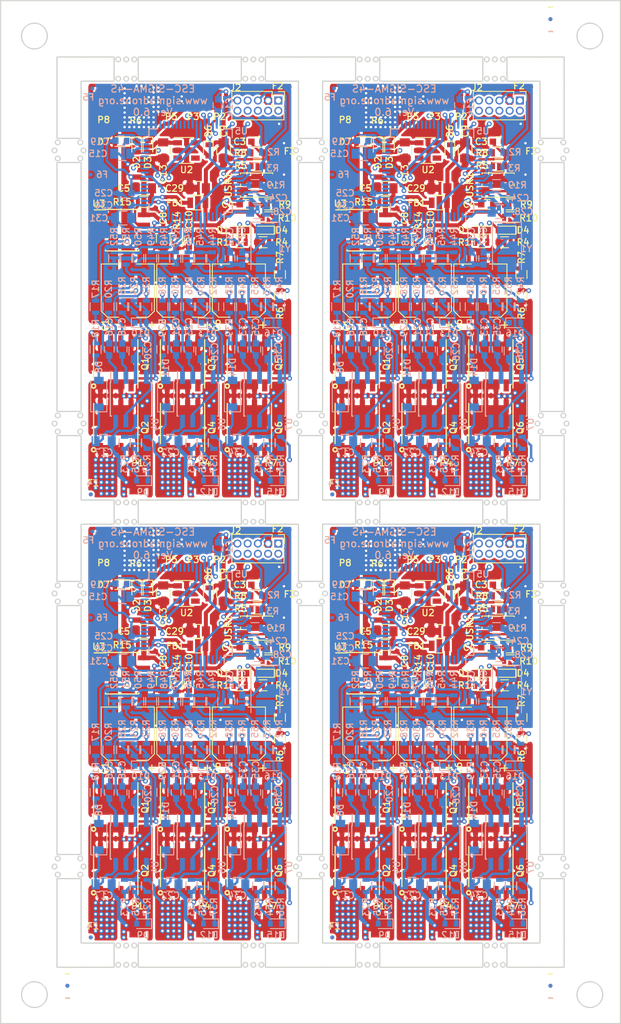
<source format=kicad_pcb>
(kicad_pcb (version 20171130) (host pcbnew "(5.0.0-rc2-dev-231-ge0e0687)")
  (layers (0 F.Cu mixed) (1 In1.Cu mixed) (2 In2.Cu mixed) (31 B.Cu mixed) (34 B.Paste user) (35 F.Paste user) (36 B.SilkS user) (37 F.SilkS user) (38 B.Mask user) (39 F.Mask user) (44 Edge.Cuts user))
  (net 0 "")
  (net 1 /MOSFETs/PHASE_A)
  (net 2 /MOSFETs/PHASE_B)
  (net 3 /MOSFETs/PHASE_C)
  (net 4 GND)
  (net 5 +BATT)
  (net 6 /MCU/CURRENT_ADC)
  (net 7 /MCU/LED_WARN)
  (net 8 /MCU/PA13)
  (net 9 /MCU/NRST)
  (net 10 /MCU/PA14)
  (net 11 "/PADS & POWER/PWM_5V")
  (net 12 /MCU/PWM)
  (net 13 /MCU/VBAT_ADC)
  (net 14 /MCU/CENTER)
  (net 15 /MCU/SENSE_A)
  (net 16 /MCU/SENSE_B)
  (net 17 /MCU/SENSE_C)
  (net 18 /MCU/PWM_AH)
  (net 19 /MCU/PWM_AL)
  (net 20 /MCU/PWM_BH)
  (net 21 /MCU/PWM_BL)
  (net 22 /MCU/PWM_CH)
  (net 23 /MCU/PWM_CL)
  (net 24 /MCU/CURRENT_FAULT)
  (net 25 /MCU/LED_STATUS)
  (net 26 /MOSFETs/GATE_AH)
  (net 27 /MOSFETs/GATE_BH)
  (net 28 /MOSFETs/GATE_CH)
  (net 29 "/PADS & POWER/CURRENT_ADC")
  (net 30 +3V3)
  (net 31 /MOSFETs/GATE_AL)
  (net 32 /MOSFETs/GATE_BL)
  (net 33 /MOSFETs/GATE_CL)
  (net 34 /MCU/PB3)
  (net 35 /MCU/PB0)
  (net 36 /MCU/PA7)
  (net 37 /MCU/PA8)
  (net 38 /MCU/PA9)
  (net 39 /MCU/PA10)
  (net 40 /MCU/PB1)
  (net 41 "/PADS & POWER/BATTERY_INPUT")
  (net 42 /MCU/PB7)
  (net 43 /MCU/PB6)
  (net 44 "Net-(C15-Pad2)")
  (net 45 "Net-(C17-Pad2)")
  (net 46 "Net-(C22-Pad2)")
  (net 47 "Net-(C27-Pad1)")
  (net 48 "Net-(C30-Pad1)")
  (net 49 "Net-(C32-Pad1)")
  (net 50 "Net-(C34-Pad2)")
  (net 51 "Net-(D1-Pad1)")
  (net 52 "Net-(D4-Pad1)")
  (net 53 "Net-(D6-Pad2)")
  (net 54 "Net-(D8-Pad2)")
  (net 55 "Net-(D9-Pad1)")
  (net 56 "Net-(D9-Pad2)")
  (net 57 "Net-(D10-Pad2)")
  (net 58 "Net-(D10-Pad1)")
  (net 59 "Net-(D11-Pad2)")
  (net 60 "Net-(D12-Pad1)")
  (net 61 "Net-(D12-Pad2)")
  (net 62 "Net-(D13-Pad2)")
  (net 63 "Net-(D13-Pad1)")
  (net 64 "Net-(D14-Pad2)")
  (net 65 "Net-(D15-Pad2)")
  (net 66 "Net-(D15-Pad1)")
  (net 67 "Net-(D16-Pad1)")
  (net 68 "Net-(D16-Pad2)")
  (net 69 "Net-(R19-Pad1)")
  (net 70 /MCU/USART_TX)
  (net 71 /MCU/USART_RX)
  (net 72 /MCU/EXT_5V)
  (net 73 "Net-(J2-Pad8)")
  (net 74 "Net-(U2-Pad4)")
  (net 75 /MCU/PB9)
  (net 76 /MCU/PB8)
  (net 77 /MCU/PB5)
  (net 78 /MCU/PD2)
  (net 79 /MCU/PC12)
  (net 80 /MCU/PC11)
  (net 81 /MCU/PC10)
  (net 82 /MCU/PA15)
  (net 83 /MCU/PC9)
  (net 84 /MCU/PC8)
  (net 85 /MCU/PC7)
  (net 86 /MCU/PC6)
  (net 87 /MCU/PB15)
  (net 88 /MCU/PB14)
  (net 89 /MCU/PB13)
  (net 90 /MCU/PB12)
  (net 91 /MCU/PB10)
  (net 92 /MCU/PB2)
  (net 93 /MCU/PC5)
  (net 94 /MCU/PC4)
  (net 95 /MCU/PA6)
  (net 96 /MCU/PA5)
  (net 97 /MCU/PA4)
  (net 98 /MCU/PA3)
  (net 99 /MCU/PC15)
  (net 100 /MCU/PC14)
  (net 101 /MCU/PC13)
  (net 102 "Net-(C13-Pad2)")
  (net 103 "Net-(U2-Pad3)")
  (net 104 "Net-(R5-Pad1)")
  (net 105 "Net-(C4-Pad1)")
  (module Resistors_SMD:R_0603 (layer B.Cu) (at 75.4 139.5)
    (fp_text reference R3 (at 2.2 0) (layer B.SilkS) (effects (font (size 0.8 0.8)) (justify mirror)))
    (fp_text value 21)
    (pad 2 smd rect (at 0.75 0) (size 0.5 0.9) (layers B.Cu B.Paste B.Mask) (net 71 /MCU/USART_RX))
    (pad 1 smd rect (at -0.75 0) (size 0.5 0.9) (layers B.Cu B.Paste B.Mask) (net 42 /MCU/PB7))
  )
  (module Resistors_SMD:R_0603 (layer B.Cu) (at 45.4 139.5)
    (fp_text reference R3 (at 2.2 0) (layer B.SilkS) (effects (font (size 0.8 0.8)) (justify mirror)))
    (fp_text value 21)
    (pad 2 smd rect (at 0.75 0) (size 0.5 0.9) (layers B.Cu B.Paste B.Mask) (net 71 /MCU/USART_RX))
    (pad 1 smd rect (at -0.75 0) (size 0.5 0.9) (layers B.Cu B.Paste B.Mask) (net 42 /MCU/PB7))
  )
  (module Resistors_SMD:R_0603 (layer B.Cu) (at 75.4 84.5)
    (fp_text reference R3 (at 2.2 0) (layer B.SilkS) (effects (font (size 0.8 0.8)) (justify mirror)))
    (fp_text value 21)
    (pad 2 smd rect (at 0.75 0) (size 0.5 0.9) (layers B.Cu B.Paste B.Mask) (net 71 /MCU/USART_RX))
    (pad 1 smd rect (at -0.75 0) (size 0.5 0.9) (layers B.Cu B.Paste B.Mask) (net 42 /MCU/PB7))
  )
  (module Capacitors_SMD:C_0805 (layer F.Cu) (at 64 137.3 90)
    (fp_text reference C13 (at -2.9 0 90) (layer F.SilkS) (effects (font (size 0.8 0.8))))
    (fp_text value "1uF 100V")
    (pad 1 smd rect (at -1 0 90) (size 1 1.25) (layers F.Cu F.Paste F.Mask) (net 4 GND))
    (pad 2 smd rect (at 1 0 90) (size 1 1.25) (layers F.Cu F.Paste F.Mask) (net 102 "Net-(C13-Pad2)"))
  )
  (module Capacitors_SMD:C_0805 (layer F.Cu) (at 34 137.3 90)
    (fp_text reference C13 (at -2.9 0 90) (layer F.SilkS) (effects (font (size 0.8 0.8))))
    (fp_text value "1uF 100V")
    (pad 1 smd rect (at -1 0 90) (size 1 1.25) (layers F.Cu F.Paste F.Mask) (net 4 GND))
    (pad 2 smd rect (at 1 0 90) (size 1 1.25) (layers F.Cu F.Paste F.Mask) (net 102 "Net-(C13-Pad2)"))
  )
  (module Capacitors_SMD:C_0805 (layer F.Cu) (at 64 82.3 90)
    (fp_text reference C13 (at -2.9 0 90) (layer F.SilkS) (effects (font (size 0.8 0.8))))
    (fp_text value "1uF 100V")
    (pad 1 smd rect (at -1 0 90) (size 1 1.25) (layers F.Cu F.Paste F.Mask) (net 4 GND))
    (pad 2 smd rect (at 1 0 90) (size 1 1.25) (layers F.Cu F.Paste F.Mask) (net 102 "Net-(C13-Pad2)"))
  )
  (module Resistors_SMD:R_0603 (layer B.Cu) (at 75.4 137.5)
    (fp_text reference R2 (at 2.3 0) (layer B.SilkS) (effects (font (size 0.8 0.8)) (justify mirror)))
    (fp_text value 21)
    (pad 1 smd rect (at -0.75 0) (size 0.5 0.9) (layers B.Cu B.Paste B.Mask) (net 43 /MCU/PB6))
    (pad 2 smd rect (at 0.75 0) (size 0.5 0.9) (layers B.Cu B.Paste B.Mask) (net 70 /MCU/USART_TX))
  )
  (module Resistors_SMD:R_0603 (layer B.Cu) (at 45.4 137.5)
    (fp_text reference R2 (at 2.3 0) (layer B.SilkS) (effects (font (size 0.8 0.8)) (justify mirror)))
    (fp_text value 21)
    (pad 1 smd rect (at -0.75 0) (size 0.5 0.9) (layers B.Cu B.Paste B.Mask) (net 43 /MCU/PB6))
    (pad 2 smd rect (at 0.75 0) (size 0.5 0.9) (layers B.Cu B.Paste B.Mask) (net 70 /MCU/USART_TX))
  )
  (module Resistors_SMD:R_0603 (layer B.Cu) (at 75.4 82.5)
    (fp_text reference R2 (at 2.3 0) (layer B.SilkS) (effects (font (size 0.8 0.8)) (justify mirror)))
    (fp_text value 21)
    (pad 1 smd rect (at -0.75 0) (size 0.5 0.9) (layers B.Cu B.Paste B.Mask) (net 43 /MCU/PB6))
    (pad 2 smd rect (at 0.75 0) (size 0.5 0.9) (layers B.Cu B.Paste B.Mask) (net 70 /MCU/USART_TX))
  )
  (module Resistors_SMD:R_0603 (layer B.Cu) (at 63.9 162 270)
    (fp_text reference R29 (at -2.7 0 90) (layer B.SilkS) (effects (font (size 0.8 0.8)) (justify mirror)))
    (fp_text value 5)
    (pad 1 smd rect (at -0.75 0 270) (size 0.5 0.9) (layers B.Cu B.Paste B.Mask) (net 5 +BATT))
    (pad 2 smd rect (at 0.75 0 270) (size 0.5 0.9) (layers B.Cu B.Paste B.Mask) (net 59 "Net-(D11-Pad2)"))
  )
  (module Resistors_SMD:R_0603 (layer B.Cu) (at 33.9 162 270)
    (fp_text reference R29 (at -2.7 0 90) (layer B.SilkS) (effects (font (size 0.8 0.8)) (justify mirror)))
    (fp_text value 5)
    (pad 1 smd rect (at -0.75 0 270) (size 0.5 0.9) (layers B.Cu B.Paste B.Mask) (net 5 +BATT))
    (pad 2 smd rect (at 0.75 0 270) (size 0.5 0.9) (layers B.Cu B.Paste B.Mask) (net 59 "Net-(D11-Pad2)"))
  )
  (module Resistors_SMD:R_0603 (layer B.Cu) (at 63.9 107 270)
    (fp_text reference R29 (at -2.7 0 90) (layer B.SilkS) (effects (font (size 0.8 0.8)) (justify mirror)))
    (fp_text value 5)
    (pad 1 smd rect (at -0.75 0 270) (size 0.5 0.9) (layers B.Cu B.Paste B.Mask) (net 5 +BATT))
    (pad 2 smd rect (at 0.75 0 270) (size 0.5 0.9) (layers B.Cu B.Paste B.Mask) (net 59 "Net-(D11-Pad2)"))
  )
  (module Capacitors_SMD:C_0603 (layer F.Cu) (at 67.2 148.5 270)
    (fp_text reference C10 (at -2.6 0 90) (layer F.SilkS) (effects (font (size 0.8 0.8))))
    (fp_text value "100nF 50V")
    (pad 1 smd rect (at -0.75 0 270) (size 0.8 0.75) (layers F.Cu F.Paste F.Mask) (net 4 GND))
    (pad 2 smd rect (at 0.75 0 270) (size 0.8 0.75) (layers F.Cu F.Paste F.Mask) (net 24 /MCU/CURRENT_FAULT))
  )
  (module Capacitors_SMD:C_0603 (layer F.Cu) (at 37.2 148.5 270)
    (fp_text reference C10 (at -2.6 0 90) (layer F.SilkS) (effects (font (size 0.8 0.8))))
    (fp_text value "100nF 50V")
    (pad 1 smd rect (at -0.75 0 270) (size 0.8 0.75) (layers F.Cu F.Paste F.Mask) (net 4 GND))
    (pad 2 smd rect (at 0.75 0 270) (size 0.8 0.75) (layers F.Cu F.Paste F.Mask) (net 24 /MCU/CURRENT_FAULT))
  )
  (module Capacitors_SMD:C_0603 (layer F.Cu) (at 67.2 93.5 270)
    (fp_text reference C10 (at -2.6 0 90) (layer F.SilkS) (effects (font (size 0.8 0.8))))
    (fp_text value "100nF 50V")
    (pad 1 smd rect (at -0.75 0 270) (size 0.8 0.75) (layers F.Cu F.Paste F.Mask) (net 4 GND))
    (pad 2 smd rect (at 0.75 0 270) (size 0.8 0.75) (layers F.Cu F.Paste F.Mask) (net 24 /MCU/CURRENT_FAULT))
  )
  (module Diodes_SMD:D_SOD-123 (layer B.Cu) (at 72.6 167.5 90)
    (fp_text reference D14 (at 3.3 0 90) (layer B.SilkS) (effects (font (size 0.8 0.8)) (justify mirror)))
    (fp_text value STPS0560Z)
    (pad 1 smd rect (at -1.65 0 90) (size 0.9 1.2) (layers B.Cu B.Paste B.Mask) (net 50 "Net-(C34-Pad2)"))
    (pad 2 smd rect (at 1.65 0 90) (size 0.9 1.2) (layers B.Cu B.Paste B.Mask) (net 64 "Net-(D14-Pad2)"))
  )
  (module Diodes_SMD:D_SOD-123 (layer B.Cu) (at 42.6 167.5 90)
    (fp_text reference D14 (at 3.3 0 90) (layer B.SilkS) (effects (font (size 0.8 0.8)) (justify mirror)))
    (fp_text value STPS0560Z)
    (pad 1 smd rect (at -1.65 0 90) (size 0.9 1.2) (layers B.Cu B.Paste B.Mask) (net 50 "Net-(C34-Pad2)"))
    (pad 2 smd rect (at 1.65 0 90) (size 0.9 1.2) (layers B.Cu B.Paste B.Mask) (net 64 "Net-(D14-Pad2)"))
  )
  (module Diodes_SMD:D_SOD-123 (layer B.Cu) (at 72.6 112.5 90)
    (fp_text reference D14 (at 3.3 0 90) (layer B.SilkS) (effects (font (size 0.8 0.8)) (justify mirror)))
    (fp_text value STPS0560Z)
    (pad 1 smd rect (at -1.65 0 90) (size 0.9 1.2) (layers B.Cu B.Paste B.Mask) (net 50 "Net-(C34-Pad2)"))
    (pad 2 smd rect (at 1.65 0 90) (size 0.9 1.2) (layers B.Cu B.Paste B.Mask) (net 64 "Net-(D14-Pad2)"))
  )
  (module Resistors_SMD:R_0603 (layer B.Cu) (at 72.2 162 270)
    (fp_text reference R39 (at -2.7 0 90) (layer B.SilkS) (effects (font (size 0.8 0.8)) (justify mirror)))
    (fp_text value 5)
    (pad 1 smd rect (at -0.75 0 270) (size 0.5 0.9) (layers B.Cu B.Paste B.Mask) (net 5 +BATT))
    (pad 2 smd rect (at 0.75 0 270) (size 0.5 0.9) (layers B.Cu B.Paste B.Mask) (net 64 "Net-(D14-Pad2)"))
  )
  (module Resistors_SMD:R_0603 (layer B.Cu) (at 42.2 162 270)
    (fp_text reference R39 (at -2.7 0 90) (layer B.SilkS) (effects (font (size 0.8 0.8)) (justify mirror)))
    (fp_text value 5)
    (pad 1 smd rect (at -0.75 0 270) (size 0.5 0.9) (layers B.Cu B.Paste B.Mask) (net 5 +BATT))
    (pad 2 smd rect (at 0.75 0 270) (size 0.5 0.9) (layers B.Cu B.Paste B.Mask) (net 64 "Net-(D14-Pad2)"))
  )
  (module Resistors_SMD:R_0603 (layer B.Cu) (at 72.2 107 270)
    (fp_text reference R39 (at -2.7 0 90) (layer B.SilkS) (effects (font (size 0.8 0.8)) (justify mirror)))
    (fp_text value 5)
    (pad 1 smd rect (at -0.75 0 270) (size 0.5 0.9) (layers B.Cu B.Paste B.Mask) (net 5 +BATT))
    (pad 2 smd rect (at 0.75 0 270) (size 0.5 0.9) (layers B.Cu B.Paste B.Mask) (net 64 "Net-(D14-Pad2)"))
  )
  (module Resistors_SMD:R_0603 (layer F.Cu) (at 78.5 155.4 90)
    (fp_text reference R6 (at -2.1 0 90) (layer F.SilkS) (effects (font (size 0.8 0.8))))
    (fp_text value 47k)
    (pad 1 smd rect (at -0.75 0 90) (size 0.5 0.9) (layers F.Cu F.Paste F.Mask) (net 5 +BATT))
    (pad 2 smd rect (at 0.75 0 90) (size 0.5 0.9) (layers F.Cu F.Paste F.Mask) (net 13 /MCU/VBAT_ADC))
  )
  (module Resistors_SMD:R_0603 (layer F.Cu) (at 48.5 155.4 90)
    (fp_text reference R6 (at -2.1 0 90) (layer F.SilkS) (effects (font (size 0.8 0.8))))
    (fp_text value 47k)
    (pad 1 smd rect (at -0.75 0 90) (size 0.5 0.9) (layers F.Cu F.Paste F.Mask) (net 5 +BATT))
    (pad 2 smd rect (at 0.75 0 90) (size 0.5 0.9) (layers F.Cu F.Paste F.Mask) (net 13 /MCU/VBAT_ADC))
  )
  (module Resistors_SMD:R_0603 (layer F.Cu) (at 78.5 100.4 90)
    (fp_text reference R6 (at -2.1 0 90) (layer F.SilkS) (effects (font (size 0.8 0.8))))
    (fp_text value 47k)
    (pad 1 smd rect (at -0.75 0 90) (size 0.5 0.9) (layers F.Cu F.Paste F.Mask) (net 5 +BATT))
    (pad 2 smd rect (at 0.75 0 90) (size 0.5 0.9) (layers F.Cu F.Paste F.Mask) (net 13 /MCU/VBAT_ADC))
  )
  (module Resistors_SMD:R_0603 (layer B.Cu) (at 67.2 156.7 270)
    (fp_text reference R36 (at -2.6 0 270) (layer B.SilkS) (effects (font (size 0.8 0.8)) (justify mirror)))
    (fp_text value 5)
    (pad 1 smd rect (at -0.75 0 270) (size 0.5 0.9) (layers B.Cu B.Paste B.Mask) (net 27 /MOSFETs/GATE_BH))
    (pad 2 smd rect (at 0.75 0 270) (size 0.5 0.9) (layers B.Cu B.Paste B.Mask) (net 63 "Net-(D13-Pad1)"))
  )
  (module Resistors_SMD:R_0603 (layer B.Cu) (at 37.2 156.7 270)
    (fp_text reference R36 (at -2.6 0 270) (layer B.SilkS) (effects (font (size 0.8 0.8)) (justify mirror)))
    (fp_text value 5)
    (pad 1 smd rect (at -0.75 0 270) (size 0.5 0.9) (layers B.Cu B.Paste B.Mask) (net 27 /MOSFETs/GATE_BH))
    (pad 2 smd rect (at 0.75 0 270) (size 0.5 0.9) (layers B.Cu B.Paste B.Mask) (net 63 "Net-(D13-Pad1)"))
  )
  (module Resistors_SMD:R_0603 (layer B.Cu) (at 67.2 101.7 270)
    (fp_text reference R36 (at -2.6 0 270) (layer B.SilkS) (effects (font (size 0.8 0.8)) (justify mirror)))
    (fp_text value 5)
    (pad 1 smd rect (at -0.75 0 270) (size 0.5 0.9) (layers B.Cu B.Paste B.Mask) (net 27 /MOSFETs/GATE_BH))
    (pad 2 smd rect (at 0.75 0 270) (size 0.5 0.9) (layers B.Cu B.Paste B.Mask) (net 63 "Net-(D13-Pad1)"))
  )
  (module Diodes_SMD:D_SOD-523 (layer B.Cu) (at 69.7 178.3 180)
    (fp_text reference D12 (at 0 -1.4) (layer B.SilkS) (effects (font (size 0.8 0.8)) (justify mirror)))
    (fp_text value BAT30KFILM)
    (pad 2 smd rect (at 0.7 0) (size 0.6 0.7) (layers B.Cu B.Paste B.Mask) (net 61 "Net-(D12-Pad2)"))
    (pad 1 smd rect (at -0.7 0) (size 0.6 0.7) (layers B.Cu B.Paste B.Mask) (net 60 "Net-(D12-Pad1)"))
  )
  (module Diodes_SMD:D_SOD-523 (layer B.Cu) (at 39.7 178.3 180)
    (fp_text reference D12 (at 0 -1.4) (layer B.SilkS) (effects (font (size 0.8 0.8)) (justify mirror)))
    (fp_text value BAT30KFILM)
    (pad 2 smd rect (at 0.7 0) (size 0.6 0.7) (layers B.Cu B.Paste B.Mask) (net 61 "Net-(D12-Pad2)"))
    (pad 1 smd rect (at -0.7 0) (size 0.6 0.7) (layers B.Cu B.Paste B.Mask) (net 60 "Net-(D12-Pad1)"))
  )
  (module Diodes_SMD:D_SOD-523 (layer B.Cu) (at 69.7 123.3 180)
    (fp_text reference D12 (at 0 -1.4) (layer B.SilkS) (effects (font (size 0.8 0.8)) (justify mirror)))
    (fp_text value BAT30KFILM)
    (pad 2 smd rect (at 0.7 0) (size 0.6 0.7) (layers B.Cu B.Paste B.Mask) (net 61 "Net-(D12-Pad2)"))
    (pad 1 smd rect (at -0.7 0) (size 0.6 0.7) (layers B.Cu B.Paste B.Mask) (net 60 "Net-(D12-Pad1)"))
  )
  (module Fiducials:Fiducial_0.5mm_Dia_1mm_Outer (layer B.Cu) (at 55 140.3)
    (fp_text reference F6 (at 1.4 0) (layer B.SilkS) (effects (font (size 0.8 0.8)) (justify mirror)))
    (fp_text value FIDUCIAL)
    (pad ~ smd circle (at 0 0) (size 0.5 0.5) (layers B.Cu B.Mask) (clearance 0.25))
  )
  (module Fiducials:Fiducial_0.5mm_Dia_1mm_Outer (layer B.Cu) (at 25 140.3)
    (fp_text reference F6 (at 1.4 0) (layer B.SilkS) (effects (font (size 0.8 0.8)) (justify mirror)))
    (fp_text value FIDUCIAL)
    (pad ~ smd circle (at 0 0) (size 0.5 0.5) (layers B.Cu B.Mask) (clearance 0.25))
  )
  (module Fiducials:Fiducial_0.5mm_Dia_1mm_Outer (layer B.Cu) (at 55 85.3)
    (fp_text reference F6 (at 1.4 0) (layer B.SilkS) (effects (font (size 0.8 0.8)) (justify mirror)))
    (fp_text value FIDUCIAL)
    (pad ~ smd circle (at 0 0) (size 0.5 0.5) (layers B.Cu B.Mask) (clearance 0.25))
  )
  (module Resistors_SMD:R_0603 (layer B.Cu) (at 77.2 173.6 270)
    (fp_text reference R54 (at 2.6 0 90) (layer B.SilkS) (effects (font (size 0.8 0.8)) (justify mirror)))
    (fp_text value 5)
    (pad 1 smd rect (at -0.75 0 270) (size 0.5 0.9) (layers B.Cu B.Paste B.Mask) (net 31 /MOSFETs/GATE_AL))
    (pad 2 smd rect (at 0.75 0 270) (size 0.5 0.9) (layers B.Cu B.Paste B.Mask) (net 66 "Net-(D15-Pad1)"))
  )
  (module Resistors_SMD:R_0603 (layer B.Cu) (at 47.2 173.6 270)
    (fp_text reference R54 (at 2.6 0 90) (layer B.SilkS) (effects (font (size 0.8 0.8)) (justify mirror)))
    (fp_text value 5)
    (pad 1 smd rect (at -0.75 0 270) (size 0.5 0.9) (layers B.Cu B.Paste B.Mask) (net 31 /MOSFETs/GATE_AL))
    (pad 2 smd rect (at 0.75 0 270) (size 0.5 0.9) (layers B.Cu B.Paste B.Mask) (net 66 "Net-(D15-Pad1)"))
  )
  (module Resistors_SMD:R_0603 (layer B.Cu) (at 77.2 118.6 270)
    (fp_text reference R54 (at 2.6 0 90) (layer B.SilkS) (effects (font (size 0.8 0.8)) (justify mirror)))
    (fp_text value 5)
    (pad 1 smd rect (at -0.75 0 270) (size 0.5 0.9) (layers B.Cu B.Paste B.Mask) (net 31 /MOSFETs/GATE_AL))
    (pad 2 smd rect (at 0.75 0 270) (size 0.5 0.9) (layers B.Cu B.Paste B.Mask) (net 66 "Net-(D15-Pad1)"))
  )
  (module Housings_QFP:LQFP-64_10x10mm_Pitch0.5mm (layer B.Cu) (at 67.4 139.8 90)
    (fp_text reference U5 (at 4.9 6.3 180) (layer B.SilkS) (effects (font (size 0.8 0.8)) (justify mirror)))
    (fp_text value STM32F411RETx)
    (pad 1 smd rect (at -5.7 3.75 90) (size 1 0.25) (layers B.Cu B.Paste B.Mask) (net 30 +3V3))
    (pad 2 smd rect (at -5.7 3.25 90) (size 1 0.25) (layers B.Cu B.Paste B.Mask) (net 101 /MCU/PC13))
    (pad 3 smd rect (at -5.7 2.75 90) (size 1 0.25) (layers B.Cu B.Paste B.Mask) (net 100 /MCU/PC14))
    (pad 4 smd rect (at -5.7 2.25 90) (size 1 0.25) (layers B.Cu B.Paste B.Mask) (net 99 /MCU/PC15))
    (pad 5 smd rect (at -5.7 1.75 90) (size 1 0.25) (layers B.Cu B.Paste B.Mask) (net 47 "Net-(C27-Pad1)"))
    (pad 6 smd rect (at -5.7 1.25 90) (size 1 0.25) (layers B.Cu B.Paste B.Mask) (net 49 "Net-(C32-Pad1)"))
    (pad 7 smd rect (at -5.7 0.75 90) (size 1 0.25) (layers B.Cu B.Paste B.Mask) (net 104 "Net-(R5-Pad1)"))
    (pad 8 smd rect (at -5.7 0.25 90) (size 1 0.25) (layers B.Cu B.Paste B.Mask) (net 14 /MCU/CENTER))
    (pad 9 smd rect (at -5.7 -0.25 90) (size 1 0.25) (layers B.Cu B.Paste B.Mask) (net 15 /MCU/SENSE_A))
    (pad 10 smd rect (at -5.7 -0.75 90) (size 1 0.25) (layers B.Cu B.Paste B.Mask) (net 16 /MCU/SENSE_B))
    (pad 11 smd rect (at -5.7 -1.25 90) (size 1 0.25) (layers B.Cu B.Paste B.Mask) (net 17 /MCU/SENSE_C))
    (pad 12 smd rect (at -5.7 -1.75 90) (size 1 0.25) (layers B.Cu B.Paste B.Mask) (net 4 GND))
    (pad 13 smd rect (at -5.7 -2.25 90) (size 1 0.25) (layers B.Cu B.Paste B.Mask) (net 48 "Net-(C30-Pad1)"))
    (pad 14 smd rect (at -5.7 -2.75 90) (size 1 0.25) (layers B.Cu B.Paste B.Mask) (net 6 /MCU/CURRENT_ADC))
    (pad 15 smd rect (at -5.7 -3.25 90) (size 1 0.25) (layers B.Cu B.Paste B.Mask) (net 13 /MCU/VBAT_ADC))
    (pad 16 smd rect (at -5.7 -3.75 90) (size 1 0.25) (layers B.Cu B.Paste B.Mask) (net 24 /MCU/CURRENT_FAULT))
    (pad 17 smd rect (at -3.75 -5.7) (size 1 0.25) (layers B.Cu B.Paste B.Mask) (net 98 /MCU/PA3))
    (pad 18 smd rect (at -3.25 -5.7) (size 1 0.25) (layers B.Cu B.Paste B.Mask) (net 4 GND))
    (pad 19 smd rect (at -2.75 -5.7) (size 1 0.25) (layers B.Cu B.Paste B.Mask) (net 30 +3V3))
    (pad 20 smd rect (at -2.25 -5.7) (size 1 0.25) (layers B.Cu B.Paste B.Mask) (net 97 /MCU/PA4))
    (pad 21 smd rect (at -1.75 -5.7) (size 1 0.25) (layers B.Cu B.Paste B.Mask) (net 96 /MCU/PA5))
    (pad 22 smd rect (at -1.25 -5.7) (size 1 0.25) (layers B.Cu B.Paste B.Mask) (net 95 /MCU/PA6))
    (pad 23 smd rect (at -0.75 -5.7) (size 1 0.25) (layers B.Cu B.Paste B.Mask) (net 36 /MCU/PA7))
    (pad 24 smd rect (at -0.25 -5.7) (size 1 0.25) (layers B.Cu B.Paste B.Mask) (net 94 /MCU/PC4))
    (pad 25 smd rect (at 0.25 -5.7) (size 1 0.25) (layers B.Cu B.Paste B.Mask) (net 93 /MCU/PC5))
    (pad 26 smd rect (at 0.75 -5.7) (size 1 0.25) (layers B.Cu B.Paste B.Mask) (net 35 /MCU/PB0))
    (pad 27 smd rect (at 1.25 -5.7) (size 1 0.25) (layers B.Cu B.Paste B.Mask) (net 40 /MCU/PB1))
    (pad 28 smd rect (at 1.75 -5.7) (size 1 0.25) (layers B.Cu B.Paste B.Mask) (net 92 /MCU/PB2))
    (pad 29 smd rect (at 2.25 -5.7) (size 1 0.25) (layers B.Cu B.Paste B.Mask) (net 91 /MCU/PB10))
    (pad 30 smd rect (at 2.75 -5.7) (size 1 0.25) (layers B.Cu B.Paste B.Mask) (net 44 "Net-(C15-Pad2)"))
    (pad 31 smd rect (at 3.25 -5.7) (size 1 0.25) (layers B.Cu B.Paste B.Mask) (net 4 GND))
    (pad 32 smd rect (at 3.75 -5.7) (size 1 0.25) (layers B.Cu B.Paste B.Mask) (net 30 +3V3))
    (pad 33 smd rect (at 5.7 -3.75 90) (size 1 0.25) (layers B.Cu B.Paste B.Mask) (net 90 /MCU/PB12))
    (pad 34 smd rect (at 5.7 -3.25 90) (size 1 0.25) (layers B.Cu B.Paste B.Mask) (net 89 /MCU/PB13))
    (pad 35 smd rect (at 5.7 -2.75 90) (size 1 0.25) (layers B.Cu B.Paste B.Mask) (net 88 /MCU/PB14))
    (pad 36 smd rect (at 5.7 -2.25 90) (size 1 0.25) (layers B.Cu B.Paste B.Mask) (net 87 /MCU/PB15))
    (pad 37 smd rect (at 5.7 -1.75 90) (size 1 0.25) (layers B.Cu B.Paste B.Mask) (net 86 /MCU/PC6))
    (pad 38 smd rect (at 5.7 -1.25 90) (size 1 0.25) (layers B.Cu B.Paste B.Mask) (net 85 /MCU/PC7))
    (pad 39 smd rect (at 5.7 -0.75 90) (size 1 0.25) (layers B.Cu B.Paste B.Mask) (net 84 /MCU/PC8))
    (pad 40 smd rect (at 5.7 -0.25 90) (size 1 0.25) (layers B.Cu B.Paste B.Mask) (net 83 /MCU/PC9))
    (pad 41 smd rect (at 5.7 0.25 90) (size 1 0.25) (layers B.Cu B.Paste B.Mask) (net 37 /MCU/PA8))
    (pad 42 smd rect (at 5.7 0.75 90) (size 1 0.25) (layers B.Cu B.Paste B.Mask) (net 38 /MCU/PA9))
    (pad 43 smd rect (at 5.7 1.25 90) (size 1 0.25) (layers B.Cu B.Paste B.Mask) (net 39 /MCU/PA10))
    (pad 44 smd rect (at 5.7 1.75 90) (size 1 0.25) (layers B.Cu B.Paste B.Mask) (net 25 /MCU/LED_STATUS))
    (pad 45 smd rect (at 5.7 2.25 90) (size 1 0.25) (layers B.Cu B.Paste B.Mask) (net 7 /MCU/LED_WARN))
    (pad 46 smd rect (at 5.7 2.75 90) (size 1 0.25) (layers B.Cu B.Paste B.Mask) (net 8 /MCU/PA13))
    (pad 47 smd rect (at 5.7 3.25 90) (size 1 0.25) (layers B.Cu B.Paste B.Mask) (net 4 GND))
    (pad 48 smd rect (at 5.7 3.75 90) (size 1 0.25) (layers B.Cu B.Paste B.Mask) (net 30 +3V3))
    (pad 49 smd rect (at 3.75 5.7) (size 1 0.25) (layers B.Cu B.Paste B.Mask) (net 10 /MCU/PA14))
    (pad 50 smd rect (at 3.25 5.7) (size 1 0.25) (layers B.Cu B.Paste B.Mask) (net 82 /MCU/PA15))
    (pad 51 smd rect (at 2.75 5.7) (size 1 0.25) (layers B.Cu B.Paste B.Mask) (net 81 /MCU/PC10))
    (pad 52 smd rect (at 2.25 5.7) (size 1 0.25) (layers B.Cu B.Paste B.Mask) (net 80 /MCU/PC11))
    (pad 53 smd rect (at 1.75 5.7) (size 1 0.25) (layers B.Cu B.Paste B.Mask) (net 79 /MCU/PC12))
    (pad 54 smd rect (at 1.25 5.7) (size 1 0.25) (layers B.Cu B.Paste B.Mask) (net 78 /MCU/PD2))
    (pad 55 smd rect (at 0.75 5.7) (size 1 0.25) (layers B.Cu B.Paste B.Mask) (net 34 /MCU/PB3))
    (pad 56 smd rect (at 0.25 5.7) (size 1 0.25) (layers B.Cu B.Paste B.Mask) (net 12 /MCU/PWM))
    (pad 57 smd rect (at -0.25 5.7) (size 1 0.25) (layers B.Cu B.Paste B.Mask) (net 77 /MCU/PB5))
    (pad 58 smd rect (at -0.75 5.7) (size 1 0.25) (layers B.Cu B.Paste B.Mask) (net 43 /MCU/PB6))
    (pad 59 smd rect (at -1.25 5.7) (size 1 0.25) (layers B.Cu B.Paste B.Mask) (net 42 /MCU/PB7))
    (pad 60 smd rect (at -1.75 5.7) (size 1 0.25) (layers B.Cu B.Paste B.Mask) (net 69 "Net-(R19-Pad1)"))
    (pad 61 smd rect (at -2.25 5.7) (size 1 0.25) (layers B.Cu B.Paste B.Mask) (net 76 /MCU/PB8))
    (pad 62 smd rect (at -2.75 5.7) (size 1 0.25) (layers B.Cu B.Paste B.Mask) (net 75 /MCU/PB9))
    (pad 63 smd rect (at -3.25 5.7) (size 1 0.25) (layers B.Cu B.Paste B.Mask) (net 4 GND))
    (pad 64 smd rect (at -3.75 5.7) (size 1 0.25) (layers B.Cu B.Paste B.Mask) (net 30 +3V3))
  )
  (module Housings_QFP:LQFP-64_10x10mm_Pitch0.5mm (layer B.Cu) (at 37.4 139.8 90)
    (fp_text reference U5 (at 4.9 6.3 180) (layer B.SilkS) (effects (font (size 0.8 0.8)) (justify mirror)))
    (fp_text value STM32F411RETx)
    (pad 1 smd rect (at -5.7 3.75 90) (size 1 0.25) (layers B.Cu B.Paste B.Mask) (net 30 +3V3))
    (pad 2 smd rect (at -5.7 3.25 90) (size 1 0.25) (layers B.Cu B.Paste B.Mask) (net 101 /MCU/PC13))
    (pad 3 smd rect (at -5.7 2.75 90) (size 1 0.25) (layers B.Cu B.Paste B.Mask) (net 100 /MCU/PC14))
    (pad 4 smd rect (at -5.7 2.25 90) (size 1 0.25) (layers B.Cu B.Paste B.Mask) (net 99 /MCU/PC15))
    (pad 5 smd rect (at -5.7 1.75 90) (size 1 0.25) (layers B.Cu B.Paste B.Mask) (net 47 "Net-(C27-Pad1)"))
    (pad 6 smd rect (at -5.7 1.25 90) (size 1 0.25) (layers B.Cu B.Paste B.Mask) (net 49 "Net-(C32-Pad1)"))
    (pad 7 smd rect (at -5.7 0.75 90) (size 1 0.25) (layers B.Cu B.Paste B.Mask) (net 104 "Net-(R5-Pad1)"))
    (pad 8 smd rect (at -5.7 0.25 90) (size 1 0.25) (layers B.Cu B.Paste B.Mask) (net 14 /MCU/CENTER))
    (pad 9 smd rect (at -5.7 -0.25 90) (size 1 0.25) (layers B.Cu B.Paste B.Mask) (net 15 /MCU/SENSE_A))
    (pad 10 smd rect (at -5.7 -0.75 90) (size 1 0.25) (layers B.Cu B.Paste B.Mask) (net 16 /MCU/SENSE_B))
    (pad 11 smd rect (at -5.7 -1.25 90) (size 1 0.25) (layers B.Cu B.Paste B.Mask) (net 17 /MCU/SENSE_C))
    (pad 12 smd rect (at -5.7 -1.75 90) (size 1 0.25) (layers B.Cu B.Paste B.Mask) (net 4 GND))
    (pad 13 smd rect (at -5.7 -2.25 90) (size 1 0.25) (layers B.Cu B.Paste B.Mask) (net 48 "Net-(C30-Pad1)"))
    (pad 14 smd rect (at -5.7 -2.75 90) (size 1 0.25) (layers B.Cu B.Paste B.Mask) (net 6 /MCU/CURRENT_ADC))
    (pad 15 smd rect (at -5.7 -3.25 90) (size 1 0.25) (layers B.Cu B.Paste B.Mask) (net 13 /MCU/VBAT_ADC))
    (pad 16 smd rect (at -5.7 -3.75 90) (size 1 0.25) (layers B.Cu B.Paste B.Mask) (net 24 /MCU/CURRENT_FAULT))
    (pad 17 smd rect (at -3.75 -5.7) (size 1 0.25) (layers B.Cu B.Paste B.Mask) (net 98 /MCU/PA3))
    (pad 18 smd rect (at -3.25 -5.7) (size 1 0.25) (layers B.Cu B.Paste B.Mask) (net 4 GND))
    (pad 19 smd rect (at -2.75 -5.7) (size 1 0.25) (layers B.Cu B.Paste B.Mask) (net 30 +3V3))
    (pad 20 smd rect (at -2.25 -5.7) (size 1 0.25) (layers B.Cu B.Paste B.Mask) (net 97 /MCU/PA4))
    (pad 21 smd rect (at -1.75 -5.7) (size 1 0.25) (layers B.Cu B.Paste B.Mask) (net 96 /MCU/PA5))
    (pad 22 smd rect (at -1.25 -5.7) (size 1 0.25) (layers B.Cu B.Paste B.Mask) (net 95 /MCU/PA6))
    (pad 23 smd rect (at -0.75 -5.7) (size 1 0.25) (layers B.Cu B.Paste B.Mask) (net 36 /MCU/PA7))
    (pad 24 smd rect (at -0.25 -5.7) (size 1 0.25) (layers B.Cu B.Paste B.Mask) (net 94 /MCU/PC4))
    (pad 25 smd rect (at 0.25 -5.7) (size 1 0.25) (layers B.Cu B.Paste B.Mask) (net 93 /MCU/PC5))
    (pad 26 smd rect (at 0.75 -5.7) (size 1 0.25) (layers B.Cu B.Paste B.Mask) (net 35 /MCU/PB0))
    (pad 27 smd rect (at 1.25 -5.7) (size 1 0.25) (layers B.Cu B.Paste B.Mask) (net 40 /MCU/PB1))
    (pad 28 smd rect (at 1.75 -5.7) (size 1 0.25) (layers B.Cu B.Paste B.Mask) (net 92 /MCU/PB2))
    (pad 29 smd rect (at 2.25 -5.7) (size 1 0.25) (layers B.Cu B.Paste B.Mask) (net 91 /MCU/PB10))
    (pad 30 smd rect (at 2.75 -5.7) (size 1 0.25) (layers B.Cu B.Paste B.Mask) (net 44 "Net-(C15-Pad2)"))
    (pad 31 smd rect (at 3.25 -5.7) (size 1 0.25) (layers B.Cu B.Paste B.Mask) (net 4 GND))
    (pad 32 smd rect (at 3.75 -5.7) (size 1 0.25) (layers B.Cu B.Paste B.Mask) (net 30 +3V3))
    (pad 33 smd rect (at 5.7 -3.75 90) (size 1 0.25) (layers B.Cu B.Paste B.Mask) (net 90 /MCU/PB12))
    (pad 34 smd rect (at 5.7 -3.25 90) (size 1 0.25) (layers B.Cu B.Paste B.Mask) (net 89 /MCU/PB13))
    (pad 35 smd rect (at 5.7 -2.75 90) (size 1 0.25) (layers B.Cu B.Paste B.Mask) (net 88 /MCU/PB14))
    (pad 36 smd rect (at 5.7 -2.25 90) (size 1 0.25) (layers B.Cu B.Paste B.Mask) (net 87 /MCU/PB15))
    (pad 37 smd rect (at 5.7 -1.75 90) (size 1 0.25) (layers B.Cu B.Paste B.Mask) (net 86 /MCU/PC6))
    (pad 38 smd rect (at 5.7 -1.25 90) (size 1 0.25) (layers B.Cu B.Paste B.Mask) (net 85 /MCU/PC7))
    (pad 39 smd rect (at 5.7 -0.75 90) (size 1 0.25) (layers B.Cu B.Paste B.Mask) (net 84 /MCU/PC8))
    (pad 40 smd rect (at 5.7 -0.25 90) (size 1 0.25) (layers B.Cu B.Paste B.Mask) (net 83 /MCU/PC9))
    (pad 41 smd rect (at 5.7 0.25 90) (size 1 0.25) (layers B.Cu B.Paste B.Mask) (net 37 /MCU/PA8))
    (pad 42 smd rect (at 5.7 0.75 90) (size 1 0.25) (layers B.Cu B.Paste B.Mask) (net 38 /MCU/PA9))
    (pad 43 smd rect (at 5.7 1.25 90) (size 1 0.25) (layers B.Cu B.Paste B.Mask) (net 39 /MCU/PA10))
    (pad 44 smd rect (at 5.7 1.75 90) (size 1 0.25) (layers B.Cu B.Paste B.Mask) (net 25 /MCU/LED_STATUS))
    (pad 45 smd rect (at 5.7 2.25 90) (size 1 0.25) (layers B.Cu B.Paste B.Mask) (net 7 /MCU/LED_WARN))
    (pad 46 smd rect (at 5.7 2.75 90) (size 1 0.25) (layers B.Cu B.Paste B.Mask) (net 8 /MCU/PA13))
    (pad 47 smd rect (at 5.7 3.25 90) (size 1 0.25) (layers B.Cu B.Paste B.Mask) (net 4 GND))
    (pad 48 smd rect (at 5.7 3.75 90) (size 1 0.25) (layers B.Cu B.Paste B.Mask) (net 30 +3V3))
    (pad 49 smd rect (at 3.75 5.7) (size 1 0.25) (layers B.Cu B.Paste B.Mask) (net 10 /MCU/PA14))
    (pad 50 smd rect (at 3.25 5.7) (size 1 0.25) (layers B.Cu B.Paste B.Mask) (net 82 /MCU/PA15))
    (pad 51 smd rect (at 2.75 5.7) (size 1 0.25) (layers B.Cu B.Paste B.Mask) (net 81 /MCU/PC10))
    (pad 52 smd rect (at 2.25 5.7) (size 1 0.25) (layers B.Cu B.Paste B.Mask) (net 80 /MCU/PC11))
    (pad 53 smd rect (at 1.75 5.7) (size 1 0.25) (layers B.Cu B.Paste B.Mask) (net 79 /MCU/PC12))
    (pad 54 smd rect (at 1.25 5.7) (size 1 0.25) (layers B.Cu B.Paste B.Mask) (net 78 /MCU/PD2))
    (pad 55 smd rect (at 0.75 5.7) (size 1 0.25) (layers B.Cu B.Paste B.Mask) (net 34 /MCU/PB3))
    (pad 56 smd rect (at 0.25 5.7) (size 1 0.25) (layers B.Cu B.Paste B.Mask) (net 12 /MCU/PWM))
    (pad 57 smd rect (at -0.25 5.7) (size 1 0.25) (layers B.Cu B.Paste B.Mask) (net 77 /MCU/PB5))
    (pad 58 smd rect (at -0.75 5.7) (size 1 0.25) (layers B.Cu B.Paste B.Mask) (net 43 /MCU/PB6))
    (pad 59 smd rect (at -1.25 5.7) (size 1 0.25) (layers B.Cu B.Paste B.Mask) (net 42 /MCU/PB7))
    (pad 60 smd rect (at -1.75 5.7) (size 1 0.25) (layers B.Cu B.Paste B.Mask) (net 69 "Net-(R19-Pad1)"))
    (pad 61 smd rect (at -2.25 5.7) (size 1 0.25) (layers B.Cu B.Paste B.Mask) (net 76 /MCU/PB8))
    (pad 62 smd rect (at -2.75 5.7) (size 1 0.25) (layers B.Cu B.Paste B.Mask) (net 75 /MCU/PB9))
    (pad 63 smd rect (at -3.25 5.7) (size 1 0.25) (layers B.Cu B.Paste B.Mask) (net 4 GND))
    (pad 64 smd rect (at -3.75 5.7) (size 1 0.25) (layers B.Cu B.Paste B.Mask) (net 30 +3V3))
  )
  (module Housings_QFP:LQFP-64_10x10mm_Pitch0.5mm (layer B.Cu) (at 67.4 84.8 90)
    (fp_text reference U5 (at 4.9 6.3 180) (layer B.SilkS) (effects (font (size 0.8 0.8)) (justify mirror)))
    (fp_text value STM32F411RETx)
    (pad 1 smd rect (at -5.7 3.75 90) (size 1 0.25) (layers B.Cu B.Paste B.Mask) (net 30 +3V3))
    (pad 2 smd rect (at -5.7 3.25 90) (size 1 0.25) (layers B.Cu B.Paste B.Mask) (net 101 /MCU/PC13))
    (pad 3 smd rect (at -5.7 2.75 90) (size 1 0.25) (layers B.Cu B.Paste B.Mask) (net 100 /MCU/PC14))
    (pad 4 smd rect (at -5.7 2.25 90) (size 1 0.25) (layers B.Cu B.Paste B.Mask) (net 99 /MCU/PC15))
    (pad 5 smd rect (at -5.7 1.75 90) (size 1 0.25) (layers B.Cu B.Paste B.Mask) (net 47 "Net-(C27-Pad1)"))
    (pad 6 smd rect (at -5.7 1.25 90) (size 1 0.25) (layers B.Cu B.Paste B.Mask) (net 49 "Net-(C32-Pad1)"))
    (pad 7 smd rect (at -5.7 0.75 90) (size 1 0.25) (layers B.Cu B.Paste B.Mask) (net 104 "Net-(R5-Pad1)"))
    (pad 8 smd rect (at -5.7 0.25 90) (size 1 0.25) (layers B.Cu B.Paste B.Mask) (net 14 /MCU/CENTER))
    (pad 9 smd rect (at -5.7 -0.25 90) (size 1 0.25) (layers B.Cu B.Paste B.Mask) (net 15 /MCU/SENSE_A))
    (pad 10 smd rect (at -5.7 -0.75 90) (size 1 0.25) (layers B.Cu B.Paste B.Mask) (net 16 /MCU/SENSE_B))
    (pad 11 smd rect (at -5.7 -1.25 90) (size 1 0.25) (layers B.Cu B.Paste B.Mask) (net 17 /MCU/SENSE_C))
    (pad 12 smd rect (at -5.7 -1.75 90) (size 1 0.25) (layers B.Cu B.Paste B.Mask) (net 4 GND))
    (pad 13 smd rect (at -5.7 -2.25 90) (size 1 0.25) (layers B.Cu B.Paste B.Mask) (net 48 "Net-(C30-Pad1)"))
    (pad 14 smd rect (at -5.7 -2.75 90) (size 1 0.25) (layers B.Cu B.Paste B.Mask) (net 6 /MCU/CURRENT_ADC))
    (pad 15 smd rect (at -5.7 -3.25 90) (size 1 0.25) (layers B.Cu B.Paste B.Mask) (net 13 /MCU/VBAT_ADC))
    (pad 16 smd rect (at -5.7 -3.75 90) (size 1 0.25) (layers B.Cu B.Paste B.Mask) (net 24 /MCU/CURRENT_FAULT))
    (pad 17 smd rect (at -3.75 -5.7) (size 1 0.25) (layers B.Cu B.Paste B.Mask) (net 98 /MCU/PA3))
    (pad 18 smd rect (at -3.25 -5.7) (size 1 0.25) (layers B.Cu B.Paste B.Mask) (net 4 GND))
    (pad 19 smd rect (at -2.75 -5.7) (size 1 0.25) (layers B.Cu B.Paste B.Mask) (net 30 +3V3))
    (pad 20 smd rect (at -2.25 -5.7) (size 1 0.25) (layers B.Cu B.Paste B.Mask) (net 97 /MCU/PA4))
    (pad 21 smd rect (at -1.75 -5.7) (size 1 0.25) (layers B.Cu B.Paste B.Mask) (net 96 /MCU/PA5))
    (pad 22 smd rect (at -1.25 -5.7) (size 1 0.25) (layers B.Cu B.Paste B.Mask) (net 95 /MCU/PA6))
    (pad 23 smd rect (at -0.75 -5.7) (size 1 0.25) (layers B.Cu B.Paste B.Mask) (net 36 /MCU/PA7))
    (pad 24 smd rect (at -0.25 -5.7) (size 1 0.25) (layers B.Cu B.Paste B.Mask) (net 94 /MCU/PC4))
    (pad 25 smd rect (at 0.25 -5.7) (size 1 0.25) (layers B.Cu B.Paste B.Mask) (net 93 /MCU/PC5))
    (pad 26 smd rect (at 0.75 -5.7) (size 1 0.25) (layers B.Cu B.Paste B.Mask) (net 35 /MCU/PB0))
    (pad 27 smd rect (at 1.25 -5.7) (size 1 0.25) (layers B.Cu B.Paste B.Mask) (net 40 /MCU/PB1))
    (pad 28 smd rect (at 1.75 -5.7) (size 1 0.25) (layers B.Cu B.Paste B.Mask) (net 92 /MCU/PB2))
    (pad 29 smd rect (at 2.25 -5.7) (size 1 0.25) (layers B.Cu B.Paste B.Mask) (net 91 /MCU/PB10))
    (pad 30 smd rect (at 2.75 -5.7) (size 1 0.25) (layers B.Cu B.Paste B.Mask) (net 44 "Net-(C15-Pad2)"))
    (pad 31 smd rect (at 3.25 -5.7) (size 1 0.25) (layers B.Cu B.Paste B.Mask) (net 4 GND))
    (pad 32 smd rect (at 3.75 -5.7) (size 1 0.25) (layers B.Cu B.Paste B.Mask) (net 30 +3V3))
    (pad 33 smd rect (at 5.7 -3.75 90) (size 1 0.25) (layers B.Cu B.Paste B.Mask) (net 90 /MCU/PB12))
    (pad 34 smd rect (at 5.7 -3.25 90) (size 1 0.25) (layers B.Cu B.Paste B.Mask) (net 89 /MCU/PB13))
    (pad 35 smd rect (at 5.7 -2.75 90) (size 1 0.25) (layers B.Cu B.Paste B.Mask) (net 88 /MCU/PB14))
    (pad 36 smd rect (at 5.7 -2.25 90) (size 1 0.25) (layers B.Cu B.Paste B.Mask) (net 87 /MCU/PB15))
    (pad 37 smd rect (at 5.7 -1.75 90) (size 1 0.25) (layers B.Cu B.Paste B.Mask) (net 86 /MCU/PC6))
    (pad 38 smd rect (at 5.7 -1.25 90) (size 1 0.25) (layers B.Cu B.Paste B.Mask) (net 85 /MCU/PC7))
    (pad 39 smd rect (at 5.7 -0.75 90) (size 1 0.25) (layers B.Cu B.Paste B.Mask) (net 84 /MCU/PC8))
    (pad 40 smd rect (at 5.7 -0.25 90) (size 1 0.25) (layers B.Cu B.Paste B.Mask) (net 83 /MCU/PC9))
    (pad 41 smd rect (at 5.7 0.25 90) (size 1 0.25) (layers B.Cu B.Paste B.Mask) (net 37 /MCU/PA8))
    (pad 42 smd rect (at 5.7 0.75 90) (size 1 0.25) (layers B.Cu B.Paste B.Mask) (net 38 /MCU/PA9))
    (pad 43 smd rect (at 5.7 1.25 90) (size 1 0.25) (layers B.Cu B.Paste B.Mask) (net 39 /MCU/PA10))
    (pad 44 smd rect (at 5.7 1.75 90) (size 1 0.25) (layers B.Cu B.Paste B.Mask) (net 25 /MCU/LED_STATUS))
    (pad 45 smd rect (at 5.7 2.25 90) (size 1 0.25) (layers B.Cu B.Paste B.Mask) (net 7 /MCU/LED_WARN))
    (pad 46 smd rect (at 5.7 2.75 90) (size 1 0.25) (layers B.Cu B.Paste B.Mask) (net 8 /MCU/PA13))
    (pad 47 smd rect (at 5.7 3.25 90) (size 1 0.25) (layers B.Cu B.Paste B.Mask) (net 4 GND))
    (pad 48 smd rect (at 5.7 3.75 90) (size 1 0.25) (layers B.Cu B.Paste B.Mask) (net 30 +3V3))
    (pad 49 smd rect (at 3.75 5.7) (size 1 0.25) (layers B.Cu B.Paste B.Mask) (net 10 /MCU/PA14))
    (pad 50 smd rect (at 3.25 5.7) (size 1 0.25) (layers B.Cu B.Paste B.Mask) (net 82 /MCU/PA15))
    (pad 51 smd rect (at 2.75 5.7) (size 1 0.25) (layers B.Cu B.Paste B.Mask) (net 81 /MCU/PC10))
    (pad 52 smd rect (at 2.25 5.7) (size 1 0.25) (layers B.Cu B.Paste B.Mask) (net 80 /MCU/PC11))
    (pad 53 smd rect (at 1.75 5.7) (size 1 0.25) (layers B.Cu B.Paste B.Mask) (net 79 /MCU/PC12))
    (pad 54 smd rect (at 1.25 5.7) (size 1 0.25) (layers B.Cu B.Paste B.Mask) (net 78 /MCU/PD2))
    (pad 55 smd rect (at 0.75 5.7) (size 1 0.25) (layers B.Cu B.Paste B.Mask) (net 34 /MCU/PB3))
    (pad 56 smd rect (at 0.25 5.7) (size 1 0.25) (layers B.Cu B.Paste B.Mask) (net 12 /MCU/PWM))
    (pad 57 smd rect (at -0.25 5.7) (size 1 0.25) (layers B.Cu B.Paste B.Mask) (net 77 /MCU/PB5))
    (pad 58 smd rect (at -0.75 5.7) (size 1 0.25) (layers B.Cu B.Paste B.Mask) (net 43 /MCU/PB6))
    (pad 59 smd rect (at -1.25 5.7) (size 1 0.25) (layers B.Cu B.Paste B.Mask) (net 42 /MCU/PB7))
    (pad 60 smd rect (at -1.75 5.7) (size 1 0.25) (layers B.Cu B.Paste B.Mask) (net 69 "Net-(R19-Pad1)"))
    (pad 61 smd rect (at -2.25 5.7) (size 1 0.25) (layers B.Cu B.Paste B.Mask) (net 76 /MCU/PB8))
    (pad 62 smd rect (at -2.75 5.7) (size 1 0.25) (layers B.Cu B.Paste B.Mask) (net 75 /MCU/PB9))
    (pad 63 smd rect (at -3.25 5.7) (size 1 0.25) (layers B.Cu B.Paste B.Mask) (net 4 GND))
    (pad 64 smd rect (at -3.75 5.7) (size 1 0.25) (layers B.Cu B.Paste B.Mask) (net 30 +3V3))
  )
  (module Diodes_SMD:D_SOD-523 (layer B.Cu) (at 78 178.3 180)
    (fp_text reference D15 (at 0 -1.4) (layer B.SilkS) (effects (font (size 0.8 0.8)) (justify mirror)))
    (fp_text value BAT30KFILM)
    (pad 2 smd rect (at 0.7 0) (size 0.6 0.7) (layers B.Cu B.Paste B.Mask) (net 65 "Net-(D15-Pad2)"))
    (pad 1 smd rect (at -0.7 0) (size 0.6 0.7) (layers B.Cu B.Paste B.Mask) (net 66 "Net-(D15-Pad1)"))
  )
  (module Diodes_SMD:D_SOD-523 (layer B.Cu) (at 48 178.3 180)
    (fp_text reference D15 (at 0 -1.4) (layer B.SilkS) (effects (font (size 0.8 0.8)) (justify mirror)))
    (fp_text value BAT30KFILM)
    (pad 2 smd rect (at 0.7 0) (size 0.6 0.7) (layers B.Cu B.Paste B.Mask) (net 65 "Net-(D15-Pad2)"))
    (pad 1 smd rect (at -0.7 0) (size 0.6 0.7) (layers B.Cu B.Paste B.Mask) (net 66 "Net-(D15-Pad1)"))
  )
  (module Diodes_SMD:D_SOD-523 (layer B.Cu) (at 78 123.3 180)
    (fp_text reference D15 (at 0 -1.4) (layer B.SilkS) (effects (font (size 0.8 0.8)) (justify mirror)))
    (fp_text value BAT30KFILM)
    (pad 2 smd rect (at 0.7 0) (size 0.6 0.7) (layers B.Cu B.Paste B.Mask) (net 65 "Net-(D15-Pad2)"))
    (pad 1 smd rect (at -0.7 0) (size 0.6 0.7) (layers B.Cu B.Paste B.Mask) (net 66 "Net-(D15-Pad1)"))
  )
  (module Capacitors_SMD:C_0805 (layer B.Cu) (at 59 145.7 180)
    (fp_text reference C31 (at 3 0) (layer B.SilkS) (effects (font (size 0.8 0.8)) (justify mirror)))
    (fp_text value "1uF 100V")
    (pad 1 smd rect (at -1 0 180) (size 1 1.25) (layers B.Cu B.Paste B.Mask) (net 48 "Net-(C30-Pad1)"))
    (pad 2 smd rect (at 1 0 180) (size 1 1.25) (layers B.Cu B.Paste B.Mask) (net 4 GND))
  )
  (module Capacitors_SMD:C_0805 (layer B.Cu) (at 29 145.7 180)
    (fp_text reference C31 (at 3 0) (layer B.SilkS) (effects (font (size 0.8 0.8)) (justify mirror)))
    (fp_text value "1uF 100V")
    (pad 1 smd rect (at -1 0 180) (size 1 1.25) (layers B.Cu B.Paste B.Mask) (net 48 "Net-(C30-Pad1)"))
    (pad 2 smd rect (at 1 0 180) (size 1 1.25) (layers B.Cu B.Paste B.Mask) (net 4 GND))
  )
  (module Capacitors_SMD:C_0805 (layer B.Cu) (at 59 90.7 180)
    (fp_text reference C31 (at 3 0) (layer B.SilkS) (effects (font (size 0.8 0.8)) (justify mirror)))
    (fp_text value "1uF 100V")
    (pad 1 smd rect (at -1 0 180) (size 1 1.25) (layers B.Cu B.Paste B.Mask) (net 48 "Net-(C30-Pad1)"))
    (pad 2 smd rect (at 1 0 180) (size 1 1.25) (layers B.Cu B.Paste B.Mask) (net 4 GND))
  )
  (module Capacitors_SMD:C_0603 (layer B.Cu) (at 67.2 162 270)
    (fp_text reference C23 (at -2.8 0 90) (layer B.SilkS) (effects (font (size 0.8 0.8)) (justify mirror)))
    (fp_text value "100pF 100V")
    (pad 1 smd rect (at -0.75 0 270) (size 0.8 0.75) (layers B.Cu B.Paste B.Mask) (net 4 GND))
    (pad 2 smd rect (at 0.75 0 270) (size 0.8 0.75) (layers B.Cu B.Paste B.Mask) (net 20 /MCU/PWM_BH))
  )
  (module Capacitors_SMD:C_0603 (layer B.Cu) (at 37.2 162 270)
    (fp_text reference C23 (at -2.8 0 90) (layer B.SilkS) (effects (font (size 0.8 0.8)) (justify mirror)))
    (fp_text value "100pF 100V")
    (pad 1 smd rect (at -0.75 0 270) (size 0.8 0.75) (layers B.Cu B.Paste B.Mask) (net 4 GND))
    (pad 2 smd rect (at 0.75 0 270) (size 0.8 0.75) (layers B.Cu B.Paste B.Mask) (net 20 /MCU/PWM_BH))
  )
  (module Capacitors_SMD:C_0603 (layer B.Cu) (at 67.2 107 270)
    (fp_text reference C23 (at -2.8 0 90) (layer B.SilkS) (effects (font (size 0.8 0.8)) (justify mirror)))
    (fp_text value "100pF 100V")
    (pad 1 smd rect (at -0.75 0 270) (size 0.8 0.75) (layers B.Cu B.Paste B.Mask) (net 4 GND))
    (pad 2 smd rect (at 0.75 0 270) (size 0.8 0.75) (layers B.Cu B.Paste B.Mask) (net 20 /MCU/PWM_BH))
  )
  (module Fiducials:Fiducial_0.5mm_Dia_1mm_Outer (layer B.Cu) (at 55 180)
    (fp_text reference F4 (at 0.2 -1.4) (layer B.SilkS) (effects (font (size 0.8 0.8)) (justify mirror)))
    (fp_text value FIDUCIAL)
    (pad ~ smd circle (at 0 0) (size 0.5 0.5) (layers B.Cu B.Mask) (clearance 0.25))
  )
  (module Fiducials:Fiducial_0.5mm_Dia_1mm_Outer (layer B.Cu) (at 25 180)
    (fp_text reference F4 (at 0.2 -1.4) (layer B.SilkS) (effects (font (size 0.8 0.8)) (justify mirror)))
    (fp_text value FIDUCIAL)
    (pad ~ smd circle (at 0 0) (size 0.5 0.5) (layers B.Cu B.Mask) (clearance 0.25))
  )
  (module Fiducials:Fiducial_0.5mm_Dia_1mm_Outer (layer B.Cu) (at 55 125)
    (fp_text reference F4 (at 0.2 -1.4) (layer B.SilkS) (effects (font (size 0.8 0.8)) (justify mirror)))
    (fp_text value FIDUCIAL)
    (pad ~ smd circle (at 0 0) (size 0.5 0.5) (layers B.Cu B.Mask) (clearance 0.25))
  )
  (module Sigmadrone:PQFN_5x6_SGD (layer F.Cu) (at 74.7 163.8)
    (fp_text reference Q5 (at 3.65 0 270) (layer F.SilkS) (effects (font (size 0.8 0.8))))
    (fp_text value STL160NS3LLH7)
    (pad 1 smd rect (at -1.905 2.667) (size 0.65 1.5) (layers F.Cu F.Paste F.Mask) (net 1 /MOSFETs/PHASE_A))
    (pad 1 smd rect (at -0.635 2.667) (size 0.65 1.5) (layers F.Cu F.Paste F.Mask) (net 1 /MOSFETs/PHASE_A))
    (pad 1 smd rect (at 0.635 2.667) (size 0.65 1.5) (layers F.Cu F.Paste F.Mask) (net 1 /MOSFETs/PHASE_A))
    (pad 2 smd rect (at 1.905 2.667) (size 0.65 1.5) (layers F.Cu F.Paste F.Mask) (net 68 "Net-(D16-Pad2)"))
    (pad 3 smd rect (at 1.905 -2.667) (size 0.65 1.5) (layers F.Cu F.Paste F.Mask) (net 5 +BATT))
    (pad 3 smd rect (at 0.635 -2.667) (size 0.65 1.5) (layers F.Cu F.Paste F.Mask) (net 5 +BATT))
    (pad 3 smd rect (at -0.635 -2.667) (size 0.65 1.5) (layers F.Cu F.Paste F.Mask) (net 5 +BATT))
    (pad 3 smd rect (at -1.905 -2.667) (size 0.65 1.5) (layers F.Cu F.Paste F.Mask) (net 5 +BATT))
    (pad 3 smd rect (at 0 -0.9) (size 4.4 3.75) (layers F.Cu F.Paste F.Mask) (net 5 +BATT))
    (pad 3 smd rect (at 0 0.5) (size 5.4 0.8) (layers F.Cu F.Paste F.Mask) (net 5 +BATT))
  )
  (module Sigmadrone:PQFN_5x6_SGD (layer F.Cu) (at 44.7 163.8)
    (fp_text reference Q5 (at 3.65 0 270) (layer F.SilkS) (effects (font (size 0.8 0.8))))
    (fp_text value STL160NS3LLH7)
    (pad 1 smd rect (at -1.905 2.667) (size 0.65 1.5) (layers F.Cu F.Paste F.Mask) (net 1 /MOSFETs/PHASE_A))
    (pad 1 smd rect (at -0.635 2.667) (size 0.65 1.5) (layers F.Cu F.Paste F.Mask) (net 1 /MOSFETs/PHASE_A))
    (pad 1 smd rect (at 0.635 2.667) (size 0.65 1.5) (layers F.Cu F.Paste F.Mask) (net 1 /MOSFETs/PHASE_A))
    (pad 2 smd rect (at 1.905 2.667) (size 0.65 1.5) (layers F.Cu F.Paste F.Mask) (net 68 "Net-(D16-Pad2)"))
    (pad 3 smd rect (at 1.905 -2.667) (size 0.65 1.5) (layers F.Cu F.Paste F.Mask) (net 5 +BATT))
    (pad 3 smd rect (at 0.635 -2.667) (size 0.65 1.5) (layers F.Cu F.Paste F.Mask) (net 5 +BATT))
    (pad 3 smd rect (at -0.635 -2.667) (size 0.65 1.5) (layers F.Cu F.Paste F.Mask) (net 5 +BATT))
    (pad 3 smd rect (at -1.905 -2.667) (size 0.65 1.5) (layers F.Cu F.Paste F.Mask) (net 5 +BATT))
    (pad 3 smd rect (at 0 -0.9) (size 4.4 3.75) (layers F.Cu F.Paste F.Mask) (net 5 +BATT))
    (pad 3 smd rect (at 0 0.5) (size 5.4 0.8) (layers F.Cu F.Paste F.Mask) (net 5 +BATT))
  )
  (module Sigmadrone:PQFN_5x6_SGD (layer F.Cu) (at 74.7 108.8)
    (fp_text reference Q5 (at 3.65 0 270) (layer F.SilkS) (effects (font (size 0.8 0.8))))
    (fp_text value STL160NS3LLH7)
    (pad 1 smd rect (at -1.905 2.667) (size 0.65 1.5) (layers F.Cu F.Paste F.Mask) (net 1 /MOSFETs/PHASE_A))
    (pad 1 smd rect (at -0.635 2.667) (size 0.65 1.5) (layers F.Cu F.Paste F.Mask) (net 1 /MOSFETs/PHASE_A))
    (pad 1 smd rect (at 0.635 2.667) (size 0.65 1.5) (layers F.Cu F.Paste F.Mask) (net 1 /MOSFETs/PHASE_A))
    (pad 2 smd rect (at 1.905 2.667) (size 0.65 1.5) (layers F.Cu F.Paste F.Mask) (net 68 "Net-(D16-Pad2)"))
    (pad 3 smd rect (at 1.905 -2.667) (size 0.65 1.5) (layers F.Cu F.Paste F.Mask) (net 5 +BATT))
    (pad 3 smd rect (at 0.635 -2.667) (size 0.65 1.5) (layers F.Cu F.Paste F.Mask) (net 5 +BATT))
    (pad 3 smd rect (at -0.635 -2.667) (size 0.65 1.5) (layers F.Cu F.Paste F.Mask) (net 5 +BATT))
    (pad 3 smd rect (at -1.905 -2.667) (size 0.65 1.5) (layers F.Cu F.Paste F.Mask) (net 5 +BATT))
    (pad 3 smd rect (at 0 -0.9) (size 4.4 3.75) (layers F.Cu F.Paste F.Mask) (net 5 +BATT))
    (pad 3 smd rect (at 0 0.5) (size 5.4 0.8) (layers F.Cu F.Paste F.Mask) (net 5 +BATT))
  )
  (module Capacitors_SMD:C_0805 (layer B.Cu) (at 73.2 173.4 180)
    (fp_text reference C34 (at 0 -1.4 180) (layer B.SilkS) (effects (font (size 0.8 0.8)) (justify mirror)))
    (fp_text value "1uF 100V")
    (pad 1 smd rect (at -1 0 180) (size 1 1.25) (layers B.Cu B.Paste B.Mask) (net 1 /MOSFETs/PHASE_A))
    (pad 2 smd rect (at 1 0 180) (size 1 1.25) (layers B.Cu B.Paste B.Mask) (net 50 "Net-(C34-Pad2)"))
  )
  (module Capacitors_SMD:C_0805 (layer B.Cu) (at 43.2 173.4 180)
    (fp_text reference C34 (at 0 -1.4 180) (layer B.SilkS) (effects (font (size 0.8 0.8)) (justify mirror)))
    (fp_text value "1uF 100V")
    (pad 1 smd rect (at -1 0 180) (size 1 1.25) (layers B.Cu B.Paste B.Mask) (net 1 /MOSFETs/PHASE_A))
    (pad 2 smd rect (at 1 0 180) (size 1 1.25) (layers B.Cu B.Paste B.Mask) (net 50 "Net-(C34-Pad2)"))
  )
  (module Capacitors_SMD:C_0805 (layer B.Cu) (at 73.2 118.4 180)
    (fp_text reference C34 (at 0 -1.4 180) (layer B.SilkS) (effects (font (size 0.8 0.8)) (justify mirror)))
    (fp_text value "1uF 100V")
    (pad 1 smd rect (at -1 0 180) (size 1 1.25) (layers B.Cu B.Paste B.Mask) (net 1 /MOSFETs/PHASE_A))
    (pad 2 smd rect (at 1 0 180) (size 1 1.25) (layers B.Cu B.Paste B.Mask) (net 50 "Net-(C34-Pad2)"))
  )
  (module Fiducials:Fiducial_0.5mm_Dia_1mm_Outer (layer F.Cu) (at 55 180)
    (fp_text reference F1 (at 0.3 -1.4) (layer F.SilkS) (effects (font (size 0.8 0.8))))
    (fp_text value FIDUCIAL)
    (pad ~ smd circle (at 0 0) (size 0.5 0.5) (layers F.Cu F.Mask) (clearance 0.25))
  )
  (module Fiducials:Fiducial_0.5mm_Dia_1mm_Outer (layer F.Cu) (at 25 180)
    (fp_text reference F1 (at 0.3 -1.4) (layer F.SilkS) (effects (font (size 0.8 0.8))))
    (fp_text value FIDUCIAL)
    (pad ~ smd circle (at 0 0) (size 0.5 0.5) (layers F.Cu F.Mask) (clearance 0.25))
  )
  (module Fiducials:Fiducial_0.5mm_Dia_1mm_Outer (layer F.Cu) (at 55 125)
    (fp_text reference F1 (at 0.3 -1.4) (layer F.SilkS) (effects (font (size 0.8 0.8))))
    (fp_text value FIDUCIAL)
    (pad ~ smd circle (at 0 0) (size 0.5 0.5) (layers F.Cu F.Mask) (clearance 0.25))
  )
  (module Diodes_SMD:D_SOD-123 (layer B.Cu) (at 56 167.5 90)
    (fp_text reference D8 (at 3.3 0 90) (layer B.SilkS) (effects (font (size 0.8 0.8)) (justify mirror)))
    (fp_text value STPS0560Z)
    (pad 1 smd rect (at -1.65 0 90) (size 0.9 1.2) (layers B.Cu B.Paste B.Mask) (net 45 "Net-(C17-Pad2)"))
    (pad 2 smd rect (at 1.65 0 90) (size 0.9 1.2) (layers B.Cu B.Paste B.Mask) (net 54 "Net-(D8-Pad2)"))
  )
  (module Diodes_SMD:D_SOD-123 (layer B.Cu) (at 26 167.5 90)
    (fp_text reference D8 (at 3.3 0 90) (layer B.SilkS) (effects (font (size 0.8 0.8)) (justify mirror)))
    (fp_text value STPS0560Z)
    (pad 1 smd rect (at -1.65 0 90) (size 0.9 1.2) (layers B.Cu B.Paste B.Mask) (net 45 "Net-(C17-Pad2)"))
    (pad 2 smd rect (at 1.65 0 90) (size 0.9 1.2) (layers B.Cu B.Paste B.Mask) (net 54 "Net-(D8-Pad2)"))
  )
  (module Diodes_SMD:D_SOD-123 (layer B.Cu) (at 56 112.5 90)
    (fp_text reference D8 (at 3.3 0 90) (layer B.SilkS) (effects (font (size 0.8 0.8)) (justify mirror)))
    (fp_text value STPS0560Z)
    (pad 1 smd rect (at -1.65 0 90) (size 0.9 1.2) (layers B.Cu B.Paste B.Mask) (net 45 "Net-(C17-Pad2)"))
    (pad 2 smd rect (at 1.65 0 90) (size 0.9 1.2) (layers B.Cu B.Paste B.Mask) (net 54 "Net-(D8-Pad2)"))
  )
  (module Sigmadrone:PQFN_5x6_SGD (layer F.Cu) (at 66.4 171.7)
    (fp_text reference Q4 (at 3.65 0 270) (layer F.SilkS) (effects (font (size 0.8 0.8))))
    (fp_text value STL160NS3LLH7)
    (pad 1 smd rect (at -1.905 2.667) (size 0.65 1.5) (layers F.Cu F.Paste F.Mask) (net 4 GND))
    (pad 1 smd rect (at -0.635 2.667) (size 0.65 1.5) (layers F.Cu F.Paste F.Mask) (net 4 GND))
    (pad 1 smd rect (at 0.635 2.667) (size 0.65 1.5) (layers F.Cu F.Paste F.Mask) (net 4 GND))
    (pad 2 smd rect (at 1.905 2.667) (size 0.65 1.5) (layers F.Cu F.Paste F.Mask) (net 61 "Net-(D12-Pad2)"))
    (pad 3 smd rect (at 1.905 -2.667) (size 0.65 1.5) (layers F.Cu F.Paste F.Mask) (net 2 /MOSFETs/PHASE_B))
    (pad 3 smd rect (at 0.635 -2.667) (size 0.65 1.5) (layers F.Cu F.Paste F.Mask) (net 2 /MOSFETs/PHASE_B))
    (pad 3 smd rect (at -0.635 -2.667) (size 0.65 1.5) (layers F.Cu F.Paste F.Mask) (net 2 /MOSFETs/PHASE_B))
    (pad 3 smd rect (at -1.905 -2.667) (size 0.65 1.5) (layers F.Cu F.Paste F.Mask) (net 2 /MOSFETs/PHASE_B))
    (pad 3 smd rect (at 0 -0.9) (size 4.4 3.75) (layers F.Cu F.Paste F.Mask) (net 2 /MOSFETs/PHASE_B))
    (pad 3 smd rect (at 0 0.5) (size 5.4 0.8) (layers F.Cu F.Paste F.Mask) (net 2 /MOSFETs/PHASE_B))
  )
  (module Sigmadrone:PQFN_5x6_SGD (layer F.Cu) (at 36.4 171.7)
    (fp_text reference Q4 (at 3.65 0 270) (layer F.SilkS) (effects (font (size 0.8 0.8))))
    (fp_text value STL160NS3LLH7)
    (pad 1 smd rect (at -1.905 2.667) (size 0.65 1.5) (layers F.Cu F.Paste F.Mask) (net 4 GND))
    (pad 1 smd rect (at -0.635 2.667) (size 0.65 1.5) (layers F.Cu F.Paste F.Mask) (net 4 GND))
    (pad 1 smd rect (at 0.635 2.667) (size 0.65 1.5) (layers F.Cu F.Paste F.Mask) (net 4 GND))
    (pad 2 smd rect (at 1.905 2.667) (size 0.65 1.5) (layers F.Cu F.Paste F.Mask) (net 61 "Net-(D12-Pad2)"))
    (pad 3 smd rect (at 1.905 -2.667) (size 0.65 1.5) (layers F.Cu F.Paste F.Mask) (net 2 /MOSFETs/PHASE_B))
    (pad 3 smd rect (at 0.635 -2.667) (size 0.65 1.5) (layers F.Cu F.Paste F.Mask) (net 2 /MOSFETs/PHASE_B))
    (pad 3 smd rect (at -0.635 -2.667) (size 0.65 1.5) (layers F.Cu F.Paste F.Mask) (net 2 /MOSFETs/PHASE_B))
    (pad 3 smd rect (at -1.905 -2.667) (size 0.65 1.5) (layers F.Cu F.Paste F.Mask) (net 2 /MOSFETs/PHASE_B))
    (pad 3 smd rect (at 0 -0.9) (size 4.4 3.75) (layers F.Cu F.Paste F.Mask) (net 2 /MOSFETs/PHASE_B))
    (pad 3 smd rect (at 0 0.5) (size 5.4 0.8) (layers F.Cu F.Paste F.Mask) (net 2 /MOSFETs/PHASE_B))
  )
  (module Sigmadrone:PQFN_5x6_SGD (layer F.Cu) (at 66.4 116.7)
    (fp_text reference Q4 (at 3.65 0 270) (layer F.SilkS) (effects (font (size 0.8 0.8))))
    (fp_text value STL160NS3LLH7)
    (pad 1 smd rect (at -1.905 2.667) (size 0.65 1.5) (layers F.Cu F.Paste F.Mask) (net 4 GND))
    (pad 1 smd rect (at -0.635 2.667) (size 0.65 1.5) (layers F.Cu F.Paste F.Mask) (net 4 GND))
    (pad 1 smd rect (at 0.635 2.667) (size 0.65 1.5) (layers F.Cu F.Paste F.Mask) (net 4 GND))
    (pad 2 smd rect (at 1.905 2.667) (size 0.65 1.5) (layers F.Cu F.Paste F.Mask) (net 61 "Net-(D12-Pad2)"))
    (pad 3 smd rect (at 1.905 -2.667) (size 0.65 1.5) (layers F.Cu F.Paste F.Mask) (net 2 /MOSFETs/PHASE_B))
    (pad 3 smd rect (at 0.635 -2.667) (size 0.65 1.5) (layers F.Cu F.Paste F.Mask) (net 2 /MOSFETs/PHASE_B))
    (pad 3 smd rect (at -0.635 -2.667) (size 0.65 1.5) (layers F.Cu F.Paste F.Mask) (net 2 /MOSFETs/PHASE_B))
    (pad 3 smd rect (at -1.905 -2.667) (size 0.65 1.5) (layers F.Cu F.Paste F.Mask) (net 2 /MOSFETs/PHASE_B))
    (pad 3 smd rect (at 0 -0.9) (size 4.4 3.75) (layers F.Cu F.Paste F.Mask) (net 2 /MOSFETs/PHASE_B))
    (pad 3 smd rect (at 0 0.5) (size 5.4 0.8) (layers F.Cu F.Paste F.Mask) (net 2 /MOSFETs/PHASE_B))
  )
  (module Diodes_SMD:D_SOD-523 (layer B.Cu) (at 69.5 158.7)
    (fp_text reference D13 (at 0 1.3 -180) (layer B.SilkS) (effects (font (size 0.8 0.8)) (justify mirror)))
    (fp_text value BAT30KFILM)
    (pad 2 smd rect (at 0.7 0 180) (size 0.6 0.7) (layers B.Cu B.Paste B.Mask) (net 62 "Net-(D13-Pad2)"))
    (pad 1 smd rect (at -0.7 0 180) (size 0.6 0.7) (layers B.Cu B.Paste B.Mask) (net 63 "Net-(D13-Pad1)"))
  )
  (module Diodes_SMD:D_SOD-523 (layer B.Cu) (at 39.5 158.7)
    (fp_text reference D13 (at 0 1.3 -180) (layer B.SilkS) (effects (font (size 0.8 0.8)) (justify mirror)))
    (fp_text value BAT30KFILM)
    (pad 2 smd rect (at 0.7 0 180) (size 0.6 0.7) (layers B.Cu B.Paste B.Mask) (net 62 "Net-(D13-Pad2)"))
    (pad 1 smd rect (at -0.7 0 180) (size 0.6 0.7) (layers B.Cu B.Paste B.Mask) (net 63 "Net-(D13-Pad1)"))
  )
  (module Diodes_SMD:D_SOD-523 (layer B.Cu) (at 69.5 103.7)
    (fp_text reference D13 (at 0 1.3 -180) (layer B.SilkS) (effects (font (size 0.8 0.8)) (justify mirror)))
    (fp_text value BAT30KFILM)
    (pad 2 smd rect (at 0.7 0 180) (size 0.6 0.7) (layers B.Cu B.Paste B.Mask) (net 62 "Net-(D13-Pad2)"))
    (pad 1 smd rect (at -0.7 0 180) (size 0.6 0.7) (layers B.Cu B.Paste B.Mask) (net 63 "Net-(D13-Pad1)"))
  )
  (module Diodes_SMD:D_SOD-523 (layer F.Cu) (at 58.7 136.2 180)
    (fp_text reference D7 (at 2.1 0 180) (layer F.SilkS) (effects (font (size 0.8 0.8))))
    (fp_text value BAT30KFILM)
    (pad 1 smd rect (at -0.7 0) (size 0.6 0.7) (layers F.Cu F.Paste F.Mask) (net 102 "Net-(C13-Pad2)"))
    (pad 2 smd rect (at 0.7 0) (size 0.6 0.7) (layers F.Cu F.Paste F.Mask) (net 41 "/PADS & POWER/BATTERY_INPUT"))
  )
  (module Diodes_SMD:D_SOD-523 (layer F.Cu) (at 28.7 136.2 180)
    (fp_text reference D7 (at 2.1 0 180) (layer F.SilkS) (effects (font (size 0.8 0.8))))
    (fp_text value BAT30KFILM)
    (pad 1 smd rect (at -0.7 0) (size 0.6 0.7) (layers F.Cu F.Paste F.Mask) (net 102 "Net-(C13-Pad2)"))
    (pad 2 smd rect (at 0.7 0) (size 0.6 0.7) (layers F.Cu F.Paste F.Mask) (net 41 "/PADS & POWER/BATTERY_INPUT"))
  )
  (module Diodes_SMD:D_SOD-523 (layer F.Cu) (at 58.7 81.2 180)
    (fp_text reference D7 (at 2.1 0 180) (layer F.SilkS) (effects (font (size 0.8 0.8))))
    (fp_text value BAT30KFILM)
    (pad 1 smd rect (at -0.7 0) (size 0.6 0.7) (layers F.Cu F.Paste F.Mask) (net 102 "Net-(C13-Pad2)"))
    (pad 2 smd rect (at 0.7 0) (size 0.6 0.7) (layers F.Cu F.Paste F.Mask) (net 41 "/PADS & POWER/BATTERY_INPUT"))
  )
  (module Diodes_SMD:D_SOD-523 (layer F.Cu) (at 69.6 137.3 270)
    (fp_text reference D6 (at -2.4 0 270) (layer F.SilkS) (effects (font (size 0.8 0.8))))
    (fp_text value BAT30KFILM)
    (pad 2 smd rect (at 0.7 0 90) (size 0.6 0.7) (layers F.Cu F.Paste F.Mask) (net 53 "Net-(D6-Pad2)"))
    (pad 1 smd rect (at -0.7 0 90) (size 0.6 0.7) (layers F.Cu F.Paste F.Mask) (net 30 +3V3))
  )
  (module Diodes_SMD:D_SOD-523 (layer F.Cu) (at 39.6 137.3 270)
    (fp_text reference D6 (at -2.4 0 270) (layer F.SilkS) (effects (font (size 0.8 0.8))))
    (fp_text value BAT30KFILM)
    (pad 2 smd rect (at 0.7 0 90) (size 0.6 0.7) (layers F.Cu F.Paste F.Mask) (net 53 "Net-(D6-Pad2)"))
    (pad 1 smd rect (at -0.7 0 90) (size 0.6 0.7) (layers F.Cu F.Paste F.Mask) (net 30 +3V3))
  )
  (module Diodes_SMD:D_SOD-523 (layer F.Cu) (at 69.6 82.3 270)
    (fp_text reference D6 (at -2.4 0 270) (layer F.SilkS) (effects (font (size 0.8 0.8))))
    (fp_text value BAT30KFILM)
    (pad 2 smd rect (at 0.7 0 90) (size 0.6 0.7) (layers F.Cu F.Paste F.Mask) (net 53 "Net-(D6-Pad2)"))
    (pad 1 smd rect (at -0.7 0 90) (size 0.6 0.7) (layers F.Cu F.Paste F.Mask) (net 30 +3V3))
  )
  (module Resistors_SMD:R_0603 (layer B.Cu) (at 60.4 156.7 90)
    (fp_text reference R24 (at 2.6 0 90) (layer B.SilkS) (effects (font (size 0.8 0.8)) (justify mirror)))
    (fp_text value 21)
    (pad 1 smd rect (at -0.75 0 90) (size 0.5 0.9) (layers B.Cu B.Paste B.Mask) (net 28 /MOSFETs/GATE_CH))
    (pad 2 smd rect (at 0.75 0 90) (size 0.5 0.9) (layers B.Cu B.Paste B.Mask) (net 57 "Net-(D10-Pad2)"))
  )
  (module Resistors_SMD:R_0603 (layer B.Cu) (at 30.4 156.7 90)
    (fp_text reference R24 (at 2.6 0 90) (layer B.SilkS) (effects (font (size 0.8 0.8)) (justify mirror)))
    (fp_text value 21)
    (pad 1 smd rect (at -0.75 0 90) (size 0.5 0.9) (layers B.Cu B.Paste B.Mask) (net 28 /MOSFETs/GATE_CH))
    (pad 2 smd rect (at 0.75 0 90) (size 0.5 0.9) (layers B.Cu B.Paste B.Mask) (net 57 "Net-(D10-Pad2)"))
  )
  (module Resistors_SMD:R_0603 (layer B.Cu) (at 60.4 101.7 90)
    (fp_text reference R24 (at 2.6 0 90) (layer B.SilkS) (effects (font (size 0.8 0.8)) (justify mirror)))
    (fp_text value 21)
    (pad 1 smd rect (at -0.75 0 90) (size 0.5 0.9) (layers B.Cu B.Paste B.Mask) (net 28 /MOSFETs/GATE_CH))
    (pad 2 smd rect (at 0.75 0 90) (size 0.5 0.9) (layers B.Cu B.Paste B.Mask) (net 57 "Net-(D10-Pad2)"))
  )
  (module Housings_SOIC:SOIC-8_3.9x4.9mm_Pitch1.27mm (layer B.Cu) (at 68.3 168.2 270)
    (fp_text reference U6 (at 3.1 -3 270) (layer B.SilkS) (effects (font (size 0.8 0.8)) (justify mirror)))
    (fp_text value L6398)
    (pad 1 smd rect (at -2.7 1.905 270) (size 1.55 0.6) (layers B.Cu B.Paste B.Mask) (net 21 /MCU/PWM_BL))
    (pad 2 smd rect (at -2.7 0.635 270) (size 1.55 0.6) (layers B.Cu B.Paste B.Mask) (net 20 /MCU/PWM_BH))
    (pad 3 smd rect (at -2.7 -0.635 270) (size 1.55 0.6) (layers B.Cu B.Paste B.Mask) (net 5 +BATT))
    (pad 4 smd rect (at -2.7 -1.905 270) (size 1.55 0.6) (layers B.Cu B.Paste B.Mask) (net 4 GND))
    (pad 5 smd rect (at 2.7 -1.905 270) (size 1.55 0.6) (layers B.Cu B.Paste B.Mask) (net 32 /MOSFETs/GATE_BL))
    (pad 6 smd rect (at 2.7 -0.635 270) (size 1.55 0.6) (layers B.Cu B.Paste B.Mask) (net 2 /MOSFETs/PHASE_B))
    (pad 7 smd rect (at 2.7 0.635 270) (size 1.55 0.6) (layers B.Cu B.Paste B.Mask) (net 27 /MOSFETs/GATE_BH))
    (pad 8 smd rect (at 2.7 1.905 270) (size 1.55 0.6) (layers B.Cu B.Paste B.Mask) (net 46 "Net-(C22-Pad2)"))
  )
  (module Housings_SOIC:SOIC-8_3.9x4.9mm_Pitch1.27mm (layer B.Cu) (at 38.3 168.2 270)
    (fp_text reference U6 (at 3.1 -3 270) (layer B.SilkS) (effects (font (size 0.8 0.8)) (justify mirror)))
    (fp_text value L6398)
    (pad 1 smd rect (at -2.7 1.905 270) (size 1.55 0.6) (layers B.Cu B.Paste B.Mask) (net 21 /MCU/PWM_BL))
    (pad 2 smd rect (at -2.7 0.635 270) (size 1.55 0.6) (layers B.Cu B.Paste B.Mask) (net 20 /MCU/PWM_BH))
    (pad 3 smd rect (at -2.7 -0.635 270) (size 1.55 0.6) (layers B.Cu B.Paste B.Mask) (net 5 +BATT))
    (pad 4 smd rect (at -2.7 -1.905 270) (size 1.55 0.6) (layers B.Cu B.Paste B.Mask) (net 4 GND))
    (pad 5 smd rect (at 2.7 -1.905 270) (size 1.55 0.6) (layers B.Cu B.Paste B.Mask) (net 32 /MOSFETs/GATE_BL))
    (pad 6 smd rect (at 2.7 -0.635 270) (size 1.55 0.6) (layers B.Cu B.Paste B.Mask) (net 2 /MOSFETs/PHASE_B))
    (pad 7 smd rect (at 2.7 0.635 270) (size 1.55 0.6) (layers B.Cu B.Paste B.Mask) (net 27 /MOSFETs/GATE_BH))
    (pad 8 smd rect (at 2.7 1.905 270) (size 1.55 0.6) (layers B.Cu B.Paste B.Mask) (net 46 "Net-(C22-Pad2)"))
  )
  (module Housings_SOIC:SOIC-8_3.9x4.9mm_Pitch1.27mm (layer B.Cu) (at 68.3 113.2 270)
    (fp_text reference U6 (at 3.1 -3 270) (layer B.SilkS) (effects (font (size 0.8 0.8)) (justify mirror)))
    (fp_text value L6398)
    (pad 1 smd rect (at -2.7 1.905 270) (size 1.55 0.6) (layers B.Cu B.Paste B.Mask) (net 21 /MCU/PWM_BL))
    (pad 2 smd rect (at -2.7 0.635 270) (size 1.55 0.6) (layers B.Cu B.Paste B.Mask) (net 20 /MCU/PWM_BH))
    (pad 3 smd rect (at -2.7 -0.635 270) (size 1.55 0.6) (layers B.Cu B.Paste B.Mask) (net 5 +BATT))
    (pad 4 smd rect (at -2.7 -1.905 270) (size 1.55 0.6) (layers B.Cu B.Paste B.Mask) (net 4 GND))
    (pad 5 smd rect (at 2.7 -1.905 270) (size 1.55 0.6) (layers B.Cu B.Paste B.Mask) (net 32 /MOSFETs/GATE_BL))
    (pad 6 smd rect (at 2.7 -0.635 270) (size 1.55 0.6) (layers B.Cu B.Paste B.Mask) (net 2 /MOSFETs/PHASE_B))
    (pad 7 smd rect (at 2.7 0.635 270) (size 1.55 0.6) (layers B.Cu B.Paste B.Mask) (net 27 /MOSFETs/GATE_BH))
    (pad 8 smd rect (at 2.7 1.905 270) (size 1.55 0.6) (layers B.Cu B.Paste B.Mask) (net 46 "Net-(C22-Pad2)"))
  )
  (module Resistors_SMD:R_0603 (layer F.Cu) (at 75.7 137.6 180)
    (fp_text reference R8 (at 2.11 0 180) (layer F.SilkS) (effects (font (size 0.8 0.8))))
    (fp_text value 10k)
    (pad 1 smd rect (at -0.75 0 180) (size 0.5 0.9) (layers F.Cu F.Paste F.Mask) (net 9 /MCU/NRST))
    (pad 2 smd rect (at 0.75 0 180) (size 0.5 0.9) (layers F.Cu F.Paste F.Mask) (net 30 +3V3))
  )
  (module Resistors_SMD:R_0603 (layer F.Cu) (at 45.7 137.6 180)
    (fp_text reference R8 (at 2.11 0 180) (layer F.SilkS) (effects (font (size 0.8 0.8))))
    (fp_text value 10k)
    (pad 1 smd rect (at -0.75 0 180) (size 0.5 0.9) (layers F.Cu F.Paste F.Mask) (net 9 /MCU/NRST))
    (pad 2 smd rect (at 0.75 0 180) (size 0.5 0.9) (layers F.Cu F.Paste F.Mask) (net 30 +3V3))
  )
  (module Resistors_SMD:R_0603 (layer F.Cu) (at 75.7 82.6 180)
    (fp_text reference R8 (at 2.11 0 180) (layer F.SilkS) (effects (font (size 0.8 0.8))))
    (fp_text value 10k)
    (pad 1 smd rect (at -0.75 0 180) (size 0.5 0.9) (layers F.Cu F.Paste F.Mask) (net 9 /MCU/NRST))
    (pad 2 smd rect (at 0.75 0 180) (size 0.5 0.9) (layers F.Cu F.Paste F.Mask) (net 30 +3V3))
  )
  (module Sigmadrone:PQFN_5x6_SGD (layer F.Cu) (at 66.4 163.8)
    (fp_text reference Q3 (at 3.65 0.065 270) (layer F.SilkS) (effects (font (size 0.8 0.8))))
    (fp_text value STL160NS3LLH7)
    (pad 1 smd rect (at -1.905 2.667) (size 0.65 1.5) (layers F.Cu F.Paste F.Mask) (net 2 /MOSFETs/PHASE_B))
    (pad 1 smd rect (at -0.635 2.667) (size 0.65 1.5) (layers F.Cu F.Paste F.Mask) (net 2 /MOSFETs/PHASE_B))
    (pad 1 smd rect (at 0.635 2.667) (size 0.65 1.5) (layers F.Cu F.Paste F.Mask) (net 2 /MOSFETs/PHASE_B))
    (pad 2 smd rect (at 1.905 2.667) (size 0.65 1.5) (layers F.Cu F.Paste F.Mask) (net 62 "Net-(D13-Pad2)"))
    (pad 3 smd rect (at 1.905 -2.667) (size 0.65 1.5) (layers F.Cu F.Paste F.Mask) (net 5 +BATT))
    (pad 3 smd rect (at 0.635 -2.667) (size 0.65 1.5) (layers F.Cu F.Paste F.Mask) (net 5 +BATT))
    (pad 3 smd rect (at -0.635 -2.667) (size 0.65 1.5) (layers F.Cu F.Paste F.Mask) (net 5 +BATT))
    (pad 3 smd rect (at -1.905 -2.667) (size 0.65 1.5) (layers F.Cu F.Paste F.Mask) (net 5 +BATT))
    (pad 3 smd rect (at 0 -0.9) (size 4.4 3.75) (layers F.Cu F.Paste F.Mask) (net 5 +BATT))
    (pad 3 smd rect (at 0 0.5) (size 5.4 0.8) (layers F.Cu F.Paste F.Mask) (net 5 +BATT))
  )
  (module Sigmadrone:PQFN_5x6_SGD (layer F.Cu) (at 36.4 163.8)
    (fp_text reference Q3 (at 3.65 0.065 270) (layer F.SilkS) (effects (font (size 0.8 0.8))))
    (fp_text value STL160NS3LLH7)
    (pad 1 smd rect (at -1.905 2.667) (size 0.65 1.5) (layers F.Cu F.Paste F.Mask) (net 2 /MOSFETs/PHASE_B))
    (pad 1 smd rect (at -0.635 2.667) (size 0.65 1.5) (layers F.Cu F.Paste F.Mask) (net 2 /MOSFETs/PHASE_B))
    (pad 1 smd rect (at 0.635 2.667) (size 0.65 1.5) (layers F.Cu F.Paste F.Mask) (net 2 /MOSFETs/PHASE_B))
    (pad 2 smd rect (at 1.905 2.667) (size 0.65 1.5) (layers F.Cu F.Paste F.Mask) (net 62 "Net-(D13-Pad2)"))
    (pad 3 smd rect (at 1.905 -2.667) (size 0.65 1.5) (layers F.Cu F.Paste F.Mask) (net 5 +BATT))
    (pad 3 smd rect (at 0.635 -2.667) (size 0.65 1.5) (layers F.Cu F.Paste F.Mask) (net 5 +BATT))
    (pad 3 smd rect (at -0.635 -2.667) (size 0.65 1.5) (layers F.Cu F.Paste F.Mask) (net 5 +BATT))
    (pad 3 smd rect (at -1.905 -2.667) (size 0.65 1.5) (layers F.Cu F.Paste F.Mask) (net 5 +BATT))
    (pad 3 smd rect (at 0 -0.9) (size 4.4 3.75) (layers F.Cu F.Paste F.Mask) (net 5 +BATT))
    (pad 3 smd rect (at 0 0.5) (size 5.4 0.8) (layers F.Cu F.Paste F.Mask) (net 5 +BATT))
  )
  (module Sigmadrone:PQFN_5x6_SGD (layer F.Cu) (at 66.4 108.8)
    (fp_text reference Q3 (at 3.65 0.065 270) (layer F.SilkS) (effects (font (size 0.8 0.8))))
    (fp_text value STL160NS3LLH7)
    (pad 1 smd rect (at -1.905 2.667) (size 0.65 1.5) (layers F.Cu F.Paste F.Mask) (net 2 /MOSFETs/PHASE_B))
    (pad 1 smd rect (at -0.635 2.667) (size 0.65 1.5) (layers F.Cu F.Paste F.Mask) (net 2 /MOSFETs/PHASE_B))
    (pad 1 smd rect (at 0.635 2.667) (size 0.65 1.5) (layers F.Cu F.Paste F.Mask) (net 2 /MOSFETs/PHASE_B))
    (pad 2 smd rect (at 1.905 2.667) (size 0.65 1.5) (layers F.Cu F.Paste F.Mask) (net 62 "Net-(D13-Pad2)"))
    (pad 3 smd rect (at 1.905 -2.667) (size 0.65 1.5) (layers F.Cu F.Paste F.Mask) (net 5 +BATT))
    (pad 3 smd rect (at 0.635 -2.667) (size 0.65 1.5) (layers F.Cu F.Paste F.Mask) (net 5 +BATT))
    (pad 3 smd rect (at -0.635 -2.667) (size 0.65 1.5) (layers F.Cu F.Paste F.Mask) (net 5 +BATT))
    (pad 3 smd rect (at -1.905 -2.667) (size 0.65 1.5) (layers F.Cu F.Paste F.Mask) (net 5 +BATT))
    (pad 3 smd rect (at 0 -0.9) (size 4.4 3.75) (layers F.Cu F.Paste F.Mask) (net 5 +BATT))
    (pad 3 smd rect (at 0 0.5) (size 5.4 0.8) (layers F.Cu F.Paste F.Mask) (net 5 +BATT))
  )
  (module Capacitors_SMD:C_0603 (layer F.Cu) (at 75.7 136.2 180)
    (fp_text reference C3 (at 2.2 0 180) (layer F.SilkS) (effects (font (size 0.8 0.8))))
    (fp_text value "100nF 50V")
    (pad 2 smd rect (at 0.75 0 180) (size 0.8 0.75) (layers F.Cu F.Paste F.Mask) (net 9 /MCU/NRST))
    (pad 1 smd rect (at -0.75 0 180) (size 0.8 0.75) (layers F.Cu F.Paste F.Mask) (net 4 GND))
  )
  (module Capacitors_SMD:C_0603 (layer F.Cu) (at 45.7 136.2 180)
    (fp_text reference C3 (at 2.2 0 180) (layer F.SilkS) (effects (font (size 0.8 0.8))))
    (fp_text value "100nF 50V")
    (pad 2 smd rect (at 0.75 0 180) (size 0.8 0.75) (layers F.Cu F.Paste F.Mask) (net 9 /MCU/NRST))
    (pad 1 smd rect (at -0.75 0 180) (size 0.8 0.75) (layers F.Cu F.Paste F.Mask) (net 4 GND))
  )
  (module Capacitors_SMD:C_0603 (layer F.Cu) (at 75.7 81.2 180)
    (fp_text reference C3 (at 2.2 0 180) (layer F.SilkS) (effects (font (size 0.8 0.8))))
    (fp_text value "100nF 50V")
    (pad 2 smd rect (at 0.75 0 180) (size 0.8 0.75) (layers F.Cu F.Paste F.Mask) (net 9 /MCU/NRST))
    (pad 1 smd rect (at -0.75 0 180) (size 0.8 0.75) (layers F.Cu F.Paste F.Mask) (net 4 GND))
  )
  (module Capacitors_SMD:C_0805 (layer B.Cu) (at 60.6 162.2 270)
    (fp_text reference C20 (at -0.1 -1.5 270) (layer B.SilkS) (effects (font (size 0.8 0.8)) (justify mirror)))
    (fp_text value "1uF 100V")
    (pad 1 smd rect (at -1 0 270) (size 1 1.25) (layers B.Cu B.Paste B.Mask) (net 4 GND))
    (pad 2 smd rect (at 1 0 270) (size 1 1.25) (layers B.Cu B.Paste B.Mask) (net 5 +BATT))
  )
  (module Capacitors_SMD:C_0805 (layer B.Cu) (at 30.6 162.2 270)
    (fp_text reference C20 (at -0.1 -1.5 270) (layer B.SilkS) (effects (font (size 0.8 0.8)) (justify mirror)))
    (fp_text value "1uF 100V")
    (pad 1 smd rect (at -1 0 270) (size 1 1.25) (layers B.Cu B.Paste B.Mask) (net 4 GND))
    (pad 2 smd rect (at 1 0 270) (size 1 1.25) (layers B.Cu B.Paste B.Mask) (net 5 +BATT))
  )
  (module Capacitors_SMD:C_0805 (layer B.Cu) (at 60.6 107.2 270)
    (fp_text reference C20 (at -0.1 -1.5 270) (layer B.SilkS) (effects (font (size 0.8 0.8)) (justify mirror)))
    (fp_text value "1uF 100V")
    (pad 1 smd rect (at -1 0 270) (size 1 1.25) (layers B.Cu B.Paste B.Mask) (net 4 GND))
    (pad 2 smd rect (at 1 0 270) (size 1 1.25) (layers B.Cu B.Paste B.Mask) (net 5 +BATT))
  )
  (module Resistors_SMD:R_0603 (layer B.Cu) (at 68.9 173.6 270)
    (fp_text reference R35 (at 2.6 0 90) (layer B.SilkS) (effects (font (size 0.8 0.8)) (justify mirror)))
    (fp_text value 5)
    (pad 1 smd rect (at -0.75 0 270) (size 0.5 0.9) (layers B.Cu B.Paste B.Mask) (net 32 /MOSFETs/GATE_BL))
    (pad 2 smd rect (at 0.75 0 270) (size 0.5 0.9) (layers B.Cu B.Paste B.Mask) (net 60 "Net-(D12-Pad1)"))
  )
  (module Resistors_SMD:R_0603 (layer B.Cu) (at 38.9 173.6 270)
    (fp_text reference R35 (at 2.6 0 90) (layer B.SilkS) (effects (font (size 0.8 0.8)) (justify mirror)))
    (fp_text value 5)
    (pad 1 smd rect (at -0.75 0 270) (size 0.5 0.9) (layers B.Cu B.Paste B.Mask) (net 32 /MOSFETs/GATE_BL))
    (pad 2 smd rect (at 0.75 0 270) (size 0.5 0.9) (layers B.Cu B.Paste B.Mask) (net 60 "Net-(D12-Pad1)"))
  )
  (module Resistors_SMD:R_0603 (layer B.Cu) (at 68.9 118.6 270)
    (fp_text reference R35 (at 2.6 0 90) (layer B.SilkS) (effects (font (size 0.8 0.8)) (justify mirror)))
    (fp_text value 5)
    (pad 1 smd rect (at -0.75 0 270) (size 0.5 0.9) (layers B.Cu B.Paste B.Mask) (net 32 /MOSFETs/GATE_BL))
    (pad 2 smd rect (at 0.75 0 270) (size 0.5 0.9) (layers B.Cu B.Paste B.Mask) (net 60 "Net-(D12-Pad1)"))
  )
  (module Resistors_SMD:R_0603 (layer B.Cu) (at 78.4 156.7 90)
    (fp_text reference R42 (at 2.6 0 90) (layer B.SilkS) (effects (font (size 0.8 0.8)) (justify mirror)))
    (fp_text value 10k)
    (pad 1 smd rect (at -0.75 0 90) (size 0.5 0.9) (layers B.Cu B.Paste B.Mask) (net 68 "Net-(D16-Pad2)"))
    (pad 2 smd rect (at 0.75 0 90) (size 0.5 0.9) (layers B.Cu B.Paste B.Mask) (net 1 /MOSFETs/PHASE_A))
  )
  (module Resistors_SMD:R_0603 (layer B.Cu) (at 48.4 156.7 90)
    (fp_text reference R42 (at 2.6 0 90) (layer B.SilkS) (effects (font (size 0.8 0.8)) (justify mirror)))
    (fp_text value 10k)
    (pad 1 smd rect (at -0.75 0 90) (size 0.5 0.9) (layers B.Cu B.Paste B.Mask) (net 68 "Net-(D16-Pad2)"))
    (pad 2 smd rect (at 0.75 0 90) (size 0.5 0.9) (layers B.Cu B.Paste B.Mask) (net 1 /MOSFETs/PHASE_A))
  )
  (module Resistors_SMD:R_0603 (layer B.Cu) (at 78.4 101.7 90)
    (fp_text reference R42 (at 2.6 0 90) (layer B.SilkS) (effects (font (size 0.8 0.8)) (justify mirror)))
    (fp_text value 10k)
    (pad 1 smd rect (at -0.75 0 90) (size 0.5 0.9) (layers B.Cu B.Paste B.Mask) (net 68 "Net-(D16-Pad2)"))
    (pad 2 smd rect (at 0.75 0 90) (size 0.5 0.9) (layers B.Cu B.Paste B.Mask) (net 1 /MOSFETs/PHASE_A))
  )
  (module Capacitors_SMD:C_0805 (layer F.Cu) (at 64 148.2 90)
    (fp_text reference C8 (at 2.5 0 90) (layer F.SilkS) (effects (font (size 0.8 0.8))))
    (fp_text value "1uF 100V")
    (pad 1 smd rect (at -1 0 90) (size 1 1.25) (layers F.Cu F.Paste F.Mask) (net 4 GND))
    (pad 2 smd rect (at 1 0 90) (size 1 1.25) (layers F.Cu F.Paste F.Mask) (net 30 +3V3))
  )
  (module Capacitors_SMD:C_0805 (layer F.Cu) (at 34 148.2 90)
    (fp_text reference C8 (at 2.5 0 90) (layer F.SilkS) (effects (font (size 0.8 0.8))))
    (fp_text value "1uF 100V")
    (pad 1 smd rect (at -1 0 90) (size 1 1.25) (layers F.Cu F.Paste F.Mask) (net 4 GND))
    (pad 2 smd rect (at 1 0 90) (size 1 1.25) (layers F.Cu F.Paste F.Mask) (net 30 +3V3))
  )
  (module Capacitors_SMD:C_0805 (layer F.Cu) (at 64 93.2 90)
    (fp_text reference C8 (at 2.5 0 90) (layer F.SilkS) (effects (font (size 0.8 0.8))))
    (fp_text value "1uF 100V")
    (pad 1 smd rect (at -1 0 90) (size 1 1.25) (layers F.Cu F.Paste F.Mask) (net 4 GND))
    (pad 2 smd rect (at 1 0 90) (size 1 1.25) (layers F.Cu F.Paste F.Mask) (net 30 +3V3))
  )
  (module Resistors_SMD:R_0603 (layer B.Cu) (at 58.9 156.7 270)
    (fp_text reference R26 (at -2.6 0 270) (layer B.SilkS) (effects (font (size 0.8 0.8)) (justify mirror)))
    (fp_text value 5)
    (pad 1 smd rect (at -0.75 0 270) (size 0.5 0.9) (layers B.Cu B.Paste B.Mask) (net 28 /MOSFETs/GATE_CH))
    (pad 2 smd rect (at 0.75 0 270) (size 0.5 0.9) (layers B.Cu B.Paste B.Mask) (net 58 "Net-(D10-Pad1)"))
  )
  (module Resistors_SMD:R_0603 (layer B.Cu) (at 28.9 156.7 270)
    (fp_text reference R26 (at -2.6 0 270) (layer B.SilkS) (effects (font (size 0.8 0.8)) (justify mirror)))
    (fp_text value 5)
    (pad 1 smd rect (at -0.75 0 270) (size 0.5 0.9) (layers B.Cu B.Paste B.Mask) (net 28 /MOSFETs/GATE_CH))
    (pad 2 smd rect (at 0.75 0 270) (size 0.5 0.9) (layers B.Cu B.Paste B.Mask) (net 58 "Net-(D10-Pad1)"))
  )
  (module Resistors_SMD:R_0603 (layer B.Cu) (at 58.9 101.7 270)
    (fp_text reference R26 (at -2.6 0 270) (layer B.SilkS) (effects (font (size 0.8 0.8)) (justify mirror)))
    (fp_text value 5)
    (pad 1 smd rect (at -0.75 0 270) (size 0.5 0.9) (layers B.Cu B.Paste B.Mask) (net 28 /MOSFETs/GATE_CH))
    (pad 2 smd rect (at 0.75 0 270) (size 0.5 0.9) (layers B.Cu B.Paste B.Mask) (net 58 "Net-(D10-Pad1)"))
  )
  (module Capacitors_SMD:C_0603 (layer B.Cu) (at 65.6 162 270)
    (fp_text reference C21 (at -2.8 0 90) (layer B.SilkS) (effects (font (size 0.8 0.8)) (justify mirror)))
    (fp_text value "100pF 100V")
    (pad 1 smd rect (at -0.75 0 270) (size 0.8 0.75) (layers B.Cu B.Paste B.Mask) (net 4 GND))
    (pad 2 smd rect (at 0.75 0 270) (size 0.8 0.75) (layers B.Cu B.Paste B.Mask) (net 21 /MCU/PWM_BL))
  )
  (module Capacitors_SMD:C_0603 (layer B.Cu) (at 35.6 162 270)
    (fp_text reference C21 (at -2.8 0 90) (layer B.SilkS) (effects (font (size 0.8 0.8)) (justify mirror)))
    (fp_text value "100pF 100V")
    (pad 1 smd rect (at -0.75 0 270) (size 0.8 0.75) (layers B.Cu B.Paste B.Mask) (net 4 GND))
    (pad 2 smd rect (at 0.75 0 270) (size 0.8 0.75) (layers B.Cu B.Paste B.Mask) (net 21 /MCU/PWM_BL))
  )
  (module Capacitors_SMD:C_0603 (layer B.Cu) (at 65.6 107 270)
    (fp_text reference C21 (at -2.8 0 90) (layer B.SilkS) (effects (font (size 0.8 0.8)) (justify mirror)))
    (fp_text value "100pF 100V")
    (pad 1 smd rect (at -0.75 0 270) (size 0.8 0.75) (layers B.Cu B.Paste B.Mask) (net 4 GND))
    (pad 2 smd rect (at 0.75 0 270) (size 0.8 0.75) (layers B.Cu B.Paste B.Mask) (net 21 /MCU/PWM_BL))
  )
  (module Sigmadrone:SolderWirePad_single_SMD_2x3mm (layer F.Cu) (at 77.4 178.5)
    (fp_text reference P7 (at 0 -2.4 180) (layer F.SilkS) (effects (font (size 0.8 0.8))))
    (fp_text value PAD hide)
    (pad 1 smd rect (at 0 0) (size 2 3) (layers F.Cu F.Paste F.Mask) (net 1 /MOSFETs/PHASE_A))
  )
  (module Sigmadrone:SolderWirePad_single_SMD_2x3mm (layer F.Cu) (at 47.4 178.5)
    (fp_text reference P7 (at 0 -2.4 180) (layer F.SilkS) (effects (font (size 0.8 0.8))))
    (fp_text value PAD hide)
    (pad 1 smd rect (at 0 0) (size 2 3) (layers F.Cu F.Paste F.Mask) (net 1 /MOSFETs/PHASE_A))
  )
  (module Sigmadrone:SolderWirePad_single_SMD_2x3mm (layer F.Cu) (at 77.4 123.5)
    (fp_text reference P7 (at 0 -2.4 180) (layer F.SilkS) (effects (font (size 0.8 0.8))))
    (fp_text value PAD hide)
    (pad 1 smd rect (at 0 0) (size 2 3) (layers F.Cu F.Paste F.Mask) (net 1 /MOSFETs/PHASE_A))
  )
  (module Resistors_SMD:R_0603 (layer B.Cu) (at 59.2 173.6 270)
    (fp_text reference R23 (at 2.6 0 90) (layer B.SilkS) (effects (font (size 0.8 0.8)) (justify mirror)))
    (fp_text value 21)
    (pad 1 smd rect (at -0.75 0 270) (size 0.5 0.9) (layers B.Cu B.Paste B.Mask) (net 33 /MOSFETs/GATE_CL))
    (pad 2 smd rect (at 0.75 0 270) (size 0.5 0.9) (layers B.Cu B.Paste B.Mask) (net 56 "Net-(D9-Pad2)"))
  )
  (module Resistors_SMD:R_0603 (layer B.Cu) (at 29.2 173.6 270)
    (fp_text reference R23 (at 2.6 0 90) (layer B.SilkS) (effects (font (size 0.8 0.8)) (justify mirror)))
    (fp_text value 21)
    (pad 1 smd rect (at -0.75 0 270) (size 0.5 0.9) (layers B.Cu B.Paste B.Mask) (net 33 /MOSFETs/GATE_CL))
    (pad 2 smd rect (at 0.75 0 270) (size 0.5 0.9) (layers B.Cu B.Paste B.Mask) (net 56 "Net-(D9-Pad2)"))
  )
  (module Resistors_SMD:R_0603 (layer B.Cu) (at 59.2 118.6 270)
    (fp_text reference R23 (at 2.6 0 90) (layer B.SilkS) (effects (font (size 0.8 0.8)) (justify mirror)))
    (fp_text value 21)
    (pad 1 smd rect (at -0.75 0 270) (size 0.5 0.9) (layers B.Cu B.Paste B.Mask) (net 33 /MOSFETs/GATE_CL))
    (pad 2 smd rect (at 0.75 0 270) (size 0.5 0.9) (layers B.Cu B.Paste B.Mask) (net 56 "Net-(D9-Pad2)"))
  )
  (module LEDs:LED_0603 (layer F.Cu) (at 73.5 147.2 180)
    (fp_text reference D1 (at 2.1 0 180) (layer F.SilkS) (effects (font (size 0.8 0.8))))
    (fp_text value GREEN)
    (pad 2 smd rect (at 0.8 0) (size 0.8 0.8) (layers F.Cu F.Paste F.Mask) (net 30 +3V3))
    (pad 1 smd rect (at -0.8 0) (size 0.8 0.8) (layers F.Cu F.Paste F.Mask) (net 51 "Net-(D1-Pad1)"))
  )
  (module LEDs:LED_0603 (layer F.Cu) (at 43.5 147.2 180)
    (fp_text reference D1 (at 2.1 0 180) (layer F.SilkS) (effects (font (size 0.8 0.8))))
    (fp_text value GREEN)
    (pad 2 smd rect (at 0.8 0) (size 0.8 0.8) (layers F.Cu F.Paste F.Mask) (net 30 +3V3))
    (pad 1 smd rect (at -0.8 0) (size 0.8 0.8) (layers F.Cu F.Paste F.Mask) (net 51 "Net-(D1-Pad1)"))
  )
  (module LEDs:LED_0603 (layer F.Cu) (at 73.5 92.2 180)
    (fp_text reference D1 (at 2.1 0 180) (layer F.SilkS) (effects (font (size 0.8 0.8))))
    (fp_text value GREEN)
    (pad 2 smd rect (at 0.8 0) (size 0.8 0.8) (layers F.Cu F.Paste F.Mask) (net 30 +3V3))
    (pad 1 smd rect (at -0.8 0) (size 0.8 0.8) (layers F.Cu F.Paste F.Mask) (net 51 "Net-(D1-Pad1)"))
  )
  (module Resistors_SMD:R_0603 (layer B.Cu) (at 60.6 173.6 270)
    (fp_text reference R25 (at 2.6 0 90) (layer B.SilkS) (effects (font (size 0.8 0.8)) (justify mirror)))
    (fp_text value 5)
    (pad 1 smd rect (at -0.75 0 270) (size 0.5 0.9) (layers B.Cu B.Paste B.Mask) (net 33 /MOSFETs/GATE_CL))
    (pad 2 smd rect (at 0.75 0 270) (size 0.5 0.9) (layers B.Cu B.Paste B.Mask) (net 55 "Net-(D9-Pad1)"))
  )
  (module Resistors_SMD:R_0603 (layer B.Cu) (at 30.6 173.6 270)
    (fp_text reference R25 (at 2.6 0 90) (layer B.SilkS) (effects (font (size 0.8 0.8)) (justify mirror)))
    (fp_text value 5)
    (pad 1 smd rect (at -0.75 0 270) (size 0.5 0.9) (layers B.Cu B.Paste B.Mask) (net 33 /MOSFETs/GATE_CL))
    (pad 2 smd rect (at 0.75 0 270) (size 0.5 0.9) (layers B.Cu B.Paste B.Mask) (net 55 "Net-(D9-Pad1)"))
  )
  (module Resistors_SMD:R_0603 (layer B.Cu) (at 60.6 118.6 270)
    (fp_text reference R25 (at 2.6 0 90) (layer B.SilkS) (effects (font (size 0.8 0.8)) (justify mirror)))
    (fp_text value 5)
    (pad 1 smd rect (at -0.75 0 270) (size 0.5 0.9) (layers B.Cu B.Paste B.Mask) (net 33 /MOSFETs/GATE_CL))
    (pad 2 smd rect (at 0.75 0 270) (size 0.5 0.9) (layers B.Cu B.Paste B.Mask) (net 55 "Net-(D9-Pad1)"))
  )
  (module Capacitors_SMD:C_0805 (layer B.Cu) (at 68.9 162.2 270)
    (fp_text reference C26 (at 0.1 -1.5 270) (layer B.SilkS) (effects (font (size 0.8 0.8)) (justify mirror)))
    (fp_text value "1uF 100V")
    (pad 1 smd rect (at -1 0 270) (size 1 1.25) (layers B.Cu B.Paste B.Mask) (net 4 GND))
    (pad 2 smd rect (at 1 0 270) (size 1 1.25) (layers B.Cu B.Paste B.Mask) (net 5 +BATT))
  )
  (module Capacitors_SMD:C_0805 (layer B.Cu) (at 38.9 162.2 270)
    (fp_text reference C26 (at 0.1 -1.5 270) (layer B.SilkS) (effects (font (size 0.8 0.8)) (justify mirror)))
    (fp_text value "1uF 100V")
    (pad 1 smd rect (at -1 0 270) (size 1 1.25) (layers B.Cu B.Paste B.Mask) (net 4 GND))
    (pad 2 smd rect (at 1 0 270) (size 1 1.25) (layers B.Cu B.Paste B.Mask) (net 5 +BATT))
  )
  (module Capacitors_SMD:C_0805 (layer B.Cu) (at 68.9 107.2 270)
    (fp_text reference C26 (at 0.1 -1.5 270) (layer B.SilkS) (effects (font (size 0.8 0.8)) (justify mirror)))
    (fp_text value "1uF 100V")
    (pad 1 smd rect (at -1 0 270) (size 1 1.25) (layers B.Cu B.Paste B.Mask) (net 4 GND))
    (pad 2 smd rect (at 1 0 270) (size 1 1.25) (layers B.Cu B.Paste B.Mask) (net 5 +BATT))
  )
  (module Resistors_SMD:R_0603 (layer B.Cu) (at 75.4 156.7 270)
    (fp_text reference R55 (at -2.6 0 270) (layer B.SilkS) (effects (font (size 0.8 0.8)) (justify mirror)))
    (fp_text value 5)
    (pad 1 smd rect (at -0.75 0 270) (size 0.5 0.9) (layers B.Cu B.Paste B.Mask) (net 26 /MOSFETs/GATE_AH))
    (pad 2 smd rect (at 0.75 0 270) (size 0.5 0.9) (layers B.Cu B.Paste B.Mask) (net 67 "Net-(D16-Pad1)"))
  )
  (module Resistors_SMD:R_0603 (layer B.Cu) (at 45.4 156.7 270)
    (fp_text reference R55 (at -2.6 0 270) (layer B.SilkS) (effects (font (size 0.8 0.8)) (justify mirror)))
    (fp_text value 5)
    (pad 1 smd rect (at -0.75 0 270) (size 0.5 0.9) (layers B.Cu B.Paste B.Mask) (net 26 /MOSFETs/GATE_AH))
    (pad 2 smd rect (at 0.75 0 270) (size 0.5 0.9) (layers B.Cu B.Paste B.Mask) (net 67 "Net-(D16-Pad1)"))
  )
  (module Resistors_SMD:R_0603 (layer B.Cu) (at 75.4 101.7 270)
    (fp_text reference R55 (at -2.6 0 270) (layer B.SilkS) (effects (font (size 0.8 0.8)) (justify mirror)))
    (fp_text value 5)
    (pad 1 smd rect (at -0.75 0 270) (size 0.5 0.9) (layers B.Cu B.Paste B.Mask) (net 26 /MOSFETs/GATE_AH))
    (pad 2 smd rect (at 0.75 0 270) (size 0.5 0.9) (layers B.Cu B.Paste B.Mask) (net 67 "Net-(D16-Pad1)"))
  )
  (module Sigmadrone:PQFN_5x6_SGD (layer F.Cu) (at 58.1 171.7)
    (fp_text reference Q2 (at 3.65 0 270) (layer F.SilkS) (effects (font (size 0.8 0.8))))
    (fp_text value STL160NS3LLH7)
    (pad 1 smd rect (at -1.905 2.667) (size 0.65 1.5) (layers F.Cu F.Paste F.Mask) (net 4 GND))
    (pad 1 smd rect (at -0.635 2.667) (size 0.65 1.5) (layers F.Cu F.Paste F.Mask) (net 4 GND))
    (pad 1 smd rect (at 0.635 2.667) (size 0.65 1.5) (layers F.Cu F.Paste F.Mask) (net 4 GND))
    (pad 2 smd rect (at 1.905 2.667) (size 0.65 1.5) (layers F.Cu F.Paste F.Mask) (net 56 "Net-(D9-Pad2)"))
    (pad 3 smd rect (at 1.905 -2.667) (size 0.65 1.5) (layers F.Cu F.Paste F.Mask) (net 3 /MOSFETs/PHASE_C))
    (pad 3 smd rect (at 0.635 -2.667) (size 0.65 1.5) (layers F.Cu F.Paste F.Mask) (net 3 /MOSFETs/PHASE_C))
    (pad 3 smd rect (at -0.635 -2.667) (size 0.65 1.5) (layers F.Cu F.Paste F.Mask) (net 3 /MOSFETs/PHASE_C))
    (pad 3 smd rect (at -1.905 -2.667) (size 0.65 1.5) (layers F.Cu F.Paste F.Mask) (net 3 /MOSFETs/PHASE_C))
    (pad 3 smd rect (at 0 -0.9) (size 4.4 3.75) (layers F.Cu F.Paste F.Mask) (net 3 /MOSFETs/PHASE_C))
    (pad 3 smd rect (at 0 0.5) (size 5.4 0.8) (layers F.Cu F.Paste F.Mask) (net 3 /MOSFETs/PHASE_C))
  )
  (module Sigmadrone:PQFN_5x6_SGD (layer F.Cu) (at 28.1 171.7)
    (fp_text reference Q2 (at 3.65 0 270) (layer F.SilkS) (effects (font (size 0.8 0.8))))
    (fp_text value STL160NS3LLH7)
    (pad 1 smd rect (at -1.905 2.667) (size 0.65 1.5) (layers F.Cu F.Paste F.Mask) (net 4 GND))
    (pad 1 smd rect (at -0.635 2.667) (size 0.65 1.5) (layers F.Cu F.Paste F.Mask) (net 4 GND))
    (pad 1 smd rect (at 0.635 2.667) (size 0.65 1.5) (layers F.Cu F.Paste F.Mask) (net 4 GND))
    (pad 2 smd rect (at 1.905 2.667) (size 0.65 1.5) (layers F.Cu F.Paste F.Mask) (net 56 "Net-(D9-Pad2)"))
    (pad 3 smd rect (at 1.905 -2.667) (size 0.65 1.5) (layers F.Cu F.Paste F.Mask) (net 3 /MOSFETs/PHASE_C))
    (pad 3 smd rect (at 0.635 -2.667) (size 0.65 1.5) (layers F.Cu F.Paste F.Mask) (net 3 /MOSFETs/PHASE_C))
    (pad 3 smd rect (at -0.635 -2.667) (size 0.65 1.5) (layers F.Cu F.Paste F.Mask) (net 3 /MOSFETs/PHASE_C))
    (pad 3 smd rect (at -1.905 -2.667) (size 0.65 1.5) (layers F.Cu F.Paste F.Mask) (net 3 /MOSFETs/PHASE_C))
    (pad 3 smd rect (at 0 -0.9) (size 4.4 3.75) (layers F.Cu F.Paste F.Mask) (net 3 /MOSFETs/PHASE_C))
    (pad 3 smd rect (at 0 0.5) (size 5.4 0.8) (layers F.Cu F.Paste F.Mask) (net 3 /MOSFETs/PHASE_C))
  )
  (module Sigmadrone:PQFN_5x6_SGD (layer F.Cu) (at 58.1 116.7)
    (fp_text reference Q2 (at 3.65 0 270) (layer F.SilkS) (effects (font (size 0.8 0.8))))
    (fp_text value STL160NS3LLH7)
    (pad 1 smd rect (at -1.905 2.667) (size 0.65 1.5) (layers F.Cu F.Paste F.Mask) (net 4 GND))
    (pad 1 smd rect (at -0.635 2.667) (size 0.65 1.5) (layers F.Cu F.Paste F.Mask) (net 4 GND))
    (pad 1 smd rect (at 0.635 2.667) (size 0.65 1.5) (layers F.Cu F.Paste F.Mask) (net 4 GND))
    (pad 2 smd rect (at 1.905 2.667) (size 0.65 1.5) (layers F.Cu F.Paste F.Mask) (net 56 "Net-(D9-Pad2)"))
    (pad 3 smd rect (at 1.905 -2.667) (size 0.65 1.5) (layers F.Cu F.Paste F.Mask) (net 3 /MOSFETs/PHASE_C))
    (pad 3 smd rect (at 0.635 -2.667) (size 0.65 1.5) (layers F.Cu F.Paste F.Mask) (net 3 /MOSFETs/PHASE_C))
    (pad 3 smd rect (at -0.635 -2.667) (size 0.65 1.5) (layers F.Cu F.Paste F.Mask) (net 3 /MOSFETs/PHASE_C))
    (pad 3 smd rect (at -1.905 -2.667) (size 0.65 1.5) (layers F.Cu F.Paste F.Mask) (net 3 /MOSFETs/PHASE_C))
    (pad 3 smd rect (at 0 -0.9) (size 4.4 3.75) (layers F.Cu F.Paste F.Mask) (net 3 /MOSFETs/PHASE_C))
    (pad 3 smd rect (at 0 0.5) (size 5.4 0.8) (layers F.Cu F.Paste F.Mask) (net 3 /MOSFETs/PHASE_C))
  )
  (module Sigmadrone:SW_SPST_WURTH_434153017835 (layer F.Cu) (at 75.6 141.6)
    (fp_text reference USR1 (at -3.5 0 90) (layer F.SilkS) (effects (font (size 0.8 0.8))))
    (fp_text value WURTH_434153017835)
    (pad 2 smd rect (at 1.75 0.75) (size 1.4 1) (layers F.Cu F.Paste F.Mask) (net 101 /MCU/PC13))
    (pad 2 smd rect (at -1.75 0.75) (size 1.4 1) (layers F.Cu F.Paste F.Mask) (net 101 /MCU/PC13))
    (pad 1 smd rect (at -1.75 -0.75) (size 1.4 1) (layers F.Cu F.Paste F.Mask) (net 4 GND))
    (pad 1 smd rect (at 1.75 -0.75) (size 1.4 1) (layers F.Cu F.Paste F.Mask) (net 4 GND))
  )
  (module Sigmadrone:SW_SPST_WURTH_434153017835 (layer F.Cu) (at 45.6 141.6)
    (fp_text reference USR1 (at -3.5 0 90) (layer F.SilkS) (effects (font (size 0.8 0.8))))
    (fp_text value WURTH_434153017835)
    (pad 2 smd rect (at 1.75 0.75) (size 1.4 1) (layers F.Cu F.Paste F.Mask) (net 101 /MCU/PC13))
    (pad 2 smd rect (at -1.75 0.75) (size 1.4 1) (layers F.Cu F.Paste F.Mask) (net 101 /MCU/PC13))
    (pad 1 smd rect (at -1.75 -0.75) (size 1.4 1) (layers F.Cu F.Paste F.Mask) (net 4 GND))
    (pad 1 smd rect (at 1.75 -0.75) (size 1.4 1) (layers F.Cu F.Paste F.Mask) (net 4 GND))
  )
  (module Sigmadrone:SW_SPST_WURTH_434153017835 (layer F.Cu) (at 75.6 86.6)
    (fp_text reference USR1 (at -3.5 0 90) (layer F.SilkS) (effects (font (size 0.8 0.8))))
    (fp_text value WURTH_434153017835)
    (pad 2 smd rect (at 1.75 0.75) (size 1.4 1) (layers F.Cu F.Paste F.Mask) (net 101 /MCU/PC13))
    (pad 2 smd rect (at -1.75 0.75) (size 1.4 1) (layers F.Cu F.Paste F.Mask) (net 101 /MCU/PC13))
    (pad 1 smd rect (at -1.75 -0.75) (size 1.4 1) (layers F.Cu F.Paste F.Mask) (net 4 GND))
    (pad 1 smd rect (at 1.75 -0.75) (size 1.4 1) (layers F.Cu F.Paste F.Mask) (net 4 GND))
  )
  (module Sigmadrone:SolderWirePad_single_SMD_2x3mm (layer F.Cu) (at 56.6 131.2 180)
    (fp_text reference P8 (at 0 -2.3 180) (layer F.SilkS) (effects (font (size 0.8 0.8))))
    (fp_text value PAD hide)
    (pad 1 smd rect (at 0 0 180) (size 2 3) (layers F.Cu F.Paste F.Mask) (net 41 "/PADS & POWER/BATTERY_INPUT"))
  )
  (module Sigmadrone:SolderWirePad_single_SMD_2x3mm (layer F.Cu) (at 26.6 131.2 180)
    (fp_text reference P8 (at 0 -2.3 180) (layer F.SilkS) (effects (font (size 0.8 0.8))))
    (fp_text value PAD hide)
    (pad 1 smd rect (at 0 0 180) (size 2 3) (layers F.Cu F.Paste F.Mask) (net 41 "/PADS & POWER/BATTERY_INPUT"))
  )
  (module Sigmadrone:SolderWirePad_single_SMD_2x3mm (layer F.Cu) (at 56.6 76.2 180)
    (fp_text reference P8 (at 0 -2.3 180) (layer F.SilkS) (effects (font (size 0.8 0.8))))
    (fp_text value PAD hide)
    (pad 1 smd rect (at 0 0 180) (size 2 3) (layers F.Cu F.Paste F.Mask) (net 41 "/PADS & POWER/BATTERY_INPUT"))
  )
  (module Capacitors_SMD:C_0603 (layer B.Cu) (at 59.3 142.6)
    (fp_text reference C25 (at -2.7 0) (layer B.SilkS) (effects (font (size 0.8 0.8)) (justify mirror)))
    (fp_text value "100nF 50V")
    (pad 1 smd rect (at -0.75 0) (size 0.8 0.75) (layers B.Cu B.Paste B.Mask) (net 4 GND))
    (pad 2 smd rect (at 0.75 0) (size 0.8 0.75) (layers B.Cu B.Paste B.Mask) (net 30 +3V3))
  )
  (module Capacitors_SMD:C_0603 (layer B.Cu) (at 29.3 142.6)
    (fp_text reference C25 (at -2.7 0) (layer B.SilkS) (effects (font (size 0.8 0.8)) (justify mirror)))
    (fp_text value "100nF 50V")
    (pad 1 smd rect (at -0.75 0) (size 0.8 0.75) (layers B.Cu B.Paste B.Mask) (net 4 GND))
    (pad 2 smd rect (at 0.75 0) (size 0.8 0.75) (layers B.Cu B.Paste B.Mask) (net 30 +3V3))
  )
  (module Capacitors_SMD:C_0603 (layer B.Cu) (at 59.3 87.6)
    (fp_text reference C25 (at -2.7 0) (layer B.SilkS) (effects (font (size 0.8 0.8)) (justify mirror)))
    (fp_text value "100nF 50V")
    (pad 1 smd rect (at -0.75 0) (size 0.8 0.75) (layers B.Cu B.Paste B.Mask) (net 4 GND))
    (pad 2 smd rect (at 0.75 0) (size 0.8 0.75) (layers B.Cu B.Paste B.Mask) (net 30 +3V3))
  )
  (module Diodes_SMD:D_SOD-123 (layer B.Cu) (at 64.3 167.5 90)
    (fp_text reference D11 (at 3.2 0 90) (layer B.SilkS) (effects (font (size 0.8 0.8)) (justify mirror)))
    (fp_text value STPS0560Z)
    (pad 1 smd rect (at -1.65 0 90) (size 0.9 1.2) (layers B.Cu B.Paste B.Mask) (net 46 "Net-(C22-Pad2)"))
    (pad 2 smd rect (at 1.65 0 90) (size 0.9 1.2) (layers B.Cu B.Paste B.Mask) (net 59 "Net-(D11-Pad2)"))
  )
  (module Diodes_SMD:D_SOD-123 (layer B.Cu) (at 34.3 167.5 90)
    (fp_text reference D11 (at 3.2 0 90) (layer B.SilkS) (effects (font (size 0.8 0.8)) (justify mirror)))
    (fp_text value STPS0560Z)
    (pad 1 smd rect (at -1.65 0 90) (size 0.9 1.2) (layers B.Cu B.Paste B.Mask) (net 46 "Net-(C22-Pad2)"))
    (pad 2 smd rect (at 1.65 0 90) (size 0.9 1.2) (layers B.Cu B.Paste B.Mask) (net 59 "Net-(D11-Pad2)"))
  )
  (module Diodes_SMD:D_SOD-123 (layer B.Cu) (at 64.3 112.5 90)
    (fp_text reference D11 (at 3.2 0 90) (layer B.SilkS) (effects (font (size 0.8 0.8)) (justify mirror)))
    (fp_text value STPS0560Z)
    (pad 1 smd rect (at -1.65 0 90) (size 0.9 1.2) (layers B.Cu B.Paste B.Mask) (net 46 "Net-(C22-Pad2)"))
    (pad 2 smd rect (at 1.65 0 90) (size 0.9 1.2) (layers B.Cu B.Paste B.Mask) (net 59 "Net-(D11-Pad2)"))
  )
  (module Capacitors_SMD:C_0805 (layer F.Cu) (at 68.3 142)
    (fp_text reference C29 (at -2.9 0) (layer F.SilkS) (effects (font (size 0.8 0.8))))
    (fp_text value "4.7uF 25V")
    (pad 1 smd rect (at -1 0) (size 1 1.25) (layers F.Cu F.Paste F.Mask) (net 4 GND))
    (pad 2 smd rect (at 1 0) (size 1 1.25) (layers F.Cu F.Paste F.Mask) (net 30 +3V3))
  )
  (module Capacitors_SMD:C_0805 (layer F.Cu) (at 38.3 142)
    (fp_text reference C29 (at -2.9 0) (layer F.SilkS) (effects (font (size 0.8 0.8))))
    (fp_text value "4.7uF 25V")
    (pad 1 smd rect (at -1 0) (size 1 1.25) (layers F.Cu F.Paste F.Mask) (net 4 GND))
    (pad 2 smd rect (at 1 0) (size 1 1.25) (layers F.Cu F.Paste F.Mask) (net 30 +3V3))
  )
  (module Capacitors_SMD:C_0805 (layer F.Cu) (at 68.3 87)
    (fp_text reference C29 (at -2.9 0) (layer F.SilkS) (effects (font (size 0.8 0.8))))
    (fp_text value "4.7uF 25V")
    (pad 1 smd rect (at -1 0) (size 1 1.25) (layers F.Cu F.Paste F.Mask) (net 4 GND))
    (pad 2 smd rect (at 1 0) (size 1 1.25) (layers F.Cu F.Paste F.Mask) (net 30 +3V3))
  )
  (module LEDs:LED_0603 (layer F.Cu) (at 76.5 147.2 180)
    (fp_text reference D4 (at -2.2 0 180) (layer F.SilkS) (effects (font (size 0.8 0.8))))
    (fp_text value RED)
    (pad 2 smd rect (at 0.8 0) (size 0.8 0.8) (layers F.Cu F.Paste F.Mask) (net 7 /MCU/LED_WARN))
    (pad 1 smd rect (at -0.8 0) (size 0.8 0.8) (layers F.Cu F.Paste F.Mask) (net 52 "Net-(D4-Pad1)"))
  )
  (module LEDs:LED_0603 (layer F.Cu) (at 46.5 147.2 180)
    (fp_text reference D4 (at -2.2 0 180) (layer F.SilkS) (effects (font (size 0.8 0.8))))
    (fp_text value RED)
    (pad 2 smd rect (at 0.8 0) (size 0.8 0.8) (layers F.Cu F.Paste F.Mask) (net 7 /MCU/LED_WARN))
    (pad 1 smd rect (at -0.8 0) (size 0.8 0.8) (layers F.Cu F.Paste F.Mask) (net 52 "Net-(D4-Pad1)"))
  )
  (module LEDs:LED_0603 (layer F.Cu) (at 76.5 92.2 180)
    (fp_text reference D4 (at -2.2 0 180) (layer F.SilkS) (effects (font (size 0.8 0.8))))
    (fp_text value RED)
    (pad 2 smd rect (at 0.8 0) (size 0.8 0.8) (layers F.Cu F.Paste F.Mask) (net 7 /MCU/LED_WARN))
    (pad 1 smd rect (at -0.8 0) (size 0.8 0.8) (layers F.Cu F.Paste F.Mask) (net 52 "Net-(D4-Pad1)"))
  )
  (module Resistors_SMD:R_0603 (layer B.Cu) (at 61.9 156.7 90)
    (fp_text reference R22 (at 2.6 0 90) (layer B.SilkS) (effects (font (size 0.8 0.8)) (justify mirror)))
    (fp_text value 10k)
    (pad 1 smd rect (at -0.75 0 90) (size 0.5 0.9) (layers B.Cu B.Paste B.Mask) (net 57 "Net-(D10-Pad2)"))
    (pad 2 smd rect (at 0.75 0 90) (size 0.5 0.9) (layers B.Cu B.Paste B.Mask) (net 3 /MOSFETs/PHASE_C))
  )
  (module Resistors_SMD:R_0603 (layer B.Cu) (at 31.9 156.7 90)
    (fp_text reference R22 (at 2.6 0 90) (layer B.SilkS) (effects (font (size 0.8 0.8)) (justify mirror)))
    (fp_text value 10k)
    (pad 1 smd rect (at -0.75 0 90) (size 0.5 0.9) (layers B.Cu B.Paste B.Mask) (net 57 "Net-(D10-Pad2)"))
    (pad 2 smd rect (at 0.75 0 90) (size 0.5 0.9) (layers B.Cu B.Paste B.Mask) (net 3 /MOSFETs/PHASE_C))
  )
  (module Resistors_SMD:R_0603 (layer B.Cu) (at 61.9 101.7 90)
    (fp_text reference R22 (at 2.6 0 90) (layer B.SilkS) (effects (font (size 0.8 0.8)) (justify mirror)))
    (fp_text value 10k)
    (pad 1 smd rect (at -0.75 0 90) (size 0.5 0.9) (layers B.Cu B.Paste B.Mask) (net 57 "Net-(D10-Pad2)"))
    (pad 2 smd rect (at 0.75 0 90) (size 0.5 0.9) (layers B.Cu B.Paste B.Mask) (net 3 /MOSFETs/PHASE_C))
  )
  (module Sigmadrone:PQFN_5x6_SGD (layer F.Cu) (at 58.1 163.8)
    (fp_text reference Q1 (at 3.65 0 270) (layer F.SilkS) (effects (font (size 0.8 0.8))))
    (fp_text value STL160NS3LLH7)
    (pad 1 smd rect (at -1.905 2.667) (size 0.65 1.5) (layers F.Cu F.Paste F.Mask) (net 3 /MOSFETs/PHASE_C))
    (pad 1 smd rect (at -0.635 2.667) (size 0.65 1.5) (layers F.Cu F.Paste F.Mask) (net 3 /MOSFETs/PHASE_C))
    (pad 1 smd rect (at 0.635 2.667) (size 0.65 1.5) (layers F.Cu F.Paste F.Mask) (net 3 /MOSFETs/PHASE_C))
    (pad 2 smd rect (at 1.905 2.667) (size 0.65 1.5) (layers F.Cu F.Paste F.Mask) (net 57 "Net-(D10-Pad2)"))
    (pad 3 smd rect (at 1.905 -2.667) (size 0.65 1.5) (layers F.Cu F.Paste F.Mask) (net 5 +BATT))
    (pad 3 smd rect (at 0.635 -2.667) (size 0.65 1.5) (layers F.Cu F.Paste F.Mask) (net 5 +BATT))
    (pad 3 smd rect (at -0.635 -2.667) (size 0.65 1.5) (layers F.Cu F.Paste F.Mask) (net 5 +BATT))
    (pad 3 smd rect (at -1.905 -2.667) (size 0.65 1.5) (layers F.Cu F.Paste F.Mask) (net 5 +BATT))
    (pad 3 smd rect (at 0 -0.9) (size 4.4 3.75) (layers F.Cu F.Paste F.Mask) (net 5 +BATT))
    (pad 3 smd rect (at 0 0.5) (size 5.4 0.8) (layers F.Cu F.Paste F.Mask) (net 5 +BATT))
  )
  (module Sigmadrone:PQFN_5x6_SGD (layer F.Cu) (at 28.1 163.8)
    (fp_text reference Q1 (at 3.65 0 270) (layer F.SilkS) (effects (font (size 0.8 0.8))))
    (fp_text value STL160NS3LLH7)
    (pad 1 smd rect (at -1.905 2.667) (size 0.65 1.5) (layers F.Cu F.Paste F.Mask) (net 3 /MOSFETs/PHASE_C))
    (pad 1 smd rect (at -0.635 2.667) (size 0.65 1.5) (layers F.Cu F.Paste F.Mask) (net 3 /MOSFETs/PHASE_C))
    (pad 1 smd rect (at 0.635 2.667) (size 0.65 1.5) (layers F.Cu F.Paste F.Mask) (net 3 /MOSFETs/PHASE_C))
    (pad 2 smd rect (at 1.905 2.667) (size 0.65 1.5) (layers F.Cu F.Paste F.Mask) (net 57 "Net-(D10-Pad2)"))
    (pad 3 smd rect (at 1.905 -2.667) (size 0.65 1.5) (layers F.Cu F.Paste F.Mask) (net 5 +BATT))
    (pad 3 smd rect (at 0.635 -2.667) (size 0.65 1.5) (layers F.Cu F.Paste F.Mask) (net 5 +BATT))
    (pad 3 smd rect (at -0.635 -2.667) (size 0.65 1.5) (layers F.Cu F.Paste F.Mask) (net 5 +BATT))
    (pad 3 smd rect (at -1.905 -2.667) (size 0.65 1.5) (layers F.Cu F.Paste F.Mask) (net 5 +BATT))
    (pad 3 smd rect (at 0 -0.9) (size 4.4 3.75) (layers F.Cu F.Paste F.Mask) (net 5 +BATT))
    (pad 3 smd rect (at 0 0.5) (size 5.4 0.8) (layers F.Cu F.Paste F.Mask) (net 5 +BATT))
  )
  (module Sigmadrone:PQFN_5x6_SGD (layer F.Cu) (at 58.1 108.8)
    (fp_text reference Q1 (at 3.65 0 270) (layer F.SilkS) (effects (font (size 0.8 0.8))))
    (fp_text value STL160NS3LLH7)
    (pad 1 smd rect (at -1.905 2.667) (size 0.65 1.5) (layers F.Cu F.Paste F.Mask) (net 3 /MOSFETs/PHASE_C))
    (pad 1 smd rect (at -0.635 2.667) (size 0.65 1.5) (layers F.Cu F.Paste F.Mask) (net 3 /MOSFETs/PHASE_C))
    (pad 1 smd rect (at 0.635 2.667) (size 0.65 1.5) (layers F.Cu F.Paste F.Mask) (net 3 /MOSFETs/PHASE_C))
    (pad 2 smd rect (at 1.905 2.667) (size 0.65 1.5) (layers F.Cu F.Paste F.Mask) (net 57 "Net-(D10-Pad2)"))
    (pad 3 smd rect (at 1.905 -2.667) (size 0.65 1.5) (layers F.Cu F.Paste F.Mask) (net 5 +BATT))
    (pad 3 smd rect (at 0.635 -2.667) (size 0.65 1.5) (layers F.Cu F.Paste F.Mask) (net 5 +BATT))
    (pad 3 smd rect (at -0.635 -2.667) (size 0.65 1.5) (layers F.Cu F.Paste F.Mask) (net 5 +BATT))
    (pad 3 smd rect (at -1.905 -2.667) (size 0.65 1.5) (layers F.Cu F.Paste F.Mask) (net 5 +BATT))
    (pad 3 smd rect (at 0 -0.9) (size 4.4 3.75) (layers F.Cu F.Paste F.Mask) (net 5 +BATT))
    (pad 3 smd rect (at 0 0.5) (size 5.4 0.8) (layers F.Cu F.Paste F.Mask) (net 5 +BATT))
  )
  (module Resistors_SMD:R_0603 (layer F.Cu) (at 75.71 139.18)
    (fp_text reference R5 (at -2.1 0) (layer F.SilkS) (effects (font (size 0.8 0.8))))
    (fp_text value 21)
    (pad 2 smd rect (at 0.75 0) (size 0.5 0.9) (layers F.Cu F.Paste F.Mask) (net 9 /MCU/NRST))
    (pad 1 smd rect (at -0.75 0) (size 0.5 0.9) (layers F.Cu F.Paste F.Mask) (net 104 "Net-(R5-Pad1)"))
  )
  (module Resistors_SMD:R_0603 (layer F.Cu) (at 45.71 139.18)
    (fp_text reference R5 (at -2.1 0) (layer F.SilkS) (effects (font (size 0.8 0.8))))
    (fp_text value 21)
    (pad 2 smd rect (at 0.75 0) (size 0.5 0.9) (layers F.Cu F.Paste F.Mask) (net 9 /MCU/NRST))
    (pad 1 smd rect (at -0.75 0) (size 0.5 0.9) (layers F.Cu F.Paste F.Mask) (net 104 "Net-(R5-Pad1)"))
  )
  (module Resistors_SMD:R_0603 (layer F.Cu) (at 75.71 84.18)
    (fp_text reference R5 (at -2.1 0) (layer F.SilkS) (effects (font (size 0.8 0.8))))
    (fp_text value 21)
    (pad 2 smd rect (at 0.75 0) (size 0.5 0.9) (layers F.Cu F.Paste F.Mask) (net 9 /MCU/NRST))
    (pad 1 smd rect (at -0.75 0) (size 0.5 0.9) (layers F.Cu F.Paste F.Mask) (net 104 "Net-(R5-Pad1)"))
  )
  (module Resistors_SMD:R_0603 (layer F.Cu) (at 77.1 145.6)
    (fp_text reference R10 (at 2.3 0.1) (layer F.SilkS) (effects (font (size 0.8 0.8))))
    (fp_text value 10k)
    (pad 1 smd rect (at -0.75 0) (size 0.5 0.9) (layers F.Cu F.Paste F.Mask) (net 30 +3V3))
    (pad 2 smd rect (at 0.75 0) (size 0.5 0.9) (layers F.Cu F.Paste F.Mask) (net 101 /MCU/PC13))
  )
  (module Resistors_SMD:R_0603 (layer F.Cu) (at 47.1 145.6)
    (fp_text reference R10 (at 2.3 0.1) (layer F.SilkS) (effects (font (size 0.8 0.8))))
    (fp_text value 10k)
    (pad 1 smd rect (at -0.75 0) (size 0.5 0.9) (layers F.Cu F.Paste F.Mask) (net 30 +3V3))
    (pad 2 smd rect (at 0.75 0) (size 0.5 0.9) (layers F.Cu F.Paste F.Mask) (net 101 /MCU/PC13))
  )
  (module Resistors_SMD:R_0603 (layer F.Cu) (at 77.1 90.6)
    (fp_text reference R10 (at 2.3 0.1) (layer F.SilkS) (effects (font (size 0.8 0.8))))
    (fp_text value 10k)
    (pad 1 smd rect (at -0.75 0) (size 0.5 0.9) (layers F.Cu F.Paste F.Mask) (net 30 +3V3))
    (pad 2 smd rect (at 0.75 0) (size 0.5 0.9) (layers F.Cu F.Paste F.Mask) (net 101 /MCU/PC13))
  )
  (module Housings_SOIC:SOIC-8_3.9x4.9mm_Pitch1.27mm (layer B.Cu) (at 60 168.2 270)
    (fp_text reference U4 (at 3.1 -3 270) (layer B.SilkS) (effects (font (size 0.8 0.8)) (justify mirror)))
    (fp_text value L6398)
    (pad 1 smd rect (at -2.7 1.905 270) (size 1.55 0.6) (layers B.Cu B.Paste B.Mask) (net 23 /MCU/PWM_CL))
    (pad 2 smd rect (at -2.7 0.635 270) (size 1.55 0.6) (layers B.Cu B.Paste B.Mask) (net 22 /MCU/PWM_CH))
    (pad 3 smd rect (at -2.7 -0.635 270) (size 1.55 0.6) (layers B.Cu B.Paste B.Mask) (net 5 +BATT))
    (pad 4 smd rect (at -2.7 -1.905 270) (size 1.55 0.6) (layers B.Cu B.Paste B.Mask) (net 4 GND))
    (pad 5 smd rect (at 2.7 -1.905 270) (size 1.55 0.6) (layers B.Cu B.Paste B.Mask) (net 33 /MOSFETs/GATE_CL))
    (pad 6 smd rect (at 2.7 -0.635 270) (size 1.55 0.6) (layers B.Cu B.Paste B.Mask) (net 3 /MOSFETs/PHASE_C))
    (pad 7 smd rect (at 2.7 0.635 270) (size 1.55 0.6) (layers B.Cu B.Paste B.Mask) (net 28 /MOSFETs/GATE_CH))
    (pad 8 smd rect (at 2.7 1.905 270) (size 1.55 0.6) (layers B.Cu B.Paste B.Mask) (net 45 "Net-(C17-Pad2)"))
  )
  (module Housings_SOIC:SOIC-8_3.9x4.9mm_Pitch1.27mm (layer B.Cu) (at 30 168.2 270)
    (fp_text reference U4 (at 3.1 -3 270) (layer B.SilkS) (effects (font (size 0.8 0.8)) (justify mirror)))
    (fp_text value L6398)
    (pad 1 smd rect (at -2.7 1.905 270) (size 1.55 0.6) (layers B.Cu B.Paste B.Mask) (net 23 /MCU/PWM_CL))
    (pad 2 smd rect (at -2.7 0.635 270) (size 1.55 0.6) (layers B.Cu B.Paste B.Mask) (net 22 /MCU/PWM_CH))
    (pad 3 smd rect (at -2.7 -0.635 270) (size 1.55 0.6) (layers B.Cu B.Paste B.Mask) (net 5 +BATT))
    (pad 4 smd rect (at -2.7 -1.905 270) (size 1.55 0.6) (layers B.Cu B.Paste B.Mask) (net 4 GND))
    (pad 5 smd rect (at 2.7 -1.905 270) (size 1.55 0.6) (layers B.Cu B.Paste B.Mask) (net 33 /MOSFETs/GATE_CL))
    (pad 6 smd rect (at 2.7 -0.635 270) (size 1.55 0.6) (layers B.Cu B.Paste B.Mask) (net 3 /MOSFETs/PHASE_C))
    (pad 7 smd rect (at 2.7 0.635 270) (size 1.55 0.6) (layers B.Cu B.Paste B.Mask) (net 28 /MOSFETs/GATE_CH))
    (pad 8 smd rect (at 2.7 1.905 270) (size 1.55 0.6) (layers B.Cu B.Paste B.Mask) (net 45 "Net-(C17-Pad2)"))
  )
  (module Housings_SOIC:SOIC-8_3.9x4.9mm_Pitch1.27mm (layer B.Cu) (at 60 113.2 270)
    (fp_text reference U4 (at 3.1 -3 270) (layer B.SilkS) (effects (font (size 0.8 0.8)) (justify mirror)))
    (fp_text value L6398)
    (pad 1 smd rect (at -2.7 1.905 270) (size 1.55 0.6) (layers B.Cu B.Paste B.Mask) (net 23 /MCU/PWM_CL))
    (pad 2 smd rect (at -2.7 0.635 270) (size 1.55 0.6) (layers B.Cu B.Paste B.Mask) (net 22 /MCU/PWM_CH))
    (pad 3 smd rect (at -2.7 -0.635 270) (size 1.55 0.6) (layers B.Cu B.Paste B.Mask) (net 5 +BATT))
    (pad 4 smd rect (at -2.7 -1.905 270) (size 1.55 0.6) (layers B.Cu B.Paste B.Mask) (net 4 GND))
    (pad 5 smd rect (at 2.7 -1.905 270) (size 1.55 0.6) (layers B.Cu B.Paste B.Mask) (net 33 /MOSFETs/GATE_CL))
    (pad 6 smd rect (at 2.7 -0.635 270) (size 1.55 0.6) (layers B.Cu B.Paste B.Mask) (net 3 /MOSFETs/PHASE_C))
    (pad 7 smd rect (at 2.7 0.635 270) (size 1.55 0.6) (layers B.Cu B.Paste B.Mask) (net 28 /MOSFETs/GATE_CH))
    (pad 8 smd rect (at 2.7 1.905 270) (size 1.55 0.6) (layers B.Cu B.Paste B.Mask) (net 45 "Net-(C17-Pad2)"))
  )
  (module Fiducials:Fiducial_0.5mm_Dia_1mm_Outer (layer B.Cu) (at 55.2 129.6)
    (fp_text reference F5 (at -0.5 1.1) (layer B.SilkS) (effects (font (size 0.8 0.8)) (justify mirror)))
    (fp_text value FIDUCIAL)
    (pad ~ smd circle (at 0 0) (size 0.5 0.5) (layers B.Cu B.Mask) (clearance 0.25))
  )
  (module Fiducials:Fiducial_0.5mm_Dia_1mm_Outer (layer B.Cu) (at 25.2 129.6)
    (fp_text reference F5 (at -0.5 1.1) (layer B.SilkS) (effects (font (size 0.8 0.8)) (justify mirror)))
    (fp_text value FIDUCIAL)
    (pad ~ smd circle (at 0 0) (size 0.5 0.5) (layers B.Cu B.Mask) (clearance 0.25))
  )
  (module Fiducials:Fiducial_0.5mm_Dia_1mm_Outer (layer B.Cu) (at 55.2 74.6)
    (fp_text reference F5 (at -0.5 1.1) (layer B.SilkS) (effects (font (size 0.8 0.8)) (justify mirror)))
    (fp_text value FIDUCIAL)
    (pad ~ smd circle (at 0 0) (size 0.5 0.5) (layers B.Cu B.Mask) (clearance 0.25))
  )
  (module Capacitors_SMD:C_0603 (layer F.Cu) (at 74.25 144 180)
    (fp_text reference C4 (at 2.25 0 180) (layer F.SilkS) (effects (font (size 0.8 0.8))))
    (fp_text value "100nF 50V")
    (pad 2 smd rect (at 0.75 0 180) (size 0.8 0.75) (layers F.Cu F.Paste F.Mask) (net 101 /MCU/PC13))
    (pad 1 smd rect (at -0.75 0 180) (size 0.8 0.75) (layers F.Cu F.Paste F.Mask) (net 105 "Net-(C4-Pad1)"))
  )
  (module Capacitors_SMD:C_0603 (layer F.Cu) (at 44.25 144 180)
    (fp_text reference C4 (at 2.25 0 180) (layer F.SilkS) (effects (font (size 0.8 0.8))))
    (fp_text value "100nF 50V")
    (pad 2 smd rect (at 0.75 0 180) (size 0.8 0.75) (layers F.Cu F.Paste F.Mask) (net 101 /MCU/PC13))
    (pad 1 smd rect (at -0.75 0 180) (size 0.8 0.75) (layers F.Cu F.Paste F.Mask) (net 105 "Net-(C4-Pad1)"))
  )
  (module Capacitors_SMD:C_0603 (layer F.Cu) (at 74.25 89 180)
    (fp_text reference C4 (at 2.25 0 180) (layer F.SilkS) (effects (font (size 0.8 0.8))))
    (fp_text value "100nF 50V")
    (pad 2 smd rect (at 0.75 0 180) (size 0.8 0.75) (layers F.Cu F.Paste F.Mask) (net 101 /MCU/PC13))
    (pad 1 smd rect (at -0.75 0 180) (size 0.8 0.75) (layers F.Cu F.Paste F.Mask) (net 105 "Net-(C4-Pad1)"))
  )
  (module Capacitors_SMD:C_0805 (layer F.Cu) (at 61.6 142)
    (fp_text reference C5 (at -2.5 0) (layer F.SilkS) (effects (font (size 0.8 0.8))))
    (fp_text value "1uF 100V")
    (pad 1 smd rect (at -1 0) (size 1 1.25) (layers F.Cu F.Paste F.Mask) (net 4 GND))
    (pad 2 smd rect (at 1 0) (size 1 1.25) (layers F.Cu F.Paste F.Mask) (net 6 /MCU/CURRENT_ADC))
  )
  (module Capacitors_SMD:C_0805 (layer F.Cu) (at 31.6 142)
    (fp_text reference C5 (at -2.5 0) (layer F.SilkS) (effects (font (size 0.8 0.8))))
    (fp_text value "1uF 100V")
    (pad 1 smd rect (at -1 0) (size 1 1.25) (layers F.Cu F.Paste F.Mask) (net 4 GND))
    (pad 2 smd rect (at 1 0) (size 1 1.25) (layers F.Cu F.Paste F.Mask) (net 6 /MCU/CURRENT_ADC))
  )
  (module Capacitors_SMD:C_0805 (layer F.Cu) (at 61.6 87)
    (fp_text reference C5 (at -2.5 0) (layer F.SilkS) (effects (font (size 0.8 0.8))))
    (fp_text value "1uF 100V")
    (pad 1 smd rect (at -1 0) (size 1 1.25) (layers F.Cu F.Paste F.Mask) (net 4 GND))
    (pad 2 smd rect (at 1 0) (size 1 1.25) (layers F.Cu F.Paste F.Mask) (net 6 /MCU/CURRENT_ADC))
  )
  (module Resistors_SMD:R_0603 (layer B.Cu) (at 68.6 150.7 270)
    (fp_text reference R45 (at -2.7 0 90) (layer B.SilkS) (effects (font (size 0.8 0.8)) (justify mirror)))
    (fp_text value 47k)
    (pad 1 smd rect (at -0.75 0 270) (size 0.5 0.9) (layers B.Cu B.Paste B.Mask) (net 15 /MCU/SENSE_A))
    (pad 2 smd rect (at 0.75 0 270) (size 0.5 0.9) (layers B.Cu B.Paste B.Mask) (net 1 /MOSFETs/PHASE_A))
  )
  (module Resistors_SMD:R_0603 (layer B.Cu) (at 38.6 150.7 270)
    (fp_text reference R45 (at -2.7 0 90) (layer B.SilkS) (effects (font (size 0.8 0.8)) (justify mirror)))
    (fp_text value 47k)
    (pad 1 smd rect (at -0.75 0 270) (size 0.5 0.9) (layers B.Cu B.Paste B.Mask) (net 15 /MCU/SENSE_A))
    (pad 2 smd rect (at 0.75 0 270) (size 0.5 0.9) (layers B.Cu B.Paste B.Mask) (net 1 /MOSFETs/PHASE_A))
  )
  (module Resistors_SMD:R_0603 (layer B.Cu) (at 68.6 95.7 270)
    (fp_text reference R45 (at -2.7 0 90) (layer B.SilkS) (effects (font (size 0.8 0.8)) (justify mirror)))
    (fp_text value 47k)
    (pad 1 smd rect (at -0.75 0 270) (size 0.5 0.9) (layers B.Cu B.Paste B.Mask) (net 15 /MCU/SENSE_A))
    (pad 2 smd rect (at 0.75 0 270) (size 0.5 0.9) (layers B.Cu B.Paste B.Mask) (net 1 /MOSFETs/PHASE_A))
  )
  (module Sigmadrone:SolderWirePad_single_SMD_1.5x2.5mm (layer F.Cu) (at 67.7 131 180)
    (fp_text reference P3 (at 0 -2.1 180) (layer F.SilkS) (effects (font (size 0.8 0.8))))
    (fp_text value PAD hide)
    (pad 1 smd rect (at 0 0 180) (size 1.5 2.5) (layers F.Cu F.Paste F.Mask) (net 11 "/PADS & POWER/PWM_5V"))
  )
  (module Sigmadrone:SolderWirePad_single_SMD_1.5x2.5mm (layer F.Cu) (at 37.7 131 180)
    (fp_text reference P3 (at 0 -2.1 180) (layer F.SilkS) (effects (font (size 0.8 0.8))))
    (fp_text value PAD hide)
    (pad 1 smd rect (at 0 0 180) (size 1.5 2.5) (layers F.Cu F.Paste F.Mask) (net 11 "/PADS & POWER/PWM_5V"))
  )
  (module Sigmadrone:SolderWirePad_single_SMD_1.5x2.5mm (layer F.Cu) (at 67.7 76 180)
    (fp_text reference P3 (at 0 -2.1 180) (layer F.SilkS) (effects (font (size 0.8 0.8))))
    (fp_text value PAD hide)
    (pad 1 smd rect (at 0 0 180) (size 1.5 2.5) (layers F.Cu F.Paste F.Mask) (net 11 "/PADS & POWER/PWM_5V"))
  )
  (module Capacitors_SMD:C_0603 (layer B.Cu) (at 72.3 150.7 270)
    (fp_text reference C32 (at -2.7 0 90) (layer B.SilkS) (effects (font (size 0.8 0.8)) (justify mirror)))
    (fp_text value 27pF/50V/1%)
    (pad 1 smd rect (at -0.75 0 270) (size 0.8 0.75) (layers B.Cu B.Paste B.Mask) (net 49 "Net-(C32-Pad1)"))
    (pad 2 smd rect (at 0.75 0 270) (size 0.8 0.75) (layers B.Cu B.Paste B.Mask) (net 4 GND))
  )
  (module Capacitors_SMD:C_0603 (layer B.Cu) (at 42.3 150.7 270)
    (fp_text reference C32 (at -2.7 0 90) (layer B.SilkS) (effects (font (size 0.8 0.8)) (justify mirror)))
    (fp_text value 27pF/50V/1%)
    (pad 1 smd rect (at -0.75 0 270) (size 0.8 0.75) (layers B.Cu B.Paste B.Mask) (net 49 "Net-(C32-Pad1)"))
    (pad 2 smd rect (at 0.75 0 270) (size 0.8 0.75) (layers B.Cu B.Paste B.Mask) (net 4 GND))
  )
  (module Capacitors_SMD:C_0603 (layer B.Cu) (at 72.3 95.7 270)
    (fp_text reference C32 (at -2.7 0 90) (layer B.SilkS) (effects (font (size 0.8 0.8)) (justify mirror)))
    (fp_text value 27pF/50V/1%)
    (pad 1 smd rect (at -0.75 0 270) (size 0.8 0.75) (layers B.Cu B.Paste B.Mask) (net 49 "Net-(C32-Pad1)"))
    (pad 2 smd rect (at 0.75 0 270) (size 0.8 0.75) (layers B.Cu B.Paste B.Mask) (net 4 GND))
  )
  (module Capacitors_SMD:C_0805 (layer B.Cu) (at 58.9 137.7)
    (fp_text reference C15 (at -3 0 -180) (layer B.SilkS) (effects (font (size 0.8 0.8)) (justify mirror)))
    (fp_text value "4.7uF 25V")
    (pad 1 smd rect (at -1 0) (size 1 1.25) (layers B.Cu B.Paste B.Mask) (net 4 GND))
    (pad 2 smd rect (at 1 0) (size 1 1.25) (layers B.Cu B.Paste B.Mask) (net 44 "Net-(C15-Pad2)"))
  )
  (module Capacitors_SMD:C_0805 (layer B.Cu) (at 28.9 137.7)
    (fp_text reference C15 (at -3 0 -180) (layer B.SilkS) (effects (font (size 0.8 0.8)) (justify mirror)))
    (fp_text value "4.7uF 25V")
    (pad 1 smd rect (at -1 0) (size 1 1.25) (layers B.Cu B.Paste B.Mask) (net 4 GND))
    (pad 2 smd rect (at 1 0) (size 1 1.25) (layers B.Cu B.Paste B.Mask) (net 44 "Net-(C15-Pad2)"))
  )
  (module Capacitors_SMD:C_0805 (layer B.Cu) (at 58.9 82.7)
    (fp_text reference C15 (at -3 0 -180) (layer B.SilkS) (effects (font (size 0.8 0.8)) (justify mirror)))
    (fp_text value "4.7uF 25V")
    (pad 1 smd rect (at -1 0) (size 1 1.25) (layers B.Cu B.Paste B.Mask) (net 4 GND))
    (pad 2 smd rect (at 1 0) (size 1 1.25) (layers B.Cu B.Paste B.Mask) (net 44 "Net-(C15-Pad2)"))
  )
  (module Capacitors_SMD:C_0805 (layer B.Cu) (at 64.9 173.4 180)
    (fp_text reference C22 (at 0 -1.4 180) (layer B.SilkS) (effects (font (size 0.8 0.8)) (justify mirror)))
    (fp_text value "1uF 100V")
    (pad 1 smd rect (at -1 0 180) (size 1 1.25) (layers B.Cu B.Paste B.Mask) (net 2 /MOSFETs/PHASE_B))
    (pad 2 smd rect (at 1 0 180) (size 1 1.25) (layers B.Cu B.Paste B.Mask) (net 46 "Net-(C22-Pad2)"))
  )
  (module Capacitors_SMD:C_0805 (layer B.Cu) (at 34.9 173.4 180)
    (fp_text reference C22 (at 0 -1.4 180) (layer B.SilkS) (effects (font (size 0.8 0.8)) (justify mirror)))
    (fp_text value "1uF 100V")
    (pad 1 smd rect (at -1 0 180) (size 1 1.25) (layers B.Cu B.Paste B.Mask) (net 2 /MOSFETs/PHASE_B))
    (pad 2 smd rect (at 1 0 180) (size 1 1.25) (layers B.Cu B.Paste B.Mask) (net 46 "Net-(C22-Pad2)"))
  )
  (module Capacitors_SMD:C_0805 (layer B.Cu) (at 64.9 118.4 180)
    (fp_text reference C22 (at 0 -1.4 180) (layer B.SilkS) (effects (font (size 0.8 0.8)) (justify mirror)))
    (fp_text value "1uF 100V")
    (pad 1 smd rect (at -1 0 180) (size 1 1.25) (layers B.Cu B.Paste B.Mask) (net 2 /MOSFETs/PHASE_B))
    (pad 2 smd rect (at 1 0 180) (size 1 1.25) (layers B.Cu B.Paste B.Mask) (net 46 "Net-(C22-Pad2)"))
  )
  (module Diodes_SMD:D_SOD-523 (layer B.Cu) (at 77.7 158.7)
    (fp_text reference D16 (at 0 1.3 -180) (layer B.SilkS) (effects (font (size 0.8 0.8)) (justify mirror)))
    (fp_text value BAT30KFILM)
    (pad 2 smd rect (at 0.7 0 180) (size 0.6 0.7) (layers B.Cu B.Paste B.Mask) (net 68 "Net-(D16-Pad2)"))
    (pad 1 smd rect (at -0.7 0 180) (size 0.6 0.7) (layers B.Cu B.Paste B.Mask) (net 67 "Net-(D16-Pad1)"))
  )
  (module Diodes_SMD:D_SOD-523 (layer B.Cu) (at 47.7 158.7)
    (fp_text reference D16 (at 0 1.3 -180) (layer B.SilkS) (effects (font (size 0.8 0.8)) (justify mirror)))
    (fp_text value BAT30KFILM)
    (pad 2 smd rect (at 0.7 0 180) (size 0.6 0.7) (layers B.Cu B.Paste B.Mask) (net 68 "Net-(D16-Pad2)"))
    (pad 1 smd rect (at -0.7 0 180) (size 0.6 0.7) (layers B.Cu B.Paste B.Mask) (net 67 "Net-(D16-Pad1)"))
  )
  (module Diodes_SMD:D_SOD-523 (layer B.Cu) (at 77.7 103.7)
    (fp_text reference D16 (at 0 1.3 -180) (layer B.SilkS) (effects (font (size 0.8 0.8)) (justify mirror)))
    (fp_text value BAT30KFILM)
    (pad 2 smd rect (at 0.7 0 180) (size 0.6 0.7) (layers B.Cu B.Paste B.Mask) (net 68 "Net-(D16-Pad2)"))
    (pad 1 smd rect (at -0.7 0 180) (size 0.6 0.7) (layers B.Cu B.Paste B.Mask) (net 67 "Net-(D16-Pad1)"))
  )
  (module Resistors_SMD:R_0603 (layer B.Cu) (at 72.2 156.7 270)
    (fp_text reference R38 (at -2.6 0 90) (layer B.SilkS) (effects (font (size 0.8 0.8)) (justify mirror)))
    (fp_text value 10)
    (pad 1 smd rect (at -0.75 0 270) (size 0.5 0.9) (layers B.Cu B.Paste B.Mask) (net 36 /MCU/PA7))
    (pad 2 smd rect (at 0.75 0 270) (size 0.5 0.9) (layers B.Cu B.Paste B.Mask) (net 19 /MCU/PWM_AL))
  )
  (module Resistors_SMD:R_0603 (layer B.Cu) (at 42.2 156.7 270)
    (fp_text reference R38 (at -2.6 0 90) (layer B.SilkS) (effects (font (size 0.8 0.8)) (justify mirror)))
    (fp_text value 10)
    (pad 1 smd rect (at -0.75 0 270) (size 0.5 0.9) (layers B.Cu B.Paste B.Mask) (net 36 /MCU/PA7))
    (pad 2 smd rect (at 0.75 0 270) (size 0.5 0.9) (layers B.Cu B.Paste B.Mask) (net 19 /MCU/PWM_AL))
  )
  (module Resistors_SMD:R_0603 (layer B.Cu) (at 72.2 101.7 270)
    (fp_text reference R38 (at -2.6 0 90) (layer B.SilkS) (effects (font (size 0.8 0.8)) (justify mirror)))
    (fp_text value 10)
    (pad 1 smd rect (at -0.75 0 270) (size 0.5 0.9) (layers B.Cu B.Paste B.Mask) (net 36 /MCU/PA7))
    (pad 2 smd rect (at 0.75 0 270) (size 0.5 0.9) (layers B.Cu B.Paste B.Mask) (net 19 /MCU/PWM_AL))
  )
  (module Resistors_SMD:R_0603 (layer B.Cu) (at 78.6 173.6 90)
    (fp_text reference R56 (at -2.6 0 90) (layer B.SilkS) (effects (font (size 0.8 0.8)) (justify mirror)))
    (fp_text value 10k)
    (pad 1 smd rect (at -0.75 0 90) (size 0.5 0.9) (layers B.Cu B.Paste B.Mask) (net 65 "Net-(D15-Pad2)"))
    (pad 2 smd rect (at 0.75 0 90) (size 0.5 0.9) (layers B.Cu B.Paste B.Mask) (net 4 GND))
  )
  (module Resistors_SMD:R_0603 (layer B.Cu) (at 48.6 173.6 90)
    (fp_text reference R56 (at -2.6 0 90) (layer B.SilkS) (effects (font (size 0.8 0.8)) (justify mirror)))
    (fp_text value 10k)
    (pad 1 smd rect (at -0.75 0 90) (size 0.5 0.9) (layers B.Cu B.Paste B.Mask) (net 65 "Net-(D15-Pad2)"))
    (pad 2 smd rect (at 0.75 0 90) (size 0.5 0.9) (layers B.Cu B.Paste B.Mask) (net 4 GND))
  )
  (module Resistors_SMD:R_0603 (layer B.Cu) (at 78.6 118.6 90)
    (fp_text reference R56 (at -2.6 0 90) (layer B.SilkS) (effects (font (size 0.8 0.8)) (justify mirror)))
    (fp_text value 10k)
    (pad 1 smd rect (at -0.75 0 90) (size 0.5 0.9) (layers B.Cu B.Paste B.Mask) (net 65 "Net-(D15-Pad2)"))
    (pad 2 smd rect (at 0.75 0 90) (size 0.5 0.9) (layers B.Cu B.Paste B.Mask) (net 4 GND))
  )
  (module Resistors_SMD:R_0805 (layer F.Cu) (at 68.3 143.8 180)
    (fp_text reference FB1 (at 2.8 0) (layer F.SilkS) (effects (font (size 0.8 0.8))))
    (fp_text value "BEAD/0.6OHM/0.2A/2.2 kOhm @ 100MHz")
    (pad 1 smd rect (at -0.95 0 180) (size 0.7 1.3) (layers F.Cu F.Paste F.Mask) (net 30 +3V3))
    (pad 2 smd rect (at 0.95 0 180) (size 0.7 1.3) (layers F.Cu F.Paste F.Mask) (net 48 "Net-(C30-Pad1)"))
  )
  (module Resistors_SMD:R_0805 (layer F.Cu) (at 38.3 143.8 180)
    (fp_text reference FB1 (at 2.8 0) (layer F.SilkS) (effects (font (size 0.8 0.8))))
    (fp_text value "BEAD/0.6OHM/0.2A/2.2 kOhm @ 100MHz")
    (pad 1 smd rect (at -0.95 0 180) (size 0.7 1.3) (layers F.Cu F.Paste F.Mask) (net 30 +3V3))
    (pad 2 smd rect (at 0.95 0 180) (size 0.7 1.3) (layers F.Cu F.Paste F.Mask) (net 48 "Net-(C30-Pad1)"))
  )
  (module Resistors_SMD:R_0805 (layer F.Cu) (at 68.3 88.8 180)
    (fp_text reference FB1 (at 2.8 0) (layer F.SilkS) (effects (font (size 0.8 0.8))))
    (fp_text value "BEAD/0.6OHM/0.2A/2.2 kOhm @ 100MHz")
    (pad 1 smd rect (at -0.95 0 180) (size 0.7 1.3) (layers F.Cu F.Paste F.Mask) (net 30 +3V3))
    (pad 2 smd rect (at 0.95 0 180) (size 0.7 1.3) (layers F.Cu F.Paste F.Mask) (net 48 "Net-(C30-Pad1)"))
  )
  (module Housings_SOIC:SOIC-8_3.9x4.9mm_Pitch1.27mm (layer F.Cu) (at 58.9 147.2)
    (fp_text reference U3 (at -2.9 -3.3) (layer F.SilkS) (effects (font (size 0.8 0.8))))
    (fp_text value ACS711)
    (pad 1 smd rect (at -2.7 -1.905) (size 1.55 0.6) (layers F.Cu F.Paste F.Mask) (net 41 "/PADS & POWER/BATTERY_INPUT"))
    (pad 2 smd rect (at -2.7 -0.635) (size 1.55 0.6) (layers F.Cu F.Paste F.Mask) (net 41 "/PADS & POWER/BATTERY_INPUT"))
    (pad 3 smd rect (at -2.7 0.635) (size 1.55 0.6) (layers F.Cu F.Paste F.Mask) (net 5 +BATT))
    (pad 4 smd rect (at -2.7 1.905) (size 1.55 0.6) (layers F.Cu F.Paste F.Mask) (net 5 +BATT))
    (pad 5 smd rect (at 2.7 1.905) (size 1.55 0.6) (layers F.Cu F.Paste F.Mask) (net 4 GND))
    (pad 6 smd rect (at 2.7 0.635) (size 1.55 0.6) (layers F.Cu F.Paste F.Mask) (net 24 /MCU/CURRENT_FAULT))
    (pad 7 smd rect (at 2.7 -0.635) (size 1.55 0.6) (layers F.Cu F.Paste F.Mask) (net 29 "/PADS & POWER/CURRENT_ADC"))
    (pad 8 smd rect (at 2.7 -1.905) (size 1.55 0.6) (layers F.Cu F.Paste F.Mask) (net 30 +3V3))
  )
  (module Housings_SOIC:SOIC-8_3.9x4.9mm_Pitch1.27mm (layer F.Cu) (at 28.9 147.2)
    (fp_text reference U3 (at -2.9 -3.3) (layer F.SilkS) (effects (font (size 0.8 0.8))))
    (fp_text value ACS711)
    (pad 1 smd rect (at -2.7 -1.905) (size 1.55 0.6) (layers F.Cu F.Paste F.Mask) (net 41 "/PADS & POWER/BATTERY_INPUT"))
    (pad 2 smd rect (at -2.7 -0.635) (size 1.55 0.6) (layers F.Cu F.Paste F.Mask) (net 41 "/PADS & POWER/BATTERY_INPUT"))
    (pad 3 smd rect (at -2.7 0.635) (size 1.55 0.6) (layers F.Cu F.Paste F.Mask) (net 5 +BATT))
    (pad 4 smd rect (at -2.7 1.905) (size 1.55 0.6) (layers F.Cu F.Paste F.Mask) (net 5 +BATT))
    (pad 5 smd rect (at 2.7 1.905) (size 1.55 0.6) (layers F.Cu F.Paste F.Mask) (net 4 GND))
    (pad 6 smd rect (at 2.7 0.635) (size 1.55 0.6) (layers F.Cu F.Paste F.Mask) (net 24 /MCU/CURRENT_FAULT))
    (pad 7 smd rect (at 2.7 -0.635) (size 1.55 0.6) (layers F.Cu F.Paste F.Mask) (net 29 "/PADS & POWER/CURRENT_ADC"))
    (pad 8 smd rect (at 2.7 -1.905) (size 1.55 0.6) (layers F.Cu F.Paste F.Mask) (net 30 +3V3))
  )
  (module Housings_SOIC:SOIC-8_3.9x4.9mm_Pitch1.27mm (layer F.Cu) (at 58.9 92.2)
    (fp_text reference U3 (at -2.9 -3.3) (layer F.SilkS) (effects (font (size 0.8 0.8))))
    (fp_text value ACS711)
    (pad 1 smd rect (at -2.7 -1.905) (size 1.55 0.6) (layers F.Cu F.Paste F.Mask) (net 41 "/PADS & POWER/BATTERY_INPUT"))
    (pad 2 smd rect (at -2.7 -0.635) (size 1.55 0.6) (layers F.Cu F.Paste F.Mask) (net 41 "/PADS & POWER/BATTERY_INPUT"))
    (pad 3 smd rect (at -2.7 0.635) (size 1.55 0.6) (layers F.Cu F.Paste F.Mask) (net 5 +BATT))
    (pad 4 smd rect (at -2.7 1.905) (size 1.55 0.6) (layers F.Cu F.Paste F.Mask) (net 5 +BATT))
    (pad 5 smd rect (at 2.7 1.905) (size 1.55 0.6) (layers F.Cu F.Paste F.Mask) (net 4 GND))
    (pad 6 smd rect (at 2.7 0.635) (size 1.55 0.6) (layers F.Cu F.Paste F.Mask) (net 24 /MCU/CURRENT_FAULT))
    (pad 7 smd rect (at 2.7 -0.635) (size 1.55 0.6) (layers F.Cu F.Paste F.Mask) (net 29 "/PADS & POWER/CURRENT_ADC"))
    (pad 8 smd rect (at 2.7 -1.905) (size 1.55 0.6) (layers F.Cu F.Paste F.Mask) (net 30 +3V3))
  )
  (module Capacitors_SMD:C_0603 (layer B.Cu) (at 59.3 144.1 180)
    (fp_text reference C30 (at 2.7 0) (layer B.SilkS) (effects (font (size 0.8 0.8)) (justify mirror)))
    (fp_text value "100nF 50V")
    (pad 1 smd rect (at -0.75 0 180) (size 0.8 0.75) (layers B.Cu B.Paste B.Mask) (net 48 "Net-(C30-Pad1)"))
    (pad 2 smd rect (at 0.75 0 180) (size 0.8 0.75) (layers B.Cu B.Paste B.Mask) (net 4 GND))
  )
  (module Capacitors_SMD:C_0603 (layer B.Cu) (at 29.3 144.1 180)
    (fp_text reference C30 (at 2.7 0) (layer B.SilkS) (effects (font (size 0.8 0.8)) (justify mirror)))
    (fp_text value "100nF 50V")
    (pad 1 smd rect (at -0.75 0 180) (size 0.8 0.75) (layers B.Cu B.Paste B.Mask) (net 48 "Net-(C30-Pad1)"))
    (pad 2 smd rect (at 0.75 0 180) (size 0.8 0.75) (layers B.Cu B.Paste B.Mask) (net 4 GND))
  )
  (module Capacitors_SMD:C_0603 (layer B.Cu) (at 59.3 89.1 180)
    (fp_text reference C30 (at 2.7 0) (layer B.SilkS) (effects (font (size 0.8 0.8)) (justify mirror)))
    (fp_text value "100nF 50V")
    (pad 1 smd rect (at -0.75 0 180) (size 0.8 0.75) (layers B.Cu B.Paste B.Mask) (net 48 "Net-(C30-Pad1)"))
    (pad 2 smd rect (at 0.75 0 180) (size 0.8 0.75) (layers B.Cu B.Paste B.Mask) (net 4 GND))
  )
  (module Capacitors_SMD:CP_Elec_6.3x7.7 (layer F.Cu) (at 59.6 154.7 90)
    (fp_text reference C1 (at -4.3 -2.8 270) (layer F.SilkS) (effects (font (size 0.8 0.8))))
    (fp_text value 100uF)
    (fp_text user + (at -4.28 2.91 90) (layer F.SilkS))
    (pad 1 smd rect (at -2.7 0 270) (size 3.5 1.6) (layers F.Cu F.Paste F.Mask) (net 5 +BATT))
    (pad 2 smd rect (at 2.7 0 270) (size 3.5 1.6) (layers F.Cu F.Paste F.Mask) (net 4 GND))
  )
  (module Capacitors_SMD:CP_Elec_6.3x7.7 (layer F.Cu) (at 29.6 154.7 90)
    (fp_text reference C1 (at -4.3 -2.8 270) (layer F.SilkS) (effects (font (size 0.8 0.8))))
    (fp_text value 100uF)
    (fp_text user + (at -4.28 2.91 90) (layer F.SilkS))
    (pad 1 smd rect (at -2.7 0 270) (size 3.5 1.6) (layers F.Cu F.Paste F.Mask) (net 5 +BATT))
    (pad 2 smd rect (at 2.7 0 270) (size 3.5 1.6) (layers F.Cu F.Paste F.Mask) (net 4 GND))
  )
  (module Capacitors_SMD:CP_Elec_6.3x7.7 (layer F.Cu) (at 59.6 99.7 90)
    (fp_text reference C1 (at -4.3 -2.8 270) (layer F.SilkS) (effects (font (size 0.8 0.8))))
    (fp_text value 100uF)
    (fp_text user + (at -4.28 2.91 90) (layer F.SilkS))
    (pad 1 smd rect (at -2.7 0 270) (size 3.5 1.6) (layers F.Cu F.Paste F.Mask) (net 5 +BATT))
    (pad 2 smd rect (at 2.7 0 270) (size 3.5 1.6) (layers F.Cu F.Paste F.Mask) (net 4 GND))
  )
  (module Resistors_SMD:R_0603 (layer B.Cu) (at 67.1 150.7 90)
    (fp_text reference R46 (at 2.7 0 90) (layer B.SilkS) (effects (font (size 0.8 0.8)) (justify mirror)))
    (fp_text value 4.7k)
    (pad 1 smd rect (at -0.75 0 90) (size 0.5 0.9) (layers B.Cu B.Paste B.Mask) (net 4 GND))
    (pad 2 smd rect (at 0.75 0 90) (size 0.5 0.9) (layers B.Cu B.Paste B.Mask) (net 15 /MCU/SENSE_A))
  )
  (module Resistors_SMD:R_0603 (layer B.Cu) (at 37.1 150.7 90)
    (fp_text reference R46 (at 2.7 0 90) (layer B.SilkS) (effects (font (size 0.8 0.8)) (justify mirror)))
    (fp_text value 4.7k)
    (pad 1 smd rect (at -0.75 0 90) (size 0.5 0.9) (layers B.Cu B.Paste B.Mask) (net 4 GND))
    (pad 2 smd rect (at 0.75 0 90) (size 0.5 0.9) (layers B.Cu B.Paste B.Mask) (net 15 /MCU/SENSE_A))
  )
  (module Resistors_SMD:R_0603 (layer B.Cu) (at 67.1 95.7 90)
    (fp_text reference R46 (at 2.7 0 90) (layer B.SilkS) (effects (font (size 0.8 0.8)) (justify mirror)))
    (fp_text value 4.7k)
    (pad 1 smd rect (at -0.75 0 90) (size 0.5 0.9) (layers B.Cu B.Paste B.Mask) (net 4 GND))
    (pad 2 smd rect (at 0.75 0 90) (size 0.5 0.9) (layers B.Cu B.Paste B.Mask) (net 15 /MCU/SENSE_A))
  )
  (module Capacitors_SMD:C_0805 (layer B.Cu) (at 75.8 144.9)
    (fp_text reference C28 (at 3 0) (layer B.SilkS) (effects (font (size 0.8 0.8)) (justify mirror)))
    (fp_text value "1uF 100V")
    (pad 1 smd rect (at -1 0) (size 1 1.25) (layers B.Cu B.Paste B.Mask) (net 30 +3V3))
    (pad 2 smd rect (at 1 0) (size 1 1.25) (layers B.Cu B.Paste B.Mask) (net 4 GND))
  )
  (module Capacitors_SMD:C_0805 (layer B.Cu) (at 45.8 144.9)
    (fp_text reference C28 (at 3 0) (layer B.SilkS) (effects (font (size 0.8 0.8)) (justify mirror)))
    (fp_text value "1uF 100V")
    (pad 1 smd rect (at -1 0) (size 1 1.25) (layers B.Cu B.Paste B.Mask) (net 30 +3V3))
    (pad 2 smd rect (at 1 0) (size 1 1.25) (layers B.Cu B.Paste B.Mask) (net 4 GND))
  )
  (module Capacitors_SMD:C_0805 (layer B.Cu) (at 75.8 89.9)
    (fp_text reference C28 (at 3 0) (layer B.SilkS) (effects (font (size 0.8 0.8)) (justify mirror)))
    (fp_text value "1uF 100V")
    (pad 1 smd rect (at -1 0) (size 1 1.25) (layers B.Cu B.Paste B.Mask) (net 30 +3V3))
    (pad 2 smd rect (at 1 0) (size 1 1.25) (layers B.Cu B.Paste B.Mask) (net 4 GND))
  )
  (module Resistors_SMD:R_0603 (layer F.Cu) (at 78.5 152.7 90)
    (fp_text reference R7 (at 2.1 0 -90) (layer F.SilkS) (effects (font (size 0.8 0.8))))
    (fp_text value 4.7k)
    (pad 1 smd rect (at -0.75 0 90) (size 0.5 0.9) (layers F.Cu F.Paste F.Mask) (net 13 /MCU/VBAT_ADC))
    (pad 2 smd rect (at 0.75 0 90) (size 0.5 0.9) (layers F.Cu F.Paste F.Mask) (net 4 GND))
  )
  (module Resistors_SMD:R_0603 (layer F.Cu) (at 48.5 152.7 90)
    (fp_text reference R7 (at 2.1 0 -90) (layer F.SilkS) (effects (font (size 0.8 0.8))))
    (fp_text value 4.7k)
    (pad 1 smd rect (at -0.75 0 90) (size 0.5 0.9) (layers F.Cu F.Paste F.Mask) (net 13 /MCU/VBAT_ADC))
    (pad 2 smd rect (at 0.75 0 90) (size 0.5 0.9) (layers F.Cu F.Paste F.Mask) (net 4 GND))
  )
  (module Resistors_SMD:R_0603 (layer F.Cu) (at 78.5 97.7 90)
    (fp_text reference R7 (at 2.1 0 -90) (layer F.SilkS) (effects (font (size 0.8 0.8))))
    (fp_text value 4.7k)
    (pad 1 smd rect (at -0.75 0 90) (size 0.5 0.9) (layers F.Cu F.Paste F.Mask) (net 13 /MCU/VBAT_ADC))
    (pad 2 smd rect (at 0.75 0 90) (size 0.5 0.9) (layers F.Cu F.Paste F.Mask) (net 4 GND))
  )
  (module Capacitors_SMD:C_0805 (layer F.Cu) (at 71.5 137.3 90)
    (fp_text reference C9 (at 2.4 0 90) (layer F.SilkS) (effects (font (size 0.8 0.8))))
    (fp_text value "4.7uF 25V")
    (pad 1 smd rect (at -1 0 90) (size 1 1.25) (layers F.Cu F.Paste F.Mask) (net 4 GND))
    (pad 2 smd rect (at 1 0 90) (size 1 1.25) (layers F.Cu F.Paste F.Mask) (net 30 +3V3))
  )
  (module Capacitors_SMD:C_0805 (layer F.Cu) (at 41.5 137.3 90)
    (fp_text reference C9 (at 2.4 0 90) (layer F.SilkS) (effects (font (size 0.8 0.8))))
    (fp_text value "4.7uF 25V")
    (pad 1 smd rect (at -1 0 90) (size 1 1.25) (layers F.Cu F.Paste F.Mask) (net 4 GND))
    (pad 2 smd rect (at 1 0 90) (size 1 1.25) (layers F.Cu F.Paste F.Mask) (net 30 +3V3))
  )
  (module Capacitors_SMD:C_0805 (layer F.Cu) (at 71.5 82.3 90)
    (fp_text reference C9 (at 2.4 0 90) (layer F.SilkS) (effects (font (size 0.8 0.8))))
    (fp_text value "4.7uF 25V")
    (pad 1 smd rect (at -1 0 90) (size 1 1.25) (layers F.Cu F.Paste F.Mask) (net 4 GND))
    (pad 2 smd rect (at 1 0 90) (size 1 1.25) (layers F.Cu F.Paste F.Mask) (net 30 +3V3))
  )
  (module TO_SOT_Packages_SMD:SOT-23-5 (layer F.Cu) (at 66.9 137.3)
    (fp_text reference U2 (at 0 2.4 -180) (layer F.SilkS) (effects (font (size 0.8 0.8))))
    (fp_text value TPS70933)
    (pad 1 smd rect (at -1.1 -0.95) (size 1.06 0.65) (layers F.Cu F.Paste F.Mask) (net 102 "Net-(C13-Pad2)"))
    (pad 2 smd rect (at -1.1 0) (size 1.06 0.65) (layers F.Cu F.Paste F.Mask) (net 4 GND))
    (pad 3 smd rect (at -1.1 0.95) (size 1.06 0.65) (layers F.Cu F.Paste F.Mask) (net 103 "Net-(U2-Pad3)"))
    (pad 4 smd rect (at 1.1 0.95) (size 1.06 0.65) (layers F.Cu F.Paste F.Mask) (net 74 "Net-(U2-Pad4)"))
    (pad 5 smd rect (at 1.1 -0.95) (size 1.06 0.65) (layers F.Cu F.Paste F.Mask) (net 53 "Net-(D6-Pad2)"))
  )
  (module TO_SOT_Packages_SMD:SOT-23-5 (layer F.Cu) (at 36.9 137.3)
    (fp_text reference U2 (at 0 2.4 -180) (layer F.SilkS) (effects (font (size 0.8 0.8))))
    (fp_text value TPS70933)
    (pad 1 smd rect (at -1.1 -0.95) (size 1.06 0.65) (layers F.Cu F.Paste F.Mask) (net 102 "Net-(C13-Pad2)"))
    (pad 2 smd rect (at -1.1 0) (size 1.06 0.65) (layers F.Cu F.Paste F.Mask) (net 4 GND))
    (pad 3 smd rect (at -1.1 0.95) (size 1.06 0.65) (layers F.Cu F.Paste F.Mask) (net 103 "Net-(U2-Pad3)"))
    (pad 4 smd rect (at 1.1 0.95) (size 1.06 0.65) (layers F.Cu F.Paste F.Mask) (net 74 "Net-(U2-Pad4)"))
    (pad 5 smd rect (at 1.1 -0.95) (size 1.06 0.65) (layers F.Cu F.Paste F.Mask) (net 53 "Net-(D6-Pad2)"))
  )
  (module TO_SOT_Packages_SMD:SOT-23-5 (layer F.Cu) (at 66.9 82.3)
    (fp_text reference U2 (at 0 2.4 -180) (layer F.SilkS) (effects (font (size 0.8 0.8))))
    (fp_text value TPS70933)
    (pad 1 smd rect (at -1.1 -0.95) (size 1.06 0.65) (layers F.Cu F.Paste F.Mask) (net 102 "Net-(C13-Pad2)"))
    (pad 2 smd rect (at -1.1 0) (size 1.06 0.65) (layers F.Cu F.Paste F.Mask) (net 4 GND))
    (pad 3 smd rect (at -1.1 0.95) (size 1.06 0.65) (layers F.Cu F.Paste F.Mask) (net 103 "Net-(U2-Pad3)"))
    (pad 4 smd rect (at 1.1 0.95) (size 1.06 0.65) (layers F.Cu F.Paste F.Mask) (net 74 "Net-(U2-Pad4)"))
    (pad 5 smd rect (at 1.1 -0.95) (size 1.06 0.65) (layers F.Cu F.Paste F.Mask) (net 53 "Net-(D6-Pad2)"))
  )
  (module Diodes_SMD:D_SOD-523 (layer F.Cu) (at 60.7 136.8 270)
    (fp_text reference D2 (at 2 0 270) (layer F.SilkS) (effects (font (size 0.8 0.8))))
    (fp_text value BAT30KFILM)
    (pad 2 smd rect (at 0.7 0 90) (size 0.6 0.7) (layers F.Cu F.Paste F.Mask) (net 72 /MCU/EXT_5V))
    (pad 1 smd rect (at -0.7 0 90) (size 0.6 0.7) (layers F.Cu F.Paste F.Mask) (net 102 "Net-(C13-Pad2)"))
  )
  (module Diodes_SMD:D_SOD-523 (layer F.Cu) (at 30.7 136.8 270)
    (fp_text reference D2 (at 2 0 270) (layer F.SilkS) (effects (font (size 0.8 0.8))))
    (fp_text value BAT30KFILM)
    (pad 2 smd rect (at 0.7 0 90) (size 0.6 0.7) (layers F.Cu F.Paste F.Mask) (net 72 /MCU/EXT_5V))
    (pad 1 smd rect (at -0.7 0 90) (size 0.6 0.7) (layers F.Cu F.Paste F.Mask) (net 102 "Net-(C13-Pad2)"))
  )
  (module Diodes_SMD:D_SOD-523 (layer F.Cu) (at 60.7 81.8 270)
    (fp_text reference D2 (at 2 0 270) (layer F.SilkS) (effects (font (size 0.8 0.8))))
    (fp_text value BAT30KFILM)
    (pad 2 smd rect (at 0.7 0 90) (size 0.6 0.7) (layers F.Cu F.Paste F.Mask) (net 72 /MCU/EXT_5V))
    (pad 1 smd rect (at -0.7 0 90) (size 0.6 0.7) (layers F.Cu F.Paste F.Mask) (net 102 "Net-(C13-Pad2)"))
  )
  (module Housings_SOIC:SOIC-8_3.9x4.9mm_Pitch1.27mm (layer B.Cu) (at 76.6 168.2 270)
    (fp_text reference U7 (at 3.1 -3 270) (layer B.SilkS) (effects (font (size 0.8 0.8)) (justify mirror)))
    (fp_text value L6398)
    (pad 1 smd rect (at -2.7 1.905 270) (size 1.55 0.6) (layers B.Cu B.Paste B.Mask) (net 19 /MCU/PWM_AL))
    (pad 2 smd rect (at -2.7 0.635 270) (size 1.55 0.6) (layers B.Cu B.Paste B.Mask) (net 18 /MCU/PWM_AH))
    (pad 3 smd rect (at -2.7 -0.635 270) (size 1.55 0.6) (layers B.Cu B.Paste B.Mask) (net 5 +BATT))
    (pad 4 smd rect (at -2.7 -1.905 270) (size 1.55 0.6) (layers B.Cu B.Paste B.Mask) (net 4 GND))
    (pad 5 smd rect (at 2.7 -1.905 270) (size 1.55 0.6) (layers B.Cu B.Paste B.Mask) (net 31 /MOSFETs/GATE_AL))
    (pad 6 smd rect (at 2.7 -0.635 270) (size 1.55 0.6) (layers B.Cu B.Paste B.Mask) (net 1 /MOSFETs/PHASE_A))
    (pad 7 smd rect (at 2.7 0.635 270) (size 1.55 0.6) (layers B.Cu B.Paste B.Mask) (net 26 /MOSFETs/GATE_AH))
    (pad 8 smd rect (at 2.7 1.905 270) (size 1.55 0.6) (layers B.Cu B.Paste B.Mask) (net 50 "Net-(C34-Pad2)"))
  )
  (module Housings_SOIC:SOIC-8_3.9x4.9mm_Pitch1.27mm (layer B.Cu) (at 46.6 168.2 270)
    (fp_text reference U7 (at 3.1 -3 270) (layer B.SilkS) (effects (font (size 0.8 0.8)) (justify mirror)))
    (fp_text value L6398)
    (pad 1 smd rect (at -2.7 1.905 270) (size 1.55 0.6) (layers B.Cu B.Paste B.Mask) (net 19 /MCU/PWM_AL))
    (pad 2 smd rect (at -2.7 0.635 270) (size 1.55 0.6) (layers B.Cu B.Paste B.Mask) (net 18 /MCU/PWM_AH))
    (pad 3 smd rect (at -2.7 -0.635 270) (size 1.55 0.6) (layers B.Cu B.Paste B.Mask) (net 5 +BATT))
    (pad 4 smd rect (at -2.7 -1.905 270) (size 1.55 0.6) (layers B.Cu B.Paste B.Mask) (net 4 GND))
    (pad 5 smd rect (at 2.7 -1.905 270) (size 1.55 0.6) (layers B.Cu B.Paste B.Mask) (net 31 /MOSFETs/GATE_AL))
    (pad 6 smd rect (at 2.7 -0.635 270) (size 1.55 0.6) (layers B.Cu B.Paste B.Mask) (net 1 /MOSFETs/PHASE_A))
    (pad 7 smd rect (at 2.7 0.635 270) (size 1.55 0.6) (layers B.Cu B.Paste B.Mask) (net 26 /MOSFETs/GATE_AH))
    (pad 8 smd rect (at 2.7 1.905 270) (size 1.55 0.6) (layers B.Cu B.Paste B.Mask) (net 50 "Net-(C34-Pad2)"))
  )
  (module Housings_SOIC:SOIC-8_3.9x4.9mm_Pitch1.27mm (layer B.Cu) (at 76.6 113.2 270)
    (fp_text reference U7 (at 3.1 -3 270) (layer B.SilkS) (effects (font (size 0.8 0.8)) (justify mirror)))
    (fp_text value L6398)
    (pad 1 smd rect (at -2.7 1.905 270) (size 1.55 0.6) (layers B.Cu B.Paste B.Mask) (net 19 /MCU/PWM_AL))
    (pad 2 smd rect (at -2.7 0.635 270) (size 1.55 0.6) (layers B.Cu B.Paste B.Mask) (net 18 /MCU/PWM_AH))
    (pad 3 smd rect (at -2.7 -0.635 270) (size 1.55 0.6) (layers B.Cu B.Paste B.Mask) (net 5 +BATT))
    (pad 4 smd rect (at -2.7 -1.905 270) (size 1.55 0.6) (layers B.Cu B.Paste B.Mask) (net 4 GND))
    (pad 5 smd rect (at 2.7 -1.905 270) (size 1.55 0.6) (layers B.Cu B.Paste B.Mask) (net 31 /MOSFETs/GATE_AL))
    (pad 6 smd rect (at 2.7 -0.635 270) (size 1.55 0.6) (layers B.Cu B.Paste B.Mask) (net 1 /MOSFETs/PHASE_A))
    (pad 7 smd rect (at 2.7 0.635 270) (size 1.55 0.6) (layers B.Cu B.Paste B.Mask) (net 26 /MOSFETs/GATE_AH))
    (pad 8 smd rect (at 2.7 1.905 270) (size 1.55 0.6) (layers B.Cu B.Paste B.Mask) (net 50 "Net-(C34-Pad2)"))
  )
  (module Capacitors_SMD:C_0805 (layer B.Cu) (at 77.2 162.2 270)
    (fp_text reference C36 (at 0 -1.1 90) (layer B.SilkS) (effects (font (size 0.8 0.8)) (justify mirror)))
    (fp_text value "1uF 100V")
    (pad 1 smd rect (at -1 0 270) (size 1 1.25) (layers B.Cu B.Paste B.Mask) (net 4 GND))
    (pad 2 smd rect (at 1 0 270) (size 1 1.25) (layers B.Cu B.Paste B.Mask) (net 5 +BATT))
  )
  (module Capacitors_SMD:C_0805 (layer B.Cu) (at 47.2 162.2 270)
    (fp_text reference C36 (at 0 -1.1 90) (layer B.SilkS) (effects (font (size 0.8 0.8)) (justify mirror)))
    (fp_text value "1uF 100V")
    (pad 1 smd rect (at -1 0 270) (size 1 1.25) (layers B.Cu B.Paste B.Mask) (net 4 GND))
    (pad 2 smd rect (at 1 0 270) (size 1 1.25) (layers B.Cu B.Paste B.Mask) (net 5 +BATT))
  )
  (module Capacitors_SMD:C_0805 (layer B.Cu) (at 77.2 107.2 270)
    (fp_text reference C36 (at 0 -1.1 90) (layer B.SilkS) (effects (font (size 0.8 0.8)) (justify mirror)))
    (fp_text value "1uF 100V")
    (pad 1 smd rect (at -1 0 270) (size 1 1.25) (layers B.Cu B.Paste B.Mask) (net 4 GND))
    (pad 2 smd rect (at 1 0 270) (size 1 1.25) (layers B.Cu B.Paste B.Mask) (net 5 +BATT))
  )
  (module Capacitors_SMD:C_0603 (layer B.Cu) (at 57.3 162 270)
    (fp_text reference C16 (at -2.8 0 90) (layer B.SilkS) (effects (font (size 0.8 0.8)) (justify mirror)))
    (fp_text value "100pF 100V")
    (pad 1 smd rect (at -0.75 0 270) (size 0.8 0.75) (layers B.Cu B.Paste B.Mask) (net 4 GND))
    (pad 2 smd rect (at 0.75 0 270) (size 0.8 0.75) (layers B.Cu B.Paste B.Mask) (net 23 /MCU/PWM_CL))
  )
  (module Capacitors_SMD:C_0603 (layer B.Cu) (at 27.3 162 270)
    (fp_text reference C16 (at -2.8 0 90) (layer B.SilkS) (effects (font (size 0.8 0.8)) (justify mirror)))
    (fp_text value "100pF 100V")
    (pad 1 smd rect (at -0.75 0 270) (size 0.8 0.75) (layers B.Cu B.Paste B.Mask) (net 4 GND))
    (pad 2 smd rect (at 0.75 0 270) (size 0.8 0.75) (layers B.Cu B.Paste B.Mask) (net 23 /MCU/PWM_CL))
  )
  (module Capacitors_SMD:C_0603 (layer B.Cu) (at 57.3 107 270)
    (fp_text reference C16 (at -2.8 0 90) (layer B.SilkS) (effects (font (size 0.8 0.8)) (justify mirror)))
    (fp_text value "100pF 100V")
    (pad 1 smd rect (at -0.75 0 270) (size 0.8 0.75) (layers B.Cu B.Paste B.Mask) (net 4 GND))
    (pad 2 smd rect (at 0.75 0 270) (size 0.8 0.75) (layers B.Cu B.Paste B.Mask) (net 23 /MCU/PWM_CL))
  )
  (module Resistors_SMD:R_0603 (layer B.Cu) (at 64.1 150.7 270)
    (fp_text reference R48 (at -2.7 0 90) (layer B.SilkS) (effects (font (size 0.8 0.8)) (justify mirror)))
    (fp_text value 47k)
    (pad 1 smd rect (at -0.75 0 270) (size 0.5 0.9) (layers B.Cu B.Paste B.Mask) (net 16 /MCU/SENSE_B))
    (pad 2 smd rect (at 0.75 0 270) (size 0.5 0.9) (layers B.Cu B.Paste B.Mask) (net 2 /MOSFETs/PHASE_B))
  )
  (module Resistors_SMD:R_0603 (layer B.Cu) (at 34.1 150.7 270)
    (fp_text reference R48 (at -2.7 0 90) (layer B.SilkS) (effects (font (size 0.8 0.8)) (justify mirror)))
    (fp_text value 47k)
    (pad 1 smd rect (at -0.75 0 270) (size 0.5 0.9) (layers B.Cu B.Paste B.Mask) (net 16 /MCU/SENSE_B))
    (pad 2 smd rect (at 0.75 0 270) (size 0.5 0.9) (layers B.Cu B.Paste B.Mask) (net 2 /MOSFETs/PHASE_B))
  )
  (module Resistors_SMD:R_0603 (layer B.Cu) (at 64.1 95.7 270)
    (fp_text reference R48 (at -2.7 0 90) (layer B.SilkS) (effects (font (size 0.8 0.8)) (justify mirror)))
    (fp_text value 47k)
    (pad 1 smd rect (at -0.75 0 270) (size 0.5 0.9) (layers B.Cu B.Paste B.Mask) (net 16 /MCU/SENSE_B))
    (pad 2 smd rect (at 0.75 0 270) (size 0.5 0.9) (layers B.Cu B.Paste B.Mask) (net 2 /MOSFETs/PHASE_B))
  )
  (module Crystals:Crystal_SMD_Abracon_ABM3-2pin_5.0x3.2mm (layer B.Cu) (at 76.7 149.4 270)
    (fp_text reference Y1 (at 0.1 -2.4) (layer B.SilkS) (effects (font (size 0.8 0.8)) (justify mirror)))
    (fp_text value ABM3-8.000MHZ-D2Y-T)
    (pad 1 smd rect (at -2.05 0 270) (size 1.9 2.4) (layers B.Cu B.Paste B.Mask) (net 47 "Net-(C27-Pad1)"))
    (pad 2 smd rect (at 2.05 0 270) (size 1.9 2.4) (layers B.Cu B.Paste B.Mask) (net 49 "Net-(C32-Pad1)"))
  )
  (module Crystals:Crystal_SMD_Abracon_ABM3-2pin_5.0x3.2mm (layer B.Cu) (at 46.7 149.4 270)
    (fp_text reference Y1 (at 0.1 -2.4) (layer B.SilkS) (effects (font (size 0.8 0.8)) (justify mirror)))
    (fp_text value ABM3-8.000MHZ-D2Y-T)
    (pad 1 smd rect (at -2.05 0 270) (size 1.9 2.4) (layers B.Cu B.Paste B.Mask) (net 47 "Net-(C27-Pad1)"))
    (pad 2 smd rect (at 2.05 0 270) (size 1.9 2.4) (layers B.Cu B.Paste B.Mask) (net 49 "Net-(C32-Pad1)"))
  )
  (module Crystals:Crystal_SMD_Abracon_ABM3-2pin_5.0x3.2mm (layer B.Cu) (at 76.7 94.4 270)
    (fp_text reference Y1 (at 0.1 -2.4) (layer B.SilkS) (effects (font (size 0.8 0.8)) (justify mirror)))
    (fp_text value ABM3-8.000MHZ-D2Y-T)
    (pad 1 smd rect (at -2.05 0 270) (size 1.9 2.4) (layers B.Cu B.Paste B.Mask) (net 47 "Net-(C27-Pad1)"))
    (pad 2 smd rect (at 2.05 0 270) (size 1.9 2.4) (layers B.Cu B.Paste B.Mask) (net 49 "Net-(C32-Pad1)"))
  )
  (module Capacitors_SMD:C_0805 (layer B.Cu) (at 56.6 173.4 180)
    (fp_text reference C17 (at -0.020188 -1.4 180) (layer B.SilkS) (effects (font (size 0.8 0.8)) (justify mirror)))
    (fp_text value "1uF 100V")
    (pad 1 smd rect (at -1 0 180) (size 1 1.25) (layers B.Cu B.Paste B.Mask) (net 3 /MOSFETs/PHASE_C))
    (pad 2 smd rect (at 1 0 180) (size 1 1.25) (layers B.Cu B.Paste B.Mask) (net 45 "Net-(C17-Pad2)"))
  )
  (module Capacitors_SMD:C_0805 (layer B.Cu) (at 26.6 173.4 180)
    (fp_text reference C17 (at -0.020188 -1.4 180) (layer B.SilkS) (effects (font (size 0.8 0.8)) (justify mirror)))
    (fp_text value "1uF 100V")
    (pad 1 smd rect (at -1 0 180) (size 1 1.25) (layers B.Cu B.Paste B.Mask) (net 3 /MOSFETs/PHASE_C))
    (pad 2 smd rect (at 1 0 180) (size 1 1.25) (layers B.Cu B.Paste B.Mask) (net 45 "Net-(C17-Pad2)"))
  )
  (module Capacitors_SMD:C_0805 (layer B.Cu) (at 56.6 118.4 180)
    (fp_text reference C17 (at -0.020188 -1.4 180) (layer B.SilkS) (effects (font (size 0.8 0.8)) (justify mirror)))
    (fp_text value "1uF 100V")
    (pad 1 smd rect (at -1 0 180) (size 1 1.25) (layers B.Cu B.Paste B.Mask) (net 3 /MOSFETs/PHASE_C))
    (pad 2 smd rect (at 1 0 180) (size 1 1.25) (layers B.Cu B.Paste B.Mask) (net 45 "Net-(C17-Pad2)"))
  )
  (module Sigmadrone:SolderWirePad_single_SMD_2x3mm (layer F.Cu) (at 60.8 178.5)
    (fp_text reference P1 (at 0 -2.4 180) (layer F.SilkS) (effects (font (size 0.8 0.8))))
    (fp_text value PAD hide)
    (pad 1 smd rect (at 0 0) (size 2 3) (layers F.Cu F.Paste F.Mask) (net 3 /MOSFETs/PHASE_C))
  )
  (module Sigmadrone:SolderWirePad_single_SMD_2x3mm (layer F.Cu) (at 30.8 178.5)
    (fp_text reference P1 (at 0 -2.4 180) (layer F.SilkS) (effects (font (size 0.8 0.8))))
    (fp_text value PAD hide)
    (pad 1 smd rect (at 0 0) (size 2 3) (layers F.Cu F.Paste F.Mask) (net 3 /MOSFETs/PHASE_C))
  )
  (module Sigmadrone:SolderWirePad_single_SMD_2x3mm (layer F.Cu) (at 60.8 123.5)
    (fp_text reference P1 (at 0 -2.4 180) (layer F.SilkS) (effects (font (size 0.8 0.8))))
    (fp_text value PAD hide)
    (pad 1 smd rect (at 0 0) (size 2 3) (layers F.Cu F.Paste F.Mask) (net 3 /MOSFETs/PHASE_C))
  )
  (module Capacitors_SMD:CP_Elec_6.3x7.7 (layer F.Cu) (at 73.4 154.7 90)
    (fp_text reference C6 (at -4.3 -2.7 270) (layer F.SilkS) (effects (font (size 0.8 0.8))))
    (fp_text value 100uF)
    (fp_text user + (at -4.28 2.91 90) (layer F.SilkS))
    (pad 1 smd rect (at -2.7 0 270) (size 3.5 1.6) (layers F.Cu F.Paste F.Mask) (net 5 +BATT))
    (pad 2 smd rect (at 2.7 0 270) (size 3.5 1.6) (layers F.Cu F.Paste F.Mask) (net 4 GND))
  )
  (module Capacitors_SMD:CP_Elec_6.3x7.7 (layer F.Cu) (at 43.4 154.7 90)
    (fp_text reference C6 (at -4.3 -2.7 270) (layer F.SilkS) (effects (font (size 0.8 0.8))))
    (fp_text value 100uF)
    (fp_text user + (at -4.28 2.91 90) (layer F.SilkS))
    (pad 1 smd rect (at -2.7 0 270) (size 3.5 1.6) (layers F.Cu F.Paste F.Mask) (net 5 +BATT))
    (pad 2 smd rect (at 2.7 0 270) (size 3.5 1.6) (layers F.Cu F.Paste F.Mask) (net 4 GND))
  )
  (module Capacitors_SMD:CP_Elec_6.3x7.7 (layer F.Cu) (at 73.4 99.7 90)
    (fp_text reference C6 (at -4.3 -2.7 270) (layer F.SilkS) (effects (font (size 0.8 0.8))))
    (fp_text value 100uF)
    (fp_text user + (at -4.28 2.91 90) (layer F.SilkS))
    (pad 1 smd rect (at -2.7 0 270) (size 3.5 1.6) (layers F.Cu F.Paste F.Mask) (net 5 +BATT))
    (pad 2 smd rect (at 2.7 0 270) (size 3.5 1.6) (layers F.Cu F.Paste F.Mask) (net 4 GND))
  )
  (module Fiducials:Fiducial_0.5mm_Dia_1mm_Outer (layer F.Cu) (at 79.7 129.4)
    (fp_text reference F2 (at -1.5 -0.1) (layer F.SilkS) (effects (font (size 0.8 0.8))))
    (fp_text value FIDUCIAL)
    (pad ~ smd circle (at 0 0) (size 0.5 0.5) (layers F.Cu F.Mask) (clearance 0.25))
  )
  (module Fiducials:Fiducial_0.5mm_Dia_1mm_Outer (layer F.Cu) (at 49.7 129.4)
    (fp_text reference F2 (at -1.5 -0.1) (layer F.SilkS) (effects (font (size 0.8 0.8))))
    (fp_text value FIDUCIAL)
    (pad ~ smd circle (at 0 0) (size 0.5 0.5) (layers F.Cu F.Mask) (clearance 0.25))
  )
  (module Fiducials:Fiducial_0.5mm_Dia_1mm_Outer (layer F.Cu) (at 79.7 74.4)
    (fp_text reference F2 (at -1.5 -0.1) (layer F.SilkS) (effects (font (size 0.8 0.8))))
    (fp_text value FIDUCIAL)
    (pad ~ smd circle (at 0 0) (size 0.5 0.5) (layers F.Cu F.Mask) (clearance 0.25))
  )
  (module Resistors_SMD:R_0603 (layer B.Cu) (at 67.5 173.6 270)
    (fp_text reference R33 (at 2.6 0 90) (layer B.SilkS) (effects (font (size 0.8 0.8)) (justify mirror)))
    (fp_text value 21)
    (pad 1 smd rect (at -0.75 0 270) (size 0.5 0.9) (layers B.Cu B.Paste B.Mask) (net 32 /MOSFETs/GATE_BL))
    (pad 2 smd rect (at 0.75 0 270) (size 0.5 0.9) (layers B.Cu B.Paste B.Mask) (net 61 "Net-(D12-Pad2)"))
  )
  (module Resistors_SMD:R_0603 (layer B.Cu) (at 37.5 173.6 270)
    (fp_text reference R33 (at 2.6 0 90) (layer B.SilkS) (effects (font (size 0.8 0.8)) (justify mirror)))
    (fp_text value 21)
    (pad 1 smd rect (at -0.75 0 270) (size 0.5 0.9) (layers B.Cu B.Paste B.Mask) (net 32 /MOSFETs/GATE_BL))
    (pad 2 smd rect (at 0.75 0 270) (size 0.5 0.9) (layers B.Cu B.Paste B.Mask) (net 61 "Net-(D12-Pad2)"))
  )
  (module Resistors_SMD:R_0603 (layer B.Cu) (at 67.5 118.6 270)
    (fp_text reference R33 (at 2.6 0 90) (layer B.SilkS) (effects (font (size 0.8 0.8)) (justify mirror)))
    (fp_text value 21)
    (pad 1 smd rect (at -0.75 0 270) (size 0.5 0.9) (layers B.Cu B.Paste B.Mask) (net 32 /MOSFETs/GATE_BL))
    (pad 2 smd rect (at 0.75 0 270) (size 0.5 0.9) (layers B.Cu B.Paste B.Mask) (net 61 "Net-(D12-Pad2)"))
  )
  (module Resistors_SMD:R_0603 (layer B.Cu) (at 65.5 150.7 90)
    (fp_text reference R47 (at 2.7 0 90) (layer B.SilkS) (effects (font (size 0.8 0.8)) (justify mirror)))
    (fp_text value 47k)
    (pad 1 smd rect (at -0.75 0 90) (size 0.5 0.9) (layers B.Cu B.Paste B.Mask) (net 14 /MCU/CENTER))
    (pad 2 smd rect (at 0.75 0 90) (size 0.5 0.9) (layers B.Cu B.Paste B.Mask) (net 16 /MCU/SENSE_B))
  )
  (module Resistors_SMD:R_0603 (layer B.Cu) (at 35.5 150.7 90)
    (fp_text reference R47 (at 2.7 0 90) (layer B.SilkS) (effects (font (size 0.8 0.8)) (justify mirror)))
    (fp_text value 47k)
    (pad 1 smd rect (at -0.75 0 90) (size 0.5 0.9) (layers B.Cu B.Paste B.Mask) (net 14 /MCU/CENTER))
    (pad 2 smd rect (at 0.75 0 90) (size 0.5 0.9) (layers B.Cu B.Paste B.Mask) (net 16 /MCU/SENSE_B))
  )
  (module Resistors_SMD:R_0603 (layer B.Cu) (at 65.5 95.7 90)
    (fp_text reference R47 (at 2.7 0 90) (layer B.SilkS) (effects (font (size 0.8 0.8)) (justify mirror)))
    (fp_text value 47k)
    (pad 1 smd rect (at -0.75 0 90) (size 0.5 0.9) (layers B.Cu B.Paste B.Mask) (net 14 /MCU/CENTER))
    (pad 2 smd rect (at 0.75 0 90) (size 0.5 0.9) (layers B.Cu B.Paste B.Mask) (net 16 /MCU/SENSE_B))
  )
  (module Resistors_SMD:R_0603 (layer B.Cu) (at 75.4 141.6)
    (fp_text reference R19 (at 2.6 0) (layer B.SilkS) (effects (font (size 0.8 0.8)) (justify mirror)))
    (fp_text value 10k)
    (pad 1 smd rect (at -0.75 0) (size 0.5 0.9) (layers B.Cu B.Paste B.Mask) (net 69 "Net-(R19-Pad1)"))
    (pad 2 smd rect (at 0.75 0) (size 0.5 0.9) (layers B.Cu B.Paste B.Mask) (net 4 GND))
  )
  (module Resistors_SMD:R_0603 (layer B.Cu) (at 45.4 141.6)
    (fp_text reference R19 (at 2.6 0) (layer B.SilkS) (effects (font (size 0.8 0.8)) (justify mirror)))
    (fp_text value 10k)
    (pad 1 smd rect (at -0.75 0) (size 0.5 0.9) (layers B.Cu B.Paste B.Mask) (net 69 "Net-(R19-Pad1)"))
    (pad 2 smd rect (at 0.75 0) (size 0.5 0.9) (layers B.Cu B.Paste B.Mask) (net 4 GND))
  )
  (module Resistors_SMD:R_0603 (layer B.Cu) (at 75.4 86.6)
    (fp_text reference R19 (at 2.6 0) (layer B.SilkS) (effects (font (size 0.8 0.8)) (justify mirror)))
    (fp_text value 10k)
    (pad 1 smd rect (at -0.75 0) (size 0.5 0.9) (layers B.Cu B.Paste B.Mask) (net 69 "Net-(R19-Pad1)"))
    (pad 2 smd rect (at 0.75 0) (size 0.5 0.9) (layers B.Cu B.Paste B.Mask) (net 4 GND))
  )
  (module Resistors_SMD:R_0603 (layer B.Cu) (at 70.1 150.7 90)
    (fp_text reference R44 (at 2.7 0 90) (layer B.SilkS) (effects (font (size 0.8 0.8)) (justify mirror)))
    (fp_text value 47k)
    (pad 1 smd rect (at -0.75 0 90) (size 0.5 0.9) (layers B.Cu B.Paste B.Mask) (net 14 /MCU/CENTER))
    (pad 2 smd rect (at 0.75 0 90) (size 0.5 0.9) (layers B.Cu B.Paste B.Mask) (net 15 /MCU/SENSE_A))
  )
  (module Resistors_SMD:R_0603 (layer B.Cu) (at 40.1 150.7 90)
    (fp_text reference R44 (at 2.7 0 90) (layer B.SilkS) (effects (font (size 0.8 0.8)) (justify mirror)))
    (fp_text value 47k)
    (pad 1 smd rect (at -0.75 0 90) (size 0.5 0.9) (layers B.Cu B.Paste B.Mask) (net 14 /MCU/CENTER))
    (pad 2 smd rect (at 0.75 0 90) (size 0.5 0.9) (layers B.Cu B.Paste B.Mask) (net 15 /MCU/SENSE_A))
  )
  (module Resistors_SMD:R_0603 (layer B.Cu) (at 70.1 95.7 90)
    (fp_text reference R44 (at 2.7 0 90) (layer B.SilkS) (effects (font (size 0.8 0.8)) (justify mirror)))
    (fp_text value 47k)
    (pad 1 smd rect (at -0.75 0 90) (size 0.5 0.9) (layers B.Cu B.Paste B.Mask) (net 14 /MCU/CENTER))
    (pad 2 smd rect (at 0.75 0 90) (size 0.5 0.9) (layers B.Cu B.Paste B.Mask) (net 15 /MCU/SENSE_A))
  )
  (module Resistors_SMD:R_0603 (layer B.Cu) (at 57.2 156.7 270)
    (fp_text reference R20 (at -2.2 0 90) (layer B.SilkS) (effects (font (size 0.8 0.8)) (justify mirror)))
    (fp_text value 10)
    (pad 1 smd rect (at -0.75 0 270) (size 0.5 0.9) (layers B.Cu B.Paste B.Mask) (net 39 /MCU/PA10))
    (pad 2 smd rect (at 0.75 0 270) (size 0.5 0.9) (layers B.Cu B.Paste B.Mask) (net 22 /MCU/PWM_CH))
  )
  (module Resistors_SMD:R_0603 (layer B.Cu) (at 27.2 156.7 270)
    (fp_text reference R20 (at -2.2 0 90) (layer B.SilkS) (effects (font (size 0.8 0.8)) (justify mirror)))
    (fp_text value 10)
    (pad 1 smd rect (at -0.75 0 270) (size 0.5 0.9) (layers B.Cu B.Paste B.Mask) (net 39 /MCU/PA10))
    (pad 2 smd rect (at 0.75 0 270) (size 0.5 0.9) (layers B.Cu B.Paste B.Mask) (net 22 /MCU/PWM_CH))
  )
  (module Resistors_SMD:R_0603 (layer B.Cu) (at 57.2 101.7 270)
    (fp_text reference R20 (at -2.2 0 90) (layer B.SilkS) (effects (font (size 0.8 0.8)) (justify mirror)))
    (fp_text value 10)
    (pad 1 smd rect (at -0.75 0 270) (size 0.5 0.9) (layers B.Cu B.Paste B.Mask) (net 39 /MCU/PA10))
    (pad 2 smd rect (at 0.75 0 270) (size 0.5 0.9) (layers B.Cu B.Paste B.Mask) (net 22 /MCU/PWM_CH))
  )
  (module Capacitors_SMD:C_0603 (layer B.Cu) (at 70.8 131.7 90)
    (fp_text reference C14 (at -0.2 1.4 -90) (layer B.SilkS) (effects (font (size 0.8 0.8)) (justify mirror)))
    (fp_text value "100nF 50V")
    (pad 1 smd rect (at -0.75 0 90) (size 0.8 0.75) (layers B.Cu B.Paste B.Mask) (net 4 GND))
    (pad 2 smd rect (at 0.75 0 90) (size 0.8 0.75) (layers B.Cu B.Paste B.Mask) (net 30 +3V3))
  )
  (module Capacitors_SMD:C_0603 (layer B.Cu) (at 40.8 131.7 90)
    (fp_text reference C14 (at -0.2 1.4 -90) (layer B.SilkS) (effects (font (size 0.8 0.8)) (justify mirror)))
    (fp_text value "100nF 50V")
    (pad 1 smd rect (at -0.75 0 90) (size 0.8 0.75) (layers B.Cu B.Paste B.Mask) (net 4 GND))
    (pad 2 smd rect (at 0.75 0 90) (size 0.8 0.75) (layers B.Cu B.Paste B.Mask) (net 30 +3V3))
  )
  (module Capacitors_SMD:C_0603 (layer B.Cu) (at 70.8 76.7 90)
    (fp_text reference C14 (at -0.2 1.4 -90) (layer B.SilkS) (effects (font (size 0.8 0.8)) (justify mirror)))
    (fp_text value "100nF 50V")
    (pad 1 smd rect (at -0.75 0 90) (size 0.8 0.75) (layers B.Cu B.Paste B.Mask) (net 4 GND))
    (pad 2 smd rect (at 0.75 0 90) (size 0.8 0.75) (layers B.Cu B.Paste B.Mask) (net 30 +3V3))
  )
  (module Capacitors_SMD:C_0603 (layer B.Cu) (at 73.8 150.7 270)
    (fp_text reference C27 (at -2.8 0 90) (layer B.SilkS) (effects (font (size 0.8 0.8)) (justify mirror)))
    (fp_text value 27pF/50V/1%)
    (pad 1 smd rect (at -0.75 0 270) (size 0.8 0.75) (layers B.Cu B.Paste B.Mask) (net 47 "Net-(C27-Pad1)"))
    (pad 2 smd rect (at 0.75 0 270) (size 0.8 0.75) (layers B.Cu B.Paste B.Mask) (net 4 GND))
  )
  (module Capacitors_SMD:C_0603 (layer B.Cu) (at 43.8 150.7 270)
    (fp_text reference C27 (at -2.8 0 90) (layer B.SilkS) (effects (font (size 0.8 0.8)) (justify mirror)))
    (fp_text value 27pF/50V/1%)
    (pad 1 smd rect (at -0.75 0 270) (size 0.8 0.75) (layers B.Cu B.Paste B.Mask) (net 47 "Net-(C27-Pad1)"))
    (pad 2 smd rect (at 0.75 0 270) (size 0.8 0.75) (layers B.Cu B.Paste B.Mask) (net 4 GND))
  )
  (module Capacitors_SMD:C_0603 (layer B.Cu) (at 73.8 95.7 270)
    (fp_text reference C27 (at -2.8 0 90) (layer B.SilkS) (effects (font (size 0.8 0.8)) (justify mirror)))
    (fp_text value 27pF/50V/1%)
    (pad 1 smd rect (at -0.75 0 270) (size 0.8 0.75) (layers B.Cu B.Paste B.Mask) (net 47 "Net-(C27-Pad1)"))
    (pad 2 smd rect (at 0.75 0 270) (size 0.8 0.75) (layers B.Cu B.Paste B.Mask) (net 4 GND))
  )
  (module Resistors_SMD:R_0603 (layer B.Cu) (at 55.6 156.7 270)
    (fp_text reference R17 (at -2.2 0 90) (layer B.SilkS) (effects (font (size 0.8 0.8)) (justify mirror)))
    (fp_text value 10)
    (pad 1 smd rect (at -0.75 0 270) (size 0.5 0.9) (layers B.Cu B.Paste B.Mask) (net 40 /MCU/PB1))
    (pad 2 smd rect (at 0.75 0 270) (size 0.5 0.9) (layers B.Cu B.Paste B.Mask) (net 23 /MCU/PWM_CL))
  )
  (module Resistors_SMD:R_0603 (layer B.Cu) (at 25.6 156.7 270)
    (fp_text reference R17 (at -2.2 0 90) (layer B.SilkS) (effects (font (size 0.8 0.8)) (justify mirror)))
    (fp_text value 10)
    (pad 1 smd rect (at -0.75 0 270) (size 0.5 0.9) (layers B.Cu B.Paste B.Mask) (net 40 /MCU/PB1))
    (pad 2 smd rect (at 0.75 0 270) (size 0.5 0.9) (layers B.Cu B.Paste B.Mask) (net 23 /MCU/PWM_CL))
  )
  (module Resistors_SMD:R_0603 (layer B.Cu) (at 55.6 101.7 270)
    (fp_text reference R17 (at -2.2 0 90) (layer B.SilkS) (effects (font (size 0.8 0.8)) (justify mirror)))
    (fp_text value 10)
    (pad 1 smd rect (at -0.75 0 270) (size 0.5 0.9) (layers B.Cu B.Paste B.Mask) (net 40 /MCU/PB1))
    (pad 2 smd rect (at 0.75 0 270) (size 0.5 0.9) (layers B.Cu B.Paste B.Mask) (net 23 /MCU/PWM_CL))
  )
  (module Capacitors_SMD:C_0603 (layer B.Cu) (at 73.9 162 270)
    (fp_text reference C33 (at -2.8 0 90) (layer B.SilkS) (effects (font (size 0.8 0.8)) (justify mirror)))
    (fp_text value "100pF 100V")
    (pad 1 smd rect (at -0.75 0 270) (size 0.8 0.75) (layers B.Cu B.Paste B.Mask) (net 4 GND))
    (pad 2 smd rect (at 0.75 0 270) (size 0.8 0.75) (layers B.Cu B.Paste B.Mask) (net 19 /MCU/PWM_AL))
  )
  (module Capacitors_SMD:C_0603 (layer B.Cu) (at 43.9 162 270)
    (fp_text reference C33 (at -2.8 0 90) (layer B.SilkS) (effects (font (size 0.8 0.8)) (justify mirror)))
    (fp_text value "100pF 100V")
    (pad 1 smd rect (at -0.75 0 270) (size 0.8 0.75) (layers B.Cu B.Paste B.Mask) (net 4 GND))
    (pad 2 smd rect (at 0.75 0 270) (size 0.8 0.75) (layers B.Cu B.Paste B.Mask) (net 19 /MCU/PWM_AL))
  )
  (module Capacitors_SMD:C_0603 (layer B.Cu) (at 73.9 107 270)
    (fp_text reference C33 (at -2.8 0 90) (layer B.SilkS) (effects (font (size 0.8 0.8)) (justify mirror)))
    (fp_text value "100pF 100V")
    (pad 1 smd rect (at -0.75 0 270) (size 0.8 0.75) (layers B.Cu B.Paste B.Mask) (net 4 GND))
    (pad 2 smd rect (at 0.75 0 270) (size 0.8 0.75) (layers B.Cu B.Paste B.Mask) (net 19 /MCU/PWM_AL))
  )
  (module Resistors_SMD:R_0603 (layer B.Cu) (at 73.8 156.7 270)
    (fp_text reference R40 (at -2.6 0 90) (layer B.SilkS) (effects (font (size 0.8 0.8)) (justify mirror)))
    (fp_text value 10)
    (pad 1 smd rect (at -0.75 0 270) (size 0.5 0.9) (layers B.Cu B.Paste B.Mask) (net 37 /MCU/PA8))
    (pad 2 smd rect (at 0.75 0 270) (size 0.5 0.9) (layers B.Cu B.Paste B.Mask) (net 18 /MCU/PWM_AH))
  )
  (module Resistors_SMD:R_0603 (layer B.Cu) (at 43.8 156.7 270)
    (fp_text reference R40 (at -2.6 0 90) (layer B.SilkS) (effects (font (size 0.8 0.8)) (justify mirror)))
    (fp_text value 10)
    (pad 1 smd rect (at -0.75 0 270) (size 0.5 0.9) (layers B.Cu B.Paste B.Mask) (net 37 /MCU/PA8))
    (pad 2 smd rect (at 0.75 0 270) (size 0.5 0.9) (layers B.Cu B.Paste B.Mask) (net 18 /MCU/PWM_AH))
  )
  (module Resistors_SMD:R_0603 (layer B.Cu) (at 73.8 101.7 270)
    (fp_text reference R40 (at -2.6 0 90) (layer B.SilkS) (effects (font (size 0.8 0.8)) (justify mirror)))
    (fp_text value 10)
    (pad 1 smd rect (at -0.75 0 270) (size 0.5 0.9) (layers B.Cu B.Paste B.Mask) (net 37 /MCU/PA8))
    (pad 2 smd rect (at 0.75 0 270) (size 0.5 0.9) (layers B.Cu B.Paste B.Mask) (net 18 /MCU/PWM_AH))
  )
  (module Capacitors_SMD:C_0603 (layer B.Cu) (at 75.5 162 270)
    (fp_text reference C35 (at -2.8 0 90) (layer B.SilkS) (effects (font (size 0.8 0.8)) (justify mirror)))
    (fp_text value "100pF 100V")
    (pad 1 smd rect (at -0.75 0 270) (size 0.8 0.75) (layers B.Cu B.Paste B.Mask) (net 4 GND))
    (pad 2 smd rect (at 0.75 0 270) (size 0.8 0.75) (layers B.Cu B.Paste B.Mask) (net 18 /MCU/PWM_AH))
  )
  (module Capacitors_SMD:C_0603 (layer B.Cu) (at 45.5 162 270)
    (fp_text reference C35 (at -2.8 0 90) (layer B.SilkS) (effects (font (size 0.8 0.8)) (justify mirror)))
    (fp_text value "100pF 100V")
    (pad 1 smd rect (at -0.75 0 270) (size 0.8 0.75) (layers B.Cu B.Paste B.Mask) (net 4 GND))
    (pad 2 smd rect (at 0.75 0 270) (size 0.8 0.75) (layers B.Cu B.Paste B.Mask) (net 18 /MCU/PWM_AH))
  )
  (module Capacitors_SMD:C_0603 (layer B.Cu) (at 75.5 107 270)
    (fp_text reference C35 (at -2.8 0 90) (layer B.SilkS) (effects (font (size 0.8 0.8)) (justify mirror)))
    (fp_text value "100pF 100V")
    (pad 1 smd rect (at -0.75 0 270) (size 0.8 0.75) (layers B.Cu B.Paste B.Mask) (net 4 GND))
    (pad 2 smd rect (at 0.75 0 270) (size 0.8 0.75) (layers B.Cu B.Paste B.Mask) (net 18 /MCU/PWM_AH))
  )
  (module Diodes_SMD:D_SOD-523 (layer F.Cu) (at 62.1 136.8 270)
    (fp_text reference D3 (at 2 0 270) (layer F.SilkS) (effects (font (size 0.8 0.8))))
    (fp_text value BAT30KFILM)
    (pad 2 smd rect (at 0.7 0 90) (size 0.6 0.7) (layers F.Cu F.Paste F.Mask) (net 72 /MCU/EXT_5V))
    (pad 1 smd rect (at -0.7 0 90) (size 0.6 0.7) (layers F.Cu F.Paste F.Mask) (net 11 "/PADS & POWER/PWM_5V"))
  )
  (module Diodes_SMD:D_SOD-523 (layer F.Cu) (at 32.1 136.8 270)
    (fp_text reference D3 (at 2 0 270) (layer F.SilkS) (effects (font (size 0.8 0.8))))
    (fp_text value BAT30KFILM)
    (pad 2 smd rect (at 0.7 0 90) (size 0.6 0.7) (layers F.Cu F.Paste F.Mask) (net 72 /MCU/EXT_5V))
    (pad 1 smd rect (at -0.7 0 90) (size 0.6 0.7) (layers F.Cu F.Paste F.Mask) (net 11 "/PADS & POWER/PWM_5V"))
  )
  (module Diodes_SMD:D_SOD-523 (layer F.Cu) (at 62.1 81.8 270)
    (fp_text reference D3 (at 2 0 270) (layer F.SilkS) (effects (font (size 0.8 0.8))))
    (fp_text value BAT30KFILM)
    (pad 2 smd rect (at 0.7 0 90) (size 0.6 0.7) (layers F.Cu F.Paste F.Mask) (net 72 /MCU/EXT_5V))
    (pad 1 smd rect (at -0.7 0 90) (size 0.6 0.7) (layers F.Cu F.Paste F.Mask) (net 11 "/PADS & POWER/PWM_5V"))
  )
  (module Resistors_SMD:R_0603 (layer B.Cu) (at 63.9 156.7 270)
    (fp_text reference R28 (at -2.6 0 90) (layer B.SilkS) (effects (font (size 0.8 0.8)) (justify mirror)))
    (fp_text value 10)
    (pad 1 smd rect (at -0.75 0 270) (size 0.5 0.9) (layers B.Cu B.Paste B.Mask) (net 35 /MCU/PB0))
    (pad 2 smd rect (at 0.75 0 270) (size 0.5 0.9) (layers B.Cu B.Paste B.Mask) (net 21 /MCU/PWM_BL))
  )
  (module Resistors_SMD:R_0603 (layer B.Cu) (at 33.9 156.7 270)
    (fp_text reference R28 (at -2.6 0 90) (layer B.SilkS) (effects (font (size 0.8 0.8)) (justify mirror)))
    (fp_text value 10)
    (pad 1 smd rect (at -0.75 0 270) (size 0.5 0.9) (layers B.Cu B.Paste B.Mask) (net 35 /MCU/PB0))
    (pad 2 smd rect (at 0.75 0 270) (size 0.5 0.9) (layers B.Cu B.Paste B.Mask) (net 21 /MCU/PWM_BL))
  )
  (module Resistors_SMD:R_0603 (layer B.Cu) (at 63.9 101.7 270)
    (fp_text reference R28 (at -2.6 0 90) (layer B.SilkS) (effects (font (size 0.8 0.8)) (justify mirror)))
    (fp_text value 10)
    (pad 1 smd rect (at -0.75 0 270) (size 0.5 0.9) (layers B.Cu B.Paste B.Mask) (net 35 /MCU/PB0))
    (pad 2 smd rect (at 0.75 0 270) (size 0.5 0.9) (layers B.Cu B.Paste B.Mask) (net 21 /MCU/PWM_BL))
  )
  (module Resistors_SMD:R_0603 (layer B.Cu) (at 55.6 162 270)
    (fp_text reference R18 (at -2.6 0 90) (layer B.SilkS) (effects (font (size 0.8 0.8)) (justify mirror)))
    (fp_text value 5)
    (pad 1 smd rect (at -0.75 0 270) (size 0.5 0.9) (layers B.Cu B.Paste B.Mask) (net 5 +BATT))
    (pad 2 smd rect (at 0.75 0 270) (size 0.5 0.9) (layers B.Cu B.Paste B.Mask) (net 54 "Net-(D8-Pad2)"))
  )
  (module Resistors_SMD:R_0603 (layer B.Cu) (at 25.6 162 270)
    (fp_text reference R18 (at -2.6 0 90) (layer B.SilkS) (effects (font (size 0.8 0.8)) (justify mirror)))
    (fp_text value 5)
    (pad 1 smd rect (at -0.75 0 270) (size 0.5 0.9) (layers B.Cu B.Paste B.Mask) (net 5 +BATT))
    (pad 2 smd rect (at 0.75 0 270) (size 0.5 0.9) (layers B.Cu B.Paste B.Mask) (net 54 "Net-(D8-Pad2)"))
  )
  (module Resistors_SMD:R_0603 (layer B.Cu) (at 55.6 107 270)
    (fp_text reference R18 (at -2.6 0 90) (layer B.SilkS) (effects (font (size 0.8 0.8)) (justify mirror)))
    (fp_text value 5)
    (pad 1 smd rect (at -0.75 0 270) (size 0.5 0.9) (layers B.Cu B.Paste B.Mask) (net 5 +BATT))
    (pad 2 smd rect (at 0.75 0 270) (size 0.5 0.9) (layers B.Cu B.Paste B.Mask) (net 54 "Net-(D8-Pad2)"))
  )
  (module Resistors_SMD:R_0603 (layer B.Cu) (at 65.5 156.7 270)
    (fp_text reference R30 (at -2.6 0 90) (layer B.SilkS) (effects (font (size 0.8 0.8)) (justify mirror)))
    (fp_text value 10)
    (pad 1 smd rect (at -0.75 0 270) (size 0.5 0.9) (layers B.Cu B.Paste B.Mask) (net 38 /MCU/PA9))
    (pad 2 smd rect (at 0.75 0 270) (size 0.5 0.9) (layers B.Cu B.Paste B.Mask) (net 20 /MCU/PWM_BH))
  )
  (module Resistors_SMD:R_0603 (layer B.Cu) (at 35.5 156.7 270)
    (fp_text reference R30 (at -2.6 0 90) (layer B.SilkS) (effects (font (size 0.8 0.8)) (justify mirror)))
    (fp_text value 10)
    (pad 1 smd rect (at -0.75 0 270) (size 0.5 0.9) (layers B.Cu B.Paste B.Mask) (net 38 /MCU/PA9))
    (pad 2 smd rect (at 0.75 0 270) (size 0.5 0.9) (layers B.Cu B.Paste B.Mask) (net 20 /MCU/PWM_BH))
  )
  (module Resistors_SMD:R_0603 (layer B.Cu) (at 65.5 101.7 270)
    (fp_text reference R30 (at -2.6 0 90) (layer B.SilkS) (effects (font (size 0.8 0.8)) (justify mirror)))
    (fp_text value 10)
    (pad 1 smd rect (at -0.75 0 270) (size 0.5 0.9) (layers B.Cu B.Paste B.Mask) (net 38 /MCU/PA9))
    (pad 2 smd rect (at 0.75 0 270) (size 0.5 0.9) (layers B.Cu B.Paste B.Mask) (net 20 /MCU/PWM_BH))
  )
  (module Resistors_SMD:R_0603 (layer B.Cu) (at 75.8 173.6 270)
    (fp_text reference R43 (at 2.6 0 90) (layer B.SilkS) (effects (font (size 0.8 0.8)) (justify mirror)))
    (fp_text value 21)
    (pad 1 smd rect (at -0.75 0 270) (size 0.5 0.9) (layers B.Cu B.Paste B.Mask) (net 31 /MOSFETs/GATE_AL))
    (pad 2 smd rect (at 0.75 0 270) (size 0.5 0.9) (layers B.Cu B.Paste B.Mask) (net 65 "Net-(D15-Pad2)"))
  )
  (module Resistors_SMD:R_0603 (layer B.Cu) (at 45.8 173.6 270)
    (fp_text reference R43 (at 2.6 0 90) (layer B.SilkS) (effects (font (size 0.8 0.8)) (justify mirror)))
    (fp_text value 21)
    (pad 1 smd rect (at -0.75 0 270) (size 0.5 0.9) (layers B.Cu B.Paste B.Mask) (net 31 /MOSFETs/GATE_AL))
    (pad 2 smd rect (at 0.75 0 270) (size 0.5 0.9) (layers B.Cu B.Paste B.Mask) (net 65 "Net-(D15-Pad2)"))
  )
  (module Resistors_SMD:R_0603 (layer B.Cu) (at 75.8 118.6 270)
    (fp_text reference R43 (at 2.6 0 90) (layer B.SilkS) (effects (font (size 0.8 0.8)) (justify mirror)))
    (fp_text value 21)
    (pad 1 smd rect (at -0.75 0 270) (size 0.5 0.9) (layers B.Cu B.Paste B.Mask) (net 31 /MOSFETs/GATE_AL))
    (pad 2 smd rect (at 0.75 0 270) (size 0.5 0.9) (layers B.Cu B.Paste B.Mask) (net 65 "Net-(D15-Pad2)"))
  )
  (module Sigmadrone:PQFN_5x6_SGD (layer F.Cu) (at 74.7 171.7)
    (fp_text reference Q6 (at 3.65 0.015 270) (layer F.SilkS) (effects (font (size 0.8 0.8))))
    (fp_text value STL160NS3LLH7)
    (pad 1 smd rect (at -1.905 2.667) (size 0.65 1.5) (layers F.Cu F.Paste F.Mask) (net 4 GND))
    (pad 1 smd rect (at -0.635 2.667) (size 0.65 1.5) (layers F.Cu F.Paste F.Mask) (net 4 GND))
    (pad 1 smd rect (at 0.635 2.667) (size 0.65 1.5) (layers F.Cu F.Paste F.Mask) (net 4 GND))
    (pad 2 smd rect (at 1.905 2.667) (size 0.65 1.5) (layers F.Cu F.Paste F.Mask) (net 65 "Net-(D15-Pad2)"))
    (pad 3 smd rect (at 1.905 -2.667) (size 0.65 1.5) (layers F.Cu F.Paste F.Mask) (net 1 /MOSFETs/PHASE_A))
    (pad 3 smd rect (at 0.635 -2.667) (size 0.65 1.5) (layers F.Cu F.Paste F.Mask) (net 1 /MOSFETs/PHASE_A))
    (pad 3 smd rect (at -0.635 -2.667) (size 0.65 1.5) (layers F.Cu F.Paste F.Mask) (net 1 /MOSFETs/PHASE_A))
    (pad 3 smd rect (at -1.905 -2.667) (size 0.65 1.5) (layers F.Cu F.Paste F.Mask) (net 1 /MOSFETs/PHASE_A))
    (pad 3 smd rect (at 0 -0.9) (size 4.4 3.75) (layers F.Cu F.Paste F.Mask) (net 1 /MOSFETs/PHASE_A))
    (pad 3 smd rect (at 0 0.5) (size 5.4 0.8) (layers F.Cu F.Paste F.Mask) (net 1 /MOSFETs/PHASE_A))
  )
  (module Sigmadrone:PQFN_5x6_SGD (layer F.Cu) (at 44.7 171.7)
    (fp_text reference Q6 (at 3.65 0.015 270) (layer F.SilkS) (effects (font (size 0.8 0.8))))
    (fp_text value STL160NS3LLH7)
    (pad 1 smd rect (at -1.905 2.667) (size 0.65 1.5) (layers F.Cu F.Paste F.Mask) (net 4 GND))
    (pad 1 smd rect (at -0.635 2.667) (size 0.65 1.5) (layers F.Cu F.Paste F.Mask) (net 4 GND))
    (pad 1 smd rect (at 0.635 2.667) (size 0.65 1.5) (layers F.Cu F.Paste F.Mask) (net 4 GND))
    (pad 2 smd rect (at 1.905 2.667) (size 0.65 1.5) (layers F.Cu F.Paste F.Mask) (net 65 "Net-(D15-Pad2)"))
    (pad 3 smd rect (at 1.905 -2.667) (size 0.65 1.5) (layers F.Cu F.Paste F.Mask) (net 1 /MOSFETs/PHASE_A))
    (pad 3 smd rect (at 0.635 -2.667) (size 0.65 1.5) (layers F.Cu F.Paste F.Mask) (net 1 /MOSFETs/PHASE_A))
    (pad 3 smd rect (at -0.635 -2.667) (size 0.65 1.5) (layers F.Cu F.Paste F.Mask) (net 1 /MOSFETs/PHASE_A))
    (pad 3 smd rect (at -1.905 -2.667) (size 0.65 1.5) (layers F.Cu F.Paste F.Mask) (net 1 /MOSFETs/PHASE_A))
    (pad 3 smd rect (at 0 -0.9) (size 4.4 3.75) (layers F.Cu F.Paste F.Mask) (net 1 /MOSFETs/PHASE_A))
    (pad 3 smd rect (at 0 0.5) (size 5.4 0.8) (layers F.Cu F.Paste F.Mask) (net 1 /MOSFETs/PHASE_A))
  )
  (module Sigmadrone:PQFN_5x6_SGD (layer F.Cu) (at 74.7 116.7)
    (fp_text reference Q6 (at 3.65 0.015 270) (layer F.SilkS) (effects (font (size 0.8 0.8))))
    (fp_text value STL160NS3LLH7)
    (pad 1 smd rect (at -1.905 2.667) (size 0.65 1.5) (layers F.Cu F.Paste F.Mask) (net 4 GND))
    (pad 1 smd rect (at -0.635 2.667) (size 0.65 1.5) (layers F.Cu F.Paste F.Mask) (net 4 GND))
    (pad 1 smd rect (at 0.635 2.667) (size 0.65 1.5) (layers F.Cu F.Paste F.Mask) (net 4 GND))
    (pad 2 smd rect (at 1.905 2.667) (size 0.65 1.5) (layers F.Cu F.Paste F.Mask) (net 65 "Net-(D15-Pad2)"))
    (pad 3 smd rect (at 1.905 -2.667) (size 0.65 1.5) (layers F.Cu F.Paste F.Mask) (net 1 /MOSFETs/PHASE_A))
    (pad 3 smd rect (at 0.635 -2.667) (size 0.65 1.5) (layers F.Cu F.Paste F.Mask) (net 1 /MOSFETs/PHASE_A))
    (pad 3 smd rect (at -0.635 -2.667) (size 0.65 1.5) (layers F.Cu F.Paste F.Mask) (net 1 /MOSFETs/PHASE_A))
    (pad 3 smd rect (at -1.905 -2.667) (size 0.65 1.5) (layers F.Cu F.Paste F.Mask) (net 1 /MOSFETs/PHASE_A))
    (pad 3 smd rect (at 0 -0.9) (size 4.4 3.75) (layers F.Cu F.Paste F.Mask) (net 1 /MOSFETs/PHASE_A))
    (pad 3 smd rect (at 0 0.5) (size 5.4 0.8) (layers F.Cu F.Paste F.Mask) (net 1 /MOSFETs/PHASE_A))
  )
  (module Resistors_SMD:R_0603 (layer B.Cu) (at 60.9 150.7 90)
    (fp_text reference R50 (at 2.7 0 90) (layer B.SilkS) (effects (font (size 0.8 0.8)) (justify mirror)))
    (fp_text value 47k)
    (pad 1 smd rect (at -0.75 0 90) (size 0.5 0.9) (layers B.Cu B.Paste B.Mask) (net 14 /MCU/CENTER))
    (pad 2 smd rect (at 0.75 0 90) (size 0.5 0.9) (layers B.Cu B.Paste B.Mask) (net 17 /MCU/SENSE_C))
  )
  (module Resistors_SMD:R_0603 (layer B.Cu) (at 30.9 150.7 90)
    (fp_text reference R50 (at 2.7 0 90) (layer B.SilkS) (effects (font (size 0.8 0.8)) (justify mirror)))
    (fp_text value 47k)
    (pad 1 smd rect (at -0.75 0 90) (size 0.5 0.9) (layers B.Cu B.Paste B.Mask) (net 14 /MCU/CENTER))
    (pad 2 smd rect (at 0.75 0 90) (size 0.5 0.9) (layers B.Cu B.Paste B.Mask) (net 17 /MCU/SENSE_C))
  )
  (module Resistors_SMD:R_0603 (layer B.Cu) (at 60.9 95.7 90)
    (fp_text reference R50 (at 2.7 0 90) (layer B.SilkS) (effects (font (size 0.8 0.8)) (justify mirror)))
    (fp_text value 47k)
    (pad 1 smd rect (at -0.75 0 90) (size 0.5 0.9) (layers B.Cu B.Paste B.Mask) (net 14 /MCU/CENTER))
    (pad 2 smd rect (at 0.75 0 90) (size 0.5 0.9) (layers B.Cu B.Paste B.Mask) (net 17 /MCU/SENSE_C))
  )
  (module Resistors_SMD:R_0603 (layer B.Cu) (at 62 173.6 90)
    (fp_text reference R27 (at -2.6 0 90) (layer B.SilkS) (effects (font (size 0.8 0.8)) (justify mirror)))
    (fp_text value 10k)
    (pad 1 smd rect (at -0.75 0 90) (size 0.5 0.9) (layers B.Cu B.Paste B.Mask) (net 56 "Net-(D9-Pad2)"))
    (pad 2 smd rect (at 0.75 0 90) (size 0.5 0.9) (layers B.Cu B.Paste B.Mask) (net 4 GND))
  )
  (module Resistors_SMD:R_0603 (layer B.Cu) (at 32 173.6 90)
    (fp_text reference R27 (at -2.6 0 90) (layer B.SilkS) (effects (font (size 0.8 0.8)) (justify mirror)))
    (fp_text value 10k)
    (pad 1 smd rect (at -0.75 0 90) (size 0.5 0.9) (layers B.Cu B.Paste B.Mask) (net 56 "Net-(D9-Pad2)"))
    (pad 2 smd rect (at 0.75 0 90) (size 0.5 0.9) (layers B.Cu B.Paste B.Mask) (net 4 GND))
  )
  (module Resistors_SMD:R_0603 (layer B.Cu) (at 62 118.6 90)
    (fp_text reference R27 (at -2.6 0 90) (layer B.SilkS) (effects (font (size 0.8 0.8)) (justify mirror)))
    (fp_text value 10k)
    (pad 1 smd rect (at -0.75 0 90) (size 0.5 0.9) (layers B.Cu B.Paste B.Mask) (net 56 "Net-(D9-Pad2)"))
    (pad 2 smd rect (at 0.75 0 90) (size 0.5 0.9) (layers B.Cu B.Paste B.Mask) (net 4 GND))
  )
  (module Resistors_SMD:R_0603 (layer B.Cu) (at 59.4 150.7 270)
    (fp_text reference R51 (at -2.7 0 90) (layer B.SilkS) (effects (font (size 0.8 0.8)) (justify mirror)))
    (fp_text value 47k)
    (pad 1 smd rect (at -0.75 0 270) (size 0.5 0.9) (layers B.Cu B.Paste B.Mask) (net 17 /MCU/SENSE_C))
    (pad 2 smd rect (at 0.75 0 270) (size 0.5 0.9) (layers B.Cu B.Paste B.Mask) (net 3 /MOSFETs/PHASE_C))
  )
  (module Resistors_SMD:R_0603 (layer B.Cu) (at 29.4 150.7 270)
    (fp_text reference R51 (at -2.7 0 90) (layer B.SilkS) (effects (font (size 0.8 0.8)) (justify mirror)))
    (fp_text value 47k)
    (pad 1 smd rect (at -0.75 0 270) (size 0.5 0.9) (layers B.Cu B.Paste B.Mask) (net 17 /MCU/SENSE_C))
    (pad 2 smd rect (at 0.75 0 270) (size 0.5 0.9) (layers B.Cu B.Paste B.Mask) (net 3 /MOSFETs/PHASE_C))
  )
  (module Resistors_SMD:R_0603 (layer B.Cu) (at 59.4 95.7 270)
    (fp_text reference R51 (at -2.7 0 90) (layer B.SilkS) (effects (font (size 0.8 0.8)) (justify mirror)))
    (fp_text value 47k)
    (pad 1 smd rect (at -0.75 0 270) (size 0.5 0.9) (layers B.Cu B.Paste B.Mask) (net 17 /MCU/SENSE_C))
    (pad 2 smd rect (at 0.75 0 270) (size 0.5 0.9) (layers B.Cu B.Paste B.Mask) (net 3 /MOSFETs/PHASE_C))
  )
  (module Resistors_SMD:R_0603 (layer B.Cu) (at 57.9 150.7 90)
    (fp_text reference R52 (at 2.7 0 90) (layer B.SilkS) (effects (font (size 0.8 0.8)) (justify mirror)))
    (fp_text value 4.7k)
    (pad 1 smd rect (at -0.75 0 90) (size 0.5 0.9) (layers B.Cu B.Paste B.Mask) (net 4 GND))
    (pad 2 smd rect (at 0.75 0 90) (size 0.5 0.9) (layers B.Cu B.Paste B.Mask) (net 17 /MCU/SENSE_C))
  )
  (module Resistors_SMD:R_0603 (layer B.Cu) (at 27.9 150.7 90)
    (fp_text reference R52 (at 2.7 0 90) (layer B.SilkS) (effects (font (size 0.8 0.8)) (justify mirror)))
    (fp_text value 4.7k)
    (pad 1 smd rect (at -0.75 0 90) (size 0.5 0.9) (layers B.Cu B.Paste B.Mask) (net 4 GND))
    (pad 2 smd rect (at 0.75 0 90) (size 0.5 0.9) (layers B.Cu B.Paste B.Mask) (net 17 /MCU/SENSE_C))
  )
  (module Resistors_SMD:R_0603 (layer B.Cu) (at 57.9 95.7 90)
    (fp_text reference R52 (at 2.7 0 90) (layer B.SilkS) (effects (font (size 0.8 0.8)) (justify mirror)))
    (fp_text value 4.7k)
    (pad 1 smd rect (at -0.75 0 90) (size 0.5 0.9) (layers B.Cu B.Paste B.Mask) (net 4 GND))
    (pad 2 smd rect (at 0.75 0 90) (size 0.5 0.9) (layers B.Cu B.Paste B.Mask) (net 17 /MCU/SENSE_C))
  )
  (module Diodes_SMD:D_SOD-523 (layer B.Cu) (at 61.4 178.3 180)
    (fp_text reference D9 (at -0.1 -1.4) (layer B.SilkS) (effects (font (size 0.8 0.8)) (justify mirror)))
    (fp_text value BAT30KFILM)
    (pad 2 smd rect (at 0.7 0) (size 0.6 0.7) (layers B.Cu B.Paste B.Mask) (net 56 "Net-(D9-Pad2)"))
    (pad 1 smd rect (at -0.7 0) (size 0.6 0.7) (layers B.Cu B.Paste B.Mask) (net 55 "Net-(D9-Pad1)"))
  )
  (module Diodes_SMD:D_SOD-523 (layer B.Cu) (at 31.4 178.3 180)
    (fp_text reference D9 (at -0.1 -1.4) (layer B.SilkS) (effects (font (size 0.8 0.8)) (justify mirror)))
    (fp_text value BAT30KFILM)
    (pad 2 smd rect (at 0.7 0) (size 0.6 0.7) (layers B.Cu B.Paste B.Mask) (net 56 "Net-(D9-Pad2)"))
    (pad 1 smd rect (at -0.7 0) (size 0.6 0.7) (layers B.Cu B.Paste B.Mask) (net 55 "Net-(D9-Pad1)"))
  )
  (module Diodes_SMD:D_SOD-523 (layer B.Cu) (at 61.4 123.3 180)
    (fp_text reference D9 (at -0.1 -1.4) (layer B.SilkS) (effects (font (size 0.8 0.8)) (justify mirror)))
    (fp_text value BAT30KFILM)
    (pad 2 smd rect (at 0.7 0) (size 0.6 0.7) (layers B.Cu B.Paste B.Mask) (net 56 "Net-(D9-Pad2)"))
    (pad 1 smd rect (at -0.7 0) (size 0.6 0.7) (layers B.Cu B.Paste B.Mask) (net 55 "Net-(D9-Pad1)"))
  )
  (module Sigmadrone:SolderWirePad_single_SMD_2x3mm (layer F.Cu) (at 69.1 178.5)
    (fp_text reference P4 (at 0 -2.4 180) (layer F.SilkS) (effects (font (size 0.8 0.8))))
    (fp_text value PAD hide)
    (pad 1 smd rect (at 0 0) (size 2 3) (layers F.Cu F.Paste F.Mask) (net 2 /MOSFETs/PHASE_B))
  )
  (module Sigmadrone:SolderWirePad_single_SMD_2x3mm (layer F.Cu) (at 39.1 178.5)
    (fp_text reference P4 (at 0 -2.4 180) (layer F.SilkS) (effects (font (size 0.8 0.8))))
    (fp_text value PAD hide)
    (pad 1 smd rect (at 0 0) (size 2 3) (layers F.Cu F.Paste F.Mask) (net 2 /MOSFETs/PHASE_B))
  )
  (module Sigmadrone:SolderWirePad_single_SMD_2x3mm (layer F.Cu) (at 69.1 123.5)
    (fp_text reference P4 (at 0 -2.4 180) (layer F.SilkS) (effects (font (size 0.8 0.8))))
    (fp_text value PAD hide)
    (pad 1 smd rect (at 0 0) (size 2 3) (layers F.Cu F.Paste F.Mask) (net 2 /MOSFETs/PHASE_B))
  )
  (module Sigmadrone:SolderWirePad_single_SMD_2x3mm (layer F.Cu) (at 61 131.2 180)
    (fp_text reference P6 (at 0.4 -2.4 180) (layer F.SilkS) (effects (font (size 0.8 0.8))))
    (fp_text value PAD hide)
    (pad 1 smd rect (at 0 0 180) (size 2 3) (layers F.Cu F.Paste F.Mask) (net 4 GND))
  )
  (module Sigmadrone:SolderWirePad_single_SMD_2x3mm (layer F.Cu) (at 31 131.2 180)
    (fp_text reference P6 (at 0.4 -2.4 180) (layer F.SilkS) (effects (font (size 0.8 0.8))))
    (fp_text value PAD hide)
    (pad 1 smd rect (at 0 0 180) (size 2 3) (layers F.Cu F.Paste F.Mask) (net 4 GND))
  )
  (module Sigmadrone:SolderWirePad_single_SMD_2x3mm (layer F.Cu) (at 61 76.2 180)
    (fp_text reference P6 (at 0.4 -2.4 180) (layer F.SilkS) (effects (font (size 0.8 0.8))))
    (fp_text value PAD hide)
    (pad 1 smd rect (at 0 0 180) (size 2 3) (layers F.Cu F.Paste F.Mask) (net 4 GND))
  )
  (module Resistors_SMD:R_0603 (layer B.Cu) (at 70.3 173.6 90)
    (fp_text reference R37 (at -2.6 0 90) (layer B.SilkS) (effects (font (size 0.8 0.8)) (justify mirror)))
    (fp_text value 10k)
    (pad 1 smd rect (at -0.75 0 90) (size 0.5 0.9) (layers B.Cu B.Paste B.Mask) (net 61 "Net-(D12-Pad2)"))
    (pad 2 smd rect (at 0.75 0 90) (size 0.5 0.9) (layers B.Cu B.Paste B.Mask) (net 4 GND))
  )
  (module Resistors_SMD:R_0603 (layer B.Cu) (at 40.3 173.6 90)
    (fp_text reference R37 (at -2.6 0 90) (layer B.SilkS) (effects (font (size 0.8 0.8)) (justify mirror)))
    (fp_text value 10k)
    (pad 1 smd rect (at -0.75 0 90) (size 0.5 0.9) (layers B.Cu B.Paste B.Mask) (net 61 "Net-(D12-Pad2)"))
    (pad 2 smd rect (at 0.75 0 90) (size 0.5 0.9) (layers B.Cu B.Paste B.Mask) (net 4 GND))
  )
  (module Resistors_SMD:R_0603 (layer B.Cu) (at 70.3 118.6 90)
    (fp_text reference R37 (at -2.6 0 90) (layer B.SilkS) (effects (font (size 0.8 0.8)) (justify mirror)))
    (fp_text value 10k)
    (pad 1 smd rect (at -0.75 0 90) (size 0.5 0.9) (layers B.Cu B.Paste B.Mask) (net 61 "Net-(D12-Pad2)"))
    (pad 2 smd rect (at 0.75 0 90) (size 0.5 0.9) (layers B.Cu B.Paste B.Mask) (net 4 GND))
  )
  (module Resistors_SMD:R_0603 (layer F.Cu) (at 73.5 148.7)
    (fp_text reference R1 (at -2.1 0) (layer F.SilkS) (effects (font (size 0.8 0.8))))
    (fp_text value 2.2k)
    (pad 1 smd rect (at -0.75 0) (size 0.5 0.9) (layers F.Cu F.Paste F.Mask) (net 25 /MCU/LED_STATUS))
    (pad 2 smd rect (at 0.75 0) (size 0.5 0.9) (layers F.Cu F.Paste F.Mask) (net 51 "Net-(D1-Pad1)"))
  )
  (module Resistors_SMD:R_0603 (layer F.Cu) (at 43.5 148.7)
    (fp_text reference R1 (at -2.1 0) (layer F.SilkS) (effects (font (size 0.8 0.8))))
    (fp_text value 2.2k)
    (pad 1 smd rect (at -0.75 0) (size 0.5 0.9) (layers F.Cu F.Paste F.Mask) (net 25 /MCU/LED_STATUS))
    (pad 2 smd rect (at 0.75 0) (size 0.5 0.9) (layers F.Cu F.Paste F.Mask) (net 51 "Net-(D1-Pad1)"))
  )
  (module Resistors_SMD:R_0603 (layer F.Cu) (at 73.5 93.7)
    (fp_text reference R1 (at -2.1 0) (layer F.SilkS) (effects (font (size 0.8 0.8))))
    (fp_text value 2.2k)
    (pad 1 smd rect (at -0.75 0) (size 0.5 0.9) (layers F.Cu F.Paste F.Mask) (net 25 /MCU/LED_STATUS))
    (pad 2 smd rect (at 0.75 0) (size 0.5 0.9) (layers F.Cu F.Paste F.Mask) (net 51 "Net-(D1-Pad1)"))
  )
  (module Resistors_SMD:R_0603 (layer B.Cu) (at 62.5 150.7 90)
    (fp_text reference R49 (at 2.7 0 90) (layer B.SilkS) (effects (font (size 0.8 0.8)) (justify mirror)))
    (fp_text value 4.7k)
    (pad 1 smd rect (at -0.75 0 90) (size 0.5 0.9) (layers B.Cu B.Paste B.Mask) (net 4 GND))
    (pad 2 smd rect (at 0.75 0 90) (size 0.5 0.9) (layers B.Cu B.Paste B.Mask) (net 16 /MCU/SENSE_B))
  )
  (module Resistors_SMD:R_0603 (layer B.Cu) (at 32.5 150.7 90)
    (fp_text reference R49 (at 2.7 0 90) (layer B.SilkS) (effects (font (size 0.8 0.8)) (justify mirror)))
    (fp_text value 4.7k)
    (pad 1 smd rect (at -0.75 0 90) (size 0.5 0.9) (layers B.Cu B.Paste B.Mask) (net 4 GND))
    (pad 2 smd rect (at 0.75 0 90) (size 0.5 0.9) (layers B.Cu B.Paste B.Mask) (net 16 /MCU/SENSE_B))
  )
  (module Resistors_SMD:R_0603 (layer B.Cu) (at 62.5 95.7 90)
    (fp_text reference R49 (at 2.7 0 90) (layer B.SilkS) (effects (font (size 0.8 0.8)) (justify mirror)))
    (fp_text value 4.7k)
    (pad 1 smd rect (at -0.75 0 90) (size 0.5 0.9) (layers B.Cu B.Paste B.Mask) (net 4 GND))
    (pad 2 smd rect (at 0.75 0 90) (size 0.5 0.9) (layers B.Cu B.Paste B.Mask) (net 16 /MCU/SENSE_B))
  )
  (module Resistors_SMD:R_0603 (layer F.Cu) (at 76.4 148.7)
    (fp_text reference R4 (at 2.3 0) (layer F.SilkS) (effects (font (size 0.8 0.8))))
    (fp_text value 2.2k)
    (pad 1 smd rect (at -0.75 0) (size 0.5 0.9) (layers F.Cu F.Paste F.Mask) (net 4 GND))
    (pad 2 smd rect (at 0.75 0) (size 0.5 0.9) (layers F.Cu F.Paste F.Mask) (net 52 "Net-(D4-Pad1)"))
  )
  (module Resistors_SMD:R_0603 (layer F.Cu) (at 46.4 148.7)
    (fp_text reference R4 (at 2.3 0) (layer F.SilkS) (effects (font (size 0.8 0.8))))
    (fp_text value 2.2k)
    (pad 1 smd rect (at -0.75 0) (size 0.5 0.9) (layers F.Cu F.Paste F.Mask) (net 4 GND))
    (pad 2 smd rect (at 0.75 0) (size 0.5 0.9) (layers F.Cu F.Paste F.Mask) (net 52 "Net-(D4-Pad1)"))
  )
  (module Resistors_SMD:R_0603 (layer F.Cu) (at 76.4 93.7)
    (fp_text reference R4 (at 2.3 0) (layer F.SilkS) (effects (font (size 0.8 0.8))))
    (fp_text value 2.2k)
    (pad 1 smd rect (at -0.75 0) (size 0.5 0.9) (layers F.Cu F.Paste F.Mask) (net 4 GND))
    (pad 2 smd rect (at 0.75 0) (size 0.5 0.9) (layers F.Cu F.Paste F.Mask) (net 52 "Net-(D4-Pad1)"))
  )
  (module Capacitors_SMD:CP_Elec_6.3x7.7 (layer F.Cu) (at 66.5 154.7 90)
    (fp_text reference C2 (at -4.3 -2.6 270) (layer F.SilkS) (effects (font (size 0.8 0.8))))
    (fp_text value 100uF)
    (fp_text user + (at -4.28 2.91 90) (layer F.SilkS))
    (pad 1 smd rect (at -2.7 0 270) (size 3.5 1.6) (layers F.Cu F.Paste F.Mask) (net 5 +BATT))
    (pad 2 smd rect (at 2.7 0 270) (size 3.5 1.6) (layers F.Cu F.Paste F.Mask) (net 4 GND))
  )
  (module Capacitors_SMD:CP_Elec_6.3x7.7 (layer F.Cu) (at 36.5 154.7 90)
    (fp_text reference C2 (at -4.3 -2.6 270) (layer F.SilkS) (effects (font (size 0.8 0.8))))
    (fp_text value 100uF)
    (fp_text user + (at -4.28 2.91 90) (layer F.SilkS))
    (pad 1 smd rect (at -2.7 0 270) (size 3.5 1.6) (layers F.Cu F.Paste F.Mask) (net 5 +BATT))
    (pad 2 smd rect (at 2.7 0 270) (size 3.5 1.6) (layers F.Cu F.Paste F.Mask) (net 4 GND))
  )
  (module Capacitors_SMD:CP_Elec_6.3x7.7 (layer F.Cu) (at 66.5 99.7 90)
    (fp_text reference C2 (at -4.3 -2.6 270) (layer F.SilkS) (effects (font (size 0.8 0.8))))
    (fp_text value 100uF)
    (fp_text user + (at -4.28 2.91 90) (layer F.SilkS))
    (pad 1 smd rect (at -2.7 0 270) (size 3.5 1.6) (layers F.Cu F.Paste F.Mask) (net 5 +BATT))
    (pad 2 smd rect (at 2.7 0 270) (size 3.5 1.6) (layers F.Cu F.Paste F.Mask) (net 4 GND))
  )
  (module Sigmadrone:SolderWirePad_single_SMD_1.5x2.5mm (layer F.Cu) (at 70.5 131 180)
    (fp_text reference P2 (at -0.5 -2.1 180) (layer F.SilkS) (effects (font (size 0.8 0.8))))
    (fp_text value PAD hide)
    (pad 1 smd rect (at 0 0 180) (size 1.5 2.5) (layers F.Cu F.Paste F.Mask) (net 12 /MCU/PWM))
  )
  (module Sigmadrone:SolderWirePad_single_SMD_1.5x2.5mm (layer F.Cu) (at 40.5 131 180)
    (fp_text reference P2 (at -0.5 -2.1 180) (layer F.SilkS) (effects (font (size 0.8 0.8))))
    (fp_text value PAD hide)
    (pad 1 smd rect (at 0 0 180) (size 1.5 2.5) (layers F.Cu F.Paste F.Mask) (net 12 /MCU/PWM))
  )
  (module Sigmadrone:SolderWirePad_single_SMD_1.5x2.5mm (layer F.Cu) (at 70.5 76 180)
    (fp_text reference P2 (at -0.5 -2.1 180) (layer F.SilkS) (effects (font (size 0.8 0.8))))
    (fp_text value PAD hide)
    (pad 1 smd rect (at 0 0 180) (size 1.5 2.5) (layers F.Cu F.Paste F.Mask) (net 12 /MCU/PWM))
  )
  (module Sigmadrone:SolderWirePad_single_SMD_1.5x2.5mm (layer F.Cu) (at 64.9 131 180)
    (fp_text reference P5 (at -0.1 -2.1 180) (layer F.SilkS) (effects (font (size 0.8 0.8))))
    (fp_text value PAD hide)
    (pad 1 smd rect (at 0 0 180) (size 1.5 2.5) (layers F.Cu F.Paste F.Mask) (net 4 GND))
  )
  (module Sigmadrone:SolderWirePad_single_SMD_1.5x2.5mm (layer F.Cu) (at 34.9 131 180)
    (fp_text reference P5 (at -0.1 -2.1 180) (layer F.SilkS) (effects (font (size 0.8 0.8))))
    (fp_text value PAD hide)
    (pad 1 smd rect (at 0 0 180) (size 1.5 2.5) (layers F.Cu F.Paste F.Mask) (net 4 GND))
  )
  (module Sigmadrone:SolderWirePad_single_SMD_1.5x2.5mm (layer F.Cu) (at 64.9 76 180)
    (fp_text reference P5 (at -0.1 -2.1 180) (layer F.SilkS) (effects (font (size 0.8 0.8))))
    (fp_text value PAD hide)
    (pad 1 smd rect (at 0 0 180) (size 1.5 2.5) (layers F.Cu F.Paste F.Mask) (net 4 GND))
  )
  (module Pin_Headers:Pin_Header_Straight_2x05_Pitch1.27mm (layer F.Cu) (at 78.3 131.1 270)
    (fp_text reference J2 (at -1.6 5.3 180) (layer F.SilkS) (effects (font (size 0.8 0.8))))
    (fp_text value CONN_02X05)
    (pad 1 thru_hole rect (at 0 0 270) (size 1 1) (drill 0.65) (layers *.Cu *.Mask) (net 30 +3V3))
    (pad 2 thru_hole oval (at 1.27 0 270) (size 1 1) (drill 0.65) (layers *.Cu *.Mask) (net 8 /MCU/PA13))
    (pad 3 thru_hole oval (at 0 1.27 270) (size 1 1) (drill 0.65) (layers *.Cu *.Mask) (net 4 GND))
    (pad 4 thru_hole oval (at 1.27 1.27 270) (size 1 1) (drill 0.65) (layers *.Cu *.Mask) (net 10 /MCU/PA14))
    (pad 5 thru_hole oval (at 0 2.54 270) (size 1 1) (drill 0.65) (layers *.Cu *.Mask) (net 71 /MCU/USART_RX))
    (pad 6 thru_hole oval (at 1.27 2.54 270) (size 1 1) (drill 0.65) (layers *.Cu *.Mask) (net 34 /MCU/PB3))
    (pad 7 thru_hole oval (at 0 3.81 270) (size 1 1) (drill 0.65) (layers *.Cu *.Mask) (net 72 /MCU/EXT_5V))
    (pad 8 thru_hole oval (at 1.27 3.81 270) (size 1 1) (drill 0.65) (layers *.Cu *.Mask) (net 73 "Net-(J2-Pad8)"))
    (pad 9 thru_hole oval (at 0 5.08 270) (size 1 1) (drill 0.65) (layers *.Cu *.Mask) (net 70 /MCU/USART_TX))
    (pad 10 thru_hole oval (at 1.27 5.08 270) (size 1 1) (drill 0.65) (layers *.Cu *.Mask) (net 9 /MCU/NRST))
  )
  (module Pin_Headers:Pin_Header_Straight_2x05_Pitch1.27mm (layer F.Cu) (at 48.3 131.1 270)
    (fp_text reference J2 (at -1.6 5.3 180) (layer F.SilkS) (effects (font (size 0.8 0.8))))
    (fp_text value CONN_02X05)
    (pad 1 thru_hole rect (at 0 0 270) (size 1 1) (drill 0.65) (layers *.Cu *.Mask) (net 30 +3V3))
    (pad 2 thru_hole oval (at 1.27 0 270) (size 1 1) (drill 0.65) (layers *.Cu *.Mask) (net 8 /MCU/PA13))
    (pad 3 thru_hole oval (at 0 1.27 270) (size 1 1) (drill 0.65) (layers *.Cu *.Mask) (net 4 GND))
    (pad 4 thru_hole oval (at 1.27 1.27 270) (size 1 1) (drill 0.65) (layers *.Cu *.Mask) (net 10 /MCU/PA14))
    (pad 5 thru_hole oval (at 0 2.54 270) (size 1 1) (drill 0.65) (layers *.Cu *.Mask) (net 71 /MCU/USART_RX))
    (pad 6 thru_hole oval (at 1.27 2.54 270) (size 1 1) (drill 0.65) (layers *.Cu *.Mask) (net 34 /MCU/PB3))
    (pad 7 thru_hole oval (at 0 3.81 270) (size 1 1) (drill 0.65) (layers *.Cu *.Mask) (net 72 /MCU/EXT_5V))
    (pad 8 thru_hole oval (at 1.27 3.81 270) (size 1 1) (drill 0.65) (layers *.Cu *.Mask) (net 73 "Net-(J2-Pad8)"))
    (pad 9 thru_hole oval (at 0 5.08 270) (size 1 1) (drill 0.65) (layers *.Cu *.Mask) (net 70 /MCU/USART_TX))
    (pad 10 thru_hole oval (at 1.27 5.08 270) (size 1 1) (drill 0.65) (layers *.Cu *.Mask) (net 9 /MCU/NRST))
  )
  (module Pin_Headers:Pin_Header_Straight_2x05_Pitch1.27mm (layer F.Cu) (at 78.3 76.1 270)
    (fp_text reference J2 (at -1.6 5.3 180) (layer F.SilkS) (effects (font (size 0.8 0.8))))
    (fp_text value CONN_02X05)
    (pad 1 thru_hole rect (at 0 0 270) (size 1 1) (drill 0.65) (layers *.Cu *.Mask) (net 30 +3V3))
    (pad 2 thru_hole oval (at 1.27 0 270) (size 1 1) (drill 0.65) (layers *.Cu *.Mask) (net 8 /MCU/PA13))
    (pad 3 thru_hole oval (at 0 1.27 270) (size 1 1) (drill 0.65) (layers *.Cu *.Mask) (net 4 GND))
    (pad 4 thru_hole oval (at 1.27 1.27 270) (size 1 1) (drill 0.65) (layers *.Cu *.Mask) (net 10 /MCU/PA14))
    (pad 5 thru_hole oval (at 0 2.54 270) (size 1 1) (drill 0.65) (layers *.Cu *.Mask) (net 71 /MCU/USART_RX))
    (pad 6 thru_hole oval (at 1.27 2.54 270) (size 1 1) (drill 0.65) (layers *.Cu *.Mask) (net 34 /MCU/PB3))
    (pad 7 thru_hole oval (at 0 3.81 270) (size 1 1) (drill 0.65) (layers *.Cu *.Mask) (net 72 /MCU/EXT_5V))
    (pad 8 thru_hole oval (at 1.27 3.81 270) (size 1 1) (drill 0.65) (layers *.Cu *.Mask) (net 73 "Net-(J2-Pad8)"))
    (pad 9 thru_hole oval (at 0 5.08 270) (size 1 1) (drill 0.65) (layers *.Cu *.Mask) (net 70 /MCU/USART_TX))
    (pad 10 thru_hole oval (at 1.27 5.08 270) (size 1 1) (drill 0.65) (layers *.Cu *.Mask) (net 9 /MCU/NRST))
  )
  (module Resistors_SMD:R_0603 (layer B.Cu) (at 76.9 156.7 90)
    (fp_text reference R53 (at 2.6 0 90) (layer B.SilkS) (effects (font (size 0.8 0.8)) (justify mirror)))
    (fp_text value 21)
    (pad 1 smd rect (at -0.75 0 90) (size 0.5 0.9) (layers B.Cu B.Paste B.Mask) (net 26 /MOSFETs/GATE_AH))
    (pad 2 smd rect (at 0.75 0 90) (size 0.5 0.9) (layers B.Cu B.Paste B.Mask) (net 68 "Net-(D16-Pad2)"))
  )
  (module Resistors_SMD:R_0603 (layer B.Cu) (at 46.9 156.7 90)
    (fp_text reference R53 (at 2.6 0 90) (layer B.SilkS) (effects (font (size 0.8 0.8)) (justify mirror)))
    (fp_text value 21)
    (pad 1 smd rect (at -0.75 0 90) (size 0.5 0.9) (layers B.Cu B.Paste B.Mask) (net 26 /MOSFETs/GATE_AH))
    (pad 2 smd rect (at 0.75 0 90) (size 0.5 0.9) (layers B.Cu B.Paste B.Mask) (net 68 "Net-(D16-Pad2)"))
  )
  (module Resistors_SMD:R_0603 (layer B.Cu) (at 76.9 101.7 90)
    (fp_text reference R53 (at 2.6 0 90) (layer B.SilkS) (effects (font (size 0.8 0.8)) (justify mirror)))
    (fp_text value 21)
    (pad 1 smd rect (at -0.75 0 90) (size 0.5 0.9) (layers B.Cu B.Paste B.Mask) (net 26 /MOSFETs/GATE_AH))
    (pad 2 smd rect (at 0.75 0 90) (size 0.5 0.9) (layers B.Cu B.Paste B.Mask) (net 68 "Net-(D16-Pad2)"))
  )
  (module Capacitors_SMD:C_0603 (layer B.Cu) (at 58.8 136.1 180)
    (fp_text reference C19 (at 2.7 -0.1) (layer B.SilkS) (effects (font (size 0.8 0.8)) (justify mirror)))
    (fp_text value "100nF 50V")
    (pad 1 smd rect (at -0.75 0 180) (size 0.8 0.75) (layers B.Cu B.Paste B.Mask) (net 4 GND))
    (pad 2 smd rect (at 0.75 0 180) (size 0.8 0.75) (layers B.Cu B.Paste B.Mask) (net 30 +3V3))
  )
  (module Capacitors_SMD:C_0603 (layer B.Cu) (at 28.8 136.1 180)
    (fp_text reference C19 (at 2.7 -0.1) (layer B.SilkS) (effects (font (size 0.8 0.8)) (justify mirror)))
    (fp_text value "100nF 50V")
    (pad 1 smd rect (at -0.75 0 180) (size 0.8 0.75) (layers B.Cu B.Paste B.Mask) (net 4 GND))
    (pad 2 smd rect (at 0.75 0 180) (size 0.8 0.75) (layers B.Cu B.Paste B.Mask) (net 30 +3V3))
  )
  (module Capacitors_SMD:C_0603 (layer B.Cu) (at 58.8 81.1 180)
    (fp_text reference C19 (at 2.7 -0.1) (layer B.SilkS) (effects (font (size 0.8 0.8)) (justify mirror)))
    (fp_text value "100nF 50V")
    (pad 1 smd rect (at -0.75 0 180) (size 0.8 0.75) (layers B.Cu B.Paste B.Mask) (net 4 GND))
    (pad 2 smd rect (at 0.75 0 180) (size 0.8 0.75) (layers B.Cu B.Paste B.Mask) (net 30 +3V3))
  )
  (module Resistors_SMD:R_0603 (layer F.Cu) (at 65.7 148.7 90)
    (fp_text reference R14 (at 2.7 0 90) (layer F.SilkS) (effects (font (size 0.8 0.8))))
    (fp_text value 10k)
    (pad 1 smd rect (at -0.75 0 90) (size 0.5 0.9) (layers F.Cu F.Paste F.Mask) (net 24 /MCU/CURRENT_FAULT))
    (pad 2 smd rect (at 0.75 0 90) (size 0.5 0.9) (layers F.Cu F.Paste F.Mask) (net 30 +3V3))
  )
  (module Resistors_SMD:R_0603 (layer F.Cu) (at 35.7 148.7 90)
    (fp_text reference R14 (at 2.7 0 90) (layer F.SilkS) (effects (font (size 0.8 0.8))))
    (fp_text value 10k)
    (pad 1 smd rect (at -0.75 0 90) (size 0.5 0.9) (layers F.Cu F.Paste F.Mask) (net 24 /MCU/CURRENT_FAULT))
    (pad 2 smd rect (at 0.75 0 90) (size 0.5 0.9) (layers F.Cu F.Paste F.Mask) (net 30 +3V3))
  )
  (module Resistors_SMD:R_0603 (layer F.Cu) (at 65.7 93.7 90)
    (fp_text reference R14 (at 2.7 0 90) (layer F.SilkS) (effects (font (size 0.8 0.8))))
    (fp_text value 10k)
    (pad 1 smd rect (at -0.75 0 90) (size 0.5 0.9) (layers F.Cu F.Paste F.Mask) (net 24 /MCU/CURRENT_FAULT))
    (pad 2 smd rect (at 0.75 0 90) (size 0.5 0.9) (layers F.Cu F.Paste F.Mask) (net 30 +3V3))
  )
  (module Resistors_SMD:R_0603 (layer B.Cu) (at 70.2 156.7 90)
    (fp_text reference R32 (at 2.6 0 90) (layer B.SilkS) (effects (font (size 0.8 0.8)) (justify mirror)))
    (fp_text value 10k)
    (pad 1 smd rect (at -0.75 0 90) (size 0.5 0.9) (layers B.Cu B.Paste B.Mask) (net 62 "Net-(D13-Pad2)"))
    (pad 2 smd rect (at 0.75 0 90) (size 0.5 0.9) (layers B.Cu B.Paste B.Mask) (net 2 /MOSFETs/PHASE_B))
  )
  (module Resistors_SMD:R_0603 (layer B.Cu) (at 40.2 156.7 90)
    (fp_text reference R32 (at 2.6 0 90) (layer B.SilkS) (effects (font (size 0.8 0.8)) (justify mirror)))
    (fp_text value 10k)
    (pad 1 smd rect (at -0.75 0 90) (size 0.5 0.9) (layers B.Cu B.Paste B.Mask) (net 62 "Net-(D13-Pad2)"))
    (pad 2 smd rect (at 0.75 0 90) (size 0.5 0.9) (layers B.Cu B.Paste B.Mask) (net 2 /MOSFETs/PHASE_B))
  )
  (module Resistors_SMD:R_0603 (layer B.Cu) (at 70.2 101.7 90)
    (fp_text reference R32 (at 2.6 0 90) (layer B.SilkS) (effects (font (size 0.8 0.8)) (justify mirror)))
    (fp_text value 10k)
    (pad 1 smd rect (at -0.75 0 90) (size 0.5 0.9) (layers B.Cu B.Paste B.Mask) (net 62 "Net-(D13-Pad2)"))
    (pad 2 smd rect (at 0.75 0 90) (size 0.5 0.9) (layers B.Cu B.Paste B.Mask) (net 2 /MOSFETs/PHASE_B))
  )
  (module Diodes_SMD:D_SOD-523 (layer B.Cu) (at 61.2 158.7)
    (fp_text reference D10 (at 0 1.3 -180) (layer B.SilkS) (effects (font (size 0.8 0.8)) (justify mirror)))
    (fp_text value BAT30KFILM)
    (pad 2 smd rect (at 0.7 0 180) (size 0.6 0.7) (layers B.Cu B.Paste B.Mask) (net 57 "Net-(D10-Pad2)"))
    (pad 1 smd rect (at -0.7 0 180) (size 0.6 0.7) (layers B.Cu B.Paste B.Mask) (net 58 "Net-(D10-Pad1)"))
  )
  (module Diodes_SMD:D_SOD-523 (layer B.Cu) (at 31.2 158.7)
    (fp_text reference D10 (at 0 1.3 -180) (layer B.SilkS) (effects (font (size 0.8 0.8)) (justify mirror)))
    (fp_text value BAT30KFILM)
    (pad 2 smd rect (at 0.7 0 180) (size 0.6 0.7) (layers B.Cu B.Paste B.Mask) (net 57 "Net-(D10-Pad2)"))
    (pad 1 smd rect (at -0.7 0 180) (size 0.6 0.7) (layers B.Cu B.Paste B.Mask) (net 58 "Net-(D10-Pad1)"))
  )
  (module Diodes_SMD:D_SOD-523 (layer B.Cu) (at 61.2 103.7)
    (fp_text reference D10 (at 0 1.3 -180) (layer B.SilkS) (effects (font (size 0.8 0.8)) (justify mirror)))
    (fp_text value BAT30KFILM)
    (pad 2 smd rect (at 0.7 0 180) (size 0.6 0.7) (layers B.Cu B.Paste B.Mask) (net 57 "Net-(D10-Pad2)"))
    (pad 1 smd rect (at -0.7 0 180) (size 0.6 0.7) (layers B.Cu B.Paste B.Mask) (net 58 "Net-(D10-Pad1)"))
  )
  (module Fiducials:Fiducial_0.5mm_Dia_1mm_Outer (layer F.Cu) (at 79.6 138.4)
    (fp_text reference F3 (at 0.1 -1) (layer F.SilkS) (effects (font (size 0.8 0.8))))
    (fp_text value FIDUCIAL)
    (pad ~ smd circle (at 0 0) (size 0.5 0.5) (layers F.Cu F.Mask) (clearance 0.25))
  )
  (module Fiducials:Fiducial_0.5mm_Dia_1mm_Outer (layer F.Cu) (at 49.6 138.4)
    (fp_text reference F3 (at 0.1 -1) (layer F.SilkS) (effects (font (size 0.8 0.8))))
    (fp_text value FIDUCIAL)
    (pad ~ smd circle (at 0 0) (size 0.5 0.5) (layers F.Cu F.Mask) (clearance 0.25))
  )
  (module Fiducials:Fiducial_0.5mm_Dia_1mm_Outer (layer F.Cu) (at 79.6 83.4)
    (fp_text reference F3 (at 0.1 -1) (layer F.SilkS) (effects (font (size 0.8 0.8))))
    (fp_text value FIDUCIAL)
    (pad ~ smd circle (at 0 0) (size 0.5 0.5) (layers F.Cu F.Mask) (clearance 0.25))
  )
  (module Capacitors_SMD:C_0603 (layer B.Cu) (at 58.9 162 270)
    (fp_text reference C18 (at -2.8 0 90) (layer B.SilkS) (effects (font (size 0.8 0.8)) (justify mirror)))
    (fp_text value "100pF 100V")
    (pad 1 smd rect (at -0.75 0 270) (size 0.8 0.75) (layers B.Cu B.Paste B.Mask) (net 4 GND))
    (pad 2 smd rect (at 0.75 0 270) (size 0.8 0.75) (layers B.Cu B.Paste B.Mask) (net 22 /MCU/PWM_CH))
  )
  (module Capacitors_SMD:C_0603 (layer B.Cu) (at 28.9 162 270)
    (fp_text reference C18 (at -2.8 0 90) (layer B.SilkS) (effects (font (size 0.8 0.8)) (justify mirror)))
    (fp_text value "100pF 100V")
    (pad 1 smd rect (at -0.75 0 270) (size 0.8 0.75) (layers B.Cu B.Paste B.Mask) (net 4 GND))
    (pad 2 smd rect (at 0.75 0 270) (size 0.8 0.75) (layers B.Cu B.Paste B.Mask) (net 22 /MCU/PWM_CH))
  )
  (module Capacitors_SMD:C_0603 (layer B.Cu) (at 58.9 107 270)
    (fp_text reference C18 (at -2.8 0 90) (layer B.SilkS) (effects (font (size 0.8 0.8)) (justify mirror)))
    (fp_text value "100pF 100V")
    (pad 1 smd rect (at -0.75 0 270) (size 0.8 0.75) (layers B.Cu B.Paste B.Mask) (net 4 GND))
    (pad 2 smd rect (at 0.75 0 270) (size 0.8 0.75) (layers B.Cu B.Paste B.Mask) (net 22 /MCU/PWM_CH))
  )
  (module Capacitors_SMD:C_0603 (layer B.Cu) (at 75.5 143.2 180)
    (fp_text reference C24 (at -2.8 0 180) (layer B.SilkS) (effects (font (size 0.8 0.8)) (justify mirror)))
    (fp_text value "100nF 50V")
    (pad 1 smd rect (at -0.75 0 180) (size 0.8 0.75) (layers B.Cu B.Paste B.Mask) (net 4 GND))
    (pad 2 smd rect (at 0.75 0 180) (size 0.8 0.75) (layers B.Cu B.Paste B.Mask) (net 30 +3V3))
  )
  (module Capacitors_SMD:C_0603 (layer B.Cu) (at 45.5 143.2 180)
    (fp_text reference C24 (at -2.8 0 180) (layer B.SilkS) (effects (font (size 0.8 0.8)) (justify mirror)))
    (fp_text value "100nF 50V")
    (pad 1 smd rect (at -0.75 0 180) (size 0.8 0.75) (layers B.Cu B.Paste B.Mask) (net 4 GND))
    (pad 2 smd rect (at 0.75 0 180) (size 0.8 0.75) (layers B.Cu B.Paste B.Mask) (net 30 +3V3))
  )
  (module Capacitors_SMD:C_0603 (layer B.Cu) (at 75.5 88.2 180)
    (fp_text reference C24 (at -2.8 0 180) (layer B.SilkS) (effects (font (size 0.8 0.8)) (justify mirror)))
    (fp_text value "100nF 50V")
    (pad 1 smd rect (at -0.75 0 180) (size 0.8 0.75) (layers B.Cu B.Paste B.Mask) (net 4 GND))
    (pad 2 smd rect (at 0.75 0 180) (size 0.8 0.75) (layers B.Cu B.Paste B.Mask) (net 30 +3V3))
  )
  (module Resistors_SMD:R_0603 (layer F.Cu) (at 61.6 143.7)
    (fp_text reference R15 (at -2.7 0) (layer F.SilkS) (effects (font (size 0.8 0.8))))
    (fp_text value 47k)
    (pad 1 smd rect (at -0.75 0) (size 0.5 0.9) (layers F.Cu F.Paste F.Mask) (net 29 "/PADS & POWER/CURRENT_ADC"))
    (pad 2 smd rect (at 0.75 0) (size 0.5 0.9) (layers F.Cu F.Paste F.Mask) (net 6 /MCU/CURRENT_ADC))
  )
  (module Resistors_SMD:R_0603 (layer F.Cu) (at 31.6 143.7)
    (fp_text reference R15 (at -2.7 0) (layer F.SilkS) (effects (font (size 0.8 0.8))))
    (fp_text value 47k)
    (pad 1 smd rect (at -0.75 0) (size 0.5 0.9) (layers F.Cu F.Paste F.Mask) (net 29 "/PADS & POWER/CURRENT_ADC"))
    (pad 2 smd rect (at 0.75 0) (size 0.5 0.9) (layers F.Cu F.Paste F.Mask) (net 6 /MCU/CURRENT_ADC))
  )
  (module Resistors_SMD:R_0603 (layer F.Cu) (at 61.6 88.7)
    (fp_text reference R15 (at -2.7 0) (layer F.SilkS) (effects (font (size 0.8 0.8))))
    (fp_text value 47k)
    (pad 1 smd rect (at -0.75 0) (size 0.5 0.9) (layers F.Cu F.Paste F.Mask) (net 29 "/PADS & POWER/CURRENT_ADC"))
    (pad 2 smd rect (at 0.75 0) (size 0.5 0.9) (layers F.Cu F.Paste F.Mask) (net 6 /MCU/CURRENT_ADC))
  )
  (module Resistors_SMD:R_0603 (layer B.Cu) (at 68.7 156.7 90)
    (fp_text reference R34 (at 2.6 0 90) (layer B.SilkS) (effects (font (size 0.8 0.8)) (justify mirror)))
    (fp_text value 21)
    (pad 1 smd rect (at -0.75 0 90) (size 0.5 0.9) (layers B.Cu B.Paste B.Mask) (net 27 /MOSFETs/GATE_BH))
    (pad 2 smd rect (at 0.75 0 90) (size 0.5 0.9) (layers B.Cu B.Paste B.Mask) (net 62 "Net-(D13-Pad2)"))
  )
  (module Resistors_SMD:R_0603 (layer B.Cu) (at 38.7 156.7 90)
    (fp_text reference R34 (at 2.6 0 90) (layer B.SilkS) (effects (font (size 0.8 0.8)) (justify mirror)))
    (fp_text value 21)
    (pad 1 smd rect (at -0.75 0 90) (size 0.5 0.9) (layers B.Cu B.Paste B.Mask) (net 27 /MOSFETs/GATE_BH))
    (pad 2 smd rect (at 0.75 0 90) (size 0.5 0.9) (layers B.Cu B.Paste B.Mask) (net 62 "Net-(D13-Pad2)"))
  )
  (module Resistors_SMD:R_0603 (layer B.Cu) (at 68.7 101.7 90)
    (fp_text reference R34 (at 2.6 0 90) (layer B.SilkS) (effects (font (size 0.8 0.8)) (justify mirror)))
    (fp_text value 21)
    (pad 1 smd rect (at -0.75 0 90) (size 0.5 0.9) (layers B.Cu B.Paste B.Mask) (net 27 /MOSFETs/GATE_BH))
    (pad 2 smd rect (at 0.75 0 90) (size 0.5 0.9) (layers B.Cu B.Paste B.Mask) (net 62 "Net-(D13-Pad2)"))
  )
  (module Resistors_SMD:R_0603 (layer F.Cu) (at 77.1 144 180)
    (fp_text reference R9 (at -2 0 180) (layer F.SilkS) (effects (font (size 0.8 0.8))))
    (fp_text value 100)
    (pad 2 smd rect (at 0.75 0 180) (size 0.5 0.9) (layers F.Cu F.Paste F.Mask) (net 105 "Net-(C4-Pad1)"))
    (pad 1 smd rect (at -0.75 0 180) (size 0.5 0.9) (layers F.Cu F.Paste F.Mask) (net 4 GND))
  )
  (module Resistors_SMD:R_0603 (layer F.Cu) (at 47.1 144 180)
    (fp_text reference R9 (at -2 0 180) (layer F.SilkS) (effects (font (size 0.8 0.8))))
    (fp_text value 100)
    (pad 2 smd rect (at 0.75 0 180) (size 0.5 0.9) (layers F.Cu F.Paste F.Mask) (net 105 "Net-(C4-Pad1)"))
    (pad 1 smd rect (at -0.75 0 180) (size 0.5 0.9) (layers F.Cu F.Paste F.Mask) (net 4 GND))
  )
  (module Resistors_SMD:R_0603 (layer F.Cu) (at 77.1 89 180)
    (fp_text reference R9 (at -2 0 180) (layer F.SilkS) (effects (font (size 0.8 0.8))))
    (fp_text value 100)
    (pad 2 smd rect (at 0.75 0 180) (size 0.5 0.9) (layers F.Cu F.Paste F.Mask) (net 105 "Net-(C4-Pad1)"))
    (pad 1 smd rect (at -0.75 0 180) (size 0.5 0.9) (layers F.Cu F.Paste F.Mask) (net 4 GND))
  )
  (module Fiducials:Fiducial_0.5mm_Dia_1mm_Outer (layer B.Cu) (at 82.1 66)
    (fp_text reference ~ (at 0 1.5) (layer B.SilkS) (effects (justify mirror)))
    (fp_text value Fiducial_0.5mm_Dia_1mm_Outer)
    (pad ~ smd circle (at 0 0) (size 0.5 0.5) (layers B.Cu B.Mask) (clearance 0.25))
  )
  (module Fiducials:Fiducial_0.5mm_Dia_1mm_Outer (layer F.Cu) (at 82.1 66)
    (fp_text reference ~ (at 0 -1.5) (layer F.SilkS))
    (fp_text value Fiducial_0.5mm_Dia_1mm_Outer)
    (pad ~ smd circle (at 0 0) (size 0.5 0.5) (layers F.Cu F.Mask) (clearance 0.25))
  )
  (module Fiducials:Fiducial_0.5mm_Dia_1mm_Outer (layer B.Cu) (at 82.1 186)
    (fp_text reference ~ (at 0 1.5) (layer B.SilkS) (effects (justify mirror)))
    (fp_text value Fiducial_0.5mm_Dia_1mm_Outer)
    (pad ~ smd circle (at 0 0) (size 0.5 0.5) (layers B.Cu B.Mask) (clearance 0.25))
  )
  (module Fiducials:Fiducial_0.5mm_Dia_1mm_Outer (layer F.Cu) (at 82.1 186)
    (fp_text reference ~ (at 0 -1.5) (layer F.SilkS))
    (fp_text value Fiducial_0.5mm_Dia_1mm_Outer)
    (pad ~ smd circle (at 0 0) (size 0.5 0.5) (layers F.Cu F.Mask) (clearance 0.25))
  )
  (module Fiducials:Fiducial_0.5mm_Dia_1mm_Outer (layer B.Cu) (at 22.1 186)
    (fp_text reference ~ (at 0 1.5) (layer B.SilkS) (effects (justify mirror)))
    (fp_text value Fiducial_0.5mm_Dia_1mm_Outer)
    (pad ~ smd circle (at 0 0) (size 0.5 0.5) (layers B.Cu B.Mask) (clearance 0.25))
  )
  (module Fiducials:Fiducial_0.5mm_Dia_1mm_Outer (layer F.Cu) (at 22.1 186)
    (fp_text reference ~ (at 0 -1.5) (layer F.SilkS))
    (fp_text value Fiducial_0.5mm_Dia_1mm_Outer)
    (pad ~ smd circle (at 0 0) (size 0.5 0.5) (layers F.Cu F.Mask) (clearance 0.25))
  )
  (module Diodes_SMD:D_SOD-523 (layer F.Cu) (at 30.7 81.8 270)
    (fp_text reference D2 (at 2 0 270) (layer F.SilkS) (effects (font (size 0.8 0.8))))
    (fp_text value BAT30KFILM)
    (pad 1 smd rect (at -0.7 0 90) (size 0.6 0.7) (layers F.Cu F.Paste F.Mask) (net 102 "Net-(C13-Pad2)"))
    (pad 2 smd rect (at 0.7 0 90) (size 0.6 0.7) (layers F.Cu F.Paste F.Mask) (net 72 /MCU/EXT_5V))
  )
  (module Capacitors_SMD:C_0805 (layer F.Cu) (at 41.5 82.3 90)
    (fp_text reference C9 (at 2.4 0 90) (layer F.SilkS) (effects (font (size 0.8 0.8))))
    (fp_text value "4.7uF 25V")
    (pad 2 smd rect (at 1 0 90) (size 1 1.25) (layers F.Cu F.Paste F.Mask) (net 30 +3V3))
    (pad 1 smd rect (at -1 0 90) (size 1 1.25) (layers F.Cu F.Paste F.Mask) (net 4 GND))
  )
  (module Diodes_SMD:D_SOD-523 (layer F.Cu) (at 39.6 82.3 270)
    (fp_text reference D6 (at -2.4 0 270) (layer F.SilkS) (effects (font (size 0.8 0.8))))
    (fp_text value BAT30KFILM)
    (pad 1 smd rect (at -0.7 0 90) (size 0.6 0.7) (layers F.Cu F.Paste F.Mask) (net 30 +3V3))
    (pad 2 smd rect (at 0.7 0 90) (size 0.6 0.7) (layers F.Cu F.Paste F.Mask) (net 53 "Net-(D6-Pad2)"))
  )
  (module Diodes_SMD:D_SOD-523 (layer F.Cu) (at 32.1 81.8 270)
    (fp_text reference D3 (at 2 0 270) (layer F.SilkS) (effects (font (size 0.8 0.8))))
    (fp_text value BAT30KFILM)
    (pad 1 smd rect (at -0.7 0 90) (size 0.6 0.7) (layers F.Cu F.Paste F.Mask) (net 11 "/PADS & POWER/PWM_5V"))
    (pad 2 smd rect (at 0.7 0 90) (size 0.6 0.7) (layers F.Cu F.Paste F.Mask) (net 72 /MCU/EXT_5V))
  )
  (module Capacitors_SMD:C_0805 (layer B.Cu) (at 28.9 82.7)
    (fp_text reference C15 (at -3 0 -180) (layer B.SilkS) (effects (font (size 0.8 0.8)) (justify mirror)))
    (fp_text value "4.7uF 25V")
    (pad 2 smd rect (at 1 0) (size 1 1.25) (layers B.Cu B.Paste B.Mask) (net 44 "Net-(C15-Pad2)"))
    (pad 1 smd rect (at -1 0) (size 1 1.25) (layers B.Cu B.Paste B.Mask) (net 4 GND))
  )
  (module Housings_QFP:LQFP-64_10x10mm_Pitch0.5mm (layer B.Cu) (at 37.4 84.8 90)
    (fp_text reference U5 (at 4.9 6.3 180) (layer B.SilkS) (effects (font (size 0.8 0.8)) (justify mirror)))
    (fp_text value STM32F411RETx)
    (pad 64 smd rect (at -3.75 5.7) (size 1 0.25) (layers B.Cu B.Paste B.Mask) (net 30 +3V3))
    (pad 63 smd rect (at -3.25 5.7) (size 1 0.25) (layers B.Cu B.Paste B.Mask) (net 4 GND))
    (pad 62 smd rect (at -2.75 5.7) (size 1 0.25) (layers B.Cu B.Paste B.Mask) (net 75 /MCU/PB9))
    (pad 61 smd rect (at -2.25 5.7) (size 1 0.25) (layers B.Cu B.Paste B.Mask) (net 76 /MCU/PB8))
    (pad 60 smd rect (at -1.75 5.7) (size 1 0.25) (layers B.Cu B.Paste B.Mask) (net 69 "Net-(R19-Pad1)"))
    (pad 59 smd rect (at -1.25 5.7) (size 1 0.25) (layers B.Cu B.Paste B.Mask) (net 42 /MCU/PB7))
    (pad 58 smd rect (at -0.75 5.7) (size 1 0.25) (layers B.Cu B.Paste B.Mask) (net 43 /MCU/PB6))
    (pad 57 smd rect (at -0.25 5.7) (size 1 0.25) (layers B.Cu B.Paste B.Mask) (net 77 /MCU/PB5))
    (pad 56 smd rect (at 0.25 5.7) (size 1 0.25) (layers B.Cu B.Paste B.Mask) (net 12 /MCU/PWM))
    (pad 55 smd rect (at 0.75 5.7) (size 1 0.25) (layers B.Cu B.Paste B.Mask) (net 34 /MCU/PB3))
    (pad 54 smd rect (at 1.25 5.7) (size 1 0.25) (layers B.Cu B.Paste B.Mask) (net 78 /MCU/PD2))
    (pad 53 smd rect (at 1.75 5.7) (size 1 0.25) (layers B.Cu B.Paste B.Mask) (net 79 /MCU/PC12))
    (pad 52 smd rect (at 2.25 5.7) (size 1 0.25) (layers B.Cu B.Paste B.Mask) (net 80 /MCU/PC11))
    (pad 51 smd rect (at 2.75 5.7) (size 1 0.25) (layers B.Cu B.Paste B.Mask) (net 81 /MCU/PC10))
    (pad 50 smd rect (at 3.25 5.7) (size 1 0.25) (layers B.Cu B.Paste B.Mask) (net 82 /MCU/PA15))
    (pad 49 smd rect (at 3.75 5.7) (size 1 0.25) (layers B.Cu B.Paste B.Mask) (net 10 /MCU/PA14))
    (pad 48 smd rect (at 5.7 3.75 90) (size 1 0.25) (layers B.Cu B.Paste B.Mask) (net 30 +3V3))
    (pad 47 smd rect (at 5.7 3.25 90) (size 1 0.25) (layers B.Cu B.Paste B.Mask) (net 4 GND))
    (pad 46 smd rect (at 5.7 2.75 90) (size 1 0.25) (layers B.Cu B.Paste B.Mask) (net 8 /MCU/PA13))
    (pad 45 smd rect (at 5.7 2.25 90) (size 1 0.25) (layers B.Cu B.Paste B.Mask) (net 7 /MCU/LED_WARN))
    (pad 44 smd rect (at 5.7 1.75 90) (size 1 0.25) (layers B.Cu B.Paste B.Mask) (net 25 /MCU/LED_STATUS))
    (pad 43 smd rect (at 5.7 1.25 90) (size 1 0.25) (layers B.Cu B.Paste B.Mask) (net 39 /MCU/PA10))
    (pad 42 smd rect (at 5.7 0.75 90) (size 1 0.25) (layers B.Cu B.Paste B.Mask) (net 38 /MCU/PA9))
    (pad 41 smd rect (at 5.7 0.25 90) (size 1 0.25) (layers B.Cu B.Paste B.Mask) (net 37 /MCU/PA8))
    (pad 40 smd rect (at 5.7 -0.25 90) (size 1 0.25) (layers B.Cu B.Paste B.Mask) (net 83 /MCU/PC9))
    (pad 39 smd rect (at 5.7 -0.75 90) (size 1 0.25) (layers B.Cu B.Paste B.Mask) (net 84 /MCU/PC8))
    (pad 38 smd rect (at 5.7 -1.25 90) (size 1 0.25) (layers B.Cu B.Paste B.Mask) (net 85 /MCU/PC7))
    (pad 37 smd rect (at 5.7 -1.75 90) (size 1 0.25) (layers B.Cu B.Paste B.Mask) (net 86 /MCU/PC6))
    (pad 36 smd rect (at 5.7 -2.25 90) (size 1 0.25) (layers B.Cu B.Paste B.Mask) (net 87 /MCU/PB15))
    (pad 35 smd rect (at 5.7 -2.75 90) (size 1 0.25) (layers B.Cu B.Paste B.Mask) (net 88 /MCU/PB14))
    (pad 34 smd rect (at 5.7 -3.25 90) (size 1 0.25) (layers B.Cu B.Paste B.Mask) (net 89 /MCU/PB13))
    (pad 33 smd rect (at 5.7 -3.75 90) (size 1 0.25) (layers B.Cu B.Paste B.Mask) (net 90 /MCU/PB12))
    (pad 32 smd rect (at 3.75 -5.7) (size 1 0.25) (layers B.Cu B.Paste B.Mask) (net 30 +3V3))
    (pad 31 smd rect (at 3.25 -5.7) (size 1 0.25) (layers B.Cu B.Paste B.Mask) (net 4 GND))
    (pad 30 smd rect (at 2.75 -5.7) (size 1 0.25) (layers B.Cu B.Paste B.Mask) (net 44 "Net-(C15-Pad2)"))
    (pad 29 smd rect (at 2.25 -5.7) (size 1 0.25) (layers B.Cu B.Paste B.Mask) (net 91 /MCU/PB10))
    (pad 28 smd rect (at 1.75 -5.7) (size 1 0.25) (layers B.Cu B.Paste B.Mask) (net 92 /MCU/PB2))
    (pad 27 smd rect (at 1.25 -5.7) (size 1 0.25) (layers B.Cu B.Paste B.Mask) (net 40 /MCU/PB1))
    (pad 26 smd rect (at 0.75 -5.7) (size 1 0.25) (layers B.Cu B.Paste B.Mask) (net 35 /MCU/PB0))
    (pad 25 smd rect (at 0.25 -5.7) (size 1 0.25) (layers B.Cu B.Paste B.Mask) (net 93 /MCU/PC5))
    (pad 24 smd rect (at -0.25 -5.7) (size 1 0.25) (layers B.Cu B.Paste B.Mask) (net 94 /MCU/PC4))
    (pad 23 smd rect (at -0.75 -5.7) (size 1 0.25) (layers B.Cu B.Paste B.Mask) (net 36 /MCU/PA7))
    (pad 22 smd rect (at -1.25 -5.7) (size 1 0.25) (layers B.Cu B.Paste B.Mask) (net 95 /MCU/PA6))
    (pad 21 smd rect (at -1.75 -5.7) (size 1 0.25) (layers B.Cu B.Paste B.Mask) (net 96 /MCU/PA5))
    (pad 20 smd rect (at -2.25 -5.7) (size 1 0.25) (layers B.Cu B.Paste B.Mask) (net 97 /MCU/PA4))
    (pad 19 smd rect (at -2.75 -5.7) (size 1 0.25) (layers B.Cu B.Paste B.Mask) (net 30 +3V3))
    (pad 18 smd rect (at -3.25 -5.7) (size 1 0.25) (layers B.Cu B.Paste B.Mask) (net 4 GND))
    (pad 17 smd rect (at -3.75 -5.7) (size 1 0.25) (layers B.Cu B.Paste B.Mask) (net 98 /MCU/PA3))
    (pad 16 smd rect (at -5.7 -3.75 90) (size 1 0.25) (layers B.Cu B.Paste B.Mask) (net 24 /MCU/CURRENT_FAULT))
    (pad 15 smd rect (at -5.7 -3.25 90) (size 1 0.25) (layers B.Cu B.Paste B.Mask) (net 13 /MCU/VBAT_ADC))
    (pad 14 smd rect (at -5.7 -2.75 90) (size 1 0.25) (layers B.Cu B.Paste B.Mask) (net 6 /MCU/CURRENT_ADC))
    (pad 13 smd rect (at -5.7 -2.25 90) (size 1 0.25) (layers B.Cu B.Paste B.Mask) (net 48 "Net-(C30-Pad1)"))
    (pad 12 smd rect (at -5.7 -1.75 90) (size 1 0.25) (layers B.Cu B.Paste B.Mask) (net 4 GND))
    (pad 11 smd rect (at -5.7 -1.25 90) (size 1 0.25) (layers B.Cu B.Paste B.Mask) (net 17 /MCU/SENSE_C))
    (pad 10 smd rect (at -5.7 -0.75 90) (size 1 0.25) (layers B.Cu B.Paste B.Mask) (net 16 /MCU/SENSE_B))
    (pad 9 smd rect (at -5.7 -0.25 90) (size 1 0.25) (layers B.Cu B.Paste B.Mask) (net 15 /MCU/SENSE_A))
    (pad 8 smd rect (at -5.7 0.25 90) (size 1 0.25) (layers B.Cu B.Paste B.Mask) (net 14 /MCU/CENTER))
    (pad 7 smd rect (at -5.7 0.75 90) (size 1 0.25) (layers B.Cu B.Paste B.Mask) (net 104 "Net-(R5-Pad1)"))
    (pad 6 smd rect (at -5.7 1.25 90) (size 1 0.25) (layers B.Cu B.Paste B.Mask) (net 49 "Net-(C32-Pad1)"))
    (pad 5 smd rect (at -5.7 1.75 90) (size 1 0.25) (layers B.Cu B.Paste B.Mask) (net 47 "Net-(C27-Pad1)"))
    (pad 4 smd rect (at -5.7 2.25 90) (size 1 0.25) (layers B.Cu B.Paste B.Mask) (net 99 /MCU/PC15))
    (pad 3 smd rect (at -5.7 2.75 90) (size 1 0.25) (layers B.Cu B.Paste B.Mask) (net 100 /MCU/PC14))
    (pad 2 smd rect (at -5.7 3.25 90) (size 1 0.25) (layers B.Cu B.Paste B.Mask) (net 101 /MCU/PC13))
    (pad 1 smd rect (at -5.7 3.75 90) (size 1 0.25) (layers B.Cu B.Paste B.Mask) (net 30 +3V3))
  )
  (module Capacitors_SMD:C_0805 (layer B.Cu) (at 26.6 118.4 180)
    (fp_text reference C17 (at -0.020188 -1.4 180) (layer B.SilkS) (effects (font (size 0.8 0.8)) (justify mirror)))
    (fp_text value "1uF 100V")
    (pad 2 smd rect (at 1 0 180) (size 1 1.25) (layers B.Cu B.Paste B.Mask) (net 45 "Net-(C17-Pad2)"))
    (pad 1 smd rect (at -1 0 180) (size 1 1.25) (layers B.Cu B.Paste B.Mask) (net 3 /MOSFETs/PHASE_C))
  )
  (module Crystals:Crystal_SMD_Abracon_ABM3-2pin_5.0x3.2mm (layer B.Cu) (at 46.7 94.4 270)
    (fp_text reference Y1 (at 0.1 -2.4) (layer B.SilkS) (effects (font (size 0.8 0.8)) (justify mirror)))
    (fp_text value ABM3-8.000MHZ-D2Y-T)
    (pad 2 smd rect (at 2.05 0 270) (size 1.9 2.4) (layers B.Cu B.Paste B.Mask) (net 49 "Net-(C32-Pad1)"))
    (pad 1 smd rect (at -2.05 0 270) (size 1.9 2.4) (layers B.Cu B.Paste B.Mask) (net 47 "Net-(C27-Pad1)"))
  )
  (module Capacitors_SMD:C_0603 (layer B.Cu) (at 43.8 95.7 270)
    (fp_text reference C27 (at -2.8 0 90) (layer B.SilkS) (effects (font (size 0.8 0.8)) (justify mirror)))
    (fp_text value 27pF/50V/1%)
    (pad 2 smd rect (at 0.75 0 270) (size 0.8 0.75) (layers B.Cu B.Paste B.Mask) (net 4 GND))
    (pad 1 smd rect (at -0.75 0 270) (size 0.8 0.75) (layers B.Cu B.Paste B.Mask) (net 47 "Net-(C27-Pad1)"))
  )
  (module Capacitors_SMD:C_0805 (layer F.Cu) (at 38.3 87)
    (fp_text reference C29 (at -2.9 0) (layer F.SilkS) (effects (font (size 0.8 0.8))))
    (fp_text value "4.7uF 25V")
    (pad 2 smd rect (at 1 0) (size 1 1.25) (layers F.Cu F.Paste F.Mask) (net 30 +3V3))
    (pad 1 smd rect (at -1 0) (size 1 1.25) (layers F.Cu F.Paste F.Mask) (net 4 GND))
  )
  (module Capacitors_SMD:C_0603 (layer B.Cu) (at 42.3 95.7 270)
    (fp_text reference C32 (at -2.7 0 90) (layer B.SilkS) (effects (font (size 0.8 0.8)) (justify mirror)))
    (fp_text value 27pF/50V/1%)
    (pad 2 smd rect (at 0.75 0 270) (size 0.8 0.75) (layers B.Cu B.Paste B.Mask) (net 4 GND))
    (pad 1 smd rect (at -0.75 0 270) (size 0.8 0.75) (layers B.Cu B.Paste B.Mask) (net 49 "Net-(C32-Pad1)"))
  )
  (module Resistors_SMD:R_0603 (layer B.Cu) (at 35.5 95.7 90)
    (fp_text reference R47 (at 2.7 0 90) (layer B.SilkS) (effects (font (size 0.8 0.8)) (justify mirror)))
    (fp_text value 47k)
    (pad 2 smd rect (at 0.75 0 90) (size 0.5 0.9) (layers B.Cu B.Paste B.Mask) (net 16 /MCU/SENSE_B))
    (pad 1 smd rect (at -0.75 0 90) (size 0.5 0.9) (layers B.Cu B.Paste B.Mask) (net 14 /MCU/CENTER))
  )
  (module Capacitors_SMD:C_0603 (layer B.Cu) (at 40.8 76.7 90)
    (fp_text reference C14 (at -0.2 1.4 -90) (layer B.SilkS) (effects (font (size 0.8 0.8)) (justify mirror)))
    (fp_text value "100nF 50V")
    (pad 2 smd rect (at 0.75 0 90) (size 0.8 0.75) (layers B.Cu B.Paste B.Mask) (net 30 +3V3))
    (pad 1 smd rect (at -0.75 0 90) (size 0.8 0.75) (layers B.Cu B.Paste B.Mask) (net 4 GND))
  )
  (module Capacitors_SMD:C_0603 (layer B.Cu) (at 29.3 87.6)
    (fp_text reference C25 (at -2.7 0) (layer B.SilkS) (effects (font (size 0.8 0.8)) (justify mirror)))
    (fp_text value "100nF 50V")
    (pad 2 smd rect (at 0.75 0) (size 0.8 0.75) (layers B.Cu B.Paste B.Mask) (net 30 +3V3))
    (pad 1 smd rect (at -0.75 0) (size 0.8 0.75) (layers B.Cu B.Paste B.Mask) (net 4 GND))
  )
  (module Capacitors_SMD:C_0805 (layer B.Cu) (at 29 90.7 180)
    (fp_text reference C31 (at 3 0) (layer B.SilkS) (effects (font (size 0.8 0.8)) (justify mirror)))
    (fp_text value "1uF 100V")
    (pad 2 smd rect (at 1 0 180) (size 1 1.25) (layers B.Cu B.Paste B.Mask) (net 4 GND))
    (pad 1 smd rect (at -1 0 180) (size 1 1.25) (layers B.Cu B.Paste B.Mask) (net 48 "Net-(C30-Pad1)"))
  )
  (module Resistors_SMD:R_0603 (layer B.Cu) (at 32.5 95.7 90)
    (fp_text reference R49 (at 2.7 0 90) (layer B.SilkS) (effects (font (size 0.8 0.8)) (justify mirror)))
    (fp_text value 4.7k)
    (pad 2 smd rect (at 0.75 0 90) (size 0.5 0.9) (layers B.Cu B.Paste B.Mask) (net 16 /MCU/SENSE_B))
    (pad 1 smd rect (at -0.75 0 90) (size 0.5 0.9) (layers B.Cu B.Paste B.Mask) (net 4 GND))
  )
  (module Capacitors_SMD:C_0603 (layer B.Cu) (at 28.8 81.1 180)
    (fp_text reference C19 (at 2.7 -0.1) (layer B.SilkS) (effects (font (size 0.8 0.8)) (justify mirror)))
    (fp_text value "100nF 50V")
    (pad 2 smd rect (at 0.75 0 180) (size 0.8 0.75) (layers B.Cu B.Paste B.Mask) (net 30 +3V3))
    (pad 1 smd rect (at -0.75 0 180) (size 0.8 0.75) (layers B.Cu B.Paste B.Mask) (net 4 GND))
  )
  (module Resistors_SMD:R_0603 (layer B.Cu) (at 40.1 95.7 90)
    (fp_text reference R44 (at 2.7 0 90) (layer B.SilkS) (effects (font (size 0.8 0.8)) (justify mirror)))
    (fp_text value 47k)
    (pad 2 smd rect (at 0.75 0 90) (size 0.5 0.9) (layers B.Cu B.Paste B.Mask) (net 15 /MCU/SENSE_A))
    (pad 1 smd rect (at -0.75 0 90) (size 0.5 0.9) (layers B.Cu B.Paste B.Mask) (net 14 /MCU/CENTER))
  )
  (module Resistors_SMD:R_0603 (layer B.Cu) (at 34.1 95.7 270)
    (fp_text reference R48 (at -2.7 0 90) (layer B.SilkS) (effects (font (size 0.8 0.8)) (justify mirror)))
    (fp_text value 47k)
    (pad 2 smd rect (at 0.75 0 270) (size 0.5 0.9) (layers B.Cu B.Paste B.Mask) (net 2 /MOSFETs/PHASE_B))
    (pad 1 smd rect (at -0.75 0 270) (size 0.5 0.9) (layers B.Cu B.Paste B.Mask) (net 16 /MCU/SENSE_B))
  )
  (module Resistors_SMD:R_0603 (layer B.Cu) (at 29.4 95.7 270)
    (fp_text reference R51 (at -2.7 0 90) (layer B.SilkS) (effects (font (size 0.8 0.8)) (justify mirror)))
    (fp_text value 47k)
    (pad 2 smd rect (at 0.75 0 270) (size 0.5 0.9) (layers B.Cu B.Paste B.Mask) (net 3 /MOSFETs/PHASE_C))
    (pad 1 smd rect (at -0.75 0 270) (size 0.5 0.9) (layers B.Cu B.Paste B.Mask) (net 17 /MCU/SENSE_C))
  )
  (module Resistors_SMD:R_0603 (layer B.Cu) (at 37.1 95.7 90)
    (fp_text reference R46 (at 2.7 0 90) (layer B.SilkS) (effects (font (size 0.8 0.8)) (justify mirror)))
    (fp_text value 4.7k)
    (pad 2 smd rect (at 0.75 0 90) (size 0.5 0.9) (layers B.Cu B.Paste B.Mask) (net 15 /MCU/SENSE_A))
    (pad 1 smd rect (at -0.75 0 90) (size 0.5 0.9) (layers B.Cu B.Paste B.Mask) (net 4 GND))
  )
  (module Resistors_SMD:R_0603 (layer B.Cu) (at 38.6 95.7 270)
    (fp_text reference R45 (at -2.7 0 90) (layer B.SilkS) (effects (font (size 0.8 0.8)) (justify mirror)))
    (fp_text value 47k)
    (pad 2 smd rect (at 0.75 0 270) (size 0.5 0.9) (layers B.Cu B.Paste B.Mask) (net 1 /MOSFETs/PHASE_A))
    (pad 1 smd rect (at -0.75 0 270) (size 0.5 0.9) (layers B.Cu B.Paste B.Mask) (net 15 /MCU/SENSE_A))
  )
  (module Capacitors_SMD:C_0603 (layer B.Cu) (at 45.5 88.2 180)
    (fp_text reference C24 (at -2.8 0 180) (layer B.SilkS) (effects (font (size 0.8 0.8)) (justify mirror)))
    (fp_text value "100nF 50V")
    (pad 2 smd rect (at 0.75 0 180) (size 0.8 0.75) (layers B.Cu B.Paste B.Mask) (net 30 +3V3))
    (pad 1 smd rect (at -0.75 0 180) (size 0.8 0.75) (layers B.Cu B.Paste B.Mask) (net 4 GND))
  )
  (module Resistors_SMD:R_0603 (layer B.Cu) (at 30.9 95.7 90)
    (fp_text reference R50 (at 2.7 0 90) (layer B.SilkS) (effects (font (size 0.8 0.8)) (justify mirror)))
    (fp_text value 47k)
    (pad 2 smd rect (at 0.75 0 90) (size 0.5 0.9) (layers B.Cu B.Paste B.Mask) (net 17 /MCU/SENSE_C))
    (pad 1 smd rect (at -0.75 0 90) (size 0.5 0.9) (layers B.Cu B.Paste B.Mask) (net 14 /MCU/CENTER))
  )
  (module Resistors_SMD:R_0805 (layer F.Cu) (at 38.3 88.8 180)
    (fp_text reference FB1 (at 2.8 0) (layer F.SilkS) (effects (font (size 0.8 0.8))))
    (fp_text value "BEAD/0.6OHM/0.2A/2.2 kOhm @ 100MHz")
    (pad 2 smd rect (at 0.95 0 180) (size 0.7 1.3) (layers F.Cu F.Paste F.Mask) (net 48 "Net-(C30-Pad1)"))
    (pad 1 smd rect (at -0.95 0 180) (size 0.7 1.3) (layers F.Cu F.Paste F.Mask) (net 30 +3V3))
  )
  (module Capacitors_SMD:C_0805 (layer B.Cu) (at 45.8 89.9)
    (fp_text reference C28 (at 3 0) (layer B.SilkS) (effects (font (size 0.8 0.8)) (justify mirror)))
    (fp_text value "1uF 100V")
    (pad 2 smd rect (at 1 0) (size 1 1.25) (layers B.Cu B.Paste B.Mask) (net 4 GND))
    (pad 1 smd rect (at -1 0) (size 1 1.25) (layers B.Cu B.Paste B.Mask) (net 30 +3V3))
  )
  (module Capacitors_SMD:C_0603 (layer B.Cu) (at 29.3 89.1 180)
    (fp_text reference C30 (at 2.7 0) (layer B.SilkS) (effects (font (size 0.8 0.8)) (justify mirror)))
    (fp_text value "100nF 50V")
    (pad 2 smd rect (at 0.75 0 180) (size 0.8 0.75) (layers B.Cu B.Paste B.Mask) (net 4 GND))
    (pad 1 smd rect (at -0.75 0 180) (size 0.8 0.75) (layers B.Cu B.Paste B.Mask) (net 48 "Net-(C30-Pad1)"))
  )
  (module Resistors_SMD:R_0603 (layer B.Cu) (at 27.9 95.7 90)
    (fp_text reference R52 (at 2.7 0 90) (layer B.SilkS) (effects (font (size 0.8 0.8)) (justify mirror)))
    (fp_text value 4.7k)
    (pad 2 smd rect (at 0.75 0 90) (size 0.5 0.9) (layers B.Cu B.Paste B.Mask) (net 17 /MCU/SENSE_C))
    (pad 1 smd rect (at -0.75 0 90) (size 0.5 0.9) (layers B.Cu B.Paste B.Mask) (net 4 GND))
  )
  (module Resistors_SMD:R_0603 (layer B.Cu) (at 45.4 86.6)
    (fp_text reference R19 (at 2.6 0) (layer B.SilkS) (effects (font (size 0.8 0.8)) (justify mirror)))
    (fp_text value 10k)
    (pad 2 smd rect (at 0.75 0) (size 0.5 0.9) (layers B.Cu B.Paste B.Mask) (net 4 GND))
    (pad 1 smd rect (at -0.75 0) (size 0.5 0.9) (layers B.Cu B.Paste B.Mask) (net 69 "Net-(R19-Pad1)"))
  )
  (module Sigmadrone:SolderWirePad_single_SMD_1.5x2.5mm (layer F.Cu) (at 40.5 76 180)
    (fp_text reference P2 (at -0.5 -2.1 180) (layer F.SilkS) (effects (font (size 0.8 0.8))))
    (fp_text value PAD hide)
    (pad 1 smd rect (at 0 0 180) (size 1.5 2.5) (layers F.Cu F.Paste F.Mask) (net 12 /MCU/PWM))
  )
  (module Sigmadrone:SolderWirePad_single_SMD_1.5x2.5mm (layer F.Cu) (at 37.7 76 180)
    (fp_text reference P3 (at 0 -2.1 180) (layer F.SilkS) (effects (font (size 0.8 0.8))))
    (fp_text value PAD hide)
    (pad 1 smd rect (at 0 0 180) (size 1.5 2.5) (layers F.Cu F.Paste F.Mask) (net 11 "/PADS & POWER/PWM_5V"))
  )
  (module Sigmadrone:SolderWirePad_single_SMD_1.5x2.5mm (layer F.Cu) (at 34.9 76 180)
    (fp_text reference P5 (at -0.1 -2.1 180) (layer F.SilkS) (effects (font (size 0.8 0.8))))
    (fp_text value PAD hide)
    (pad 1 smd rect (at 0 0 180) (size 1.5 2.5) (layers F.Cu F.Paste F.Mask) (net 4 GND))
  )
  (module Resistors_SMD:R_0603 (layer B.Cu) (at 27.2 101.7 270)
    (fp_text reference R20 (at -2.2 0 90) (layer B.SilkS) (effects (font (size 0.8 0.8)) (justify mirror)))
    (fp_text value 10)
    (pad 2 smd rect (at 0.75 0 270) (size 0.5 0.9) (layers B.Cu B.Paste B.Mask) (net 22 /MCU/PWM_CH))
    (pad 1 smd rect (at -0.75 0 270) (size 0.5 0.9) (layers B.Cu B.Paste B.Mask) (net 39 /MCU/PA10))
  )
  (module Resistors_SMD:R_0603 (layer F.Cu) (at 46.4 93.7)
    (fp_text reference R4 (at 2.3 0) (layer F.SilkS) (effects (font (size 0.8 0.8))))
    (fp_text value 2.2k)
    (pad 2 smd rect (at 0.75 0) (size 0.5 0.9) (layers F.Cu F.Paste F.Mask) (net 52 "Net-(D4-Pad1)"))
    (pad 1 smd rect (at -0.75 0) (size 0.5 0.9) (layers F.Cu F.Paste F.Mask) (net 4 GND))
  )
  (module Capacitors_SMD:CP_Elec_6.3x7.7 (layer F.Cu) (at 29.6 99.7 90)
    (fp_text reference C1 (at -4.3 -2.8 270) (layer F.SilkS) (effects (font (size 0.8 0.8))))
    (fp_text value 100uF)
    (fp_text user + (at -4.28 2.91 90) (layer F.SilkS))
    (pad 2 smd rect (at 2.7 0 270) (size 3.5 1.6) (layers F.Cu F.Paste F.Mask) (net 4 GND))
    (pad 1 smd rect (at -2.7 0 270) (size 3.5 1.6) (layers F.Cu F.Paste F.Mask) (net 5 +BATT))
  )
  (module Housings_SOIC:SOIC-8_3.9x4.9mm_Pitch1.27mm (layer F.Cu) (at 28.9 92.2)
    (fp_text reference U3 (at -2.9 -3.3) (layer F.SilkS) (effects (font (size 0.8 0.8))))
    (fp_text value ACS711)
    (pad 8 smd rect (at 2.7 -1.905) (size 1.55 0.6) (layers F.Cu F.Paste F.Mask) (net 30 +3V3))
    (pad 7 smd rect (at 2.7 -0.635) (size 1.55 0.6) (layers F.Cu F.Paste F.Mask) (net 29 "/PADS & POWER/CURRENT_ADC"))
    (pad 6 smd rect (at 2.7 0.635) (size 1.55 0.6) (layers F.Cu F.Paste F.Mask) (net 24 /MCU/CURRENT_FAULT))
    (pad 5 smd rect (at 2.7 1.905) (size 1.55 0.6) (layers F.Cu F.Paste F.Mask) (net 4 GND))
    (pad 4 smd rect (at -2.7 1.905) (size 1.55 0.6) (layers F.Cu F.Paste F.Mask) (net 5 +BATT))
    (pad 3 smd rect (at -2.7 0.635) (size 1.55 0.6) (layers F.Cu F.Paste F.Mask) (net 5 +BATT))
    (pad 2 smd rect (at -2.7 -0.635) (size 1.55 0.6) (layers F.Cu F.Paste F.Mask) (net 41 "/PADS & POWER/BATTERY_INPUT"))
    (pad 1 smd rect (at -2.7 -1.905) (size 1.55 0.6) (layers F.Cu F.Paste F.Mask) (net 41 "/PADS & POWER/BATTERY_INPUT"))
  )
  (module Resistors_SMD:R_0603 (layer B.Cu) (at 46.9 101.7 90)
    (fp_text reference R53 (at 2.6 0 90) (layer B.SilkS) (effects (font (size 0.8 0.8)) (justify mirror)))
    (fp_text value 21)
    (pad 2 smd rect (at 0.75 0 90) (size 0.5 0.9) (layers B.Cu B.Paste B.Mask) (net 68 "Net-(D16-Pad2)"))
    (pad 1 smd rect (at -0.75 0 90) (size 0.5 0.9) (layers B.Cu B.Paste B.Mask) (net 26 /MOSFETs/GATE_AH))
  )
  (module Resistors_SMD:R_0603 (layer B.Cu) (at 42.2 107 270)
    (fp_text reference R39 (at -2.7 0 90) (layer B.SilkS) (effects (font (size 0.8 0.8)) (justify mirror)))
    (fp_text value 5)
    (pad 2 smd rect (at 0.75 0 270) (size 0.5 0.9) (layers B.Cu B.Paste B.Mask) (net 64 "Net-(D14-Pad2)"))
    (pad 1 smd rect (at -0.75 0 270) (size 0.5 0.9) (layers B.Cu B.Paste B.Mask) (net 5 +BATT))
  )
  (module Resistors_SMD:R_0603 (layer F.Cu) (at 48.5 100.4 90)
    (fp_text reference R6 (at -2.1 0 90) (layer F.SilkS) (effects (font (size 0.8 0.8))))
    (fp_text value 47k)
    (pad 2 smd rect (at 0.75 0 90) (size 0.5 0.9) (layers F.Cu F.Paste F.Mask) (net 13 /MCU/VBAT_ADC))
    (pad 1 smd rect (at -0.75 0 90) (size 0.5 0.9) (layers F.Cu F.Paste F.Mask) (net 5 +BATT))
  )
  (module Resistors_SMD:R_0603 (layer F.Cu) (at 48.5 97.7 90)
    (fp_text reference R7 (at 2.1 0 -90) (layer F.SilkS) (effects (font (size 0.8 0.8))))
    (fp_text value 4.7k)
    (pad 2 smd rect (at 0.75 0 90) (size 0.5 0.9) (layers F.Cu F.Paste F.Mask) (net 4 GND))
    (pad 1 smd rect (at -0.75 0 90) (size 0.5 0.9) (layers F.Cu F.Paste F.Mask) (net 13 /MCU/VBAT_ADC))
  )
  (module Capacitors_SMD:C_0805 (layer F.Cu) (at 31.6 87)
    (fp_text reference C5 (at -2.5 0) (layer F.SilkS) (effects (font (size 0.8 0.8))))
    (fp_text value "1uF 100V")
    (pad 2 smd rect (at 1 0) (size 1 1.25) (layers F.Cu F.Paste F.Mask) (net 6 /MCU/CURRENT_ADC))
    (pad 1 smd rect (at -1 0) (size 1 1.25) (layers F.Cu F.Paste F.Mask) (net 4 GND))
  )
  (module Resistors_SMD:R_0603 (layer F.Cu) (at 31.6 88.7)
    (fp_text reference R15 (at -2.7 0) (layer F.SilkS) (effects (font (size 0.8 0.8))))
    (fp_text value 47k)
    (pad 2 smd rect (at 0.75 0) (size 0.5 0.9) (layers F.Cu F.Paste F.Mask) (net 6 /MCU/CURRENT_ADC))
    (pad 1 smd rect (at -0.75 0) (size 0.5 0.9) (layers F.Cu F.Paste F.Mask) (net 29 "/PADS & POWER/CURRENT_ADC"))
  )
  (module Capacitors_SMD:CP_Elec_6.3x7.7 (layer F.Cu) (at 43.4 99.7 90)
    (fp_text reference C6 (at -4.3 -2.7 270) (layer F.SilkS) (effects (font (size 0.8 0.8))))
    (fp_text value 100uF)
    (fp_text user + (at -4.28 2.91 90) (layer F.SilkS))
    (pad 2 smd rect (at 2.7 0 270) (size 3.5 1.6) (layers F.Cu F.Paste F.Mask) (net 4 GND))
    (pad 1 smd rect (at -2.7 0 270) (size 3.5 1.6) (layers F.Cu F.Paste F.Mask) (net 5 +BATT))
  )
  (module Capacitors_SMD:CP_Elec_6.3x7.7 (layer F.Cu) (at 36.5 99.7 90)
    (fp_text reference C2 (at -4.3 -2.6 270) (layer F.SilkS) (effects (font (size 0.8 0.8))))
    (fp_text value 100uF)
    (fp_text user + (at -4.28 2.91 90) (layer F.SilkS))
    (pad 2 smd rect (at 2.7 0 270) (size 3.5 1.6) (layers F.Cu F.Paste F.Mask) (net 4 GND))
    (pad 1 smd rect (at -2.7 0 270) (size 3.5 1.6) (layers F.Cu F.Paste F.Mask) (net 5 +BATT))
  )
  (module Resistors_SMD:R_0603 (layer F.Cu) (at 43.5 93.7)
    (fp_text reference R1 (at -2.1 0) (layer F.SilkS) (effects (font (size 0.8 0.8))))
    (fp_text value 2.2k)
    (pad 2 smd rect (at 0.75 0) (size 0.5 0.9) (layers F.Cu F.Paste F.Mask) (net 51 "Net-(D1-Pad1)"))
    (pad 1 smd rect (at -0.75 0) (size 0.5 0.9) (layers F.Cu F.Paste F.Mask) (net 25 /MCU/LED_STATUS))
  )
  (module Resistors_SMD:R_0603 (layer B.Cu) (at 48.6 118.6 90)
    (fp_text reference R56 (at -2.6 0 90) (layer B.SilkS) (effects (font (size 0.8 0.8)) (justify mirror)))
    (fp_text value 10k)
    (pad 2 smd rect (at 0.75 0 90) (size 0.5 0.9) (layers B.Cu B.Paste B.Mask) (net 4 GND))
    (pad 1 smd rect (at -0.75 0 90) (size 0.5 0.9) (layers B.Cu B.Paste B.Mask) (net 65 "Net-(D15-Pad2)"))
  )
  (module Resistors_SMD:R_0603 (layer B.Cu) (at 40.3 118.6 90)
    (fp_text reference R37 (at -2.6 0 90) (layer B.SilkS) (effects (font (size 0.8 0.8)) (justify mirror)))
    (fp_text value 10k)
    (pad 2 smd rect (at 0.75 0 90) (size 0.5 0.9) (layers B.Cu B.Paste B.Mask) (net 4 GND))
    (pad 1 smd rect (at -0.75 0 90) (size 0.5 0.9) (layers B.Cu B.Paste B.Mask) (net 61 "Net-(D12-Pad2)"))
  )
  (module Resistors_SMD:R_0603 (layer B.Cu) (at 32 118.6 90)
    (fp_text reference R27 (at -2.6 0 90) (layer B.SilkS) (effects (font (size 0.8 0.8)) (justify mirror)))
    (fp_text value 10k)
    (pad 2 smd rect (at 0.75 0 90) (size 0.5 0.9) (layers B.Cu B.Paste B.Mask) (net 4 GND))
    (pad 1 smd rect (at -0.75 0 90) (size 0.5 0.9) (layers B.Cu B.Paste B.Mask) (net 56 "Net-(D9-Pad2)"))
  )
  (module Diodes_SMD:D_SOD-123 (layer B.Cu) (at 42.6 112.5 90)
    (fp_text reference D14 (at 3.3 0 90) (layer B.SilkS) (effects (font (size 0.8 0.8)) (justify mirror)))
    (fp_text value STPS0560Z)
    (pad 2 smd rect (at 1.65 0 90) (size 0.9 1.2) (layers B.Cu B.Paste B.Mask) (net 64 "Net-(D14-Pad2)"))
    (pad 1 smd rect (at -1.65 0 90) (size 0.9 1.2) (layers B.Cu B.Paste B.Mask) (net 50 "Net-(C34-Pad2)"))
  )
  (module Diodes_SMD:D_SOD-123 (layer B.Cu) (at 34.3 112.5 90)
    (fp_text reference D11 (at 3.2 0 90) (layer B.SilkS) (effects (font (size 0.8 0.8)) (justify mirror)))
    (fp_text value STPS0560Z)
    (pad 2 smd rect (at 1.65 0 90) (size 0.9 1.2) (layers B.Cu B.Paste B.Mask) (net 59 "Net-(D11-Pad2)"))
    (pad 1 smd rect (at -1.65 0 90) (size 0.9 1.2) (layers B.Cu B.Paste B.Mask) (net 46 "Net-(C22-Pad2)"))
  )
  (module Diodes_SMD:D_SOD-123 (layer B.Cu) (at 26 112.5 90)
    (fp_text reference D8 (at 3.3 0 90) (layer B.SilkS) (effects (font (size 0.8 0.8)) (justify mirror)))
    (fp_text value STPS0560Z)
    (pad 2 smd rect (at 1.65 0 90) (size 0.9 1.2) (layers B.Cu B.Paste B.Mask) (net 54 "Net-(D8-Pad2)"))
    (pad 1 smd rect (at -1.65 0 90) (size 0.9 1.2) (layers B.Cu B.Paste B.Mask) (net 45 "Net-(C17-Pad2)"))
  )
  (module Capacitors_SMD:C_0805 (layer B.Cu) (at 43.2 118.4 180)
    (fp_text reference C34 (at 0 -1.4 180) (layer B.SilkS) (effects (font (size 0.8 0.8)) (justify mirror)))
    (fp_text value "1uF 100V")
    (pad 2 smd rect (at 1 0 180) (size 1 1.25) (layers B.Cu B.Paste B.Mask) (net 50 "Net-(C34-Pad2)"))
    (pad 1 smd rect (at -1 0 180) (size 1 1.25) (layers B.Cu B.Paste B.Mask) (net 1 /MOSFETs/PHASE_A))
  )
  (module Capacitors_SMD:C_0805 (layer B.Cu) (at 34.9 118.4 180)
    (fp_text reference C22 (at 0 -1.4 180) (layer B.SilkS) (effects (font (size 0.8 0.8)) (justify mirror)))
    (fp_text value "1uF 100V")
    (pad 2 smd rect (at 1 0 180) (size 1 1.25) (layers B.Cu B.Paste B.Mask) (net 46 "Net-(C22-Pad2)"))
    (pad 1 smd rect (at -1 0 180) (size 1 1.25) (layers B.Cu B.Paste B.Mask) (net 2 /MOSFETs/PHASE_B))
  )
  (module Capacitors_SMD:C_0805 (layer F.Cu) (at 34 93.2 90)
    (fp_text reference C8 (at 2.5 0 90) (layer F.SilkS) (effects (font (size 0.8 0.8))))
    (fp_text value "1uF 100V")
    (pad 2 smd rect (at 1 0 90) (size 1 1.25) (layers F.Cu F.Paste F.Mask) (net 30 +3V3))
    (pad 1 smd rect (at -1 0 90) (size 1 1.25) (layers F.Cu F.Paste F.Mask) (net 4 GND))
  )
  (module Capacitors_SMD:C_0805 (layer B.Cu) (at 47.2 107.2 270)
    (fp_text reference C36 (at 0 -1.1 90) (layer B.SilkS) (effects (font (size 0.8 0.8)) (justify mirror)))
    (fp_text value "1uF 100V")
    (pad 2 smd rect (at 1 0 270) (size 1 1.25) (layers B.Cu B.Paste B.Mask) (net 5 +BATT))
    (pad 1 smd rect (at -1 0 270) (size 1 1.25) (layers B.Cu B.Paste B.Mask) (net 4 GND))
  )
  (module Capacitors_SMD:C_0805 (layer B.Cu) (at 38.9 107.2 270)
    (fp_text reference C26 (at 0.1 -1.5 270) (layer B.SilkS) (effects (font (size 0.8 0.8)) (justify mirror)))
    (fp_text value "1uF 100V")
    (pad 2 smd rect (at 1 0 270) (size 1 1.25) (layers B.Cu B.Paste B.Mask) (net 5 +BATT))
    (pad 1 smd rect (at -1 0 270) (size 1 1.25) (layers B.Cu B.Paste B.Mask) (net 4 GND))
  )
  (module Capacitors_SMD:C_0805 (layer B.Cu) (at 30.6 107.2 270)
    (fp_text reference C20 (at -0.1 -1.5 270) (layer B.SilkS) (effects (font (size 0.8 0.8)) (justify mirror)))
    (fp_text value "1uF 100V")
    (pad 2 smd rect (at 1 0 270) (size 1 1.25) (layers B.Cu B.Paste B.Mask) (net 5 +BATT))
    (pad 1 smd rect (at -1 0 270) (size 1 1.25) (layers B.Cu B.Paste B.Mask) (net 4 GND))
  )
  (module Housings_SOIC:SOIC-8_3.9x4.9mm_Pitch1.27mm (layer B.Cu) (at 46.6 113.2 270)
    (fp_text reference U7 (at 3.1 -3 270) (layer B.SilkS) (effects (font (size 0.8 0.8)) (justify mirror)))
    (fp_text value L6398)
    (pad 8 smd rect (at 2.7 1.905 270) (size 1.55 0.6) (layers B.Cu B.Paste B.Mask) (net 50 "Net-(C34-Pad2)"))
    (pad 7 smd rect (at 2.7 0.635 270) (size 1.55 0.6) (layers B.Cu B.Paste B.Mask) (net 26 /MOSFETs/GATE_AH))
    (pad 6 smd rect (at 2.7 -0.635 270) (size 1.55 0.6) (layers B.Cu B.Paste B.Mask) (net 1 /MOSFETs/PHASE_A))
    (pad 5 smd rect (at 2.7 -1.905 270) (size 1.55 0.6) (layers B.Cu B.Paste B.Mask) (net 31 /MOSFETs/GATE_AL))
    (pad 4 smd rect (at -2.7 -1.905 270) (size 1.55 0.6) (layers B.Cu B.Paste B.Mask) (net 4 GND))
    (pad 3 smd rect (at -2.7 -0.635 270) (size 1.55 0.6) (layers B.Cu B.Paste B.Mask) (net 5 +BATT))
    (pad 2 smd rect (at -2.7 0.635 270) (size 1.55 0.6) (layers B.Cu B.Paste B.Mask) (net 18 /MCU/PWM_AH))
    (pad 1 smd rect (at -2.7 1.905 270) (size 1.55 0.6) (layers B.Cu B.Paste B.Mask) (net 19 /MCU/PWM_AL))
  )
  (module Housings_SOIC:SOIC-8_3.9x4.9mm_Pitch1.27mm (layer B.Cu) (at 38.3 113.2 270)
    (fp_text reference U6 (at 3.1 -3 270) (layer B.SilkS) (effects (font (size 0.8 0.8)) (justify mirror)))
    (fp_text value L6398)
    (pad 8 smd rect (at 2.7 1.905 270) (size 1.55 0.6) (layers B.Cu B.Paste B.Mask) (net 46 "Net-(C22-Pad2)"))
    (pad 7 smd rect (at 2.7 0.635 270) (size 1.55 0.6) (layers B.Cu B.Paste B.Mask) (net 27 /MOSFETs/GATE_BH))
    (pad 6 smd rect (at 2.7 -0.635 270) (size 1.55 0.6) (layers B.Cu B.Paste B.Mask) (net 2 /MOSFETs/PHASE_B))
    (pad 5 smd rect (at 2.7 -1.905 270) (size 1.55 0.6) (layers B.Cu B.Paste B.Mask) (net 32 /MOSFETs/GATE_BL))
    (pad 4 smd rect (at -2.7 -1.905 270) (size 1.55 0.6) (layers B.Cu B.Paste B.Mask) (net 4 GND))
    (pad 3 smd rect (at -2.7 -0.635 270) (size 1.55 0.6) (layers B.Cu B.Paste B.Mask) (net 5 +BATT))
    (pad 2 smd rect (at -2.7 0.635 270) (size 1.55 0.6) (layers B.Cu B.Paste B.Mask) (net 20 /MCU/PWM_BH))
    (pad 1 smd rect (at -2.7 1.905 270) (size 1.55 0.6) (layers B.Cu B.Paste B.Mask) (net 21 /MCU/PWM_BL))
  )
  (module Housings_SOIC:SOIC-8_3.9x4.9mm_Pitch1.27mm (layer B.Cu) (at 30 113.2 270)
    (fp_text reference U4 (at 3.1 -3 270) (layer B.SilkS) (effects (font (size 0.8 0.8)) (justify mirror)))
    (fp_text value L6398)
    (pad 8 smd rect (at 2.7 1.905 270) (size 1.55 0.6) (layers B.Cu B.Paste B.Mask) (net 45 "Net-(C17-Pad2)"))
    (pad 7 smd rect (at 2.7 0.635 270) (size 1.55 0.6) (layers B.Cu B.Paste B.Mask) (net 28 /MOSFETs/GATE_CH))
    (pad 6 smd rect (at 2.7 -0.635 270) (size 1.55 0.6) (layers B.Cu B.Paste B.Mask) (net 3 /MOSFETs/PHASE_C))
    (pad 5 smd rect (at 2.7 -1.905 270) (size 1.55 0.6) (layers B.Cu B.Paste B.Mask) (net 33 /MOSFETs/GATE_CL))
    (pad 4 smd rect (at -2.7 -1.905 270) (size 1.55 0.6) (layers B.Cu B.Paste B.Mask) (net 4 GND))
    (pad 3 smd rect (at -2.7 -0.635 270) (size 1.55 0.6) (layers B.Cu B.Paste B.Mask) (net 5 +BATT))
    (pad 2 smd rect (at -2.7 0.635 270) (size 1.55 0.6) (layers B.Cu B.Paste B.Mask) (net 22 /MCU/PWM_CH))
    (pad 1 smd rect (at -2.7 1.905 270) (size 1.55 0.6) (layers B.Cu B.Paste B.Mask) (net 23 /MCU/PWM_CL))
  )
  (module TO_SOT_Packages_SMD:SOT-23-5 (layer F.Cu) (at 36.9 82.3)
    (fp_text reference U2 (at 0 2.4 -180) (layer F.SilkS) (effects (font (size 0.8 0.8))))
    (fp_text value TPS70933)
    (pad 5 smd rect (at 1.1 -0.95) (size 1.06 0.65) (layers F.Cu F.Paste F.Mask) (net 53 "Net-(D6-Pad2)"))
    (pad 4 smd rect (at 1.1 0.95) (size 1.06 0.65) (layers F.Cu F.Paste F.Mask) (net 74 "Net-(U2-Pad4)"))
    (pad 3 smd rect (at -1.1 0.95) (size 1.06 0.65) (layers F.Cu F.Paste F.Mask) (net 103 "Net-(U2-Pad3)"))
    (pad 2 smd rect (at -1.1 0) (size 1.06 0.65) (layers F.Cu F.Paste F.Mask) (net 4 GND))
    (pad 1 smd rect (at -1.1 -0.95) (size 1.06 0.65) (layers F.Cu F.Paste F.Mask) (net 102 "Net-(C13-Pad2)"))
  )
  (module Capacitors_SMD:C_0805 (layer F.Cu) (at 34 82.3 90)
    (fp_text reference C13 (at -2.9 0 90) (layer F.SilkS) (effects (font (size 0.8 0.8))))
    (fp_text value "1uF 100V")
    (pad 2 smd rect (at 1 0 90) (size 1 1.25) (layers F.Cu F.Paste F.Mask) (net 102 "Net-(C13-Pad2)"))
    (pad 1 smd rect (at -1 0 90) (size 1 1.25) (layers F.Cu F.Paste F.Mask) (net 4 GND))
  )
  (module Resistors_SMD:R_0603 (layer B.Cu) (at 48.4 101.7 90)
    (fp_text reference R42 (at 2.6 0 90) (layer B.SilkS) (effects (font (size 0.8 0.8)) (justify mirror)))
    (fp_text value 10k)
    (pad 2 smd rect (at 0.75 0 90) (size 0.5 0.9) (layers B.Cu B.Paste B.Mask) (net 1 /MOSFETs/PHASE_A))
    (pad 1 smd rect (at -0.75 0 90) (size 0.5 0.9) (layers B.Cu B.Paste B.Mask) (net 68 "Net-(D16-Pad2)"))
  )
  (module Resistors_SMD:R_0603 (layer B.Cu) (at 40.2 101.7 90)
    (fp_text reference R32 (at 2.6 0 90) (layer B.SilkS) (effects (font (size 0.8 0.8)) (justify mirror)))
    (fp_text value 10k)
    (pad 2 smd rect (at 0.75 0 90) (size 0.5 0.9) (layers B.Cu B.Paste B.Mask) (net 2 /MOSFETs/PHASE_B))
    (pad 1 smd rect (at -0.75 0 90) (size 0.5 0.9) (layers B.Cu B.Paste B.Mask) (net 62 "Net-(D13-Pad2)"))
  )
  (module Resistors_SMD:R_0603 (layer B.Cu) (at 31.9 101.7 90)
    (fp_text reference R22 (at 2.6 0 90) (layer B.SilkS) (effects (font (size 0.8 0.8)) (justify mirror)))
    (fp_text value 10k)
    (pad 2 smd rect (at 0.75 0 90) (size 0.5 0.9) (layers B.Cu B.Paste B.Mask) (net 3 /MOSFETs/PHASE_C))
    (pad 1 smd rect (at -0.75 0 90) (size 0.5 0.9) (layers B.Cu B.Paste B.Mask) (net 57 "Net-(D10-Pad2)"))
  )
  (module Resistors_SMD:R_0603 (layer B.Cu) (at 43.8 101.7 270)
    (fp_text reference R40 (at -2.6 0 90) (layer B.SilkS) (effects (font (size 0.8 0.8)) (justify mirror)))
    (fp_text value 10)
    (pad 2 smd rect (at 0.75 0 270) (size 0.5 0.9) (layers B.Cu B.Paste B.Mask) (net 18 /MCU/PWM_AH))
    (pad 1 smd rect (at -0.75 0 270) (size 0.5 0.9) (layers B.Cu B.Paste B.Mask) (net 37 /MCU/PA8))
  )
  (module Resistors_SMD:R_0603 (layer B.Cu) (at 35.5 101.7 270)
    (fp_text reference R30 (at -2.6 0 90) (layer B.SilkS) (effects (font (size 0.8 0.8)) (justify mirror)))
    (fp_text value 10)
    (pad 2 smd rect (at 0.75 0 270) (size 0.5 0.9) (layers B.Cu B.Paste B.Mask) (net 20 /MCU/PWM_BH))
    (pad 1 smd rect (at -0.75 0 270) (size 0.5 0.9) (layers B.Cu B.Paste B.Mask) (net 38 /MCU/PA9))
  )
  (module Resistors_SMD:R_0603 (layer B.Cu) (at 42.2 101.7 270)
    (fp_text reference R38 (at -2.6 0 90) (layer B.SilkS) (effects (font (size 0.8 0.8)) (justify mirror)))
    (fp_text value 10)
    (pad 2 smd rect (at 0.75 0 270) (size 0.5 0.9) (layers B.Cu B.Paste B.Mask) (net 19 /MCU/PWM_AL))
    (pad 1 smd rect (at -0.75 0 270) (size 0.5 0.9) (layers B.Cu B.Paste B.Mask) (net 36 /MCU/PA7))
  )
  (module Resistors_SMD:R_0603 (layer B.Cu) (at 33.9 101.7 270)
    (fp_text reference R28 (at -2.6 0 90) (layer B.SilkS) (effects (font (size 0.8 0.8)) (justify mirror)))
    (fp_text value 10)
    (pad 2 smd rect (at 0.75 0 270) (size 0.5 0.9) (layers B.Cu B.Paste B.Mask) (net 21 /MCU/PWM_BL))
    (pad 1 smd rect (at -0.75 0 270) (size 0.5 0.9) (layers B.Cu B.Paste B.Mask) (net 35 /MCU/PB0))
  )
  (module Resistors_SMD:R_0603 (layer B.Cu) (at 25.6 101.7 270)
    (fp_text reference R17 (at -2.2 0 90) (layer B.SilkS) (effects (font (size 0.8 0.8)) (justify mirror)))
    (fp_text value 10)
    (pad 2 smd rect (at 0.75 0 270) (size 0.5 0.9) (layers B.Cu B.Paste B.Mask) (net 23 /MCU/PWM_CL))
    (pad 1 smd rect (at -0.75 0 270) (size 0.5 0.9) (layers B.Cu B.Paste B.Mask) (net 40 /MCU/PB1))
  )
  (module Capacitors_SMD:C_0603 (layer B.Cu) (at 45.5 107 270)
    (fp_text reference C35 (at -2.8 0 90) (layer B.SilkS) (effects (font (size 0.8 0.8)) (justify mirror)))
    (fp_text value "100pF 100V")
    (pad 2 smd rect (at 0.75 0 270) (size 0.8 0.75) (layers B.Cu B.Paste B.Mask) (net 18 /MCU/PWM_AH))
    (pad 1 smd rect (at -0.75 0 270) (size 0.8 0.75) (layers B.Cu B.Paste B.Mask) (net 4 GND))
  )
  (module Capacitors_SMD:C_0603 (layer B.Cu) (at 43.9 107 270)
    (fp_text reference C33 (at -2.8 0 90) (layer B.SilkS) (effects (font (size 0.8 0.8)) (justify mirror)))
    (fp_text value "100pF 100V")
    (pad 2 smd rect (at 0.75 0 270) (size 0.8 0.75) (layers B.Cu B.Paste B.Mask) (net 19 /MCU/PWM_AL))
    (pad 1 smd rect (at -0.75 0 270) (size 0.8 0.75) (layers B.Cu B.Paste B.Mask) (net 4 GND))
  )
  (module Capacitors_SMD:C_0603 (layer B.Cu) (at 37.2 107 270)
    (fp_text reference C23 (at -2.8 0 90) (layer B.SilkS) (effects (font (size 0.8 0.8)) (justify mirror)))
    (fp_text value "100pF 100V")
    (pad 2 smd rect (at 0.75 0 270) (size 0.8 0.75) (layers B.Cu B.Paste B.Mask) (net 20 /MCU/PWM_BH))
    (pad 1 smd rect (at -0.75 0 270) (size 0.8 0.75) (layers B.Cu B.Paste B.Mask) (net 4 GND))
  )
  (module Capacitors_SMD:C_0603 (layer B.Cu) (at 35.6 107 270)
    (fp_text reference C21 (at -2.8 0 90) (layer B.SilkS) (effects (font (size 0.8 0.8)) (justify mirror)))
    (fp_text value "100pF 100V")
    (pad 2 smd rect (at 0.75 0 270) (size 0.8 0.75) (layers B.Cu B.Paste B.Mask) (net 21 /MCU/PWM_BL))
    (pad 1 smd rect (at -0.75 0 270) (size 0.8 0.75) (layers B.Cu B.Paste B.Mask) (net 4 GND))
  )
  (module Capacitors_SMD:C_0603 (layer B.Cu) (at 28.9 107 270)
    (fp_text reference C18 (at -2.8 0 90) (layer B.SilkS) (effects (font (size 0.8 0.8)) (justify mirror)))
    (fp_text value "100pF 100V")
    (pad 2 smd rect (at 0.75 0 270) (size 0.8 0.75) (layers B.Cu B.Paste B.Mask) (net 22 /MCU/PWM_CH))
    (pad 1 smd rect (at -0.75 0 270) (size 0.8 0.75) (layers B.Cu B.Paste B.Mask) (net 4 GND))
  )
  (module Capacitors_SMD:C_0603 (layer B.Cu) (at 27.3 107 270)
    (fp_text reference C16 (at -2.8 0 90) (layer B.SilkS) (effects (font (size 0.8 0.8)) (justify mirror)))
    (fp_text value "100pF 100V")
    (pad 2 smd rect (at 0.75 0 270) (size 0.8 0.75) (layers B.Cu B.Paste B.Mask) (net 23 /MCU/PWM_CL))
    (pad 1 smd rect (at -0.75 0 270) (size 0.8 0.75) (layers B.Cu B.Paste B.Mask) (net 4 GND))
  )
  (module Diodes_SMD:D_SOD-523 (layer B.Cu) (at 47.7 103.7)
    (fp_text reference D16 (at 0 1.3 -180) (layer B.SilkS) (effects (font (size 0.8 0.8)) (justify mirror)))
    (fp_text value BAT30KFILM)
    (pad 1 smd rect (at -0.7 0 180) (size 0.6 0.7) (layers B.Cu B.Paste B.Mask) (net 67 "Net-(D16-Pad1)"))
    (pad 2 smd rect (at 0.7 0 180) (size 0.6 0.7) (layers B.Cu B.Paste B.Mask) (net 68 "Net-(D16-Pad2)"))
  )
  (module Diodes_SMD:D_SOD-523 (layer B.Cu) (at 48 123.3 180)
    (fp_text reference D15 (at 0 -1.4) (layer B.SilkS) (effects (font (size 0.8 0.8)) (justify mirror)))
    (fp_text value BAT30KFILM)
    (pad 1 smd rect (at -0.7 0) (size 0.6 0.7) (layers B.Cu B.Paste B.Mask) (net 66 "Net-(D15-Pad1)"))
    (pad 2 smd rect (at 0.7 0) (size 0.6 0.7) (layers B.Cu B.Paste B.Mask) (net 65 "Net-(D15-Pad2)"))
  )
  (module Resistors_SMD:R_0603 (layer B.Cu) (at 45.4 101.7 270)
    (fp_text reference R55 (at -2.6 0 270) (layer B.SilkS) (effects (font (size 0.8 0.8)) (justify mirror)))
    (fp_text value 5)
    (pad 2 smd rect (at 0.75 0 270) (size 0.5 0.9) (layers B.Cu B.Paste B.Mask) (net 67 "Net-(D16-Pad1)"))
    (pad 1 smd rect (at -0.75 0 270) (size 0.5 0.9) (layers B.Cu B.Paste B.Mask) (net 26 /MOSFETs/GATE_AH))
  )
  (module Resistors_SMD:R_0603 (layer B.Cu) (at 47.2 118.6 270)
    (fp_text reference R54 (at 2.6 0 90) (layer B.SilkS) (effects (font (size 0.8 0.8)) (justify mirror)))
    (fp_text value 5)
    (pad 2 smd rect (at 0.75 0 270) (size 0.5 0.9) (layers B.Cu B.Paste B.Mask) (net 66 "Net-(D15-Pad1)"))
    (pad 1 smd rect (at -0.75 0 270) (size 0.5 0.9) (layers B.Cu B.Paste B.Mask) (net 31 /MOSFETs/GATE_AL))
  )
  (module Resistors_SMD:R_0603 (layer B.Cu) (at 45.8 118.6 270)
    (fp_text reference R43 (at 2.6 0 90) (layer B.SilkS) (effects (font (size 0.8 0.8)) (justify mirror)))
    (fp_text value 21)
    (pad 2 smd rect (at 0.75 0 270) (size 0.5 0.9) (layers B.Cu B.Paste B.Mask) (net 65 "Net-(D15-Pad2)"))
    (pad 1 smd rect (at -0.75 0 270) (size 0.5 0.9) (layers B.Cu B.Paste B.Mask) (net 31 /MOSFETs/GATE_AL))
  )
  (module Diodes_SMD:D_SOD-523 (layer B.Cu) (at 39.5 103.7)
    (fp_text reference D13 (at 0 1.3 -180) (layer B.SilkS) (effects (font (size 0.8 0.8)) (justify mirror)))
    (fp_text value BAT30KFILM)
    (pad 1 smd rect (at -0.7 0 180) (size 0.6 0.7) (layers B.Cu B.Paste B.Mask) (net 63 "Net-(D13-Pad1)"))
    (pad 2 smd rect (at 0.7 0 180) (size 0.6 0.7) (layers B.Cu B.Paste B.Mask) (net 62 "Net-(D13-Pad2)"))
  )
  (module Diodes_SMD:D_SOD-523 (layer B.Cu) (at 39.7 123.3 180)
    (fp_text reference D12 (at 0 -1.4) (layer B.SilkS) (effects (font (size 0.8 0.8)) (justify mirror)))
    (fp_text value BAT30KFILM)
    (pad 1 smd rect (at -0.7 0) (size 0.6 0.7) (layers B.Cu B.Paste B.Mask) (net 60 "Net-(D12-Pad1)"))
    (pad 2 smd rect (at 0.7 0) (size 0.6 0.7) (layers B.Cu B.Paste B.Mask) (net 61 "Net-(D12-Pad2)"))
  )
  (module Diodes_SMD:D_SOD-523 (layer B.Cu) (at 31.2 103.7)
    (fp_text reference D10 (at 0 1.3 -180) (layer B.SilkS) (effects (font (size 0.8 0.8)) (justify mirror)))
    (fp_text value BAT30KFILM)
    (pad 1 smd rect (at -0.7 0 180) (size 0.6 0.7) (layers B.Cu B.Paste B.Mask) (net 58 "Net-(D10-Pad1)"))
    (pad 2 smd rect (at 0.7 0 180) (size 0.6 0.7) (layers B.Cu B.Paste B.Mask) (net 57 "Net-(D10-Pad2)"))
  )
  (module Diodes_SMD:D_SOD-523 (layer B.Cu) (at 31.4 123.3 180)
    (fp_text reference D9 (at -0.1 -1.4) (layer B.SilkS) (effects (font (size 0.8 0.8)) (justify mirror)))
    (fp_text value BAT30KFILM)
    (pad 1 smd rect (at -0.7 0) (size 0.6 0.7) (layers B.Cu B.Paste B.Mask) (net 55 "Net-(D9-Pad1)"))
    (pad 2 smd rect (at 0.7 0) (size 0.6 0.7) (layers B.Cu B.Paste B.Mask) (net 56 "Net-(D9-Pad2)"))
  )
  (module Resistors_SMD:R_0603 (layer B.Cu) (at 37.2 101.7 270)
    (fp_text reference R36 (at -2.6 0 270) (layer B.SilkS) (effects (font (size 0.8 0.8)) (justify mirror)))
    (fp_text value 5)
    (pad 2 smd rect (at 0.75 0 270) (size 0.5 0.9) (layers B.Cu B.Paste B.Mask) (net 63 "Net-(D13-Pad1)"))
    (pad 1 smd rect (at -0.75 0 270) (size 0.5 0.9) (layers B.Cu B.Paste B.Mask) (net 27 /MOSFETs/GATE_BH))
  )
  (module Resistors_SMD:R_0603 (layer B.Cu) (at 38.9 118.6 270)
    (fp_text reference R35 (at 2.6 0 90) (layer B.SilkS) (effects (font (size 0.8 0.8)) (justify mirror)))
    (fp_text value 5)
    (pad 2 smd rect (at 0.75 0 270) (size 0.5 0.9) (layers B.Cu B.Paste B.Mask) (net 60 "Net-(D12-Pad1)"))
    (pad 1 smd rect (at -0.75 0 270) (size 0.5 0.9) (layers B.Cu B.Paste B.Mask) (net 32 /MOSFETs/GATE_BL))
  )
  (module Resistors_SMD:R_0603 (layer B.Cu) (at 38.7 101.7 90)
    (fp_text reference R34 (at 2.6 0 90) (layer B.SilkS) (effects (font (size 0.8 0.8)) (justify mirror)))
    (fp_text value 21)
    (pad 2 smd rect (at 0.75 0 90) (size 0.5 0.9) (layers B.Cu B.Paste B.Mask) (net 62 "Net-(D13-Pad2)"))
    (pad 1 smd rect (at -0.75 0 90) (size 0.5 0.9) (layers B.Cu B.Paste B.Mask) (net 27 /MOSFETs/GATE_BH))
  )
  (module Resistors_SMD:R_0603 (layer B.Cu) (at 37.5 118.6 270)
    (fp_text reference R33 (at 2.6 0 90) (layer B.SilkS) (effects (font (size 0.8 0.8)) (justify mirror)))
    (fp_text value 21)
    (pad 2 smd rect (at 0.75 0 270) (size 0.5 0.9) (layers B.Cu B.Paste B.Mask) (net 61 "Net-(D12-Pad2)"))
    (pad 1 smd rect (at -0.75 0 270) (size 0.5 0.9) (layers B.Cu B.Paste B.Mask) (net 32 /MOSFETs/GATE_BL))
  )
  (module Resistors_SMD:R_0603 (layer B.Cu) (at 33.9 107 270)
    (fp_text reference R29 (at -2.7 0 90) (layer B.SilkS) (effects (font (size 0.8 0.8)) (justify mirror)))
    (fp_text value 5)
    (pad 2 smd rect (at 0.75 0 270) (size 0.5 0.9) (layers B.Cu B.Paste B.Mask) (net 59 "Net-(D11-Pad2)"))
    (pad 1 smd rect (at -0.75 0 270) (size 0.5 0.9) (layers B.Cu B.Paste B.Mask) (net 5 +BATT))
  )
  (module Resistors_SMD:R_0603 (layer B.Cu) (at 28.9 101.7 270)
    (fp_text reference R26 (at -2.6 0 270) (layer B.SilkS) (effects (font (size 0.8 0.8)) (justify mirror)))
    (fp_text value 5)
    (pad 2 smd rect (at 0.75 0 270) (size 0.5 0.9) (layers B.Cu B.Paste B.Mask) (net 58 "Net-(D10-Pad1)"))
    (pad 1 smd rect (at -0.75 0 270) (size 0.5 0.9) (layers B.Cu B.Paste B.Mask) (net 28 /MOSFETs/GATE_CH))
  )
  (module Resistors_SMD:R_0603 (layer B.Cu) (at 30.6 118.6 270)
    (fp_text reference R25 (at 2.6 0 90) (layer B.SilkS) (effects (font (size 0.8 0.8)) (justify mirror)))
    (fp_text value 5)
    (pad 2 smd rect (at 0.75 0 270) (size 0.5 0.9) (layers B.Cu B.Paste B.Mask) (net 55 "Net-(D9-Pad1)"))
    (pad 1 smd rect (at -0.75 0 270) (size 0.5 0.9) (layers B.Cu B.Paste B.Mask) (net 33 /MOSFETs/GATE_CL))
  )
  (module Resistors_SMD:R_0603 (layer B.Cu) (at 30.4 101.7 90)
    (fp_text reference R24 (at 2.6 0 90) (layer B.SilkS) (effects (font (size 0.8 0.8)) (justify mirror)))
    (fp_text value 21)
    (pad 2 smd rect (at 0.75 0 90) (size 0.5 0.9) (layers B.Cu B.Paste B.Mask) (net 57 "Net-(D10-Pad2)"))
    (pad 1 smd rect (at -0.75 0 90) (size 0.5 0.9) (layers B.Cu B.Paste B.Mask) (net 28 /MOSFETs/GATE_CH))
  )
  (module Resistors_SMD:R_0603 (layer B.Cu) (at 29.2 118.6 270)
    (fp_text reference R23 (at 2.6 0 90) (layer B.SilkS) (effects (font (size 0.8 0.8)) (justify mirror)))
    (fp_text value 21)
    (pad 2 smd rect (at 0.75 0 270) (size 0.5 0.9) (layers B.Cu B.Paste B.Mask) (net 56 "Net-(D9-Pad2)"))
    (pad 1 smd rect (at -0.75 0 270) (size 0.5 0.9) (layers B.Cu B.Paste B.Mask) (net 33 /MOSFETs/GATE_CL))
  )
  (module Resistors_SMD:R_0603 (layer B.Cu) (at 25.6 107 270)
    (fp_text reference R18 (at -2.6 0 90) (layer B.SilkS) (effects (font (size 0.8 0.8)) (justify mirror)))
    (fp_text value 5)
    (pad 2 smd rect (at 0.75 0 270) (size 0.5 0.9) (layers B.Cu B.Paste B.Mask) (net 54 "Net-(D8-Pad2)"))
    (pad 1 smd rect (at -0.75 0 270) (size 0.5 0.9) (layers B.Cu B.Paste B.Mask) (net 5 +BATT))
  )
  (module Sigmadrone:SolderWirePad_single_SMD_2x3mm (layer F.Cu) (at 47.4 123.5)
    (fp_text reference P7 (at 0 -2.4 180) (layer F.SilkS) (effects (font (size 0.8 0.8))))
    (fp_text value PAD hide)
    (pad 1 smd rect (at 0 0) (size 2 3) (layers F.Cu F.Paste F.Mask) (net 1 /MOSFETs/PHASE_A))
  )
  (module Sigmadrone:SolderWirePad_single_SMD_2x3mm (layer F.Cu) (at 39.1 123.5)
    (fp_text reference P4 (at 0 -2.4 180) (layer F.SilkS) (effects (font (size 0.8 0.8))))
    (fp_text value PAD hide)
    (pad 1 smd rect (at 0 0) (size 2 3) (layers F.Cu F.Paste F.Mask) (net 2 /MOSFETs/PHASE_B))
  )
  (module Sigmadrone:SolderWirePad_single_SMD_2x3mm (layer F.Cu) (at 30.8 123.5)
    (fp_text reference P1 (at 0 -2.4 180) (layer F.SilkS) (effects (font (size 0.8 0.8))))
    (fp_text value PAD hide)
    (pad 1 smd rect (at 0 0) (size 2 3) (layers F.Cu F.Paste F.Mask) (net 3 /MOSFETs/PHASE_C))
  )
  (module Sigmadrone:SolderWirePad_single_SMD_2x3mm (layer F.Cu) (at 26.6 76.2 180)
    (fp_text reference P8 (at 0 -2.3 180) (layer F.SilkS) (effects (font (size 0.8 0.8))))
    (fp_text value PAD hide)
    (pad 1 smd rect (at 0 0 180) (size 2 3) (layers F.Cu F.Paste F.Mask) (net 41 "/PADS & POWER/BATTERY_INPUT"))
  )
  (module Sigmadrone:SolderWirePad_single_SMD_2x3mm (layer F.Cu) (at 31 76.2 180)
    (fp_text reference P6 (at 0.4 -2.4 180) (layer F.SilkS) (effects (font (size 0.8 0.8))))
    (fp_text value PAD hide)
    (pad 1 smd rect (at 0 0 180) (size 2 3) (layers F.Cu F.Paste F.Mask) (net 4 GND))
  )
  (module Capacitors_SMD:C_0603 (layer F.Cu) (at 37.2 93.5 270)
    (fp_text reference C10 (at -2.6 0 90) (layer F.SilkS) (effects (font (size 0.8 0.8))))
    (fp_text value "100nF 50V")
    (pad 2 smd rect (at 0.75 0 270) (size 0.8 0.75) (layers F.Cu F.Paste F.Mask) (net 24 /MCU/CURRENT_FAULT))
    (pad 1 smd rect (at -0.75 0 270) (size 0.8 0.75) (layers F.Cu F.Paste F.Mask) (net 4 GND))
  )
  (module Resistors_SMD:R_0603 (layer F.Cu) (at 35.7 93.7 90)
    (fp_text reference R14 (at 2.7 0 90) (layer F.SilkS) (effects (font (size 0.8 0.8))))
    (fp_text value 10k)
    (pad 2 smd rect (at 0.75 0 90) (size 0.5 0.9) (layers F.Cu F.Paste F.Mask) (net 30 +3V3))
    (pad 1 smd rect (at -0.75 0 90) (size 0.5 0.9) (layers F.Cu F.Paste F.Mask) (net 24 /MCU/CURRENT_FAULT))
  )
  (module LEDs:LED_0603 (layer F.Cu) (at 43.5 92.2 180)
    (fp_text reference D1 (at 2.1 0 180) (layer F.SilkS) (effects (font (size 0.8 0.8))))
    (fp_text value GREEN)
    (pad 1 smd rect (at -0.8 0) (size 0.8 0.8) (layers F.Cu F.Paste F.Mask) (net 51 "Net-(D1-Pad1)"))
    (pad 2 smd rect (at 0.8 0) (size 0.8 0.8) (layers F.Cu F.Paste F.Mask) (net 30 +3V3))
  )
  (module LEDs:LED_0603 (layer F.Cu) (at 46.5 92.2 180)
    (fp_text reference D4 (at -2.2 0 180) (layer F.SilkS) (effects (font (size 0.8 0.8))))
    (fp_text value RED)
    (pad 1 smd rect (at -0.8 0) (size 0.8 0.8) (layers F.Cu F.Paste F.Mask) (net 52 "Net-(D4-Pad1)"))
    (pad 2 smd rect (at 0.8 0) (size 0.8 0.8) (layers F.Cu F.Paste F.Mask) (net 7 /MCU/LED_WARN))
  )
  (module Pin_Headers:Pin_Header_Straight_2x05_Pitch1.27mm (layer F.Cu) (at 48.3 76.1 270)
    (fp_text reference J2 (at -1.6 5.3 180) (layer F.SilkS) (effects (font (size 0.8 0.8))))
    (fp_text value CONN_02X05)
    (pad 10 thru_hole oval (at 1.27 5.08 270) (size 1 1) (drill 0.65) (layers *.Cu *.Mask) (net 9 /MCU/NRST))
    (pad 9 thru_hole oval (at 0 5.08 270) (size 1 1) (drill 0.65) (layers *.Cu *.Mask) (net 70 /MCU/USART_TX))
    (pad 8 thru_hole oval (at 1.27 3.81 270) (size 1 1) (drill 0.65) (layers *.Cu *.Mask) (net 73 "Net-(J2-Pad8)"))
    (pad 7 thru_hole oval (at 0 3.81 270) (size 1 1) (drill 0.65) (layers *.Cu *.Mask) (net 72 /MCU/EXT_5V))
    (pad 6 thru_hole oval (at 1.27 2.54 270) (size 1 1) (drill 0.65) (layers *.Cu *.Mask) (net 34 /MCU/PB3))
    (pad 5 thru_hole oval (at 0 2.54 270) (size 1 1) (drill 0.65) (layers *.Cu *.Mask) (net 71 /MCU/USART_RX))
    (pad 4 thru_hole oval (at 1.27 1.27 270) (size 1 1) (drill 0.65) (layers *.Cu *.Mask) (net 10 /MCU/PA14))
    (pad 3 thru_hole oval (at 0 1.27 270) (size 1 1) (drill 0.65) (layers *.Cu *.Mask) (net 4 GND))
    (pad 2 thru_hole oval (at 1.27 0 270) (size 1 1) (drill 0.65) (layers *.Cu *.Mask) (net 8 /MCU/PA13))
    (pad 1 thru_hole rect (at 0 0 270) (size 1 1) (drill 0.65) (layers *.Cu *.Mask) (net 30 +3V3))
  )
  (module Sigmadrone:PQFN_5x6_SGD (layer F.Cu) (at 28.1 108.8)
    (fp_text reference Q1 (at 3.65 0 270) (layer F.SilkS) (effects (font (size 0.8 0.8))))
    (fp_text value STL160NS3LLH7)
    (pad 3 smd rect (at 0 0.5) (size 5.4 0.8) (layers F.Cu F.Paste F.Mask) (net 5 +BATT))
    (pad 3 smd rect (at 0 -0.9) (size 4.4 3.75) (layers F.Cu F.Paste F.Mask) (net 5 +BATT))
    (pad 3 smd rect (at -1.905 -2.667) (size 0.65 1.5) (layers F.Cu F.Paste F.Mask) (net 5 +BATT))
    (pad 3 smd rect (at -0.635 -2.667) (size 0.65 1.5) (layers F.Cu F.Paste F.Mask) (net 5 +BATT))
    (pad 3 smd rect (at 0.635 -2.667) (size 0.65 1.5) (layers F.Cu F.Paste F.Mask) (net 5 +BATT))
    (pad 3 smd rect (at 1.905 -2.667) (size 0.65 1.5) (layers F.Cu F.Paste F.Mask) (net 5 +BATT))
    (pad 2 smd rect (at 1.905 2.667) (size 0.65 1.5) (layers F.Cu F.Paste F.Mask) (net 57 "Net-(D10-Pad2)"))
    (pad 1 smd rect (at 0.635 2.667) (size 0.65 1.5) (layers F.Cu F.Paste F.Mask) (net 3 /MOSFETs/PHASE_C))
    (pad 1 smd rect (at -0.635 2.667) (size 0.65 1.5) (layers F.Cu F.Paste F.Mask) (net 3 /MOSFETs/PHASE_C))
    (pad 1 smd rect (at -1.905 2.667) (size 0.65 1.5) (layers F.Cu F.Paste F.Mask) (net 3 /MOSFETs/PHASE_C))
  )
  (module Sigmadrone:PQFN_5x6_SGD (layer F.Cu) (at 28.1 116.7)
    (fp_text reference Q2 (at 3.65 0 270) (layer F.SilkS) (effects (font (size 0.8 0.8))))
    (fp_text value STL160NS3LLH7)
    (pad 3 smd rect (at 0 0.5) (size 5.4 0.8) (layers F.Cu F.Paste F.Mask) (net 3 /MOSFETs/PHASE_C))
    (pad 3 smd rect (at 0 -0.9) (size 4.4 3.75) (layers F.Cu F.Paste F.Mask) (net 3 /MOSFETs/PHASE_C))
    (pad 3 smd rect (at -1.905 -2.667) (size 0.65 1.5) (layers F.Cu F.Paste F.Mask) (net 3 /MOSFETs/PHASE_C))
    (pad 3 smd rect (at -0.635 -2.667) (size 0.65 1.5) (layers F.Cu F.Paste F.Mask) (net 3 /MOSFETs/PHASE_C))
    (pad 3 smd rect (at 0.635 -2.667) (size 0.65 1.5) (layers F.Cu F.Paste F.Mask) (net 3 /MOSFETs/PHASE_C))
    (pad 3 smd rect (at 1.905 -2.667) (size 0.65 1.5) (layers F.Cu F.Paste F.Mask) (net 3 /MOSFETs/PHASE_C))
    (pad 2 smd rect (at 1.905 2.667) (size 0.65 1.5) (layers F.Cu F.Paste F.Mask) (net 56 "Net-(D9-Pad2)"))
    (pad 1 smd rect (at 0.635 2.667) (size 0.65 1.5) (layers F.Cu F.Paste F.Mask) (net 4 GND))
    (pad 1 smd rect (at -0.635 2.667) (size 0.65 1.5) (layers F.Cu F.Paste F.Mask) (net 4 GND))
    (pad 1 smd rect (at -1.905 2.667) (size 0.65 1.5) (layers F.Cu F.Paste F.Mask) (net 4 GND))
  )
  (module Sigmadrone:PQFN_5x6_SGD (layer F.Cu) (at 36.4 108.8)
    (fp_text reference Q3 (at 3.65 0.065 270) (layer F.SilkS) (effects (font (size 0.8 0.8))))
    (fp_text value STL160NS3LLH7)
    (pad 3 smd rect (at 0 0.5) (size 5.4 0.8) (layers F.Cu F.Paste F.Mask) (net 5 +BATT))
    (pad 3 smd rect (at 0 -0.9) (size 4.4 3.75) (layers F.Cu F.Paste F.Mask) (net 5 +BATT))
    (pad 3 smd rect (at -1.905 -2.667) (size 0.65 1.5) (layers F.Cu F.Paste F.Mask) (net 5 +BATT))
    (pad 3 smd rect (at -0.635 -2.667) (size 0.65 1.5) (layers F.Cu F.Paste F.Mask) (net 5 +BATT))
    (pad 3 smd rect (at 0.635 -2.667) (size 0.65 1.5) (layers F.Cu F.Paste F.Mask) (net 5 +BATT))
    (pad 3 smd rect (at 1.905 -2.667) (size 0.65 1.5) (layers F.Cu F.Paste F.Mask) (net 5 +BATT))
    (pad 2 smd rect (at 1.905 2.667) (size 0.65 1.5) (layers F.Cu F.Paste F.Mask) (net 62 "Net-(D13-Pad2)"))
    (pad 1 smd rect (at 0.635 2.667) (size 0.65 1.5) (layers F.Cu F.Paste F.Mask) (net 2 /MOSFETs/PHASE_B))
    (pad 1 smd rect (at -0.635 2.667) (size 0.65 1.5) (layers F.Cu F.Paste F.Mask) (net 2 /MOSFETs/PHASE_B))
    (pad 1 smd rect (at -1.905 2.667) (size 0.65 1.5) (layers F.Cu F.Paste F.Mask) (net 2 /MOSFETs/PHASE_B))
  )
  (module Sigmadrone:PQFN_5x6_SGD (layer F.Cu) (at 36.4 116.7)
    (fp_text reference Q4 (at 3.65 0 270) (layer F.SilkS) (effects (font (size 0.8 0.8))))
    (fp_text value STL160NS3LLH7)
    (pad 3 smd rect (at 0 0.5) (size 5.4 0.8) (layers F.Cu F.Paste F.Mask) (net 2 /MOSFETs/PHASE_B))
    (pad 3 smd rect (at 0 -0.9) (size 4.4 3.75) (layers F.Cu F.Paste F.Mask) (net 2 /MOSFETs/PHASE_B))
    (pad 3 smd rect (at -1.905 -2.667) (size 0.65 1.5) (layers F.Cu F.Paste F.Mask) (net 2 /MOSFETs/PHASE_B))
    (pad 3 smd rect (at -0.635 -2.667) (size 0.65 1.5) (layers F.Cu F.Paste F.Mask) (net 2 /MOSFETs/PHASE_B))
    (pad 3 smd rect (at 0.635 -2.667) (size 0.65 1.5) (layers F.Cu F.Paste F.Mask) (net 2 /MOSFETs/PHASE_B))
    (pad 3 smd rect (at 1.905 -2.667) (size 0.65 1.5) (layers F.Cu F.Paste F.Mask) (net 2 /MOSFETs/PHASE_B))
    (pad 2 smd rect (at 1.905 2.667) (size 0.65 1.5) (layers F.Cu F.Paste F.Mask) (net 61 "Net-(D12-Pad2)"))
    (pad 1 smd rect (at 0.635 2.667) (size 0.65 1.5) (layers F.Cu F.Paste F.Mask) (net 4 GND))
    (pad 1 smd rect (at -0.635 2.667) (size 0.65 1.5) (layers F.Cu F.Paste F.Mask) (net 4 GND))
    (pad 1 smd rect (at -1.905 2.667) (size 0.65 1.5) (layers F.Cu F.Paste F.Mask) (net 4 GND))
  )
  (module Sigmadrone:PQFN_5x6_SGD (layer F.Cu) (at 44.7 108.8)
    (fp_text reference Q5 (at 3.65 0 270) (layer F.SilkS) (effects (font (size 0.8 0.8))))
    (fp_text value STL160NS3LLH7)
    (pad 3 smd rect (at 0 0.5) (size 5.4 0.8) (layers F.Cu F.Paste F.Mask) (net 5 +BATT))
    (pad 3 smd rect (at 0 -0.9) (size 4.4 3.75) (layers F.Cu F.Paste F.Mask) (net 5 +BATT))
    (pad 3 smd rect (at -1.905 -2.667) (size 0.65 1.5) (layers F.Cu F.Paste F.Mask) (net 5 +BATT))
    (pad 3 smd rect (at -0.635 -2.667) (size 0.65 1.5) (layers F.Cu F.Paste F.Mask) (net 5 +BATT))
    (pad 3 smd rect (at 0.635 -2.667) (size 0.65 1.5) (layers F.Cu F.Paste F.Mask) (net 5 +BATT))
    (pad 3 smd rect (at 1.905 -2.667) (size 0.65 1.5) (layers F.Cu F.Paste F.Mask) (net 5 +BATT))
    (pad 2 smd rect (at 1.905 2.667) (size 0.65 1.5) (layers F.Cu F.Paste F.Mask) (net 68 "Net-(D16-Pad2)"))
    (pad 1 smd rect (at 0.635 2.667) (size 0.65 1.5) (layers F.Cu F.Paste F.Mask) (net 1 /MOSFETs/PHASE_A))
    (pad 1 smd rect (at -0.635 2.667) (size 0.65 1.5) (layers F.Cu F.Paste F.Mask) (net 1 /MOSFETs/PHASE_A))
    (pad 1 smd rect (at -1.905 2.667) (size 0.65 1.5) (layers F.Cu F.Paste F.Mask) (net 1 /MOSFETs/PHASE_A))
  )
  (module Sigmadrone:PQFN_5x6_SGD (layer F.Cu) (at 44.7 116.7)
    (fp_text reference Q6 (at 3.65 0.015 270) (layer F.SilkS) (effects (font (size 0.8 0.8))))
    (fp_text value STL160NS3LLH7)
    (pad 3 smd rect (at 0 0.5) (size 5.4 0.8) (layers F.Cu F.Paste F.Mask) (net 1 /MOSFETs/PHASE_A))
    (pad 3 smd rect (at 0 -0.9) (size 4.4 3.75) (layers F.Cu F.Paste F.Mask) (net 1 /MOSFETs/PHASE_A))
    (pad 3 smd rect (at -1.905 -2.667) (size 0.65 1.5) (layers F.Cu F.Paste F.Mask) (net 1 /MOSFETs/PHASE_A))
    (pad 3 smd rect (at -0.635 -2.667) (size 0.65 1.5) (layers F.Cu F.Paste F.Mask) (net 1 /MOSFETs/PHASE_A))
    (pad 3 smd rect (at 0.635 -2.667) (size 0.65 1.5) (layers F.Cu F.Paste F.Mask) (net 1 /MOSFETs/PHASE_A))
    (pad 3 smd rect (at 1.905 -2.667) (size 0.65 1.5) (layers F.Cu F.Paste F.Mask) (net 1 /MOSFETs/PHASE_A))
    (pad 2 smd rect (at 1.905 2.667) (size 0.65 1.5) (layers F.Cu F.Paste F.Mask) (net 65 "Net-(D15-Pad2)"))
    (pad 1 smd rect (at 0.635 2.667) (size 0.65 1.5) (layers F.Cu F.Paste F.Mask) (net 4 GND))
    (pad 1 smd rect (at -0.635 2.667) (size 0.65 1.5) (layers F.Cu F.Paste F.Mask) (net 4 GND))
    (pad 1 smd rect (at -1.905 2.667) (size 0.65 1.5) (layers F.Cu F.Paste F.Mask) (net 4 GND))
  )
  (module Resistors_SMD:R_0603 (layer B.Cu) (at 45.4 82.5)
    (fp_text reference R2 (at 2.3 0) (layer B.SilkS) (effects (font (size 0.8 0.8)) (justify mirror)))
    (fp_text value 21)
    (pad 2 smd rect (at 0.75 0) (size 0.5 0.9) (layers B.Cu B.Paste B.Mask) (net 70 /MCU/USART_TX))
    (pad 1 smd rect (at -0.75 0) (size 0.5 0.9) (layers B.Cu B.Paste B.Mask) (net 43 /MCU/PB6))
  )
  (module Resistors_SMD:R_0603 (layer B.Cu) (at 45.4 84.5)
    (fp_text reference R3 (at 2.2 0) (layer B.SilkS) (effects (font (size 0.8 0.8)) (justify mirror)))
    (fp_text value 21)
    (pad 1 smd rect (at -0.75 0) (size 0.5 0.9) (layers B.Cu B.Paste B.Mask) (net 42 /MCU/PB7))
    (pad 2 smd rect (at 0.75 0) (size 0.5 0.9) (layers B.Cu B.Paste B.Mask) (net 71 /MCU/USART_RX))
  )
  (module Fiducials:Fiducial_0.5mm_Dia_1mm_Outer (layer F.Cu) (at 25 125)
    (fp_text reference F1 (at 0.3 -1.4) (layer F.SilkS) (effects (font (size 0.8 0.8))))
    (fp_text value FIDUCIAL)
    (pad ~ smd circle (at 0 0) (size 0.5 0.5) (layers F.Cu F.Mask) (clearance 0.25))
  )
  (module Fiducials:Fiducial_0.5mm_Dia_1mm_Outer (layer F.Cu) (at 49.7 74.4)
    (fp_text reference F2 (at -1.5 -0.1) (layer F.SilkS) (effects (font (size 0.8 0.8))))
    (fp_text value FIDUCIAL)
    (pad ~ smd circle (at 0 0) (size 0.5 0.5) (layers F.Cu F.Mask) (clearance 0.25))
  )
  (module Fiducials:Fiducial_0.5mm_Dia_1mm_Outer (layer F.Cu) (at 49.6 83.4)
    (fp_text reference F3 (at 0.1 -1) (layer F.SilkS) (effects (font (size 0.8 0.8))))
    (fp_text value FIDUCIAL)
    (pad ~ smd circle (at 0 0) (size 0.5 0.5) (layers F.Cu F.Mask) (clearance 0.25))
  )
  (module Fiducials:Fiducial_0.5mm_Dia_1mm_Outer (layer B.Cu) (at 25 125)
    (fp_text reference F4 (at 0.2 -1.4) (layer B.SilkS) (effects (font (size 0.8 0.8)) (justify mirror)))
    (fp_text value FIDUCIAL)
    (pad ~ smd circle (at 0 0) (size 0.5 0.5) (layers B.Cu B.Mask) (clearance 0.25))
  )
  (module Fiducials:Fiducial_0.5mm_Dia_1mm_Outer (layer B.Cu) (at 25.2 74.6)
    (fp_text reference F5 (at -0.5 1.1) (layer B.SilkS) (effects (font (size 0.8 0.8)) (justify mirror)))
    (fp_text value FIDUCIAL)
    (pad ~ smd circle (at 0 0) (size 0.5 0.5) (layers B.Cu B.Mask) (clearance 0.25))
  )
  (module Fiducials:Fiducial_0.5mm_Dia_1mm_Outer (layer B.Cu) (at 25 85.3)
    (fp_text reference F6 (at 1.4 0) (layer B.SilkS) (effects (font (size 0.8 0.8)) (justify mirror)))
    (fp_text value FIDUCIAL)
    (pad ~ smd circle (at 0 0) (size 0.5 0.5) (layers B.Cu B.Mask) (clearance 0.25))
  )
  (module Diodes_SMD:D_SOD-523 (layer F.Cu) (at 28.7 81.2 180)
    (fp_text reference D7 (at 2.1 0 180) (layer F.SilkS) (effects (font (size 0.8 0.8))))
    (fp_text value BAT30KFILM)
    (pad 2 smd rect (at 0.7 0) (size 0.6 0.7) (layers F.Cu F.Paste F.Mask) (net 41 "/PADS & POWER/BATTERY_INPUT"))
    (pad 1 smd rect (at -0.7 0) (size 0.6 0.7) (layers F.Cu F.Paste F.Mask) (net 102 "Net-(C13-Pad2)"))
  )
  (module Capacitors_SMD:C_0603 (layer F.Cu) (at 45.7 81.2 180)
    (fp_text reference C3 (at 2.2 0 180) (layer F.SilkS) (effects (font (size 0.8 0.8))))
    (fp_text value "100nF 50V")
    (pad 1 smd rect (at -0.75 0 180) (size 0.8 0.75) (layers F.Cu F.Paste F.Mask) (net 4 GND))
    (pad 2 smd rect (at 0.75 0 180) (size 0.8 0.75) (layers F.Cu F.Paste F.Mask) (net 9 /MCU/NRST))
  )
  (module Resistors_SMD:R_0603 (layer F.Cu) (at 45.71 84.18)
    (fp_text reference R5 (at -2.1 0) (layer F.SilkS) (effects (font (size 0.8 0.8))))
    (fp_text value 21)
    (pad 1 smd rect (at -0.75 0) (size 0.5 0.9) (layers F.Cu F.Paste F.Mask) (net 104 "Net-(R5-Pad1)"))
    (pad 2 smd rect (at 0.75 0) (size 0.5 0.9) (layers F.Cu F.Paste F.Mask) (net 9 /MCU/NRST))
  )
  (module Resistors_SMD:R_0603 (layer F.Cu) (at 45.7 82.6 180)
    (fp_text reference R8 (at 2.11 0 180) (layer F.SilkS) (effects (font (size 0.8 0.8))))
    (fp_text value 10k)
    (pad 2 smd rect (at 0.75 0 180) (size 0.5 0.9) (layers F.Cu F.Paste F.Mask) (net 30 +3V3))
    (pad 1 smd rect (at -0.75 0 180) (size 0.5 0.9) (layers F.Cu F.Paste F.Mask) (net 9 /MCU/NRST))
  )
  (module Capacitors_SMD:C_0603 (layer F.Cu) (at 44.25 89 180)
    (fp_text reference C4 (at 2.25 0 180) (layer F.SilkS) (effects (font (size 0.8 0.8))))
    (fp_text value "100nF 50V")
    (pad 1 smd rect (at -0.75 0 180) (size 0.8 0.75) (layers F.Cu F.Paste F.Mask) (net 105 "Net-(C4-Pad1)"))
    (pad 2 smd rect (at 0.75 0 180) (size 0.8 0.75) (layers F.Cu F.Paste F.Mask) (net 101 /MCU/PC13))
  )
  (module Resistors_SMD:R_0603 (layer F.Cu) (at 47.1 89 180)
    (fp_text reference R9 (at -2 0 180) (layer F.SilkS) (effects (font (size 0.8 0.8))))
    (fp_text value 100)
    (pad 1 smd rect (at -0.75 0 180) (size 0.5 0.9) (layers F.Cu F.Paste F.Mask) (net 4 GND))
    (pad 2 smd rect (at 0.75 0 180) (size 0.5 0.9) (layers F.Cu F.Paste F.Mask) (net 105 "Net-(C4-Pad1)"))
  )
  (module Resistors_SMD:R_0603 (layer F.Cu) (at 47.1 90.6)
    (fp_text reference R10 (at 2.3 0.1) (layer F.SilkS) (effects (font (size 0.8 0.8))))
    (fp_text value 10k)
    (pad 2 smd rect (at 0.75 0) (size 0.5 0.9) (layers F.Cu F.Paste F.Mask) (net 101 /MCU/PC13))
    (pad 1 smd rect (at -0.75 0) (size 0.5 0.9) (layers F.Cu F.Paste F.Mask) (net 30 +3V3))
  )
  (module Sigmadrone:SW_SPST_WURTH_434153017835 (layer F.Cu) (at 45.6 86.6)
    (fp_text reference USR1 (at -3.5 0 90) (layer F.SilkS) (effects (font (size 0.8 0.8))))
    (fp_text value WURTH_434153017835)
    (pad 1 smd rect (at 1.75 -0.75) (size 1.4 1) (layers F.Cu F.Paste F.Mask) (net 4 GND))
    (pad 1 smd rect (at -1.75 -0.75) (size 1.4 1) (layers F.Cu F.Paste F.Mask) (net 4 GND))
    (pad 2 smd rect (at -1.75 0.75) (size 1.4 1) (layers F.Cu F.Paste F.Mask) (net 101 /MCU/PC13))
    (pad 2 smd rect (at 1.75 0.75) (size 1.4 1) (layers F.Cu F.Paste F.Mask) (net 101 /MCU/PC13))
  )
  (gr_text "ESC-SIGMA-4S\nwww.sigmadrone.org\nVer 6.0" (at 62.7 131.1) (layer B.SilkS) (effects (font (size 0.9 0.9)) (justify mirror)))
  (gr_text "ESC-SIGMA-4S\nwww.sigmadrone.org\nVer 6.0" (at 32.7 131.1) (layer B.SilkS) (effects (font (size 0.9 0.9)) (justify mirror)))
  (gr_text "ESC-SIGMA-4S\nwww.sigmadrone.org\nVer 6.0" (at 62.7 76.1) (layer B.SilkS) (effects (font (size 0.9 0.9)) (justify mirror)))
  (gr_circle (center 18 68.1) (end 19.6 68.1) (layer Edge.Cuts) (width 0.15))
  (gr_circle (center 18 187.1) (end 19.6 187.1) (layer Edge.Cuts) (width 0.15))
  (gr_circle (center 87 187.1) (end 88.6 187.1) (layer Edge.Cuts) (width 0.15))
  (gr_circle (center 87 68.1) (end 88.6 68.1) (layer Edge.Cuts) (width 0.15))
  (gr_circle (center 80.5 116.2) (end 80.2 116.2) (layer Edge.Cuts) (width 0.15))
  (gr_circle (center 80.9 81.3) (end 80.6 81.3) (layer Edge.Cuts) (width 0.15))
  (gr_circle (center 80.5 137.3) (end 80.2 137.3) (layer Edge.Cuts) (width 0.15))
  (gr_circle (center 84.1 137.3) (end 84.4 137.3) (layer Edge.Cuts) (width 0.15))
  (gr_circle (center 84.1 171.2) (end 84.4 171.2) (layer Edge.Cuts) (width 0.15))
  (gr_circle (center 80.9 170.2) (end 80.6 170.2) (layer Edge.Cuts) (width 0.15))
  (gr_circle (center 80.9 115.2) (end 80.6 115.2) (layer Edge.Cuts) (width 0.15))
  (gr_circle (center 83.7 115.2) (end 84 115.2) (layer Edge.Cuts) (width 0.15))
  (gr_circle (center 80.9 117.2) (end 80.6 117.2) (layer Edge.Cuts) (width 0.15))
  (gr_circle (center 83.7 83.3) (end 84 83.3) (layer Edge.Cuts) (width 0.15))
  (gr_circle (center 80.9 138.3) (end 80.6 138.3) (layer Edge.Cuts) (width 0.15))
  (gr_circle (center 80.5 171.2) (end 80.2 171.2) (layer Edge.Cuts) (width 0.15))
  (gr_circle (center 84.1 116.2) (end 84.4 116.2) (layer Edge.Cuts) (width 0.15))
  (gr_circle (center 83.7 81.3) (end 84 81.3) (layer Edge.Cuts) (width 0.15))
  (gr_circle (center 84.1 82.3) (end 84.4 82.3) (layer Edge.Cuts) (width 0.15))
  (gr_circle (center 80.9 172.2) (end 80.6 172.2) (layer Edge.Cuts) (width 0.15))
  (gr_circle (center 83.7 136.3) (end 84 136.3) (layer Edge.Cuts) (width 0.15))
  (gr_circle (center 83.7 172.2) (end 84 172.2) (layer Edge.Cuts) (width 0.15))
  (gr_circle (center 83.7 117.2) (end 84 117.2) (layer Edge.Cuts) (width 0.15))
  (gr_circle (center 83.7 138.3) (end 84 138.3) (layer Edge.Cuts) (width 0.15))
  (gr_circle (center 83.7 170.2) (end 84 170.2) (layer Edge.Cuts) (width 0.15))
  (gr_circle (center 80.9 83.3) (end 80.6 83.3) (layer Edge.Cuts) (width 0.15))
  (gr_circle (center 80.5 82.3) (end 80.2 82.3) (layer Edge.Cuts) (width 0.15))
  (gr_circle (center 80.9 136.3) (end 80.6 136.3) (layer Edge.Cuts) (width 0.15))
  (gr_circle (center 53.7 136.3) (end 54 136.3) (layer Edge.Cuts) (width 0.15))
  (gr_circle (center 53.7 172.2) (end 54 172.2) (layer Edge.Cuts) (width 0.15))
  (gr_circle (center 53.7 81.3) (end 54 81.3) (layer Edge.Cuts) (width 0.15))
  (gr_circle (center 53.7 115.2) (end 54 115.2) (layer Edge.Cuts) (width 0.15))
  (gr_circle (center 50.9 83.3) (end 50.6 83.3) (layer Edge.Cuts) (width 0.15))
  (gr_circle (center 54.1 116.2) (end 54.4 116.2) (layer Edge.Cuts) (width 0.15))
  (gr_circle (center 50.9 81.3) (end 50.6 81.3) (layer Edge.Cuts) (width 0.15))
  (gr_circle (center 50.5 137.3) (end 50.2 137.3) (layer Edge.Cuts) (width 0.15))
  (gr_circle (center 50.5 82.3) (end 50.2 82.3) (layer Edge.Cuts) (width 0.15))
  (gr_circle (center 54.1 171.2) (end 54.4 171.2) (layer Edge.Cuts) (width 0.15))
  (gr_circle (center 50.9 115.2) (end 50.6 115.2) (layer Edge.Cuts) (width 0.15))
  (gr_circle (center 50.9 138.3) (end 50.6 138.3) (layer Edge.Cuts) (width 0.15))
  (gr_circle (center 53.7 170.2) (end 54 170.2) (layer Edge.Cuts) (width 0.15))
  (gr_circle (center 50.5 171.2) (end 50.2 171.2) (layer Edge.Cuts) (width 0.15))
  (gr_circle (center 50.9 117.2) (end 50.6 117.2) (layer Edge.Cuts) (width 0.15))
  (gr_circle (center 53.7 138.3) (end 54 138.3) (layer Edge.Cuts) (width 0.15))
  (gr_circle (center 50.9 170.2) (end 50.6 170.2) (layer Edge.Cuts) (width 0.15))
  (gr_circle (center 50.9 136.3) (end 50.6 136.3) (layer Edge.Cuts) (width 0.15))
  (gr_circle (center 53.7 117.2) (end 54 117.2) (layer Edge.Cuts) (width 0.15))
  (gr_circle (center 54.1 82.3) (end 54.4 82.3) (layer Edge.Cuts) (width 0.15))
  (gr_circle (center 53.7 83.3) (end 54 83.3) (layer Edge.Cuts) (width 0.15))
  (gr_circle (center 50.9 172.2) (end 50.6 172.2) (layer Edge.Cuts) (width 0.15))
  (gr_circle (center 50.5 116.2) (end 50.2 116.2) (layer Edge.Cuts) (width 0.15))
  (gr_circle (center 54.1 137.3) (end 54.4 137.3) (layer Edge.Cuts) (width 0.15))
  (gr_circle (center 23.7 136.3) (end 24 136.3) (layer Edge.Cuts) (width 0.15))
  (gr_circle (center 23.7 170.2) (end 24 170.2) (layer Edge.Cuts) (width 0.15))
  (gr_circle (center 20.9 138.3) (end 20.6 138.3) (layer Edge.Cuts) (width 0.15))
  (gr_circle (center 24.1 171.2) (end 24.4 171.2) (layer Edge.Cuts) (width 0.15))
  (gr_circle (center 20.9 136.3) (end 20.6 136.3) (layer Edge.Cuts) (width 0.15))
  (gr_circle (center 20.5 137.3) (end 20.2 137.3) (layer Edge.Cuts) (width 0.15))
  (gr_circle (center 20.9 170.2) (end 20.6 170.2) (layer Edge.Cuts) (width 0.15))
  (gr_circle (center 20.9 172.2) (end 20.6 172.2) (layer Edge.Cuts) (width 0.15))
  (gr_circle (center 23.7 172.2) (end 24 172.2) (layer Edge.Cuts) (width 0.15))
  (gr_circle (center 24.1 137.3) (end 24.4 137.3) (layer Edge.Cuts) (width 0.15))
  (gr_circle (center 23.7 138.3) (end 24 138.3) (layer Edge.Cuts) (width 0.15))
  (gr_circle (center 20.5 171.2) (end 20.2 171.2) (layer Edge.Cuts) (width 0.15))
  (gr_circle (center 23.7 115.2) (end 24 115.2) (layer Edge.Cuts) (width 0.15))
  (gr_circle (center 20.9 117.2) (end 20.6 117.2) (layer Edge.Cuts) (width 0.15))
  (gr_circle (center 20.9 115.2) (end 20.6 115.2) (layer Edge.Cuts) (width 0.15))
  (gr_circle (center 20.5 116.2) (end 20.2 116.2) (layer Edge.Cuts) (width 0.15))
  (gr_circle (center 24.1 116.2) (end 24.4 116.2) (layer Edge.Cuts) (width 0.15))
  (gr_circle (center 23.7 117.2) (end 24 117.2) (layer Edge.Cuts) (width 0.15))
  (gr_circle (center 20.9 83.3) (end 20.6 83.3) (layer Edge.Cuts) (width 0.15))
  (gr_circle (center 20.5 82.3) (end 20.2 82.3) (layer Edge.Cuts) (width 0.15))
  (gr_circle (center 20.9 81.3) (end 20.6 81.3) (layer Edge.Cuts) (width 0.15))
  (gr_circle (center 23.7 83.3) (end 24 83.3) (layer Edge.Cuts) (width 0.15))
  (gr_circle (center 24.1 82.3) (end 24.4 82.3) (layer Edge.Cuts) (width 0.15))
  (gr_circle (center 23.7 81.3) (end 24 81.3) (layer Edge.Cuts) (width 0.15))
  (gr_circle (center 58.4 181) (end 58.4 181.3) (layer Edge.Cuts) (width 0.15))
  (gr_circle (center 30.4 181) (end 30.4 181.3) (layer Edge.Cuts) (width 0.15))
  (gr_circle (center 44.2 181) (end 44.2 181.3) (layer Edge.Cuts) (width 0.15))
  (gr_circle (center 74.2 181) (end 74.2 181.3) (layer Edge.Cuts) (width 0.15))
  (gr_circle (center 75.2 183.4) (end 75.2 183.7) (layer Edge.Cuts) (width 0.15))
  (gr_circle (center 74.2 183.4) (end 74.2 183.7) (layer Edge.Cuts) (width 0.15))
  (gr_circle (center 46.2 181) (end 46.2 181.3) (layer Edge.Cuts) (width 0.15))
  (gr_circle (center 60.4 183.4) (end 60.4 183.7) (layer Edge.Cuts) (width 0.15))
  (gr_circle (center 59.4 183.4) (end 59.4 183.7) (layer Edge.Cuts) (width 0.15))
  (gr_circle (center 60.4 181) (end 60.4 181.3) (layer Edge.Cuts) (width 0.15))
  (gr_circle (center 45.2 181) (end 45.2 181.3) (layer Edge.Cuts) (width 0.15))
  (gr_circle (center 29.4 181) (end 29.4 181.3) (layer Edge.Cuts) (width 0.15))
  (gr_circle (center 59.4 181) (end 59.4 181.3) (layer Edge.Cuts) (width 0.15))
  (gr_circle (center 76.2 183.4) (end 76.2 183.7) (layer Edge.Cuts) (width 0.15))
  (gr_circle (center 28.4 181) (end 28.4 181.3) (layer Edge.Cuts) (width 0.15))
  (gr_circle (center 29.4 183.4) (end 29.4 183.7) (layer Edge.Cuts) (width 0.15))
  (gr_circle (center 45.2 183.4) (end 45.2 183.7) (layer Edge.Cuts) (width 0.15))
  (gr_circle (center 44.2 183.4) (end 44.2 183.7) (layer Edge.Cuts) (width 0.15))
  (gr_circle (center 75.2 181) (end 75.2 181.3) (layer Edge.Cuts) (width 0.15))
  (gr_circle (center 58.4 183.4) (end 58.4 183.7) (layer Edge.Cuts) (width 0.15))
  (gr_circle (center 76.2 181) (end 76.2 181.3) (layer Edge.Cuts) (width 0.15))
  (gr_circle (center 30.4 183.4) (end 30.4 183.7) (layer Edge.Cuts) (width 0.15))
  (gr_circle (center 28.4 183.4) (end 28.4 183.7) (layer Edge.Cuts) (width 0.15))
  (gr_circle (center 46.2 183.4) (end 46.2 183.7) (layer Edge.Cuts) (width 0.15))
  (gr_circle (center 28.4 128.4) (end 28.4 128.7) (layer Edge.Cuts) (width 0.15))
  (gr_circle (center 74.2 128.4) (end 74.2 128.7) (layer Edge.Cuts) (width 0.15))
  (gr_circle (center 75.2 126) (end 75.2 126.3) (layer Edge.Cuts) (width 0.15))
  (gr_circle (center 28.4 126) (end 28.4 126.3) (layer Edge.Cuts) (width 0.15))
  (gr_circle (center 46.2 128.4) (end 46.2 128.7) (layer Edge.Cuts) (width 0.15))
  (gr_circle (center 60.4 126) (end 60.4 126.3) (layer Edge.Cuts) (width 0.15))
  (gr_circle (center 29.4 128.4) (end 29.4 128.7) (layer Edge.Cuts) (width 0.15))
  (gr_circle (center 45.2 128.4) (end 45.2 128.7) (layer Edge.Cuts) (width 0.15))
  (gr_circle (center 74.2 126) (end 74.2 126.3) (layer Edge.Cuts) (width 0.15))
  (gr_circle (center 45.2 126) (end 45.2 126.3) (layer Edge.Cuts) (width 0.15))
  (gr_circle (center 29.4 126) (end 29.4 126.3) (layer Edge.Cuts) (width 0.15))
  (gr_circle (center 30.4 126) (end 30.4 126.3) (layer Edge.Cuts) (width 0.15))
  (gr_circle (center 58.4 126) (end 58.4 126.3) (layer Edge.Cuts) (width 0.15))
  (gr_circle (center 60.4 128.4) (end 60.4 128.7) (layer Edge.Cuts) (width 0.15))
  (gr_circle (center 75.2 128.4) (end 75.2 128.7) (layer Edge.Cuts) (width 0.15))
  (gr_circle (center 76.2 128.4) (end 76.2 128.7) (layer Edge.Cuts) (width 0.15))
  (gr_circle (center 59.4 126) (end 59.4 126.3) (layer Edge.Cuts) (width 0.15))
  (gr_circle (center 44.2 128.4) (end 44.2 128.7) (layer Edge.Cuts) (width 0.15))
  (gr_circle (center 76.2 126) (end 76.2 126.3) (layer Edge.Cuts) (width 0.15))
  (gr_circle (center 44.2 126) (end 44.2 126.3) (layer Edge.Cuts) (width 0.15))
  (gr_circle (center 59.4 128.4) (end 59.4 128.7) (layer Edge.Cuts) (width 0.15))
  (gr_circle (center 30.4 128.4) (end 30.4 128.7) (layer Edge.Cuts) (width 0.15))
  (gr_circle (center 58.4 128.4) (end 58.4 128.7) (layer Edge.Cuts) (width 0.15))
  (gr_circle (center 46.2 126) (end 46.2 126.3) (layer Edge.Cuts) (width 0.15))
  (gr_circle (center 76.2 71) (end 76.2 71.3) (layer Edge.Cuts) (width 0.15))
  (gr_circle (center 74.2 71) (end 74.2 71.3) (layer Edge.Cuts) (width 0.15))
  (gr_circle (center 76.2 73.4) (end 76.2 73.7) (layer Edge.Cuts) (width 0.15))
  (gr_circle (center 75.2 71) (end 75.2 71.3) (layer Edge.Cuts) (width 0.15))
  (gr_circle (center 75.2 73.4) (end 75.2 73.7) (layer Edge.Cuts) (width 0.15))
  (gr_circle (center 74.2 73.4) (end 74.2 73.7) (layer Edge.Cuts) (width 0.15))
  (gr_circle (center 60.4 73.4) (end 60.4 73.7) (layer Edge.Cuts) (width 0.15))
  (gr_circle (center 59.4 73.4) (end 59.4 73.7) (layer Edge.Cuts) (width 0.15))
  (gr_circle (center 59.4 71) (end 59.4 71.3) (layer Edge.Cuts) (width 0.15))
  (gr_circle (center 58.4 73.4) (end 58.4 73.7) (layer Edge.Cuts) (width 0.15))
  (gr_circle (center 58.4 71) (end 58.4 71.3) (layer Edge.Cuts) (width 0.15))
  (gr_circle (center 60.4 71) (end 60.4 71.3) (layer Edge.Cuts) (width 0.15))
  (gr_circle (center 44.2 73.4) (end 44.2 73.7) (layer Edge.Cuts) (width 0.15))
  (gr_circle (center 44.2 71) (end 44.2 71.3) (layer Edge.Cuts) (width 0.15))
  (gr_circle (center 45.2 73.4) (end 45.2 73.7) (layer Edge.Cuts) (width 0.15))
  (gr_circle (center 45.2 71) (end 45.2 71.3) (layer Edge.Cuts) (width 0.15))
  (gr_circle (center 46.2 71) (end 46.2 71.3) (layer Edge.Cuts) (width 0.15))
  (gr_circle (center 46.2 73.4) (end 46.2 73.7) (layer Edge.Cuts) (width 0.15))
  (gr_circle (center 28.4 71) (end 28.4 71.3) (layer Edge.Cuts) (width 0.15))
  (gr_circle (center 29.4 71) (end 29.4 71.3) (layer Edge.Cuts) (width 0.15))
  (gr_circle (center 30.4 71) (end 30.4 71.3) (layer Edge.Cuts) (width 0.15))
  (gr_circle (center 30.4 73.4) (end 30.4 73.7) (layer Edge.Cuts) (width 0.15))
  (gr_circle (center 28.4 73.4) (end 28.4 73.7) (layer Edge.Cuts) (width 0.15))
  (gr_circle (center 29.4 73.4) (end 29.4 73.7) (layer Edge.Cuts) (width 0.15))
  (gr_line (start 83.8 125.7) (end 83.8 128.7) (layer Edge.Cuts) (width 0.15))
  (gr_line (start 80.8 135.8) (end 83.8 135.8) (layer Edge.Cuts) (width 0.15))
  (gr_line (start 80.8 138.8) (end 83.8 138.8) (layer Edge.Cuts) (width 0.15))
  (gr_line (start 80.8 169.7) (end 83.8 169.7) (layer Edge.Cuts) (width 0.15))
  (gr_line (start 80.8 172.7) (end 83.8 172.7) (layer Edge.Cuts) (width 0.15))
  (gr_line (start 80.8 80.8) (end 83.8 80.8) (layer Edge.Cuts) (width 0.15))
  (gr_line (start 80.8 83.8) (end 83.8 83.8) (layer Edge.Cuts) (width 0.15))
  (gr_line (start 80.8 114.7) (end 83.8 114.7) (layer Edge.Cuts) (width 0.15))
  (gr_line (start 80.8 117.7) (end 83.8 117.7) (layer Edge.Cuts) (width 0.15))
  (gr_line (start 83.8 183.7) (end 83.8 180.7) (layer Edge.Cuts) (width 0.15))
  (gr_line (start 80.8 183.7) (end 83.8 183.7) (layer Edge.Cuts) (width 0.15))
  (gr_line (start 76.7 180.7) (end 76.7 183.7) (layer Edge.Cuts) (width 0.15))
  (gr_line (start 73.7 180.7) (end 73.7 183.7) (layer Edge.Cuts) (width 0.15))
  (gr_line (start 60.9 180.7) (end 60.9 183.7) (layer Edge.Cuts) (width 0.15))
  (gr_line (start 57.9 180.7) (end 57.9 183.7) (layer Edge.Cuts) (width 0.15))
  (gr_line (start 50.8 183.7) (end 53.8 183.7) (layer Edge.Cuts) (width 0.15))
  (gr_line (start 46.7 180.7) (end 46.7 183.7) (layer Edge.Cuts) (width 0.15))
  (gr_line (start 43.7 180.7) (end 43.7 183.7) (layer Edge.Cuts) (width 0.15))
  (gr_line (start 30.9 180.7) (end 30.9 183.7) (layer Edge.Cuts) (width 0.15))
  (gr_line (start 27.9 180.7) (end 27.9 183.7) (layer Edge.Cuts) (width 0.15))
  (gr_line (start 20.8 183.7) (end 23.8 183.7) (layer Edge.Cuts) (width 0.15))
  (gr_line (start 20.8 180.7) (end 20.8 183.7) (layer Edge.Cuts) (width 0.15))
  (gr_line (start 20.8 172.7) (end 23.8 172.7) (layer Edge.Cuts) (width 0.15))
  (gr_line (start 20.8 169.7) (end 23.8 169.7) (layer Edge.Cuts) (width 0.15))
  (gr_line (start 20.8 138.8) (end 23.8 138.8) (layer Edge.Cuts) (width 0.15))
  (gr_line (start 20.8 135.8) (end 23.8 135.8) (layer Edge.Cuts) (width 0.15))
  (gr_line (start 20.8 125.7) (end 20.8 128.7) (layer Edge.Cuts) (width 0.15))
  (gr_line (start 20.8 117.7) (end 23.8 117.7) (layer Edge.Cuts) (width 0.15))
  (gr_line (start 20.8 114.7) (end 23.8 114.7) (layer Edge.Cuts) (width 0.15))
  (gr_line (start 20.8 83.8) (end 23.8 83.8) (layer Edge.Cuts) (width 0.15))
  (gr_line (start 20.8 80.8) (end 23.8 80.8) (layer Edge.Cuts) (width 0.15))
  (gr_line (start 20.8 70.7) (end 20.8 73.7) (layer Edge.Cuts) (width 0.15))
  (gr_line (start 23.8 70.7) (end 20.8 70.7) (layer Edge.Cuts) (width 0.15))
  (gr_line (start 27.9 70.7) (end 27.9 73.7) (layer Edge.Cuts) (width 0.15))
  (gr_line (start 30.9 70.7) (end 30.9 73.7) (layer Edge.Cuts) (width 0.15))
  (gr_line (start 43.7 70.7) (end 43.7 73.7) (layer Edge.Cuts) (width 0.15))
  (gr_line (start 46.7 70.7) (end 46.7 73.7) (layer Edge.Cuts) (width 0.15))
  (gr_line (start 53.8 70.7) (end 50.8 70.7) (layer Edge.Cuts) (width 0.15))
  (gr_line (start 57.9 70.7) (end 57.9 73.7) (layer Edge.Cuts) (width 0.15))
  (gr_line (start 60.9 70.7) (end 60.9 73.7) (layer Edge.Cuts) (width 0.15))
  (gr_line (start 73.7 70.7) (end 73.7 73.7) (layer Edge.Cuts) (width 0.15))
  (gr_line (start 76.7 70.7) (end 76.7 73.7) (layer Edge.Cuts) (width 0.15))
  (gr_line (start 83.8 70.7) (end 83.8 73.7) (layer Edge.Cuts) (width 0.15))
  (gr_line (start 80.8 70.7) (end 83.8 70.7) (layer Edge.Cuts) (width 0.15))
  (gr_line (start 83.8 135.8) (end 83.8 128.7) (layer Edge.Cuts) (width 0.15))
  (gr_line (start 83.8 117.7) (end 83.8 125.7) (layer Edge.Cuts) (width 0.15))
  (gr_line (start 83.8 80.8) (end 83.8 73.7) (layer Edge.Cuts) (width 0.15))
  (gr_line (start 83.8 172.7) (end 83.8 180.7) (layer Edge.Cuts) (width 0.15))
  (gr_line (start 83.8 83.8) (end 83.8 114.7) (layer Edge.Cuts) (width 0.15))
  (gr_line (start 83.8 138.8) (end 83.8 169.7) (layer Edge.Cuts) (width 0.15))
  (gr_line (start 20.8 172.7) (end 20.8 180.7) (layer Edge.Cuts) (width 0.15))
  (gr_line (start 20.8 138.8) (end 20.8 169.7) (layer Edge.Cuts) (width 0.15))
  (gr_line (start 20.8 135.8) (end 20.8 128.7) (layer Edge.Cuts) (width 0.15))
  (gr_line (start 20.8 80.8) (end 20.8 73.7) (layer Edge.Cuts) (width 0.15))
  (gr_line (start 20.8 117.7) (end 20.8 125.7) (layer Edge.Cuts) (width 0.15))
  (gr_line (start 20.8 83.8) (end 20.8 114.7) (layer Edge.Cuts) (width 0.15))
  (gr_line (start 23.8 183.7) (end 27.9 183.7) (layer Edge.Cuts) (width 0.15))
  (gr_line (start 43.7 183.7) (end 30.9 183.7) (layer Edge.Cuts) (width 0.15))
  (gr_line (start 73.7 183.7) (end 60.9 183.7) (layer Edge.Cuts) (width 0.15))
  (gr_line (start 50.8 183.7) (end 46.7 183.7) (layer Edge.Cuts) (width 0.15))
  (gr_line (start 53.8 183.7) (end 57.9 183.7) (layer Edge.Cuts) (width 0.15))
  (gr_line (start 80.8 183.7) (end 76.7 183.7) (layer Edge.Cuts) (width 0.15))
  (gr_line (start 53.8 70.7) (end 57.9 70.7) (layer Edge.Cuts) (width 0.15))
  (gr_line (start 73.7 70.7) (end 60.9 70.7) (layer Edge.Cuts) (width 0.15))
  (gr_line (start 80.8 70.7) (end 76.7 70.7) (layer Edge.Cuts) (width 0.15))
  (gr_line (start 23.8 70.7) (end 27.9 70.7) (layer Edge.Cuts) (width 0.15))
  (gr_line (start 50.8 70.7) (end 46.7 70.7) (layer Edge.Cuts) (width 0.15))
  (gr_line (start 43.7 70.7) (end 30.9 70.7) (layer Edge.Cuts) (width 0.15))
  (gr_line (start 13.8 190.7) (end 13.8 63.7) (layer Edge.Cuts) (width 0.15))
  (gr_line (start 90.8 190.7) (end 13.8 190.7) (layer Edge.Cuts) (width 0.15))
  (gr_line (start 90.8 63.7) (end 90.8 190.7) (layer Edge.Cuts) (width 0.15))
  (gr_line (start 13.8 63.7) (end 90.8 63.7) (layer Edge.Cuts) (width 0.15))
  (gr_line (start 50.8 83.8) (end 53.8 83.8) (layer Edge.Cuts) (width 0.15))
  (gr_line (start 50.8 80.8) (end 53.8 80.8) (layer Edge.Cuts) (width 0.15))
  (gr_line (start 50.8 117.7) (end 53.8 117.7) (layer Edge.Cuts) (width 0.15))
  (gr_line (start 50.8 114.7) (end 53.8 114.7) (layer Edge.Cuts) (width 0.15))
  (gr_line (start 43.7 125.7) (end 43.7 128.7) (layer Edge.Cuts) (width 0.15))
  (gr_line (start 46.7 125.7) (end 46.7 128.7) (layer Edge.Cuts) (width 0.15))
  (gr_line (start 27.9 125.7) (end 27.9 128.7) (layer Edge.Cuts) (width 0.15))
  (gr_line (start 30.9 125.7) (end 30.9 128.7) (layer Edge.Cuts) (width 0.15))
  (gr_line (start 50.8 172.7) (end 53.8 172.7) (layer Edge.Cuts) (width 0.15))
  (gr_line (start 50.8 169.7) (end 53.8 169.7) (layer Edge.Cuts) (width 0.15))
  (gr_line (start 50.8 138.8) (end 53.8 138.8) (layer Edge.Cuts) (width 0.15))
  (gr_line (start 50.8 135.8) (end 53.8 135.8) (layer Edge.Cuts) (width 0.15))
  (gr_line (start 57.9 125.7) (end 57.9 128.7) (layer Edge.Cuts) (width 0.15))
  (gr_line (start 60.9 125.7) (end 60.9 128.7) (layer Edge.Cuts) (width 0.15))
  (gr_line (start 73.7 125.7) (end 73.7 128.7) (layer Edge.Cuts) (width 0.15))
  (gr_line (start 76.7 125.7) (end 76.7 128.7) (layer Edge.Cuts) (width 0.15))
  (gr_line (start 53.8 128.7) (end 57.9 128.7) (layer Edge.Cuts) (width 0.15))
  (gr_line (start 23.8 128.7) (end 27.9 128.7) (layer Edge.Cuts) (width 0.15))
  (gr_line (start 53.8 73.7) (end 57.9 73.7) (layer Edge.Cuts) (width 0.15))
  (gr_line (start 53.8 135.8) (end 53.8 128.7) (layer Edge.Cuts) (width 0.15))
  (gr_line (start 23.8 135.8) (end 23.8 128.7) (layer Edge.Cuts) (width 0.15))
  (gr_line (start 53.8 80.8) (end 53.8 73.7) (layer Edge.Cuts) (width 0.15))
  (gr_line (start 53.8 172.7) (end 53.8 180.7) (layer Edge.Cuts) (width 0.15))
  (gr_line (start 23.8 172.7) (end 23.8 180.7) (layer Edge.Cuts) (width 0.15))
  (gr_line (start 53.8 117.7) (end 53.8 125.7) (layer Edge.Cuts) (width 0.15))
  (gr_line (start 53.8 138.8) (end 53.8 169.7) (layer Edge.Cuts) (width 0.15))
  (gr_line (start 23.8 138.8) (end 23.8 169.7) (layer Edge.Cuts) (width 0.15))
  (gr_line (start 53.8 83.8) (end 53.8 114.7) (layer Edge.Cuts) (width 0.15))
  (gr_line (start 80.8 135.8) (end 80.8 128.7) (layer Edge.Cuts) (width 0.15))
  (gr_line (start 50.8 135.8) (end 50.8 128.7) (layer Edge.Cuts) (width 0.15))
  (gr_line (start 80.8 80.8) (end 80.8 73.7) (layer Edge.Cuts) (width 0.15))
  (gr_line (start 80.8 172.7) (end 80.8 180.7) (layer Edge.Cuts) (width 0.15))
  (gr_line (start 50.8 172.7) (end 50.8 180.7) (layer Edge.Cuts) (width 0.15))
  (gr_line (start 80.8 117.7) (end 80.8 125.7) (layer Edge.Cuts) (width 0.15))
  (gr_line (start 80.8 138.8) (end 80.8 169.7) (layer Edge.Cuts) (width 0.15))
  (gr_line (start 50.8 138.8) (end 50.8 169.7) (layer Edge.Cuts) (width 0.15))
  (gr_line (start 80.8 83.8) (end 80.8 114.7) (layer Edge.Cuts) (width 0.15))
  (gr_line (start 80.8 128.7) (end 76.7 128.7) (layer Edge.Cuts) (width 0.15))
  (gr_line (start 50.8 128.7) (end 46.7 128.7) (layer Edge.Cuts) (width 0.15))
  (gr_line (start 80.8 73.7) (end 76.7 73.7) (layer Edge.Cuts) (width 0.15))
  (gr_line (start 73.7 128.7) (end 60.9 128.7) (layer Edge.Cuts) (width 0.15))
  (gr_line (start 43.7 128.7) (end 30.9 128.7) (layer Edge.Cuts) (width 0.15))
  (gr_line (start 73.7 73.7) (end 60.9 73.7) (layer Edge.Cuts) (width 0.15))
  (gr_line (start 73.7 180.7) (end 60.9 180.7) (layer Edge.Cuts) (width 0.15))
  (gr_line (start 43.7 180.7) (end 30.9 180.7) (layer Edge.Cuts) (width 0.15))
  (gr_line (start 73.7 125.7) (end 60.9 125.7) (layer Edge.Cuts) (width 0.15))
  (gr_line (start 80.8 180.7) (end 76.7 180.7) (layer Edge.Cuts) (width 0.15))
  (gr_line (start 50.8 180.7) (end 46.7 180.7) (layer Edge.Cuts) (width 0.15))
  (gr_line (start 80.8 125.7) (end 76.7 125.7) (layer Edge.Cuts) (width 0.15))
  (gr_line (start 53.8 180.7) (end 57.9 180.7) (layer Edge.Cuts) (width 0.15))
  (gr_line (start 23.8 180.7) (end 27.9 180.7) (layer Edge.Cuts) (width 0.15))
  (gr_line (start 53.8 125.7) (end 57.9 125.7) (layer Edge.Cuts) (width 0.15))
  (gr_line (start 23.8 125.7) (end 27.9 125.7) (layer Edge.Cuts) (width 0.15))
  (gr_line (start 50.8 125.7) (end 46.7 125.7) (layer Edge.Cuts) (width 0.15))
  (gr_line (start 43.7 125.7) (end 30.9 125.7) (layer Edge.Cuts) (width 0.15))
  (gr_line (start 43.7 73.7) (end 30.9 73.7) (layer Edge.Cuts) (width 0.15))
  (gr_line (start 50.8 73.7) (end 46.7 73.7) (layer Edge.Cuts) (width 0.15))
  (gr_line (start 50.8 83.8) (end 50.8 114.7) (layer Edge.Cuts) (width 0.15))
  (gr_line (start 50.8 117.7) (end 50.8 125.7) (layer Edge.Cuts) (width 0.15))
  (gr_line (start 50.8 80.8) (end 50.8 73.7) (layer Edge.Cuts) (width 0.15))
  (gr_line (start 23.8 83.8) (end 23.8 114.7) (layer Edge.Cuts) (width 0.15))
  (gr_line (start 23.8 117.7) (end 23.8 125.7) (layer Edge.Cuts) (width 0.15))
  (gr_line (start 23.8 80.8) (end 23.8 73.7) (layer Edge.Cuts) (width 0.15))
  (gr_line (start 23.8 73.7) (end 27.9 73.7) (layer Edge.Cuts) (width 0.15))
  (gr_text "ESC-SIGMA-4S\nwww.sigmadrone.org\nVer 6.0" (at 32.7 76.1) (layer B.SilkS) (effects (font (size 0.9 0.9)) (justify mirror)))
  (segment (start 76 178.5) (end 75.1 177.6) (width 0.5) (layer B.Cu) (net 1))
  (segment (start 46 178.5) (end 45.1 177.6) (width 0.5) (layer B.Cu) (net 1))
  (segment (start 76 123.5) (end 75.1 122.6) (width 0.5) (layer B.Cu) (net 1))
  (segment (start 74.2 173.4) (end 74.2 172.8) (width 0.3) (layer B.Cu) (net 1))
  (segment (start 44.2 173.4) (end 44.2 172.8) (width 0.3) (layer B.Cu) (net 1))
  (segment (start 74.2 118.4) (end 74.2 117.8) (width 0.3) (layer B.Cu) (net 1))
  (segment (start 77.235 171.665) (end 77.235 170.9) (width 0.3) (layer B.Cu) (net 1))
  (segment (start 47.235 171.665) (end 47.235 170.9) (width 0.3) (layer B.Cu) (net 1))
  (segment (start 77.235 116.665) (end 77.235 115.9) (width 0.3) (layer B.Cu) (net 1))
  (via (at 75.7 179.3) (size 0.6) (drill 0.3) (layers F.Cu B.Cu) (net 1))
  (via (at 45.7 179.3) (size 0.6) (drill 0.3) (layers F.Cu B.Cu) (net 1))
  (via (at 75.7 124.3) (size 0.6) (drill 0.3) (layers F.Cu B.Cu) (net 1))
  (segment (start 68.6 151.45) (end 68.6 151.8) (width 0.3) (layer B.Cu) (net 1))
  (segment (start 38.6 151.45) (end 38.6 151.8) (width 0.3) (layer B.Cu) (net 1))
  (segment (start 68.6 96.45) (end 68.6 96.8) (width 0.3) (layer B.Cu) (net 1))
  (segment (start 68.6 151.8) (end 69.1 152.3) (width 0.3) (layer B.Cu) (net 1))
  (segment (start 38.6 151.8) (end 39.1 152.3) (width 0.3) (layer B.Cu) (net 1))
  (segment (start 68.6 96.8) (end 69.1 97.3) (width 0.3) (layer B.Cu) (net 1))
  (via (at 78.6 168.4) (size 0.6) (drill 0.3) (layers F.Cu B.Cu) (net 1))
  (via (at 48.6 168.4) (size 0.6) (drill 0.3) (layers F.Cu B.Cu) (net 1))
  (via (at 78.6 113.4) (size 0.6) (drill 0.3) (layers F.Cu B.Cu) (net 1))
  (segment (start 76.9 154.9) (end 76.9 155) (width 0.3) (layer B.Cu) (net 1))
  (segment (start 46.9 154.9) (end 46.9 155) (width 0.3) (layer B.Cu) (net 1))
  (segment (start 76.9 99.9) (end 76.9 100) (width 0.3) (layer B.Cu) (net 1))
  (segment (start 75.1 175.2) (end 74.2 174.3) (width 0.5) (layer B.Cu) (net 1))
  (segment (start 45.1 175.2) (end 44.2 174.3) (width 0.5) (layer B.Cu) (net 1))
  (segment (start 75.1 120.2) (end 74.2 119.3) (width 0.5) (layer B.Cu) (net 1))
  (segment (start 74.3 152.3) (end 76.9 154.9) (width 0.3) (layer B.Cu) (net 1))
  (segment (start 44.3 152.3) (end 46.9 154.9) (width 0.3) (layer B.Cu) (net 1))
  (segment (start 74.3 97.3) (end 76.9 99.9) (width 0.3) (layer B.Cu) (net 1))
  (segment (start 69.1 152.3) (end 74.3 152.3) (width 0.3) (layer B.Cu) (net 1))
  (segment (start 39.1 152.3) (end 44.3 152.3) (width 0.3) (layer B.Cu) (net 1))
  (segment (start 69.1 97.3) (end 74.3 97.3) (width 0.3) (layer B.Cu) (net 1))
  (via (at 75.7 167.8) (size 0.6) (drill 0.3) (layers F.Cu B.Cu) (net 1))
  (via (at 45.7 167.8) (size 0.6) (drill 0.3) (layers F.Cu B.Cu) (net 1))
  (via (at 75.7 112.8) (size 0.6) (drill 0.3) (layers F.Cu B.Cu) (net 1))
  (segment (start 74.2 174.3) (end 74.2 173.4) (width 0.5) (layer B.Cu) (net 1))
  (segment (start 44.2 174.3) (end 44.2 173.4) (width 0.5) (layer B.Cu) (net 1))
  (segment (start 74.2 119.3) (end 74.2 118.4) (width 0.5) (layer B.Cu) (net 1))
  (via (at 77.4 176.1) (size 0.6) (drill 0.3) (layers F.Cu B.Cu) (net 1))
  (via (at 47.4 176.1) (size 0.6) (drill 0.3) (layers F.Cu B.Cu) (net 1))
  (via (at 77.4 121.1) (size 0.6) (drill 0.3) (layers F.Cu B.Cu) (net 1))
  (segment (start 76.8 172.1) (end 77.235 171.665) (width 0.3) (layer B.Cu) (net 1))
  (segment (start 46.8 172.1) (end 47.235 171.665) (width 0.3) (layer B.Cu) (net 1))
  (segment (start 76.8 117.1) (end 77.235 116.665) (width 0.3) (layer B.Cu) (net 1))
  (via (at 78 169) (size 0.6) (drill 0.3) (layers F.Cu B.Cu) (net 1))
  (via (at 48 169) (size 0.6) (drill 0.3) (layers F.Cu B.Cu) (net 1))
  (via (at 78 114) (size 0.6) (drill 0.3) (layers F.Cu B.Cu) (net 1))
  (segment (start 78.4 155.95) (end 77.45 155) (width 0.3) (layer B.Cu) (net 1))
  (segment (start 48.4 155.95) (end 47.45 155) (width 0.3) (layer B.Cu) (net 1))
  (segment (start 78.4 100.95) (end 77.45 100) (width 0.3) (layer B.Cu) (net 1))
  (segment (start 77.45 155) (end 76.9 155) (width 0.3) (layer B.Cu) (net 1))
  (segment (start 47.45 155) (end 46.9 155) (width 0.3) (layer B.Cu) (net 1))
  (segment (start 77.45 100) (end 76.9 100) (width 0.3) (layer B.Cu) (net 1))
  (segment (start 74.9 172.1) (end 76.8 172.1) (width 0.3) (layer B.Cu) (net 1))
  (segment (start 44.9 172.1) (end 46.8 172.1) (width 0.3) (layer B.Cu) (net 1))
  (segment (start 74.9 117.1) (end 76.8 117.1) (width 0.3) (layer B.Cu) (net 1))
  (via (at 77.1 167.8) (size 0.6) (drill 0.3) (layers F.Cu B.Cu) (net 1))
  (via (at 47.1 167.8) (size 0.6) (drill 0.3) (layers F.Cu B.Cu) (net 1))
  (via (at 77.1 112.8) (size 0.6) (drill 0.3) (layers F.Cu B.Cu) (net 1))
  (via (at 76.4 167.8) (size 0.6) (drill 0.3) (layers F.Cu B.Cu) (net 1))
  (via (at 46.4 167.8) (size 0.6) (drill 0.3) (layers F.Cu B.Cu) (net 1))
  (via (at 76.4 112.8) (size 0.6) (drill 0.3) (layers F.Cu B.Cu) (net 1))
  (via (at 77.7 167.4) (size 0.6) (drill 0.3) (layers F.Cu B.Cu) (net 1))
  (via (at 47.7 167.4) (size 0.6) (drill 0.3) (layers F.Cu B.Cu) (net 1))
  (via (at 77.7 112.4) (size 0.6) (drill 0.3) (layers F.Cu B.Cu) (net 1))
  (via (at 77.4 176.7) (size 0.6) (drill 0.3) (layers F.Cu B.Cu) (net 1))
  (via (at 47.4 176.7) (size 0.6) (drill 0.3) (layers F.Cu B.Cu) (net 1))
  (via (at 77.4 121.7) (size 0.6) (drill 0.3) (layers F.Cu B.Cu) (net 1))
  (via (at 75.7 180) (size 0.6) (drill 0.3) (layers F.Cu B.Cu) (net 1))
  (via (at 45.7 180) (size 0.6) (drill 0.3) (layers F.Cu B.Cu) (net 1))
  (via (at 75.7 125) (size 0.6) (drill 0.3) (layers F.Cu B.Cu) (net 1))
  (segment (start 74.2 172.8) (end 74.9 172.1) (width 0.3) (layer B.Cu) (net 1))
  (segment (start 44.2 172.8) (end 44.9 172.1) (width 0.3) (layer B.Cu) (net 1))
  (segment (start 74.2 117.8) (end 74.9 117.1) (width 0.3) (layer B.Cu) (net 1))
  (via (at 76 178.5) (size 0.6) (drill 0.3) (layers F.Cu B.Cu) (net 1))
  (via (at 46 178.5) (size 0.6) (drill 0.3) (layers F.Cu B.Cu) (net 1))
  (via (at 76 123.5) (size 0.6) (drill 0.3) (layers F.Cu B.Cu) (net 1))
  (segment (start 68.6 151.45) (end 68.6 151.55999) (width 0.3) (layer B.Cu) (net 1))
  (segment (start 38.6 151.45) (end 38.6 151.55999) (width 0.3) (layer B.Cu) (net 1))
  (segment (start 68.6 96.45) (end 68.6 96.55999) (width 0.3) (layer B.Cu) (net 1))
  (via (at 76.9 155) (size 0.6) (drill 0.3) (layers F.Cu B.Cu) (net 1))
  (via (at 46.9 155) (size 0.6) (drill 0.3) (layers F.Cu B.Cu) (net 1))
  (via (at 76.9 100) (size 0.6) (drill 0.3) (layers F.Cu B.Cu) (net 1))
  (segment (start 75.1 177.6) (end 75.1 175.2) (width 0.5) (layer B.Cu) (net 1))
  (segment (start 45.1 177.6) (end 45.1 175.2) (width 0.5) (layer B.Cu) (net 1))
  (segment (start 75.1 122.6) (end 75.1 120.2) (width 0.5) (layer B.Cu) (net 1))
  (via (at 45.7 124.3) (size 0.6) (drill 0.3) (layers F.Cu B.Cu) (net 1))
  (via (at 45.7 125) (size 0.6) (drill 0.3) (layers F.Cu B.Cu) (net 1))
  (via (at 48 114) (size 0.6) (drill 0.3) (layers F.Cu B.Cu) (net 1))
  (via (at 48.6 113.4) (size 0.6) (drill 0.3) (layers F.Cu B.Cu) (net 1))
  (via (at 47.7 112.4) (size 0.6) (drill 0.3) (layers F.Cu B.Cu) (net 1))
  (segment (start 46.8 117.1) (end 47.235 116.665) (width 0.3) (layer B.Cu) (net 1))
  (segment (start 44.2 118.4) (end 44.2 117.8) (width 0.3) (layer B.Cu) (net 1))
  (segment (start 44.9 117.1) (end 46.8 117.1) (width 0.3) (layer B.Cu) (net 1))
  (segment (start 44.2 117.8) (end 44.9 117.1) (width 0.3) (layer B.Cu) (net 1))
  (segment (start 47.235 116.665) (end 47.235 115.9) (width 0.3) (layer B.Cu) (net 1))
  (segment (start 44.2 119.3) (end 44.2 118.4) (width 0.5) (layer B.Cu) (net 1))
  (segment (start 44.3 97.3) (end 46.9 99.9) (width 0.3) (layer B.Cu) (net 1))
  (segment (start 39.1 97.3) (end 44.3 97.3) (width 0.3) (layer B.Cu) (net 1))
  (segment (start 38.6 96.8) (end 39.1 97.3) (width 0.3) (layer B.Cu) (net 1))
  (segment (start 38.6 96.45) (end 38.6 96.8) (width 0.3) (layer B.Cu) (net 1))
  (segment (start 46.9 99.9) (end 46.9 100) (width 0.3) (layer B.Cu) (net 1))
  (via (at 47.1 112.8) (size 0.6) (drill 0.3) (layers F.Cu B.Cu) (net 1))
  (via (at 46.4 112.8) (size 0.6) (drill 0.3) (layers F.Cu B.Cu) (net 1))
  (via (at 45.7 112.8) (size 0.6) (drill 0.3) (layers F.Cu B.Cu) (net 1))
  (segment (start 38.6 96.45) (end 38.6 96.55999) (width 0.3) (layer B.Cu) (net 1))
  (segment (start 45.1 120.2) (end 44.2 119.3) (width 0.5) (layer B.Cu) (net 1))
  (segment (start 45.1 122.6) (end 45.1 120.2) (width 0.5) (layer B.Cu) (net 1))
  (segment (start 46 123.5) (end 45.1 122.6) (width 0.5) (layer B.Cu) (net 1))
  (via (at 46 123.5) (size 0.6) (drill 0.3) (layers F.Cu B.Cu) (net 1))
  (via (at 47.4 121.7) (size 0.6) (drill 0.3) (layers F.Cu B.Cu) (net 1))
  (via (at 47.4 121.1) (size 0.6) (drill 0.3) (layers F.Cu B.Cu) (net 1))
  (segment (start 48.4 100.95) (end 47.45 100) (width 0.3) (layer B.Cu) (net 1))
  (segment (start 47.45 100) (end 46.9 100) (width 0.3) (layer B.Cu) (net 1))
  (via (at 46.9 100) (size 0.6) (drill 0.3) (layers F.Cu B.Cu) (net 1))
  (via (at 68.8 167.8) (size 0.6) (drill 0.3) (layers F.Cu B.Cu) (net 2))
  (via (at 38.8 167.8) (size 0.6) (drill 0.3) (layers F.Cu B.Cu) (net 2))
  (via (at 68.8 112.8) (size 0.6) (drill 0.3) (layers F.Cu B.Cu) (net 2))
  (via (at 69.4 167.4) (size 0.6) (drill 0.3) (layers F.Cu B.Cu) (net 2))
  (via (at 39.4 167.4) (size 0.6) (drill 0.3) (layers F.Cu B.Cu) (net 2))
  (via (at 69.4 112.4) (size 0.6) (drill 0.3) (layers F.Cu B.Cu) (net 2))
  (segment (start 66.3 152.7) (end 68.6 155) (width 0.3) (layer B.Cu) (net 2))
  (segment (start 36.3 152.7) (end 38.6 155) (width 0.3) (layer B.Cu) (net 2))
  (segment (start 66.3 97.7) (end 68.6 100) (width 0.3) (layer B.Cu) (net 2))
  (via (at 67.4 167.8) (size 0.6) (drill 0.3) (layers F.Cu B.Cu) (net 2))
  (via (at 37.4 167.8) (size 0.6) (drill 0.3) (layers F.Cu B.Cu) (net 2))
  (via (at 67.4 112.8) (size 0.6) (drill 0.3) (layers F.Cu B.Cu) (net 2))
  (via (at 69.1 176.1) (size 0.6) (drill 0.3) (layers F.Cu B.Cu) (net 2))
  (via (at 39.1 176.1) (size 0.6) (drill 0.3) (layers F.Cu B.Cu) (net 2))
  (via (at 69.1 121.1) (size 0.6) (drill 0.3) (layers F.Cu B.Cu) (net 2))
  (via (at 70.3 168.4) (size 0.6) (drill 0.3) (layers F.Cu B.Cu) (net 2))
  (via (at 40.3 168.4) (size 0.6) (drill 0.3) (layers F.Cu B.Cu) (net 2))
  (via (at 70.3 113.4) (size 0.6) (drill 0.3) (layers F.Cu B.Cu) (net 2))
  (segment (start 65.9 174.3) (end 65.9 173.4) (width 0.5) (layer B.Cu) (net 2))
  (segment (start 35.9 174.3) (end 35.9 173.4) (width 0.5) (layer B.Cu) (net 2))
  (segment (start 65.9 119.3) (end 65.9 118.4) (width 0.5) (layer B.Cu) (net 2))
  (segment (start 64.9 152.7) (end 66.3 152.7) (width 0.3) (layer B.Cu) (net 2))
  (segment (start 34.9 152.7) (end 36.3 152.7) (width 0.3) (layer B.Cu) (net 2))
  (segment (start 64.9 97.7) (end 66.3 97.7) (width 0.3) (layer B.Cu) (net 2))
  (segment (start 64.1 151.9) (end 64.9 152.7) (width 0.3) (layer B.Cu) (net 2))
  (segment (start 34.1 151.9) (end 34.9 152.7) (width 0.3) (layer B.Cu) (net 2))
  (segment (start 64.1 96.9) (end 64.9 97.7) (width 0.3) (layer B.Cu) (net 2))
  (segment (start 65.9 173.4) (end 65.9 172.8) (width 0.3) (layer B.Cu) (net 2))
  (segment (start 35.9 173.4) (end 35.9 172.8) (width 0.3) (layer B.Cu) (net 2))
  (segment (start 65.9 118.4) (end 65.9 117.8) (width 0.3) (layer B.Cu) (net 2))
  (segment (start 65.9 172.8) (end 66.6 172.1) (width 0.3) (layer B.Cu) (net 2))
  (segment (start 35.9 172.8) (end 36.6 172.1) (width 0.3) (layer B.Cu) (net 2))
  (segment (start 65.9 117.8) (end 66.6 117.1) (width 0.3) (layer B.Cu) (net 2))
  (segment (start 70.2 155.95) (end 69.25 155) (width 0.3) (layer B.Cu) (net 2))
  (segment (start 40.2 155.95) (end 39.25 155) (width 0.3) (layer B.Cu) (net 2))
  (segment (start 70.2 100.95) (end 69.25 100) (width 0.3) (layer B.Cu) (net 2))
  (segment (start 65.9 173.2) (end 65.9 173.1) (width 0.3) (layer B.Cu) (net 2))
  (segment (start 35.9 173.2) (end 35.9 173.1) (width 0.3) (layer B.Cu) (net 2))
  (segment (start 65.9 118.2) (end 65.9 118.1) (width 0.3) (layer B.Cu) (net 2))
  (via (at 69.7 169) (size 0.6) (drill 0.3) (layers F.Cu B.Cu) (net 2))
  (via (at 39.7 169) (size 0.6) (drill 0.3) (layers F.Cu B.Cu) (net 2))
  (via (at 69.7 114) (size 0.6) (drill 0.3) (layers F.Cu B.Cu) (net 2))
  (segment (start 66.6 172.1) (end 68.3 172.1) (width 0.3) (layer B.Cu) (net 2))
  (segment (start 36.6 172.1) (end 38.3 172.1) (width 0.3) (layer B.Cu) (net 2))
  (segment (start 66.6 117.1) (end 68.3 117.1) (width 0.3) (layer B.Cu) (net 2))
  (segment (start 66.8 175.2) (end 65.9 174.3) (width 0.5) (layer B.Cu) (net 2))
  (segment (start 36.8 175.2) (end 35.9 174.3) (width 0.5) (layer B.Cu) (net 2))
  (segment (start 66.8 120.2) (end 65.9 119.3) (width 0.5) (layer B.Cu) (net 2))
  (segment (start 64.1 151.45) (end 64.1 151.9) (width 0.3) (layer B.Cu) (net 2))
  (segment (start 34.1 151.45) (end 34.1 151.9) (width 0.3) (layer B.Cu) (net 2))
  (segment (start 64.1 96.45) (end 64.1 96.9) (width 0.3) (layer B.Cu) (net 2))
  (segment (start 68.3 172.1) (end 68.935 171.465) (width 0.3) (layer B.Cu) (net 2))
  (segment (start 38.3 172.1) (end 38.935 171.465) (width 0.3) (layer B.Cu) (net 2))
  (segment (start 68.3 117.1) (end 68.935 116.465) (width 0.3) (layer B.Cu) (net 2))
  (via (at 67.7 178.5) (size 0.6) (drill 0.3) (layers F.Cu B.Cu) (net 2))
  (via (at 37.7 178.5) (size 0.6) (drill 0.3) (layers F.Cu B.Cu) (net 2))
  (via (at 67.7 123.5) (size 0.6) (drill 0.3) (layers F.Cu B.Cu) (net 2))
  (via (at 67.4 179.3) (size 0.6) (drill 0.3) (layers F.Cu B.Cu) (net 2))
  (via (at 37.4 179.3) (size 0.6) (drill 0.3) (layers F.Cu B.Cu) (net 2))
  (via (at 67.4 124.3) (size 0.6) (drill 0.3) (layers F.Cu B.Cu) (net 2))
  (segment (start 69.25 155) (end 68.6 155) (width 0.3) (layer B.Cu) (net 2))
  (segment (start 39.25 155) (end 38.6 155) (width 0.3) (layer B.Cu) (net 2))
  (segment (start 69.25 100) (end 68.6 100) (width 0.3) (layer B.Cu) (net 2))
  (segment (start 66.8 177.6) (end 66.8 175.2) (width 0.5) (layer B.Cu) (net 2))
  (segment (start 36.8 177.6) (end 36.8 175.2) (width 0.5) (layer B.Cu) (net 2))
  (segment (start 66.8 122.6) (end 66.8 120.2) (width 0.5) (layer B.Cu) (net 2))
  (via (at 67.4 180) (size 0.6) (drill 0.3) (layers F.Cu B.Cu) (net 2))
  (via (at 37.4 180) (size 0.6) (drill 0.3) (layers F.Cu B.Cu) (net 2))
  (via (at 67.4 125) (size 0.6) (drill 0.3) (layers F.Cu B.Cu) (net 2))
  (via (at 69.1 176.7) (size 0.6) (drill 0.3) (layers F.Cu B.Cu) (net 2))
  (via (at 39.1 176.7) (size 0.6) (drill 0.3) (layers F.Cu B.Cu) (net 2))
  (via (at 69.1 121.7) (size 0.6) (drill 0.3) (layers F.Cu B.Cu) (net 2))
  (segment (start 68.935 171.465) (end 68.935 170.9) (width 0.3) (layer B.Cu) (net 2))
  (segment (start 38.935 171.465) (end 38.935 170.9) (width 0.3) (layer B.Cu) (net 2))
  (segment (start 68.935 116.465) (end 68.935 115.9) (width 0.3) (layer B.Cu) (net 2))
  (segment (start 67.7 178.5) (end 66.8 177.6) (width 0.5) (layer B.Cu) (net 2))
  (segment (start 37.7 178.5) (end 36.8 177.6) (width 0.5) (layer B.Cu) (net 2))
  (segment (start 67.7 123.5) (end 66.8 122.6) (width 0.5) (layer B.Cu) (net 2))
  (via (at 68.1 167.8) (size 0.6) (drill 0.3) (layers F.Cu B.Cu) (net 2))
  (via (at 38.1 167.8) (size 0.6) (drill 0.3) (layers F.Cu B.Cu) (net 2))
  (via (at 68.1 112.8) (size 0.6) (drill 0.3) (layers F.Cu B.Cu) (net 2))
  (via (at 68.6 155) (size 0.6) (drill 0.3) (layers F.Cu B.Cu) (net 2))
  (via (at 38.6 155) (size 0.6) (drill 0.3) (layers F.Cu B.Cu) (net 2))
  (via (at 68.6 100) (size 0.6) (drill 0.3) (layers F.Cu B.Cu) (net 2))
  (via (at 37.4 124.3) (size 0.6) (drill 0.3) (layers F.Cu B.Cu) (net 2))
  (via (at 37.4 125) (size 0.6) (drill 0.3) (layers F.Cu B.Cu) (net 2))
  (via (at 39.7 114) (size 0.6) (drill 0.3) (layers F.Cu B.Cu) (net 2))
  (via (at 40.3 113.4) (size 0.6) (drill 0.3) (layers F.Cu B.Cu) (net 2))
  (via (at 39.4 112.4) (size 0.6) (drill 0.3) (layers F.Cu B.Cu) (net 2))
  (segment (start 38.3 117.1) (end 38.935 116.465) (width 0.3) (layer B.Cu) (net 2))
  (segment (start 36.6 117.1) (end 38.3 117.1) (width 0.3) (layer B.Cu) (net 2))
  (segment (start 35.9 117.8) (end 36.6 117.1) (width 0.3) (layer B.Cu) (net 2))
  (segment (start 35.9 118.4) (end 35.9 117.8) (width 0.3) (layer B.Cu) (net 2))
  (segment (start 38.935 116.465) (end 38.935 115.9) (width 0.3) (layer B.Cu) (net 2))
  (segment (start 35.9 119.3) (end 35.9 118.4) (width 0.5) (layer B.Cu) (net 2))
  (segment (start 34.1 96.45) (end 34.1 96.9) (width 0.3) (layer B.Cu) (net 2))
  (segment (start 34.9 97.7) (end 36.3 97.7) (width 0.3) (layer B.Cu) (net 2))
  (segment (start 34.1 96.9) (end 34.9 97.7) (width 0.3) (layer B.Cu) (net 2))
  (segment (start 36.3 97.7) (end 38.6 100) (width 0.3) (layer B.Cu) (net 2))
  (via (at 38.8 112.8) (size 0.6) (drill 0.3) (layers F.Cu B.Cu) (net 2))
  (via (at 38.1 112.8) (size 0.6) (drill 0.3) (layers F.Cu B.Cu) (net 2))
  (via (at 37.4 112.8) (size 0.6) (drill 0.3) (layers F.Cu B.Cu) (net 2))
  (segment (start 36.8 120.2) (end 35.9 119.3) (width 0.5) (layer B.Cu) (net 2))
  (segment (start 36.8 122.6) (end 36.8 120.2) (width 0.5) (layer B.Cu) (net 2))
  (segment (start 37.7 123.5) (end 36.8 122.6) (width 0.5) (layer B.Cu) (net 2))
  (via (at 37.7 123.5) (size 0.6) (drill 0.3) (layers F.Cu B.Cu) (net 2))
  (segment (start 39.25 100) (end 38.6 100) (width 0.3) (layer B.Cu) (net 2))
  (via (at 38.6 100) (size 0.6) (drill 0.3) (layers F.Cu B.Cu) (net 2))
  (segment (start 40.2 100.95) (end 39.25 100) (width 0.3) (layer B.Cu) (net 2))
  (via (at 39.1 121.1) (size 0.6) (drill 0.3) (layers F.Cu B.Cu) (net 2))
  (via (at 39.1 121.7) (size 0.6) (drill 0.3) (layers F.Cu B.Cu) (net 2))
  (segment (start 35.9 118.2) (end 35.9 118.1) (width 0.3) (layer B.Cu) (net 2))
  (via (at 59.1 180) (size 0.6) (drill 0.3) (layers F.Cu B.Cu) (net 3))
  (via (at 29.1 180) (size 0.6) (drill 0.3) (layers F.Cu B.Cu) (net 3))
  (via (at 59.1 125) (size 0.6) (drill 0.3) (layers F.Cu B.Cu) (net 3))
  (segment (start 60 172.1) (end 58.4 172.1) (width 0.3) (layer B.Cu) (net 3))
  (segment (start 30 172.1) (end 28.4 172.1) (width 0.3) (layer B.Cu) (net 3))
  (segment (start 60 117.1) (end 58.4 117.1) (width 0.3) (layer B.Cu) (net 3))
  (via (at 61.4 169) (size 0.6) (drill 0.3) (layers F.Cu B.Cu) (net 3))
  (via (at 31.4 169) (size 0.6) (drill 0.3) (layers F.Cu B.Cu) (net 3))
  (via (at 61.4 114) (size 0.6) (drill 0.3) (layers F.Cu B.Cu) (net 3))
  (via (at 62 168.4) (size 0.6) (drill 0.3) (layers F.Cu B.Cu) (net 3))
  (via (at 32 168.4) (size 0.6) (drill 0.3) (layers F.Cu B.Cu) (net 3))
  (via (at 62 113.4) (size 0.6) (drill 0.3) (layers F.Cu B.Cu) (net 3))
  (segment (start 57.6 174.5) (end 57.6 173.4) (width 0.5) (layer B.Cu) (net 3))
  (segment (start 27.6 174.5) (end 27.6 173.4) (width 0.5) (layer B.Cu) (net 3))
  (segment (start 57.6 119.5) (end 57.6 118.4) (width 0.5) (layer B.Cu) (net 3))
  (via (at 59.1 179.3) (size 0.6) (drill 0.3) (layers F.Cu B.Cu) (net 3))
  (via (at 29.1 179.3) (size 0.6) (drill 0.3) (layers F.Cu B.Cu) (net 3))
  (via (at 59.1 124.3) (size 0.6) (drill 0.3) (layers F.Cu B.Cu) (net 3))
  (segment (start 59.4 178.5) (end 58.5 177.6) (width 0.5) (layer B.Cu) (net 3))
  (segment (start 29.4 178.5) (end 28.5 177.6) (width 0.5) (layer B.Cu) (net 3))
  (segment (start 59.4 123.5) (end 58.5 122.6) (width 0.5) (layer B.Cu) (net 3))
  (segment (start 57.6 173.4) (end 57.6 172.9) (width 0.3) (layer B.Cu) (net 3))
  (segment (start 27.6 173.4) (end 27.6 172.9) (width 0.3) (layer B.Cu) (net 3))
  (segment (start 57.6 118.4) (end 57.6 117.9) (width 0.3) (layer B.Cu) (net 3))
  (segment (start 61.9 153.5) (end 61.9 155.1) (width 0.3) (layer B.Cu) (net 3))
  (segment (start 31.9 153.5) (end 31.9 155.1) (width 0.3) (layer B.Cu) (net 3))
  (segment (start 61.9 98.5) (end 61.9 100.1) (width 0.3) (layer B.Cu) (net 3))
  (segment (start 61.9 155.1) (end 61.9 155.95) (width 0.3) (layer B.Cu) (net 3))
  (segment (start 31.9 155.1) (end 31.9 155.95) (width 0.3) (layer B.Cu) (net 3))
  (segment (start 61.9 100.1) (end 61.9 100.95) (width 0.3) (layer B.Cu) (net 3))
  (via (at 60.8 176.7) (size 0.6) (drill 0.3) (layers F.Cu B.Cu) (net 3))
  (via (at 30.8 176.7) (size 0.6) (drill 0.3) (layers F.Cu B.Cu) (net 3))
  (via (at 60.8 121.7) (size 0.6) (drill 0.3) (layers F.Cu B.Cu) (net 3))
  (segment (start 59.4 151.45) (end 59.4 152.2) (width 0.3) (layer B.Cu) (net 3))
  (segment (start 29.4 151.45) (end 29.4 152.2) (width 0.3) (layer B.Cu) (net 3))
  (segment (start 59.4 96.45) (end 59.4 97.2) (width 0.3) (layer B.Cu) (net 3))
  (via (at 59.8 167.8) (size 0.6) (drill 0.3) (layers F.Cu B.Cu) (net 3))
  (via (at 29.8 167.8) (size 0.6) (drill 0.3) (layers F.Cu B.Cu) (net 3))
  (via (at 59.8 112.8) (size 0.6) (drill 0.3) (layers F.Cu B.Cu) (net 3))
  (segment (start 61.1 152.7) (end 61.9 153.5) (width 0.3) (layer B.Cu) (net 3))
  (segment (start 31.1 152.7) (end 31.9 153.5) (width 0.3) (layer B.Cu) (net 3))
  (segment (start 61.1 97.7) (end 61.9 98.5) (width 0.3) (layer B.Cu) (net 3))
  (via (at 61.9 155.1) (size 0.6) (drill 0.3) (layers F.Cu B.Cu) (net 3))
  (via (at 31.9 155.1) (size 0.6) (drill 0.3) (layers F.Cu B.Cu) (net 3))
  (via (at 61.9 100.1) (size 0.6) (drill 0.3) (layers F.Cu B.Cu) (net 3))
  (segment (start 58.5 177.6) (end 58.5 175.4) (width 0.5) (layer B.Cu) (net 3))
  (segment (start 28.5 177.6) (end 28.5 175.4) (width 0.5) (layer B.Cu) (net 3))
  (segment (start 58.5 122.6) (end 58.5 120.4) (width 0.5) (layer B.Cu) (net 3))
  (segment (start 57.6 172.9) (end 58.4 172.1) (width 0.3) (layer B.Cu) (net 3))
  (segment (start 27.6 172.9) (end 28.4 172.1) (width 0.3) (layer B.Cu) (net 3))
  (segment (start 57.6 117.9) (end 58.4 117.1) (width 0.3) (layer B.Cu) (net 3))
  (via (at 60.5 167.8) (size 0.6) (drill 0.3) (layers F.Cu B.Cu) (net 3))
  (via (at 30.5 167.8) (size 0.6) (drill 0.3) (layers F.Cu B.Cu) (net 3))
  (via (at 60.5 112.8) (size 0.6) (drill 0.3) (layers F.Cu B.Cu) (net 3))
  (via (at 59.1 167.8) (size 0.6) (drill 0.3) (layers F.Cu B.Cu) (net 3))
  (via (at 29.1 167.8) (size 0.6) (drill 0.3) (layers F.Cu B.Cu) (net 3))
  (via (at 59.1 112.8) (size 0.6) (drill 0.3) (layers F.Cu B.Cu) (net 3))
  (via (at 61.1 167.4) (size 0.6) (drill 0.3) (layers F.Cu B.Cu) (net 3))
  (via (at 31.1 167.4) (size 0.6) (drill 0.3) (layers F.Cu B.Cu) (net 3))
  (via (at 61.1 112.4) (size 0.6) (drill 0.3) (layers F.Cu B.Cu) (net 3))
  (segment (start 58.5 175.4) (end 57.6 174.5) (width 0.5) (layer B.Cu) (net 3))
  (segment (start 28.5 175.4) (end 27.6 174.5) (width 0.5) (layer B.Cu) (net 3))
  (segment (start 58.5 120.4) (end 57.6 119.5) (width 0.5) (layer B.Cu) (net 3))
  (segment (start 59.9 152.7) (end 61.1 152.7) (width 0.3) (layer B.Cu) (net 3))
  (segment (start 29.9 152.7) (end 31.1 152.7) (width 0.3) (layer B.Cu) (net 3))
  (segment (start 59.9 97.7) (end 61.1 97.7) (width 0.3) (layer B.Cu) (net 3))
  (segment (start 59.4 152.2) (end 59.9 152.7) (width 0.3) (layer B.Cu) (net 3))
  (segment (start 29.4 152.2) (end 29.9 152.7) (width 0.3) (layer B.Cu) (net 3))
  (segment (start 59.4 97.2) (end 59.9 97.7) (width 0.3) (layer B.Cu) (net 3))
  (segment (start 60.635 170.9) (end 60.635 171.465) (width 0.3) (layer B.Cu) (net 3))
  (segment (start 30.635 170.9) (end 30.635 171.465) (width 0.3) (layer B.Cu) (net 3))
  (segment (start 60.635 115.9) (end 60.635 116.465) (width 0.3) (layer B.Cu) (net 3))
  (segment (start 60.635 171.465) (end 60 172.1) (width 0.3) (layer B.Cu) (net 3))
  (segment (start 30.635 171.465) (end 30 172.1) (width 0.3) (layer B.Cu) (net 3))
  (segment (start 60.635 116.465) (end 60 117.1) (width 0.3) (layer B.Cu) (net 3))
  (via (at 59.4 178.5) (size 0.6) (drill 0.3) (layers F.Cu B.Cu) (net 3))
  (via (at 29.4 178.5) (size 0.6) (drill 0.3) (layers F.Cu B.Cu) (net 3))
  (via (at 59.4 123.5) (size 0.6) (drill 0.3) (layers F.Cu B.Cu) (net 3))
  (via (at 60.8 176.1) (size 0.6) (drill 0.3) (layers F.Cu B.Cu) (net 3))
  (via (at 30.8 176.1) (size 0.6) (drill 0.3) (layers F.Cu B.Cu) (net 3))
  (via (at 60.8 121.1) (size 0.6) (drill 0.3) (layers F.Cu B.Cu) (net 3))
  (via (at 29.1 124.3) (size 0.6) (drill 0.3) (layers F.Cu B.Cu) (net 3))
  (via (at 29.1 125) (size 0.6) (drill 0.3) (layers F.Cu B.Cu) (net 3))
  (via (at 31.4 114) (size 0.6) (drill 0.3) (layers F.Cu B.Cu) (net 3))
  (via (at 32 113.4) (size 0.6) (drill 0.3) (layers F.Cu B.Cu) (net 3))
  (via (at 31.1 112.4) (size 0.6) (drill 0.3) (layers F.Cu B.Cu) (net 3))
  (segment (start 27.6 119.5) (end 27.6 118.4) (width 0.5) (layer B.Cu) (net 3))
  (segment (start 27.6 118.4) (end 27.6 117.9) (width 0.3) (layer B.Cu) (net 3))
  (segment (start 27.6 117.9) (end 28.4 117.1) (width 0.3) (layer B.Cu) (net 3))
  (segment (start 31.1 97.7) (end 31.9 98.5) (width 0.3) (layer B.Cu) (net 3))
  (segment (start 29.9 97.7) (end 31.1 97.7) (width 0.3) (layer B.Cu) (net 3))
  (segment (start 29.4 97.2) (end 29.9 97.7) (width 0.3) (layer B.Cu) (net 3))
  (segment (start 29.4 96.45) (end 29.4 97.2) (width 0.3) (layer B.Cu) (net 3))
  (segment (start 31.9 98.5) (end 31.9 100.1) (width 0.3) (layer B.Cu) (net 3))
  (via (at 31.9 100.1) (size 0.6) (drill 0.3) (layers F.Cu B.Cu) (net 3))
  (segment (start 31.9 100.1) (end 31.9 100.95) (width 0.3) (layer B.Cu) (net 3))
  (segment (start 29.4 123.5) (end 28.5 122.6) (width 0.5) (layer B.Cu) (net 3))
  (segment (start 28.5 122.6) (end 28.5 120.4) (width 0.5) (layer B.Cu) (net 3))
  (segment (start 28.5 120.4) (end 27.6 119.5) (width 0.5) (layer B.Cu) (net 3))
  (via (at 29.4 123.5) (size 0.6) (drill 0.3) (layers F.Cu B.Cu) (net 3))
  (via (at 30.8 121.1) (size 0.6) (drill 0.3) (layers F.Cu B.Cu) (net 3))
  (via (at 30.8 121.7) (size 0.6) (drill 0.3) (layers F.Cu B.Cu) (net 3))
  (via (at 29.1 112.8) (size 0.6) (drill 0.3) (layers F.Cu B.Cu) (net 3))
  (via (at 29.8 112.8) (size 0.6) (drill 0.3) (layers F.Cu B.Cu) (net 3))
  (via (at 30.5 112.8) (size 0.6) (drill 0.3) (layers F.Cu B.Cu) (net 3))
  (segment (start 30 117.1) (end 28.4 117.1) (width 0.3) (layer B.Cu) (net 3))
  (segment (start 30.635 116.465) (end 30 117.1) (width 0.3) (layer B.Cu) (net 3))
  (segment (start 30.635 115.9) (end 30.635 116.465) (width 0.3) (layer B.Cu) (net 3))
  (via (at 73.6 176.4) (size 0.6) (drill 0.3) (layers F.Cu B.Cu) (net 4))
  (via (at 43.6 176.4) (size 0.6) (drill 0.3) (layers F.Cu B.Cu) (net 4))
  (via (at 73.6 121.4) (size 0.6) (drill 0.3) (layers F.Cu B.Cu) (net 4))
  (via (at 66.3 131.2) (size 0.6) (drill 0.3) (layers F.Cu B.Cu) (net 4))
  (via (at 36.3 131.2) (size 0.6) (drill 0.3) (layers F.Cu B.Cu) (net 4))
  (via (at 66.3 76.2) (size 0.6) (drill 0.3) (layers F.Cu B.Cu) (net 4))
  (via (at 57 177.8) (size 0.6) (drill 0.3) (layers F.Cu B.Cu) (net 4))
  (via (at 27 177.8) (size 0.6) (drill 0.3) (layers F.Cu B.Cu) (net 4))
  (via (at 57 122.8) (size 0.6) (drill 0.3) (layers F.Cu B.Cu) (net 4))
  (segment (start 57.3 159.2) (end 56.4 158.3) (width 0.3) (layer B.Cu) (net 4))
  (segment (start 27.3 159.2) (end 26.4 158.3) (width 0.3) (layer B.Cu) (net 4))
  (segment (start 57.3 104.2) (end 56.4 103.3) (width 0.3) (layer B.Cu) (net 4))
  (via (at 66 176.4) (size 0.6) (drill 0.3) (layers F.Cu B.Cu) (net 4))
  (via (at 36 176.4) (size 0.6) (drill 0.3) (layers F.Cu B.Cu) (net 4))
  (via (at 66 121.4) (size 0.6) (drill 0.3) (layers F.Cu B.Cu) (net 4))
  (via (at 62.2 130.7) (size 0.6) (drill 0.3) (layers F.Cu B.Cu) (net 4))
  (via (at 32.2 130.7) (size 0.6) (drill 0.3) (layers F.Cu B.Cu) (net 4))
  (via (at 62.2 75.7) (size 0.6) (drill 0.3) (layers F.Cu B.Cu) (net 4))
  (via (at 59.2 133.2) (size 0.6) (drill 0.3) (layers F.Cu B.Cu) (net 4))
  (via (at 29.2 133.2) (size 0.6) (drill 0.3) (layers F.Cu B.Cu) (net 4))
  (via (at 59.2 78.2) (size 0.6) (drill 0.3) (layers F.Cu B.Cu) (net 4))
  (segment (start 59.1 136.55) (end 59.1 138.3) (width 0.3) (layer B.Cu) (net 4))
  (segment (start 29.1 136.55) (end 29.1 138.3) (width 0.3) (layer B.Cu) (net 4))
  (segment (start 59.1 81.55) (end 59.1 83.3) (width 0.3) (layer B.Cu) (net 4))
  (segment (start 60.5 153.6) (end 60.7 153.6) (width 0.3) (layer B.Cu) (net 4))
  (segment (start 30.5 153.6) (end 30.7 153.6) (width 0.3) (layer B.Cu) (net 4))
  (segment (start 60.5 98.6) (end 60.7 98.6) (width 0.3) (layer B.Cu) (net 4))
  (via (at 59.2 132.6) (size 0.6) (drill 0.3) (layers F.Cu B.Cu) (net 4))
  (via (at 29.2 132.6) (size 0.6) (drill 0.3) (layers F.Cu B.Cu) (net 4))
  (via (at 59.2 77.6) (size 0.6) (drill 0.3) (layers F.Cu B.Cu) (net 4))
  (via (at 65.3 177.1) (size 0.6) (drill 0.3) (layers F.Cu B.Cu) (net 4))
  (via (at 35.3 177.1) (size 0.6) (drill 0.3) (layers F.Cu B.Cu) (net 4))
  (via (at 65.3 122.1) (size 0.6) (drill 0.3) (layers F.Cu B.Cu) (net 4))
  (via (at 57 176.4) (size 0.6) (drill 0.3) (layers F.Cu B.Cu) (net 4))
  (via (at 27 176.4) (size 0.6) (drill 0.3) (layers F.Cu B.Cu) (net 4))
  (via (at 57 121.4) (size 0.6) (drill 0.3) (layers F.Cu B.Cu) (net 4))
  (via (at 59.8 133.2) (size 0.6) (drill 0.3) (layers F.Cu B.Cu) (net 4))
  (via (at 29.8 133.2) (size 0.6) (drill 0.3) (layers F.Cu B.Cu) (net 4))
  (via (at 59.8 78.2) (size 0.6) (drill 0.3) (layers F.Cu B.Cu) (net 4))
  (via (at 66 179.2) (size 0.6) (drill 0.3) (layers F.Cu B.Cu) (net 4))
  (via (at 36 179.2) (size 0.6) (drill 0.3) (layers F.Cu B.Cu) (net 4))
  (via (at 66 124.2) (size 0.6) (drill 0.3) (layers F.Cu B.Cu) (net 4))
  (segment (start 68.9 160.5) (end 69.2 160.2) (width 0.5) (layer B.Cu) (net 4))
  (segment (start 38.9 160.5) (end 39.2 160.2) (width 0.5) (layer B.Cu) (net 4))
  (segment (start 68.9 105.5) (end 69.2 105.2) (width 0.5) (layer B.Cu) (net 4))
  (via (at 64.6 176.4) (size 0.6) (drill 0.3) (layers F.Cu B.Cu) (net 4))
  (via (at 34.6 176.4) (size 0.6) (drill 0.3) (layers F.Cu B.Cu) (net 4))
  (via (at 64.6 121.4) (size 0.6) (drill 0.3) (layers F.Cu B.Cu) (net 4))
  (via (at 74.3 178.5) (size 0.6) (drill 0.3) (layers F.Cu B.Cu) (net 4))
  (via (at 44.3 178.5) (size 0.6) (drill 0.3) (layers F.Cu B.Cu) (net 4))
  (via (at 74.3 123.5) (size 0.6) (drill 0.3) (layers F.Cu B.Cu) (net 4))
  (segment (start 58.5 137.7) (end 59.1 138.3) (width 0.3) (layer B.Cu) (net 4))
  (segment (start 28.5 137.7) (end 29.1 138.3) (width 0.3) (layer B.Cu) (net 4))
  (segment (start 58.5 82.7) (end 59.1 83.3) (width 0.3) (layer B.Cu) (net 4))
  (via (at 57.7 177.1) (size 0.6) (drill 0.3) (layers F.Cu B.Cu) (net 4))
  (via (at 27.7 177.1) (size 0.6) (drill 0.3) (layers F.Cu B.Cu) (net 4))
  (via (at 57.7 122.1) (size 0.6) (drill 0.3) (layers F.Cu B.Cu) (net 4))
  (via (at 74.3 179.2) (size 0.6) (drill 0.3) (layers F.Cu B.Cu) (net 4))
  (via (at 44.3 179.2) (size 0.6) (drill 0.3) (layers F.Cu B.Cu) (net 4))
  (via (at 74.3 124.2) (size 0.6) (drill 0.3) (layers F.Cu B.Cu) (net 4))
  (via (at 59.2 130.2) (size 0.6) (drill 0.3) (layers F.Cu B.Cu) (net 4))
  (via (at 29.2 130.2) (size 0.6) (drill 0.3) (layers F.Cu B.Cu) (net 4))
  (via (at 59.2 75.2) (size 0.6) (drill 0.3) (layers F.Cu B.Cu) (net 4))
  (segment (start 70.205 165.5) (end 70.205 162.005) (width 0.5) (layer B.Cu) (net 4))
  (segment (start 40.205 165.5) (end 40.205 162.005) (width 0.5) (layer B.Cu) (net 4))
  (segment (start 70.205 110.5) (end 70.205 107.005) (width 0.5) (layer B.Cu) (net 4))
  (via (at 56.3 179.2) (size 0.6) (drill 0.3) (layers F.Cu B.Cu) (net 4))
  (via (at 26.3 179.2) (size 0.6) (drill 0.3) (layers F.Cu B.Cu) (net 4))
  (via (at 56.3 124.2) (size 0.6) (drill 0.3) (layers F.Cu B.Cu) (net 4))
  (via (at 62.2 134.4) (size 0.6) (drill 0.3) (layers F.Cu B.Cu) (net 4))
  (via (at 32.2 134.4) (size 0.6) (drill 0.3) (layers F.Cu B.Cu) (net 4))
  (via (at 62.2 79.4) (size 0.6) (drill 0.3) (layers F.Cu B.Cu) (net 4))
  (via (at 56.3 176.4) (size 0.6) (drill 0.3) (layers F.Cu B.Cu) (net 4))
  (via (at 26.3 176.4) (size 0.6) (drill 0.3) (layers F.Cu B.Cu) (net 4))
  (via (at 56.3 121.4) (size 0.6) (drill 0.3) (layers F.Cu B.Cu) (net 4))
  (segment (start 60.6 161.2) (end 61.1 161.2) (width 0.5) (layer B.Cu) (net 4))
  (segment (start 30.6 161.2) (end 31.1 161.2) (width 0.5) (layer B.Cu) (net 4))
  (segment (start 60.6 106.2) (end 61.1 106.2) (width 0.5) (layer B.Cu) (net 4))
  (via (at 56.3 175.7) (size 0.6) (drill 0.3) (layers F.Cu B.Cu) (net 4))
  (via (at 26.3 175.7) (size 0.6) (drill 0.3) (layers F.Cu B.Cu) (net 4))
  (via (at 56.3 120.7) (size 0.6) (drill 0.3) (layers F.Cu B.Cu) (net 4))
  (segment (start 69.4 161.2) (end 68.9 161.2) (width 0.5) (layer B.Cu) (net 4))
  (segment (start 39.4 161.2) (end 38.9 161.2) (width 0.5) (layer B.Cu) (net 4))
  (segment (start 69.4 106.2) (end 68.9 106.2) (width 0.5) (layer B.Cu) (net 4))
  (segment (start 62.9 174.7) (end 63.9 175.7) (width 0.3) (layer B.Cu) (net 4))
  (segment (start 32.9 174.7) (end 33.9 175.7) (width 0.3) (layer B.Cu) (net 4))
  (segment (start 62.9 119.7) (end 63.9 120.7) (width 0.3) (layer B.Cu) (net 4))
  (via (at 65.3 179.2) (size 0.6) (drill 0.3) (layers F.Cu B.Cu) (net 4))
  (via (at 35.3 179.2) (size 0.6) (drill 0.3) (layers F.Cu B.Cu) (net 4))
  (via (at 65.3 124.2) (size 0.6) (drill 0.3) (layers F.Cu B.Cu) (net 4))
  (segment (start 59.6 147.4) (end 64.7 147.4) (width 0.3) (layer B.Cu) (net 4))
  (segment (start 29.6 147.4) (end 34.7 147.4) (width 0.3) (layer B.Cu) (net 4))
  (segment (start 59.6 92.4) (end 64.7 92.4) (width 0.3) (layer B.Cu) (net 4))
  (segment (start 69.7 160.2) (end 70.1 160.6) (width 0.5) (layer B.Cu) (net 4))
  (segment (start 39.7 160.2) (end 40.1 160.6) (width 0.5) (layer B.Cu) (net 4))
  (segment (start 69.7 105.2) (end 70.1 105.6) (width 0.5) (layer B.Cu) (net 4))
  (segment (start 57.6 154.4) (end 59.7 154.4) (width 0.3) (layer B.Cu) (net 4))
  (segment (start 27.6 154.4) (end 29.7 154.4) (width 0.3) (layer B.Cu) (net 4))
  (segment (start 57.6 99.4) (end 59.7 99.4) (width 0.3) (layer B.Cu) (net 4))
  (via (at 59.8 131.4) (size 0.6) (drill 0.3) (layers F.Cu B.Cu) (net 4))
  (via (at 29.8 131.4) (size 0.6) (drill 0.3) (layers F.Cu B.Cu) (net 4))
  (via (at 59.8 76.4) (size 0.6) (drill 0.3) (layers F.Cu B.Cu) (net 4))
  (segment (start 70.205 162.005) (end 69.4 161.2) (width 0.5) (layer B.Cu) (net 4))
  (segment (start 40.205 162.005) (end 39.4 161.2) (width 0.5) (layer B.Cu) (net 4))
  (segment (start 70.205 107.005) (end 69.4 106.2) (width 0.5) (layer B.Cu) (net 4))
  (segment (start 77.2 160.6) (end 77.5 160.3) (width 0.5) (layer B.Cu) (net 4))
  (segment (start 47.2 160.6) (end 47.5 160.3) (width 0.5) (layer B.Cu) (net 4))
  (segment (start 77.2 105.6) (end 77.5 105.3) (width 0.5) (layer B.Cu) (net 4))
  (via (at 62.8 131.9) (size 0.6) (drill 0.3) (layers F.Cu B.Cu) (net 4))
  (via (at 32.8 131.9) (size 0.6) (drill 0.3) (layers F.Cu B.Cu) (net 4))
  (via (at 62.8 76.9) (size 0.6) (drill 0.3) (layers F.Cu B.Cu) (net 4))
  (segment (start 72.2 175.7) (end 72.2 175.5) (width 0.3) (layer B.Cu) (net 4))
  (segment (start 42.2 175.7) (end 42.2 175.5) (width 0.3) (layer B.Cu) (net 4))
  (segment (start 72.2 120.7) (end 72.2 120.5) (width 0.3) (layer B.Cu) (net 4))
  (segment (start 69.2 160.2) (end 69.7 160.2) (width 0.5) (layer B.Cu) (net 4))
  (segment (start 39.2 160.2) (end 39.7 160.2) (width 0.5) (layer B.Cu) (net 4))
  (segment (start 69.2 105.2) (end 69.7 105.2) (width 0.5) (layer B.Cu) (net 4))
  (via (at 72.9 176.4) (size 0.6) (drill 0.3) (layers F.Cu B.Cu) (net 4))
  (via (at 42.9 176.4) (size 0.6) (drill 0.3) (layers F.Cu B.Cu) (net 4))
  (via (at 72.9 121.4) (size 0.6) (drill 0.3) (layers F.Cu B.Cu) (net 4))
  (via (at 72.9 177.8) (size 0.6) (drill 0.3) (layers F.Cu B.Cu) (net 4))
  (via (at 42.9 177.8) (size 0.6) (drill 0.3) (layers F.Cu B.Cu) (net 4))
  (via (at 72.9 122.8) (size 0.6) (drill 0.3) (layers F.Cu B.Cu) (net 4))
  (segment (start 77.8 161.2) (end 77.2 161.2) (width 0.5) (layer B.Cu) (net 4))
  (segment (start 47.8 161.2) (end 47.2 161.2) (width 0.5) (layer B.Cu) (net 4))
  (segment (start 77.8 106.2) (end 77.2 106.2) (width 0.5) (layer B.Cu) (net 4))
  (segment (start 77.5 144.9) (end 76.8 144.9) (width 0.5) (layer B.Cu) (net 4))
  (segment (start 47.5 144.9) (end 46.8 144.9) (width 0.5) (layer B.Cu) (net 4))
  (segment (start 77.5 89.9) (end 76.8 89.9) (width 0.5) (layer B.Cu) (net 4))
  (via (at 62.8 132.5) (size 0.6) (drill 0.3) (layers F.Cu B.Cu) (net 4))
  (via (at 32.8 132.5) (size 0.6) (drill 0.3) (layers F.Cu B.Cu) (net 4))
  (via (at 62.8 77.5) (size 0.6) (drill 0.3) (layers F.Cu B.Cu) (net 4))
  (via (at 72.2 175.7) (size 0.6) (drill 0.3) (layers F.Cu B.Cu) (net 4))
  (via (at 42.2 175.7) (size 0.6) (drill 0.3) (layers F.Cu B.Cu) (net 4))
  (via (at 72.2 120.7) (size 0.6) (drill 0.3) (layers F.Cu B.Cu) (net 4))
  (via (at 59.6 139) (size 0.6) (drill 0.3) (layers F.Cu B.Cu) (net 4))
  (via (at 29.6 139) (size 0.6) (drill 0.3) (layers F.Cu B.Cu) (net 4))
  (via (at 59.6 84) (size 0.6) (drill 0.3) (layers F.Cu B.Cu) (net 4))
  (segment (start 66.724264 130.6) (end 66.3 130.6) (width 0.3) (layer B.Cu) (net 4))
  (segment (start 36.724264 130.6) (end 36.3 130.6) (width 0.3) (layer B.Cu) (net 4))
  (segment (start 66.724264 75.6) (end 66.3 75.6) (width 0.3) (layer B.Cu) (net 4))
  (segment (start 71.2 173.5) (end 70.55 172.85) (width 0.3) (layer B.Cu) (net 4))
  (segment (start 41.2 173.5) (end 40.55 172.85) (width 0.3) (layer B.Cu) (net 4))
  (segment (start 71.2 118.5) (end 70.55 117.85) (width 0.3) (layer B.Cu) (net 4))
  (segment (start 71.2 174.5) (end 71.2 173.5) (width 0.3) (layer B.Cu) (net 4))
  (segment (start 41.2 174.5) (end 41.2 173.5) (width 0.3) (layer B.Cu) (net 4))
  (segment (start 71.2 119.5) (end 71.2 118.5) (width 0.3) (layer B.Cu) (net 4))
  (segment (start 72.2 175.5) (end 71.2 174.5) (width 0.3) (layer B.Cu) (net 4))
  (segment (start 42.2 175.5) (end 41.2 174.5) (width 0.3) (layer B.Cu) (net 4))
  (segment (start 72.2 120.5) (end 71.2 119.5) (width 0.3) (layer B.Cu) (net 4))
  (segment (start 59.1 138.3) (end 59.1 138.5) (width 0.3) (layer B.Cu) (net 4))
  (segment (start 29.1 138.3) (end 29.1 138.5) (width 0.3) (layer B.Cu) (net 4))
  (segment (start 59.1 83.3) (end 59.1 83.5) (width 0.3) (layer B.Cu) (net 4))
  (segment (start 59.1 138.5) (end 59.6 139) (width 0.3) (layer B.Cu) (net 4))
  (segment (start 29.1 138.5) (end 29.6 139) (width 0.3) (layer B.Cu) (net 4))
  (segment (start 59.1 83.5) (end 59.6 84) (width 0.3) (layer B.Cu) (net 4))
  (via (at 71.7 142.2) (size 0.6) (drill 0.3) (layers F.Cu B.Cu) (net 4))
  (via (at 41.7 142.2) (size 0.6) (drill 0.3) (layers F.Cu B.Cu) (net 4))
  (via (at 71.7 87.2) (size 0.6) (drill 0.3) (layers F.Cu B.Cu) (net 4))
  (segment (start 76.8 144) (end 76.8 144.9) (width 0.5) (layer B.Cu) (net 4))
  (segment (start 46.8 144) (end 46.8 144.9) (width 0.5) (layer B.Cu) (net 4))
  (segment (start 76.8 89) (end 76.8 89.9) (width 0.5) (layer B.Cu) (net 4))
  (via (at 74.3 175.7) (size 0.6) (drill 0.3) (layers F.Cu B.Cu) (net 4))
  (via (at 44.3 175.7) (size 0.6) (drill 0.3) (layers F.Cu B.Cu) (net 4))
  (via (at 74.3 120.7) (size 0.6) (drill 0.3) (layers F.Cu B.Cu) (net 4))
  (via (at 60.4 133.2) (size 0.6) (drill 0.3) (layers F.Cu B.Cu) (net 4))
  (via (at 30.4 133.2) (size 0.6) (drill 0.3) (layers F.Cu B.Cu) (net 4))
  (via (at 60.4 78.2) (size 0.6) (drill 0.3) (layers F.Cu B.Cu) (net 4))
  (via (at 72.2 176.4) (size 0.6) (drill 0.3) (layers F.Cu B.Cu) (net 4))
  (via (at 42.2 176.4) (size 0.6) (drill 0.3) (layers F.Cu B.Cu) (net 4))
  (via (at 72.2 121.4) (size 0.6) (drill 0.3) (layers F.Cu B.Cu) (net 4))
  (via (at 74.3 176.4) (size 0.6) (drill 0.3) (layers F.Cu B.Cu) (net 4))
  (via (at 44.3 176.4) (size 0.6) (drill 0.3) (layers F.Cu B.Cu) (net 4))
  (via (at 74.3 121.4) (size 0.6) (drill 0.3) (layers F.Cu B.Cu) (net 4))
  (via (at 78.4 134) (size 0.6) (drill 0.3) (layers F.Cu B.Cu) (net 4))
  (via (at 48.4 134) (size 0.6) (drill 0.3) (layers F.Cu B.Cu) (net 4))
  (via (at 78.4 79) (size 0.6) (drill 0.3) (layers F.Cu B.Cu) (net 4))
  (via (at 59.2 133.8) (size 0.6) (drill 0.3) (layers F.Cu B.Cu) (net 4))
  (via (at 29.2 133.8) (size 0.6) (drill 0.3) (layers F.Cu B.Cu) (net 4))
  (via (at 59.2 78.8) (size 0.6) (drill 0.3) (layers F.Cu B.Cu) (net 4))
  (via (at 63.4 131.3) (size 0.6) (drill 0.3) (layers F.Cu B.Cu) (net 4))
  (via (at 33.4 131.3) (size 0.6) (drill 0.3) (layers F.Cu B.Cu) (net 4))
  (via (at 63.4 76.3) (size 0.6) (drill 0.3) (layers F.Cu B.Cu) (net 4))
  (segment (start 60.734999 143.265001) (end 60.95 143.05) (width 0.3) (layer B.Cu) (net 4))
  (segment (start 30.734999 143.265001) (end 30.95 143.05) (width 0.3) (layer B.Cu) (net 4))
  (segment (start 60.734999 88.265001) (end 60.95 88.05) (width 0.3) (layer B.Cu) (net 4))
  (segment (start 58.859999 142.6) (end 59.525 143.265001) (width 0.3) (layer B.Cu) (net 4))
  (segment (start 28.859999 142.6) (end 29.525 143.265001) (width 0.3) (layer B.Cu) (net 4))
  (segment (start 58.859999 87.6) (end 59.525 88.265001) (width 0.3) (layer B.Cu) (net 4))
  (segment (start 62.9 173.6) (end 62.9 174.7) (width 0.3) (layer B.Cu) (net 4))
  (segment (start 32.9 173.6) (end 32.9 174.7) (width 0.3) (layer B.Cu) (net 4))
  (segment (start 62.9 118.6) (end 62.9 119.7) (width 0.3) (layer B.Cu) (net 4))
  (via (at 60.4 133.8) (size 0.6) (drill 0.3) (layers F.Cu B.Cu) (net 4))
  (via (at 30.4 133.8) (size 0.6) (drill 0.3) (layers F.Cu B.Cu) (net 4))
  (via (at 60.4 78.8) (size 0.6) (drill 0.3) (layers F.Cu B.Cu) (net 4))
  (segment (start 75.55 142.5) (end 76.25 143.2) (width 0.3) (layer B.Cu) (net 4))
  (segment (start 45.55 142.5) (end 46.25 143.2) (width 0.3) (layer B.Cu) (net 4))
  (segment (start 75.55 87.5) (end 76.25 88.2) (width 0.3) (layer B.Cu) (net 4))
  (segment (start 73.65 143.05) (end 74.2 142.5) (width 0.3) (layer B.Cu) (net 4))
  (segment (start 43.65 143.05) (end 44.2 142.5) (width 0.3) (layer B.Cu) (net 4))
  (segment (start 73.65 88.05) (end 74.2 87.5) (width 0.3) (layer B.Cu) (net 4))
  (segment (start 77.2 161.2) (end 77.2 160.6) (width 0.5) (layer B.Cu) (net 4))
  (segment (start 47.2 161.2) (end 47.2 160.6) (width 0.5) (layer B.Cu) (net 4))
  (segment (start 77.2 106.2) (end 77.2 105.6) (width 0.5) (layer B.Cu) (net 4))
  (via (at 57.7 179.2) (size 0.6) (drill 0.3) (layers F.Cu B.Cu) (net 4))
  (via (at 27.7 179.2) (size 0.6) (drill 0.3) (layers F.Cu B.Cu) (net 4))
  (via (at 57.7 124.2) (size 0.6) (drill 0.3) (layers F.Cu B.Cu) (net 4))
  (via (at 62.8 133.2) (size 0.6) (drill 0.3) (layers F.Cu B.Cu) (net 4))
  (via (at 32.8 133.2) (size 0.6) (drill 0.3) (layers F.Cu B.Cu) (net 4))
  (via (at 62.8 78.2) (size 0.6) (drill 0.3) (layers F.Cu B.Cu) (net 4))
  (segment (start 58.55 142.6) (end 58.859999 142.6) (width 0.3) (layer B.Cu) (net 4))
  (segment (start 28.55 142.6) (end 28.859999 142.6) (width 0.3) (layer B.Cu) (net 4))
  (segment (start 58.55 87.6) (end 58.859999 87.6) (width 0.3) (layer B.Cu) (net 4))
  (segment (start 58 145.7) (end 58 145.8) (width 0.3) (layer B.Cu) (net 4))
  (segment (start 28 145.7) (end 28 145.8) (width 0.3) (layer B.Cu) (net 4))
  (segment (start 58 90.7) (end 58 90.8) (width 0.3) (layer B.Cu) (net 4))
  (via (at 64.6 178.5) (size 0.6) (drill 0.3) (layers F.Cu B.Cu) (net 4))
  (via (at 34.6 178.5) (size 0.6) (drill 0.3) (layers F.Cu B.Cu) (net 4))
  (via (at 64.6 123.5) (size 0.6) (drill 0.3) (layers F.Cu B.Cu) (net 4))
  (via (at 59.2 132) (size 0.6) (drill 0.3) (layers F.Cu B.Cu) (net 4))
  (via (at 29.2 132) (size 0.6) (drill 0.3) (layers F.Cu B.Cu) (net 4))
  (via (at 59.2 77) (size 0.6) (drill 0.3) (layers F.Cu B.Cu) (net 4))
  (segment (start 77.8 143.25) (end 77.8 144.6) (width 0.5) (layer B.Cu) (net 4))
  (segment (start 47.8 143.25) (end 47.8 144.6) (width 0.5) (layer B.Cu) (net 4))
  (segment (start 77.8 88.25) (end 77.8 89.6) (width 0.5) (layer B.Cu) (net 4))
  (via (at 61.6 133.2) (size 0.6) (drill 0.3) (layers F.Cu B.Cu) (net 4))
  (via (at 31.6 133.2) (size 0.6) (drill 0.3) (layers F.Cu B.Cu) (net 4))
  (via (at 61.6 78.2) (size 0.6) (drill 0.3) (layers F.Cu B.Cu) (net 4))
  (segment (start 59.525 143.265001) (end 60.734999 143.265001) (width 0.3) (layer B.Cu) (net 4))
  (segment (start 29.525 143.265001) (end 30.734999 143.265001) (width 0.3) (layer B.Cu) (net 4))
  (segment (start 59.525 88.265001) (end 60.734999 88.265001) (width 0.3) (layer B.Cu) (net 4))
  (via (at 72.9 179.2) (size 0.6) (drill 0.3) (layers F.Cu B.Cu) (net 4))
  (via (at 42.9 179.2) (size 0.6) (drill 0.3) (layers F.Cu B.Cu) (net 4))
  (via (at 72.9 124.2) (size 0.6) (drill 0.3) (layers F.Cu B.Cu) (net 4))
  (segment (start 70.8 132.45) (end 70.8 132.425) (width 0.3) (layer B.Cu) (net 4))
  (segment (start 40.8 132.45) (end 40.8 132.425) (width 0.3) (layer B.Cu) (net 4))
  (segment (start 70.8 77.45) (end 70.8 77.425) (width 0.3) (layer B.Cu) (net 4))
  (via (at 57.7 176.4) (size 0.6) (drill 0.3) (layers F.Cu B.Cu) (net 4))
  (via (at 27.7 176.4) (size 0.6) (drill 0.3) (layers F.Cu B.Cu) (net 4))
  (via (at 57.7 121.4) (size 0.6) (drill 0.3) (layers F.Cu B.Cu) (net 4))
  (segment (start 56.4 155.6) (end 57.6 154.4) (width 0.3) (layer B.Cu) (net 4))
  (segment (start 26.4 155.6) (end 27.6 154.4) (width 0.3) (layer B.Cu) (net 4))
  (segment (start 56.4 100.6) (end 57.6 99.4) (width 0.3) (layer B.Cu) (net 4))
  (segment (start 73.9 159.5) (end 73 158.6) (width 0.3) (layer B.Cu) (net 4))
  (segment (start 43.9 159.5) (end 43 158.6) (width 0.3) (layer B.Cu) (net 4))
  (segment (start 73.9 104.5) (end 73 103.6) (width 0.3) (layer B.Cu) (net 4))
  (segment (start 60.65 136.55) (end 61.7 136.55) (width 0.3) (layer B.Cu) (net 4))
  (segment (start 30.65 136.55) (end 31.7 136.55) (width 0.3) (layer B.Cu) (net 4))
  (segment (start 60.65 81.55) (end 61.7 81.55) (width 0.3) (layer B.Cu) (net 4))
  (via (at 59.8 133.8) (size 0.6) (drill 0.3) (layers F.Cu B.Cu) (net 4))
  (via (at 29.8 133.8) (size 0.6) (drill 0.3) (layers F.Cu B.Cu) (net 4))
  (via (at 59.8 78.8) (size 0.6) (drill 0.3) (layers F.Cu B.Cu) (net 4))
  (segment (start 74.6 158.1) (end 74.6 153.7) (width 0.3) (layer B.Cu) (net 4))
  (segment (start 44.6 158.1) (end 44.6 153.7) (width 0.3) (layer B.Cu) (net 4))
  (segment (start 74.6 103.1) (end 74.6 98.7) (width 0.3) (layer B.Cu) (net 4))
  (via (at 63.4 130) (size 0.6) (drill 0.3) (layers F.Cu B.Cu) (net 4))
  (via (at 33.4 130) (size 0.6) (drill 0.3) (layers F.Cu B.Cu) (net 4))
  (via (at 63.4 75) (size 0.6) (drill 0.3) (layers F.Cu B.Cu) (net 4))
  (via (at 63.9 178.5) (size 0.6) (drill 0.3) (layers F.Cu B.Cu) (net 4))
  (via (at 33.9 178.5) (size 0.6) (drill 0.3) (layers F.Cu B.Cu) (net 4))
  (via (at 63.9 123.5) (size 0.6) (drill 0.3) (layers F.Cu B.Cu) (net 4))
  (via (at 62.8 134.4) (size 0.6) (drill 0.3) (layers F.Cu B.Cu) (net 4))
  (via (at 32.8 134.4) (size 0.6) (drill 0.3) (layers F.Cu B.Cu) (net 4))
  (via (at 62.8 79.4) (size 0.6) (drill 0.3) (layers F.Cu B.Cu) (net 4))
  (segment (start 61.5 160.3) (end 61.8 160.6) (width 0.5) (layer B.Cu) (net 4))
  (segment (start 31.5 160.3) (end 31.8 160.6) (width 0.5) (layer B.Cu) (net 4))
  (segment (start 61.5 105.3) (end 61.8 105.6) (width 0.5) (layer B.Cu) (net 4))
  (via (at 57.7 178.5) (size 0.6) (drill 0.3) (layers F.Cu B.Cu) (net 4))
  (via (at 27.7 178.5) (size 0.6) (drill 0.3) (layers F.Cu B.Cu) (net 4))
  (via (at 57.7 123.5) (size 0.6) (drill 0.3) (layers F.Cu B.Cu) (net 4))
  (via (at 56.3 178.5) (size 0.6) (drill 0.3) (layers F.Cu B.Cu) (net 4))
  (via (at 26.3 178.5) (size 0.6) (drill 0.3) (layers F.Cu B.Cu) (net 4))
  (via (at 56.3 123.5) (size 0.6) (drill 0.3) (layers F.Cu B.Cu) (net 4))
  (via (at 62.8 129.5) (size 0.6) (drill 0.3) (layers F.Cu B.Cu) (net 4))
  (via (at 32.8 129.5) (size 0.6) (drill 0.3) (layers F.Cu B.Cu) (net 4))
  (via (at 62.8 74.5) (size 0.6) (drill 0.3) (layers F.Cu B.Cu) (net 4))
  (segment (start 74.2 142.5) (end 75.55 142.5) (width 0.3) (layer B.Cu) (net 4))
  (segment (start 44.2 142.5) (end 45.55 142.5) (width 0.3) (layer B.Cu) (net 4))
  (segment (start 74.2 87.5) (end 75.55 87.5) (width 0.3) (layer B.Cu) (net 4))
  (via (at 57 179.9) (size 0.6) (drill 0.3) (layers F.Cu B.Cu) (net 4))
  (via (at 27 179.9) (size 0.6) (drill 0.3) (layers F.Cu B.Cu) (net 4))
  (via (at 57 124.9) (size 0.6) (drill 0.3) (layers F.Cu B.Cu) (net 4))
  (segment (start 73.1 143.05) (end 73.65 143.05) (width 0.3) (layer B.Cu) (net 4))
  (segment (start 43.1 143.05) (end 43.65 143.05) (width 0.3) (layer B.Cu) (net 4))
  (segment (start 73.1 88.05) (end 73.65 88.05) (width 0.3) (layer B.Cu) (net 4))
  (via (at 60.4 134.4) (size 0.6) (drill 0.3) (layers F.Cu B.Cu) (net 4))
  (via (at 30.4 134.4) (size 0.6) (drill 0.3) (layers F.Cu B.Cu) (net 4))
  (via (at 60.4 79.4) (size 0.6) (drill 0.3) (layers F.Cu B.Cu) (net 4))
  (segment (start 66.3 158.3) (end 66.3 153.6) (width 0.3) (layer B.Cu) (net 4))
  (segment (start 36.3 158.3) (end 36.3 153.6) (width 0.3) (layer B.Cu) (net 4))
  (segment (start 66.3 103.3) (end 66.3 98.6) (width 0.3) (layer B.Cu) (net 4))
  (via (at 71.1 153) (size 0.6) (drill 0.3) (layers F.Cu B.Cu) (net 4))
  (via (at 41.1 153) (size 0.6) (drill 0.3) (layers F.Cu B.Cu) (net 4))
  (via (at 71.1 98) (size 0.6) (drill 0.3) (layers F.Cu B.Cu) (net 4))
  (via (at 65.3 176.4) (size 0.6) (drill 0.3) (layers F.Cu B.Cu) (net 4))
  (via (at 35.3 176.4) (size 0.6) (drill 0.3) (layers F.Cu B.Cu) (net 4))
  (via (at 65.3 121.4) (size 0.6) (drill 0.3) (layers F.Cu B.Cu) (net 4))
  (via (at 65.3 178.5) (size 0.6) (drill 0.3) (layers F.Cu B.Cu) (net 4))
  (via (at 35.3 178.5) (size 0.6) (drill 0.3) (layers F.Cu B.Cu) (net 4))
  (via (at 65.3 123.5) (size 0.6) (drill 0.3) (layers F.Cu B.Cu) (net 4))
  (segment (start 59.7 154.4) (end 60.5 153.6) (width 0.3) (layer B.Cu) (net 4))
  (segment (start 29.7 154.4) (end 30.5 153.6) (width 0.3) (layer B.Cu) (net 4))
  (segment (start 59.7 99.4) (end 60.5 98.6) (width 0.3) (layer B.Cu) (net 4))
  (via (at 56.3 177.1) (size 0.6) (drill 0.3) (layers F.Cu B.Cu) (net 4))
  (via (at 26.3 177.1) (size 0.6) (drill 0.3) (layers F.Cu B.Cu) (net 4))
  (via (at 56.3 122.1) (size 0.6) (drill 0.3) (layers F.Cu B.Cu) (net 4))
  (via (at 55.6 177.1) (size 0.6) (drill 0.3) (layers F.Cu B.Cu) (net 4))
  (via (at 25.6 177.1) (size 0.6) (drill 0.3) (layers F.Cu B.Cu) (net 4))
  (via (at 55.6 122.1) (size 0.6) (drill 0.3) (layers F.Cu B.Cu) (net 4))
  (segment (start 76.25 143.2) (end 76.25 143.45) (width 0.5) (layer B.Cu) (net 4))
  (segment (start 46.25 143.2) (end 46.25 143.45) (width 0.5) (layer B.Cu) (net 4))
  (segment (start 76.25 88.2) (end 76.25 88.45) (width 0.5) (layer B.Cu) (net 4))
  (via (at 66 175.7) (size 0.6) (drill 0.3) (layers F.Cu B.Cu) (net 4))
  (via (at 36 175.7) (size 0.6) (drill 0.3) (layers F.Cu B.Cu) (net 4))
  (via (at 66 120.7) (size 0.6) (drill 0.3) (layers F.Cu B.Cu) (net 4))
  (via (at 72.2 178.5) (size 0.6) (drill 0.3) (layers F.Cu B.Cu) (net 4))
  (via (at 42.2 178.5) (size 0.6) (drill 0.3) (layers F.Cu B.Cu) (net 4))
  (via (at 72.2 123.5) (size 0.6) (drill 0.3) (layers F.Cu B.Cu) (net 4))
  (via (at 73.6 178.5) (size 0.6) (drill 0.3) (layers F.Cu B.Cu) (net 4))
  (via (at 43.6 178.5) (size 0.6) (drill 0.3) (layers F.Cu B.Cu) (net 4))
  (via (at 73.6 123.5) (size 0.6) (drill 0.3) (layers F.Cu B.Cu) (net 4))
  (segment (start 60.8 155.4) (end 61.3 154.9) (width 0.3) (layer B.Cu) (net 4))
  (segment (start 30.8 155.4) (end 31.3 154.9) (width 0.3) (layer B.Cu) (net 4))
  (segment (start 60.8 100.4) (end 61.3 99.9) (width 0.3) (layer B.Cu) (net 4))
  (segment (start 64.7 147.4) (end 65.65 146.45) (width 0.3) (layer B.Cu) (net 4))
  (segment (start 34.7 147.4) (end 35.65 146.45) (width 0.3) (layer B.Cu) (net 4))
  (segment (start 64.7 92.4) (end 65.65 91.45) (width 0.3) (layer B.Cu) (net 4))
  (via (at 66 177.8) (size 0.6) (drill 0.3) (layers F.Cu B.Cu) (net 4))
  (via (at 36 177.8) (size 0.6) (drill 0.3) (layers F.Cu B.Cu) (net 4))
  (via (at 66 122.8) (size 0.6) (drill 0.3) (layers F.Cu B.Cu) (net 4))
  (via (at 56.3 179.9) (size 0.6) (drill 0.3) (layers F.Cu B.Cu) (net 4))
  (via (at 26.3 179.9) (size 0.6) (drill 0.3) (layers F.Cu B.Cu) (net 4))
  (via (at 56.3 124.9) (size 0.6) (drill 0.3) (layers F.Cu B.Cu) (net 4))
  (segment (start 60.8 153.6) (end 60.7 153.6) (width 0.3) (layer B.Cu) (net 4))
  (segment (start 30.8 153.6) (end 30.7 153.6) (width 0.3) (layer B.Cu) (net 4))
  (segment (start 60.8 98.6) (end 60.7 98.6) (width 0.3) (layer B.Cu) (net 4))
  (segment (start 61.3 154.1) (end 60.8 153.6) (width 0.3) (layer B.Cu) (net 4))
  (segment (start 31.3 154.1) (end 30.8 153.6) (width 0.3) (layer B.Cu) (net 4))
  (segment (start 61.3 99.1) (end 60.8 98.6) (width 0.3) (layer B.Cu) (net 4))
  (segment (start 70.8 133) (end 70.8 132.45) (width 0.3) (layer B.Cu) (net 4))
  (segment (start 40.8 133) (end 40.8 132.45) (width 0.3) (layer B.Cu) (net 4))
  (segment (start 70.8 78) (end 70.8 77.45) (width 0.3) (layer B.Cu) (net 4))
  (segment (start 79.7 173.95) (end 79.7 175.7) (width 0.3) (layer B.Cu) (net 4))
  (segment (start 49.7 173.95) (end 49.7 175.7) (width 0.3) (layer B.Cu) (net 4))
  (segment (start 79.7 118.95) (end 79.7 120.7) (width 0.3) (layer B.Cu) (net 4))
  (segment (start 78.505 165.5) (end 78.505 161.905) (width 0.5) (layer B.Cu) (net 4))
  (segment (start 48.505 165.5) (end 48.505 161.905) (width 0.5) (layer B.Cu) (net 4))
  (segment (start 78.505 110.5) (end 78.505 106.905) (width 0.5) (layer B.Cu) (net 4))
  (via (at 65.3 177.8) (size 0.6) (drill 0.3) (layers F.Cu B.Cu) (net 4))
  (via (at 35.3 177.8) (size 0.6) (drill 0.3) (layers F.Cu B.Cu) (net 4))
  (via (at 65.3 122.8) (size 0.6) (drill 0.3) (layers F.Cu B.Cu) (net 4))
  (via (at 57.7 179.9) (size 0.6) (drill 0.3) (layers F.Cu B.Cu) (net 4))
  (via (at 27.7 179.9) (size 0.6) (drill 0.3) (layers F.Cu B.Cu) (net 4))
  (via (at 57.7 124.9) (size 0.6) (drill 0.3) (layers F.Cu B.Cu) (net 4))
  (via (at 61 133.8) (size 0.6) (drill 0.3) (layers F.Cu B.Cu) (net 4))
  (via (at 31 133.8) (size 0.6) (drill 0.3) (layers F.Cu B.Cu) (net 4))
  (via (at 61 78.8) (size 0.6) (drill 0.3) (layers F.Cu B.Cu) (net 4))
  (via (at 64.6 179.9) (size 0.6) (drill 0.3) (layers F.Cu B.Cu) (net 4))
  (via (at 34.6 179.9) (size 0.6) (drill 0.3) (layers F.Cu B.Cu) (net 4))
  (via (at 64.6 124.9) (size 0.6) (drill 0.3) (layers F.Cu B.Cu) (net 4))
  (via (at 79.7 175.7) (size 0.6) (drill 0.3) (layers F.Cu B.Cu) (net 4))
  (via (at 49.7 175.7) (size 0.6) (drill 0.3) (layers F.Cu B.Cu) (net 4))
  (via (at 79.7 120.7) (size 0.6) (drill 0.3) (layers F.Cu B.Cu) (net 4))
  (segment (start 77.5 160.3) (end 78 160.3) (width 0.5) (layer B.Cu) (net 4))
  (segment (start 47.5 160.3) (end 48 160.3) (width 0.5) (layer B.Cu) (net 4))
  (segment (start 77.5 105.3) (end 78 105.3) (width 0.5) (layer B.Cu) (net 4))
  (via (at 61 133.2) (size 0.6) (drill 0.3) (layers F.Cu B.Cu) (net 4))
  (via (at 31 133.2) (size 0.6) (drill 0.3) (layers F.Cu B.Cu) (net 4))
  (via (at 61 78.2) (size 0.6) (drill 0.3) (layers F.Cu B.Cu) (net 4))
  (via (at 59.2 131.4) (size 0.6) (drill 0.3) (layers F.Cu B.Cu) (net 4))
  (via (at 29.2 131.4) (size 0.6) (drill 0.3) (layers F.Cu B.Cu) (net 4))
  (via (at 59.2 76.4) (size 0.6) (drill 0.3) (layers F.Cu B.Cu) (net 4))
  (via (at 55.6 175.7) (size 0.6) (drill 0.3) (layers F.Cu B.Cu) (net 4))
  (via (at 25.6 175.7) (size 0.6) (drill 0.3) (layers F.Cu B.Cu) (net 4))
  (via (at 55.6 120.7) (size 0.6) (drill 0.3) (layers F.Cu B.Cu) (net 4))
  (via (at 74.3 177.8) (size 0.6) (drill 0.3) (layers F.Cu B.Cu) (net 4))
  (via (at 44.3 177.8) (size 0.6) (drill 0.3) (layers F.Cu B.Cu) (net 4))
  (via (at 74.3 122.8) (size 0.6) (drill 0.3) (layers F.Cu B.Cu) (net 4))
  (via (at 63.9 176.4) (size 0.6) (drill 0.3) (layers F.Cu B.Cu) (net 4))
  (via (at 33.9 176.4) (size 0.6) (drill 0.3) (layers F.Cu B.Cu) (net 4))
  (via (at 63.9 121.4) (size 0.6) (drill 0.3) (layers F.Cu B.Cu) (net 4))
  (via (at 72.2 179.2) (size 0.6) (drill 0.3) (layers F.Cu B.Cu) (net 4))
  (via (at 42.2 179.2) (size 0.6) (drill 0.3) (layers F.Cu B.Cu) (net 4))
  (via (at 72.2 124.2) (size 0.6) (drill 0.3) (layers F.Cu B.Cu) (net 4))
  (segment (start 78.505 161.905) (end 77.8 161.2) (width 0.5) (layer B.Cu) (net 4))
  (segment (start 48.505 161.905) (end 47.8 161.2) (width 0.5) (layer B.Cu) (net 4))
  (segment (start 78.505 106.905) (end 77.8 106.2) (width 0.5) (layer B.Cu) (net 4))
  (via (at 73.6 179.9) (size 0.6) (drill 0.3) (layers F.Cu B.Cu) (net 4))
  (via (at 43.6 179.9) (size 0.6) (drill 0.3) (layers F.Cu B.Cu) (net 4))
  (via (at 73.6 124.9) (size 0.6) (drill 0.3) (layers F.Cu B.Cu) (net 4))
  (segment (start 60.55 161.25) (end 60.6 161.2) (width 0.3) (layer B.Cu) (net 4))
  (segment (start 30.55 161.25) (end 30.6 161.2) (width 0.3) (layer B.Cu) (net 4))
  (segment (start 60.55 106.25) (end 60.6 106.2) (width 0.3) (layer B.Cu) (net 4))
  (via (at 62.8 130.1) (size 0.6) (drill 0.3) (layers F.Cu B.Cu) (net 4))
  (via (at 32.8 130.1) (size 0.6) (drill 0.3) (layers F.Cu B.Cu) (net 4))
  (via (at 62.8 75.1) (size 0.6) (drill 0.3) (layers F.Cu B.Cu) (net 4))
  (segment (start 61.1 161.2) (end 61.9 162) (width 0.5) (layer B.Cu) (net 4))
  (segment (start 31.1 161.2) (end 31.9 162) (width 0.5) (layer B.Cu) (net 4))
  (segment (start 61.1 106.2) (end 61.9 107) (width 0.5) (layer B.Cu) (net 4))
  (segment (start 61.9 165.495) (end 61.905 165.5) (width 0.5) (layer B.Cu) (net 4))
  (segment (start 31.9 165.495) (end 31.905 165.5) (width 0.5) (layer B.Cu) (net 4))
  (segment (start 61.9 110.495) (end 61.905 110.5) (width 0.5) (layer B.Cu) (net 4))
  (segment (start 76.25 143.45) (end 76.8 144) (width 0.5) (layer B.Cu) (net 4))
  (segment (start 46.25 143.45) (end 46.8 144) (width 0.5) (layer B.Cu) (net 4))
  (segment (start 76.25 88.45) (end 76.8 89) (width 0.5) (layer B.Cu) (net 4))
  (via (at 57.7 177.8) (size 0.6) (drill 0.3) (layers F.Cu B.Cu) (net 4))
  (via (at 27.7 177.8) (size 0.6) (drill 0.3) (layers F.Cu B.Cu) (net 4))
  (via (at 57.7 122.8) (size 0.6) (drill 0.3) (layers F.Cu B.Cu) (net 4))
  (segment (start 67.2 161.25) (end 67.2 159.2) (width 0.3) (layer B.Cu) (net 4))
  (segment (start 37.2 161.25) (end 37.2 159.2) (width 0.3) (layer B.Cu) (net 4))
  (segment (start 67.2 106.25) (end 67.2 104.2) (width 0.3) (layer B.Cu) (net 4))
  (via (at 56.3 177.8) (size 0.6) (drill 0.3) (layers F.Cu B.Cu) (net 4))
  (via (at 26.3 177.8) (size 0.6) (drill 0.3) (layers F.Cu B.Cu) (net 4))
  (via (at 56.3 122.8) (size 0.6) (drill 0.3) (layers F.Cu B.Cu) (net 4))
  (segment (start 58.3 155.4) (end 60.8 155.4) (width 0.3) (layer B.Cu) (net 4))
  (segment (start 28.3 155.4) (end 30.8 155.4) (width 0.3) (layer B.Cu) (net 4))
  (segment (start 58.3 100.4) (end 60.8 100.4) (width 0.3) (layer B.Cu) (net 4))
  (segment (start 61.3 154.9) (end 61.3 154.1) (width 0.3) (layer B.Cu) (net 4))
  (segment (start 31.3 154.9) (end 31.3 154.1) (width 0.3) (layer B.Cu) (net 4))
  (segment (start 61.3 99.9) (end 61.3 99.1) (width 0.3) (layer B.Cu) (net 4))
  (via (at 59.8 130.8) (size 0.6) (drill 0.3) (layers F.Cu B.Cu) (net 4))
  (via (at 29.8 130.8) (size 0.6) (drill 0.3) (layers F.Cu B.Cu) (net 4))
  (via (at 59.8 75.8) (size 0.6) (drill 0.3) (layers F.Cu B.Cu) (net 4))
  (segment (start 65.6 159.2) (end 64.7 158.3) (width 0.3) (layer B.Cu) (net 4))
  (segment (start 35.6 159.2) (end 34.7 158.3) (width 0.3) (layer B.Cu) (net 4))
  (segment (start 65.6 104.2) (end 64.7 103.3) (width 0.3) (layer B.Cu) (net 4))
  (segment (start 61.9 162) (end 61.9 165.495) (width 0.5) (layer B.Cu) (net 4))
  (segment (start 31.9 162) (end 31.9 165.495) (width 0.5) (layer B.Cu) (net 4))
  (segment (start 61.9 107) (end 61.9 110.495) (width 0.5) (layer B.Cu) (net 4))
  (segment (start 70.65 134.1) (end 70.65 133.15) (width 0.3) (layer B.Cu) (net 4))
  (segment (start 40.65 134.1) (end 40.65 133.15) (width 0.3) (layer B.Cu) (net 4))
  (segment (start 70.65 79.1) (end 70.65 78.15) (width 0.3) (layer B.Cu) (net 4))
  (via (at 60.7 153.6) (size 0.6) (drill 0.3) (layers F.Cu B.Cu) (net 4))
  (via (at 30.7 153.6) (size 0.6) (drill 0.3) (layers F.Cu B.Cu) (net 4))
  (via (at 60.7 98.6) (size 0.6) (drill 0.3) (layers F.Cu B.Cu) (net 4))
  (via (at 61 134.4) (size 0.6) (drill 0.3) (layers F.Cu B.Cu) (net 4))
  (via (at 31 134.4) (size 0.6) (drill 0.3) (layers F.Cu B.Cu) (net 4))
  (via (at 61 79.4) (size 0.6) (drill 0.3) (layers F.Cu B.Cu) (net 4))
  (via (at 64.6 177.8) (size 0.6) (drill 0.3) (layers F.Cu B.Cu) (net 4))
  (via (at 34.6 177.8) (size 0.6) (drill 0.3) (layers F.Cu B.Cu) (net 4))
  (via (at 64.6 122.8) (size 0.6) (drill 0.3) (layers F.Cu B.Cu) (net 4))
  (via (at 57 178.5) (size 0.6) (drill 0.3) (layers F.Cu B.Cu) (net 4))
  (via (at 27 178.5) (size 0.6) (drill 0.3) (layers F.Cu B.Cu) (net 4))
  (via (at 57 123.5) (size 0.6) (drill 0.3) (layers F.Cu B.Cu) (net 4))
  (via (at 60.3 149.1) (size 0.6) (drill 0.3) (layers F.Cu B.Cu) (net 4))
  (via (at 30.3 149.1) (size 0.6) (drill 0.3) (layers F.Cu B.Cu) (net 4))
  (via (at 60.3 94.1) (size 0.6) (drill 0.3) (layers F.Cu B.Cu) (net 4))
  (via (at 63.4 129.5) (size 0.6) (drill 0.3) (layers F.Cu B.Cu) (net 4))
  (via (at 33.4 129.5) (size 0.6) (drill 0.3) (layers F.Cu B.Cu) (net 4))
  (via (at 63.4 74.5) (size 0.6) (drill 0.3) (layers F.Cu B.Cu) (net 4))
  (via (at 55.6 176.4) (size 0.6) (drill 0.3) (layers F.Cu B.Cu) (net 4))
  (via (at 25.6 176.4) (size 0.6) (drill 0.3) (layers F.Cu B.Cu) (net 4))
  (via (at 55.6 121.4) (size 0.6) (drill 0.3) (layers F.Cu B.Cu) (net 4))
  (via (at 70.1 160.6) (size 0.6) (drill 0.3) (layers F.Cu B.Cu) (net 4))
  (via (at 40.1 160.6) (size 0.6) (drill 0.3) (layers F.Cu B.Cu) (net 4))
  (via (at 70.1 105.6) (size 0.6) (drill 0.3) (layers F.Cu B.Cu) (net 4))
  (via (at 59.2 134.4) (size 0.6) (drill 0.3) (layers F.Cu B.Cu) (net 4))
  (via (at 29.2 134.4) (size 0.6) (drill 0.3) (layers F.Cu B.Cu) (net 4))
  (via (at 59.2 79.4) (size 0.6) (drill 0.3) (layers F.Cu B.Cu) (net 4))
  (via (at 55.6 177.8) (size 0.6) (drill 0.3) (layers F.Cu B.Cu) (net 4))
  (via (at 25.6 177.8) (size 0.6) (drill 0.3) (layers F.Cu B.Cu) (net 4))
  (via (at 55.6 122.8) (size 0.6) (drill 0.3) (layers F.Cu B.Cu) (net 4))
  (segment (start 70.65 133.15) (end 70.8 133) (width 0.3) (layer B.Cu) (net 4))
  (segment (start 40.65 133.15) (end 40.8 133) (width 0.3) (layer B.Cu) (net 4))
  (segment (start 70.65 78.15) (end 70.8 78) (width 0.3) (layer B.Cu) (net 4))
  (segment (start 68.975 130.6) (end 66.724264 130.6) (width 0.3) (layer B.Cu) (net 4))
  (segment (start 38.975 130.6) (end 36.724264 130.6) (width 0.3) (layer B.Cu) (net 4))
  (segment (start 68.975 75.6) (end 66.724264 75.6) (width 0.3) (layer B.Cu) (net 4))
  (via (at 59.2 129.6) (size 0.6) (drill 0.3) (layers F.Cu B.Cu) (net 4))
  (via (at 29.2 129.6) (size 0.6) (drill 0.3) (layers F.Cu B.Cu) (net 4))
  (via (at 59.2 74.6) (size 0.6) (drill 0.3) (layers F.Cu B.Cu) (net 4))
  (segment (start 68.9 161.2) (end 68.9 160.5) (width 0.5) (layer B.Cu) (net 4))
  (segment (start 38.9 161.2) (end 38.9 160.5) (width 0.5) (layer B.Cu) (net 4))
  (segment (start 68.9 106.2) (end 68.9 105.5) (width 0.5) (layer B.Cu) (net 4))
  (segment (start 58 145.7) (end 58 145.3) (width 0.3) (layer B.Cu) (net 4))
  (segment (start 28 145.7) (end 28 145.3) (width 0.3) (layer B.Cu) (net 4))
  (segment (start 58 90.7) (end 58 90.3) (width 0.3) (layer B.Cu) (net 4))
  (via (at 62.2 133.2) (size 0.6) (drill 0.3) (layers F.Cu B.Cu) (net 4))
  (via (at 32.2 133.2) (size 0.6) (drill 0.3) (layers F.Cu B.Cu) (net 4))
  (via (at 62.2 78.2) (size 0.6) (drill 0.3) (layers F.Cu B.Cu) (net 4))
  (via (at 64.6 175.7) (size 0.6) (drill 0.3) (layers F.Cu B.Cu) (net 4))
  (via (at 34.6 175.7) (size 0.6) (drill 0.3) (layers F.Cu B.Cu) (net 4))
  (via (at 64.6 120.7) (size 0.6) (drill 0.3) (layers F.Cu B.Cu) (net 4))
  (via (at 61.6 134.4) (size 0.6) (drill 0.3) (layers F.Cu B.Cu) (net 4))
  (via (at 31.6 134.4) (size 0.6) (drill 0.3) (layers F.Cu B.Cu) (net 4))
  (via (at 61.6 79.4) (size 0.6) (drill 0.3) (layers F.Cu B.Cu) (net 4))
  (via (at 61.6 133.8) (size 0.6) (drill 0.3) (layers F.Cu B.Cu) (net 4))
  (via (at 31.6 133.8) (size 0.6) (drill 0.3) (layers F.Cu B.Cu) (net 4))
  (via (at 61.6 78.8) (size 0.6) (drill 0.3) (layers F.Cu B.Cu) (net 4))
  (segment (start 58.9 161.25) (end 58.9 159) (width 0.3) (layer B.Cu) (net 4))
  (segment (start 28.9 161.25) (end 28.9 159) (width 0.3) (layer B.Cu) (net 4))
  (segment (start 58.9 106.25) (end 58.9 104) (width 0.3) (layer B.Cu) (net 4))
  (segment (start 57.9 137.7) (end 58.5 137.7) (width 0.3) (layer B.Cu) (net 4))
  (segment (start 27.9 137.7) (end 28.5 137.7) (width 0.3) (layer B.Cu) (net 4))
  (segment (start 57.9 82.7) (end 58.5 82.7) (width 0.3) (layer B.Cu) (net 4))
  (via (at 55.6 178.5) (size 0.6) (drill 0.3) (layers F.Cu B.Cu) (net 4))
  (via (at 25.6 178.5) (size 0.6) (drill 0.3) (layers F.Cu B.Cu) (net 4))
  (via (at 55.6 123.5) (size 0.6) (drill 0.3) (layers F.Cu B.Cu) (net 4))
  (segment (start 58 145.8) (end 59.6 147.4) (width 0.3) (layer B.Cu) (net 4))
  (segment (start 28 145.8) (end 29.6 147.4) (width 0.3) (layer B.Cu) (net 4))
  (segment (start 58 90.8) (end 59.6 92.4) (width 0.3) (layer B.Cu) (net 4))
  (segment (start 73 158.6) (end 73 153.7) (width 0.3) (layer B.Cu) (net 4))
  (segment (start 43 158.6) (end 43 153.7) (width 0.3) (layer B.Cu) (net 4))
  (segment (start 73 103.6) (end 73 98.7) (width 0.3) (layer B.Cu) (net 4))
  (segment (start 57.3 161.25) (end 57.3 159.2) (width 0.3) (layer B.Cu) (net 4))
  (segment (start 27.3 161.25) (end 27.3 159.2) (width 0.3) (layer B.Cu) (net 4))
  (segment (start 57.3 106.25) (end 57.3 104.2) (width 0.3) (layer B.Cu) (net 4))
  (via (at 62.8 130.7) (size 0.6) (drill 0.3) (layers F.Cu B.Cu) (net 4))
  (via (at 32.8 130.7) (size 0.6) (drill 0.3) (layers F.Cu B.Cu) (net 4))
  (via (at 62.8 75.7) (size 0.6) (drill 0.3) (layers F.Cu B.Cu) (net 4))
  (via (at 72.2 177.8) (size 0.6) (drill 0.3) (layers F.Cu B.Cu) (net 4))
  (via (at 42.2 177.8) (size 0.6) (drill 0.3) (layers F.Cu B.Cu) (net 4))
  (via (at 72.2 122.8) (size 0.6) (drill 0.3) (layers F.Cu B.Cu) (net 4))
  (via (at 62.8 133.8) (size 0.6) (drill 0.3) (layers F.Cu B.Cu) (net 4))
  (via (at 32.8 133.8) (size 0.6) (drill 0.3) (layers F.Cu B.Cu) (net 4))
  (via (at 62.8 78.8) (size 0.6) (drill 0.3) (layers F.Cu B.Cu) (net 4))
  (segment (start 78.6 172.85) (end 79.7 173.95) (width 0.3) (layer B.Cu) (net 4))
  (segment (start 48.6 172.85) (end 49.7 173.95) (width 0.3) (layer B.Cu) (net 4))
  (segment (start 78.6 117.85) (end 79.7 118.95) (width 0.3) (layer B.Cu) (net 4))
  (segment (start 60.95 143.05) (end 61.7 143.05) (width 0.3) (layer B.Cu) (net 4))
  (segment (start 30.95 143.05) (end 31.7 143.05) (width 0.3) (layer B.Cu) (net 4))
  (segment (start 60.95 88.05) (end 61.7 88.05) (width 0.3) (layer B.Cu) (net 4))
  (via (at 62.8 131.3) (size 0.6) (drill 0.3) (layers F.Cu B.Cu) (net 4))
  (via (at 32.8 131.3) (size 0.6) (drill 0.3) (layers F.Cu B.Cu) (net 4))
  (via (at 62.8 76.3) (size 0.6) (drill 0.3) (layers F.Cu B.Cu) (net 4))
  (via (at 74.3 179.9) (size 0.6) (drill 0.3) (layers F.Cu B.Cu) (net 4))
  (via (at 44.3 179.9) (size 0.6) (drill 0.3) (layers F.Cu B.Cu) (net 4))
  (via (at 74.3 124.9) (size 0.6) (drill 0.3) (layers F.Cu B.Cu) (net 4))
  (segment (start 59.55 136.1) (end 60.2 136.1) (width 0.3) (layer B.Cu) (net 4))
  (segment (start 29.55 136.1) (end 30.2 136.1) (width 0.3) (layer B.Cu) (net 4))
  (segment (start 59.55 81.1) (end 60.2 81.1) (width 0.3) (layer B.Cu) (net 4))
  (via (at 63.4 130.7) (size 0.6) (drill 0.3) (layers F.Cu B.Cu) (net 4))
  (via (at 33.4 130.7) (size 0.6) (drill 0.3) (layers F.Cu B.Cu) (net 4))
  (via (at 63.4 75.7) (size 0.6) (drill 0.3) (layers F.Cu B.Cu) (net 4))
  (segment (start 73.9 161.25) (end 73.9 159.5) (width 0.3) (layer B.Cu) (net 4))
  (segment (start 43.9 161.25) (end 43.9 159.5) (width 0.3) (layer B.Cu) (net 4))
  (segment (start 73.9 106.25) (end 73.9 104.5) (width 0.3) (layer B.Cu) (net 4))
  (via (at 60.7 129.3) (size 0.6) (drill 0.3) (layers F.Cu B.Cu) (net 4))
  (via (at 30.7 129.3) (size 0.6) (drill 0.3) (layers F.Cu B.Cu) (net 4))
  (via (at 60.7 74.3) (size 0.6) (drill 0.3) (layers F.Cu B.Cu) (net 4))
  (via (at 72.9 178.5) (size 0.6) (drill 0.3) (layers F.Cu B.Cu) (net 4))
  (via (at 42.9 178.5) (size 0.6) (drill 0.3) (layers F.Cu B.Cu) (net 4))
  (via (at 72.9 123.5) (size 0.6) (drill 0.3) (layers F.Cu B.Cu) (net 4))
  (segment (start 67.2 159.2) (end 66.3 158.3) (width 0.3) (layer B.Cu) (net 4))
  (segment (start 37.2 159.2) (end 36.3 158.3) (width 0.3) (layer B.Cu) (net 4))
  (segment (start 67.2 104.2) (end 66.3 103.3) (width 0.3) (layer B.Cu) (net 4))
  (segment (start 58.55 142.6) (end 58.55 144.1) (width 0.3) (layer B.Cu) (net 4))
  (segment (start 28.55 142.6) (end 28.55 144.1) (width 0.3) (layer B.Cu) (net 4))
  (segment (start 58.55 87.6) (end 58.55 89.1) (width 0.3) (layer B.Cu) (net 4))
  (segment (start 60.9 160.3) (end 61.5 160.3) (width 0.5) (layer B.Cu) (net 4))
  (segment (start 30.9 160.3) (end 31.5 160.3) (width 0.5) (layer B.Cu) (net 4))
  (segment (start 60.9 105.3) (end 61.5 105.3) (width 0.5) (layer B.Cu) (net 4))
  (via (at 59.2 130.8) (size 0.6) (drill 0.3) (layers F.Cu B.Cu) (net 4))
  (via (at 29.2 130.8) (size 0.6) (drill 0.3) (layers F.Cu B.Cu) (net 4))
  (via (at 59.2 75.8) (size 0.6) (drill 0.3) (layers F.Cu B.Cu) (net 4))
  (segment (start 56.4 158.3) (end 56.4 155.6) (width 0.3) (layer B.Cu) (net 4))
  (segment (start 26.4 158.3) (end 26.4 155.6) (width 0.3) (layer B.Cu) (net 4))
  (segment (start 56.4 103.3) (end 56.4 100.6) (width 0.3) (layer B.Cu) (net 4))
  (via (at 63.9 179.2) (size 0.6) (drill 0.3) (layers F.Cu B.Cu) (net 4))
  (via (at 33.9 179.2) (size 0.6) (drill 0.3) (layers F.Cu B.Cu) (net 4))
  (via (at 63.9 124.2) (size 0.6) (drill 0.3) (layers F.Cu B.Cu) (net 4))
  (segment (start 65.6 161.25) (end 65.6 159.2) (width 0.3) (layer B.Cu) (net 4))
  (segment (start 35.6 161.25) (end 35.6 159.2) (width 0.3) (layer B.Cu) (net 4))
  (segment (start 65.6 106.25) (end 65.6 104.2) (width 0.3) (layer B.Cu) (net 4))
  (via (at 57 179.2) (size 0.6) (drill 0.3) (layers F.Cu B.Cu) (net 4))
  (via (at 27 179.2) (size 0.6) (drill 0.3) (layers F.Cu B.Cu) (net 4))
  (via (at 57 124.2) (size 0.6) (drill 0.3) (layers F.Cu B.Cu) (net 4))
  (segment (start 75.5 161.25) (end 75.5 159) (width 0.3) (layer B.Cu) (net 4))
  (segment (start 45.5 161.25) (end 45.5 159) (width 0.3) (layer B.Cu) (net 4))
  (segment (start 75.5 106.25) (end 75.5 104) (width 0.3) (layer B.Cu) (net 4))
  (via (at 66 179.9) (size 0.6) (drill 0.3) (layers F.Cu B.Cu) (net 4))
  (via (at 36 179.9) (size 0.6) (drill 0.3) (layers F.Cu B.Cu) (net 4))
  (via (at 66 124.9) (size 0.6) (drill 0.3) (layers F.Cu B.Cu) (net 4))
  (via (at 63.4 132.5) (size 0.6) (drill 0.3) (layers F.Cu B.Cu) (net 4))
  (via (at 33.4 132.5) (size 0.6) (drill 0.3) (layers F.Cu B.Cu) (net 4))
  (via (at 63.4 77.5) (size 0.6) (drill 0.3) (layers F.Cu B.Cu) (net 4))
  (via (at 78.3 160.6) (size 0.6) (drill 0.3) (layers F.Cu B.Cu) (net 4))
  (via (at 48.3 160.6) (size 0.6) (drill 0.3) (layers F.Cu B.Cu) (net 4))
  (via (at 78.3 105.6) (size 0.6) (drill 0.3) (layers F.Cu B.Cu) (net 4))
  (via (at 57 175.7) (size 0.6) (drill 0.3) (layers F.Cu B.Cu) (net 4))
  (via (at 27 175.7) (size 0.6) (drill 0.3) (layers F.Cu B.Cu) (net 4))
  (via (at 57 120.7) (size 0.6) (drill 0.3) (layers F.Cu B.Cu) (net 4))
  (via (at 73.6 177.1) (size 0.6) (drill 0.3) (layers F.Cu B.Cu) (net 4))
  (via (at 43.6 177.1) (size 0.6) (drill 0.3) (layers F.Cu B.Cu) (net 4))
  (via (at 73.6 122.1) (size 0.6) (drill 0.3) (layers F.Cu B.Cu) (net 4))
  (via (at 57 177.1) (size 0.6) (drill 0.3) (layers F.Cu B.Cu) (net 4))
  (via (at 27 177.1) (size 0.6) (drill 0.3) (layers F.Cu B.Cu) (net 4))
  (via (at 57 122.1) (size 0.6) (drill 0.3) (layers F.Cu B.Cu) (net 4))
  (segment (start 58.55 144.75) (end 58.55 144.1) (width 0.3) (layer B.Cu) (net 4))
  (segment (start 28.55 144.75) (end 28.55 144.1) (width 0.3) (layer B.Cu) (net 4))
  (segment (start 58.55 89.75) (end 58.55 89.1) (width 0.3) (layer B.Cu) (net 4))
  (segment (start 58 145.3) (end 58.55 144.75) (width 0.3) (layer B.Cu) (net 4))
  (segment (start 28 145.3) (end 28.55 144.75) (width 0.3) (layer B.Cu) (net 4))
  (segment (start 58 90.3) (end 58.55 89.75) (width 0.3) (layer B.Cu) (net 4))
  (via (at 73.6 179.2) (size 0.6) (drill 0.3) (layers F.Cu B.Cu) (net 4))
  (via (at 43.6 179.2) (size 0.6) (drill 0.3) (layers F.Cu B.Cu) (net 4))
  (via (at 73.6 124.2) (size 0.6) (drill 0.3) (layers F.Cu B.Cu) (net 4))
  (segment (start 76.15 141.6) (end 77.8 143.25) (width 0.5) (layer B.Cu) (net 4))
  (segment (start 46.15 141.6) (end 47.8 143.25) (width 0.5) (layer B.Cu) (net 4))
  (segment (start 76.15 86.6) (end 77.8 88.25) (width 0.5) (layer B.Cu) (net 4))
  (segment (start 60.6 160.6) (end 60.9 160.3) (width 0.5) (layer B.Cu) (net 4))
  (segment (start 30.6 160.6) (end 30.9 160.3) (width 0.5) (layer B.Cu) (net 4))
  (segment (start 60.6 105.6) (end 60.9 105.3) (width 0.5) (layer B.Cu) (net 4))
  (segment (start 62 172.85) (end 62.15 172.85) (width 0.3) (layer B.Cu) (net 4))
  (segment (start 32 172.85) (end 32.15 172.85) (width 0.3) (layer B.Cu) (net 4))
  (segment (start 62 117.85) (end 62.15 117.85) (width 0.3) (layer B.Cu) (net 4))
  (via (at 61.8 160.6) (size 0.6) (drill 0.3) (layers F.Cu B.Cu) (net 4))
  (via (at 31.8 160.6) (size 0.6) (drill 0.3) (layers F.Cu B.Cu) (net 4))
  (via (at 61.8 105.6) (size 0.6) (drill 0.3) (layers F.Cu B.Cu) (net 4))
  (via (at 72.9 177.1) (size 0.6) (drill 0.3) (layers F.Cu B.Cu) (net 4))
  (via (at 42.9 177.1) (size 0.6) (drill 0.3) (layers F.Cu B.Cu) (net 4))
  (via (at 72.9 122.1) (size 0.6) (drill 0.3) (layers F.Cu B.Cu) (net 4))
  (via (at 64.6 179.2) (size 0.6) (drill 0.3) (layers F.Cu B.Cu) (net 4))
  (via (at 34.6 179.2) (size 0.6) (drill 0.3) (layers F.Cu B.Cu) (net 4))
  (via (at 64.6 124.2) (size 0.6) (drill 0.3) (layers F.Cu B.Cu) (net 4))
  (via (at 64.6 177.1) (size 0.6) (drill 0.3) (layers F.Cu B.Cu) (net 4))
  (via (at 34.6 177.1) (size 0.6) (drill 0.3) (layers F.Cu B.Cu) (net 4))
  (via (at 64.6 122.1) (size 0.6) (drill 0.3) (layers F.Cu B.Cu) (net 4))
  (via (at 73.6 175.7) (size 0.6) (drill 0.3) (layers F.Cu B.Cu) (net 4))
  (via (at 43.6 175.7) (size 0.6) (drill 0.3) (layers F.Cu B.Cu) (net 4))
  (via (at 73.6 120.7) (size 0.6) (drill 0.3) (layers F.Cu B.Cu) (net 4))
  (via (at 63.9 177.8) (size 0.6) (drill 0.3) (layers F.Cu B.Cu) (net 4))
  (via (at 33.9 177.8) (size 0.6) (drill 0.3) (layers F.Cu B.Cu) (net 4))
  (via (at 63.9 122.8) (size 0.6) (drill 0.3) (layers F.Cu B.Cu) (net 4))
  (via (at 72.9 175.7) (size 0.6) (drill 0.3) (layers F.Cu B.Cu) (net 4))
  (via (at 42.9 175.7) (size 0.6) (drill 0.3) (layers F.Cu B.Cu) (net 4))
  (via (at 72.9 120.7) (size 0.6) (drill 0.3) (layers F.Cu B.Cu) (net 4))
  (segment (start 70.8 132.425) (end 68.975 130.6) (width 0.3) (layer B.Cu) (net 4))
  (segment (start 40.8 132.425) (end 38.975 130.6) (width 0.3) (layer B.Cu) (net 4))
  (segment (start 70.8 77.425) (end 68.975 75.6) (width 0.3) (layer B.Cu) (net 4))
  (via (at 57.7 175.7) (size 0.6) (drill 0.3) (layers F.Cu B.Cu) (net 4))
  (via (at 27.7 175.7) (size 0.6) (drill 0.3) (layers F.Cu B.Cu) (net 4))
  (via (at 57.7 120.7) (size 0.6) (drill 0.3) (layers F.Cu B.Cu) (net 4))
  (via (at 72.2 177.1) (size 0.6) (drill 0.3) (layers F.Cu B.Cu) (net 4))
  (via (at 42.2 177.1) (size 0.6) (drill 0.3) (layers F.Cu B.Cu) (net 4))
  (via (at 72.2 122.1) (size 0.6) (drill 0.3) (layers F.Cu B.Cu) (net 4))
  (via (at 66.3 130.6) (size 0.6) (drill 0.3) (layers F.Cu B.Cu) (net 4))
  (via (at 36.3 130.6) (size 0.6) (drill 0.3) (layers F.Cu B.Cu) (net 4))
  (via (at 66.3 75.6) (size 0.6) (drill 0.3) (layers F.Cu B.Cu) (net 4))
  (via (at 63.9 177.1) (size 0.6) (drill 0.3) (layers F.Cu B.Cu) (net 4))
  (via (at 33.9 177.1) (size 0.6) (drill 0.3) (layers F.Cu B.Cu) (net 4))
  (via (at 63.9 122.1) (size 0.6) (drill 0.3) (layers F.Cu B.Cu) (net 4))
  (segment (start 60.6 161.2) (end 60.6 160.6) (width 0.5) (layer B.Cu) (net 4))
  (segment (start 30.6 161.2) (end 30.6 160.6) (width 0.5) (layer B.Cu) (net 4))
  (segment (start 60.6 106.2) (end 60.6 105.6) (width 0.5) (layer B.Cu) (net 4))
  (via (at 66 177.1) (size 0.6) (drill 0.3) (layers F.Cu B.Cu) (net 4))
  (via (at 36 177.1) (size 0.6) (drill 0.3) (layers F.Cu B.Cu) (net 4))
  (via (at 66 122.1) (size 0.6) (drill 0.3) (layers F.Cu B.Cu) (net 4))
  (segment (start 77.8 144.6) (end 77.5 144.9) (width 0.5) (layer B.Cu) (net 4))
  (segment (start 47.8 144.6) (end 47.5 144.9) (width 0.5) (layer B.Cu) (net 4))
  (segment (start 77.8 89.6) (end 77.5 89.9) (width 0.5) (layer B.Cu) (net 4))
  (via (at 65.3 175.7) (size 0.6) (drill 0.3) (layers F.Cu B.Cu) (net 4))
  (via (at 35.3 175.7) (size 0.6) (drill 0.3) (layers F.Cu B.Cu) (net 4))
  (via (at 65.3 120.7) (size 0.6) (drill 0.3) (layers F.Cu B.Cu) (net 4))
  (segment (start 58 155.7) (end 58.3 155.4) (width 0.3) (layer B.Cu) (net 4))
  (segment (start 28 155.7) (end 28.3 155.4) (width 0.3) (layer B.Cu) (net 4))
  (segment (start 58 100.7) (end 58.3 100.4) (width 0.3) (layer B.Cu) (net 4))
  (via (at 79 136.4) (size 0.6) (drill 0.3) (layers F.Cu B.Cu) (net 4))
  (via (at 49 136.4) (size 0.6) (drill 0.3) (layers F.Cu B.Cu) (net 4))
  (via (at 79 81.4) (size 0.6) (drill 0.3) (layers F.Cu B.Cu) (net 4))
  (segment (start 62.15 172.85) (end 62.9 173.6) (width 0.3) (layer B.Cu) (net 4))
  (segment (start 32.15 172.85) (end 32.9 173.6) (width 0.3) (layer B.Cu) (net 4))
  (segment (start 62.15 117.85) (end 62.9 118.6) (width 0.3) (layer B.Cu) (net 4))
  (segment (start 64.7 158.3) (end 64.7 153.7) (width 0.3) (layer B.Cu) (net 4))
  (segment (start 34.7 158.3) (end 34.7 153.7) (width 0.3) (layer B.Cu) (net 4))
  (segment (start 64.7 103.3) (end 64.7 98.7) (width 0.3) (layer B.Cu) (net 4))
  (via (at 62.2 133.8) (size 0.6) (drill 0.3) (layers F.Cu B.Cu) (net 4))
  (via (at 32.2 133.8) (size 0.6) (drill 0.3) (layers F.Cu B.Cu) (net 4))
  (via (at 62.2 78.8) (size 0.6) (drill 0.3) (layers F.Cu B.Cu) (net 4))
  (via (at 63.1 153.7) (size 0.6) (drill 0.3) (layers F.Cu B.Cu) (net 4))
  (via (at 33.1 153.7) (size 0.6) (drill 0.3) (layers F.Cu B.Cu) (net 4))
  (via (at 63.1 98.7) (size 0.6) (drill 0.3) (layers F.Cu B.Cu) (net 4))
  (via (at 79 140.3) (size 0.6) (drill 0.3) (layers F.Cu B.Cu) (net 4))
  (via (at 49 140.3) (size 0.6) (drill 0.3) (layers F.Cu B.Cu) (net 4))
  (via (at 79 85.3) (size 0.6) (drill 0.3) (layers F.Cu B.Cu) (net 4))
  (segment (start 70.55 172.85) (end 70.3 172.85) (width 0.3) (layer B.Cu) (net 4))
  (segment (start 40.55 172.85) (end 40.3 172.85) (width 0.3) (layer B.Cu) (net 4))
  (segment (start 70.55 117.85) (end 70.3 117.85) (width 0.3) (layer B.Cu) (net 4))
  (via (at 63.9 175.7) (size 0.6) (drill 0.3) (layers F.Cu B.Cu) (net 4))
  (via (at 33.9 175.7) (size 0.6) (drill 0.3) (layers F.Cu B.Cu) (net 4))
  (via (at 63.9 120.7) (size 0.6) (drill 0.3) (layers F.Cu B.Cu) (net 4))
  (segment (start 65.65 146.45) (end 65.65 145.5) (width 0.3) (layer B.Cu) (net 4))
  (segment (start 35.65 146.45) (end 35.65 145.5) (width 0.3) (layer B.Cu) (net 4))
  (segment (start 65.65 91.45) (end 65.65 90.5) (width 0.3) (layer B.Cu) (net 4))
  (via (at 74.3 177.1) (size 0.6) (drill 0.3) (layers F.Cu B.Cu) (net 4))
  (via (at 44.3 177.1) (size 0.6) (drill 0.3) (layers F.Cu B.Cu) (net 4))
  (via (at 74.3 122.1) (size 0.6) (drill 0.3) (layers F.Cu B.Cu) (net 4))
  (segment (start 75.5 159) (end 74.6 158.1) (width 0.3) (layer B.Cu) (net 4))
  (segment (start 45.5 159) (end 44.6 158.1) (width 0.3) (layer B.Cu) (net 4))
  (segment (start 75.5 104) (end 74.6 103.1) (width 0.3) (layer B.Cu) (net 4))
  (via (at 73.6 177.8) (size 0.6) (drill 0.3) (layers F.Cu B.Cu) (net 4))
  (via (at 43.6 177.8) (size 0.6) (drill 0.3) (layers F.Cu B.Cu) (net 4))
  (via (at 73.6 122.8) (size 0.6) (drill 0.3) (layers F.Cu B.Cu) (net 4))
  (segment (start 60.2 136.1) (end 60.65 136.55) (width 0.3) (layer B.Cu) (net 4))
  (segment (start 30.2 136.1) (end 30.65 136.55) (width 0.3) (layer B.Cu) (net 4))
  (segment (start 60.2 81.1) (end 60.65 81.55) (width 0.3) (layer B.Cu) (net 4))
  (via (at 71.2 151.5) (size 0.6) (drill 0.3) (layers F.Cu B.Cu) (net 4))
  (via (at 41.2 151.5) (size 0.6) (drill 0.3) (layers F.Cu B.Cu) (net 4))
  (via (at 71.2 96.5) (size 0.6) (drill 0.3) (layers F.Cu B.Cu) (net 4))
  (via (at 63.4 131.9) (size 0.6) (drill 0.3) (layers F.Cu B.Cu) (net 4))
  (via (at 33.4 131.9) (size 0.6) (drill 0.3) (layers F.Cu B.Cu) (net 4))
  (via (at 63.4 76.9) (size 0.6) (drill 0.3) (layers F.Cu B.Cu) (net 4))
  (via (at 66 178.5) (size 0.6) (drill 0.3) (layers F.Cu B.Cu) (net 4))
  (via (at 36 178.5) (size 0.6) (drill 0.3) (layers F.Cu B.Cu) (net 4))
  (via (at 66 123.5) (size 0.6) (drill 0.3) (layers F.Cu B.Cu) (net 4))
  (via (at 62.2 131.3) (size 0.6) (drill 0.3) (layers F.Cu B.Cu) (net 4))
  (via (at 32.2 131.3) (size 0.6) (drill 0.3) (layers F.Cu B.Cu) (net 4))
  (via (at 62.2 76.3) (size 0.6) (drill 0.3) (layers F.Cu B.Cu) (net 4))
  (via (at 72.9 179.9) (size 0.6) (drill 0.3) (layers F.Cu B.Cu) (net 4))
  (via (at 42.9 179.9) (size 0.6) (drill 0.3) (layers F.Cu B.Cu) (net 4))
  (via (at 72.9 124.9) (size 0.6) (drill 0.3) (layers F.Cu B.Cu) (net 4))
  (segment (start 59.55 136.1) (end 59.1 136.55) (width 0.3) (layer B.Cu) (net 4))
  (segment (start 29.55 136.1) (end 29.1 136.55) (width 0.3) (layer B.Cu) (net 4))
  (segment (start 59.55 81.1) (end 59.1 81.55) (width 0.3) (layer B.Cu) (net 4))
  (via (at 59.8 134.4) (size 0.6) (drill 0.3) (layers F.Cu B.Cu) (net 4))
  (via (at 29.8 134.4) (size 0.6) (drill 0.3) (layers F.Cu B.Cu) (net 4))
  (via (at 59.8 79.4) (size 0.6) (drill 0.3) (layers F.Cu B.Cu) (net 4))
  (via (at 61.3 129.3) (size 0.6) (drill 0.3) (layers F.Cu B.Cu) (net 4))
  (via (at 31.3 129.3) (size 0.6) (drill 0.3) (layers F.Cu B.Cu) (net 4))
  (via (at 61.3 74.3) (size 0.6) (drill 0.3) (layers F.Cu B.Cu) (net 4))
  (via (at 65.3 179.9) (size 0.6) (drill 0.3) (layers F.Cu B.Cu) (net 4))
  (via (at 35.3 179.9) (size 0.6) (drill 0.3) (layers F.Cu B.Cu) (net 4))
  (via (at 65.3 124.9) (size 0.6) (drill 0.3) (layers F.Cu B.Cu) (net 4))
  (segment (start 78 160.3) (end 78.3 160.6) (width 0.5) (layer B.Cu) (net 4))
  (segment (start 48 160.3) (end 48.3 160.6) (width 0.5) (layer B.Cu) (net 4))
  (segment (start 78 105.3) (end 78.3 105.6) (width 0.5) (layer B.Cu) (net 4))
  (segment (start 58 158.1) (end 58 155.7) (width 0.3) (layer B.Cu) (net 4))
  (segment (start 28 158.1) (end 28 155.7) (width 0.3) (layer B.Cu) (net 4))
  (segment (start 58 103.1) (end 58 100.7) (width 0.3) (layer B.Cu) (net 4))
  (via (at 55.6 179.2) (size 0.6) (drill 0.3) (layers F.Cu B.Cu) (net 4))
  (via (at 25.6 179.2) (size 0.6) (drill 0.3) (layers F.Cu B.Cu) (net 4))
  (via (at 55.6 124.2) (size 0.6) (drill 0.3) (layers F.Cu B.Cu) (net 4))
  (segment (start 58.9 159) (end 58 158.1) (width 0.3) (layer B.Cu) (net 4))
  (segment (start 28.9 159) (end 28 158.1) (width 0.3) (layer B.Cu) (net 4))
  (segment (start 58.9 104) (end 58 103.1) (width 0.3) (layer B.Cu) (net 4))
  (via (at 49 81.4) (size 0.6) (drill 0.3) (layers F.Cu B.Cu) (net 4))
  (via (at 49 85.3) (size 0.6) (drill 0.3) (layers F.Cu B.Cu) (net 4))
  (segment (start 32.9 118.6) (end 32.9 119.7) (width 0.3) (layer B.Cu) (net 4))
  (segment (start 32.9 119.7) (end 33.9 120.7) (width 0.3) (layer B.Cu) (net 4))
  (segment (start 32.15 117.85) (end 32.9 118.6) (width 0.3) (layer B.Cu) (net 4))
  (segment (start 32 117.85) (end 32.15 117.85) (width 0.3) (layer B.Cu) (net 4))
  (via (at 33.9 120.7) (size 0.6) (drill 0.3) (layers F.Cu B.Cu) (net 4))
  (segment (start 41.2 118.5) (end 40.55 117.85) (width 0.3) (layer B.Cu) (net 4))
  (segment (start 41.2 119.5) (end 41.2 118.5) (width 0.3) (layer B.Cu) (net 4))
  (segment (start 42.2 120.5) (end 41.2 119.5) (width 0.3) (layer B.Cu) (net 4))
  (segment (start 42.2 120.7) (end 42.2 120.5) (width 0.3) (layer B.Cu) (net 4))
  (segment (start 40.55 117.85) (end 40.3 117.85) (width 0.3) (layer B.Cu) (net 4))
  (via (at 42.2 120.7) (size 0.6) (drill 0.3) (layers F.Cu B.Cu) (net 4))
  (via (at 29.6 84) (size 0.6) (drill 0.3) (layers F.Cu B.Cu) (net 4))
  (segment (start 29.1 83.3) (end 29.1 83.5) (width 0.3) (layer B.Cu) (net 4))
  (segment (start 29.1 83.5) (end 29.6 84) (width 0.3) (layer B.Cu) (net 4))
  (via (at 41.7 87.2) (size 0.6) (drill 0.3) (layers F.Cu B.Cu) (net 4))
  (via (at 48.4 79) (size 0.6) (drill 0.3) (layers F.Cu B.Cu) (net 4))
  (via (at 25.6 124.2) (size 0.6) (drill 0.3) (layers F.Cu B.Cu) (net 4))
  (segment (start 29.55 81.1) (end 29.1 81.55) (width 0.3) (layer B.Cu) (net 4))
  (segment (start 29.1 81.55) (end 29.1 83.3) (width 0.3) (layer B.Cu) (net 4))
  (segment (start 28.5 82.7) (end 29.1 83.3) (width 0.3) (layer B.Cu) (net 4))
  (segment (start 27.9 82.7) (end 28.5 82.7) (width 0.3) (layer B.Cu) (net 4))
  (segment (start 30.2 81.1) (end 30.65 81.55) (width 0.3) (layer B.Cu) (net 4))
  (segment (start 30.65 81.55) (end 31.7 81.55) (width 0.3) (layer B.Cu) (net 4))
  (segment (start 29.55 81.1) (end 30.2 81.1) (width 0.3) (layer B.Cu) (net 4))
  (segment (start 40.8 77.45) (end 40.8 77.425) (width 0.3) (layer B.Cu) (net 4))
  (segment (start 40.8 77.425) (end 38.975 75.6) (width 0.3) (layer B.Cu) (net 4))
  (segment (start 38.975 75.6) (end 36.724264 75.6) (width 0.3) (layer B.Cu) (net 4))
  (segment (start 36.724264 75.6) (end 36.3 75.6) (width 0.3) (layer B.Cu) (net 4))
  (segment (start 26.4 100.6) (end 27.6 99.4) (width 0.3) (layer B.Cu) (net 4))
  (segment (start 26.4 103.3) (end 26.4 100.6) (width 0.3) (layer B.Cu) (net 4))
  (segment (start 27.3 104.2) (end 26.4 103.3) (width 0.3) (layer B.Cu) (net 4))
  (segment (start 27.3 106.25) (end 27.3 104.2) (width 0.3) (layer B.Cu) (net 4))
  (segment (start 29.7 99.4) (end 30.5 98.6) (width 0.3) (layer B.Cu) (net 4))
  (segment (start 27.6 99.4) (end 29.7 99.4) (width 0.3) (layer B.Cu) (net 4))
  (segment (start 30.5 98.6) (end 30.7 98.6) (width 0.3) (layer B.Cu) (net 4))
  (segment (start 31.3 99.1) (end 30.8 98.6) (width 0.3) (layer B.Cu) (net 4))
  (segment (start 30.8 98.6) (end 30.7 98.6) (width 0.3) (layer B.Cu) (net 4))
  (segment (start 28 103.1) (end 28 100.7) (width 0.3) (layer B.Cu) (net 4))
  (segment (start 28.9 104) (end 28 103.1) (width 0.3) (layer B.Cu) (net 4))
  (segment (start 28 100.7) (end 28.3 100.4) (width 0.3) (layer B.Cu) (net 4))
  (segment (start 28.9 106.25) (end 28.9 104) (width 0.3) (layer B.Cu) (net 4))
  (segment (start 28.3 100.4) (end 30.8 100.4) (width 0.3) (layer B.Cu) (net 4))
  (segment (start 30.8 100.4) (end 31.3 99.9) (width 0.3) (layer B.Cu) (net 4))
  (segment (start 31.3 99.9) (end 31.3 99.1) (width 0.3) (layer B.Cu) (net 4))
  (via (at 30.7 98.6) (size 0.6) (drill 0.3) (layers F.Cu B.Cu) (net 4))
  (segment (start 30.55 106.25) (end 30.6 106.2) (width 0.3) (layer B.Cu) (net 4))
  (segment (start 30.9 105.3) (end 31.5 105.3) (width 0.5) (layer B.Cu) (net 4))
  (segment (start 31.5 105.3) (end 31.8 105.6) (width 0.5) (layer B.Cu) (net 4))
  (segment (start 30.6 105.6) (end 30.9 105.3) (width 0.5) (layer B.Cu) (net 4))
  (via (at 36.3 76.2) (size 0.6) (drill 0.3) (layers F.Cu B.Cu) (net 4))
  (via (at 36.3 75.6) (size 0.6) (drill 0.3) (layers F.Cu B.Cu) (net 4))
  (via (at 32.8 77.5) (size 0.6) (drill 0.3) (layers F.Cu B.Cu) (net 4))
  (via (at 29.2 79.4) (size 0.6) (drill 0.3) (layers F.Cu B.Cu) (net 4))
  (via (at 29.2 78.8) (size 0.6) (drill 0.3) (layers F.Cu B.Cu) (net 4))
  (via (at 32.8 79.4) (size 0.6) (drill 0.3) (layers F.Cu B.Cu) (net 4))
  (via (at 32.8 78.8) (size 0.6) (drill 0.3) (layers F.Cu B.Cu) (net 4))
  (via (at 32.8 78.2) (size 0.6) (drill 0.3) (layers F.Cu B.Cu) (net 4))
  (via (at 33.4 77.5) (size 0.6) (drill 0.3) (layers F.Cu B.Cu) (net 4))
  (via (at 33.4 76.9) (size 0.6) (drill 0.3) (layers F.Cu B.Cu) (net 4))
  (via (at 32.2 79.4) (size 0.6) (drill 0.3) (layers F.Cu B.Cu) (net 4))
  (via (at 31.6 79.4) (size 0.6) (drill 0.3) (layers F.Cu B.Cu) (net 4))
  (via (at 31 79.4) (size 0.6) (drill 0.3) (layers F.Cu B.Cu) (net 4))
  (via (at 30.4 79.4) (size 0.6) (drill 0.3) (layers F.Cu B.Cu) (net 4))
  (via (at 29.8 79.4) (size 0.6) (drill 0.3) (layers F.Cu B.Cu) (net 4))
  (via (at 32.2 78.8) (size 0.6) (drill 0.3) (layers F.Cu B.Cu) (net 4))
  (via (at 31.6 78.8) (size 0.6) (drill 0.3) (layers F.Cu B.Cu) (net 4))
  (via (at 31 78.8) (size 0.6) (drill 0.3) (layers F.Cu B.Cu) (net 4))
  (via (at 30.4 78.8) (size 0.6) (drill 0.3) (layers F.Cu B.Cu) (net 4))
  (via (at 29.8 78.8) (size 0.6) (drill 0.3) (layers F.Cu B.Cu) (net 4))
  (segment (start 28.55 87.6) (end 28.55 89.1) (width 0.3) (layer B.Cu) (net 4))
  (segment (start 47.8 89.6) (end 47.5 89.9) (width 0.5) (layer B.Cu) (net 4))
  (segment (start 47.5 89.9) (end 46.8 89.9) (width 0.5) (layer B.Cu) (net 4))
  (segment (start 47.8 88.25) (end 47.8 89.6) (width 0.5) (layer B.Cu) (net 4))
  (segment (start 46.15 86.6) (end 47.8 88.25) (width 0.5) (layer B.Cu) (net 4))
  (via (at 30.3 94.1) (size 0.6) (drill 0.3) (layers F.Cu B.Cu) (net 4))
  (via (at 41.2 96.5) (size 0.6) (drill 0.3) (layers F.Cu B.Cu) (net 4))
  (segment (start 40.65 78.15) (end 40.8 78) (width 0.3) (layer B.Cu) (net 4))
  (segment (start 40.8 78) (end 40.8 77.45) (width 0.3) (layer B.Cu) (net 4))
  (segment (start 40.65 79.1) (end 40.65 78.15) (width 0.3) (layer B.Cu) (net 4))
  (segment (start 46.25 88.45) (end 46.8 89) (width 0.5) (layer B.Cu) (net 4))
  (segment (start 46.8 89) (end 46.8 89.9) (width 0.5) (layer B.Cu) (net 4))
  (segment (start 46.25 88.2) (end 46.25 88.45) (width 0.5) (layer B.Cu) (net 4))
  (segment (start 28 90.3) (end 28.55 89.75) (width 0.3) (layer B.Cu) (net 4))
  (segment (start 28.55 89.75) (end 28.55 89.1) (width 0.3) (layer B.Cu) (net 4))
  (segment (start 28 90.7) (end 28 90.3) (width 0.3) (layer B.Cu) (net 4))
  (segment (start 30.734999 88.265001) (end 30.95 88.05) (width 0.3) (layer B.Cu) (net 4))
  (segment (start 30.95 88.05) (end 31.7 88.05) (width 0.3) (layer B.Cu) (net 4))
  (segment (start 29.525 88.265001) (end 30.734999 88.265001) (width 0.3) (layer B.Cu) (net 4))
  (segment (start 28.859999 87.6) (end 29.525 88.265001) (width 0.3) (layer B.Cu) (net 4))
  (segment (start 28.55 87.6) (end 28.859999 87.6) (width 0.3) (layer B.Cu) (net 4))
  (segment (start 34.7 92.4) (end 35.65 91.45) (width 0.3) (layer B.Cu) (net 4))
  (segment (start 35.65 91.45) (end 35.65 90.5) (width 0.3) (layer B.Cu) (net 4))
  (segment (start 29.6 92.4) (end 34.7 92.4) (width 0.3) (layer B.Cu) (net 4))
  (segment (start 28 90.8) (end 29.6 92.4) (width 0.3) (layer B.Cu) (net 4))
  (segment (start 28 90.7) (end 28 90.8) (width 0.3) (layer B.Cu) (net 4))
  (segment (start 44.2 87.5) (end 45.55 87.5) (width 0.3) (layer B.Cu) (net 4))
  (segment (start 45.55 87.5) (end 46.25 88.2) (width 0.3) (layer B.Cu) (net 4))
  (segment (start 43.65 88.05) (end 44.2 87.5) (width 0.3) (layer B.Cu) (net 4))
  (segment (start 43.1 88.05) (end 43.65 88.05) (width 0.3) (layer B.Cu) (net 4))
  (via (at 32.2 78.2) (size 0.6) (drill 0.3) (layers F.Cu B.Cu) (net 4))
  (via (at 32.8 76.9) (size 0.6) (drill 0.3) (layers F.Cu B.Cu) (net 4))
  (via (at 31.6 78.2) (size 0.6) (drill 0.3) (layers F.Cu B.Cu) (net 4))
  (via (at 29.8 78.2) (size 0.6) (drill 0.3) (layers F.Cu B.Cu) (net 4))
  (via (at 30.4 78.2) (size 0.6) (drill 0.3) (layers F.Cu B.Cu) (net 4))
  (via (at 31 78.2) (size 0.6) (drill 0.3) (layers F.Cu B.Cu) (net 4))
  (via (at 29.2 78.2) (size 0.6) (drill 0.3) (layers F.Cu B.Cu) (net 4))
  (via (at 29.2 77.6) (size 0.6) (drill 0.3) (layers F.Cu B.Cu) (net 4))
  (via (at 29.2 77) (size 0.6) (drill 0.3) (layers F.Cu B.Cu) (net 4))
  (via (at 29.2 76.4) (size 0.6) (drill 0.3) (layers F.Cu B.Cu) (net 4))
  (via (at 29.2 75.8) (size 0.6) (drill 0.3) (layers F.Cu B.Cu) (net 4))
  (via (at 32.2 76.3) (size 0.6) (drill 0.3) (layers F.Cu B.Cu) (net 4))
  (via (at 32.2 75.7) (size 0.6) (drill 0.3) (layers F.Cu B.Cu) (net 4))
  (via (at 30.7 74.3) (size 0.6) (drill 0.3) (layers F.Cu B.Cu) (net 4))
  (via (at 31.3 74.3) (size 0.6) (drill 0.3) (layers F.Cu B.Cu) (net 4))
  (via (at 29.2 74.6) (size 0.6) (drill 0.3) (layers F.Cu B.Cu) (net 4))
  (via (at 29.2 75.2) (size 0.6) (drill 0.3) (layers F.Cu B.Cu) (net 4))
  (via (at 33.4 76.3) (size 0.6) (drill 0.3) (layers F.Cu B.Cu) (net 4))
  (via (at 33.4 75.7) (size 0.6) (drill 0.3) (layers F.Cu B.Cu) (net 4))
  (via (at 33.4 75) (size 0.6) (drill 0.3) (layers F.Cu B.Cu) (net 4))
  (via (at 33.4 74.5) (size 0.6) (drill 0.3) (layers F.Cu B.Cu) (net 4))
  (via (at 32.8 76.3) (size 0.6) (drill 0.3) (layers F.Cu B.Cu) (net 4))
  (via (at 32.8 75.7) (size 0.6) (drill 0.3) (layers F.Cu B.Cu) (net 4))
  (via (at 32.8 75.1) (size 0.6) (drill 0.3) (layers F.Cu B.Cu) (net 4))
  (via (at 32.8 74.5) (size 0.6) (drill 0.3) (layers F.Cu B.Cu) (net 4))
  (via (at 29.8 76.4) (size 0.6) (drill 0.3) (layers F.Cu B.Cu) (net 4))
  (via (at 29.8 75.8) (size 0.6) (drill 0.3) (layers F.Cu B.Cu) (net 4))
  (segment (start 43.9 106.25) (end 43.9 104.5) (width 0.3) (layer B.Cu) (net 4))
  (segment (start 43.9 104.5) (end 43 103.6) (width 0.3) (layer B.Cu) (net 4))
  (segment (start 43 103.6) (end 43 98.7) (width 0.3) (layer B.Cu) (net 4))
  (segment (start 45.5 106.25) (end 45.5 104) (width 0.3) (layer B.Cu) (net 4))
  (segment (start 45.5 104) (end 44.6 103.1) (width 0.3) (layer B.Cu) (net 4))
  (segment (start 44.6 103.1) (end 44.6 98.7) (width 0.3) (layer B.Cu) (net 4))
  (segment (start 37.2 106.25) (end 37.2 104.2) (width 0.3) (layer B.Cu) (net 4))
  (segment (start 37.2 104.2) (end 36.3 103.3) (width 0.3) (layer B.Cu) (net 4))
  (segment (start 36.3 103.3) (end 36.3 98.6) (width 0.3) (layer B.Cu) (net 4))
  (segment (start 35.6 106.25) (end 35.6 104.2) (width 0.3) (layer B.Cu) (net 4))
  (segment (start 35.6 104.2) (end 34.7 103.3) (width 0.3) (layer B.Cu) (net 4))
  (segment (start 34.7 103.3) (end 34.7 98.7) (width 0.3) (layer B.Cu) (net 4))
  (via (at 33.1 98.7) (size 0.6) (drill 0.3) (layers F.Cu B.Cu) (net 4))
  (via (at 41.1 98) (size 0.6) (drill 0.3) (layers F.Cu B.Cu) (net 4))
  (segment (start 30.6 106.2) (end 30.6 105.6) (width 0.5) (layer B.Cu) (net 4))
  (via (at 31.8 105.6) (size 0.6) (drill 0.3) (layers F.Cu B.Cu) (net 4))
  (segment (start 47.5 105.3) (end 48 105.3) (width 0.5) (layer B.Cu) (net 4))
  (via (at 48.3 105.6) (size 0.6) (drill 0.3) (layers F.Cu B.Cu) (net 4))
  (segment (start 48 105.3) (end 48.3 105.6) (width 0.5) (layer B.Cu) (net 4))
  (segment (start 47.2 105.6) (end 47.5 105.3) (width 0.5) (layer B.Cu) (net 4))
  (segment (start 47.2 106.2) (end 47.2 105.6) (width 0.5) (layer B.Cu) (net 4))
  (segment (start 39.2 105.2) (end 39.7 105.2) (width 0.5) (layer B.Cu) (net 4))
  (segment (start 39.7 105.2) (end 40.1 105.6) (width 0.5) (layer B.Cu) (net 4))
  (via (at 40.1 105.6) (size 0.6) (drill 0.3) (layers F.Cu B.Cu) (net 4))
  (segment (start 38.9 105.5) (end 39.2 105.2) (width 0.5) (layer B.Cu) (net 4))
  (segment (start 38.9 106.2) (end 38.9 105.5) (width 0.5) (layer B.Cu) (net 4))
  (via (at 42.9 124.2) (size 0.6) (drill 0.3) (layers F.Cu B.Cu) (net 4))
  (via (at 42.2 124.2) (size 0.6) (drill 0.3) (layers F.Cu B.Cu) (net 4))
  (via (at 44.3 124.9) (size 0.6) (drill 0.3) (layers F.Cu B.Cu) (net 4))
  (via (at 44.3 122.1) (size 0.6) (drill 0.3) (layers F.Cu B.Cu) (net 4))
  (via (at 43.6 122.1) (size 0.6) (drill 0.3) (layers F.Cu B.Cu) (net 4))
  (via (at 42.9 124.9) (size 0.6) (drill 0.3) (layers F.Cu B.Cu) (net 4))
  (via (at 42.9 122.1) (size 0.6) (drill 0.3) (layers F.Cu B.Cu) (net 4))
  (via (at 42.2 122.1) (size 0.6) (drill 0.3) (layers F.Cu B.Cu) (net 4))
  (via (at 44.3 122.8) (size 0.6) (drill 0.3) (layers F.Cu B.Cu) (net 4))
  (via (at 43.6 122.8) (size 0.6) (drill 0.3) (layers F.Cu B.Cu) (net 4))
  (via (at 42.9 122.8) (size 0.6) (drill 0.3) (layers F.Cu B.Cu) (net 4))
  (via (at 42.2 122.8) (size 0.6) (drill 0.3) (layers F.Cu B.Cu) (net 4))
  (via (at 44.3 123.5) (size 0.6) (drill 0.3) (layers F.Cu B.Cu) (net 4))
  (via (at 43.6 123.5) (size 0.6) (drill 0.3) (layers F.Cu B.Cu) (net 4))
  (via (at 42.9 123.5) (size 0.6) (drill 0.3) (layers F.Cu B.Cu) (net 4))
  (via (at 42.2 123.5) (size 0.6) (drill 0.3) (layers F.Cu B.Cu) (net 4))
  (via (at 44.3 124.2) (size 0.6) (drill 0.3) (layers F.Cu B.Cu) (net 4))
  (via (at 43.6 124.2) (size 0.6) (drill 0.3) (layers F.Cu B.Cu) (net 4))
  (via (at 44.3 120.7) (size 0.6) (drill 0.3) (layers F.Cu B.Cu) (net 4))
  (via (at 43.6 120.7) (size 0.6) (drill 0.3) (layers F.Cu B.Cu) (net 4))
  (via (at 42.9 120.7) (size 0.6) (drill 0.3) (layers F.Cu B.Cu) (net 4))
  (via (at 44.3 121.4) (size 0.6) (drill 0.3) (layers F.Cu B.Cu) (net 4))
  (via (at 43.6 121.4) (size 0.6) (drill 0.3) (layers F.Cu B.Cu) (net 4))
  (via (at 42.9 121.4) (size 0.6) (drill 0.3) (layers F.Cu B.Cu) (net 4))
  (via (at 42.2 121.4) (size 0.6) (drill 0.3) (layers F.Cu B.Cu) (net 4))
  (via (at 43.6 124.9) (size 0.6) (drill 0.3) (layers F.Cu B.Cu) (net 4))
  (segment (start 48.6 117.85) (end 49.7 118.95) (width 0.3) (layer B.Cu) (net 4))
  (segment (start 49.7 118.95) (end 49.7 120.7) (width 0.3) (layer B.Cu) (net 4))
  (via (at 49.7 120.7) (size 0.6) (drill 0.3) (layers F.Cu B.Cu) (net 4))
  (segment (start 48.505 110.5) (end 48.505 106.905) (width 0.5) (layer B.Cu) (net 4))
  (segment (start 48.505 106.905) (end 47.8 106.2) (width 0.5) (layer B.Cu) (net 4))
  (segment (start 47.8 106.2) (end 47.2 106.2) (width 0.5) (layer B.Cu) (net 4))
  (segment (start 40.205 110.5) (end 40.205 107.005) (width 0.5) (layer B.Cu) (net 4))
  (segment (start 40.205 107.005) (end 39.4 106.2) (width 0.5) (layer B.Cu) (net 4))
  (segment (start 39.4 106.2) (end 38.9 106.2) (width 0.5) (layer B.Cu) (net 4))
  (segment (start 30.6 106.2) (end 31.1 106.2) (width 0.5) (layer B.Cu) (net 4))
  (segment (start 31.1 106.2) (end 31.9 107) (width 0.5) (layer B.Cu) (net 4))
  (segment (start 31.9 107) (end 31.9 110.495) (width 0.5) (layer B.Cu) (net 4))
  (segment (start 31.9 110.495) (end 31.905 110.5) (width 0.5) (layer B.Cu) (net 4))
  (via (at 34.6 124.9) (size 0.6) (drill 0.3) (layers F.Cu B.Cu) (net 4))
  (via (at 35.3 124.9) (size 0.6) (drill 0.3) (layers F.Cu B.Cu) (net 4))
  (via (at 36 124.9) (size 0.6) (drill 0.3) (layers F.Cu B.Cu) (net 4))
  (via (at 33.9 124.2) (size 0.6) (drill 0.3) (layers F.Cu B.Cu) (net 4))
  (via (at 34.6 124.2) (size 0.6) (drill 0.3) (layers F.Cu B.Cu) (net 4))
  (via (at 35.3 124.2) (size 0.6) (drill 0.3) (layers F.Cu B.Cu) (net 4))
  (via (at 36 124.2) (size 0.6) (drill 0.3) (layers F.Cu B.Cu) (net 4))
  (via (at 33.9 123.5) (size 0.6) (drill 0.3) (layers F.Cu B.Cu) (net 4))
  (via (at 34.6 123.5) (size 0.6) (drill 0.3) (layers F.Cu B.Cu) (net 4))
  (via (at 35.3 123.5) (size 0.6) (drill 0.3) (layers F.Cu B.Cu) (net 4))
  (via (at 36 123.5) (size 0.6) (drill 0.3) (layers F.Cu B.Cu) (net 4))
  (via (at 33.9 122.8) (size 0.6) (drill 0.3) (layers F.Cu B.Cu) (net 4))
  (via (at 34.6 122.8) (size 0.6) (drill 0.3) (layers F.Cu B.Cu) (net 4))
  (via (at 35.3 122.8) (size 0.6) (drill 0.3) (layers F.Cu B.Cu) (net 4))
  (via (at 36 122.8) (size 0.6) (drill 0.3) (layers F.Cu B.Cu) (net 4))
  (via (at 33.9 122.1) (size 0.6) (drill 0.3) (layers F.Cu B.Cu) (net 4))
  (via (at 34.6 122.1) (size 0.6) (drill 0.3) (layers F.Cu B.Cu) (net 4))
  (via (at 35.3 122.1) (size 0.6) (drill 0.3) (layers F.Cu B.Cu) (net 4))
  (via (at 36 122.1) (size 0.6) (drill 0.3) (layers F.Cu B.Cu) (net 4))
  (via (at 33.9 121.4) (size 0.6) (drill 0.3) (layers F.Cu B.Cu) (net 4))
  (via (at 34.6 121.4) (size 0.6) (drill 0.3) (layers F.Cu B.Cu) (net 4))
  (via (at 35.3 121.4) (size 0.6) (drill 0.3) (layers F.Cu B.Cu) (net 4))
  (via (at 36 121.4) (size 0.6) (drill 0.3) (layers F.Cu B.Cu) (net 4))
  (via (at 34.6 120.7) (size 0.6) (drill 0.3) (layers F.Cu B.Cu) (net 4))
  (via (at 35.3 120.7) (size 0.6) (drill 0.3) (layers F.Cu B.Cu) (net 4))
  (via (at 36 120.7) (size 0.6) (drill 0.3) (layers F.Cu B.Cu) (net 4))
  (via (at 26.3 124.9) (size 0.6) (drill 0.3) (layers F.Cu B.Cu) (net 4))
  (via (at 27 124.9) (size 0.6) (drill 0.3) (layers F.Cu B.Cu) (net 4))
  (via (at 27.7 124.9) (size 0.6) (drill 0.3) (layers F.Cu B.Cu) (net 4))
  (via (at 26.3 124.2) (size 0.6) (drill 0.3) (layers F.Cu B.Cu) (net 4))
  (via (at 27 124.2) (size 0.6) (drill 0.3) (layers F.Cu B.Cu) (net 4))
  (via (at 27.7 124.2) (size 0.6) (drill 0.3) (layers F.Cu B.Cu) (net 4))
  (via (at 25.6 123.5) (size 0.6) (drill 0.3) (layers F.Cu B.Cu) (net 4))
  (via (at 26.3 123.5) (size 0.6) (drill 0.3) (layers F.Cu B.Cu) (net 4))
  (via (at 27 123.5) (size 0.6) (drill 0.3) (layers F.Cu B.Cu) (net 4))
  (via (at 27.7 123.5) (size 0.6) (drill 0.3) (layers F.Cu B.Cu) (net 4))
  (via (at 25.6 122.8) (size 0.6) (drill 0.3) (layers F.Cu B.Cu) (net 4))
  (via (at 26.3 122.8) (size 0.6) (drill 0.3) (layers F.Cu B.Cu) (net 4))
  (via (at 27 122.8) (size 0.6) (drill 0.3) (layers F.Cu B.Cu) (net 4))
  (via (at 27.7 122.8) (size 0.6) (drill 0.3) (layers F.Cu B.Cu) (net 4))
  (via (at 25.6 122.1) (size 0.6) (drill 0.3) (layers F.Cu B.Cu) (net 4))
  (via (at 26.3 122.1) (size 0.6) (drill 0.3) (layers F.Cu B.Cu) (net 4))
  (via (at 27 122.1) (size 0.6) (drill 0.3) (layers F.Cu B.Cu) (net 4))
  (via (at 27.7 122.1) (size 0.6) (drill 0.3) (layers F.Cu B.Cu) (net 4))
  (via (at 25.6 121.4) (size 0.6) (drill 0.3) (layers F.Cu B.Cu) (net 4))
  (via (at 26.3 121.4) (size 0.6) (drill 0.3) (layers F.Cu B.Cu) (net 4))
  (via (at 27 121.4) (size 0.6) (drill 0.3) (layers F.Cu B.Cu) (net 4))
  (via (at 27.7 121.4) (size 0.6) (drill 0.3) (layers F.Cu B.Cu) (net 4))
  (via (at 25.6 120.7) (size 0.6) (drill 0.3) (layers F.Cu B.Cu) (net 4))
  (via (at 26.3 120.7) (size 0.6) (drill 0.3) (layers F.Cu B.Cu) (net 4))
  (via (at 27 120.7) (size 0.6) (drill 0.3) (layers F.Cu B.Cu) (net 4))
  (via (at 27.7 120.7) (size 0.6) (drill 0.3) (layers F.Cu B.Cu) (net 4))
  (segment (start 77.2 163.2) (end 77.2 165.465) (width 0.5) (layer B.Cu) (net 5))
  (segment (start 47.2 163.2) (end 47.2 165.465) (width 0.5) (layer B.Cu) (net 5))
  (segment (start 77.2 108.2) (end 77.2 110.465) (width 0.5) (layer B.Cu) (net 5))
  (segment (start 77.2 162.6) (end 77.6 162.2) (width 0.5) (layer B.Cu) (net 5))
  (segment (start 47.2 162.6) (end 47.6 162.2) (width 0.5) (layer B.Cu) (net 5))
  (segment (start 77.2 107.6) (end 77.6 107.2) (width 0.5) (layer B.Cu) (net 5))
  (via (at 63.6 159.9) (size 0.6) (drill 0.3) (layers F.Cu B.Cu) (net 5))
  (via (at 33.6 159.9) (size 0.6) (drill 0.3) (layers F.Cu B.Cu) (net 5))
  (via (at 63.6 104.9) (size 0.6) (drill 0.3) (layers F.Cu B.Cu) (net 5))
  (segment (start 60.6 163.2) (end 60.6 165.465) (width 0.5) (layer B.Cu) (net 5))
  (segment (start 30.6 163.2) (end 30.6 165.465) (width 0.5) (layer B.Cu) (net 5))
  (segment (start 60.6 108.2) (end 60.6 110.465) (width 0.5) (layer B.Cu) (net 5))
  (segment (start 68.9 165.465) (end 68.935 165.5) (width 0.5) (layer B.Cu) (net 5))
  (segment (start 38.9 165.465) (end 38.935 165.5) (width 0.5) (layer B.Cu) (net 5))
  (segment (start 68.9 110.465) (end 68.935 110.5) (width 0.5) (layer B.Cu) (net 5))
  (segment (start 77.2 163.2) (end 77.2 162.6) (width 0.5) (layer B.Cu) (net 5))
  (segment (start 47.2 163.2) (end 47.2 162.6) (width 0.5) (layer B.Cu) (net 5))
  (segment (start 77.2 108.2) (end 77.2 107.6) (width 0.5) (layer B.Cu) (net 5))
  (segment (start 55.6 160.4) (end 55.6 161.25) (width 0.3) (layer B.Cu) (net 5))
  (segment (start 25.6 160.4) (end 25.6 161.25) (width 0.3) (layer B.Cu) (net 5))
  (segment (start 55.6 105.4) (end 55.6 106.25) (width 0.3) (layer B.Cu) (net 5))
  (segment (start 72.2 160.2) (end 71.9 159.9) (width 0.3) (layer B.Cu) (net 5))
  (segment (start 42.2 160.2) (end 41.9 159.9) (width 0.3) (layer B.Cu) (net 5))
  (segment (start 72.2 105.2) (end 71.9 104.9) (width 0.3) (layer B.Cu) (net 5))
  (via (at 69.3 162.2) (size 0.6) (drill 0.3) (layers F.Cu B.Cu) (net 5))
  (via (at 39.3 162.2) (size 0.6) (drill 0.3) (layers F.Cu B.Cu) (net 5))
  (via (at 69.3 107.2) (size 0.6) (drill 0.3) (layers F.Cu B.Cu) (net 5))
  (segment (start 77.2 165.465) (end 77.235 165.5) (width 0.5) (layer B.Cu) (net 5))
  (segment (start 47.2 165.465) (end 47.235 165.5) (width 0.5) (layer B.Cu) (net 5))
  (segment (start 77.2 110.465) (end 77.235 110.5) (width 0.5) (layer B.Cu) (net 5))
  (segment (start 60.6 162.6) (end 60.6 163.2) (width 0.5) (layer B.Cu) (net 5))
  (segment (start 30.6 162.6) (end 30.6 163.2) (width 0.5) (layer B.Cu) (net 5))
  (segment (start 60.6 107.6) (end 60.6 108.2) (width 0.5) (layer B.Cu) (net 5))
  (segment (start 68.9 163.2) (end 68.9 165.465) (width 0.5) (layer B.Cu) (net 5))
  (segment (start 38.9 163.2) (end 38.9 165.465) (width 0.5) (layer B.Cu) (net 5))
  (segment (start 68.9 108.2) (end 68.9 110.465) (width 0.5) (layer B.Cu) (net 5))
  (segment (start 63.6 159.9) (end 63.9 160.2) (width 0.3) (layer B.Cu) (net 5))
  (segment (start 33.6 159.9) (end 33.9 160.2) (width 0.3) (layer B.Cu) (net 5))
  (segment (start 63.6 104.9) (end 63.9 105.2) (width 0.3) (layer B.Cu) (net 5))
  (via (at 77.6 162.2) (size 0.6) (drill 0.3) (layers F.Cu B.Cu) (net 5))
  (via (at 47.6 162.2) (size 0.6) (drill 0.3) (layers F.Cu B.Cu) (net 5))
  (via (at 77.6 107.2) (size 0.6) (drill 0.3) (layers F.Cu B.Cu) (net 5))
  (via (at 61 162.2) (size 0.6) (drill 0.3) (layers F.Cu B.Cu) (net 5))
  (via (at 31 162.2) (size 0.6) (drill 0.3) (layers F.Cu B.Cu) (net 5))
  (via (at 61 107.2) (size 0.6) (drill 0.3) (layers F.Cu B.Cu) (net 5))
  (segment (start 69.3 162.2) (end 68.9 162.6) (width 0.5) (layer B.Cu) (net 5))
  (segment (start 39.3 162.2) (end 38.9 162.6) (width 0.5) (layer B.Cu) (net 5))
  (segment (start 69.3 107.2) (end 68.9 107.6) (width 0.5) (layer B.Cu) (net 5))
  (segment (start 61 162.2) (end 60.6 162.6) (width 0.5) (layer B.Cu) (net 5))
  (segment (start 31 162.2) (end 30.6 162.6) (width 0.5) (layer B.Cu) (net 5))
  (segment (start 61 107.2) (end 60.6 107.6) (width 0.5) (layer B.Cu) (net 5))
  (via (at 55.1 159.9) (size 0.6) (drill 0.3) (layers F.Cu B.Cu) (net 5))
  (via (at 25.1 159.9) (size 0.6) (drill 0.3) (layers F.Cu B.Cu) (net 5))
  (via (at 55.1 104.9) (size 0.6) (drill 0.3) (layers F.Cu B.Cu) (net 5))
  (segment (start 55.1 159.9) (end 55.6 160.4) (width 0.3) (layer B.Cu) (net 5))
  (segment (start 25.1 159.9) (end 25.6 160.4) (width 0.3) (layer B.Cu) (net 5))
  (segment (start 55.1 104.9) (end 55.6 105.4) (width 0.3) (layer B.Cu) (net 5))
  (segment (start 68.9 162.6) (end 68.9 163.2) (width 0.5) (layer B.Cu) (net 5))
  (segment (start 38.9 162.6) (end 38.9 163.2) (width 0.5) (layer B.Cu) (net 5))
  (segment (start 68.9 107.6) (end 68.9 108.2) (width 0.5) (layer B.Cu) (net 5))
  (segment (start 72.2 161.25) (end 72.2 160.2) (width 0.3) (layer B.Cu) (net 5))
  (segment (start 42.2 161.25) (end 42.2 160.2) (width 0.3) (layer B.Cu) (net 5))
  (segment (start 72.2 106.25) (end 72.2 105.2) (width 0.3) (layer B.Cu) (net 5))
  (segment (start 63.9 160.2) (end 63.9 161.25) (width 0.3) (layer B.Cu) (net 5))
  (segment (start 33.9 160.2) (end 33.9 161.25) (width 0.3) (layer B.Cu) (net 5))
  (segment (start 63.9 105.2) (end 63.9 106.25) (width 0.3) (layer B.Cu) (net 5))
  (segment (start 60.6 165.465) (end 60.635 165.5) (width 0.5) (layer B.Cu) (net 5))
  (segment (start 30.6 165.465) (end 30.635 165.5) (width 0.5) (layer B.Cu) (net 5))
  (segment (start 60.6 110.465) (end 60.635 110.5) (width 0.5) (layer B.Cu) (net 5))
  (via (at 71.9 159.9) (size 0.6) (drill 0.3) (layers F.Cu B.Cu) (net 5))
  (via (at 41.9 159.9) (size 0.6) (drill 0.3) (layers F.Cu B.Cu) (net 5))
  (via (at 71.9 104.9) (size 0.6) (drill 0.3) (layers F.Cu B.Cu) (net 5))
  (via (at 25.1 104.9) (size 0.6) (drill 0.3) (layers F.Cu B.Cu) (net 5))
  (segment (start 25.1 104.9) (end 25.6 105.4) (width 0.3) (layer B.Cu) (net 5))
  (segment (start 25.6 105.4) (end 25.6 106.25) (width 0.3) (layer B.Cu) (net 5))
  (via (at 41.9 104.9) (size 0.6) (drill 0.3) (layers F.Cu B.Cu) (net 5))
  (segment (start 42.2 106.25) (end 42.2 105.2) (width 0.3) (layer B.Cu) (net 5))
  (segment (start 42.2 105.2) (end 41.9 104.9) (width 0.3) (layer B.Cu) (net 5))
  (via (at 33.6 104.9) (size 0.6) (drill 0.3) (layers F.Cu B.Cu) (net 5))
  (segment (start 33.6 104.9) (end 33.9 105.2) (width 0.3) (layer B.Cu) (net 5))
  (segment (start 33.9 105.2) (end 33.9 106.25) (width 0.3) (layer B.Cu) (net 5))
  (segment (start 47.2 108.2) (end 47.2 107.6) (width 0.5) (layer B.Cu) (net 5))
  (segment (start 47.2 107.6) (end 47.6 107.2) (width 0.5) (layer B.Cu) (net 5))
  (via (at 47.6 107.2) (size 0.6) (drill 0.3) (layers F.Cu B.Cu) (net 5))
  (via (at 31 107.2) (size 0.6) (drill 0.3) (layers F.Cu B.Cu) (net 5))
  (segment (start 31 107.2) (end 30.6 107.6) (width 0.5) (layer B.Cu) (net 5))
  (segment (start 30.6 107.6) (end 30.6 108.2) (width 0.5) (layer B.Cu) (net 5))
  (via (at 39.3 107.2) (size 0.6) (drill 0.3) (layers F.Cu B.Cu) (net 5))
  (segment (start 39.3 107.2) (end 38.9 107.6) (width 0.5) (layer B.Cu) (net 5))
  (segment (start 38.9 107.6) (end 38.9 108.2) (width 0.5) (layer B.Cu) (net 5))
  (segment (start 47.2 108.2) (end 47.2 110.465) (width 0.5) (layer B.Cu) (net 5))
  (segment (start 47.2 110.465) (end 47.235 110.5) (width 0.5) (layer B.Cu) (net 5))
  (segment (start 38.9 108.2) (end 38.9 110.465) (width 0.5) (layer B.Cu) (net 5))
  (segment (start 38.9 110.465) (end 38.935 110.5) (width 0.5) (layer B.Cu) (net 5))
  (segment (start 30.6 108.2) (end 30.6 110.465) (width 0.5) (layer B.Cu) (net 5))
  (segment (start 30.6 110.465) (end 30.635 110.5) (width 0.5) (layer B.Cu) (net 5))
  (segment (start 62.35 143.7) (end 63.4 143.7) (width 0.3) (layer F.Cu) (net 6))
  (segment (start 32.35 143.7) (end 33.4 143.7) (width 0.3) (layer F.Cu) (net 6))
  (segment (start 62.35 88.7) (end 63.4 88.7) (width 0.3) (layer F.Cu) (net 6))
  (via (at 63.4 143.7) (size 0.6) (drill 0.3) (layers F.Cu B.Cu) (net 6))
  (via (at 33.4 143.7) (size 0.6) (drill 0.3) (layers F.Cu B.Cu) (net 6))
  (via (at 63.4 88.7) (size 0.6) (drill 0.3) (layers F.Cu B.Cu) (net 6))
  (segment (start 62.35 143.7) (end 62.35 143.15) (width 0.5) (layer F.Cu) (net 6))
  (segment (start 32.35 143.7) (end 32.35 143.15) (width 0.5) (layer F.Cu) (net 6))
  (segment (start 62.35 88.7) (end 62.35 88.15) (width 0.5) (layer F.Cu) (net 6))
  (segment (start 62.35 143.15) (end 62.6 142.9) (width 0.5) (layer F.Cu) (net 6))
  (segment (start 32.35 143.15) (end 32.6 142.9) (width 0.5) (layer F.Cu) (net 6))
  (segment (start 62.35 88.15) (end 62.6 87.9) (width 0.5) (layer F.Cu) (net 6))
  (segment (start 62.6 142.9) (end 62.6 142) (width 0.5) (layer F.Cu) (net 6))
  (segment (start 32.6 142.9) (end 32.6 142) (width 0.5) (layer F.Cu) (net 6))
  (segment (start 62.6 87.9) (end 62.6 87) (width 0.5) (layer F.Cu) (net 6))
  (segment (start 63.4 143.7) (end 64.1 143.7) (width 0.3) (layer B.Cu) (net 6))
  (segment (start 33.4 143.7) (end 34.1 143.7) (width 0.3) (layer B.Cu) (net 6))
  (segment (start 63.4 88.7) (end 64.1 88.7) (width 0.3) (layer B.Cu) (net 6))
  (segment (start 64.1 143.7) (end 64.65 144.25) (width 0.3) (layer B.Cu) (net 6))
  (segment (start 34.1 143.7) (end 34.65 144.25) (width 0.3) (layer B.Cu) (net 6))
  (segment (start 64.1 88.7) (end 64.65 89.25) (width 0.3) (layer B.Cu) (net 6))
  (segment (start 64.65 144.25) (end 64.65 145.5) (width 0.3) (layer B.Cu) (net 6))
  (segment (start 34.65 144.25) (end 34.65 145.5) (width 0.3) (layer B.Cu) (net 6))
  (segment (start 64.65 89.25) (end 64.65 90.5) (width 0.3) (layer B.Cu) (net 6))
  (segment (start 32.35 88.15) (end 32.6 87.9) (width 0.5) (layer F.Cu) (net 6))
  (segment (start 32.6 87.9) (end 32.6 87) (width 0.5) (layer F.Cu) (net 6))
  (segment (start 32.35 88.7) (end 32.35 88.15) (width 0.5) (layer F.Cu) (net 6))
  (segment (start 32.35 88.7) (end 33.4 88.7) (width 0.3) (layer F.Cu) (net 6))
  (segment (start 34.65 89.25) (end 34.65 90.5) (width 0.3) (layer B.Cu) (net 6))
  (segment (start 34.1 88.7) (end 34.65 89.25) (width 0.3) (layer B.Cu) (net 6))
  (segment (start 33.4 88.7) (end 34.1 88.7) (width 0.3) (layer B.Cu) (net 6))
  (via (at 33.4 88.7) (size 0.6) (drill 0.3) (layers F.Cu B.Cu) (net 6))
  (segment (start 69.65 134.1) (end 69.65 133.05) (width 0.3) (layer B.Cu) (net 7))
  (segment (start 39.65 134.1) (end 39.65 133.05) (width 0.3) (layer B.Cu) (net 7))
  (segment (start 69.65 79.1) (end 69.65 78.05) (width 0.3) (layer B.Cu) (net 7))
  (segment (start 74.8 146.3) (end 75.7 147.2) (width 0.3) (layer F.Cu) (net 7))
  (segment (start 44.8 146.3) (end 45.7 147.2) (width 0.3) (layer F.Cu) (net 7))
  (segment (start 74.8 91.3) (end 75.7 92.2) (width 0.3) (layer F.Cu) (net 7))
  (segment (start 69.65 133.05) (end 69.8 132.9) (width 0.3) (layer B.Cu) (net 7))
  (segment (start 39.65 133.05) (end 39.8 132.9) (width 0.3) (layer B.Cu) (net 7))
  (segment (start 69.65 78.05) (end 69.8 77.9) (width 0.3) (layer B.Cu) (net 7))
  (segment (start 74.5 146.3) (end 74.8 146.3) (width 0.3) (layer F.Cu) (net 7))
  (segment (start 44.5 146.3) (end 44.8 146.3) (width 0.3) (layer F.Cu) (net 7))
  (segment (start 74.5 91.3) (end 74.8 91.3) (width 0.3) (layer F.Cu) (net 7))
  (via (at 74.5 146.3) (size 0.6) (drill 0.3) (layers F.Cu B.Cu) (net 7))
  (via (at 44.5 146.3) (size 0.6) (drill 0.3) (layers F.Cu B.Cu) (net 7))
  (via (at 74.5 91.3) (size 0.6) (drill 0.3) (layers F.Cu B.Cu) (net 7))
  (via (at 69.8 132.9) (size 0.6) (drill 0.3) (layers F.Cu B.Cu) (net 7))
  (via (at 39.8 132.9) (size 0.6) (drill 0.3) (layers F.Cu B.Cu) (net 7))
  (via (at 69.8 77.9) (size 0.6) (drill 0.3) (layers F.Cu B.Cu) (net 7))
  (segment (start 39.65 79.1) (end 39.65 78.05) (width 0.3) (layer B.Cu) (net 7))
  (segment (start 39.65 78.05) (end 39.8 77.9) (width 0.3) (layer B.Cu) (net 7))
  (via (at 39.8 77.9) (size 0.6) (drill 0.3) (layers F.Cu B.Cu) (net 7))
  (segment (start 44.8 91.3) (end 45.7 92.2) (width 0.3) (layer F.Cu) (net 7))
  (segment (start 44.5 91.3) (end 44.8 91.3) (width 0.3) (layer F.Cu) (net 7))
  (via (at 44.5 91.3) (size 0.6) (drill 0.3) (layers F.Cu B.Cu) (net 7))
  (segment (start 70.5 135.2) (end 70.15 134.85) (width 0.3) (layer B.Cu) (net 8))
  (segment (start 40.5 135.2) (end 40.15 134.85) (width 0.3) (layer B.Cu) (net 8))
  (segment (start 70.5 80.2) (end 70.15 79.85) (width 0.3) (layer B.Cu) (net 8))
  (segment (start 70.15 134.85) (end 70.15 134.1) (width 0.3) (layer B.Cu) (net 8))
  (segment (start 40.15 134.85) (end 40.15 134.1) (width 0.3) (layer B.Cu) (net 8))
  (segment (start 70.15 79.85) (end 70.15 79.1) (width 0.3) (layer B.Cu) (net 8))
  (via (at 70.5 135.2) (size 0.6) (drill 0.3) (layers F.Cu B.Cu) (net 8))
  (via (at 40.5 135.2) (size 0.6) (drill 0.3) (layers F.Cu B.Cu) (net 8))
  (via (at 70.5 80.2) (size 0.6) (drill 0.3) (layers F.Cu B.Cu) (net 8))
  (segment (start 40.5 80.2) (end 40.15 79.85) (width 0.3) (layer B.Cu) (net 8))
  (via (at 40.5 80.2) (size 0.6) (drill 0.3) (layers F.Cu B.Cu) (net 8))
  (segment (start 40.15 79.85) (end 40.15 79.1) (width 0.3) (layer B.Cu) (net 8))
  (segment (start 76.46 138.4) (end 76.46 137.61) (width 0.3) (layer F.Cu) (net 9))
  (segment (start 46.46 138.4) (end 46.46 137.61) (width 0.3) (layer F.Cu) (net 9))
  (segment (start 76.46 83.4) (end 76.46 82.61) (width 0.3) (layer F.Cu) (net 9))
  (segment (start 74.95 136.2) (end 74.95 136.45) (width 0.3) (layer F.Cu) (net 9))
  (segment (start 44.95 136.2) (end 44.95 136.45) (width 0.3) (layer F.Cu) (net 9))
  (segment (start 74.95 81.2) (end 74.95 81.45) (width 0.3) (layer F.Cu) (net 9))
  (segment (start 73.3 138.4) (end 76.46 138.4) (width 0.3) (layer F.Cu) (net 9))
  (segment (start 43.3 138.4) (end 46.46 138.4) (width 0.3) (layer F.Cu) (net 9))
  (segment (start 73.3 83.4) (end 76.46 83.4) (width 0.3) (layer F.Cu) (net 9))
  (segment (start 71.5 140.2) (end 73.3 138.4) (width 0.3) (layer F.Cu) (net 9))
  (segment (start 41.5 140.2) (end 43.3 138.4) (width 0.3) (layer F.Cu) (net 9))
  (segment (start 71.5 85.2) (end 73.3 83.4) (width 0.3) (layer F.Cu) (net 9))
  (segment (start 76.46 137.61) (end 76.45 137.6) (width 0.3) (layer F.Cu) (net 9))
  (segment (start 46.46 137.61) (end 46.45 137.6) (width 0.3) (layer F.Cu) (net 9))
  (segment (start 76.46 82.61) (end 76.45 82.6) (width 0.3) (layer F.Cu) (net 9))
  (segment (start 76.46 139.18) (end 76.46 138.4) (width 0.3) (layer F.Cu) (net 9))
  (segment (start 46.46 139.18) (end 46.46 138.4) (width 0.3) (layer F.Cu) (net 9))
  (segment (start 76.46 84.18) (end 76.46 83.4) (width 0.3) (layer F.Cu) (net 9))
  (segment (start 74.95 136.45) (end 76.1 137.6) (width 0.3) (layer F.Cu) (net 9))
  (segment (start 44.95 136.45) (end 46.1 137.6) (width 0.3) (layer F.Cu) (net 9))
  (segment (start 74.95 81.45) (end 76.1 82.6) (width 0.3) (layer F.Cu) (net 9))
  (segment (start 76.1 137.6) (end 76.45 137.6) (width 0.3) (layer F.Cu) (net 9))
  (segment (start 46.1 137.6) (end 46.45 137.6) (width 0.3) (layer F.Cu) (net 9))
  (segment (start 76.1 82.6) (end 76.45 82.6) (width 0.3) (layer F.Cu) (net 9))
  (via (at 71.5 140.2) (size 0.6) (drill 0.3) (layers F.Cu B.Cu) (net 9))
  (via (at 41.5 140.2) (size 0.6) (drill 0.3) (layers F.Cu B.Cu) (net 9))
  (via (at 71.5 85.2) (size 0.6) (drill 0.3) (layers F.Cu B.Cu) (net 9))
  (segment (start 43.3 83.4) (end 46.46 83.4) (width 0.3) (layer F.Cu) (net 9))
  (via (at 41.5 85.2) (size 0.6) (drill 0.3) (layers F.Cu B.Cu) (net 9))
  (segment (start 41.5 85.2) (end 43.3 83.4) (width 0.3) (layer F.Cu) (net 9))
  (segment (start 44.95 81.45) (end 46.1 82.6) (width 0.3) (layer F.Cu) (net 9))
  (segment (start 46.1 82.6) (end 46.45 82.6) (width 0.3) (layer F.Cu) (net 9))
  (segment (start 44.95 81.2) (end 44.95 81.45) (width 0.3) (layer F.Cu) (net 9))
  (segment (start 46.46 84.18) (end 46.46 83.4) (width 0.3) (layer F.Cu) (net 9))
  (segment (start 46.46 83.4) (end 46.46 82.61) (width 0.3) (layer F.Cu) (net 9))
  (segment (start 46.46 82.61) (end 46.45 82.6) (width 0.3) (layer F.Cu) (net 9))
  (segment (start 73.85 136.05) (end 74.1 135.8) (width 0.3) (layer B.Cu) (net 10))
  (segment (start 43.85 136.05) (end 44.1 135.8) (width 0.3) (layer B.Cu) (net 10))
  (segment (start 73.85 81.05) (end 74.1 80.8) (width 0.3) (layer B.Cu) (net 10))
  (via (at 74.5 134) (size 0.6) (drill 0.3) (layers F.Cu B.Cu) (net 10))
  (via (at 44.5 134) (size 0.6) (drill 0.3) (layers F.Cu B.Cu) (net 10))
  (via (at 74.5 79) (size 0.6) (drill 0.3) (layers F.Cu B.Cu) (net 10))
  (segment (start 73.1 136.05) (end 73.85 136.05) (width 0.3) (layer B.Cu) (net 10))
  (segment (start 43.1 136.05) (end 43.85 136.05) (width 0.3) (layer B.Cu) (net 10))
  (segment (start 73.1 81.05) (end 73.85 81.05) (width 0.3) (layer B.Cu) (net 10))
  (segment (start 74.1 134.4) (end 74.5 134) (width 0.3) (layer B.Cu) (net 10))
  (segment (start 44.1 134.4) (end 44.5 134) (width 0.3) (layer B.Cu) (net 10))
  (segment (start 74.1 79.4) (end 74.5 79) (width 0.3) (layer B.Cu) (net 10))
  (segment (start 74.1 135.8) (end 74.1 134.4) (width 0.3) (layer B.Cu) (net 10))
  (segment (start 44.1 135.8) (end 44.1 134.4) (width 0.3) (layer B.Cu) (net 10))
  (segment (start 74.1 80.8) (end 74.1 79.4) (width 0.3) (layer B.Cu) (net 10))
  (segment (start 44.1 80.8) (end 44.1 79.4) (width 0.3) (layer B.Cu) (net 10))
  (segment (start 44.1 79.4) (end 44.5 79) (width 0.3) (layer B.Cu) (net 10))
  (segment (start 43.85 81.05) (end 44.1 80.8) (width 0.3) (layer B.Cu) (net 10))
  (segment (start 43.1 81.05) (end 43.85 81.05) (width 0.3) (layer B.Cu) (net 10))
  (via (at 44.5 79) (size 0.6) (drill 0.3) (layers F.Cu B.Cu) (net 10))
  (segment (start 64.2 134) (end 64.7 134) (width 0.5) (layer F.Cu) (net 11))
  (segment (start 34.2 134) (end 34.7 134) (width 0.5) (layer F.Cu) (net 11))
  (segment (start 64.2 79) (end 64.7 79) (width 0.5) (layer F.Cu) (net 11))
  (segment (start 64.7 134) (end 67.7 131) (width 0.5) (layer F.Cu) (net 11))
  (segment (start 34.7 134) (end 37.7 131) (width 0.5) (layer F.Cu) (net 11))
  (segment (start 64.7 79) (end 67.7 76) (width 0.5) (layer F.Cu) (net 11))
  (segment (start 62.1 136.1) (end 64.2 134) (width 0.5) (layer F.Cu) (net 11))
  (segment (start 32.1 136.1) (end 34.2 134) (width 0.5) (layer F.Cu) (net 11))
  (segment (start 62.1 81.1) (end 64.2 79) (width 0.5) (layer F.Cu) (net 11))
  (segment (start 32.1 81.1) (end 34.2 79) (width 0.5) (layer F.Cu) (net 11))
  (segment (start 34.2 79) (end 34.7 79) (width 0.5) (layer F.Cu) (net 11))
  (segment (start 34.7 79) (end 37.7 76) (width 0.5) (layer F.Cu) (net 11))
  (segment (start 70.5 133.5) (end 70.5 131) (width 0.3) (layer F.Cu) (net 12))
  (segment (start 40.5 133.5) (end 40.5 131) (width 0.3) (layer F.Cu) (net 12))
  (segment (start 70.5 78.5) (end 70.5 76) (width 0.3) (layer F.Cu) (net 12))
  (segment (start 69.8 138.3) (end 71.05 139.55) (width 0.3) (layer B.Cu) (net 12))
  (segment (start 39.8 138.3) (end 41.05 139.55) (width 0.3) (layer B.Cu) (net 12))
  (segment (start 69.8 83.3) (end 71.05 84.55) (width 0.3) (layer B.Cu) (net 12))
  (via (at 69.8 135.6) (size 0.6) (drill 0.3) (layers F.Cu B.Cu) (net 12))
  (via (at 39.8 135.6) (size 0.6) (drill 0.3) (layers F.Cu B.Cu) (net 12))
  (via (at 69.8 80.6) (size 0.6) (drill 0.3) (layers F.Cu B.Cu) (net 12))
  (segment (start 71.75 139.55) (end 73.1 139.55) (width 0.3) (layer B.Cu) (net 12))
  (segment (start 41.75 139.55) (end 43.1 139.55) (width 0.3) (layer B.Cu) (net 12))
  (segment (start 71.75 84.55) (end 73.1 84.55) (width 0.3) (layer B.Cu) (net 12))
  (segment (start 71.05 139.55) (end 71.75 139.55) (width 0.3) (layer B.Cu) (net 12))
  (segment (start 41.05 139.55) (end 41.75 139.55) (width 0.3) (layer B.Cu) (net 12))
  (segment (start 71.05 84.55) (end 71.75 84.55) (width 0.3) (layer B.Cu) (net 12))
  (segment (start 69.8 134.2) (end 70.5 133.5) (width 0.3) (layer F.Cu) (net 12))
  (segment (start 39.8 134.2) (end 40.5 133.5) (width 0.3) (layer F.Cu) (net 12))
  (segment (start 69.8 79.2) (end 70.5 78.5) (width 0.3) (layer F.Cu) (net 12))
  (segment (start 69.8 135.6) (end 69.8 134.2) (width 0.3) (layer F.Cu) (net 12))
  (segment (start 39.8 135.6) (end 39.8 134.2) (width 0.3) (layer F.Cu) (net 12))
  (segment (start 69.8 80.6) (end 69.8 79.2) (width 0.3) (layer F.Cu) (net 12))
  (segment (start 69.8 135.6) (end 69.8 138.3) (width 0.3) (layer B.Cu) (net 12))
  (segment (start 39.8 135.6) (end 39.8 138.3) (width 0.3) (layer B.Cu) (net 12))
  (segment (start 69.8 80.6) (end 69.8 83.3) (width 0.3) (layer B.Cu) (net 12))
  (segment (start 41.05 84.55) (end 41.75 84.55) (width 0.3) (layer B.Cu) (net 12))
  (segment (start 39.8 83.3) (end 41.05 84.55) (width 0.3) (layer B.Cu) (net 12))
  (segment (start 39.8 80.6) (end 39.8 83.3) (width 0.3) (layer B.Cu) (net 12))
  (segment (start 41.75 84.55) (end 43.1 84.55) (width 0.3) (layer B.Cu) (net 12))
  (segment (start 40.5 78.5) (end 40.5 76) (width 0.3) (layer F.Cu) (net 12))
  (segment (start 39.8 79.2) (end 40.5 78.5) (width 0.3) (layer F.Cu) (net 12))
  (segment (start 39.8 80.6) (end 39.8 79.2) (width 0.3) (layer F.Cu) (net 12))
  (via (at 39.8 80.6) (size 0.6) (drill 0.3) (layers F.Cu B.Cu) (net 12))
  (segment (start 78.5 154.65) (end 78.5 153.45) (width 0.3) (layer F.Cu) (net 13))
  (segment (start 48.5 154.65) (end 48.5 153.45) (width 0.3) (layer F.Cu) (net 13))
  (segment (start 78.5 99.65) (end 78.5 98.45) (width 0.3) (layer F.Cu) (net 13))
  (via (at 79.4 154.7) (size 0.6) (drill 0.3) (layers F.Cu B.Cu) (net 13))
  (via (at 49.4 154.7) (size 0.6) (drill 0.3) (layers F.Cu B.Cu) (net 13))
  (via (at 79.4 99.7) (size 0.6) (drill 0.3) (layers F.Cu B.Cu) (net 13))
  (segment (start 64.15 145.5) (end 64.15 144.65) (width 0.3) (layer B.Cu) (net 13))
  (segment (start 34.15 145.5) (end 34.15 144.65) (width 0.3) (layer B.Cu) (net 13))
  (segment (start 64.15 90.5) (end 64.15 89.65) (width 0.3) (layer B.Cu) (net 13))
  (via (at 63.9 144.4) (size 0.6) (drill 0.3) (layers F.Cu B.Cu) (net 13))
  (via (at 33.9 144.4) (size 0.6) (drill 0.3) (layers F.Cu B.Cu) (net 13))
  (via (at 63.9 89.4) (size 0.6) (drill 0.3) (layers F.Cu B.Cu) (net 13))
  (segment (start 64.15 144.65) (end 63.9 144.4) (width 0.3) (layer B.Cu) (net 13))
  (segment (start 34.15 144.65) (end 33.9 144.4) (width 0.3) (layer B.Cu) (net 13))
  (segment (start 64.15 89.65) (end 63.9 89.4) (width 0.3) (layer B.Cu) (net 13))
  (segment (start 79.4 154.7) (end 79.35 154.65) (width 0.3) (layer F.Cu) (net 13))
  (segment (start 49.4 154.7) (end 49.35 154.65) (width 0.3) (layer F.Cu) (net 13))
  (segment (start 79.4 99.7) (end 79.35 99.65) (width 0.3) (layer F.Cu) (net 13))
  (segment (start 79.35 154.65) (end 78.5 154.65) (width 0.3) (layer F.Cu) (net 13))
  (segment (start 49.35 154.65) (end 48.5 154.65) (width 0.3) (layer F.Cu) (net 13))
  (segment (start 79.35 99.65) (end 78.5 99.65) (width 0.3) (layer F.Cu) (net 13))
  (segment (start 49.4 99.7) (end 49.35 99.65) (width 0.3) (layer F.Cu) (net 13))
  (via (at 49.4 99.7) (size 0.6) (drill 0.3) (layers F.Cu B.Cu) (net 13))
  (segment (start 49.35 99.65) (end 48.5 99.65) (width 0.3) (layer F.Cu) (net 13))
  (segment (start 34.15 90.5) (end 34.15 89.65) (width 0.3) (layer B.Cu) (net 13))
  (segment (start 34.15 89.65) (end 33.9 89.4) (width 0.3) (layer B.Cu) (net 13))
  (via (at 33.9 89.4) (size 0.6) (drill 0.3) (layers F.Cu B.Cu) (net 13))
  (segment (start 48.5 99.65) (end 48.5 98.45) (width 0.3) (layer F.Cu) (net 13))
  (segment (start 70.9 149.5) (end 70.6 149.2) (width 0.3) (layer B.Cu) (net 14))
  (segment (start 40.9 149.5) (end 40.6 149.2) (width 0.3) (layer B.Cu) (net 14))
  (segment (start 70.9 94.5) (end 70.6 94.2) (width 0.3) (layer B.Cu) (net 14))
  (segment (start 70.1 151.4) (end 69.4 150.7) (width 0.3) (layer B.Cu) (net 14))
  (segment (start 40.1 151.4) (end 39.4 150.7) (width 0.3) (layer B.Cu) (net 14))
  (segment (start 70.1 96.4) (end 69.4 95.7) (width 0.3) (layer B.Cu) (net 14))
  (segment (start 70.1 151.2) (end 70.9 150.4) (width 0.3) (layer B.Cu) (net 14))
  (segment (start 40.1 151.2) (end 40.9 150.4) (width 0.3) (layer B.Cu) (net 14))
  (segment (start 70.1 96.2) (end 70.9 95.4) (width 0.3) (layer B.Cu) (net 14))
  (segment (start 69.4 150.7) (end 65.9 150.7) (width 0.3) (layer B.Cu) (net 14))
  (segment (start 39.4 150.7) (end 35.9 150.7) (width 0.3) (layer B.Cu) (net 14))
  (segment (start 69.4 95.7) (end 65.9 95.7) (width 0.3) (layer B.Cu) (net 14))
  (segment (start 70.1 151.45) (end 70.1 151.2) (width 0.3) (layer B.Cu) (net 14))
  (segment (start 40.1 151.45) (end 40.1 151.2) (width 0.3) (layer B.Cu) (net 14))
  (segment (start 70.1 96.45) (end 70.1 96.2) (width 0.3) (layer B.Cu) (net 14))
  (segment (start 67.65 147.65) (end 67.65 145.5) (width 0.3) (layer B.Cu) (net 14))
  (segment (start 37.65 147.65) (end 37.65 145.5) (width 0.3) (layer B.Cu) (net 14))
  (segment (start 67.65 92.65) (end 67.65 90.5) (width 0.3) (layer B.Cu) (net 14))
  (segment (start 65.9 150.7) (end 65.5 151.1) (width 0.3) (layer B.Cu) (net 14))
  (segment (start 35.9 150.7) (end 35.5 151.1) (width 0.3) (layer B.Cu) (net 14))
  (segment (start 65.9 95.7) (end 65.5 96.1) (width 0.3) (layer B.Cu) (net 14))
  (segment (start 65.5 151.1) (end 65.1 150.7) (width 0.3) (layer B.Cu) (net 14))
  (segment (start 35.5 151.1) (end 35.1 150.7) (width 0.3) (layer B.Cu) (net 14))
  (segment (start 65.5 96.1) (end 65.1 95.7) (width 0.3) (layer B.Cu) (net 14))
  (segment (start 67.65 148.65) (end 67.65 147.65) (width 0.3) (layer B.Cu) (net 14))
  (segment (start 37.65 148.65) (end 37.65 147.65) (width 0.3) (layer B.Cu) (net 14))
  (segment (start 67.65 93.65) (end 67.65 92.65) (width 0.3) (layer B.Cu) (net 14))
  (segment (start 65.5 151.1) (end 65.5 151.45) (width 0.3) (layer B.Cu) (net 14))
  (segment (start 35.5 151.1) (end 35.5 151.45) (width 0.3) (layer B.Cu) (net 14))
  (segment (start 65.5 96.1) (end 65.5 96.45) (width 0.3) (layer B.Cu) (net 14))
  (segment (start 70.6 149.2) (end 68.2 149.2) (width 0.3) (layer B.Cu) (net 14))
  (segment (start 40.6 149.2) (end 38.2 149.2) (width 0.3) (layer B.Cu) (net 14))
  (segment (start 70.6 94.2) (end 68.2 94.2) (width 0.3) (layer B.Cu) (net 14))
  (segment (start 65.1 150.7) (end 61.3 150.7) (width 0.3) (layer B.Cu) (net 14))
  (segment (start 35.1 150.7) (end 31.3 150.7) (width 0.3) (layer B.Cu) (net 14))
  (segment (start 65.1 95.7) (end 61.3 95.7) (width 0.3) (layer B.Cu) (net 14))
  (segment (start 61.3 150.7) (end 60.9 151.1) (width 0.3) (layer B.Cu) (net 14))
  (segment (start 31.3 150.7) (end 30.9 151.1) (width 0.3) (layer B.Cu) (net 14))
  (segment (start 61.3 95.7) (end 60.9 96.1) (width 0.3) (layer B.Cu) (net 14))
  (segment (start 68.2 149.2) (end 67.65 148.65) (width 0.3) (layer B.Cu) (net 14))
  (segment (start 38.2 149.2) (end 37.65 148.65) (width 0.3) (layer B.Cu) (net 14))
  (segment (start 68.2 94.2) (end 67.65 93.65) (width 0.3) (layer B.Cu) (net 14))
  (segment (start 60.9 151.1) (end 60.9 151.45) (width 0.3) (layer B.Cu) (net 14))
  (segment (start 30.9 151.1) (end 30.9 151.45) (width 0.3) (layer B.Cu) (net 14))
  (segment (start 60.9 96.1) (end 60.9 96.45) (width 0.3) (layer B.Cu) (net 14))
  (segment (start 70.1 151.45) (end 70.1 151.4) (width 0.3) (layer B.Cu) (net 14))
  (segment (start 40.1 151.45) (end 40.1 151.4) (width 0.3) (layer B.Cu) (net 14))
  (segment (start 70.1 96.45) (end 70.1 96.4) (width 0.3) (layer B.Cu) (net 14))
  (segment (start 70.9 150.4) (end 70.9 149.5) (width 0.3) (layer B.Cu) (net 14))
  (segment (start 40.9 150.4) (end 40.9 149.5) (width 0.3) (layer B.Cu) (net 14))
  (segment (start 70.9 95.4) (end 70.9 94.5) (width 0.3) (layer B.Cu) (net 14))
  (segment (start 37.65 92.65) (end 37.65 90.5) (width 0.3) (layer B.Cu) (net 14))
  (segment (start 37.65 93.65) (end 37.65 92.65) (width 0.3) (layer B.Cu) (net 14))
  (segment (start 40.9 94.5) (end 40.6 94.2) (width 0.3) (layer B.Cu) (net 14))
  (segment (start 40.9 95.4) (end 40.9 94.5) (width 0.3) (layer B.Cu) (net 14))
  (segment (start 40.1 96.45) (end 40.1 96.2) (width 0.3) (layer B.Cu) (net 14))
  (segment (start 40.1 96.2) (end 40.9 95.4) (width 0.3) (layer B.Cu) (net 14))
  (segment (start 40.6 94.2) (end 38.2 94.2) (width 0.3) (layer B.Cu) (net 14))
  (segment (start 38.2 94.2) (end 37.65 93.65) (width 0.3) (layer B.Cu) (net 14))
  (segment (start 31.3 95.7) (end 30.9 96.1) (width 0.3) (layer B.Cu) (net 14))
  (segment (start 30.9 96.1) (end 30.9 96.45) (width 0.3) (layer B.Cu) (net 14))
  (segment (start 35.1 95.7) (end 31.3 95.7) (width 0.3) (layer B.Cu) (net 14))
  (segment (start 35.5 96.1) (end 35.1 95.7) (width 0.3) (layer B.Cu) (net 14))
  (segment (start 35.9 95.7) (end 35.5 96.1) (width 0.3) (layer B.Cu) (net 14))
  (segment (start 35.5 96.1) (end 35.5 96.45) (width 0.3) (layer B.Cu) (net 14))
  (segment (start 39.4 95.7) (end 35.9 95.7) (width 0.3) (layer B.Cu) (net 14))
  (segment (start 40.1 96.4) (end 39.4 95.7) (width 0.3) (layer B.Cu) (net 14))
  (segment (start 40.1 96.45) (end 40.1 96.4) (width 0.3) (layer B.Cu) (net 14))
  (segment (start 67.1 149.95) (end 67.1 147.1) (width 0.3) (layer B.Cu) (net 15))
  (segment (start 37.1 149.95) (end 37.1 147.1) (width 0.3) (layer B.Cu) (net 15))
  (segment (start 67.1 94.95) (end 67.1 92.1) (width 0.3) (layer B.Cu) (net 15))
  (segment (start 68.6 149.95) (end 70.1 149.95) (width 0.3) (layer B.Cu) (net 15))
  (segment (start 38.6 149.95) (end 40.1 149.95) (width 0.3) (layer B.Cu) (net 15))
  (segment (start 68.6 94.95) (end 70.1 94.95) (width 0.3) (layer B.Cu) (net 15))
  (segment (start 68.6 149.95) (end 67.1 149.95) (width 0.3) (layer B.Cu) (net 15))
  (segment (start 38.6 149.95) (end 37.1 149.95) (width 0.3) (layer B.Cu) (net 15))
  (segment (start 68.6 94.95) (end 67.1 94.95) (width 0.3) (layer B.Cu) (net 15))
  (segment (start 67.15 147.05) (end 67.1 147.1) (width 0.3) (layer B.Cu) (net 15))
  (segment (start 37.15 147.05) (end 37.1 147.1) (width 0.3) (layer B.Cu) (net 15))
  (segment (start 67.15 92.05) (end 67.1 92.1) (width 0.3) (layer B.Cu) (net 15))
  (segment (start 67.15 145.5) (end 67.15 147.05) (width 0.3) (layer B.Cu) (net 15))
  (segment (start 37.15 145.5) (end 37.15 147.05) (width 0.3) (layer B.Cu) (net 15))
  (segment (start 67.15 90.5) (end 67.15 92.05) (width 0.3) (layer B.Cu) (net 15))
  (segment (start 37.15 90.5) (end 37.15 92.05) (width 0.3) (layer B.Cu) (net 15))
  (segment (start 37.15 92.05) (end 37.1 92.1) (width 0.3) (layer B.Cu) (net 15))
  (segment (start 37.1 94.95) (end 37.1 92.1) (width 0.3) (layer B.Cu) (net 15))
  (segment (start 38.6 94.95) (end 40.1 94.95) (width 0.3) (layer B.Cu) (net 15))
  (segment (start 38.6 94.95) (end 37.1 94.95) (width 0.3) (layer B.Cu) (net 15))
  (segment (start 66.65 148.25) (end 65.5 149.4) (width 0.3) (layer B.Cu) (net 16))
  (segment (start 36.65 148.25) (end 35.5 149.4) (width 0.3) (layer B.Cu) (net 16))
  (segment (start 66.65 93.25) (end 65.5 94.4) (width 0.3) (layer B.Cu) (net 16))
  (segment (start 65.5 149.95) (end 64.1 149.95) (width 0.3) (layer B.Cu) (net 16))
  (segment (start 35.5 149.95) (end 34.1 149.95) (width 0.3) (layer B.Cu) (net 16))
  (segment (start 65.5 94.95) (end 64.1 94.95) (width 0.3) (layer B.Cu) (net 16))
  (segment (start 65.5 149.4) (end 65.5 149.95) (width 0.3) (layer B.Cu) (net 16))
  (segment (start 35.5 149.4) (end 35.5 149.95) (width 0.3) (layer B.Cu) (net 16))
  (segment (start 65.5 94.4) (end 65.5 94.95) (width 0.3) (layer B.Cu) (net 16))
  (segment (start 66.65 145.5) (end 66.65 148.25) (width 0.3) (layer B.Cu) (net 16))
  (segment (start 36.65 145.5) (end 36.65 148.25) (width 0.3) (layer B.Cu) (net 16))
  (segment (start 66.65 90.5) (end 66.65 93.25) (width 0.3) (layer B.Cu) (net 16))
  (segment (start 64.1 149.95) (end 62.5 149.95) (width 0.3) (layer B.Cu) (net 16))
  (segment (start 34.1 149.95) (end 32.5 149.95) (width 0.3) (layer B.Cu) (net 16))
  (segment (start 64.1 94.95) (end 62.5 94.95) (width 0.3) (layer B.Cu) (net 16))
  (segment (start 36.65 90.5) (end 36.65 93.25) (width 0.3) (layer B.Cu) (net 16))
  (segment (start 36.65 93.25) (end 35.5 94.4) (width 0.3) (layer B.Cu) (net 16))
  (segment (start 35.5 94.4) (end 35.5 94.95) (width 0.3) (layer B.Cu) (net 16))
  (segment (start 34.1 94.95) (end 32.5 94.95) (width 0.3) (layer B.Cu) (net 16))
  (segment (start 35.5 94.95) (end 34.1 94.95) (width 0.3) (layer B.Cu) (net 16))
  (segment (start 66.15 145.5) (end 66.15 148.05) (width 0.3) (layer B.Cu) (net 17))
  (segment (start 36.15 145.5) (end 36.15 148.05) (width 0.3) (layer B.Cu) (net 17))
  (segment (start 66.15 90.5) (end 66.15 93.05) (width 0.3) (layer B.Cu) (net 17))
  (segment (start 61.3 149.3) (end 60.9 149.7) (width 0.3) (layer B.Cu) (net 17))
  (segment (start 31.3 149.3) (end 30.9 149.7) (width 0.3) (layer B.Cu) (net 17))
  (segment (start 61.3 94.3) (end 60.9 94.7) (width 0.3) (layer B.Cu) (net 17))
  (segment (start 60.9 149.95) (end 59.4 149.95) (width 0.3) (layer B.Cu) (net 17))
  (segment (start 30.9 149.95) (end 29.4 149.95) (width 0.3) (layer B.Cu) (net 17))
  (segment (start 60.9 94.95) (end 59.4 94.95) (width 0.3) (layer B.Cu) (net 17))
  (segment (start 59.4 149.95) (end 57.9 149.95) (width 0.3) (layer B.Cu) (net 17))
  (segment (start 29.4 149.95) (end 27.9 149.95) (width 0.3) (layer B.Cu) (net 17))
  (segment (start 59.4 94.95) (end 57.9 94.95) (width 0.3) (layer B.Cu) (net 17))
  (segment (start 64.9 149.3) (end 61.3 149.3) (width 0.3) (layer B.Cu) (net 17))
  (segment (start 34.9 149.3) (end 31.3 149.3) (width 0.3) (layer B.Cu) (net 17))
  (segment (start 64.9 94.3) (end 61.3 94.3) (width 0.3) (layer B.Cu) (net 17))
  (segment (start 60.9 149.7) (end 60.9 149.95) (width 0.3) (layer B.Cu) (net 17))
  (segment (start 30.9 149.7) (end 30.9 149.95) (width 0.3) (layer B.Cu) (net 17))
  (segment (start 60.9 94.7) (end 60.9 94.95) (width 0.3) (layer B.Cu) (net 17))
  (segment (start 66.15 148.05) (end 64.9 149.3) (width 0.3) (layer B.Cu) (net 17))
  (segment (start 36.15 148.05) (end 34.9 149.3) (width 0.3) (layer B.Cu) (net 17))
  (segment (start 66.15 93.05) (end 64.9 94.3) (width 0.3) (layer B.Cu) (net 17))
  (segment (start 36.15 90.5) (end 36.15 93.05) (width 0.3) (layer B.Cu) (net 17))
  (segment (start 31.3 94.3) (end 30.9 94.7) (width 0.3) (layer B.Cu) (net 17))
  (segment (start 34.9 94.3) (end 31.3 94.3) (width 0.3) (layer B.Cu) (net 17))
  (segment (start 36.15 93.05) (end 34.9 94.3) (width 0.3) (layer B.Cu) (net 17))
  (segment (start 30.9 94.7) (end 30.9 94.95) (width 0.3) (layer B.Cu) (net 17))
  (segment (start 29.4 94.95) (end 27.9 94.95) (width 0.3) (layer B.Cu) (net 17))
  (segment (start 30.9 94.95) (end 29.4 94.95) (width 0.3) (layer B.Cu) (net 17))
  (segment (start 75.965 164.165) (end 75.5 163.7) (width 0.3) (layer B.Cu) (net 18))
  (segment (start 45.965 164.165) (end 45.5 163.7) (width 0.3) (layer B.Cu) (net 18))
  (segment (start 75.965 109.165) (end 75.5 108.7) (width 0.3) (layer B.Cu) (net 18))
  (segment (start 75.5 163.7) (end 75.5 162.75) (width 0.3) (layer B.Cu) (net 18))
  (segment (start 45.5 163.7) (end 45.5 162.75) (width 0.3) (layer B.Cu) (net 18))
  (segment (start 75.5 108.7) (end 75.5 107.75) (width 0.3) (layer B.Cu) (net 18))
  (segment (start 74.7 159.2) (end 74.7 161.95) (width 0.3) (layer B.Cu) (net 18))
  (segment (start 44.7 159.2) (end 44.7 161.95) (width 0.3) (layer B.Cu) (net 18))
  (segment (start 74.7 104.2) (end 74.7 106.95) (width 0.3) (layer B.Cu) (net 18))
  (segment (start 73.8 157.45) (end 73.8 158.3) (width 0.3) (layer B.Cu) (net 18))
  (segment (start 43.8 157.45) (end 43.8 158.3) (width 0.3) (layer B.Cu) (net 18))
  (segment (start 73.8 102.45) (end 73.8 103.3) (width 0.3) (layer B.Cu) (net 18))
  (segment (start 74.7 161.95) (end 75.5 162.75) (width 0.3) (layer B.Cu) (net 18))
  (segment (start 44.7 161.95) (end 45.5 162.75) (width 0.3) (layer B.Cu) (net 18))
  (segment (start 74.7 106.95) (end 75.5 107.75) (width 0.3) (layer B.Cu) (net 18))
  (segment (start 73.8 158.3) (end 74.7 159.2) (width 0.3) (layer B.Cu) (net 18))
  (segment (start 43.8 158.3) (end 44.7 159.2) (width 0.3) (layer B.Cu) (net 18))
  (segment (start 73.8 103.3) (end 74.7 104.2) (width 0.3) (layer B.Cu) (net 18))
  (segment (start 75.965 165.5) (end 75.965 164.165) (width 0.3) (layer B.Cu) (net 18))
  (segment (start 45.965 165.5) (end 45.965 164.165) (width 0.3) (layer B.Cu) (net 18))
  (segment (start 75.965 110.5) (end 75.965 109.165) (width 0.3) (layer B.Cu) (net 18))
  (segment (start 45.965 109.165) (end 45.5 108.7) (width 0.3) (layer B.Cu) (net 18))
  (segment (start 45.5 108.7) (end 45.5 107.75) (width 0.3) (layer B.Cu) (net 18))
  (segment (start 45.965 110.5) (end 45.965 109.165) (width 0.3) (layer B.Cu) (net 18))
  (segment (start 44.7 104.2) (end 44.7 106.95) (width 0.3) (layer B.Cu) (net 18))
  (segment (start 44.7 106.95) (end 45.5 107.75) (width 0.3) (layer B.Cu) (net 18))
  (segment (start 43.8 103.3) (end 44.7 104.2) (width 0.3) (layer B.Cu) (net 18))
  (segment (start 43.8 102.45) (end 43.8 103.3) (width 0.3) (layer B.Cu) (net 18))
  (segment (start 73.1 161.95) (end 73.9 162.75) (width 0.3) (layer B.Cu) (net 19))
  (segment (start 43.1 161.95) (end 43.9 162.75) (width 0.3) (layer B.Cu) (net 19))
  (segment (start 73.1 106.95) (end 73.9 107.75) (width 0.3) (layer B.Cu) (net 19))
  (segment (start 73.9 163.6) (end 73.9 162.75) (width 0.3) (layer B.Cu) (net 19))
  (segment (start 43.9 163.6) (end 43.9 162.75) (width 0.3) (layer B.Cu) (net 19))
  (segment (start 73.9 108.6) (end 73.9 107.75) (width 0.3) (layer B.Cu) (net 19))
  (segment (start 74.695 165.5) (end 74.695 164.395) (width 0.3) (layer B.Cu) (net 19))
  (segment (start 44.695 165.5) (end 44.695 164.395) (width 0.3) (layer B.Cu) (net 19))
  (segment (start 74.695 110.5) (end 74.695 109.395) (width 0.3) (layer B.Cu) (net 19))
  (segment (start 73.1 159.6) (end 73.1 161.95) (width 0.3) (layer B.Cu) (net 19))
  (segment (start 43.1 159.6) (end 43.1 161.95) (width 0.3) (layer B.Cu) (net 19))
  (segment (start 73.1 104.6) (end 73.1 106.95) (width 0.3) (layer B.Cu) (net 19))
  (segment (start 74.695 164.395) (end 73.9 163.6) (width 0.3) (layer B.Cu) (net 19))
  (segment (start 44.695 164.395) (end 43.9 163.6) (width 0.3) (layer B.Cu) (net 19))
  (segment (start 74.695 109.395) (end 73.9 108.6) (width 0.3) (layer B.Cu) (net 19))
  (segment (start 72.2 158.7) (end 73.1 159.6) (width 0.3) (layer B.Cu) (net 19))
  (segment (start 42.2 158.7) (end 43.1 159.6) (width 0.3) (layer B.Cu) (net 19))
  (segment (start 72.2 103.7) (end 73.1 104.6) (width 0.3) (layer B.Cu) (net 19))
  (segment (start 72.2 157.45) (end 72.2 158.7) (width 0.3) (layer B.Cu) (net 19))
  (segment (start 42.2 157.45) (end 42.2 158.7) (width 0.3) (layer B.Cu) (net 19))
  (segment (start 72.2 102.45) (end 72.2 103.7) (width 0.3) (layer B.Cu) (net 19))
  (segment (start 44.695 109.395) (end 43.9 108.6) (width 0.3) (layer B.Cu) (net 19))
  (segment (start 43.9 108.6) (end 43.9 107.75) (width 0.3) (layer B.Cu) (net 19))
  (segment (start 44.695 110.5) (end 44.695 109.395) (width 0.3) (layer B.Cu) (net 19))
  (segment (start 43.1 104.6) (end 43.1 106.95) (width 0.3) (layer B.Cu) (net 19))
  (segment (start 43.1 106.95) (end 43.9 107.75) (width 0.3) (layer B.Cu) (net 19))
  (segment (start 42.2 103.7) (end 43.1 104.6) (width 0.3) (layer B.Cu) (net 19))
  (segment (start 42.2 102.45) (end 42.2 103.7) (width 0.3) (layer B.Cu) (net 19))
  (segment (start 66.4 159.3) (end 65.5 158.4) (width 0.3) (layer B.Cu) (net 20))
  (segment (start 36.4 159.3) (end 35.5 158.4) (width 0.3) (layer B.Cu) (net 20))
  (segment (start 66.4 104.3) (end 65.5 103.4) (width 0.3) (layer B.Cu) (net 20))
  (segment (start 67.665 164.265) (end 67.2 163.8) (width 0.3) (layer B.Cu) (net 20))
  (segment (start 37.665 164.265) (end 37.2 163.8) (width 0.3) (layer B.Cu) (net 20))
  (segment (start 67.665 109.265) (end 67.2 108.8) (width 0.3) (layer B.Cu) (net 20))
  (segment (start 65.5 158.4) (end 65.5 157.45) (width 0.3) (layer B.Cu) (net 20))
  (segment (start 35.5 158.4) (end 35.5 157.45) (width 0.3) (layer B.Cu) (net 20))
  (segment (start 65.5 103.4) (end 65.5 102.45) (width 0.3) (layer B.Cu) (net 20))
  (segment (start 67.2 162.75) (end 66.4 161.95) (width 0.3) (layer B.Cu) (net 20))
  (segment (start 37.2 162.75) (end 36.4 161.95) (width 0.3) (layer B.Cu) (net 20))
  (segment (start 67.2 107.75) (end 66.4 106.95) (width 0.3) (layer B.Cu) (net 20))
  (segment (start 67.665 165.5) (end 67.665 164.265) (width 0.3) (layer B.Cu) (net 20))
  (segment (start 37.665 165.5) (end 37.665 164.265) (width 0.3) (layer B.Cu) (net 20))
  (segment (start 67.665 110.5) (end 67.665 109.265) (width 0.3) (layer B.Cu) (net 20))
  (segment (start 67.2 163.8) (end 67.2 162.75) (width 0.3) (layer B.Cu) (net 20))
  (segment (start 37.2 163.8) (end 37.2 162.75) (width 0.3) (layer B.Cu) (net 20))
  (segment (start 67.2 108.8) (end 67.2 107.75) (width 0.3) (layer B.Cu) (net 20))
  (segment (start 66.4 161.95) (end 66.4 159.3) (width 0.3) (layer B.Cu) (net 20))
  (segment (start 36.4 161.95) (end 36.4 159.3) (width 0.3) (layer B.Cu) (net 20))
  (segment (start 66.4 106.95) (end 66.4 104.3) (width 0.3) (layer B.Cu) (net 20))
  (segment (start 36.4 104.3) (end 35.5 103.4) (width 0.3) (layer B.Cu) (net 20))
  (segment (start 35.5 103.4) (end 35.5 102.45) (width 0.3) (layer B.Cu) (net 20))
  (segment (start 36.4 106.95) (end 36.4 104.3) (width 0.3) (layer B.Cu) (net 20))
  (segment (start 37.2 107.75) (end 36.4 106.95) (width 0.3) (layer B.Cu) (net 20))
  (segment (start 37.665 109.265) (end 37.2 108.8) (width 0.3) (layer B.Cu) (net 20))
  (segment (start 37.2 108.8) (end 37.2 107.75) (width 0.3) (layer B.Cu) (net 20))
  (segment (start 37.665 110.5) (end 37.665 109.265) (width 0.3) (layer B.Cu) (net 20))
  (segment (start 63.9 158.5) (end 63.9 157.45) (width 0.3) (layer B.Cu) (net 21))
  (segment (start 33.9 158.5) (end 33.9 157.45) (width 0.3) (layer B.Cu) (net 21))
  (segment (start 63.9 103.5) (end 63.9 102.45) (width 0.3) (layer B.Cu) (net 21))
  (segment (start 66.395 164.295) (end 65.6 163.5) (width 0.3) (layer B.Cu) (net 21))
  (segment (start 36.395 164.295) (end 35.6 163.5) (width 0.3) (layer B.Cu) (net 21))
  (segment (start 66.395 109.295) (end 65.6 108.5) (width 0.3) (layer B.Cu) (net 21))
  (segment (start 64.7 159.3) (end 63.9 158.5) (width 0.3) (layer B.Cu) (net 21))
  (segment (start 34.7 159.3) (end 33.9 158.5) (width 0.3) (layer B.Cu) (net 21))
  (segment (start 64.7 104.3) (end 63.9 103.5) (width 0.3) (layer B.Cu) (net 21))
  (segment (start 65.6 163.5) (end 65.6 162.75) (width 0.3) (layer B.Cu) (net 21))
  (segment (start 35.6 163.5) (end 35.6 162.75) (width 0.3) (layer B.Cu) (net 21))
  (segment (start 65.6 108.5) (end 65.6 107.75) (width 0.3) (layer B.Cu) (net 21))
  (segment (start 64.7 161.85) (end 64.7 159.3) (width 0.3) (layer B.Cu) (net 21))
  (segment (start 34.7 161.85) (end 34.7 159.3) (width 0.3) (layer B.Cu) (net 21))
  (segment (start 64.7 106.85) (end 64.7 104.3) (width 0.3) (layer B.Cu) (net 21))
  (segment (start 66.395 165.5) (end 66.395 164.295) (width 0.3) (layer B.Cu) (net 21))
  (segment (start 36.395 165.5) (end 36.395 164.295) (width 0.3) (layer B.Cu) (net 21))
  (segment (start 66.395 110.5) (end 66.395 109.295) (width 0.3) (layer B.Cu) (net 21))
  (segment (start 65.6 162.75) (end 64.7 161.85) (width 0.3) (layer B.Cu) (net 21))
  (segment (start 35.6 162.75) (end 34.7 161.85) (width 0.3) (layer B.Cu) (net 21))
  (segment (start 65.6 107.75) (end 64.7 106.85) (width 0.3) (layer B.Cu) (net 21))
  (segment (start 34.7 104.3) (end 33.9 103.5) (width 0.3) (layer B.Cu) (net 21))
  (segment (start 33.9 103.5) (end 33.9 102.45) (width 0.3) (layer B.Cu) (net 21))
  (segment (start 34.7 106.85) (end 34.7 104.3) (width 0.3) (layer B.Cu) (net 21))
  (segment (start 35.6 107.75) (end 34.7 106.85) (width 0.3) (layer B.Cu) (net 21))
  (segment (start 36.395 110.5) (end 36.395 109.295) (width 0.3) (layer B.Cu) (net 21))
  (segment (start 35.6 108.5) (end 35.6 107.75) (width 0.3) (layer B.Cu) (net 21))
  (segment (start 36.395 109.295) (end 35.6 108.5) (width 0.3) (layer B.Cu) (net 21))
  (segment (start 58.9 163.8) (end 58.9 162.75) (width 0.3) (layer B.Cu) (net 22))
  (segment (start 28.9 163.8) (end 28.9 162.75) (width 0.3) (layer B.Cu) (net 22))
  (segment (start 58.9 108.8) (end 58.9 107.75) (width 0.3) (layer B.Cu) (net 22))
  (segment (start 58.1 161.95) (end 58.9 162.75) (width 0.3) (layer B.Cu) (net 22))
  (segment (start 28.1 161.95) (end 28.9 162.75) (width 0.3) (layer B.Cu) (net 22))
  (segment (start 58.1 106.95) (end 58.9 107.75) (width 0.3) (layer B.Cu) (net 22))
  (segment (start 57.2 157.45) (end 57.2 158.3) (width 0.3) (layer B.Cu) (net 22))
  (segment (start 27.2 157.45) (end 27.2 158.3) (width 0.3) (layer B.Cu) (net 22))
  (segment (start 57.2 102.45) (end 57.2 103.3) (width 0.3) (layer B.Cu) (net 22))
  (segment (start 57.2 158.3) (end 58.1 159.2) (width 0.3) (layer B.Cu) (net 22))
  (segment (start 27.2 158.3) (end 28.1 159.2) (width 0.3) (layer B.Cu) (net 22))
  (segment (start 57.2 103.3) (end 58.1 104.2) (width 0.3) (layer B.Cu) (net 22))
  (segment (start 58.1 159.2) (end 58.1 161.95) (width 0.3) (layer B.Cu) (net 22))
  (segment (start 28.1 159.2) (end 28.1 161.95) (width 0.3) (layer B.Cu) (net 22))
  (segment (start 58.1 104.2) (end 58.1 106.95) (width 0.3) (layer B.Cu) (net 22))
  (segment (start 59.365 165.5) (end 59.365 164.265) (width 0.3) (layer B.Cu) (net 22))
  (segment (start 29.365 165.5) (end 29.365 164.265) (width 0.3) (layer B.Cu) (net 22))
  (segment (start 59.365 110.5) (end 59.365 109.265) (width 0.3) (layer B.Cu) (net 22))
  (segment (start 59.365 164.265) (end 58.9 163.8) (width 0.3) (layer B.Cu) (net 22))
  (segment (start 29.365 164.265) (end 28.9 163.8) (width 0.3) (layer B.Cu) (net 22))
  (segment (start 59.365 109.265) (end 58.9 108.8) (width 0.3) (layer B.Cu) (net 22))
  (segment (start 29.365 110.5) (end 29.365 109.265) (width 0.3) (layer B.Cu) (net 22))
  (segment (start 29.365 109.265) (end 28.9 108.8) (width 0.3) (layer B.Cu) (net 22))
  (segment (start 28.9 108.8) (end 28.9 107.75) (width 0.3) (layer B.Cu) (net 22))
  (segment (start 27.2 102.45) (end 27.2 103.3) (width 0.3) (layer B.Cu) (net 22))
  (segment (start 28.1 104.2) (end 28.1 106.95) (width 0.3) (layer B.Cu) (net 22))
  (segment (start 27.2 103.3) (end 28.1 104.2) (width 0.3) (layer B.Cu) (net 22))
  (segment (start 28.1 106.95) (end 28.9 107.75) (width 0.3) (layer B.Cu) (net 22))
  (segment (start 56.5 161.95) (end 57.3 162.75) (width 0.3) (layer B.Cu) (net 23))
  (segment (start 26.5 161.95) (end 27.3 162.75) (width 0.3) (layer B.Cu) (net 23))
  (segment (start 56.5 106.95) (end 57.3 107.75) (width 0.3) (layer B.Cu) (net 23))
  (segment (start 58.095 164.295) (end 57.3 163.5) (width 0.3) (layer B.Cu) (net 23))
  (segment (start 28.095 164.295) (end 27.3 163.5) (width 0.3) (layer B.Cu) (net 23))
  (segment (start 58.095 109.295) (end 57.3 108.5) (width 0.3) (layer B.Cu) (net 23))
  (segment (start 57.3 163.5) (end 57.3 162.75) (width 0.3) (layer B.Cu) (net 23))
  (segment (start 27.3 163.5) (end 27.3 162.75) (width 0.3) (layer B.Cu) (net 23))
  (segment (start 57.3 108.5) (end 57.3 107.75) (width 0.3) (layer B.Cu) (net 23))
  (segment (start 56.5 159.2) (end 56.5 161.95) (width 0.3) (layer B.Cu) (net 23))
  (segment (start 26.5 159.2) (end 26.5 161.95) (width 0.3) (layer B.Cu) (net 23))
  (segment (start 56.5 104.2) (end 56.5 106.95) (width 0.3) (layer B.Cu) (net 23))
  (segment (start 55.6 157.45) (end 55.6 158.3) (width 0.3) (layer B.Cu) (net 23))
  (segment (start 25.6 157.45) (end 25.6 158.3) (width 0.3) (layer B.Cu) (net 23))
  (segment (start 55.6 102.45) (end 55.6 103.3) (width 0.3) (layer B.Cu) (net 23))
  (segment (start 55.6 158.3) (end 56.5 159.2) (width 0.3) (layer B.Cu) (net 23))
  (segment (start 25.6 158.3) (end 26.5 159.2) (width 0.3) (layer B.Cu) (net 23))
  (segment (start 55.6 103.3) (end 56.5 104.2) (width 0.3) (layer B.Cu) (net 23))
  (segment (start 58.095 165.5) (end 58.095 164.295) (width 0.3) (layer B.Cu) (net 23))
  (segment (start 28.095 165.5) (end 28.095 164.295) (width 0.3) (layer B.Cu) (net 23))
  (segment (start 58.095 110.5) (end 58.095 109.295) (width 0.3) (layer B.Cu) (net 23))
  (segment (start 25.6 102.45) (end 25.6 103.3) (width 0.3) (layer B.Cu) (net 23))
  (segment (start 25.6 103.3) (end 26.5 104.2) (width 0.3) (layer B.Cu) (net 23))
  (segment (start 26.5 104.2) (end 26.5 106.95) (width 0.3) (layer B.Cu) (net 23))
  (segment (start 26.5 106.95) (end 27.3 107.75) (width 0.3) (layer B.Cu) (net 23))
  (segment (start 27.3 108.5) (end 27.3 107.75) (width 0.3) (layer B.Cu) (net 23))
  (segment (start 28.095 110.5) (end 28.095 109.295) (width 0.3) (layer B.Cu) (net 23))
  (segment (start 28.095 109.295) (end 27.3 108.5) (width 0.3) (layer B.Cu) (net 23))
  (segment (start 66.65 149.25) (end 66.45 149.45) (width 0.3) (layer F.Cu) (net 24))
  (segment (start 36.65 149.25) (end 36.45 149.45) (width 0.3) (layer F.Cu) (net 24))
  (segment (start 66.65 94.25) (end 66.45 94.45) (width 0.3) (layer F.Cu) (net 24))
  (segment (start 64.7 148.2) (end 65.7 149.2) (width 0.3) (layer F.Cu) (net 24))
  (segment (start 34.7 148.2) (end 35.7 149.2) (width 0.3) (layer F.Cu) (net 24))
  (segment (start 64.7 93.2) (end 65.7 94.2) (width 0.3) (layer F.Cu) (net 24))
  (segment (start 66.45 149.45) (end 65.7 149.45) (width 0.3) (layer F.Cu) (net 24))
  (segment (start 36.45 149.45) (end 35.7 149.45) (width 0.3) (layer F.Cu) (net 24))
  (segment (start 66.45 94.45) (end 65.7 94.45) (width 0.3) (layer F.Cu) (net 24))
  (segment (start 61.6 147.835) (end 62.535 147.835) (width 0.3) (layer F.Cu) (net 24))
  (segment (start 31.6 147.835) (end 32.535 147.835) (width 0.3) (layer F.Cu) (net 24))
  (segment (start 61.6 92.835) (end 62.535 92.835) (width 0.3) (layer F.Cu) (net 24))
  (segment (start 62.265 147.835) (end 61.6 147.835) (width 0.3) (layer F.Cu) (net 24))
  (segment (start 32.265 147.835) (end 31.6 147.835) (width 0.3) (layer F.Cu) (net 24))
  (segment (start 62.265 92.835) (end 61.6 92.835) (width 0.3) (layer F.Cu) (net 24))
  (segment (start 63.4 146.3) (end 63.65 146.05) (width 0.3) (layer B.Cu) (net 24))
  (segment (start 33.4 146.3) (end 33.65 146.05) (width 0.3) (layer B.Cu) (net 24))
  (segment (start 63.4 91.3) (end 63.65 91.05) (width 0.3) (layer B.Cu) (net 24))
  (segment (start 63.65 146.05) (end 63.65 145.5) (width 0.3) (layer B.Cu) (net 24))
  (segment (start 33.65 146.05) (end 33.65 145.5) (width 0.3) (layer B.Cu) (net 24))
  (segment (start 63.65 91.05) (end 63.65 90.5) (width 0.3) (layer B.Cu) (net 24))
  (via (at 62.9 146.3) (size 0.6) (drill 0.3) (layers F.Cu B.Cu) (net 24))
  (via (at 32.9 146.3) (size 0.6) (drill 0.3) (layers F.Cu B.Cu) (net 24))
  (via (at 62.9 91.3) (size 0.6) (drill 0.3) (layers F.Cu B.Cu) (net 24))
  (segment (start 62.9 148.2) (end 64.7 148.2) (width 0.3) (layer F.Cu) (net 24))
  (segment (start 32.9 148.2) (end 34.7 148.2) (width 0.3) (layer F.Cu) (net 24))
  (segment (start 62.9 93.2) (end 64.7 93.2) (width 0.3) (layer F.Cu) (net 24))
  (segment (start 62.535 147.835) (end 62.9 148.2) (width 0.3) (layer F.Cu) (net 24))
  (segment (start 32.535 147.835) (end 32.9 148.2) (width 0.3) (layer F.Cu) (net 24))
  (segment (start 62.535 92.835) (end 62.9 93.2) (width 0.3) (layer F.Cu) (net 24))
  (segment (start 62.9 146.3) (end 63.4 146.3) (width 0.3) (layer B.Cu) (net 24))
  (segment (start 32.9 146.3) (end 33.4 146.3) (width 0.3) (layer B.Cu) (net 24))
  (segment (start 62.9 91.3) (end 63.4 91.3) (width 0.3) (layer B.Cu) (net 24))
  (segment (start 65.7 149.2) (end 65.7 149.45) (width 0.3) (layer F.Cu) (net 24))
  (segment (start 35.7 149.2) (end 35.7 149.45) (width 0.3) (layer F.Cu) (net 24))
  (segment (start 65.7 94.2) (end 65.7 94.45) (width 0.3) (layer F.Cu) (net 24))
  (segment (start 62.9 147.47) (end 62.9 146.3) (width 0.3) (layer F.Cu) (net 24))
  (segment (start 32.9 147.47) (end 32.9 146.3) (width 0.3) (layer F.Cu) (net 24))
  (segment (start 62.9 92.47) (end 62.9 91.3) (width 0.3) (layer F.Cu) (net 24))
  (segment (start 67.2 149.25) (end 66.65 149.25) (width 0.3) (layer F.Cu) (net 24))
  (segment (start 37.2 149.25) (end 36.65 149.25) (width 0.3) (layer F.Cu) (net 24))
  (segment (start 67.2 94.25) (end 66.65 94.25) (width 0.3) (layer F.Cu) (net 24))
  (segment (start 62.535 147.835) (end 62.9 147.47) (width 0.3) (layer F.Cu) (net 24))
  (segment (start 32.535 147.835) (end 32.9 147.47) (width 0.3) (layer F.Cu) (net 24))
  (segment (start 62.535 92.835) (end 62.9 92.47) (width 0.3) (layer F.Cu) (net 24))
  (segment (start 33.4 91.3) (end 33.65 91.05) (width 0.3) (layer B.Cu) (net 24))
  (segment (start 33.65 91.05) (end 33.65 90.5) (width 0.3) (layer B.Cu) (net 24))
  (segment (start 32.9 91.3) (end 33.4 91.3) (width 0.3) (layer B.Cu) (net 24))
  (segment (start 32.535 92.835) (end 32.9 92.47) (width 0.3) (layer F.Cu) (net 24))
  (segment (start 32.9 92.47) (end 32.9 91.3) (width 0.3) (layer F.Cu) (net 24))
  (via (at 32.9 91.3) (size 0.6) (drill 0.3) (layers F.Cu B.Cu) (net 24))
  (segment (start 34.7 93.2) (end 35.7 94.2) (width 0.3) (layer F.Cu) (net 24))
  (segment (start 32.9 93.2) (end 34.7 93.2) (width 0.3) (layer F.Cu) (net 24))
  (segment (start 32.535 92.835) (end 32.9 93.2) (width 0.3) (layer F.Cu) (net 24))
  (segment (start 31.6 92.835) (end 32.535 92.835) (width 0.3) (layer F.Cu) (net 24))
  (segment (start 35.7 94.2) (end 35.7 94.45) (width 0.3) (layer F.Cu) (net 24))
  (segment (start 32.265 92.835) (end 31.6 92.835) (width 0.3) (layer F.Cu) (net 24))
  (segment (start 36.65 94.25) (end 36.45 94.45) (width 0.3) (layer F.Cu) (net 24))
  (segment (start 36.45 94.45) (end 35.7 94.45) (width 0.3) (layer F.Cu) (net 24))
  (segment (start 37.2 94.25) (end 36.65 94.25) (width 0.3) (layer F.Cu) (net 24))
  (via (at 73.5 146.5) (size 0.6) (drill 0.3) (layers F.Cu B.Cu) (net 25))
  (via (at 43.5 146.5) (size 0.6) (drill 0.3) (layers F.Cu B.Cu) (net 25))
  (via (at 73.5 91.5) (size 0.6) (drill 0.3) (layers F.Cu B.Cu) (net 25))
  (via (at 69 132.9) (size 0.6) (drill 0.3) (layers F.Cu B.Cu) (net 25))
  (via (at 39 132.9) (size 0.6) (drill 0.3) (layers F.Cu B.Cu) (net 25))
  (via (at 69 77.9) (size 0.6) (drill 0.3) (layers F.Cu B.Cu) (net 25))
  (segment (start 73.2 148.7) (end 72.75 148.7) (width 0.3) (layer F.Cu) (net 25))
  (segment (start 43.2 148.7) (end 42.75 148.7) (width 0.3) (layer F.Cu) (net 25))
  (segment (start 73.2 93.7) (end 72.75 93.7) (width 0.3) (layer F.Cu) (net 25))
  (segment (start 73.5 146.5) (end 73.5 148.4) (width 0.3) (layer F.Cu) (net 25))
  (segment (start 43.5 146.5) (end 43.5 148.4) (width 0.3) (layer F.Cu) (net 25))
  (segment (start 73.5 91.5) (end 73.5 93.4) (width 0.3) (layer F.Cu) (net 25))
  (segment (start 69.15 134.1) (end 69.15 133.05) (width 0.3) (layer B.Cu) (net 25))
  (segment (start 39.15 134.1) (end 39.15 133.05) (width 0.3) (layer B.Cu) (net 25))
  (segment (start 69.15 79.1) (end 69.15 78.05) (width 0.3) (layer B.Cu) (net 25))
  (segment (start 69.15 133.05) (end 69 132.9) (width 0.3) (layer B.Cu) (net 25))
  (segment (start 39.15 133.05) (end 39 132.9) (width 0.3) (layer B.Cu) (net 25))
  (segment (start 69.15 78.05) (end 69 77.9) (width 0.3) (layer B.Cu) (net 25))
  (segment (start 73.5 148.4) (end 73.2 148.7) (width 0.3) (layer F.Cu) (net 25))
  (segment (start 43.5 148.4) (end 43.2 148.7) (width 0.3) (layer F.Cu) (net 25))
  (segment (start 73.5 93.4) (end 73.2 93.7) (width 0.3) (layer F.Cu) (net 25))
  (segment (start 39.15 79.1) (end 39.15 78.05) (width 0.3) (layer B.Cu) (net 25))
  (segment (start 39.15 78.05) (end 39 77.9) (width 0.3) (layer B.Cu) (net 25))
  (via (at 39 77.9) (size 0.6) (drill 0.3) (layers F.Cu B.Cu) (net 25))
  (segment (start 43.2 93.7) (end 42.75 93.7) (width 0.3) (layer F.Cu) (net 25))
  (segment (start 43.5 93.4) (end 43.2 93.7) (width 0.3) (layer F.Cu) (net 25))
  (via (at 43.5 91.5) (size 0.6) (drill 0.3) (layers F.Cu B.Cu) (net 25))
  (segment (start 43.5 91.5) (end 43.5 93.4) (width 0.3) (layer F.Cu) (net 25))
  (segment (start 75.965 170.035) (end 79.1 166.9) (width 0.3) (layer B.Cu) (net 26))
  (segment (start 45.965 170.035) (end 49.1 166.9) (width 0.3) (layer B.Cu) (net 26))
  (segment (start 75.965 115.035) (end 79.1 111.9) (width 0.3) (layer B.Cu) (net 26))
  (segment (start 79.1 160.5) (end 77.7 159.1) (width 0.3) (layer B.Cu) (net 26))
  (segment (start 49.1 160.5) (end 47.7 159.1) (width 0.3) (layer B.Cu) (net 26))
  (segment (start 79.1 105.5) (end 77.7 104.1) (width 0.3) (layer B.Cu) (net 26))
  (segment (start 77.7 158.25) (end 76.9 157.45) (width 0.3) (layer B.Cu) (net 26))
  (segment (start 47.7 158.25) (end 46.9 157.45) (width 0.3) (layer B.Cu) (net 26))
  (segment (start 77.7 103.25) (end 76.9 102.45) (width 0.3) (layer B.Cu) (net 26))
  (segment (start 75.4 156.3) (end 75.4 155.95) (width 0.3) (layer B.Cu) (net 26))
  (segment (start 45.4 156.3) (end 45.4 155.95) (width 0.3) (layer B.Cu) (net 26))
  (segment (start 75.4 101.3) (end 75.4 100.95) (width 0.3) (layer B.Cu) (net 26))
  (segment (start 75.965 170.9) (end 75.965 170.035) (width 0.3) (layer B.Cu) (net 26))
  (segment (start 45.965 170.9) (end 45.965 170.035) (width 0.3) (layer B.Cu) (net 26))
  (segment (start 75.965 115.9) (end 75.965 115.035) (width 0.3) (layer B.Cu) (net 26))
  (segment (start 76.3 156.6) (end 75.7 156.6) (width 0.3) (layer B.Cu) (net 26))
  (segment (start 46.3 156.6) (end 45.7 156.6) (width 0.3) (layer B.Cu) (net 26))
  (segment (start 76.3 101.6) (end 75.7 101.6) (width 0.3) (layer B.Cu) (net 26))
  (segment (start 75.7 156.6) (end 75.4 156.3) (width 0.3) (layer B.Cu) (net 26))
  (segment (start 45.7 156.6) (end 45.4 156.3) (width 0.3) (layer B.Cu) (net 26))
  (segment (start 75.7 101.6) (end 75.4 101.3) (width 0.3) (layer B.Cu) (net 26))
  (segment (start 79.1 166.9) (end 79.1 160.5) (width 0.3) (layer B.Cu) (net 26))
  (segment (start 49.1 166.9) (end 49.1 160.5) (width 0.3) (layer B.Cu) (net 26))
  (segment (start 79.1 111.9) (end 79.1 105.5) (width 0.3) (layer B.Cu) (net 26))
  (segment (start 76.9 157.2) (end 76.3 156.6) (width 0.3) (layer B.Cu) (net 26))
  (segment (start 46.9 157.2) (end 46.3 156.6) (width 0.3) (layer B.Cu) (net 26))
  (segment (start 76.9 102.2) (end 76.3 101.6) (width 0.3) (layer B.Cu) (net 26))
  (segment (start 76.9 157.45) (end 76.9 157.2) (width 0.3) (layer B.Cu) (net 26))
  (segment (start 46.9 157.45) (end 46.9 157.2) (width 0.3) (layer B.Cu) (net 26))
  (segment (start 76.9 102.45) (end 76.9 102.2) (width 0.3) (layer B.Cu) (net 26))
  (segment (start 77.7 159.1) (end 77.7 158.25) (width 0.3) (layer B.Cu) (net 26))
  (segment (start 47.7 159.1) (end 47.7 158.25) (width 0.3) (layer B.Cu) (net 26))
  (segment (start 77.7 104.1) (end 77.7 103.25) (width 0.3) (layer B.Cu) (net 26))
  (segment (start 49.1 105.5) (end 47.7 104.1) (width 0.3) (layer B.Cu) (net 26))
  (segment (start 49.1 111.9) (end 49.1 105.5) (width 0.3) (layer B.Cu) (net 26))
  (segment (start 45.965 115.035) (end 49.1 111.9) (width 0.3) (layer B.Cu) (net 26))
  (segment (start 47.7 104.1) (end 47.7 103.25) (width 0.3) (layer B.Cu) (net 26))
  (segment (start 47.7 103.25) (end 46.9 102.45) (width 0.3) (layer B.Cu) (net 26))
  (segment (start 45.965 115.9) (end 45.965 115.035) (width 0.3) (layer B.Cu) (net 26))
  (segment (start 45.7 101.6) (end 45.4 101.3) (width 0.3) (layer B.Cu) (net 26))
  (segment (start 46.3 101.6) (end 45.7 101.6) (width 0.3) (layer B.Cu) (net 26))
  (segment (start 46.9 102.2) (end 46.3 101.6) (width 0.3) (layer B.Cu) (net 26))
  (segment (start 46.9 102.45) (end 46.9 102.2) (width 0.3) (layer B.Cu) (net 26))
  (segment (start 45.4 101.3) (end 45.4 100.95) (width 0.3) (layer B.Cu) (net 26))
  (segment (start 67.665 170.035) (end 67.665 170.9) (width 0.3) (layer B.Cu) (net 27))
  (segment (start 37.665 170.035) (end 37.665 170.9) (width 0.3) (layer B.Cu) (net 27))
  (segment (start 67.665 115.035) (end 67.665 115.9) (width 0.3) (layer B.Cu) (net 27))
  (segment (start 68.2 156.7) (end 67.6 156.7) (width 0.3) (layer B.Cu) (net 27))
  (segment (start 38.2 156.7) (end 37.6 156.7) (width 0.3) (layer B.Cu) (net 27))
  (segment (start 68.2 101.7) (end 67.6 101.7) (width 0.3) (layer B.Cu) (net 27))
  (segment (start 68.7 157.45) (end 68.7 157.2) (width 0.3) (layer B.Cu) (net 27))
  (segment (start 38.7 157.45) (end 38.7 157.2) (width 0.3) (layer B.Cu) (net 27))
  (segment (start 68.7 102.45) (end 68.7 102.2) (width 0.3) (layer B.Cu) (net 27))
  (segment (start 70.8 160.4) (end 70.8 166.9) (width 0.3) (layer B.Cu) (net 27))
  (segment (start 40.8 160.4) (end 40.8 166.9) (width 0.3) (layer B.Cu) (net 27))
  (segment (start 70.8 105.4) (end 70.8 111.9) (width 0.3) (layer B.Cu) (net 27))
  (segment (start 67.6 156.7) (end 67.2 156.3) (width 0.3) (layer B.Cu) (net 27))
  (segment (start 37.6 156.7) (end 37.2 156.3) (width 0.3) (layer B.Cu) (net 27))
  (segment (start 67.6 101.7) (end 67.2 101.3) (width 0.3) (layer B.Cu) (net 27))
  (segment (start 67.2 156.3) (end 67.2 155.95) (width 0.3) (layer B.Cu) (net 27))
  (segment (start 37.2 156.3) (end 37.2 155.95) (width 0.3) (layer B.Cu) (net 27))
  (segment (start 67.2 101.3) (end 67.2 100.95) (width 0.3) (layer B.Cu) (net 27))
  (segment (start 69.5 158.25) (end 69.5 159.1) (width 0.3) (layer B.Cu) (net 27))
  (segment (start 39.5 158.25) (end 39.5 159.1) (width 0.3) (layer B.Cu) (net 27))
  (segment (start 69.5 103.25) (end 69.5 104.1) (width 0.3) (layer B.Cu) (net 27))
  (segment (start 68.7 157.2) (end 68.2 156.7) (width 0.3) (layer B.Cu) (net 27))
  (segment (start 38.7 157.2) (end 38.2 156.7) (width 0.3) (layer B.Cu) (net 27))
  (segment (start 68.7 102.2) (end 68.2 101.7) (width 0.3) (layer B.Cu) (net 27))
  (segment (start 70.8 166.9) (end 67.665 170.035) (width 0.3) (layer B.Cu) (net 27))
  (segment (start 40.8 166.9) (end 37.665 170.035) (width 0.3) (layer B.Cu) (net 27))
  (segment (start 70.8 111.9) (end 67.665 115.035) (width 0.3) (layer B.Cu) (net 27))
  (segment (start 68.7 157.45) (end 69.5 158.25) (width 0.3) (layer B.Cu) (net 27))
  (segment (start 38.7 157.45) (end 39.5 158.25) (width 0.3) (layer B.Cu) (net 27))
  (segment (start 68.7 102.45) (end 69.5 103.25) (width 0.3) (layer B.Cu) (net 27))
  (segment (start 69.5 159.1) (end 70.8 160.4) (width 0.3) (layer B.Cu) (net 27))
  (segment (start 39.5 159.1) (end 40.8 160.4) (width 0.3) (layer B.Cu) (net 27))
  (segment (start 69.5 104.1) (end 70.8 105.4) (width 0.3) (layer B.Cu) (net 27))
  (segment (start 39.5 104.1) (end 40.8 105.4) (width 0.3) (layer B.Cu) (net 27))
  (segment (start 39.5 103.25) (end 39.5 104.1) (width 0.3) (layer B.Cu) (net 27))
  (segment (start 40.8 105.4) (end 40.8 111.9) (width 0.3) (layer B.Cu) (net 27))
  (segment (start 38.7 102.45) (end 39.5 103.25) (width 0.3) (layer B.Cu) (net 27))
  (segment (start 40.8 111.9) (end 37.665 115.035) (width 0.3) (layer B.Cu) (net 27))
  (segment (start 37.665 115.035) (end 37.665 115.9) (width 0.3) (layer B.Cu) (net 27))
  (segment (start 37.6 101.7) (end 37.2 101.3) (width 0.3) (layer B.Cu) (net 27))
  (segment (start 38.2 101.7) (end 37.6 101.7) (width 0.3) (layer B.Cu) (net 27))
  (segment (start 38.7 102.2) (end 38.2 101.7) (width 0.3) (layer B.Cu) (net 27))
  (segment (start 38.7 102.45) (end 38.7 102.2) (width 0.3) (layer B.Cu) (net 27))
  (segment (start 37.2 101.3) (end 37.2 100.95) (width 0.3) (layer B.Cu) (net 27))
  (segment (start 59.9 156.7) (end 59.3 156.7) (width 0.3) (layer B.Cu) (net 28))
  (segment (start 29.9 156.7) (end 29.3 156.7) (width 0.3) (layer B.Cu) (net 28))
  (segment (start 59.9 101.7) (end 59.3 101.7) (width 0.3) (layer B.Cu) (net 28))
  (segment (start 58.9 156.3) (end 58.9 155.95) (width 0.3) (layer B.Cu) (net 28))
  (segment (start 28.9 156.3) (end 28.9 155.95) (width 0.3) (layer B.Cu) (net 28))
  (segment (start 58.9 101.3) (end 58.9 100.95) (width 0.3) (layer B.Cu) (net 28))
  (segment (start 60.4 157.2) (end 59.9 156.7) (width 0.3) (layer B.Cu) (net 28))
  (segment (start 30.4 157.2) (end 29.9 156.7) (width 0.3) (layer B.Cu) (net 28))
  (segment (start 60.4 102.2) (end 59.9 101.7) (width 0.3) (layer B.Cu) (net 28))
  (segment (start 61.2 159.1) (end 62.5 160.4) (width 0.3) (layer B.Cu) (net 28))
  (segment (start 31.2 159.1) (end 32.5 160.4) (width 0.3) (layer B.Cu) (net 28))
  (segment (start 61.2 104.1) (end 62.5 105.4) (width 0.3) (layer B.Cu) (net 28))
  (segment (start 62.5 160.4) (end 62.5 166.9) (width 0.3) (layer B.Cu) (net 28))
  (segment (start 32.5 160.4) (end 32.5 166.9) (width 0.3) (layer B.Cu) (net 28))
  (segment (start 62.5 105.4) (end 62.5 111.9) (width 0.3) (layer B.Cu) (net 28))
  (segment (start 60.4 157.45) (end 60.4 157.2) (width 0.3) (layer B.Cu) (net 28))
  (segment (start 30.4 157.45) (end 30.4 157.2) (width 0.3) (layer B.Cu) (net 28))
  (segment (start 60.4 102.45) (end 60.4 102.2) (width 0.3) (layer B.Cu) (net 28))
  (segment (start 61.2 158.3) (end 61.2 159.1) (width 0.3) (layer B.Cu) (net 28))
  (segment (start 31.2 158.3) (end 31.2 159.1) (width 0.3) (layer B.Cu) (net 28))
  (segment (start 61.2 103.3) (end 61.2 104.1) (width 0.3) (layer B.Cu) (net 28))
  (segment (start 60.4 157.45) (end 60.4 157.5) (width 0.3) (layer B.Cu) (net 28))
  (segment (start 30.4 157.45) (end 30.4 157.5) (width 0.3) (layer B.Cu) (net 28))
  (segment (start 60.4 102.45) (end 60.4 102.5) (width 0.3) (layer B.Cu) (net 28))
  (segment (start 62.5 166.9) (end 59.365 170.035) (width 0.3) (layer B.Cu) (net 28))
  (segment (start 32.5 166.9) (end 29.365 170.035) (width 0.3) (layer B.Cu) (net 28))
  (segment (start 62.5 111.9) (end 59.365 115.035) (width 0.3) (layer B.Cu) (net 28))
  (segment (start 59.365 170.035) (end 59.365 170.9) (width 0.3) (layer B.Cu) (net 28))
  (segment (start 29.365 170.035) (end 29.365 170.9) (width 0.3) (layer B.Cu) (net 28))
  (segment (start 59.365 115.035) (end 59.365 115.9) (width 0.3) (layer B.Cu) (net 28))
  (segment (start 60.4 157.5) (end 61.2 158.3) (width 0.3) (layer B.Cu) (net 28))
  (segment (start 30.4 157.5) (end 31.2 158.3) (width 0.3) (layer B.Cu) (net 28))
  (segment (start 60.4 102.5) (end 61.2 103.3) (width 0.3) (layer B.Cu) (net 28))
  (segment (start 59.3 156.7) (end 58.9 156.3) (width 0.3) (layer B.Cu) (net 28))
  (segment (start 29.3 156.7) (end 28.9 156.3) (width 0.3) (layer B.Cu) (net 28))
  (segment (start 59.3 101.7) (end 58.9 101.3) (width 0.3) (layer B.Cu) (net 28))
  (segment (start 60.4 157.45) (end 60.45 157.45) (width 0.3) (layer B.Cu) (net 28))
  (segment (start 30.4 157.45) (end 30.45 157.45) (width 0.3) (layer B.Cu) (net 28))
  (segment (start 60.4 102.45) (end 60.45 102.45) (width 0.3) (layer B.Cu) (net 28))
  (segment (start 31.2 103.3) (end 31.2 104.1) (width 0.3) (layer B.Cu) (net 28))
  (segment (start 31.2 104.1) (end 32.5 105.4) (width 0.3) (layer B.Cu) (net 28))
  (segment (start 30.4 102.5) (end 31.2 103.3) (width 0.3) (layer B.Cu) (net 28))
  (segment (start 30.4 102.45) (end 30.4 102.5) (width 0.3) (layer B.Cu) (net 28))
  (segment (start 32.5 105.4) (end 32.5 111.9) (width 0.3) (layer B.Cu) (net 28))
  (segment (start 32.5 111.9) (end 29.365 115.035) (width 0.3) (layer B.Cu) (net 28))
  (segment (start 29.365 115.035) (end 29.365 115.9) (width 0.3) (layer B.Cu) (net 28))
  (segment (start 30.4 102.45) (end 30.45 102.45) (width 0.3) (layer B.Cu) (net 28))
  (segment (start 29.3 101.7) (end 28.9 101.3) (width 0.3) (layer B.Cu) (net 28))
  (segment (start 30.4 102.2) (end 29.9 101.7) (width 0.3) (layer B.Cu) (net 28))
  (segment (start 29.9 101.7) (end 29.3 101.7) (width 0.3) (layer B.Cu) (net 28))
  (segment (start 30.4 102.45) (end 30.4 102.2) (width 0.3) (layer B.Cu) (net 28))
  (segment (start 28.9 101.3) (end 28.9 100.95) (width 0.3) (layer B.Cu) (net 28))
  (segment (start 60.5 146.2) (end 60.5 144.6) (width 0.3) (layer F.Cu) (net 29))
  (segment (start 30.5 146.2) (end 30.5 144.6) (width 0.3) (layer F.Cu) (net 29))
  (segment (start 60.5 91.2) (end 60.5 89.6) (width 0.3) (layer F.Cu) (net 29))
  (segment (start 60.5 144.6) (end 60.85 144.25) (width 0.3) (layer F.Cu) (net 29))
  (segment (start 30.5 144.6) (end 30.85 144.25) (width 0.3) (layer F.Cu) (net 29))
  (segment (start 60.5 89.6) (end 60.85 89.25) (width 0.3) (layer F.Cu) (net 29))
  (segment (start 60.865 146.565) (end 60.5 146.2) (width 0.3) (layer F.Cu) (net 29))
  (segment (start 30.865 146.565) (end 30.5 146.2) (width 0.3) (layer F.Cu) (net 29))
  (segment (start 60.865 91.565) (end 60.5 91.2) (width 0.3) (layer F.Cu) (net 29))
  (segment (start 60.85 144.25) (end 60.85 143.7) (width 0.3) (layer F.Cu) (net 29))
  (segment (start 30.85 144.25) (end 30.85 143.7) (width 0.3) (layer F.Cu) (net 29))
  (segment (start 60.85 89.25) (end 60.85 88.7) (width 0.3) (layer F.Cu) (net 29))
  (segment (start 61.6 146.565) (end 60.865 146.565) (width 0.3) (layer F.Cu) (net 29))
  (segment (start 31.6 146.565) (end 30.865 146.565) (width 0.3) (layer F.Cu) (net 29))
  (segment (start 61.6 91.565) (end 60.865 91.565) (width 0.3) (layer F.Cu) (net 29))
  (segment (start 30.5 89.6) (end 30.85 89.25) (width 0.3) (layer F.Cu) (net 29))
  (segment (start 30.85 89.25) (end 30.85 88.7) (width 0.3) (layer F.Cu) (net 29))
  (segment (start 30.5 91.2) (end 30.5 89.6) (width 0.3) (layer F.Cu) (net 29))
  (segment (start 30.865 91.565) (end 30.5 91.2) (width 0.3) (layer F.Cu) (net 29))
  (segment (start 31.6 91.565) (end 30.865 91.565) (width 0.3) (layer F.Cu) (net 29))
  (segment (start 60 140.6) (end 59.1 139.7) (width 0.3) (layer B.Cu) (net 30))
  (segment (start 30 140.6) (end 29.1 139.7) (width 0.3) (layer B.Cu) (net 30))
  (segment (start 60 85.6) (end 59.1 84.7) (width 0.3) (layer B.Cu) (net 30))
  (via (at 75.7 144.9) (size 0.6) (drill 0.3) (layers F.Cu B.Cu) (net 30))
  (via (at 45.7 144.9) (size 0.6) (drill 0.3) (layers F.Cu B.Cu) (net 30))
  (via (at 75.7 89.9) (size 0.6) (drill 0.3) (layers F.Cu B.Cu) (net 30))
  (segment (start 72.9 144.9) (end 74.8 144.9) (width 0.3) (layer B.Cu) (net 30))
  (segment (start 42.9 144.9) (end 44.8 144.9) (width 0.3) (layer B.Cu) (net 30))
  (segment (start 72.9 89.9) (end 74.8 89.9) (width 0.3) (layer B.Cu) (net 30))
  (segment (start 73.1 143.55) (end 73.95 143.55) (width 0.3) (layer B.Cu) (net 30))
  (segment (start 43.1 143.55) (end 43.95 143.55) (width 0.3) (layer B.Cu) (net 30))
  (segment (start 73.1 88.55) (end 73.95 88.55) (width 0.3) (layer B.Cu) (net 30))
  (segment (start 75.7 144.15) (end 74.75 143.2) (width 0.5) (layer B.Cu) (net 30))
  (segment (start 45.7 144.15) (end 44.75 143.2) (width 0.5) (layer B.Cu) (net 30))
  (segment (start 75.7 89.15) (end 74.75 88.2) (width 0.5) (layer B.Cu) (net 30))
  (segment (start 73.95 143.55) (end 74.3 143.2) (width 0.3) (layer B.Cu) (net 30))
  (segment (start 43.95 143.55) (end 44.3 143.2) (width 0.3) (layer B.Cu) (net 30))
  (segment (start 73.95 88.55) (end 74.3 88.2) (width 0.3) (layer B.Cu) (net 30))
  (segment (start 58.05 135.85) (end 58.5 135.4) (width 0.3) (layer B.Cu) (net 30))
  (segment (start 28.05 135.85) (end 28.5 135.4) (width 0.3) (layer B.Cu) (net 30))
  (segment (start 58.05 80.85) (end 58.5 80.4) (width 0.3) (layer B.Cu) (net 30))
  (segment (start 65.7 147.2) (end 64 147.2) (width 0.5) (layer F.Cu) (net 30))
  (segment (start 35.7 147.2) (end 34 147.2) (width 0.5) (layer F.Cu) (net 30))
  (segment (start 65.7 92.2) (end 64 92.2) (width 0.5) (layer F.Cu) (net 30))
  (segment (start 71.15 145.5) (end 72.3 145.5) (width 0.3) (layer B.Cu) (net 30))
  (segment (start 41.15 145.5) (end 42.3 145.5) (width 0.3) (layer B.Cu) (net 30))
  (segment (start 71.15 90.5) (end 72.3 90.5) (width 0.3) (layer B.Cu) (net 30))
  (segment (start 72.4 144.9) (end 70.7 146.6) (width 0.5) (layer F.Cu) (net 30))
  (segment (start 42.4 144.9) (end 40.7 146.6) (width 0.5) (layer F.Cu) (net 30))
  (segment (start 72.4 89.9) (end 70.7 91.6) (width 0.5) (layer F.Cu) (net 30))
  (segment (start 74.3 143.2) (end 74.75 143.2) (width 0.3) (layer B.Cu) (net 30))
  (segment (start 44.3 143.2) (end 44.75 143.2) (width 0.3) (layer B.Cu) (net 30))
  (segment (start 74.3 88.2) (end 74.75 88.2) (width 0.3) (layer B.Cu) (net 30))
  (segment (start 74.8 144.9) (end 75.7 144.9) (width 0.5) (layer B.Cu) (net 30))
  (segment (start 44.8 144.9) (end 45.7 144.9) (width 0.5) (layer B.Cu) (net 30))
  (segment (start 74.8 89.9) (end 75.7 89.9) (width 0.5) (layer B.Cu) (net 30))
  (segment (start 60.9 142.6) (end 60.95 142.55) (width 0.3) (layer B.Cu) (net 30))
  (segment (start 30.9 142.6) (end 30.95 142.55) (width 0.3) (layer B.Cu) (net 30))
  (segment (start 60.9 87.6) (end 60.95 87.55) (width 0.3) (layer B.Cu) (net 30))
  (segment (start 60.95 142.55) (end 61.7 142.55) (width 0.3) (layer B.Cu) (net 30))
  (segment (start 30.95 142.55) (end 31.7 142.55) (width 0.3) (layer B.Cu) (net 30))
  (segment (start 60.95 87.55) (end 61.7 87.55) (width 0.3) (layer B.Cu) (net 30))
  (segment (start 71.2 130) (end 70.8 130.4) (width 0.3) (layer B.Cu) (net 30))
  (segment (start 41.2 130) (end 40.8 130.4) (width 0.3) (layer B.Cu) (net 30))
  (segment (start 71.2 75) (end 70.8 75.4) (width 0.3) (layer B.Cu) (net 30))
  (segment (start 67 146.6) (end 66.3 146.6) (width 0.5) (layer F.Cu) (net 30))
  (segment (start 37 146.6) (end 36.3 146.6) (width 0.5) (layer F.Cu) (net 30))
  (segment (start 67 91.6) (end 66.3 91.6) (width 0.5) (layer F.Cu) (net 30))
  (segment (start 66.3 146.6) (end 65.7 147.2) (width 0.5) (layer F.Cu) (net 30))
  (segment (start 36.3 146.6) (end 35.7 147.2) (width 0.5) (layer F.Cu) (net 30))
  (segment (start 66.3 91.6) (end 65.7 92.2) (width 0.5) (layer F.Cu) (net 30))
  (segment (start 71.5 136.6) (end 71.5 136.3) (width 0.5) (layer F.Cu) (net 30))
  (segment (start 41.5 136.6) (end 41.5 136.3) (width 0.5) (layer F.Cu) (net 30))
  (segment (start 71.5 81.6) (end 71.5 81.3) (width 0.5) (layer F.Cu) (net 30))
  (segment (start 70.7 146.6) (end 69.7 146.6) (width 0.5) (layer F.Cu) (net 30))
  (segment (start 40.7 146.6) (end 39.7 146.6) (width 0.5) (layer F.Cu) (net 30))
  (segment (start 70.7 91.6) (end 69.7 91.6) (width 0.5) (layer F.Cu) (net 30))
  (segment (start 70.8 130.4) (end 70.8 130.95) (width 0.3) (layer B.Cu) (net 30))
  (segment (start 40.8 130.4) (end 40.8 130.95) (width 0.3) (layer B.Cu) (net 30))
  (segment (start 70.8 75.4) (end 70.8 75.95) (width 0.3) (layer B.Cu) (net 30))
  (segment (start 71.8 130) (end 71.8 132.8) (width 0.5) (layer F.Cu) (net 30))
  (segment (start 41.8 130) (end 41.8 132.8) (width 0.5) (layer F.Cu) (net 30))
  (segment (start 71.8 75) (end 71.8 77.8) (width 0.5) (layer F.Cu) (net 30))
  (segment (start 60.05 140.65) (end 60.05 142.6) (width 0.3) (layer B.Cu) (net 30))
  (segment (start 30.05 140.65) (end 30.05 142.6) (width 0.3) (layer B.Cu) (net 30))
  (segment (start 60.05 85.65) (end 60.05 87.6) (width 0.3) (layer B.Cu) (net 30))
  (segment (start 72.8 137.6) (end 71.5 136.3) (width 0.5) (layer F.Cu) (net 30))
  (segment (start 42.8 137.6) (end 41.5 136.3) (width 0.5) (layer F.Cu) (net 30))
  (segment (start 72.8 82.6) (end 71.5 81.3) (width 0.5) (layer F.Cu) (net 30))
  (segment (start 60.05 142.6) (end 60.9 142.6) (width 0.3) (layer B.Cu) (net 30))
  (segment (start 30.05 142.6) (end 30.9 142.6) (width 0.3) (layer B.Cu) (net 30))
  (segment (start 60.05 87.6) (end 60.9 87.6) (width 0.3) (layer B.Cu) (net 30))
  (segment (start 65.7 147.2) (end 65.7 147.95) (width 0.5) (layer F.Cu) (net 30))
  (segment (start 35.7 147.2) (end 35.7 147.95) (width 0.5) (layer F.Cu) (net 30))
  (segment (start 65.7 92.2) (end 65.7 92.95) (width 0.5) (layer F.Cu) (net 30))
  (segment (start 69.6 136.6) (end 70.2 136.6) (width 0.5) (layer F.Cu) (net 30))
  (segment (start 39.6 136.6) (end 40.2 136.6) (width 0.5) (layer F.Cu) (net 30))
  (segment (start 69.6 81.6) (end 70.2 81.6) (width 0.5) (layer F.Cu) (net 30))
  (segment (start 69.3 142.9) (end 69.3 142) (width 0.5) (layer F.Cu) (net 30))
  (segment (start 39.3 142.9) (end 39.3 142) (width 0.5) (layer F.Cu) (net 30))
  (segment (start 69.3 87.9) (end 69.3 87) (width 0.5) (layer F.Cu) (net 30))
  (segment (start 60.3 135.4) (end 60.95 136.05) (width 0.3) (layer B.Cu) (net 30))
  (segment (start 30.3 135.4) (end 30.95 136.05) (width 0.3) (layer B.Cu) (net 30))
  (segment (start 60.3 80.4) (end 60.95 81.05) (width 0.3) (layer B.Cu) (net 30))
  (segment (start 72.3 145.5) (end 72.9 144.9) (width 0.3) (layer B.Cu) (net 30))
  (segment (start 42.3 145.5) (end 42.9 144.9) (width 0.3) (layer B.Cu) (net 30))
  (segment (start 72.3 90.5) (end 72.9 89.9) (width 0.3) (layer B.Cu) (net 30))
  (segment (start 71.8 132.8) (end 71.5 133.1) (width 0.5) (layer F.Cu) (net 30))
  (segment (start 41.8 132.8) (end 41.5 133.1) (width 0.5) (layer F.Cu) (net 30))
  (segment (start 71.8 77.8) (end 71.5 78.1) (width 0.5) (layer F.Cu) (net 30))
  (segment (start 75.7 145.2) (end 76.1 145.6) (width 0.3) (layer F.Cu) (net 30))
  (segment (start 45.7 145.2) (end 46.1 145.6) (width 0.3) (layer F.Cu) (net 30))
  (segment (start 75.7 90.2) (end 76.1 90.6) (width 0.3) (layer F.Cu) (net 30))
  (segment (start 71.465001 131.615001) (end 70.8 130.95) (width 0.3) (layer B.Cu) (net 30))
  (segment (start 41.465001 131.615001) (end 40.8 130.95) (width 0.3) (layer B.Cu) (net 30))
  (segment (start 71.465001 76.615001) (end 70.8 75.95) (width 0.3) (layer B.Cu) (net 30))
  (segment (start 64 146.4) (end 64 147.2) (width 0.5) (layer F.Cu) (net 30))
  (segment (start 34 146.4) (end 34 147.2) (width 0.5) (layer F.Cu) (net 30))
  (segment (start 64 91.4) (end 64 92.2) (width 0.5) (layer F.Cu) (net 30))
  (segment (start 62.895 145.295) (end 64 146.4) (width 0.5) (layer F.Cu) (net 30))
  (segment (start 32.895 145.295) (end 34 146.4) (width 0.5) (layer F.Cu) (net 30))
  (segment (start 62.895 90.295) (end 64 91.4) (width 0.5) (layer F.Cu) (net 30))
  (segment (start 71.465001 133.134999) (end 71.465001 131.615001) (width 0.3) (layer B.Cu) (net 30))
  (segment (start 41.465001 133.134999) (end 41.465001 131.615001) (width 0.3) (layer B.Cu) (net 30))
  (segment (start 71.465001 78.134999) (end 71.465001 76.615001) (width 0.3) (layer B.Cu) (net 30))
  (segment (start 71.15 133.45) (end 71.465001 133.134999) (width 0.3) (layer B.Cu) (net 30))
  (segment (start 41.15 133.45) (end 41.465001 133.134999) (width 0.3) (layer B.Cu) (net 30))
  (segment (start 71.15 78.45) (end 71.465001 78.134999) (width 0.3) (layer B.Cu) (net 30))
  (segment (start 57 138.6) (end 57 136.6) (width 0.3) (layer B.Cu) (net 30))
  (segment (start 27 138.6) (end 27 136.6) (width 0.3) (layer B.Cu) (net 30))
  (segment (start 57 83.6) (end 57 81.6) (width 0.3) (layer B.Cu) (net 30))
  (segment (start 69.2 146.6) (end 67 146.6) (width 0.5) (layer F.Cu) (net 30))
  (segment (start 39.2 146.6) (end 37 146.6) (width 0.5) (layer F.Cu) (net 30))
  (segment (start 69.2 91.6) (end 67 91.6) (width 0.5) (layer F.Cu) (net 30))
  (segment (start 58.1 139.7) (end 57 138.6) (width 0.3) (layer B.Cu) (net 30))
  (segment (start 28.1 139.7) (end 27 138.6) (width 0.3) (layer B.Cu) (net 30))
  (segment (start 58.1 84.7) (end 57 83.6) (width 0.3) (layer B.Cu) (net 30))
  (segment (start 60 140.6) (end 61.2 140.6) (width 0.65) (layer F.Cu) (net 30))
  (segment (start 30 140.6) (end 31.2 140.6) (width 0.65) (layer F.Cu) (net 30))
  (segment (start 60 85.6) (end 61.2 85.6) (width 0.65) (layer F.Cu) (net 30))
  (segment (start 61.6 145.295) (end 62.895 145.295) (width 0.5) (layer F.Cu) (net 30))
  (segment (start 31.6 145.295) (end 32.895 145.295) (width 0.5) (layer F.Cu) (net 30))
  (segment (start 61.6 90.295) (end 62.895 90.295) (width 0.5) (layer F.Cu) (net 30))
  (segment (start 69.3 142) (end 69.3 139.7) (width 0.5) (layer F.Cu) (net 30))
  (segment (start 39.3 142) (end 39.3 139.7) (width 0.5) (layer F.Cu) (net 30))
  (segment (start 69.3 87) (end 69.3 84.7) (width 0.5) (layer F.Cu) (net 30))
  (segment (start 57.5 136.1) (end 58.05 136.1) (width 0.3) (layer B.Cu) (net 30))
  (segment (start 27.5 136.1) (end 28.05 136.1) (width 0.3) (layer B.Cu) (net 30))
  (segment (start 57.5 81.1) (end 58.05 81.1) (width 0.3) (layer B.Cu) (net 30))
  (segment (start 71.15 134.1) (end 71.15 133.45) (width 0.3) (layer B.Cu) (net 30))
  (segment (start 41.15 134.1) (end 41.15 133.45) (width 0.3) (layer B.Cu) (net 30))
  (segment (start 71.15 79.1) (end 71.15 78.45) (width 0.3) (layer B.Cu) (net 30))
  (segment (start 58.5 135.4) (end 60.3 135.4) (width 0.3) (layer B.Cu) (net 30))
  (segment (start 28.5 135.4) (end 30.3 135.4) (width 0.3) (layer B.Cu) (net 30))
  (segment (start 58.5 80.4) (end 60.3 80.4) (width 0.3) (layer B.Cu) (net 30))
  (segment (start 70.7 146.6) (end 71.3 147.2) (width 0.5) (layer F.Cu) (net 30))
  (segment (start 40.7 146.6) (end 41.3 147.2) (width 0.5) (layer F.Cu) (net 30))
  (segment (start 70.7 91.6) (end 71.3 92.2) (width 0.5) (layer F.Cu) (net 30))
  (segment (start 69.25 142.95) (end 69.3 142.9) (width 0.5) (layer F.Cu) (net 30))
  (segment (start 39.25 142.95) (end 39.3 142.9) (width 0.5) (layer F.Cu) (net 30))
  (segment (start 69.25 87.95) (end 69.3 87.9) (width 0.5) (layer F.Cu) (net 30))
  (via (at 71.8 130) (size 0.6) (drill 0.3) (layers F.Cu B.Cu) (net 30))
  (via (at 41.8 130) (size 0.6) (drill 0.3) (layers F.Cu B.Cu) (net 30))
  (via (at 71.8 75) (size 0.6) (drill 0.3) (layers F.Cu B.Cu) (net 30))
  (segment (start 71.4 136.3) (end 71.4 136.5) (width 0.5) (layer F.Cu) (net 30))
  (segment (start 41.4 136.3) (end 41.4 136.5) (width 0.5) (layer F.Cu) (net 30))
  (segment (start 71.4 81.3) (end 71.4 81.5) (width 0.5) (layer F.Cu) (net 30))
  (segment (start 60.95 136.05) (end 61.7 136.05) (width 0.3) (layer B.Cu) (net 30))
  (segment (start 30.95 136.05) (end 31.7 136.05) (width 0.3) (layer B.Cu) (net 30))
  (segment (start 60.95 81.05) (end 61.7 81.05) (width 0.3) (layer B.Cu) (net 30))
  (segment (start 69.3 139.7) (end 70.4 138.6) (width 0.5) (layer F.Cu) (net 30))
  (segment (start 39.3 139.7) (end 40.4 138.6) (width 0.5) (layer F.Cu) (net 30))
  (segment (start 69.3 84.7) (end 70.4 83.6) (width 0.5) (layer F.Cu) (net 30))
  (segment (start 60 140.6) (end 60.05 140.65) (width 0.3) (layer B.Cu) (net 30))
  (segment (start 30 140.6) (end 30.05 140.65) (width 0.3) (layer B.Cu) (net 30))
  (segment (start 60 85.6) (end 60.05 85.65) (width 0.3) (layer B.Cu) (net 30))
  (segment (start 71.3 147.2) (end 72.7 147.2) (width 0.5) (layer F.Cu) (net 30))
  (segment (start 41.3 147.2) (end 42.7 147.2) (width 0.5) (layer F.Cu) (net 30))
  (segment (start 71.3 92.2) (end 72.7 92.2) (width 0.5) (layer F.Cu) (net 30))
  (segment (start 69.25 143.8) (end 69.25 146.55) (width 0.5) (layer F.Cu) (net 30))
  (segment (start 39.25 143.8) (end 39.25 146.55) (width 0.5) (layer F.Cu) (net 30))
  (segment (start 69.25 88.8) (end 69.25 91.55) (width 0.5) (layer F.Cu) (net 30))
  (segment (start 74.95 137.6) (end 72.8 137.6) (width 0.5) (layer F.Cu) (net 30))
  (segment (start 44.95 137.6) (end 42.8 137.6) (width 0.5) (layer F.Cu) (net 30))
  (segment (start 74.95 82.6) (end 72.8 82.6) (width 0.5) (layer F.Cu) (net 30))
  (segment (start 61.2 140.6) (end 61.6 141) (width 0.65) (layer F.Cu) (net 30))
  (segment (start 31.2 140.6) (end 31.6 141) (width 0.65) (layer F.Cu) (net 30))
  (segment (start 61.2 85.6) (end 61.6 86) (width 0.65) (layer F.Cu) (net 30))
  (segment (start 70.4 137.7) (end 71.5 136.6) (width 0.5) (layer F.Cu) (net 30))
  (segment (start 40.4 137.7) (end 41.5 136.6) (width 0.5) (layer F.Cu) (net 30))
  (segment (start 70.4 82.7) (end 71.5 81.6) (width 0.5) (layer F.Cu) (net 30))
  (segment (start 75.7 144.9) (end 75.7 144.15) (width 0.5) (layer B.Cu) (net 30))
  (segment (start 45.7 144.9) (end 45.7 144.15) (width 0.5) (layer B.Cu) (net 30))
  (segment (start 75.7 89.9) (end 75.7 89.15) (width 0.5) (layer B.Cu) (net 30))
  (segment (start 61.6 141) (end 61.6 145.295) (width 0.65) (layer F.Cu) (net 30))
  (segment (start 31.6 141) (end 31.6 145.295) (width 0.65) (layer F.Cu) (net 30))
  (segment (start 61.6 86) (end 61.6 90.295) (width 0.65) (layer F.Cu) (net 30))
  (segment (start 57 136.6) (end 57.5 136.1) (width 0.3) (layer B.Cu) (net 30))
  (segment (start 27 136.6) (end 27.5 136.1) (width 0.3) (layer B.Cu) (net 30))
  (segment (start 57 81.6) (end 57.5 81.1) (width 0.3) (layer B.Cu) (net 30))
  (segment (start 69.25 143.8) (end 69.25 142.95) (width 0.5) (layer F.Cu) (net 30))
  (segment (start 39.25 143.8) (end 39.25 142.95) (width 0.5) (layer F.Cu) (net 30))
  (segment (start 69.25 88.8) (end 69.25 87.95) (width 0.5) (layer F.Cu) (net 30))
  (segment (start 75.7 144.9) (end 75.7 145.2) (width 0.3) (layer F.Cu) (net 30))
  (segment (start 45.7 144.9) (end 45.7 145.2) (width 0.3) (layer F.Cu) (net 30))
  (segment (start 75.7 89.9) (end 75.7 90.2) (width 0.3) (layer F.Cu) (net 30))
  (segment (start 70.2 136.6) (end 70.5 136.3) (width 0.5) (layer F.Cu) (net 30))
  (segment (start 40.2 136.6) (end 40.5 136.3) (width 0.5) (layer F.Cu) (net 30))
  (segment (start 70.2 81.6) (end 70.5 81.3) (width 0.5) (layer F.Cu) (net 30))
  (segment (start 70.4 138.6) (end 70.4 137.7) (width 0.5) (layer F.Cu) (net 30))
  (segment (start 40.4 138.6) (end 40.4 137.7) (width 0.5) (layer F.Cu) (net 30))
  (segment (start 70.4 83.6) (end 70.4 82.7) (width 0.5) (layer F.Cu) (net 30))
  (segment (start 70.5 136.3) (end 71.5 136.3) (width 0.5) (layer F.Cu) (net 30))
  (segment (start 40.5 136.3) (end 41.5 136.3) (width 0.5) (layer F.Cu) (net 30))
  (segment (start 70.5 81.3) (end 71.5 81.3) (width 0.5) (layer F.Cu) (net 30))
  (segment (start 59.1 139.7) (end 58.1 139.7) (width 0.3) (layer B.Cu) (net 30))
  (segment (start 29.1 139.7) (end 28.1 139.7) (width 0.3) (layer B.Cu) (net 30))
  (segment (start 59.1 84.7) (end 58.1 84.7) (width 0.3) (layer B.Cu) (net 30))
  (segment (start 58.05 136.1) (end 58.05 135.85) (width 0.3) (layer B.Cu) (net 30))
  (segment (start 28.05 136.1) (end 28.05 135.85) (width 0.3) (layer B.Cu) (net 30))
  (segment (start 58.05 81.1) (end 58.05 80.85) (width 0.3) (layer B.Cu) (net 30))
  (segment (start 71.8 130) (end 71.2 130) (width 0.3) (layer B.Cu) (net 30))
  (segment (start 41.8 130) (end 41.2 130) (width 0.3) (layer B.Cu) (net 30))
  (segment (start 71.8 75) (end 71.2 75) (width 0.3) (layer B.Cu) (net 30))
  (segment (start 75.7 144.9) (end 72.4 144.9) (width 0.5) (layer F.Cu) (net 30))
  (segment (start 45.7 144.9) (end 42.4 144.9) (width 0.5) (layer F.Cu) (net 30))
  (segment (start 75.7 89.9) (end 72.4 89.9) (width 0.5) (layer F.Cu) (net 30))
  (segment (start 76.1 145.6) (end 76.35 145.6) (width 0.3) (layer F.Cu) (net 30))
  (segment (start 46.1 145.6) (end 46.35 145.6) (width 0.3) (layer F.Cu) (net 30))
  (segment (start 76.1 90.6) (end 76.35 90.6) (width 0.3) (layer F.Cu) (net 30))
  (via (at 60 140.6) (size 0.6) (drill 0.3) (layers F.Cu B.Cu) (net 30))
  (via (at 30 140.6) (size 0.6) (drill 0.3) (layers F.Cu B.Cu) (net 30))
  (via (at 60 85.6) (size 0.6) (drill 0.3) (layers F.Cu B.Cu) (net 30))
  (segment (start 71.5 133.1) (end 71.5 136.3) (width 0.5) (layer F.Cu) (net 30))
  (segment (start 41.5 133.1) (end 41.5 136.3) (width 0.5) (layer F.Cu) (net 30))
  (segment (start 71.5 78.1) (end 71.5 81.3) (width 0.5) (layer F.Cu) (net 30))
  (segment (start 69.25 146.55) (end 69.2 146.6) (width 0.5) (layer F.Cu) (net 30))
  (segment (start 39.25 146.55) (end 39.2 146.6) (width 0.5) (layer F.Cu) (net 30))
  (segment (start 69.25 91.55) (end 69.2 91.6) (width 0.5) (layer F.Cu) (net 30))
  (segment (start 69.7 146.6) (end 69.2 146.6) (width 0.5) (layer F.Cu) (net 30))
  (segment (start 39.7 146.6) (end 39.2 146.6) (width 0.5) (layer F.Cu) (net 30))
  (segment (start 69.7 91.6) (end 69.2 91.6) (width 0.5) (layer F.Cu) (net 30))
  (segment (start 39.7 91.6) (end 39.2 91.6) (width 0.5) (layer F.Cu) (net 30))
  (segment (start 39.25 88.8) (end 39.25 91.55) (width 0.5) (layer F.Cu) (net 30))
  (segment (start 39.2 91.6) (end 37 91.6) (width 0.5) (layer F.Cu) (net 30))
  (segment (start 39.25 91.55) (end 39.2 91.6) (width 0.5) (layer F.Cu) (net 30))
  (segment (start 39.25 87.95) (end 39.3 87.9) (width 0.5) (layer F.Cu) (net 30))
  (segment (start 39.3 87.9) (end 39.3 87) (width 0.5) (layer F.Cu) (net 30))
  (segment (start 39.25 88.8) (end 39.25 87.95) (width 0.5) (layer F.Cu) (net 30))
  (segment (start 40.4 83.6) (end 40.4 82.7) (width 0.5) (layer F.Cu) (net 30))
  (segment (start 39.3 84.7) (end 40.4 83.6) (width 0.5) (layer F.Cu) (net 30))
  (segment (start 40.4 82.7) (end 41.5 81.6) (width 0.5) (layer F.Cu) (net 30))
  (segment (start 39.3 87) (end 39.3 84.7) (width 0.5) (layer F.Cu) (net 30))
  (segment (start 41.5 81.6) (end 41.5 81.3) (width 0.5) (layer F.Cu) (net 30))
  (segment (start 44.95 82.6) (end 42.8 82.6) (width 0.5) (layer F.Cu) (net 30))
  (segment (start 42.8 82.6) (end 41.5 81.3) (width 0.5) (layer F.Cu) (net 30))
  (segment (start 45.7 90.2) (end 46.1 90.6) (width 0.3) (layer F.Cu) (net 30))
  (segment (start 46.1 90.6) (end 46.35 90.6) (width 0.3) (layer F.Cu) (net 30))
  (segment (start 45.7 89.9) (end 45.7 90.2) (width 0.3) (layer F.Cu) (net 30))
  (segment (start 31.6 86) (end 31.6 90.295) (width 0.65) (layer F.Cu) (net 30))
  (segment (start 30 85.6) (end 31.2 85.6) (width 0.65) (layer F.Cu) (net 30))
  (segment (start 27.5 81.1) (end 28.05 81.1) (width 0.3) (layer B.Cu) (net 30))
  (segment (start 27 81.6) (end 27.5 81.1) (width 0.3) (layer B.Cu) (net 30))
  (segment (start 31.2 85.6) (end 31.6 86) (width 0.65) (layer F.Cu) (net 30))
  (segment (start 27 83.6) (end 27 81.6) (width 0.3) (layer B.Cu) (net 30))
  (segment (start 30 85.6) (end 29.1 84.7) (width 0.3) (layer B.Cu) (net 30))
  (segment (start 29.1 84.7) (end 28.1 84.7) (width 0.3) (layer B.Cu) (net 30))
  (via (at 30 85.6) (size 0.6) (drill 0.3) (layers F.Cu B.Cu) (net 30))
  (segment (start 28.1 84.7) (end 27 83.6) (width 0.3) (layer B.Cu) (net 30))
  (segment (start 30 85.6) (end 30.05 85.65) (width 0.3) (layer B.Cu) (net 30))
  (segment (start 30.05 85.65) (end 30.05 87.6) (width 0.3) (layer B.Cu) (net 30))
  (segment (start 41.8 75) (end 41.8 77.8) (width 0.5) (layer F.Cu) (net 30))
  (segment (start 40.8 75.4) (end 40.8 75.95) (width 0.3) (layer B.Cu) (net 30))
  (segment (start 41.8 75) (end 41.2 75) (width 0.3) (layer B.Cu) (net 30))
  (via (at 41.8 75) (size 0.6) (drill 0.3) (layers F.Cu B.Cu) (net 30))
  (segment (start 41.8 77.8) (end 41.5 78.1) (width 0.5) (layer F.Cu) (net 30))
  (segment (start 41.2 75) (end 40.8 75.4) (width 0.3) (layer B.Cu) (net 30))
  (segment (start 41.5 78.1) (end 41.5 81.3) (width 0.5) (layer F.Cu) (net 30))
  (segment (start 45.7 89.9) (end 42.4 89.9) (width 0.5) (layer F.Cu) (net 30))
  (segment (start 42.4 89.9) (end 40.7 91.6) (width 0.5) (layer F.Cu) (net 30))
  (segment (start 30.3 80.4) (end 30.95 81.05) (width 0.3) (layer B.Cu) (net 30))
  (segment (start 30.95 81.05) (end 31.7 81.05) (width 0.3) (layer B.Cu) (net 30))
  (segment (start 28.5 80.4) (end 30.3 80.4) (width 0.3) (layer B.Cu) (net 30))
  (segment (start 28.05 80.85) (end 28.5 80.4) (width 0.3) (layer B.Cu) (net 30))
  (segment (start 28.05 81.1) (end 28.05 80.85) (width 0.3) (layer B.Cu) (net 30))
  (segment (start 40.2 81.6) (end 40.5 81.3) (width 0.5) (layer F.Cu) (net 30))
  (segment (start 40.5 81.3) (end 41.5 81.3) (width 0.5) (layer F.Cu) (net 30))
  (segment (start 39.6 81.6) (end 40.2 81.6) (width 0.5) (layer F.Cu) (net 30))
  (segment (start 41.4 81.3) (end 41.4 81.5) (width 0.5) (layer F.Cu) (net 30))
  (segment (start 40.7 91.6) (end 39.7 91.6) (width 0.5) (layer F.Cu) (net 30))
  (segment (start 37 91.6) (end 36.3 91.6) (width 0.5) (layer F.Cu) (net 30))
  (segment (start 40.7 91.6) (end 41.3 92.2) (width 0.5) (layer F.Cu) (net 30))
  (segment (start 41.3 92.2) (end 42.7 92.2) (width 0.5) (layer F.Cu) (net 30))
  (segment (start 31.6 90.295) (end 32.895 90.295) (width 0.5) (layer F.Cu) (net 30))
  (segment (start 32.895 90.295) (end 34 91.4) (width 0.5) (layer F.Cu) (net 30))
  (segment (start 34 91.4) (end 34 92.2) (width 0.5) (layer F.Cu) (net 30))
  (segment (start 41.465001 78.134999) (end 41.465001 76.615001) (width 0.3) (layer B.Cu) (net 30))
  (segment (start 41.465001 76.615001) (end 40.8 75.95) (width 0.3) (layer B.Cu) (net 30))
  (segment (start 41.15 78.45) (end 41.465001 78.134999) (width 0.3) (layer B.Cu) (net 30))
  (segment (start 41.15 79.1) (end 41.15 78.45) (width 0.3) (layer B.Cu) (net 30))
  (segment (start 45.7 89.9) (end 45.7 89.15) (width 0.5) (layer B.Cu) (net 30))
  (segment (start 45.7 89.15) (end 44.75 88.2) (width 0.5) (layer B.Cu) (net 30))
  (segment (start 44.8 89.9) (end 45.7 89.9) (width 0.5) (layer B.Cu) (net 30))
  (via (at 45.7 89.9) (size 0.6) (drill 0.3) (layers F.Cu B.Cu) (net 30))
  (segment (start 30.9 87.6) (end 30.95 87.55) (width 0.3) (layer B.Cu) (net 30))
  (segment (start 30.95 87.55) (end 31.7 87.55) (width 0.3) (layer B.Cu) (net 30))
  (segment (start 30.05 87.6) (end 30.9 87.6) (width 0.3) (layer B.Cu) (net 30))
  (segment (start 42.3 90.5) (end 42.9 89.9) (width 0.3) (layer B.Cu) (net 30))
  (segment (start 42.9 89.9) (end 44.8 89.9) (width 0.3) (layer B.Cu) (net 30))
  (segment (start 41.15 90.5) (end 42.3 90.5) (width 0.3) (layer B.Cu) (net 30))
  (segment (start 43.95 88.55) (end 44.3 88.2) (width 0.3) (layer B.Cu) (net 30))
  (segment (start 44.3 88.2) (end 44.75 88.2) (width 0.3) (layer B.Cu) (net 30))
  (segment (start 43.1 88.55) (end 43.95 88.55) (width 0.3) (layer B.Cu) (net 30))
  (segment (start 35.7 92.2) (end 34 92.2) (width 0.5) (layer F.Cu) (net 30))
  (segment (start 36.3 91.6) (end 35.7 92.2) (width 0.5) (layer F.Cu) (net 30))
  (segment (start 35.7 92.2) (end 35.7 92.95) (width 0.5) (layer F.Cu) (net 30))
  (segment (start 77.2 172.85) (end 78.505 171.545) (width 0.3) (layer B.Cu) (net 31))
  (segment (start 47.2 172.85) (end 48.505 171.545) (width 0.3) (layer B.Cu) (net 31))
  (segment (start 77.2 117.85) (end 78.505 116.545) (width 0.3) (layer B.Cu) (net 31))
  (segment (start 78.505 171.545) (end 78.505 170.9) (width 0.3) (layer B.Cu) (net 31))
  (segment (start 48.505 171.545) (end 48.505 170.9) (width 0.3) (layer B.Cu) (net 31))
  (segment (start 78.505 116.545) (end 78.505 115.9) (width 0.3) (layer B.Cu) (net 31))
  (segment (start 75.8 172.85) (end 77.2 172.85) (width 0.3) (layer B.Cu) (net 31))
  (segment (start 45.8 172.85) (end 47.2 172.85) (width 0.3) (layer B.Cu) (net 31))
  (segment (start 75.8 117.85) (end 77.2 117.85) (width 0.3) (layer B.Cu) (net 31))
  (segment (start 47.2 117.85) (end 48.505 116.545) (width 0.3) (layer B.Cu) (net 31))
  (segment (start 48.505 116.545) (end 48.505 115.9) (width 0.3) (layer B.Cu) (net 31))
  (segment (start 45.8 117.85) (end 47.2 117.85) (width 0.3) (layer B.Cu) (net 31))
  (segment (start 68.9 172.85) (end 67.5 172.85) (width 0.3) (layer B.Cu) (net 32))
  (segment (start 38.9 172.85) (end 37.5 172.85) (width 0.3) (layer B.Cu) (net 32))
  (segment (start 68.9 117.85) (end 67.5 117.85) (width 0.3) (layer B.Cu) (net 32))
  (segment (start 70.205 171.545) (end 68.9 172.85) (width 0.3) (layer B.Cu) (net 32))
  (segment (start 40.205 171.545) (end 38.9 172.85) (width 0.3) (layer B.Cu) (net 32))
  (segment (start 70.205 116.545) (end 68.9 117.85) (width 0.3) (layer B.Cu) (net 32))
  (segment (start 70.205 170.9) (end 70.205 171.545) (width 0.3) (layer B.Cu) (net 32))
  (segment (start 40.205 170.9) (end 40.205 171.545) (width 0.3) (layer B.Cu) (net 32))
  (segment (start 70.205 115.9) (end 70.205 116.545) (width 0.3) (layer B.Cu) (net 32))
  (segment (start 38.9 117.85) (end 37.5 117.85) (width 0.3) (layer B.Cu) (net 32))
  (segment (start 40.205 115.9) (end 40.205 116.545) (width 0.3) (layer B.Cu) (net 32))
  (segment (start 40.205 116.545) (end 38.9 117.85) (width 0.3) (layer B.Cu) (net 32))
  (segment (start 61.905 171.295) (end 60.6 172.6) (width 0.3) (layer B.Cu) (net 33))
  (segment (start 31.905 171.295) (end 30.6 172.6) (width 0.3) (layer B.Cu) (net 33))
  (segment (start 61.905 116.295) (end 60.6 117.6) (width 0.3) (layer B.Cu) (net 33))
  (segment (start 61.905 170.9) (end 61.905 171.295) (width 0.3) (layer B.Cu) (net 33))
  (segment (start 31.905 170.9) (end 31.905 171.295) (width 0.3) (layer B.Cu) (net 33))
  (segment (start 61.905 115.9) (end 61.905 116.295) (width 0.3) (layer B.Cu) (net 33))
  (segment (start 60.6 172.6) (end 60.6 172.85) (width 0.3) (layer B.Cu) (net 33))
  (segment (start 30.6 172.6) (end 30.6 172.85) (width 0.3) (layer B.Cu) (net 33))
  (segment (start 60.6 117.6) (end 60.6 117.85) (width 0.3) (layer B.Cu) (net 33))
  (segment (start 60.6 172.85) (end 59.2 172.85) (width 0.3) (layer B.Cu) (net 33))
  (segment (start 30.6 172.85) (end 29.2 172.85) (width 0.3) (layer B.Cu) (net 33))
  (segment (start 60.6 117.85) (end 59.2 117.85) (width 0.3) (layer B.Cu) (net 33))
  (segment (start 31.905 116.295) (end 30.6 117.6) (width 0.3) (layer B.Cu) (net 33))
  (segment (start 30.6 117.6) (end 30.6 117.85) (width 0.3) (layer B.Cu) (net 33))
  (segment (start 31.905 115.9) (end 31.905 116.295) (width 0.3) (layer B.Cu) (net 33))
  (via (at 72.6 134) (size 0.6) (drill 0.3) (layers F.Cu B.Cu) (net 34))
  (via (at 42.6 134) (size 0.6) (drill 0.3) (layers F.Cu B.Cu) (net 34))
  (via (at 72.6 79) (size 0.6) (drill 0.3) (layers F.Cu B.Cu) (net 34))
  (segment (start 71.8 138.55) (end 72.3 139.05) (width 0.3) (layer B.Cu) (net 34))
  (segment (start 41.8 138.55) (end 42.3 139.05) (width 0.3) (layer B.Cu) (net 34))
  (segment (start 71.8 83.55) (end 72.3 84.05) (width 0.3) (layer B.Cu) (net 34))
  (segment (start 72.6 134) (end 71.8 134.8) (width 0.3) (layer B.Cu) (net 34))
  (segment (start 42.6 134) (end 41.8 134.8) (width 0.3) (layer B.Cu) (net 34))
  (segment (start 72.6 79) (end 71.8 79.8) (width 0.3) (layer B.Cu) (net 34))
  (segment (start 71.8 134.8) (end 71.8 138.55) (width 0.3) (layer B.Cu) (net 34))
  (segment (start 41.8 134.8) (end 41.8 138.55) (width 0.3) (layer B.Cu) (net 34))
  (segment (start 71.8 79.8) (end 71.8 83.55) (width 0.3) (layer B.Cu) (net 34))
  (segment (start 72.3 139.05) (end 73.1 139.05) (width 0.3) (layer B.Cu) (net 34))
  (segment (start 42.3 139.05) (end 43.1 139.05) (width 0.3) (layer B.Cu) (net 34))
  (segment (start 72.3 84.05) (end 73.1 84.05) (width 0.3) (layer B.Cu) (net 34))
  (segment (start 41.8 83.55) (end 42.3 84.05) (width 0.3) (layer B.Cu) (net 34))
  (segment (start 42.6 79) (end 41.8 79.8) (width 0.3) (layer B.Cu) (net 34))
  (segment (start 41.8 79.8) (end 41.8 83.55) (width 0.3) (layer B.Cu) (net 34))
  (via (at 42.6 79) (size 0.6) (drill 0.3) (layers F.Cu B.Cu) (net 34))
  (segment (start 42.3 84.05) (end 43.1 84.05) (width 0.3) (layer B.Cu) (net 34))
  (segment (start 63.3 140.4) (end 63.3 140) (width 0.3) (layer B.Cu) (net 35))
  (segment (start 33.3 140.4) (end 33.3 140) (width 0.3) (layer B.Cu) (net 35))
  (segment (start 63.3 85.4) (end 63.3 85) (width 0.3) (layer B.Cu) (net 35))
  (segment (start 62.35 139.05) (end 61.7 139.05) (width 0.3) (layer B.Cu) (net 35))
  (segment (start 32.35 139.05) (end 31.7 139.05) (width 0.3) (layer B.Cu) (net 35))
  (segment (start 62.35 84.05) (end 61.7 84.05) (width 0.3) (layer B.Cu) (net 35))
  (segment (start 63.3 140) (end 62.35 139.05) (width 0.3) (layer B.Cu) (net 35))
  (segment (start 33.3 140) (end 32.35 139.05) (width 0.3) (layer B.Cu) (net 35))
  (segment (start 63.3 85) (end 62.35 84.05) (width 0.3) (layer B.Cu) (net 35))
  (segment (start 63.9 155.95) (end 63.9 155.2) (width 0.3) (layer B.Cu) (net 35))
  (segment (start 33.9 155.95) (end 33.9 155.2) (width 0.3) (layer B.Cu) (net 35))
  (segment (start 63.9 100.95) (end 63.9 100.2) (width 0.3) (layer B.Cu) (net 35))
  (via (at 63.3 140.4) (size 0.6) (drill 0.3) (layers F.Cu B.Cu) (net 35))
  (via (at 33.3 140.4) (size 0.6) (drill 0.3) (layers F.Cu B.Cu) (net 35))
  (via (at 63.3 85.4) (size 0.6) (drill 0.3) (layers F.Cu B.Cu) (net 35))
  (via (at 63.9 155.2) (size 0.6) (drill 0.3) (layers F.Cu B.Cu) (net 35))
  (via (at 33.9 155.2) (size 0.6) (drill 0.3) (layers F.Cu B.Cu) (net 35))
  (via (at 63.9 100.2) (size 0.6) (drill 0.3) (layers F.Cu B.Cu) (net 35))
  (via (at 33.3 85.4) (size 0.6) (drill 0.3) (layers F.Cu B.Cu) (net 35))
  (segment (start 33.3 85.4) (end 33.3 85) (width 0.3) (layer B.Cu) (net 35))
  (segment (start 33.3 85) (end 32.35 84.05) (width 0.3) (layer B.Cu) (net 35))
  (segment (start 32.35 84.05) (end 31.7 84.05) (width 0.3) (layer B.Cu) (net 35))
  (segment (start 33.9 100.95) (end 33.9 100.2) (width 0.3) (layer B.Cu) (net 35))
  (via (at 33.9 100.2) (size 0.6) (drill 0.3) (layers F.Cu B.Cu) (net 35))
  (segment (start 62.5 140.55) (end 63.9 141.95) (width 0.3) (layer B.Cu) (net 36))
  (segment (start 32.5 140.55) (end 33.9 141.95) (width 0.3) (layer B.Cu) (net 36))
  (segment (start 62.5 85.55) (end 63.9 86.95) (width 0.3) (layer B.Cu) (net 36))
  (via (at 72.2 155) (size 0.6) (drill 0.3) (layers F.Cu B.Cu) (net 36))
  (via (at 42.2 155) (size 0.6) (drill 0.3) (layers F.Cu B.Cu) (net 36))
  (via (at 72.2 100) (size 0.6) (drill 0.3) (layers F.Cu B.Cu) (net 36))
  (segment (start 72.2 155.95) (end 72.2 155) (width 0.3) (layer B.Cu) (net 36))
  (segment (start 42.2 155.95) (end 42.2 155) (width 0.3) (layer B.Cu) (net 36))
  (segment (start 72.2 100.95) (end 72.2 100) (width 0.3) (layer B.Cu) (net 36))
  (via (at 63.9 142.3) (size 0.6) (drill 0.3) (layers F.Cu B.Cu) (net 36))
  (via (at 33.9 142.3) (size 0.6) (drill 0.3) (layers F.Cu B.Cu) (net 36))
  (via (at 63.9 87.3) (size 0.6) (drill 0.3) (layers F.Cu B.Cu) (net 36))
  (segment (start 61.7 140.55) (end 62.5 140.55) (width 0.3) (layer B.Cu) (net 36))
  (segment (start 31.7 140.55) (end 32.5 140.55) (width 0.3) (layer B.Cu) (net 36))
  (segment (start 61.7 85.55) (end 62.5 85.55) (width 0.3) (layer B.Cu) (net 36))
  (segment (start 63.9 141.95) (end 63.9 142.3) (width 0.3) (layer B.Cu) (net 36))
  (segment (start 33.9 141.95) (end 33.9 142.3) (width 0.3) (layer B.Cu) (net 36))
  (segment (start 63.9 86.95) (end 63.9 87.3) (width 0.3) (layer B.Cu) (net 36))
  (segment (start 32.5 85.55) (end 33.9 86.95) (width 0.3) (layer B.Cu) (net 36))
  (segment (start 33.9 86.95) (end 33.9 87.3) (width 0.3) (layer B.Cu) (net 36))
  (segment (start 31.7 85.55) (end 32.5 85.55) (width 0.3) (layer B.Cu) (net 36))
  (via (at 33.9 87.3) (size 0.6) (drill 0.3) (layers F.Cu B.Cu) (net 36))
  (segment (start 42.2 100.95) (end 42.2 100) (width 0.3) (layer B.Cu) (net 36))
  (via (at 42.2 100) (size 0.6) (drill 0.3) (layers F.Cu B.Cu) (net 36))
  (segment (start 67 133) (end 67.3 133) (width 0.3) (layer B.Cu) (net 37))
  (segment (start 37 133) (end 37.3 133) (width 0.3) (layer B.Cu) (net 37))
  (segment (start 67 78) (end 67.3 78) (width 0.3) (layer B.Cu) (net 37))
  (segment (start 67.65 133.35) (end 67.65 134.1) (width 0.3) (layer B.Cu) (net 37))
  (segment (start 37.65 133.35) (end 37.65 134.1) (width 0.3) (layer B.Cu) (net 37))
  (segment (start 67.65 78.35) (end 67.65 79.1) (width 0.3) (layer B.Cu) (net 37))
  (segment (start 67.3 133) (end 67.65 133.35) (width 0.3) (layer B.Cu) (net 37))
  (segment (start 37.3 133) (end 37.65 133.35) (width 0.3) (layer B.Cu) (net 37))
  (segment (start 67.3 78) (end 67.65 78.35) (width 0.3) (layer B.Cu) (net 37))
  (segment (start 73.8 155.95) (end 73.8 155) (width 0.3) (layer B.Cu) (net 37))
  (segment (start 43.8 155.95) (end 43.8 155) (width 0.3) (layer B.Cu) (net 37))
  (segment (start 73.8 100.95) (end 73.8 100) (width 0.3) (layer B.Cu) (net 37))
  (via (at 67 133) (size 0.6) (drill 0.3) (layers F.Cu B.Cu) (net 37))
  (via (at 37 133) (size 0.6) (drill 0.3) (layers F.Cu B.Cu) (net 37))
  (via (at 67 78) (size 0.6) (drill 0.3) (layers F.Cu B.Cu) (net 37))
  (via (at 73.8 155) (size 0.6) (drill 0.3) (layers F.Cu B.Cu) (net 37))
  (via (at 43.8 155) (size 0.6) (drill 0.3) (layers F.Cu B.Cu) (net 37))
  (via (at 73.8 100) (size 0.6) (drill 0.3) (layers F.Cu B.Cu) (net 37))
  (segment (start 37.65 78.35) (end 37.65 79.1) (width 0.3) (layer B.Cu) (net 37))
  (segment (start 37.3 78) (end 37.65 78.35) (width 0.3) (layer B.Cu) (net 37))
  (segment (start 37 78) (end 37.3 78) (width 0.3) (layer B.Cu) (net 37))
  (via (at 37 78) (size 0.6) (drill 0.3) (layers F.Cu B.Cu) (net 37))
  (segment (start 43.8 100.95) (end 43.8 100) (width 0.3) (layer B.Cu) (net 37))
  (via (at 43.8 100) (size 0.6) (drill 0.3) (layers F.Cu B.Cu) (net 37))
  (segment (start 68.15 135.75) (end 68.15 134.1) (width 0.3) (layer B.Cu) (net 38))
  (segment (start 38.15 135.75) (end 38.15 134.1) (width 0.3) (layer B.Cu) (net 38))
  (segment (start 68.15 80.75) (end 68.15 79.1) (width 0.3) (layer B.Cu) (net 38))
  (via (at 63.9 140.9) (size 0.6) (drill 0.3) (layers F.Cu B.Cu) (net 38))
  (via (at 33.9 140.9) (size 0.6) (drill 0.3) (layers F.Cu B.Cu) (net 38))
  (via (at 63.9 85.9) (size 0.6) (drill 0.3) (layers F.Cu B.Cu) (net 38))
  (segment (start 65.5 155.95) (end 65.5 155.2) (width 0.3) (layer B.Cu) (net 38))
  (segment (start 35.5 155.95) (end 35.5 155.2) (width 0.3) (layer B.Cu) (net 38))
  (segment (start 65.5 100.95) (end 65.5 100.2) (width 0.3) (layer B.Cu) (net 38))
  (segment (start 63.9 140.9) (end 63.9 140) (width 0.3) (layer B.Cu) (net 38))
  (segment (start 33.9 140.9) (end 33.9 140) (width 0.3) (layer B.Cu) (net 38))
  (segment (start 63.9 85.9) (end 63.9 85) (width 0.3) (layer B.Cu) (net 38))
  (via (at 65.5 155.2) (size 0.6) (drill 0.3) (layers F.Cu B.Cu) (net 38))
  (via (at 35.5 155.2) (size 0.6) (drill 0.3) (layers F.Cu B.Cu) (net 38))
  (via (at 65.5 100.2) (size 0.6) (drill 0.3) (layers F.Cu B.Cu) (net 38))
  (segment (start 63.9 140) (end 68.15 135.75) (width 0.3) (layer B.Cu) (net 38))
  (segment (start 33.9 140) (end 38.15 135.75) (width 0.3) (layer B.Cu) (net 38))
  (segment (start 63.9 85) (end 68.15 80.75) (width 0.3) (layer B.Cu) (net 38))
  (segment (start 38.15 80.75) (end 38.15 79.1) (width 0.3) (layer B.Cu) (net 38))
  (segment (start 33.9 85) (end 38.15 80.75) (width 0.3) (layer B.Cu) (net 38))
  (segment (start 33.9 85.9) (end 33.9 85) (width 0.3) (layer B.Cu) (net 38))
  (via (at 33.9 85.9) (size 0.6) (drill 0.3) (layers F.Cu B.Cu) (net 38))
  (segment (start 35.5 100.95) (end 35.5 100.2) (width 0.3) (layer B.Cu) (net 38))
  (via (at 35.5 100.2) (size 0.6) (drill 0.3) (layers F.Cu B.Cu) (net 38))
  (segment (start 64.7 140.7) (end 64.7 140.1) (width 0.3) (layer B.Cu) (net 39))
  (segment (start 34.7 140.7) (end 34.7 140.1) (width 0.3) (layer B.Cu) (net 39))
  (segment (start 64.7 85.7) (end 64.7 85.1) (width 0.3) (layer B.Cu) (net 39))
  (segment (start 57.2 155.8) (end 57.2 155.95) (width 0.3) (layer B.Cu) (net 39))
  (segment (start 27.2 155.8) (end 27.2 155.95) (width 0.3) (layer B.Cu) (net 39))
  (segment (start 57.2 100.8) (end 57.2 100.95) (width 0.3) (layer B.Cu) (net 39))
  (segment (start 68.65 136.15) (end 68.65 134.1) (width 0.3) (layer B.Cu) (net 39))
  (segment (start 38.65 136.15) (end 38.65 134.1) (width 0.3) (layer B.Cu) (net 39))
  (segment (start 68.65 81.15) (end 68.65 79.1) (width 0.3) (layer B.Cu) (net 39))
  (segment (start 58.1 154.9) (end 57.2 155.8) (width 0.3) (layer B.Cu) (net 39))
  (segment (start 28.1 154.9) (end 27.2 155.8) (width 0.3) (layer B.Cu) (net 39))
  (segment (start 58.1 99.9) (end 57.2 100.8) (width 0.3) (layer B.Cu) (net 39))
  (segment (start 64.7 140.1) (end 68.65 136.15) (width 0.3) (layer B.Cu) (net 39))
  (segment (start 34.7 140.1) (end 38.65 136.15) (width 0.3) (layer B.Cu) (net 39))
  (segment (start 64.7 85.1) (end 68.65 81.15) (width 0.3) (layer B.Cu) (net 39))
  (via (at 64.7 140.7) (size 0.6) (drill 0.3) (layers F.Cu B.Cu) (net 39))
  (via (at 34.7 140.7) (size 0.6) (drill 0.3) (layers F.Cu B.Cu) (net 39))
  (via (at 64.7 85.7) (size 0.6) (drill 0.3) (layers F.Cu B.Cu) (net 39))
  (segment (start 60.6 154.7) (end 60.4 154.9) (width 0.3) (layer B.Cu) (net 39))
  (segment (start 30.6 154.7) (end 30.4 154.9) (width 0.3) (layer B.Cu) (net 39))
  (segment (start 60.6 99.7) (end 60.4 99.9) (width 0.3) (layer B.Cu) (net 39))
  (segment (start 60.4 154.9) (end 58.1 154.9) (width 0.3) (layer B.Cu) (net 39))
  (segment (start 30.4 154.9) (end 28.1 154.9) (width 0.3) (layer B.Cu) (net 39))
  (segment (start 60.4 99.9) (end 58.1 99.9) (width 0.3) (layer B.Cu) (net 39))
  (via (at 60.6 154.7) (size 0.6) (drill 0.3) (layers F.Cu B.Cu) (net 39))
  (via (at 30.6 154.7) (size 0.6) (drill 0.3) (layers F.Cu B.Cu) (net 39))
  (via (at 60.6 99.7) (size 0.6) (drill 0.3) (layers F.Cu B.Cu) (net 39))
  (segment (start 38.65 81.15) (end 38.65 79.1) (width 0.3) (layer B.Cu) (net 39))
  (via (at 34.7 85.7) (size 0.6) (drill 0.3) (layers F.Cu B.Cu) (net 39))
  (segment (start 34.7 85.7) (end 34.7 85.1) (width 0.3) (layer B.Cu) (net 39))
  (segment (start 34.7 85.1) (end 38.65 81.15) (width 0.3) (layer B.Cu) (net 39))
  (segment (start 27.2 100.8) (end 27.2 100.95) (width 0.3) (layer B.Cu) (net 39))
  (via (at 30.6 99.7) (size 0.6) (drill 0.3) (layers F.Cu B.Cu) (net 39))
  (segment (start 30.4 99.9) (end 28.1 99.9) (width 0.3) (layer B.Cu) (net 39))
  (segment (start 30.6 99.7) (end 30.4 99.9) (width 0.3) (layer B.Cu) (net 39))
  (segment (start 28.1 99.9) (end 27.2 100.8) (width 0.3) (layer B.Cu) (net 39))
  (segment (start 60.3 139.3) (end 61.05 138.55) (width 0.3) (layer B.Cu) (net 40))
  (segment (start 30.3 139.3) (end 31.05 138.55) (width 0.3) (layer B.Cu) (net 40))
  (segment (start 60.3 84.3) (end 61.05 83.55) (width 0.3) (layer B.Cu) (net 40))
  (segment (start 59.5 148.6) (end 56.8 148.6) (width 0.3) (layer B.Cu) (net 40))
  (segment (start 29.5 148.6) (end 26.8 148.6) (width 0.3) (layer B.Cu) (net 40))
  (segment (start 59.5 93.6) (end 56.8 93.6) (width 0.3) (layer B.Cu) (net 40))
  (segment (start 60.3 139.5) (end 60.3 139.3) (width 0.3) (layer B.Cu) (net 40))
  (segment (start 30.3 139.5) (end 30.3 139.3) (width 0.3) (layer B.Cu) (net 40))
  (segment (start 60.3 84.5) (end 60.3 84.3) (width 0.3) (layer B.Cu) (net 40))
  (via (at 60.3 139.5) (size 0.6) (drill 0.3) (layers F.Cu B.Cu) (net 40))
  (via (at 30.3 139.5) (size 0.6) (drill 0.3) (layers F.Cu B.Cu) (net 40))
  (via (at 60.3 84.5) (size 0.6) (drill 0.3) (layers F.Cu B.Cu) (net 40))
  (segment (start 56.2 155) (end 55.6 155.6) (width 0.3) (layer B.Cu) (net 40))
  (segment (start 26.2 155) (end 25.6 155.6) (width 0.3) (layer B.Cu) (net 40))
  (segment (start 56.2 100) (end 55.6 100.6) (width 0.3) (layer B.Cu) (net 40))
  (segment (start 56.8 148.6) (end 56.2 149.2) (width 0.3) (layer B.Cu) (net 40))
  (segment (start 26.8 148.6) (end 26.2 149.2) (width 0.3) (layer B.Cu) (net 40))
  (segment (start 56.8 93.6) (end 56.2 94.2) (width 0.3) (layer B.Cu) (net 40))
  (segment (start 56.2 149.2) (end 56.2 155) (width 0.3) (layer B.Cu) (net 40))
  (segment (start 26.2 149.2) (end 26.2 155) (width 0.3) (layer B.Cu) (net 40))
  (segment (start 56.2 94.2) (end 56.2 100) (width 0.3) (layer B.Cu) (net 40))
  (segment (start 55.6 155.6) (end 55.6 155.95) (width 0.3) (layer B.Cu) (net 40))
  (segment (start 25.6 155.6) (end 25.6 155.95) (width 0.3) (layer B.Cu) (net 40))
  (segment (start 55.6 100.6) (end 55.6 100.95) (width 0.3) (layer B.Cu) (net 40))
  (segment (start 61.05 138.55) (end 61.7 138.55) (width 0.3) (layer B.Cu) (net 40))
  (segment (start 31.05 138.55) (end 31.7 138.55) (width 0.3) (layer B.Cu) (net 40))
  (segment (start 61.05 83.55) (end 61.7 83.55) (width 0.3) (layer B.Cu) (net 40))
  (via (at 59.5 148.6) (size 0.6) (drill 0.3) (layers F.Cu B.Cu) (net 40))
  (via (at 29.5 148.6) (size 0.6) (drill 0.3) (layers F.Cu B.Cu) (net 40))
  (via (at 59.5 93.6) (size 0.6) (drill 0.3) (layers F.Cu B.Cu) (net 40))
  (segment (start 26.2 94.2) (end 26.2 100) (width 0.3) (layer B.Cu) (net 40))
  (segment (start 26.8 93.6) (end 26.2 94.2) (width 0.3) (layer B.Cu) (net 40))
  (segment (start 26.2 100) (end 25.6 100.6) (width 0.3) (layer B.Cu) (net 40))
  (segment (start 29.5 93.6) (end 26.8 93.6) (width 0.3) (layer B.Cu) (net 40))
  (via (at 29.5 93.6) (size 0.6) (drill 0.3) (layers F.Cu B.Cu) (net 40))
  (segment (start 25.6 100.6) (end 25.6 100.95) (width 0.3) (layer B.Cu) (net 40))
  (via (at 30.3 84.5) (size 0.6) (drill 0.3) (layers F.Cu B.Cu) (net 40))
  (segment (start 31.05 83.55) (end 31.7 83.55) (width 0.3) (layer B.Cu) (net 40))
  (segment (start 30.3 84.5) (end 30.3 84.3) (width 0.3) (layer B.Cu) (net 40))
  (segment (start 30.3 84.3) (end 31.05 83.55) (width 0.3) (layer B.Cu) (net 40))
  (segment (start 74.65 139.5) (end 74.65 140.25) (width 0.3) (layer B.Cu) (net 42))
  (segment (start 44.65 139.5) (end 44.65 140.25) (width 0.3) (layer B.Cu) (net 42))
  (segment (start 74.65 84.5) (end 74.65 85.25) (width 0.3) (layer B.Cu) (net 42))
  (segment (start 74.65 140.25) (end 73.85 141.05) (width 0.3) (layer B.Cu) (net 42))
  (segment (start 44.65 140.25) (end 43.85 141.05) (width 0.3) (layer B.Cu) (net 42))
  (segment (start 74.65 85.25) (end 73.85 86.05) (width 0.3) (layer B.Cu) (net 42))
  (segment (start 73.85 141.05) (end 73.1 141.05) (width 0.3) (layer B.Cu) (net 42))
  (segment (start 43.85 141.05) (end 43.1 141.05) (width 0.3) (layer B.Cu) (net 42))
  (segment (start 73.85 86.05) (end 73.1 86.05) (width 0.3) (layer B.Cu) (net 42))
  (segment (start 44.65 84.5) (end 44.65 85.25) (width 0.3) (layer B.Cu) (net 42))
  (segment (start 44.65 85.25) (end 43.85 86.05) (width 0.3) (layer B.Cu) (net 42))
  (segment (start 43.85 86.05) (end 43.1 86.05) (width 0.3) (layer B.Cu) (net 42))
  (segment (start 74.65 137.75) (end 74.088866 138.311134) (width 0.3) (layer B.Cu) (net 43))
  (segment (start 44.65 137.75) (end 44.088866 138.311134) (width 0.3) (layer B.Cu) (net 43))
  (segment (start 74.65 82.75) (end 74.088866 83.311134) (width 0.3) (layer B.Cu) (net 43))
  (segment (start 74.088866 138.311134) (end 74.088866 140.188866) (width 0.3) (layer B.Cu) (net 43))
  (segment (start 44.088866 138.311134) (end 44.088866 140.188866) (width 0.3) (layer B.Cu) (net 43))
  (segment (start 74.088866 83.311134) (end 74.088866 85.188866) (width 0.3) (layer B.Cu) (net 43))
  (segment (start 74.65 137.5) (end 74.65 137.75) (width 0.3) (layer B.Cu) (net 43))
  (segment (start 44.65 137.5) (end 44.65 137.75) (width 0.3) (layer B.Cu) (net 43))
  (segment (start 74.65 82.5) (end 74.65 82.75) (width 0.3) (layer B.Cu) (net 43))
  (segment (start 73.727732 140.55) (end 73.1 140.55) (width 0.3) (layer B.Cu) (net 43))
  (segment (start 43.727732 140.55) (end 43.1 140.55) (width 0.3) (layer B.Cu) (net 43))
  (segment (start 73.727732 85.55) (end 73.1 85.55) (width 0.3) (layer B.Cu) (net 43))
  (segment (start 74.088866 140.188866) (end 73.727732 140.55) (width 0.3) (layer B.Cu) (net 43))
  (segment (start 44.088866 140.188866) (end 43.727732 140.55) (width 0.3) (layer B.Cu) (net 43))
  (segment (start 74.088866 85.188866) (end 73.727732 85.55) (width 0.3) (layer B.Cu) (net 43))
  (segment (start 44.088866 85.188866) (end 43.727732 85.55) (width 0.3) (layer B.Cu) (net 43))
  (segment (start 43.727732 85.55) (end 43.1 85.55) (width 0.3) (layer B.Cu) (net 43))
  (segment (start 44.088866 83.311134) (end 44.088866 85.188866) (width 0.3) (layer B.Cu) (net 43))
  (segment (start 44.65 82.75) (end 44.088866 83.311134) (width 0.3) (layer B.Cu) (net 43))
  (segment (start 44.65 82.5) (end 44.65 82.75) (width 0.3) (layer B.Cu) (net 43))
  (segment (start 60.1 137.7) (end 60.75 137.05) (width 0.3) (layer B.Cu) (net 44))
  (segment (start 30.1 137.7) (end 30.75 137.05) (width 0.3) (layer B.Cu) (net 44))
  (segment (start 60.1 82.7) (end 60.75 82.05) (width 0.3) (layer B.Cu) (net 44))
  (segment (start 59.9 137.7) (end 60.1 137.7) (width 0.3) (layer B.Cu) (net 44))
  (segment (start 29.9 137.7) (end 30.1 137.7) (width 0.3) (layer B.Cu) (net 44))
  (segment (start 59.9 82.7) (end 60.1 82.7) (width 0.3) (layer B.Cu) (net 44))
  (segment (start 60.75 137.05) (end 61.7 137.05) (width 0.3) (layer B.Cu) (net 44))
  (segment (start 30.75 137.05) (end 31.7 137.05) (width 0.3) (layer B.Cu) (net 44))
  (segment (start 60.75 82.05) (end 61.7 82.05) (width 0.3) (layer B.Cu) (net 44))
  (segment (start 60.1 138.2) (end 60.1 137.9) (width 0.3) (layer B.Cu) (net 44))
  (segment (start 30.1 138.2) (end 30.1 137.9) (width 0.3) (layer B.Cu) (net 44))
  (segment (start 60.1 83.2) (end 60.1 82.9) (width 0.3) (layer B.Cu) (net 44))
  (segment (start 30.1 82.7) (end 30.75 82.05) (width 0.3) (layer B.Cu) (net 44))
  (segment (start 30.75 82.05) (end 31.7 82.05) (width 0.3) (layer B.Cu) (net 44))
  (segment (start 29.9 82.7) (end 30.1 82.7) (width 0.3) (layer B.Cu) (net 44))
  (segment (start 56.5 172.7) (end 57 172.2) (width 0.3) (layer B.Cu) (net 45))
  (segment (start 26.5 172.7) (end 27 172.2) (width 0.3) (layer B.Cu) (net 45))
  (segment (start 56.5 117.7) (end 57 117.2) (width 0.3) (layer B.Cu) (net 45))
  (segment (start 55.6 173.4) (end 56.2 173.4) (width 0.3) (layer B.Cu) (net 45))
  (segment (start 25.6 173.4) (end 26.2 173.4) (width 0.3) (layer B.Cu) (net 45))
  (segment (start 55.6 118.4) (end 56.2 118.4) (width 0.3) (layer B.Cu) (net 45))
  (segment (start 56 171.6) (end 56 169.15) (width 0.3) (layer B.Cu) (net 45))
  (segment (start 26 171.6) (end 26 169.15) (width 0.3) (layer B.Cu) (net 45))
  (segment (start 56 116.6) (end 56 114.15) (width 0.3) (layer B.Cu) (net 45))
  (segment (start 58.095 170.9) (end 58.095 171.689999) (width 0.3) (layer B.Cu) (net 45))
  (segment (start 28.095 170.9) (end 28.095 171.689999) (width 0.3) (layer B.Cu) (net 45))
  (segment (start 58.095 115.9) (end 58.095 116.689999) (width 0.3) (layer B.Cu) (net 45))
  (segment (start 56.5 173.1) (end 56.5 172.7) (width 0.3) (layer B.Cu) (net 45))
  (segment (start 26.5 173.1) (end 26.5 172.7) (width 0.3) (layer B.Cu) (net 45))
  (segment (start 56.5 118.1) (end 56.5 117.7) (width 0.3) (layer B.Cu) (net 45))
  (segment (start 55.6 172) (end 56 171.6) (width 0.3) (layer B.Cu) (net 45))
  (segment (start 25.6 172) (end 26 171.6) (width 0.3) (layer B.Cu) (net 45))
  (segment (start 55.6 117) (end 56 116.6) (width 0.3) (layer B.Cu) (net 45))
  (segment (start 56.2 173.4) (end 56.5 173.1) (width 0.3) (layer B.Cu) (net 45))
  (segment (start 26.2 173.4) (end 26.5 173.1) (width 0.3) (layer B.Cu) (net 45))
  (segment (start 56.2 118.4) (end 56.5 118.1) (width 0.3) (layer B.Cu) (net 45))
  (segment (start 58.095 171.689999) (end 57.584999 172.2) (width 0.3) (layer B.Cu) (net 45))
  (segment (start 28.095 171.689999) (end 27.584999 172.2) (width 0.3) (layer B.Cu) (net 45))
  (segment (start 58.095 116.689999) (end 57.584999 117.2) (width 0.3) (layer B.Cu) (net 45))
  (segment (start 55.6 173.4) (end 55.6 172) (width 0.3) (layer B.Cu) (net 45))
  (segment (start 25.6 173.4) (end 25.6 172) (width 0.3) (layer B.Cu) (net 45))
  (segment (start 55.6 118.4) (end 55.6 117) (width 0.3) (layer B.Cu) (net 45))
  (segment (start 57.584999 172.2) (end 57 172.2) (width 0.3) (layer B.Cu) (net 45))
  (segment (start 27.584999 172.2) (end 27 172.2) (width 0.3) (layer B.Cu) (net 45))
  (segment (start 57.584999 117.2) (end 57 117.2) (width 0.3) (layer B.Cu) (net 45))
  (segment (start 25.6 117) (end 26 116.6) (width 0.3) (layer B.Cu) (net 45))
  (segment (start 26 116.6) (end 26 114.15) (width 0.3) (layer B.Cu) (net 45))
  (segment (start 25.6 118.4) (end 25.6 117) (width 0.3) (layer B.Cu) (net 45))
  (segment (start 26.5 118.1) (end 26.5 117.7) (width 0.3) (layer B.Cu) (net 45))
  (segment (start 26.5 117.7) (end 27 117.2) (width 0.3) (layer B.Cu) (net 45))
  (segment (start 26.2 118.4) (end 26.5 118.1) (width 0.3) (layer B.Cu) (net 45))
  (segment (start 25.6 118.4) (end 26.2 118.4) (width 0.3) (layer B.Cu) (net 45))
  (segment (start 63.9 171.8) (end 63.9 173.4) (width 0.3) (layer B.Cu) (net 46))
  (segment (start 33.9 171.8) (end 33.9 173.4) (width 0.3) (layer B.Cu) (net 46))
  (segment (start 63.9 116.8) (end 63.9 118.4) (width 0.3) (layer B.Cu) (net 46))
  (segment (start 66.395 171.605) (end 65.9 172.1) (width 0.3) (layer B.Cu) (net 46))
  (segment (start 36.395 171.605) (end 35.9 172.1) (width 0.3) (layer B.Cu) (net 46))
  (segment (start 66.395 116.605) (end 65.9 117.1) (width 0.3) (layer B.Cu) (net 46))
  (segment (start 64.9 172.6) (end 65.4 172.1) (width 0.3) (layer B.Cu) (net 46))
  (segment (start 34.9 172.6) (end 35.4 172.1) (width 0.3) (layer B.Cu) (net 46))
  (segment (start 64.9 117.6) (end 65.4 117.1) (width 0.3) (layer B.Cu) (net 46))
  (segment (start 63.9 173.4) (end 64.5 173.4) (width 0.3) (layer B.Cu) (net 46))
  (segment (start 33.9 173.4) (end 34.5 173.4) (width 0.3) (layer B.Cu) (net 46))
  (segment (start 63.9 118.4) (end 64.5 118.4) (width 0.3) (layer B.Cu) (net 46))
  (segment (start 64.5 173.4) (end 64.9 173) (width 0.3) (layer B.Cu) (net 46))
  (segment (start 34.5 173.4) (end 34.9 173) (width 0.3) (layer B.Cu) (net 46))
  (segment (start 64.5 118.4) (end 64.9 118) (width 0.3) (layer B.Cu) (net 46))
  (segment (start 66.395 170.9) (end 66.395 171.605) (width 0.3) (layer B.Cu) (net 46))
  (segment (start 36.395 170.9) (end 36.395 171.605) (width 0.3) (layer B.Cu) (net 46))
  (segment (start 66.395 115.9) (end 66.395 116.605) (width 0.3) (layer B.Cu) (net 46))
  (segment (start 64.3 169.15) (end 64.3 171.4) (width 0.3) (layer B.Cu) (net 46))
  (segment (start 34.3 169.15) (end 34.3 171.4) (width 0.3) (layer B.Cu) (net 46))
  (segment (start 64.3 114.15) (end 64.3 116.4) (width 0.3) (layer B.Cu) (net 46))
  (segment (start 64.3 171.4) (end 63.9 171.8) (width 0.3) (layer B.Cu) (net 46))
  (segment (start 34.3 171.4) (end 33.9 171.8) (width 0.3) (layer B.Cu) (net 46))
  (segment (start 64.3 116.4) (end 63.9 116.8) (width 0.3) (layer B.Cu) (net 46))
  (segment (start 64.9 173) (end 64.9 172.6) (width 0.3) (layer B.Cu) (net 46))
  (segment (start 34.9 173) (end 34.9 172.6) (width 0.3) (layer B.Cu) (net 46))
  (segment (start 64.9 118) (end 64.9 117.6) (width 0.3) (layer B.Cu) (net 46))
  (segment (start 65.9 172.1) (end 65.4 172.1) (width 0.3) (layer B.Cu) (net 46))
  (segment (start 35.9 172.1) (end 35.4 172.1) (width 0.3) (layer B.Cu) (net 46))
  (segment (start 65.9 117.1) (end 65.4 117.1) (width 0.3) (layer B.Cu) (net 46))
  (segment (start 34.3 116.4) (end 33.9 116.8) (width 0.3) (layer B.Cu) (net 46))
  (segment (start 33.9 116.8) (end 33.9 118.4) (width 0.3) (layer B.Cu) (net 46))
  (segment (start 34.3 114.15) (end 34.3 116.4) (width 0.3) (layer B.Cu) (net 46))
  (segment (start 34.9 118) (end 34.9 117.6) (width 0.3) (layer B.Cu) (net 46))
  (segment (start 34.9 117.6) (end 35.4 117.1) (width 0.3) (layer B.Cu) (net 46))
  (segment (start 34.5 118.4) (end 34.9 118) (width 0.3) (layer B.Cu) (net 46))
  (segment (start 33.9 118.4) (end 34.5 118.4) (width 0.3) (layer B.Cu) (net 46))
  (segment (start 36.395 115.9) (end 36.395 116.605) (width 0.3) (layer B.Cu) (net 46))
  (segment (start 35.9 117.1) (end 35.4 117.1) (width 0.3) (layer B.Cu) (net 46))
  (segment (start 36.395 116.605) (end 35.9 117.1) (width 0.3) (layer B.Cu) (net 46))
  (segment (start 73.8 149.3) (end 73.8 149.95) (width 0.3) (layer B.Cu) (net 47))
  (segment (start 43.8 149.3) (end 43.8 149.95) (width 0.3) (layer B.Cu) (net 47))
  (segment (start 73.8 94.3) (end 73.8 94.95) (width 0.3) (layer B.Cu) (net 47))
  (segment (start 69.15 145.5) (end 69.15 147.55) (width 0.3) (layer B.Cu) (net 47))
  (segment (start 39.15 145.5) (end 39.15 147.55) (width 0.3) (layer B.Cu) (net 47))
  (segment (start 69.15 90.5) (end 69.15 92.55) (width 0.3) (layer B.Cu) (net 47))
  (segment (start 75.05 149.95) (end 76.7 148.3) (width 0.3) (layer B.Cu) (net 47))
  (segment (start 45.05 149.95) (end 46.7 148.3) (width 0.3) (layer B.Cu) (net 47))
  (segment (start 75.05 94.95) (end 76.7 93.3) (width 0.3) (layer B.Cu) (net 47))
  (segment (start 76.7 148.3) (end 76.7 147.35) (width 0.3) (layer B.Cu) (net 47))
  (segment (start 46.7 148.3) (end 46.7 147.35) (width 0.3) (layer B.Cu) (net 47))
  (segment (start 76.7 93.3) (end 76.7 92.35) (width 0.3) (layer B.Cu) (net 47))
  (segment (start 69.91998 148.31998) (end 72.81998 148.31998) (width 0.3) (layer B.Cu) (net 47))
  (segment (start 39.91998 148.31998) (end 42.81998 148.31998) (width 0.3) (layer B.Cu) (net 47))
  (segment (start 69.91998 93.31998) (end 72.81998 93.31998) (width 0.3) (layer B.Cu) (net 47))
  (segment (start 73.8 149.95) (end 75.05 149.95) (width 0.3) (layer B.Cu) (net 47))
  (segment (start 43.8 149.95) (end 45.05 149.95) (width 0.3) (layer B.Cu) (net 47))
  (segment (start 73.8 94.95) (end 75.05 94.95) (width 0.3) (layer B.Cu) (net 47))
  (segment (start 69.15 147.55) (end 69.91998 148.31998) (width 0.3) (layer B.Cu) (net 47))
  (segment (start 39.15 147.55) (end 39.91998 148.31998) (width 0.3) (layer B.Cu) (net 47))
  (segment (start 69.15 92.55) (end 69.91998 93.31998) (width 0.3) (layer B.Cu) (net 47))
  (segment (start 72.81998 148.31998) (end 73.8 149.3) (width 0.3) (layer B.Cu) (net 47))
  (segment (start 42.81998 148.31998) (end 43.8 149.3) (width 0.3) (layer B.Cu) (net 47))
  (segment (start 72.81998 93.31998) (end 73.8 94.3) (width 0.3) (layer B.Cu) (net 47))
  (segment (start 60.05 145.65) (end 60 145.7) (width 0.3) (layer B.Cu) (net 48))
  (segment (start 30.05 145.65) (end 30 145.7) (width 0.3) (layer B.Cu) (net 48))
  (segment (start 60.05 90.65) (end 60 90.7) (width 0.3) (layer B.Cu) (net 48))
  (segment (start 62.7 143.8) (end 62.4 144.1) (width 0.3) (layer B.Cu) (net 48))
  (segment (start 32.7 143.8) (end 32.4 144.1) (width 0.3) (layer B.Cu) (net 48))
  (segment (start 62.7 88.8) (end 62.4 89.1) (width 0.3) (layer B.Cu) (net 48))
  (segment (start 67.35 143.8) (end 66.3 143.8) (width 0.5) (layer F.Cu) (net 48))
  (segment (start 37.35 143.8) (end 36.3 143.8) (width 0.5) (layer F.Cu) (net 48))
  (segment (start 67.35 88.8) (end 66.3 88.8) (width 0.5) (layer F.Cu) (net 48))
  (segment (start 63 143.1) (end 62.7 143.4) (width 0.3) (layer B.Cu) (net 48))
  (segment (start 33 143.1) (end 32.7 143.4) (width 0.3) (layer B.Cu) (net 48))
  (segment (start 63 88.1) (end 62.7 88.4) (width 0.3) (layer B.Cu) (net 48))
  (segment (start 62.4 144.1) (end 60.05 144.1) (width 0.3) (layer B.Cu) (net 48))
  (segment (start 32.4 144.1) (end 30.05 144.1) (width 0.3) (layer B.Cu) (net 48))
  (segment (start 62.4 89.1) (end 60.05 89.1) (width 0.3) (layer B.Cu) (net 48))
  (segment (start 65.6 143.1) (end 63.9 143.1) (width 0.5) (layer F.Cu) (net 48))
  (segment (start 35.6 143.1) (end 33.9 143.1) (width 0.5) (layer F.Cu) (net 48))
  (segment (start 65.6 88.1) (end 63.9 88.1) (width 0.5) (layer F.Cu) (net 48))
  (segment (start 60.5 146.9) (end 64.5 146.9) (width 0.3) (layer B.Cu) (net 48))
  (segment (start 30.5 146.9) (end 34.5 146.9) (width 0.3) (layer B.Cu) (net 48))
  (segment (start 60.5 91.9) (end 64.5 91.9) (width 0.3) (layer B.Cu) (net 48))
  (segment (start 65.15 146.25) (end 65.15 145.5) (width 0.3) (layer B.Cu) (net 48))
  (segment (start 35.15 146.25) (end 35.15 145.5) (width 0.3) (layer B.Cu) (net 48))
  (segment (start 65.15 91.25) (end 65.15 90.5) (width 0.3) (layer B.Cu) (net 48))
  (segment (start 60 145.7) (end 60 146.4) (width 0.3) (layer B.Cu) (net 48))
  (segment (start 30 145.7) (end 30 146.4) (width 0.3) (layer B.Cu) (net 48))
  (segment (start 60 90.7) (end 60 91.4) (width 0.3) (layer B.Cu) (net 48))
  (segment (start 60.05 144.1) (end 60.05 145.65) (width 0.3) (layer B.Cu) (net 48))
  (segment (start 30.05 144.1) (end 30.05 145.65) (width 0.3) (layer B.Cu) (net 48))
  (segment (start 60.05 89.1) (end 60.05 90.65) (width 0.3) (layer B.Cu) (net 48))
  (segment (start 64.5 146.9) (end 65.15 146.25) (width 0.3) (layer B.Cu) (net 48))
  (segment (start 34.5 146.9) (end 35.15 146.25) (width 0.3) (layer B.Cu) (net 48))
  (segment (start 64.5 91.9) (end 65.15 91.25) (width 0.3) (layer B.Cu) (net 48))
  (via (at 63.9 143.1) (size 0.6) (drill 0.3) (layers F.Cu B.Cu) (net 48))
  (via (at 33.9 143.1) (size 0.6) (drill 0.3) (layers F.Cu B.Cu) (net 48))
  (via (at 63.9 88.1) (size 0.6) (drill 0.3) (layers F.Cu B.Cu) (net 48))
  (segment (start 66.3 143.8) (end 65.6 143.1) (width 0.5) (layer F.Cu) (net 48))
  (segment (start 36.3 143.8) (end 35.6 143.1) (width 0.5) (layer F.Cu) (net 48))
  (segment (start 66.3 88.8) (end 65.6 88.1) (width 0.5) (layer F.Cu) (net 48))
  (segment (start 62.7 143.4) (end 62.7 143.8) (width 0.3) (layer B.Cu) (net 48))
  (segment (start 32.7 143.4) (end 32.7 143.8) (width 0.3) (layer B.Cu) (net 48))
  (segment (start 62.7 88.4) (end 62.7 88.8) (width 0.3) (layer B.Cu) (net 48))
  (segment (start 63.9 143.1) (end 63 143.1) (width 0.3) (layer B.Cu) (net 48))
  (segment (start 33.9 143.1) (end 33 143.1) (width 0.3) (layer B.Cu) (net 48))
  (segment (start 63.9 88.1) (end 63 88.1) (width 0.3) (layer B.Cu) (net 48))
  (segment (start 60 146.4) (end 60.5 146.9) (width 0.3) (layer B.Cu) (net 48))
  (segment (start 30 146.4) (end 30.5 146.9) (width 0.3) (layer B.Cu) (net 48))
  (segment (start 60 91.4) (end 60.5 91.9) (width 0.3) (layer B.Cu) (net 48))
  (segment (start 36.3 88.8) (end 35.6 88.1) (width 0.5) (layer F.Cu) (net 48))
  (segment (start 35.6 88.1) (end 33.9 88.1) (width 0.5) (layer F.Cu) (net 48))
  (segment (start 37.35 88.8) (end 36.3 88.8) (width 0.5) (layer F.Cu) (net 48))
  (segment (start 33.9 88.1) (end 33 88.1) (width 0.3) (layer B.Cu) (net 48))
  (segment (start 33 88.1) (end 32.7 88.4) (width 0.3) (layer B.Cu) (net 48))
  (via (at 33.9 88.1) (size 0.6) (drill 0.3) (layers F.Cu B.Cu) (net 48))
  (segment (start 32.7 88.4) (end 32.7 88.8) (width 0.3) (layer B.Cu) (net 48))
  (segment (start 32.7 88.8) (end 32.4 89.1) (width 0.3) (layer B.Cu) (net 48))
  (segment (start 32.4 89.1) (end 30.05 89.1) (width 0.3) (layer B.Cu) (net 48))
  (segment (start 72.3 149.95) (end 72.3 149.5) (width 0.3) (layer B.Cu) (net 49))
  (segment (start 42.3 149.95) (end 42.3 149.5) (width 0.3) (layer B.Cu) (net 49))
  (segment (start 72.3 94.95) (end 72.3 94.5) (width 0.3) (layer B.Cu) (net 49))
  (segment (start 74.5 150.7) (end 73.05 150.7) (width 0.3) (layer B.Cu) (net 49))
  (segment (start 44.5 150.7) (end 43.05 150.7) (width 0.3) (layer B.Cu) (net 49))
  (segment (start 74.5 95.7) (end 73.05 95.7) (width 0.3) (layer B.Cu) (net 49))
  (segment (start 72.3 149.5) (end 71.55999 148.75999) (width 0.3) (layer B.Cu) (net 49))
  (segment (start 42.3 149.5) (end 41.55999 148.75999) (width 0.3) (layer B.Cu) (net 49))
  (segment (start 72.3 94.5) (end 71.55999 93.75999) (width 0.3) (layer B.Cu) (net 49))
  (segment (start 71.55999 148.75999) (end 69.55999 148.75999) (width 0.3) (layer B.Cu) (net 49))
  (segment (start 41.55999 148.75999) (end 39.55999 148.75999) (width 0.3) (layer B.Cu) (net 49))
  (segment (start 71.55999 93.75999) (end 69.55999 93.75999) (width 0.3) (layer B.Cu) (net 49))
  (segment (start 74.5 150.7) (end 75.25 151.45) (width 0.3) (layer B.Cu) (net 49))
  (segment (start 44.5 150.7) (end 45.25 151.45) (width 0.3) (layer B.Cu) (net 49))
  (segment (start 74.5 95.7) (end 75.25 96.45) (width 0.3) (layer B.Cu) (net 49))
  (segment (start 73.05 150.7) (end 72.3 149.95) (width 0.3) (layer B.Cu) (net 49))
  (segment (start 43.05 150.7) (end 42.3 149.95) (width 0.3) (layer B.Cu) (net 49))
  (segment (start 73.05 95.7) (end 72.3 94.95) (width 0.3) (layer B.Cu) (net 49))
  (segment (start 68.65 146.85) (end 68.65 145.5) (width 0.3) (layer B.Cu) (net 49))
  (segment (start 38.65 146.85) (end 38.65 145.5) (width 0.3) (layer B.Cu) (net 49))
  (segment (start 68.65 91.85) (end 68.65 90.5) (width 0.3) (layer B.Cu) (net 49))
  (segment (start 68.65 147.85) (end 68.65 146.85) (width 0.3) (layer B.Cu) (net 49))
  (segment (start 38.65 147.85) (end 38.65 146.85) (width 0.3) (layer B.Cu) (net 49))
  (segment (start 68.65 92.85) (end 68.65 91.85) (width 0.3) (layer B.Cu) (net 49))
  (segment (start 75.25 151.45) (end 76.7 151.45) (width 0.3) (layer B.Cu) (net 49))
  (segment (start 45.25 151.45) (end 46.7 151.45) (width 0.3) (layer B.Cu) (net 49))
  (segment (start 75.25 96.45) (end 76.7 96.45) (width 0.3) (layer B.Cu) (net 49))
  (segment (start 69.55999 148.75999) (end 68.65 147.85) (width 0.3) (layer B.Cu) (net 49))
  (segment (start 39.55999 148.75999) (end 38.65 147.85) (width 0.3) (layer B.Cu) (net 49))
  (segment (start 69.55999 93.75999) (end 68.65 92.85) (width 0.3) (layer B.Cu) (net 49))
  (segment (start 74.695 171.505) (end 74.695 170.9) (width 0.3) (layer B.Cu) (net 50))
  (segment (start 44.695 171.505) (end 44.695 170.9) (width 0.3) (layer B.Cu) (net 50))
  (segment (start 74.695 116.505) (end 74.695 115.9) (width 0.3) (layer B.Cu) (net 50))
  (segment (start 72.2 171.8) (end 72.6 171.4) (width 0.3) (layer B.Cu) (net 50))
  (segment (start 42.2 171.8) (end 42.6 171.4) (width 0.3) (layer B.Cu) (net 50))
  (segment (start 72.2 116.8) (end 72.6 116.4) (width 0.3) (layer B.Cu) (net 50))
  (segment (start 72.2 173.4) (end 72.2 171.8) (width 0.3) (layer B.Cu) (net 50))
  (segment (start 42.2 173.4) (end 42.2 171.8) (width 0.3) (layer B.Cu) (net 50))
  (segment (start 72.2 118.4) (end 72.2 116.8) (width 0.3) (layer B.Cu) (net 50))
  (segment (start 73.2 172.6) (end 73.7 172.1) (width 0.3) (layer B.Cu) (net 50))
  (segment (start 43.2 172.6) (end 43.7 172.1) (width 0.3) (layer B.Cu) (net 50))
  (segment (start 73.2 117.6) (end 73.7 117.1) (width 0.3) (layer B.Cu) (net 50))
  (segment (start 73.2 173.1) (end 73.2 172.6) (width 0.3) (layer B.Cu) (net 50))
  (segment (start 43.2 173.1) (end 43.2 172.6) (width 0.3) (layer B.Cu) (net 50))
  (segment (start 73.2 118.1) (end 73.2 117.6) (width 0.3) (layer B.Cu) (net 50))
  (segment (start 73.7 172.1) (end 74.1 172.1) (width 0.3) (layer B.Cu) (net 50))
  (segment (start 43.7 172.1) (end 44.1 172.1) (width 0.3) (layer B.Cu) (net 50))
  (segment (start 73.7 117.1) (end 74.1 117.1) (width 0.3) (layer B.Cu) (net 50))
  (segment (start 72.9 173.4) (end 73.2 173.1) (width 0.3) (layer B.Cu) (net 50))
  (segment (start 42.9 173.4) (end 43.2 173.1) (width 0.3) (layer B.Cu) (net 50))
  (segment (start 72.9 118.4) (end 73.2 118.1) (width 0.3) (layer B.Cu) (net 50))
  (segment (start 74.1 172.1) (end 74.695 171.505) (width 0.3) (layer B.Cu) (net 50))
  (segment (start 44.1 172.1) (end 44.695 171.505) (width 0.3) (layer B.Cu) (net 50))
  (segment (start 74.1 117.1) (end 74.695 116.505) (width 0.3) (layer B.Cu) (net 50))
  (segment (start 72.2 173.4) (end 72.9 173.4) (width 0.3) (layer B.Cu) (net 50))
  (segment (start 42.2 173.4) (end 42.9 173.4) (width 0.3) (layer B.Cu) (net 50))
  (segment (start 72.2 118.4) (end 72.9 118.4) (width 0.3) (layer B.Cu) (net 50))
  (segment (start 72.6 171.4) (end 72.6 169.15) (width 0.3) (layer B.Cu) (net 50))
  (segment (start 42.6 171.4) (end 42.6 169.15) (width 0.3) (layer B.Cu) (net 50))
  (segment (start 72.6 116.4) (end 72.6 114.15) (width 0.3) (layer B.Cu) (net 50))
  (segment (start 42.2 116.8) (end 42.6 116.4) (width 0.3) (layer B.Cu) (net 50))
  (segment (start 42.6 116.4) (end 42.6 114.15) (width 0.3) (layer B.Cu) (net 50))
  (segment (start 42.2 118.4) (end 42.2 116.8) (width 0.3) (layer B.Cu) (net 50))
  (segment (start 43.7 117.1) (end 44.1 117.1) (width 0.3) (layer B.Cu) (net 50))
  (segment (start 43.2 118.1) (end 43.2 117.6) (width 0.3) (layer B.Cu) (net 50))
  (segment (start 43.2 117.6) (end 43.7 117.1) (width 0.3) (layer B.Cu) (net 50))
  (segment (start 42.9 118.4) (end 43.2 118.1) (width 0.3) (layer B.Cu) (net 50))
  (segment (start 42.2 118.4) (end 42.9 118.4) (width 0.3) (layer B.Cu) (net 50))
  (segment (start 44.1 117.1) (end 44.695 116.505) (width 0.3) (layer B.Cu) (net 50))
  (segment (start 44.695 116.505) (end 44.695 115.9) (width 0.3) (layer B.Cu) (net 50))
  (segment (start 74.3 148.65) (end 74.25 148.7) (width 0.3) (layer F.Cu) (net 51))
  (segment (start 44.3 148.65) (end 44.25 148.7) (width 0.3) (layer F.Cu) (net 51))
  (segment (start 74.3 93.65) (end 74.25 93.7) (width 0.3) (layer F.Cu) (net 51))
  (segment (start 74.3 147.2) (end 74.3 148.65) (width 0.3) (layer F.Cu) (net 51))
  (segment (start 44.3 147.2) (end 44.3 148.65) (width 0.3) (layer F.Cu) (net 51))
  (segment (start 74.3 92.2) (end 74.3 93.65) (width 0.3) (layer F.Cu) (net 51))
  (segment (start 77.3 147.2) (end 77.3 147.9) (width 0.3) (layer F.Cu) (net 52))
  (segment (start 47.3 147.2) (end 47.3 147.9) (width 0.3) (layer F.Cu) (net 52))
  (segment (start 77.3 92.2) (end 77.3 92.9) (width 0.3) (layer F.Cu) (net 52))
  (segment (start 77.3 147.9) (end 77.15 148.05) (width 0.3) (layer F.Cu) (net 52))
  (segment (start 47.3 147.9) (end 47.15 148.05) (width 0.3) (layer F.Cu) (net 52))
  (segment (start 77.3 92.9) (end 77.15 93.05) (width 0.3) (layer F.Cu) (net 52))
  (segment (start 77.15 148.05) (end 77.15 148.7) (width 0.3) (layer F.Cu) (net 52))
  (segment (start 47.15 148.05) (end 47.15 148.7) (width 0.3) (layer F.Cu) (net 52))
  (segment (start 77.15 93.05) (end 77.15 93.7) (width 0.3) (layer F.Cu) (net 52))
  (segment (start 68 136.35) (end 68 136.4) (width 0.5) (layer F.Cu) (net 53))
  (segment (start 38 136.35) (end 38 136.4) (width 0.5) (layer F.Cu) (net 53))
  (segment (start 68 81.35) (end 68 81.4) (width 0.5) (layer F.Cu) (net 53))
  (segment (start 68 136.4) (end 69.6 138) (width 0.5) (layer F.Cu) (net 53))
  (segment (start 38 136.4) (end 39.6 138) (width 0.5) (layer F.Cu) (net 53))
  (segment (start 68 81.4) (end 69.6 83) (width 0.5) (layer F.Cu) (net 53))
  (segment (start 38 81.35) (end 38 81.4) (width 0.5) (layer F.Cu) (net 53))
  (segment (start 38 81.4) (end 39.6 83) (width 0.5) (layer F.Cu) (net 53))
  (segment (start 55.6 162.75) (end 55.6 163.9) (width 0.3) (layer B.Cu) (net 54))
  (segment (start 25.6 162.75) (end 25.6 163.9) (width 0.3) (layer B.Cu) (net 54))
  (segment (start 55.6 107.75) (end 55.6 108.9) (width 0.3) (layer B.Cu) (net 54))
  (segment (start 55.6 163.9) (end 56 164.3) (width 0.3) (layer B.Cu) (net 54))
  (segment (start 25.6 163.9) (end 26 164.3) (width 0.3) (layer B.Cu) (net 54))
  (segment (start 55.6 108.9) (end 56 109.3) (width 0.3) (layer B.Cu) (net 54))
  (segment (start 56 165.85) (end 56 164.3) (width 0.3) (layer B.Cu) (net 54))
  (segment (start 26 165.85) (end 26 164.3) (width 0.3) (layer B.Cu) (net 54))
  (segment (start 56 110.85) (end 56 109.3) (width 0.3) (layer B.Cu) (net 54))
  (segment (start 26 110.85) (end 26 109.3) (width 0.3) (layer B.Cu) (net 54))
  (segment (start 62.1 176.3) (end 60.6 174.8) (width 0.3) (layer B.Cu) (net 55))
  (segment (start 32.1 176.3) (end 30.6 174.8) (width 0.3) (layer B.Cu) (net 55))
  (segment (start 62.1 121.3) (end 60.6 119.8) (width 0.3) (layer B.Cu) (net 55))
  (segment (start 62.1 178.3) (end 62.1 176.3) (width 0.3) (layer B.Cu) (net 55))
  (segment (start 32.1 178.3) (end 32.1 176.3) (width 0.3) (layer B.Cu) (net 55))
  (segment (start 62.1 123.3) (end 62.1 121.3) (width 0.3) (layer B.Cu) (net 55))
  (segment (start 60.6 174.8) (end 60.6 174.35) (width 0.3) (layer B.Cu) (net 55))
  (segment (start 30.6 174.8) (end 30.6 174.35) (width 0.3) (layer B.Cu) (net 55))
  (segment (start 60.6 119.8) (end 60.6 119.35) (width 0.3) (layer B.Cu) (net 55))
  (segment (start 59.5 176.4) (end 59.5 175.6) (width 0.3) (layer B.Cu) (net 56))
  (segment (start 29.5 176.4) (end 29.5 175.6) (width 0.3) (layer B.Cu) (net 56))
  (segment (start 59.5 121.4) (end 59.5 120.6) (width 0.3) (layer B.Cu) (net 56))
  (segment (start 59.85 173.7) (end 59.2 174.35) (width 0.3) (layer B.Cu) (net 56))
  (segment (start 29.85 173.7) (end 29.2 174.35) (width 0.3) (layer B.Cu) (net 56))
  (segment (start 59.85 118.7) (end 59.2 119.35) (width 0.3) (layer B.Cu) (net 56))
  (via (at 59.5 175.6) (size 0.6) (drill 0.3) (layers F.Cu B.Cu) (net 56))
  (via (at 29.5 175.6) (size 0.6) (drill 0.3) (layers F.Cu B.Cu) (net 56))
  (via (at 59.5 120.6) (size 0.6) (drill 0.3) (layers F.Cu B.Cu) (net 56))
  (segment (start 59.2 174.35) (end 59.2 175.3) (width 0.3) (layer B.Cu) (net 56))
  (segment (start 29.2 174.35) (end 29.2 175.3) (width 0.3) (layer B.Cu) (net 56))
  (segment (start 59.2 119.35) (end 59.2 120.3) (width 0.3) (layer B.Cu) (net 56))
  (segment (start 61.35 173.7) (end 59.85 173.7) (width 0.3) (layer B.Cu) (net 56))
  (segment (start 31.35 173.7) (end 29.85 173.7) (width 0.3) (layer B.Cu) (net 56))
  (segment (start 61.35 118.7) (end 59.85 118.7) (width 0.3) (layer B.Cu) (net 56))
  (segment (start 62 174.35) (end 61.35 173.7) (width 0.3) (layer B.Cu) (net 56))
  (segment (start 32 174.35) (end 31.35 173.7) (width 0.3) (layer B.Cu) (net 56))
  (segment (start 62 119.35) (end 61.35 118.7) (width 0.3) (layer B.Cu) (net 56))
  (segment (start 60.005 174.367) (end 60.005 175.095) (width 0.3) (layer F.Cu) (net 56))
  (segment (start 30.005 174.367) (end 30.005 175.095) (width 0.3) (layer F.Cu) (net 56))
  (segment (start 60.005 119.367) (end 60.005 120.095) (width 0.3) (layer F.Cu) (net 56))
  (segment (start 60.7 177.6) (end 59.5 176.4) (width 0.3) (layer B.Cu) (net 56))
  (segment (start 30.7 177.6) (end 29.5 176.4) (width 0.3) (layer B.Cu) (net 56))
  (segment (start 60.7 122.6) (end 59.5 121.4) (width 0.3) (layer B.Cu) (net 56))
  (segment (start 59.2 175.3) (end 59.5 175.6) (width 0.3) (layer B.Cu) (net 56))
  (segment (start 29.2 175.3) (end 29.5 175.6) (width 0.3) (layer B.Cu) (net 56))
  (segment (start 59.2 120.3) (end 59.5 120.6) (width 0.3) (layer B.Cu) (net 56))
  (segment (start 60.7 178.3) (end 60.7 177.6) (width 0.3) (layer B.Cu) (net 56))
  (segment (start 30.7 178.3) (end 30.7 177.6) (width 0.3) (layer B.Cu) (net 56))
  (segment (start 60.7 123.3) (end 60.7 122.6) (width 0.3) (layer B.Cu) (net 56))
  (segment (start 60.005 175.095) (end 59.5 175.6) (width 0.3) (layer F.Cu) (net 56))
  (segment (start 30.005 175.095) (end 29.5 175.6) (width 0.3) (layer F.Cu) (net 56))
  (segment (start 60.005 120.095) (end 59.5 120.6) (width 0.3) (layer F.Cu) (net 56))
  (segment (start 60.4 155.95) (end 60.4 156.3) (width 0.3) (layer B.Cu) (net 57))
  (segment (start 30.4 155.95) (end 30.4 156.3) (width 0.3) (layer B.Cu) (net 57))
  (segment (start 60.4 100.95) (end 60.4 101.3) (width 0.3) (layer B.Cu) (net 57))
  (segment (start 60.872 165.6) (end 60.005 166.467) (width 0.3) (layer F.Cu) (net 57))
  (segment (start 30.872 165.6) (end 30.005 166.467) (width 0.3) (layer F.Cu) (net 57))
  (segment (start 60.872 110.6) (end 60.005 111.467) (width 0.3) (layer F.Cu) (net 57))
  (segment (start 60.4 156.3) (end 60.8 156.7) (width 0.3) (layer B.Cu) (net 57))
  (segment (start 30.4 156.3) (end 30.8 156.7) (width 0.3) (layer B.Cu) (net 57))
  (segment (start 60.4 101.3) (end 60.8 101.7) (width 0.3) (layer B.Cu) (net 57))
  (segment (start 60.8 156.7) (end 61.5 156.7) (width 0.3) (layer B.Cu) (net 57))
  (segment (start 30.8 156.7) (end 31.5 156.7) (width 0.3) (layer B.Cu) (net 57))
  (segment (start 60.8 101.7) (end 61.5 101.7) (width 0.3) (layer B.Cu) (net 57))
  (segment (start 63.1 165.6) (end 60.872 165.6) (width 0.3) (layer F.Cu) (net 57))
  (segment (start 33.1 165.6) (end 30.872 165.6) (width 0.3) (layer F.Cu) (net 57))
  (segment (start 63.1 110.6) (end 60.872 110.6) (width 0.3) (layer F.Cu) (net 57))
  (segment (start 61.9 159.1) (end 61.9 158.7) (width 0.3) (layer B.Cu) (net 57))
  (segment (start 31.9 159.1) (end 31.9 158.7) (width 0.3) (layer B.Cu) (net 57))
  (segment (start 61.9 104.1) (end 61.9 103.7) (width 0.3) (layer B.Cu) (net 57))
  (segment (start 61.5 156.7) (end 61.9 157.1) (width 0.3) (layer B.Cu) (net 57))
  (segment (start 31.5 156.7) (end 31.9 157.1) (width 0.3) (layer B.Cu) (net 57))
  (segment (start 61.5 101.7) (end 61.9 102.1) (width 0.3) (layer B.Cu) (net 57))
  (segment (start 63 165.5) (end 63 160.2) (width 0.3) (layer B.Cu) (net 57))
  (segment (start 33 165.5) (end 33 160.2) (width 0.3) (layer B.Cu) (net 57))
  (segment (start 63 110.5) (end 63 105.2) (width 0.3) (layer B.Cu) (net 57))
  (segment (start 63.1 165.6) (end 63 165.5) (width 0.3) (layer B.Cu) (net 57))
  (segment (start 33.1 165.6) (end 33 165.5) (width 0.3) (layer B.Cu) (net 57))
  (segment (start 63.1 110.6) (end 63 110.5) (width 0.3) (layer B.Cu) (net 57))
  (via (at 63.1 165.6) (size 0.6) (drill 0.3) (layers F.Cu B.Cu) (net 57))
  (via (at 33.1 165.6) (size 0.6) (drill 0.3) (layers F.Cu B.Cu) (net 57))
  (via (at 63.1 110.6) (size 0.6) (drill 0.3) (layers F.Cu B.Cu) (net 57))
  (segment (start 61.9 157.1) (end 61.9 157.45) (width 0.3) (layer B.Cu) (net 57))
  (segment (start 31.9 157.1) (end 31.9 157.45) (width 0.3) (layer B.Cu) (net 57))
  (segment (start 61.9 102.1) (end 61.9 102.45) (width 0.3) (layer B.Cu) (net 57))
  (segment (start 63 160.2) (end 61.9 159.1) (width 0.3) (layer B.Cu) (net 57))
  (segment (start 33 160.2) (end 31.9 159.1) (width 0.3) (layer B.Cu) (net 57))
  (segment (start 63 105.2) (end 61.9 104.1) (width 0.3) (layer B.Cu) (net 57))
  (segment (start 61.9 158.7) (end 61.9 157.45) (width 0.3) (layer B.Cu) (net 57))
  (segment (start 31.9 158.7) (end 31.9 157.45) (width 0.3) (layer B.Cu) (net 57))
  (segment (start 61.9 103.7) (end 61.9 102.45) (width 0.3) (layer B.Cu) (net 57))
  (segment (start 60.15 158.7) (end 58.9 157.45) (width 0.3) (layer B.Cu) (net 58))
  (segment (start 30.15 158.7) (end 28.9 157.45) (width 0.3) (layer B.Cu) (net 58))
  (segment (start 60.15 103.7) (end 58.9 102.45) (width 0.3) (layer B.Cu) (net 58))
  (segment (start 60.5 158.7) (end 60.15 158.7) (width 0.3) (layer B.Cu) (net 58))
  (segment (start 30.5 158.7) (end 30.15 158.7) (width 0.3) (layer B.Cu) (net 58))
  (segment (start 60.5 103.7) (end 60.15 103.7) (width 0.3) (layer B.Cu) (net 58))
  (segment (start 64.3 165.85) (end 64.3 164.6) (width 0.3) (layer B.Cu) (net 59))
  (segment (start 34.3 165.85) (end 34.3 164.6) (width 0.3) (layer B.Cu) (net 59))
  (segment (start 64.3 110.85) (end 64.3 109.6) (width 0.3) (layer B.Cu) (net 59))
  (segment (start 63.9 164.2) (end 63.9 162.75) (width 0.3) (layer B.Cu) (net 59))
  (segment (start 33.9 164.2) (end 33.9 162.75) (width 0.3) (layer B.Cu) (net 59))
  (segment (start 63.9 109.2) (end 63.9 107.75) (width 0.3) (layer B.Cu) (net 59))
  (segment (start 64.3 164.6) (end 63.9 164.2) (width 0.3) (layer B.Cu) (net 59))
  (segment (start 34.3 164.6) (end 33.9 164.2) (width 0.3) (layer B.Cu) (net 59))
  (segment (start 64.3 109.6) (end 63.9 109.2) (width 0.3) (layer B.Cu) (net 59))
  (segment (start 34.3 110.85) (end 34.3 109.6) (width 0.3) (layer B.Cu) (net 59))
  (segment (start 68.9 174.7) (end 68.9 174.35) (width 0.3) (layer B.Cu) (net 60))
  (segment (start 38.9 174.7) (end 38.9 174.35) (width 0.3) (layer B.Cu) (net 60))
  (segment (start 68.9 119.7) (end 68.9 119.35) (width 0.3) (layer B.Cu) (net 60))
  (segment (start 70.4 176.2) (end 68.9 174.7) (width 0.3) (layer B.Cu) (net 60))
  (segment (start 40.4 176.2) (end 38.9 174.7) (width 0.3) (layer B.Cu) (net 60))
  (segment (start 70.4 121.2) (end 68.9 119.7) (width 0.3) (layer B.Cu) (net 60))
  (segment (start 70.4 178.3) (end 70.4 176.2) (width 0.3) (layer B.Cu) (net 60))
  (segment (start 40.4 178.3) (end 40.4 176.2) (width 0.3) (layer B.Cu) (net 60))
  (segment (start 70.4 123.3) (end 70.4 121.2) (width 0.3) (layer B.Cu) (net 60))
  (segment (start 68.15 173.7) (end 67.5 174.35) (width 0.3) (layer B.Cu) (net 61))
  (segment (start 38.15 173.7) (end 37.5 174.35) (width 0.3) (layer B.Cu) (net 61))
  (segment (start 68.15 118.7) (end 67.5 119.35) (width 0.3) (layer B.Cu) (net 61))
  (segment (start 69 177.6) (end 69 178.3) (width 0.3) (layer B.Cu) (net 61))
  (segment (start 39 177.6) (end 39 178.3) (width 0.3) (layer B.Cu) (net 61))
  (segment (start 69 122.6) (end 69 123.3) (width 0.3) (layer B.Cu) (net 61))
  (segment (start 70.3 174.35) (end 69.65 173.7) (width 0.3) (layer B.Cu) (net 61))
  (segment (start 40.3 174.35) (end 39.65 173.7) (width 0.3) (layer B.Cu) (net 61))
  (segment (start 70.3 119.35) (end 69.65 118.7) (width 0.3) (layer B.Cu) (net 61))
  (segment (start 67.8 176.4) (end 69 177.6) (width 0.3) (layer B.Cu) (net 61))
  (segment (start 37.8 176.4) (end 39 177.6) (width 0.3) (layer B.Cu) (net 61))
  (segment (start 67.8 121.4) (end 69 122.6) (width 0.3) (layer B.Cu) (net 61))
  (segment (start 68.305 174.367) (end 68.305 175.095) (width 0.3) (layer F.Cu) (net 61))
  (segment (start 38.305 174.367) (end 38.305 175.095) (width 0.3) (layer F.Cu) (net 61))
  (segment (start 68.305 119.367) (end 68.305 120.095) (width 0.3) (layer F.Cu) (net 61))
  (segment (start 67.5 175.3) (end 67.5 174.35) (width 0.3) (layer B.Cu) (net 61))
  (segment (start 37.5 175.3) (end 37.5 174.35) (width 0.3) (layer B.Cu) (net 61))
  (segment (start 67.5 120.3) (end 67.5 119.35) (width 0.3) (layer B.Cu) (net 61))
  (segment (start 68.305 175.095) (end 67.8 175.6) (width 0.3) (layer F.Cu) (net 61))
  (segment (start 38.305 175.095) (end 37.8 175.6) (width 0.3) (layer F.Cu) (net 61))
  (segment (start 68.305 120.095) (end 67.8 120.6) (width 0.3) (layer F.Cu) (net 61))
  (segment (start 69.65 173.7) (end 68.15 173.7) (width 0.3) (layer B.Cu) (net 61))
  (segment (start 39.65 173.7) (end 38.15 173.7) (width 0.3) (layer B.Cu) (net 61))
  (segment (start 69.65 118.7) (end 68.15 118.7) (width 0.3) (layer B.Cu) (net 61))
  (segment (start 67.8 175.6) (end 67.8 176.4) (width 0.3) (layer B.Cu) (net 61))
  (segment (start 37.8 175.6) (end 37.8 176.4) (width 0.3) (layer B.Cu) (net 61))
  (segment (start 67.8 120.6) (end 67.8 121.4) (width 0.3) (layer B.Cu) (net 61))
  (via (at 67.8 175.6) (size 0.6) (drill 0.3) (layers F.Cu B.Cu) (net 61))
  (via (at 37.8 175.6) (size 0.6) (drill 0.3) (layers F.Cu B.Cu) (net 61))
  (via (at 67.8 120.6) (size 0.6) (drill 0.3) (layers F.Cu B.Cu) (net 61))
  (segment (start 67.8 175.6) (end 67.5 175.3) (width 0.3) (layer B.Cu) (net 61))
  (segment (start 37.8 175.6) (end 37.5 175.3) (width 0.3) (layer B.Cu) (net 61))
  (segment (start 67.8 120.6) (end 67.5 120.3) (width 0.3) (layer B.Cu) (net 61))
  (segment (start 70.2 157.2) (end 69.7 156.7) (width 0.3) (layer B.Cu) (net 62))
  (segment (start 40.2 157.2) (end 39.7 156.7) (width 0.3) (layer B.Cu) (net 62))
  (segment (start 70.2 102.2) (end 69.7 101.7) (width 0.3) (layer B.Cu) (net 62))
  (segment (start 71.3 160.2) (end 70.2 159.1) (width 0.3) (layer B.Cu) (net 62))
  (segment (start 41.3 160.2) (end 40.2 159.1) (width 0.3) (layer B.Cu) (net 62))
  (segment (start 71.3 105.2) (end 70.2 104.1) (width 0.3) (layer B.Cu) (net 62))
  (segment (start 71.4 165.6) (end 71.3 165.5) (width 0.3) (layer B.Cu) (net 62))
  (segment (start 41.4 165.6) (end 41.3 165.5) (width 0.3) (layer B.Cu) (net 62))
  (segment (start 71.4 110.6) (end 71.3 110.5) (width 0.3) (layer B.Cu) (net 62))
  (segment (start 69.7 156.7) (end 69.1 156.7) (width 0.3) (layer B.Cu) (net 62))
  (segment (start 39.7 156.7) (end 39.1 156.7) (width 0.3) (layer B.Cu) (net 62))
  (segment (start 69.7 101.7) (end 69.1 101.7) (width 0.3) (layer B.Cu) (net 62))
  (via (at 71.4 165.6) (size 0.6) (drill 0.3) (layers F.Cu B.Cu) (net 62))
  (via (at 41.4 165.6) (size 0.6) (drill 0.3) (layers F.Cu B.Cu) (net 62))
  (via (at 71.4 110.6) (size 0.6) (drill 0.3) (layers F.Cu B.Cu) (net 62))
  (segment (start 68.7 156.3) (end 68.7 155.95) (width 0.3) (layer B.Cu) (net 62))
  (segment (start 38.7 156.3) (end 38.7 155.95) (width 0.3) (layer B.Cu) (net 62))
  (segment (start 68.7 101.3) (end 68.7 100.95) (width 0.3) (layer B.Cu) (net 62))
  (segment (start 71.3 165.5) (end 71.3 160.2) (width 0.3) (layer B.Cu) (net 62))
  (segment (start 41.3 165.5) (end 41.3 160.2) (width 0.3) (layer B.Cu) (net 62))
  (segment (start 71.3 110.5) (end 71.3 105.2) (width 0.3) (layer B.Cu) (net 62))
  (segment (start 70.2 157.45) (end 70.2 158.7) (width 0.3) (layer B.Cu) (net 62))
  (segment (start 40.2 157.45) (end 40.2 158.7) (width 0.3) (layer B.Cu) (net 62))
  (segment (start 70.2 102.45) (end 70.2 103.7) (width 0.3) (layer B.Cu) (net 62))
  (segment (start 71.4 165.6) (end 69.172 165.6) (width 0.3) (layer F.Cu) (net 62))
  (segment (start 41.4 165.6) (end 39.172 165.6) (width 0.3) (layer F.Cu) (net 62))
  (segment (start 71.4 110.6) (end 69.172 110.6) (width 0.3) (layer F.Cu) (net 62))
  (segment (start 70.2 159.1) (end 70.2 158.7) (width 0.3) (layer B.Cu) (net 62))
  (segment (start 40.2 159.1) (end 40.2 158.7) (width 0.3) (layer B.Cu) (net 62))
  (segment (start 70.2 104.1) (end 70.2 103.7) (width 0.3) (layer B.Cu) (net 62))
  (segment (start 69.1 156.7) (end 68.7 156.3) (width 0.3) (layer B.Cu) (net 62))
  (segment (start 39.1 156.7) (end 38.7 156.3) (width 0.3) (layer B.Cu) (net 62))
  (segment (start 69.1 101.7) (end 68.7 101.3) (width 0.3) (layer B.Cu) (net 62))
  (segment (start 69.172 165.6) (end 68.305 166.467) (width 0.3) (layer F.Cu) (net 62))
  (segment (start 39.172 165.6) (end 38.305 166.467) (width 0.3) (layer F.Cu) (net 62))
  (segment (start 69.172 110.6) (end 68.305 111.467) (width 0.3) (layer F.Cu) (net 62))
  (segment (start 70.2 157.45) (end 70.2 157.2) (width 0.3) (layer B.Cu) (net 62))
  (segment (start 40.2 157.45) (end 40.2 157.2) (width 0.3) (layer B.Cu) (net 62))
  (segment (start 70.2 102.45) (end 70.2 102.2) (width 0.3) (layer B.Cu) (net 62))
  (segment (start 68.45 158.7) (end 67.2 157.45) (width 0.3) (layer B.Cu) (net 63))
  (segment (start 38.45 158.7) (end 37.2 157.45) (width 0.3) (layer B.Cu) (net 63))
  (segment (start 68.45 103.7) (end 67.2 102.45) (width 0.3) (layer B.Cu) (net 63))
  (segment (start 68.8 158.7) (end 68.45 158.7) (width 0.3) (layer B.Cu) (net 63))
  (segment (start 38.8 158.7) (end 38.45 158.7) (width 0.3) (layer B.Cu) (net 63))
  (segment (start 68.8 103.7) (end 68.45 103.7) (width 0.3) (layer B.Cu) (net 63))
  (segment (start 72.2 162.75) (end 72.2 163.6) (width 0.3) (layer B.Cu) (net 64))
  (segment (start 42.2 162.75) (end 42.2 163.6) (width 0.3) (layer B.Cu) (net 64))
  (segment (start 72.2 107.75) (end 72.2 108.6) (width 0.3) (layer B.Cu) (net 64))
  (segment (start 72.2 163.6) (end 72.6 164) (width 0.3) (layer B.Cu) (net 64))
  (segment (start 42.2 163.6) (end 42.6 164) (width 0.3) (layer B.Cu) (net 64))
  (segment (start 72.2 108.6) (end 72.6 109) (width 0.3) (layer B.Cu) (net 64))
  (segment (start 72.6 165.85) (end 72.6 164) (width 0.3) (layer B.Cu) (net 64))
  (segment (start 42.6 165.85) (end 42.6 164) (width 0.3) (layer B.Cu) (net 64))
  (segment (start 72.6 110.85) (end 72.6 109) (width 0.3) (layer B.Cu) (net 64))
  (segment (start 42.6 110.85) (end 42.6 109) (width 0.3) (layer B.Cu) (net 64))
  (segment (start 76.1 176.5) (end 76.1 175.6) (width 0.3) (layer B.Cu) (net 65))
  (segment (start 46.1 176.5) (end 46.1 175.6) (width 0.3) (layer B.Cu) (net 65))
  (segment (start 76.1 121.5) (end 76.1 120.6) (width 0.3) (layer B.Cu) (net 65))
  (via (at 76.1 175.6) (size 0.6) (drill 0.3) (layers F.Cu B.Cu) (net 65))
  (via (at 46.1 175.6) (size 0.6) (drill 0.3) (layers F.Cu B.Cu) (net 65))
  (via (at 76.1 120.6) (size 0.6) (drill 0.3) (layers F.Cu B.Cu) (net 65))
  (segment (start 76.605 174.367) (end 76.605 175.095) (width 0.3) (layer F.Cu) (net 65))
  (segment (start 46.605 174.367) (end 46.605 175.095) (width 0.3) (layer F.Cu) (net 65))
  (segment (start 76.605 119.367) (end 76.605 120.095) (width 0.3) (layer F.Cu) (net 65))
  (segment (start 77.3 177.7) (end 76.1 176.5) (width 0.3) (layer B.Cu) (net 65))
  (segment (start 47.3 177.7) (end 46.1 176.5) (width 0.3) (layer B.Cu) (net 65))
  (segment (start 77.3 122.7) (end 76.1 121.5) (width 0.3) (layer B.Cu) (net 65))
  (segment (start 77.95 173.7) (end 76.45 173.7) (width 0.3) (layer B.Cu) (net 65))
  (segment (start 47.95 173.7) (end 46.45 173.7) (width 0.3) (layer B.Cu) (net 65))
  (segment (start 77.95 118.7) (end 76.45 118.7) (width 0.3) (layer B.Cu) (net 65))
  (segment (start 77.3 178.3) (end 77.3 177.7) (width 0.3) (layer B.Cu) (net 65))
  (segment (start 47.3 178.3) (end 47.3 177.7) (width 0.3) (layer B.Cu) (net 65))
  (segment (start 77.3 123.3) (end 77.3 122.7) (width 0.3) (layer B.Cu) (net 65))
  (segment (start 76.605 175.095) (end 76.1 175.6) (width 0.3) (layer F.Cu) (net 65))
  (segment (start 46.605 175.095) (end 46.1 175.6) (width 0.3) (layer F.Cu) (net 65))
  (segment (start 76.605 120.095) (end 76.1 120.6) (width 0.3) (layer F.Cu) (net 65))
  (segment (start 76.1 175.6) (end 75.8 175.3) (width 0.3) (layer B.Cu) (net 65))
  (segment (start 46.1 175.6) (end 45.8 175.3) (width 0.3) (layer B.Cu) (net 65))
  (segment (start 76.1 120.6) (end 75.8 120.3) (width 0.3) (layer B.Cu) (net 65))
  (segment (start 75.8 175.3) (end 75.8 174.35) (width 0.3) (layer B.Cu) (net 65))
  (segment (start 45.8 175.3) (end 45.8 174.35) (width 0.3) (layer B.Cu) (net 65))
  (segment (start 75.8 120.3) (end 75.8 119.35) (width 0.3) (layer B.Cu) (net 65))
  (segment (start 78.6 174.35) (end 77.95 173.7) (width 0.3) (layer B.Cu) (net 65))
  (segment (start 48.6 174.35) (end 47.95 173.7) (width 0.3) (layer B.Cu) (net 65))
  (segment (start 78.6 119.35) (end 77.95 118.7) (width 0.3) (layer B.Cu) (net 65))
  (segment (start 76.45 173.7) (end 75.8 174.35) (width 0.3) (layer B.Cu) (net 65))
  (segment (start 46.45 173.7) (end 45.8 174.35) (width 0.3) (layer B.Cu) (net 65))
  (segment (start 76.45 118.7) (end 75.8 119.35) (width 0.3) (layer B.Cu) (net 65))
  (segment (start 78.7 176.2) (end 77.2 174.7) (width 0.3) (layer B.Cu) (net 66))
  (segment (start 48.7 176.2) (end 47.2 174.7) (width 0.3) (layer B.Cu) (net 66))
  (segment (start 78.7 121.2) (end 77.2 119.7) (width 0.3) (layer B.Cu) (net 66))
  (segment (start 78.7 178.3) (end 78.7 176.2) (width 0.3) (layer B.Cu) (net 66))
  (segment (start 48.7 178.3) (end 48.7 176.2) (width 0.3) (layer B.Cu) (net 66))
  (segment (start 78.7 123.3) (end 78.7 121.2) (width 0.3) (layer B.Cu) (net 66))
  (segment (start 77.2 174.7) (end 77.2 174.35) (width 0.3) (layer B.Cu) (net 66))
  (segment (start 47.2 174.7) (end 47.2 174.35) (width 0.3) (layer B.Cu) (net 66))
  (segment (start 77.2 119.7) (end 77.2 119.35) (width 0.3) (layer B.Cu) (net 66))
  (segment (start 76.65 158.7) (end 75.4 157.45) (width 0.3) (layer B.Cu) (net 67))
  (segment (start 46.65 158.7) (end 45.4 157.45) (width 0.3) (layer B.Cu) (net 67))
  (segment (start 76.65 103.7) (end 75.4 102.45) (width 0.3) (layer B.Cu) (net 67))
  (segment (start 77 158.7) (end 76.65 158.7) (width 0.3) (layer B.Cu) (net 67))
  (segment (start 47 158.7) (end 46.65 158.7) (width 0.3) (layer B.Cu) (net 67))
  (segment (start 77 103.7) (end 76.65 103.7) (width 0.3) (layer B.Cu) (net 67))
  (via (at 79.7 165.6) (size 0.6) (drill 0.3) (layers F.Cu B.Cu) (net 68))
  (via (at 49.7 165.6) (size 0.6) (drill 0.3) (layers F.Cu B.Cu) (net 68))
  (via (at 79.7 110.6) (size 0.6) (drill 0.3) (layers F.Cu B.Cu) (net 68))
  (segment (start 78.4 157.2) (end 77.9 156.7) (width 0.3) (layer B.Cu) (net 68))
  (segment (start 48.4 157.2) (end 47.9 156.7) (width 0.3) (layer B.Cu) (net 68))
  (segment (start 78.4 102.2) (end 77.9 101.7) (width 0.3) (layer B.Cu) (net 68))
  (segment (start 77.3 156.7) (end 76.9 156.3) (width 0.3) (layer B.Cu) (net 68))
  (segment (start 47.3 156.7) (end 46.9 156.3) (width 0.3) (layer B.Cu) (net 68))
  (segment (start 77.3 101.7) (end 76.9 101.3) (width 0.3) (layer B.Cu) (net 68))
  (segment (start 76.9 156.3) (end 76.9 155.95) (width 0.3) (layer B.Cu) (net 68))
  (segment (start 46.9 156.3) (end 46.9 155.95) (width 0.3) (layer B.Cu) (net 68))
  (segment (start 76.9 101.3) (end 76.9 100.95) (width 0.3) (layer B.Cu) (net 68))
  (segment (start 78.4 158.7) (end 78.4 159.1) (width 0.3) (layer B.Cu) (net 68))
  (segment (start 48.4 158.7) (end 48.4 159.1) (width 0.3) (layer B.Cu) (net 68))
  (segment (start 78.4 103.7) (end 78.4 104.1) (width 0.3) (layer B.Cu) (net 68))
  (segment (start 79.7 160.4) (end 79.7 165.6) (width 0.3) (layer B.Cu) (net 68))
  (segment (start 49.7 160.4) (end 49.7 165.6) (width 0.3) (layer B.Cu) (net 68))
  (segment (start 79.7 105.4) (end 79.7 110.6) (width 0.3) (layer B.Cu) (net 68))
  (segment (start 78.4 157.45) (end 78.4 157.2) (width 0.3) (layer B.Cu) (net 68))
  (segment (start 48.4 157.45) (end 48.4 157.2) (width 0.3) (layer B.Cu) (net 68))
  (segment (start 78.4 102.45) (end 78.4 102.2) (width 0.3) (layer B.Cu) (net 68))
  (segment (start 77.9 156.7) (end 77.3 156.7) (width 0.3) (layer B.Cu) (net 68))
  (segment (start 47.9 156.7) (end 47.3 156.7) (width 0.3) (layer B.Cu) (net 68))
  (segment (start 77.9 101.7) (end 77.3 101.7) (width 0.3) (layer B.Cu) (net 68))
  (segment (start 78.4 159.1) (end 79.7 160.4) (width 0.3) (layer B.Cu) (net 68))
  (segment (start 48.4 159.1) (end 49.7 160.4) (width 0.3) (layer B.Cu) (net 68))
  (segment (start 78.4 104.1) (end 79.7 105.4) (width 0.3) (layer B.Cu) (net 68))
  (segment (start 76.605 166.467) (end 77.472 165.6) (width 0.3) (layer F.Cu) (net 68))
  (segment (start 46.605 166.467) (end 47.472 165.6) (width 0.3) (layer F.Cu) (net 68))
  (segment (start 76.605 111.467) (end 77.472 110.6) (width 0.3) (layer F.Cu) (net 68))
  (segment (start 78.4 157.45) (end 78.4 158.7) (width 0.3) (layer B.Cu) (net 68))
  (segment (start 48.4 157.45) (end 48.4 158.7) (width 0.3) (layer B.Cu) (net 68))
  (segment (start 78.4 102.45) (end 78.4 103.7) (width 0.3) (layer B.Cu) (net 68))
  (segment (start 77.472 165.6) (end 79.7 165.6) (width 0.3) (layer F.Cu) (net 68))
  (segment (start 47.472 165.6) (end 49.7 165.6) (width 0.3) (layer F.Cu) (net 68))
  (segment (start 77.472 110.6) (end 79.7 110.6) (width 0.3) (layer F.Cu) (net 68))
  (segment (start 74.65 141.6) (end 73.9 141.6) (width 0.3) (layer B.Cu) (net 69))
  (segment (start 44.65 141.6) (end 43.9 141.6) (width 0.3) (layer B.Cu) (net 69))
  (segment (start 74.65 86.6) (end 73.9 86.6) (width 0.3) (layer B.Cu) (net 69))
  (segment (start 73.85 141.55) (end 73.1 141.55) (width 0.3) (layer B.Cu) (net 69))
  (segment (start 43.85 141.55) (end 43.1 141.55) (width 0.3) (layer B.Cu) (net 69))
  (segment (start 73.85 86.55) (end 73.1 86.55) (width 0.3) (layer B.Cu) (net 69))
  (segment (start 73.9 141.6) (end 73.85 141.55) (width 0.3) (layer B.Cu) (net 69))
  (segment (start 43.9 141.6) (end 43.85 141.55) (width 0.3) (layer B.Cu) (net 69))
  (segment (start 73.9 86.6) (end 73.85 86.55) (width 0.3) (layer B.Cu) (net 69))
  (segment (start 72.2 132.6) (end 72.2 131.412894) (width 0.3) (layer B.Cu) (net 70))
  (segment (start 42.2 132.6) (end 42.2 131.412894) (width 0.3) (layer B.Cu) (net 70))
  (segment (start 72.2 77.6) (end 72.2 76.412894) (width 0.3) (layer B.Cu) (net 70))
  (segment (start 72.2 131.412894) (end 72.512894 131.1) (width 0.3) (layer B.Cu) (net 70))
  (segment (start 42.2 131.412894) (end 42.512894 131.1) (width 0.3) (layer B.Cu) (net 70))
  (segment (start 72.2 76.412894) (end 72.512894 76.1) (width 0.3) (layer B.Cu) (net 70))
  (segment (start 75.1 133.3) (end 72.9 133.3) (width 0.3) (layer B.Cu) (net 70))
  (segment (start 45.1 133.3) (end 42.9 133.3) (width 0.3) (layer B.Cu) (net 70))
  (segment (start 75.1 78.3) (end 72.9 78.3) (width 0.3) (layer B.Cu) (net 70))
  (segment (start 72.9 133.3) (end 72.2 132.6) (width 0.3) (layer B.Cu) (net 70))
  (segment (start 42.9 133.3) (end 42.2 132.6) (width 0.3) (layer B.Cu) (net 70))
  (segment (start 72.9 78.3) (end 72.2 77.6) (width 0.3) (layer B.Cu) (net 70))
  (segment (start 76.15 134.35) (end 75.1 133.3) (width 0.3) (layer B.Cu) (net 70))
  (segment (start 46.15 134.35) (end 45.1 133.3) (width 0.3) (layer B.Cu) (net 70))
  (segment (start 76.15 79.35) (end 75.1 78.3) (width 0.3) (layer B.Cu) (net 70))
  (segment (start 76.15 137.5) (end 76.15 134.35) (width 0.3) (layer B.Cu) (net 70))
  (segment (start 46.15 137.5) (end 46.15 134.35) (width 0.3) (layer B.Cu) (net 70))
  (segment (start 76.15 82.5) (end 76.15 79.35) (width 0.3) (layer B.Cu) (net 70))
  (segment (start 72.512894 131.1) (end 73.22 131.1) (width 0.3) (layer B.Cu) (net 70))
  (segment (start 42.512894 131.1) (end 43.22 131.1) (width 0.3) (layer B.Cu) (net 70))
  (segment (start 72.512894 76.1) (end 73.22 76.1) (width 0.3) (layer B.Cu) (net 70))
  (segment (start 79.2 134.6) (end 76.8 137) (width 0.3) (layer B.Cu) (net 71))
  (segment (start 49.2 134.6) (end 46.8 137) (width 0.3) (layer B.Cu) (net 71))
  (segment (start 79.2 79.6) (end 76.8 82) (width 0.3) (layer B.Cu) (net 71))
  (segment (start 76.8 137) (end 76.8 138.3) (width 0.3) (layer B.Cu) (net 71))
  (segment (start 46.8 137) (end 46.8 138.3) (width 0.3) (layer B.Cu) (net 71))
  (segment (start 76.8 82) (end 76.8 83.3) (width 0.3) (layer B.Cu) (net 71))
  (segment (start 76.8 138.3) (end 76.15 138.95) (width 0.3) (layer B.Cu) (net 71))
  (segment (start 46.8 138.3) (end 46.15 138.95) (width 0.3) (layer B.Cu) (net 71))
  (segment (start 76.8 83.3) (end 76.15 83.95) (width 0.3) (layer B.Cu) (net 71))
  (segment (start 76.76 130.1) (end 78.8 130.1) (width 0.3) (layer B.Cu) (net 71))
  (segment (start 46.76 130.1) (end 48.8 130.1) (width 0.3) (layer B.Cu) (net 71))
  (segment (start 76.76 75.1) (end 78.8 75.1) (width 0.3) (layer B.Cu) (net 71))
  (segment (start 76.15 138.95) (end 76.15 139.5) (width 0.3) (layer B.Cu) (net 71))
  (segment (start 46.15 138.95) (end 46.15 139.5) (width 0.3) (layer B.Cu) (net 71))
  (segment (start 76.15 83.95) (end 76.15 84.5) (width 0.3) (layer B.Cu) (net 71))
  (segment (start 78.8 130.1) (end 79.2 130.5) (width 0.3) (layer B.Cu) (net 71))
  (segment (start 48.8 130.1) (end 49.2 130.5) (width 0.3) (layer B.Cu) (net 71))
  (segment (start 78.8 75.1) (end 79.2 75.5) (width 0.3) (layer B.Cu) (net 71))
  (segment (start 79.2 130.5) (end 79.2 134.6) (width 0.3) (layer B.Cu) (net 71))
  (segment (start 49.2 130.5) (end 49.2 134.6) (width 0.3) (layer B.Cu) (net 71))
  (segment (start 79.2 75.5) (end 79.2 79.6) (width 0.3) (layer B.Cu) (net 71))
  (segment (start 75.76 131.1) (end 76.76 130.1) (width 0.3) (layer B.Cu) (net 71))
  (segment (start 45.76 131.1) (end 46.76 130.1) (width 0.3) (layer B.Cu) (net 71))
  (segment (start 75.76 76.1) (end 76.76 75.1) (width 0.3) (layer B.Cu) (net 71))
  (segment (start 49.2 75.5) (end 49.2 79.6) (width 0.3) (layer B.Cu) (net 71))
  (segment (start 48.8 75.1) (end 49.2 75.5) (width 0.3) (layer B.Cu) (net 71))
  (segment (start 46.76 75.1) (end 48.8 75.1) (width 0.3) (layer B.Cu) (net 71))
  (segment (start 45.76 76.1) (end 46.76 75.1) (width 0.3) (layer B.Cu) (net 71))
  (segment (start 46.15 83.95) (end 46.15 84.5) (width 0.3) (layer B.Cu) (net 71))
  (segment (start 49.2 79.6) (end 46.8 82) (width 0.3) (layer B.Cu) (net 71))
  (segment (start 46.8 82) (end 46.8 83.3) (width 0.3) (layer B.Cu) (net 71))
  (segment (start 46.8 83.3) (end 46.15 83.95) (width 0.3) (layer B.Cu) (net 71))
  (segment (start 63.1 137.3) (end 62.9 137.5) (width 0.5) (layer F.Cu) (net 72))
  (segment (start 33.1 137.3) (end 32.9 137.5) (width 0.5) (layer F.Cu) (net 72))
  (segment (start 63.1 82.3) (end 62.9 82.5) (width 0.5) (layer F.Cu) (net 72))
  (via (at 63.4 137.3) (size 0.6) (drill 0.3) (layers F.Cu B.Cu) (net 72))
  (via (at 33.4 137.3) (size 0.6) (drill 0.3) (layers F.Cu B.Cu) (net 72))
  (via (at 63.4 82.3) (size 0.6) (drill 0.3) (layers F.Cu B.Cu) (net 72))
  (segment (start 62.9 137.5) (end 62.1 137.5) (width 0.5) (layer F.Cu) (net 72))
  (segment (start 32.9 137.5) (end 32.1 137.5) (width 0.5) (layer F.Cu) (net 72))
  (segment (start 62.9 82.5) (end 62.1 82.5) (width 0.5) (layer F.Cu) (net 72))
  (segment (start 63.4 137.3) (end 63.1 137.3) (width 0.5) (layer F.Cu) (net 72))
  (segment (start 33.4 137.3) (end 33.1 137.3) (width 0.5) (layer F.Cu) (net 72))
  (segment (start 63.4 82.3) (end 63.1 82.3) (width 0.5) (layer F.Cu) (net 72))
  (segment (start 60.7 137.5) (end 62.1 137.5) (width 0.5) (layer F.Cu) (net 72))
  (segment (start 30.7 137.5) (end 32.1 137.5) (width 0.5) (layer F.Cu) (net 72))
  (segment (start 60.7 82.5) (end 62.1 82.5) (width 0.5) (layer F.Cu) (net 72))
  (segment (start 30.7 82.5) (end 32.1 82.5) (width 0.5) (layer F.Cu) (net 72))
  (segment (start 33.1 82.3) (end 32.9 82.5) (width 0.5) (layer F.Cu) (net 72))
  (segment (start 32.9 82.5) (end 32.1 82.5) (width 0.5) (layer F.Cu) (net 72))
  (segment (start 33.4 82.3) (end 33.1 82.3) (width 0.5) (layer F.Cu) (net 72))
  (via (at 33.4 82.3) (size 0.6) (drill 0.3) (layers F.Cu B.Cu) (net 72))
  (segment (start 30.1 83.2) (end 30.1 82.9) (width 0.3) (layer B.Cu) (net 44))
  (segment (start 27.584999 117.2) (end 27 117.2) (width 0.3) (layer B.Cu) (net 45))
  (segment (start 28.095 116.689999) (end 27.584999 117.2) (width 0.3) (layer B.Cu) (net 45))
  (segment (start 28.095 115.9) (end 28.095 116.689999) (width 0.3) (layer B.Cu) (net 45))
  (segment (start 45.05 94.95) (end 46.7 93.3) (width 0.3) (layer B.Cu) (net 47))
  (segment (start 46.7 93.3) (end 46.7 92.35) (width 0.3) (layer B.Cu) (net 47))
  (segment (start 43.8 94.95) (end 45.05 94.95) (width 0.3) (layer B.Cu) (net 47))
  (segment (start 39.91998 93.31998) (end 42.81998 93.31998) (width 0.3) (layer B.Cu) (net 47))
  (segment (start 39.15 92.55) (end 39.91998 93.31998) (width 0.3) (layer B.Cu) (net 47))
  (segment (start 42.81998 93.31998) (end 43.8 94.3) (width 0.3) (layer B.Cu) (net 47))
  (segment (start 39.15 90.5) (end 39.15 92.55) (width 0.3) (layer B.Cu) (net 47))
  (segment (start 43.8 94.3) (end 43.8 94.95) (width 0.3) (layer B.Cu) (net 47))
  (segment (start 34.5 91.9) (end 35.15 91.25) (width 0.3) (layer B.Cu) (net 48))
  (segment (start 35.15 91.25) (end 35.15 90.5) (width 0.3) (layer B.Cu) (net 48))
  (segment (start 30.5 91.9) (end 34.5 91.9) (width 0.3) (layer B.Cu) (net 48))
  (segment (start 30 91.4) (end 30.5 91.9) (width 0.3) (layer B.Cu) (net 48))
  (segment (start 30 90.7) (end 30 91.4) (width 0.3) (layer B.Cu) (net 48))
  (segment (start 30.05 89.1) (end 30.05 90.65) (width 0.3) (layer B.Cu) (net 48))
  (segment (start 30.05 90.65) (end 30 90.7) (width 0.3) (layer B.Cu) (net 48))
  (segment (start 44.5 95.7) (end 45.25 96.45) (width 0.3) (layer B.Cu) (net 49))
  (segment (start 45.25 96.45) (end 46.7 96.45) (width 0.3) (layer B.Cu) (net 49))
  (segment (start 44.5 95.7) (end 43.05 95.7) (width 0.3) (layer B.Cu) (net 49))
  (segment (start 43.05 95.7) (end 42.3 94.95) (width 0.3) (layer B.Cu) (net 49))
  (segment (start 38.65 91.85) (end 38.65 90.5) (width 0.3) (layer B.Cu) (net 49))
  (segment (start 38.65 92.85) (end 38.65 91.85) (width 0.3) (layer B.Cu) (net 49))
  (segment (start 39.55999 93.75999) (end 38.65 92.85) (width 0.3) (layer B.Cu) (net 49))
  (segment (start 41.55999 93.75999) (end 39.55999 93.75999) (width 0.3) (layer B.Cu) (net 49))
  (segment (start 42.3 94.5) (end 41.55999 93.75999) (width 0.3) (layer B.Cu) (net 49))
  (segment (start 42.3 94.95) (end 42.3 94.5) (width 0.3) (layer B.Cu) (net 49))
  (segment (start 44.3 92.2) (end 44.3 93.65) (width 0.3) (layer F.Cu) (net 51))
  (segment (start 44.3 93.65) (end 44.25 93.7) (width 0.3) (layer F.Cu) (net 51))
  (segment (start 47.3 92.9) (end 47.15 93.05) (width 0.3) (layer F.Cu) (net 52))
  (segment (start 47.15 93.05) (end 47.15 93.7) (width 0.3) (layer F.Cu) (net 52))
  (segment (start 47.3 92.2) (end 47.3 92.9) (width 0.3) (layer F.Cu) (net 52))
  (segment (start 25.6 108.9) (end 26 109.3) (width 0.3) (layer B.Cu) (net 54))
  (segment (start 25.6 107.75) (end 25.6 108.9) (width 0.3) (layer B.Cu) (net 54))
  (segment (start 32.1 121.3) (end 30.6 119.8) (width 0.3) (layer B.Cu) (net 55))
  (segment (start 30.6 119.8) (end 30.6 119.35) (width 0.3) (layer B.Cu) (net 55))
  (segment (start 32.1 123.3) (end 32.1 121.3) (width 0.3) (layer B.Cu) (net 55))
  (segment (start 30.005 119.367) (end 30.005 120.095) (width 0.3) (layer F.Cu) (net 56))
  (segment (start 30.005 120.095) (end 29.5 120.6) (width 0.3) (layer F.Cu) (net 56))
  (segment (start 30.7 122.6) (end 29.5 121.4) (width 0.3) (layer B.Cu) (net 56))
  (segment (start 29.5 121.4) (end 29.5 120.6) (width 0.3) (layer B.Cu) (net 56))
  (segment (start 30.7 123.3) (end 30.7 122.6) (width 0.3) (layer B.Cu) (net 56))
  (segment (start 29.2 119.35) (end 29.2 120.3) (width 0.3) (layer B.Cu) (net 56))
  (segment (start 29.2 120.3) (end 29.5 120.6) (width 0.3) (layer B.Cu) (net 56))
  (segment (start 31.35 118.7) (end 29.85 118.7) (width 0.3) (layer B.Cu) (net 56))
  (segment (start 29.85 118.7) (end 29.2 119.35) (width 0.3) (layer B.Cu) (net 56))
  (segment (start 32 119.35) (end 31.35 118.7) (width 0.3) (layer B.Cu) (net 56))
  (via (at 29.5 120.6) (size 0.6) (drill 0.3) (layers F.Cu B.Cu) (net 56))
  (segment (start 33.1 110.6) (end 33 110.5) (width 0.3) (layer B.Cu) (net 57))
  (segment (start 33.1 110.6) (end 30.872 110.6) (width 0.3) (layer F.Cu) (net 57))
  (segment (start 30.872 110.6) (end 30.005 111.467) (width 0.3) (layer F.Cu) (net 57))
  (segment (start 33 110.5) (end 33 105.2) (width 0.3) (layer B.Cu) (net 57))
  (segment (start 33 105.2) (end 31.9 104.1) (width 0.3) (layer B.Cu) (net 57))
  (via (at 33.1 110.6) (size 0.6) (drill 0.3) (layers F.Cu B.Cu) (net 57))
  (segment (start 31.9 104.1) (end 31.9 103.7) (width 0.3) (layer B.Cu) (net 57))
  (segment (start 31.9 103.7) (end 31.9 102.45) (width 0.3) (layer B.Cu) (net 57))
  (segment (start 30.4 101.3) (end 30.8 101.7) (width 0.3) (layer B.Cu) (net 57))
  (segment (start 31.5 101.7) (end 31.9 102.1) (width 0.3) (layer B.Cu) (net 57))
  (segment (start 30.8 101.7) (end 31.5 101.7) (width 0.3) (layer B.Cu) (net 57))
  (segment (start 30.4 100.95) (end 30.4 101.3) (width 0.3) (layer B.Cu) (net 57))
  (segment (start 31.9 102.1) (end 31.9 102.45) (width 0.3) (layer B.Cu) (net 57))
  (segment (start 30.5 103.7) (end 30.15 103.7) (width 0.3) (layer B.Cu) (net 58))
  (segment (start 30.15 103.7) (end 28.9 102.45) (width 0.3) (layer B.Cu) (net 58))
  (segment (start 34.3 109.6) (end 33.9 109.2) (width 0.3) (layer B.Cu) (net 59))
  (segment (start 33.9 109.2) (end 33.9 107.75) (width 0.3) (layer B.Cu) (net 59))
  (segment (start 40.4 123.3) (end 40.4 121.2) (width 0.3) (layer B.Cu) (net 60))
  (segment (start 40.4 121.2) (end 38.9 119.7) (width 0.3) (layer B.Cu) (net 60))
  (segment (start 38.9 119.7) (end 38.9 119.35) (width 0.3) (layer B.Cu) (net 60))
  (segment (start 38.305 119.367) (end 38.305 120.095) (width 0.3) (layer F.Cu) (net 61))
  (segment (start 38.305 120.095) (end 37.8 120.6) (width 0.3) (layer F.Cu) (net 61))
  (segment (start 37.8 121.4) (end 39 122.6) (width 0.3) (layer B.Cu) (net 61))
  (segment (start 37.8 120.6) (end 37.8 121.4) (width 0.3) (layer B.Cu) (net 61))
  (via (at 37.8 120.6) (size 0.6) (drill 0.3) (layers F.Cu B.Cu) (net 61))
  (segment (start 39 122.6) (end 39 123.3) (width 0.3) (layer B.Cu) (net 61))
  (segment (start 37.8 120.6) (end 37.5 120.3) (width 0.3) (layer B.Cu) (net 61))
  (segment (start 37.5 120.3) (end 37.5 119.35) (width 0.3) (layer B.Cu) (net 61))
  (segment (start 39.65 118.7) (end 38.15 118.7) (width 0.3) (layer B.Cu) (net 61))
  (segment (start 38.15 118.7) (end 37.5 119.35) (width 0.3) (layer B.Cu) (net 61))
  (segment (start 40.3 119.35) (end 39.65 118.7) (width 0.3) (layer B.Cu) (net 61))
  (segment (start 41.4 110.6) (end 41.3 110.5) (width 0.3) (layer B.Cu) (net 62))
  (segment (start 40.2 104.1) (end 40.2 103.7) (width 0.3) (layer B.Cu) (net 62))
  (segment (start 39.172 110.6) (end 38.305 111.467) (width 0.3) (layer F.Cu) (net 62))
  (segment (start 41.4 110.6) (end 39.172 110.6) (width 0.3) (layer F.Cu) (net 62))
  (via (at 41.4 110.6) (size 0.6) (drill 0.3) (layers F.Cu B.Cu) (net 62))
  (segment (start 41.3 110.5) (end 41.3 105.2) (width 0.3) (layer B.Cu) (net 62))
  (segment (start 41.3 105.2) (end 40.2 104.1) (width 0.3) (layer B.Cu) (net 62))
  (segment (start 40.2 102.45) (end 40.2 103.7) (width 0.3) (layer B.Cu) (net 62))
  (segment (start 39.1 101.7) (end 38.7 101.3) (width 0.3) (layer B.Cu) (net 62))
  (segment (start 39.7 101.7) (end 39.1 101.7) (width 0.3) (layer B.Cu) (net 62))
  (segment (start 38.7 101.3) (end 38.7 100.95) (width 0.3) (layer B.Cu) (net 62))
  (segment (start 40.2 102.2) (end 39.7 101.7) (width 0.3) (layer B.Cu) (net 62))
  (segment (start 40.2 102.45) (end 40.2 102.2) (width 0.3) (layer B.Cu) (net 62))
  (segment (start 38.8 103.7) (end 38.45 103.7) (width 0.3) (layer B.Cu) (net 63))
  (segment (start 38.45 103.7) (end 37.2 102.45) (width 0.3) (layer B.Cu) (net 63))
  (segment (start 42.2 108.6) (end 42.6 109) (width 0.3) (layer B.Cu) (net 64))
  (segment (start 42.2 107.75) (end 42.2 108.6) (width 0.3) (layer B.Cu) (net 64))
  (segment (start 47.3 122.7) (end 46.1 121.5) (width 0.3) (layer B.Cu) (net 65))
  (segment (start 46.1 121.5) (end 46.1 120.6) (width 0.3) (layer B.Cu) (net 65))
  (segment (start 47.3 123.3) (end 47.3 122.7) (width 0.3) (layer B.Cu) (net 65))
  (segment (start 46.605 119.367) (end 46.605 120.095) (width 0.3) (layer F.Cu) (net 65))
  (segment (start 46.605 120.095) (end 46.1 120.6) (width 0.3) (layer F.Cu) (net 65))
  (via (at 46.1 120.6) (size 0.6) (drill 0.3) (layers F.Cu B.Cu) (net 65))
  (segment (start 46.1 120.6) (end 45.8 120.3) (width 0.3) (layer B.Cu) (net 65))
  (segment (start 45.8 120.3) (end 45.8 119.35) (width 0.3) (layer B.Cu) (net 65))
  (segment (start 47.95 118.7) (end 46.45 118.7) (width 0.3) (layer B.Cu) (net 65))
  (segment (start 46.45 118.7) (end 45.8 119.35) (width 0.3) (layer B.Cu) (net 65))
  (segment (start 48.6 119.35) (end 47.95 118.7) (width 0.3) (layer B.Cu) (net 65))
  (segment (start 30.6 117.85) (end 29.2 117.85) (width 0.3) (layer B.Cu) (net 33))
  (segment (start 48.7 123.3) (end 48.7 121.2) (width 0.3) (layer B.Cu) (net 66))
  (segment (start 48.7 121.2) (end 47.2 119.7) (width 0.3) (layer B.Cu) (net 66))
  (segment (start 47.2 119.7) (end 47.2 119.35) (width 0.3) (layer B.Cu) (net 66))
  (segment (start 47 103.7) (end 46.65 103.7) (width 0.3) (layer B.Cu) (net 67))
  (segment (start 46.65 103.7) (end 45.4 102.45) (width 0.3) (layer B.Cu) (net 67))
  (segment (start 48.4 103.7) (end 48.4 104.1) (width 0.3) (layer B.Cu) (net 68))
  (segment (start 48.4 104.1) (end 49.7 105.4) (width 0.3) (layer B.Cu) (net 68))
  (segment (start 49.7 105.4) (end 49.7 110.6) (width 0.3) (layer B.Cu) (net 68))
  (segment (start 48.4 102.45) (end 48.4 103.7) (width 0.3) (layer B.Cu) (net 68))
  (segment (start 47.472 110.6) (end 49.7 110.6) (width 0.3) (layer F.Cu) (net 68))
  (via (at 49.7 110.6) (size 0.6) (drill 0.3) (layers F.Cu B.Cu) (net 68))
  (segment (start 46.605 111.467) (end 47.472 110.6) (width 0.3) (layer F.Cu) (net 68))
  (segment (start 47.3 101.7) (end 46.9 101.3) (width 0.3) (layer B.Cu) (net 68))
  (segment (start 47.9 101.7) (end 47.3 101.7) (width 0.3) (layer B.Cu) (net 68))
  (segment (start 48.4 102.2) (end 47.9 101.7) (width 0.3) (layer B.Cu) (net 68))
  (segment (start 48.4 102.45) (end 48.4 102.2) (width 0.3) (layer B.Cu) (net 68))
  (segment (start 46.9 101.3) (end 46.9 100.95) (width 0.3) (layer B.Cu) (net 68))
  (segment (start 42.9 78.3) (end 42.2 77.6) (width 0.3) (layer B.Cu) (net 70))
  (segment (start 46.15 82.5) (end 46.15 79.35) (width 0.3) (layer B.Cu) (net 70))
  (segment (start 42.512894 76.1) (end 43.22 76.1) (width 0.3) (layer B.Cu) (net 70))
  (segment (start 45.1 78.3) (end 42.9 78.3) (width 0.3) (layer B.Cu) (net 70))
  (segment (start 46.15 79.35) (end 45.1 78.3) (width 0.3) (layer B.Cu) (net 70))
  (segment (start 42.2 77.6) (end 42.2 76.412894) (width 0.3) (layer B.Cu) (net 70))
  (segment (start 42.2 76.412894) (end 42.512894 76.1) (width 0.3) (layer B.Cu) (net 70))
  (segment (start 43.9 86.6) (end 43.85 86.55) (width 0.3) (layer B.Cu) (net 69))
  (segment (start 43.85 86.55) (end 43.1 86.55) (width 0.3) (layer B.Cu) (net 69))
  (segment (start 44.65 86.6) (end 43.9 86.6) (width 0.3) (layer B.Cu) (net 69))
  (segment (start 70.65 144.35) (end 70.65 145.5) (width 0.3) (layer B.Cu) (net 101))
  (segment (start 40.65 144.35) (end 40.65 145.5) (width 0.3) (layer B.Cu) (net 101))
  (segment (start 70.65 89.35) (end 70.65 90.5) (width 0.3) (layer B.Cu) (net 101))
  (segment (start 73.5 143.5) (end 73.85 143.15) (width 0.3) (layer F.Cu) (net 101))
  (segment (start 43.5 143.5) (end 43.85 143.15) (width 0.3) (layer F.Cu) (net 101))
  (segment (start 73.5 88.5) (end 73.85 88.15) (width 0.3) (layer F.Cu) (net 101))
  (segment (start 73.85 142.35) (end 77.35 142.35) (width 0.3) (layer F.Cu) (net 101))
  (segment (start 43.85 142.35) (end 47.35 142.35) (width 0.3) (layer F.Cu) (net 101))
  (segment (start 73.85 87.35) (end 77.35 87.35) (width 0.3) (layer F.Cu) (net 101))
  (via (at 71.9 143.5) (size 0.6) (drill 0.3) (layers F.Cu B.Cu) (net 101))
  (via (at 41.9 143.5) (size 0.6) (drill 0.3) (layers F.Cu B.Cu) (net 101))
  (via (at 71.9 88.5) (size 0.6) (drill 0.3) (layers F.Cu B.Cu) (net 101))
  (segment (start 77.1 145.1) (end 77.1 143.1) (width 0.3) (layer F.Cu) (net 101))
  (segment (start 47.1 145.1) (end 47.1 143.1) (width 0.3) (layer F.Cu) (net 101))
  (segment (start 77.1 90.1) (end 77.1 88.1) (width 0.3) (layer F.Cu) (net 101))
  (segment (start 73.85 143.15) (end 73.85 142.35) (width 0.3) (layer F.Cu) (net 101))
  (segment (start 43.85 143.15) (end 43.85 142.35) (width 0.3) (layer F.Cu) (net 101))
  (segment (start 73.85 88.15) (end 73.85 87.35) (width 0.3) (layer F.Cu) (net 101))
  (segment (start 71.9 143.5) (end 71.5 143.5) (width 0.3) (layer B.Cu) (net 101))
  (segment (start 41.9 143.5) (end 41.5 143.5) (width 0.3) (layer B.Cu) (net 101))
  (segment (start 71.9 88.5) (end 71.5 88.5) (width 0.3) (layer B.Cu) (net 101))
  (segment (start 77.1 143.1) (end 77.35 142.85) (width 0.3) (layer F.Cu) (net 101))
  (segment (start 47.1 143.1) (end 47.35 142.85) (width 0.3) (layer F.Cu) (net 101))
  (segment (start 77.1 88.1) (end 77.35 87.85) (width 0.3) (layer F.Cu) (net 101))
  (segment (start 77.35 142.85) (end 77.35 142.35) (width 0.3) (layer F.Cu) (net 101))
  (segment (start 47.35 142.85) (end 47.35 142.35) (width 0.3) (layer F.Cu) (net 101))
  (segment (start 77.35 87.85) (end 77.35 87.35) (width 0.3) (layer F.Cu) (net 101))
  (segment (start 73.5 144) (end 72.4 144) (width 0.3) (layer F.Cu) (net 101))
  (segment (start 43.5 144) (end 42.4 144) (width 0.3) (layer F.Cu) (net 101))
  (segment (start 73.5 89) (end 72.4 89) (width 0.3) (layer F.Cu) (net 101))
  (segment (start 77.85 145.6) (end 77.6 145.6) (width 0.3) (layer F.Cu) (net 101))
  (segment (start 47.85 145.6) (end 47.6 145.6) (width 0.3) (layer F.Cu) (net 101))
  (segment (start 77.85 90.6) (end 77.6 90.6) (width 0.3) (layer F.Cu) (net 101))
  (segment (start 72.4 144) (end 71.9 143.5) (width 0.3) (layer F.Cu) (net 101))
  (segment (start 42.4 144) (end 41.9 143.5) (width 0.3) (layer F.Cu) (net 101))
  (segment (start 72.4 89) (end 71.9 88.5) (width 0.3) (layer F.Cu) (net 101))
  (segment (start 71.5 143.5) (end 70.65 144.35) (width 0.3) (layer B.Cu) (net 101))
  (segment (start 41.5 143.5) (end 40.65 144.35) (width 0.3) (layer B.Cu) (net 101))
  (segment (start 71.5 88.5) (end 70.65 89.35) (width 0.3) (layer B.Cu) (net 101))
  (segment (start 73.5 144) (end 73.5 143.5) (width 0.3) (layer F.Cu) (net 101))
  (segment (start 43.5 144) (end 43.5 143.5) (width 0.3) (layer F.Cu) (net 101))
  (segment (start 73.5 89) (end 73.5 88.5) (width 0.3) (layer F.Cu) (net 101))
  (segment (start 77.6 145.6) (end 77.1 145.1) (width 0.3) (layer F.Cu) (net 101))
  (segment (start 47.6 145.6) (end 47.1 145.1) (width 0.3) (layer F.Cu) (net 101))
  (segment (start 77.6 90.6) (end 77.1 90.1) (width 0.3) (layer F.Cu) (net 101))
  (segment (start 41.5 88.5) (end 40.65 89.35) (width 0.3) (layer B.Cu) (net 101))
  (segment (start 40.65 89.35) (end 40.65 90.5) (width 0.3) (layer B.Cu) (net 101))
  (segment (start 41.9 88.5) (end 41.5 88.5) (width 0.3) (layer B.Cu) (net 101))
  (segment (start 43.5 89) (end 42.4 89) (width 0.3) (layer F.Cu) (net 101))
  (segment (start 42.4 89) (end 41.9 88.5) (width 0.3) (layer F.Cu) (net 101))
  (via (at 41.9 88.5) (size 0.6) (drill 0.3) (layers F.Cu B.Cu) (net 101))
  (segment (start 47.1 88.1) (end 47.35 87.85) (width 0.3) (layer F.Cu) (net 101))
  (segment (start 47.35 87.85) (end 47.35 87.35) (width 0.3) (layer F.Cu) (net 101))
  (segment (start 47.1 90.1) (end 47.1 88.1) (width 0.3) (layer F.Cu) (net 101))
  (segment (start 47.6 90.6) (end 47.1 90.1) (width 0.3) (layer F.Cu) (net 101))
  (segment (start 47.85 90.6) (end 47.6 90.6) (width 0.3) (layer F.Cu) (net 101))
  (segment (start 43.85 87.35) (end 47.35 87.35) (width 0.3) (layer F.Cu) (net 101))
  (segment (start 43.5 88.5) (end 43.85 88.15) (width 0.3) (layer F.Cu) (net 101))
  (segment (start 43.85 88.15) (end 43.85 87.35) (width 0.3) (layer F.Cu) (net 101))
  (segment (start 43.5 89) (end 43.5 88.5) (width 0.3) (layer F.Cu) (net 101))
  (segment (start 61.3 136.8) (end 62.7 136.8) (width 0.5) (layer F.Cu) (net 102))
  (segment (start 31.3 136.8) (end 32.7 136.8) (width 0.5) (layer F.Cu) (net 102))
  (segment (start 61.3 81.8) (end 62.7 81.8) (width 0.5) (layer F.Cu) (net 102))
  (segment (start 59.9 136.1) (end 60.7 136.1) (width 0.5) (layer F.Cu) (net 102))
  (segment (start 29.9 136.1) (end 30.7 136.1) (width 0.5) (layer F.Cu) (net 102))
  (segment (start 59.9 81.1) (end 60.7 81.1) (width 0.5) (layer F.Cu) (net 102))
  (segment (start 60.7 136.1) (end 60.7 136.2) (width 0.5) (layer F.Cu) (net 102))
  (segment (start 30.7 136.1) (end 30.7 136.2) (width 0.5) (layer F.Cu) (net 102))
  (segment (start 60.7 81.1) (end 60.7 81.2) (width 0.5) (layer F.Cu) (net 102))
  (segment (start 63.2 136.3) (end 64 136.3) (width 0.5) (layer F.Cu) (net 102))
  (segment (start 33.2 136.3) (end 34 136.3) (width 0.5) (layer F.Cu) (net 102))
  (segment (start 63.2 81.3) (end 64 81.3) (width 0.5) (layer F.Cu) (net 102))
  (segment (start 60.7 136.2) (end 61.3 136.8) (width 0.5) (layer F.Cu) (net 102))
  (segment (start 30.7 136.2) (end 31.3 136.8) (width 0.5) (layer F.Cu) (net 102))
  (segment (start 60.7 81.2) (end 61.3 81.8) (width 0.5) (layer F.Cu) (net 102))
  (segment (start 64.75 136.35) (end 65.8 136.35) (width 0.5) (layer F.Cu) (net 102))
  (segment (start 34.75 136.35) (end 35.8 136.35) (width 0.5) (layer F.Cu) (net 102))
  (segment (start 64.75 81.35) (end 65.8 81.35) (width 0.5) (layer F.Cu) (net 102))
  (segment (start 59.8 136.2) (end 59.9 136.1) (width 0.5) (layer F.Cu) (net 102))
  (segment (start 29.8 136.2) (end 29.9 136.1) (width 0.5) (layer F.Cu) (net 102))
  (segment (start 59.8 81.2) (end 59.9 81.1) (width 0.5) (layer F.Cu) (net 102))
  (segment (start 59.4 136.2) (end 59.8 136.2) (width 0.5) (layer F.Cu) (net 102))
  (segment (start 29.4 136.2) (end 29.8 136.2) (width 0.5) (layer F.Cu) (net 102))
  (segment (start 59.4 81.2) (end 59.8 81.2) (width 0.5) (layer F.Cu) (net 102))
  (segment (start 64 136.3) (end 64.7 136.3) (width 0.5) (layer F.Cu) (net 102))
  (segment (start 34 136.3) (end 34.7 136.3) (width 0.5) (layer F.Cu) (net 102))
  (segment (start 64 81.3) (end 64.7 81.3) (width 0.5) (layer F.Cu) (net 102))
  (segment (start 62.7 136.8) (end 63.2 136.3) (width 0.5) (layer F.Cu) (net 102))
  (segment (start 32.7 136.8) (end 33.2 136.3) (width 0.5) (layer F.Cu) (net 102))
  (segment (start 62.7 81.8) (end 63.2 81.3) (width 0.5) (layer F.Cu) (net 102))
  (segment (start 64.7 136.3) (end 64.75 136.35) (width 0.5) (layer F.Cu) (net 102))
  (segment (start 34.7 136.3) (end 34.75 136.35) (width 0.5) (layer F.Cu) (net 102))
  (segment (start 64.7 81.3) (end 64.75 81.35) (width 0.5) (layer F.Cu) (net 102))
  (segment (start 30.7 81.1) (end 30.7 81.2) (width 0.5) (layer F.Cu) (net 102))
  (segment (start 30.7 81.2) (end 31.3 81.8) (width 0.5) (layer F.Cu) (net 102))
  (segment (start 29.8 81.2) (end 29.9 81.1) (width 0.5) (layer F.Cu) (net 102))
  (segment (start 29.9 81.1) (end 30.7 81.1) (width 0.5) (layer F.Cu) (net 102))
  (segment (start 29.4 81.2) (end 29.8 81.2) (width 0.5) (layer F.Cu) (net 102))
  (segment (start 34.7 81.3) (end 34.75 81.35) (width 0.5) (layer F.Cu) (net 102))
  (segment (start 34.75 81.35) (end 35.8 81.35) (width 0.5) (layer F.Cu) (net 102))
  (segment (start 34 81.3) (end 34.7 81.3) (width 0.5) (layer F.Cu) (net 102))
  (segment (start 32.7 81.8) (end 33.2 81.3) (width 0.5) (layer F.Cu) (net 102))
  (segment (start 33.2 81.3) (end 34 81.3) (width 0.5) (layer F.Cu) (net 102))
  (segment (start 31.3 81.8) (end 32.7 81.8) (width 0.5) (layer F.Cu) (net 102))
  (segment (start 71.2 141.2) (end 68.15 144.25) (width 0.3) (layer B.Cu) (net 104))
  (segment (start 41.2 141.2) (end 38.15 144.25) (width 0.3) (layer B.Cu) (net 104))
  (segment (start 71.2 86.2) (end 68.15 89.25) (width 0.3) (layer B.Cu) (net 104))
  (segment (start 71.2 141) (end 71.2 141.2) (width 0.3) (layer B.Cu) (net 104))
  (segment (start 41.2 141) (end 41.2 141.2) (width 0.3) (layer B.Cu) (net 104))
  (segment (start 71.2 86) (end 71.2 86.2) (width 0.3) (layer B.Cu) (net 104))
  (via (at 71.2 141) (size 0.6) (drill 0.3) (layers F.Cu B.Cu) (net 104))
  (via (at 41.2 141) (size 0.6) (drill 0.3) (layers F.Cu B.Cu) (net 104))
  (via (at 71.2 86) (size 0.6) (drill 0.3) (layers F.Cu B.Cu) (net 104))
  (segment (start 73.42 139.18) (end 74.96 139.18) (width 0.3) (layer F.Cu) (net 104))
  (segment (start 43.42 139.18) (end 44.96 139.18) (width 0.3) (layer F.Cu) (net 104))
  (segment (start 73.42 84.18) (end 74.96 84.18) (width 0.3) (layer F.Cu) (net 104))
  (segment (start 68.15 144.25) (end 68.15 145.5) (width 0.3) (layer B.Cu) (net 104))
  (segment (start 38.15 144.25) (end 38.15 145.5) (width 0.3) (layer B.Cu) (net 104))
  (segment (start 68.15 89.25) (end 68.15 90.5) (width 0.3) (layer B.Cu) (net 104))
  (segment (start 71.6 141) (end 73.42 139.18) (width 0.3) (layer F.Cu) (net 104))
  (segment (start 41.6 141) (end 43.42 139.18) (width 0.3) (layer F.Cu) (net 104))
  (segment (start 71.6 86) (end 73.42 84.18) (width 0.3) (layer F.Cu) (net 104))
  (segment (start 71.2 141) (end 71.6 141) (width 0.3) (layer F.Cu) (net 104))
  (segment (start 41.2 141) (end 41.6 141) (width 0.3) (layer F.Cu) (net 104))
  (segment (start 71.2 86) (end 71.6 86) (width 0.3) (layer F.Cu) (net 104))
  (segment (start 41.2 86) (end 41.6 86) (width 0.3) (layer F.Cu) (net 104))
  (segment (start 41.6 86) (end 43.42 84.18) (width 0.3) (layer F.Cu) (net 104))
  (segment (start 43.42 84.18) (end 44.96 84.18) (width 0.3) (layer F.Cu) (net 104))
  (via (at 41.2 86) (size 0.6) (drill 0.3) (layers F.Cu B.Cu) (net 104))
  (segment (start 41.2 86) (end 41.2 86.2) (width 0.3) (layer B.Cu) (net 104))
  (segment (start 41.2 86.2) (end 38.15 89.25) (width 0.3) (layer B.Cu) (net 104))
  (segment (start 38.15 89.25) (end 38.15 90.5) (width 0.3) (layer B.Cu) (net 104))
  (segment (start 75 144) (end 76.35 144) (width 0.3) (layer F.Cu) (net 105))
  (segment (start 45 144) (end 46.35 144) (width 0.3) (layer F.Cu) (net 105))
  (segment (start 75 89) (end 76.35 89) (width 0.3) (layer F.Cu) (net 105))
  (segment (start 45 89) (end 46.35 89) (width 0.3) (layer F.Cu) (net 105))
  (zone (net 0) (net_name "") (layer B.Cu) (connect_pads (clearance 0.25)) (min_thickness 0.254)
    (keepout (tracks allowed) (vias allowed) (copperpour not_allowed))
    (fill (arc_segments 16) (thermal_gap 0.508) (thermal_bridge_width 0.508))
    (polygon (pts (xy 33 107.1) (xy 27.3 107.1) (xy 27.3 111.7) (xy 33 111.7)))
  )
  (zone (net 0) (net_name "") (layer B.Cu) (connect_pads (clearance 0.25)) (min_thickness 0.254)
    (keepout (tracks allowed) (vias allowed) (copperpour not_allowed))
    (fill (arc_segments 16) (thermal_gap 0.508) (thermal_bridge_width 0.508))
    (polygon (pts (xy 41.3 107.1) (xy 35.6 107.1) (xy 35.6 111.7) (xy 41.3 111.7)))
  )
  (zone (net 0) (net_name "") (layer B.Cu) (connect_pads (clearance 0.25)) (min_thickness 0.254)
    (keepout (tracks allowed) (vias allowed) (copperpour not_allowed))
    (fill (arc_segments 16) (thermal_gap 0.508) (thermal_bridge_width 0.508))
    (polygon (pts (xy 49.6 107.1) (xy 43.9 107.1) (xy 43.9 111.7) (xy 49.6 111.7)))
  )
  (zone (net 4) (net_name GND) (layer F.Cu) (connect_pads (clearance 0.25)) (min_thickness 0.254) (fill yes (arc_segments 16) (thermal_gap 0.3) (thermal_bridge_width 1.5) (smoothing fillet) (radius 0.5))
    (polygon (pts (xy 24.7 118.501659) (xy 29 118.5) (xy 29 120.625) (xy 28.3 120.9) (xy 28.3 125.5) (xy 24.7 125.5)))
  )
  (zone (net 3) (net_name /MOSFETs/PHASE_C) (layer F.Cu) (connect_pads (clearance 0.25)) (min_thickness 0.254) (fill yes (arc_segments 16) (thermal_gap 0.3) (thermal_bridge_width 1.5) (smoothing fillet) (radius 0.5))
    (polygon (pts (xy 32.7 125.5) (xy 28.7 125.5) (xy 28.7 121.6) (xy 30.5 120.8) (xy 30.5 117.798001) (xy 24.7 117.8) (xy 24.7 110.899898) (xy 32.7 110.9)))
  )
  (zone (net 4) (net_name GND) (layer F.Cu) (connect_pads (clearance 0.25)) (min_thickness 0.254) (fill yes (arc_segments 16) (thermal_gap 0.4) (thermal_bridge_width 1.5) (smoothing fillet) (radius 1))
    (polygon (pts (xy 28.8 73.9) (xy 49.9 73.9) (xy 49.9 99) (xy 28.8 99)))
  )
  (zone (net 4) (net_name GND) (layer F.Cu) (connect_pads (clearance 0.25)) (min_thickness 0.254) (fill yes (arc_segments 16) (thermal_gap 0.3) (thermal_bridge_width 1.5) (smoothing fillet) (radius 0.5))
    (polygon (pts (xy 33 118.501659) (xy 37.3 118.5) (xy 37.3 120.625) (xy 36.6 120.9) (xy 36.6 125.5) (xy 33 125.5)))
  )
  (zone (net 2) (net_name /MOSFETs/PHASE_B) (layer F.Cu) (connect_pads (clearance 0.25)) (min_thickness 0.254) (fill yes (arc_segments 16) (thermal_gap 0.3) (thermal_bridge_width 1.5) (smoothing fillet) (radius 0.5))
    (polygon (pts (xy 41 125.5) (xy 37 125.5) (xy 37 121.6) (xy 38.8 120.8) (xy 38.8 117.798001) (xy 33 117.8) (xy 33 110.899898) (xy 41 110.9)))
  )
  (zone (net 1) (net_name /MOSFETs/PHASE_A) (layer F.Cu) (connect_pads (clearance 0.25)) (min_thickness 0.254) (fill yes (arc_segments 16) (thermal_gap 0.3) (thermal_bridge_width 1.5) (smoothing fillet) (radius 0.5))
    (polygon (pts (xy 49.3 125.5) (xy 45.3 125.5) (xy 45.3 121.6) (xy 47.1 120.8) (xy 47.1 117.798001) (xy 41.3 117.8) (xy 41.3 110.899898) (xy 49.3 110.9)))
  )
  (zone (net 4) (net_name GND) (layer F.Cu) (connect_pads (clearance 0.25)) (min_thickness 0.254) (fill yes (arc_segments 16) (thermal_gap 0.3) (thermal_bridge_width 1.5) (smoothing fillet) (radius 0.5))
    (polygon (pts (xy 41.3 118.501659) (xy 45.6 118.5) (xy 45.6 120.625) (xy 44.9 120.9) (xy 44.9 125.5) (xy 41.3 125.5)))
  )
  (zone (net 5) (net_name +BATT) (layer F.Cu) (connect_pads (clearance 0.25)) (min_thickness 0.254) (fill yes (arc_segments 16) (thermal_gap 0.3) (thermal_bridge_width 2.5) (smoothing fillet) (radius 0.5))
    (polygon (pts (xy 24.7 110.1) (xy 49.9 110.1) (xy 49.9 100.6) (xy 28.4 100.6) (xy 28.4 92.4) (xy 24.7 92.4) (xy 24.7 103.8) (xy 42.6 103.8) (xy 42.6 104.6) (xy 24.7 104.6)))
  )
  (zone (net 41) (net_name "/PADS & POWER/BATTERY_INPUT") (layer F.Cu) (connect_pads (clearance 0.25)) (min_thickness 0.254) (fill yes (arc_segments 16) (thermal_gap 0.3) (thermal_bridge_width 2.5) (smoothing fillet) (radius 0.5))
    (polygon (pts (xy 28.4 92.1) (xy 24.7 92.1) (xy 24.7 73.9) (xy 28.4 73.9)))
  )
  (zone (net 4) (net_name GND) (layer B.Cu) (connect_pads (clearance 0.25)) (min_thickness 0.254) (fill yes (arc_segments 16) (thermal_gap 0.4) (thermal_bridge_width 0.5))
    (polygon (pts (xy 49.9 73.9) (xy 24.7 73.9) (xy 24.7 99) (xy 49.9 99)))
  )
  (zone (net 0) (net_name "") (layer B.Cu) (connect_pads (clearance 0.25)) (min_thickness 0.254)
    (keepout (tracks allowed) (vias allowed) (copperpour not_allowed))
    (fill (arc_segments 16) (thermal_gap 0.508) (thermal_bridge_width 0.508))
    (polygon (pts (xy 28.3 80.5) (xy 33.2 80.5) (xy 33.2 77.5) (xy 41.7 77.5) (xy 41.7 79.6) (xy 46.4 79.6) (xy 46.4 90.3) (xy 42.9 90.3) (xy 42.9 92.7) (xy 28.3 92.7)))
  )
  (zone (net 4) (net_name GND) (layer F.Cu) (connect_pads (clearance 0.25)) (min_thickness 0.254) (fill yes (arc_segments 16) (thermal_gap 0.3) (thermal_bridge_width 1.5) (smoothing fillet) (radius 0.5))
    (polygon (pts (xy 54.7 118.501659) (xy 59 118.5) (xy 59 120.625) (xy 58.3 120.9) (xy 58.3 125.5) (xy 54.7 125.5)))
  )
  (zone (net 4) (net_name GND) (layer F.Cu) (connect_pads (clearance 0.25)) (min_thickness 0.254) (fill yes (arc_segments 16) (thermal_gap 0.3) (thermal_bridge_width 1.5) (smoothing fillet) (radius 0.5))
    (polygon (pts (xy 24.7 173.501659) (xy 29 173.5) (xy 29 175.625) (xy 28.3 175.9) (xy 28.3 180.5) (xy 24.7 180.5)))
  )
  (zone (net 4) (net_name GND) (layer F.Cu) (connect_pads (clearance 0.25)) (min_thickness 0.254) (fill yes (arc_segments 16) (thermal_gap 0.3) (thermal_bridge_width 1.5) (smoothing fillet) (radius 0.5))
    (polygon (pts (xy 54.7 173.501659) (xy 59 173.5) (xy 59 175.625) (xy 58.3 175.9) (xy 58.3 180.5) (xy 54.7 180.5)))
  )
  (zone (net 2) (net_name /MOSFETs/PHASE_B) (layer F.Cu) (connect_pads (clearance 0.25)) (min_thickness 0.254) (fill yes (arc_segments 16) (thermal_gap 0.3) (thermal_bridge_width 1.5) (smoothing fillet) (radius 0.5))
    (polygon (pts (xy 71 125.5) (xy 67 125.5) (xy 67 121.6) (xy 68.8 120.8) (xy 68.8 117.798001) (xy 63 117.8) (xy 63 110.899898) (xy 71 110.9)))
  )
  (zone (net 2) (net_name /MOSFETs/PHASE_B) (layer F.Cu) (connect_pads (clearance 0.25)) (min_thickness 0.254) (fill yes (arc_segments 16) (thermal_gap 0.3) (thermal_bridge_width 1.5) (smoothing fillet) (radius 0.5))
    (polygon (pts (xy 41 180.5) (xy 37 180.5) (xy 37 176.6) (xy 38.8 175.8) (xy 38.8 172.798001) (xy 33 172.8) (xy 33 165.899898) (xy 41 165.9)))
  )
  (zone (net 2) (net_name /MOSFETs/PHASE_B) (layer F.Cu) (connect_pads (clearance 0.25)) (min_thickness 0.254) (fill yes (arc_segments 16) (thermal_gap 0.3) (thermal_bridge_width 1.5) (smoothing fillet) (radius 0.5))
    (polygon (pts (xy 71 180.5) (xy 67 180.5) (xy 67 176.6) (xy 68.8 175.8) (xy 68.8 172.798001) (xy 63 172.8) (xy 63 165.899898) (xy 71 165.9)))
  )
  (zone (net 4) (net_name GND) (layer F.Cu) (connect_pads (clearance 0.25)) (min_thickness 0.254) (fill yes (arc_segments 16) (thermal_gap 0.3) (thermal_bridge_width 1.5) (smoothing fillet) (radius 0.5))
    (polygon (pts (xy 63 118.501659) (xy 67.3 118.5) (xy 67.3 120.625) (xy 66.6 120.9) (xy 66.6 125.5) (xy 63 125.5)))
  )
  (zone (net 4) (net_name GND) (layer F.Cu) (connect_pads (clearance 0.25)) (min_thickness 0.254) (fill yes (arc_segments 16) (thermal_gap 0.3) (thermal_bridge_width 1.5) (smoothing fillet) (radius 0.5))
    (polygon (pts (xy 33 173.501659) (xy 37.3 173.5) (xy 37.3 175.625) (xy 36.6 175.9) (xy 36.6 180.5) (xy 33 180.5)))
  )
  (zone (net 4) (net_name GND) (layer F.Cu) (connect_pads (clearance 0.25)) (min_thickness 0.254) (fill yes (arc_segments 16) (thermal_gap 0.3) (thermal_bridge_width 1.5) (smoothing fillet) (radius 0.5))
    (polygon (pts (xy 63 173.501659) (xy 67.3 173.5) (xy 67.3 175.625) (xy 66.6 175.9) (xy 66.6 180.5) (xy 63 180.5)))
  )
  (zone (net 4) (net_name GND) (layer F.Cu) (connect_pads (clearance 0.25)) (min_thickness 0.254) (fill yes (arc_segments 16) (thermal_gap 0.4) (thermal_bridge_width 1.5) (smoothing fillet) (radius 1))
    (polygon (pts (xy 58.8 73.9) (xy 79.9 73.9) (xy 79.9 99) (xy 58.8 99)))
  )
  (zone (net 4) (net_name GND) (layer F.Cu) (connect_pads (clearance 0.25)) (min_thickness 0.254) (fill yes (arc_segments 16) (thermal_gap 0.4) (thermal_bridge_width 1.5) (smoothing fillet) (radius 1))
    (polygon (pts (xy 28.8 128.9) (xy 49.9 128.9) (xy 49.9 154) (xy 28.8 154)))
  )
  (zone (net 4) (net_name GND) (layer F.Cu) (connect_pads (clearance 0.25)) (min_thickness 0.254) (fill yes (arc_segments 16) (thermal_gap 0.4) (thermal_bridge_width 1.5) (smoothing fillet) (radius 1))
    (polygon (pts (xy 58.8 128.9) (xy 79.9 128.9) (xy 79.9 154) (xy 58.8 154)))
  )
  (zone (net 0) (net_name "") (layer B.Cu) (connect_pads (clearance 0.25)) (min_thickness 0.254)
    (keepout (tracks allowed) (vias allowed) (copperpour not_allowed))
    (fill (arc_segments 16) (thermal_gap 0.508) (thermal_bridge_width 0.508))
    (polygon (pts (xy 58.3 80.5) (xy 63.2 80.5) (xy 63.2 77.5) (xy 71.7 77.5) (xy 71.7 79.6) (xy 76.4 79.6) (xy 76.4 90.3) (xy 72.9 90.3) (xy 72.9 92.7) (xy 58.3 92.7)))
  )
  (zone (net 0) (net_name "") (layer B.Cu) (connect_pads (clearance 0.25)) (min_thickness 0.254)
    (keepout (tracks allowed) (vias allowed) (copperpour not_allowed))
    (fill (arc_segments 16) (thermal_gap 0.508) (thermal_bridge_width 0.508))
    (polygon (pts (xy 28.3 135.5) (xy 33.2 135.5) (xy 33.2 132.5) (xy 41.7 132.5) (xy 41.7 134.6) (xy 46.4 134.6) (xy 46.4 145.3) (xy 42.9 145.3) (xy 42.9 147.7) (xy 28.3 147.7)))
  )
  (zone (net 0) (net_name "") (layer B.Cu) (connect_pads (clearance 0.25)) (min_thickness 0.254)
    (keepout (tracks allowed) (vias allowed) (copperpour not_allowed))
    (fill (arc_segments 16) (thermal_gap 0.508) (thermal_bridge_width 0.508))
    (polygon (pts (xy 58.3 135.5) (xy 63.2 135.5) (xy 63.2 132.5) (xy 71.7 132.5) (xy 71.7 134.6) (xy 76.4 134.6) (xy 76.4 145.3) (xy 72.9 145.3) (xy 72.9 147.7) (xy 58.3 147.7)))
  )
  (zone (net 4) (net_name GND) (layer F.Cu) (connect_pads (clearance 0.25)) (min_thickness 0.254) (fill yes (arc_segments 16) (thermal_gap 0.3) (thermal_bridge_width 1.5) (smoothing fillet) (radius 0.5))
    (polygon (pts (xy 71.3 118.501659) (xy 75.6 118.5) (xy 75.6 120.625) (xy 74.9 120.9) (xy 74.9 125.5) (xy 71.3 125.5)))
  )
  (zone (net 4) (net_name GND) (layer F.Cu) (connect_pads (clearance 0.25)) (min_thickness 0.254) (fill yes (arc_segments 16) (thermal_gap 0.3) (thermal_bridge_width 1.5) (smoothing fillet) (radius 0.5))
    (polygon (pts (xy 41.3 173.501659) (xy 45.6 173.5) (xy 45.6 175.625) (xy 44.9 175.9) (xy 44.9 180.5) (xy 41.3 180.5)))
  )
  (zone (net 4) (net_name GND) (layer F.Cu) (connect_pads (clearance 0.25)) (min_thickness 0.254) (fill yes (arc_segments 16) (thermal_gap 0.3) (thermal_bridge_width 1.5) (smoothing fillet) (radius 0.5))
    (polygon (pts (xy 71.3 173.501659) (xy 75.6 173.5) (xy 75.6 175.625) (xy 74.9 175.9) (xy 74.9 180.5) (xy 71.3 180.5)))
  )
  (zone (net 1) (net_name /MOSFETs/PHASE_A) (layer F.Cu) (connect_pads (clearance 0.25)) (min_thickness 0.254) (fill yes (arc_segments 16) (thermal_gap 0.3) (thermal_bridge_width 1.5) (smoothing fillet) (radius 0.5))
    (polygon (pts (xy 79.3 125.5) (xy 75.3 125.5) (xy 75.3 121.6) (xy 77.1 120.8) (xy 77.1 117.798001) (xy 71.3 117.8) (xy 71.3 110.899898) (xy 79.3 110.9)))
  )
  (zone (net 1) (net_name /MOSFETs/PHASE_A) (layer F.Cu) (connect_pads (clearance 0.25)) (min_thickness 0.254) (fill yes (arc_segments 16) (thermal_gap 0.3) (thermal_bridge_width 1.5) (smoothing fillet) (radius 0.5))
    (polygon (pts (xy 49.3 180.5) (xy 45.3 180.5) (xy 45.3 176.6) (xy 47.1 175.8) (xy 47.1 172.798001) (xy 41.3 172.8) (xy 41.3 165.899898) (xy 49.3 165.9)))
  )
  (zone (net 1) (net_name /MOSFETs/PHASE_A) (layer F.Cu) (connect_pads (clearance 0.25)) (min_thickness 0.254) (fill yes (arc_segments 16) (thermal_gap 0.3) (thermal_bridge_width 1.5) (smoothing fillet) (radius 0.5))
    (polygon (pts (xy 79.3 180.5) (xy 75.3 180.5) (xy 75.3 176.6) (xy 77.1 175.8) (xy 77.1 172.798001) (xy 71.3 172.8) (xy 71.3 165.899898) (xy 79.3 165.9)))
  )
  (zone (net 0) (net_name "") (layer B.Cu) (connect_pads (clearance 0.25)) (min_thickness 0.254)
    (keepout (tracks allowed) (vias allowed) (copperpour not_allowed))
    (fill (arc_segments 16) (thermal_gap 0.508) (thermal_bridge_width 0.508))
    (polygon (pts (xy 63 107.1) (xy 57.3 107.1) (xy 57.3 111.7) (xy 63 111.7)))
  )
  (zone (net 0) (net_name "") (layer B.Cu) (connect_pads (clearance 0.25)) (min_thickness 0.254)
    (keepout (tracks allowed) (vias allowed) (copperpour not_allowed))
    (fill (arc_segments 16) (thermal_gap 0.508) (thermal_bridge_width 0.508))
    (polygon (pts (xy 33 162.1) (xy 27.3 162.1) (xy 27.3 166.7) (xy 33 166.7)))
  )
  (zone (net 0) (net_name "") (layer B.Cu) (connect_pads (clearance 0.25)) (min_thickness 0.254)
    (keepout (tracks allowed) (vias allowed) (copperpour not_allowed))
    (fill (arc_segments 16) (thermal_gap 0.508) (thermal_bridge_width 0.508))
    (polygon (pts (xy 63 162.1) (xy 57.3 162.1) (xy 57.3 166.7) (xy 63 166.7)))
  )
  (zone (net 0) (net_name "") (layer B.Cu) (connect_pads (clearance 0.25)) (min_thickness 0.254)
    (keepout (tracks allowed) (vias allowed) (copperpour not_allowed))
    (fill (arc_segments 16) (thermal_gap 0.508) (thermal_bridge_width 0.508))
    (polygon (pts (xy 71.3 107.1) (xy 65.6 107.1) (xy 65.6 111.7) (xy 71.3 111.7)))
  )
  (zone (net 0) (net_name "") (layer B.Cu) (connect_pads (clearance 0.25)) (min_thickness 0.254)
    (keepout (tracks allowed) (vias allowed) (copperpour not_allowed))
    (fill (arc_segments 16) (thermal_gap 0.508) (thermal_bridge_width 0.508))
    (polygon (pts (xy 41.3 162.1) (xy 35.6 162.1) (xy 35.6 166.7) (xy 41.3 166.7)))
  )
  (zone (net 0) (net_name "") (layer B.Cu) (connect_pads (clearance 0.25)) (min_thickness 0.254)
    (keepout (tracks allowed) (vias allowed) (copperpour not_allowed))
    (fill (arc_segments 16) (thermal_gap 0.508) (thermal_bridge_width 0.508))
    (polygon (pts (xy 71.3 162.1) (xy 65.6 162.1) (xy 65.6 166.7) (xy 71.3 166.7)))
  )
  (zone (net 4) (net_name GND) (layer B.Cu) (connect_pads (clearance 0.25)) (min_thickness 0.254) (fill yes (arc_segments 16) (thermal_gap 0.4) (thermal_bridge_width 0.5))
    (polygon (pts (xy 79.9 73.9) (xy 54.7 73.9) (xy 54.7 99) (xy 79.9 99)))
  )
  (zone (net 4) (net_name GND) (layer B.Cu) (connect_pads (clearance 0.25)) (min_thickness 0.254) (fill yes (arc_segments 16) (thermal_gap 0.4) (thermal_bridge_width 0.5))
    (polygon (pts (xy 49.9 128.9) (xy 24.7 128.9) (xy 24.7 154) (xy 49.9 154)))
  )
  (zone (net 4) (net_name GND) (layer B.Cu) (connect_pads (clearance 0.25)) (min_thickness 0.254) (fill yes (arc_segments 16) (thermal_gap 0.4) (thermal_bridge_width 0.5))
    (polygon (pts (xy 79.9 128.9) (xy 54.7 128.9) (xy 54.7 154) (xy 79.9 154)))
  )
  (zone (net 0) (net_name "") (layer B.Cu) (connect_pads (clearance 0.25)) (min_thickness 0.254)
    (keepout (tracks allowed) (vias allowed) (copperpour not_allowed))
    (fill (arc_segments 16) (thermal_gap 0.508) (thermal_bridge_width 0.508))
    (polygon (pts (xy 79.6 107.1) (xy 73.9 107.1) (xy 73.9 111.7) (xy 79.6 111.7)))
  )
  (zone (net 0) (net_name "") (layer B.Cu) (connect_pads (clearance 0.25)) (min_thickness 0.254)
    (keepout (tracks allowed) (vias allowed) (copperpour not_allowed))
    (fill (arc_segments 16) (thermal_gap 0.508) (thermal_bridge_width 0.508))
    (polygon (pts (xy 49.6 162.1) (xy 43.9 162.1) (xy 43.9 166.7) (xy 49.6 166.7)))
  )
  (zone (net 0) (net_name "") (layer B.Cu) (connect_pads (clearance 0.25)) (min_thickness 0.254)
    (keepout (tracks allowed) (vias allowed) (copperpour not_allowed))
    (fill (arc_segments 16) (thermal_gap 0.508) (thermal_bridge_width 0.508))
    (polygon (pts (xy 79.6 162.1) (xy 73.9 162.1) (xy 73.9 166.7) (xy 79.6 166.7)))
  )
  (zone (net 41) (net_name "/PADS & POWER/BATTERY_INPUT") (layer F.Cu) (connect_pads (clearance 0.25)) (min_thickness 0.254) (fill yes (arc_segments 16) (thermal_gap 0.3) (thermal_bridge_width 2.5) (smoothing fillet) (radius 0.5))
    (polygon (pts (xy 58.4 92.1) (xy 54.7 92.1) (xy 54.7 73.9) (xy 58.4 73.9)))
  )
  (zone (net 41) (net_name "/PADS & POWER/BATTERY_INPUT") (layer F.Cu) (connect_pads (clearance 0.25)) (min_thickness 0.254) (fill yes (arc_segments 16) (thermal_gap 0.3) (thermal_bridge_width 2.5) (smoothing fillet) (radius 0.5))
    (polygon (pts (xy 28.4 147.1) (xy 24.7 147.1) (xy 24.7 128.9) (xy 28.4 128.9)))
  )
  (zone (net 41) (net_name "/PADS & POWER/BATTERY_INPUT") (layer F.Cu) (connect_pads (clearance 0.25)) (min_thickness 0.254) (fill yes (arc_segments 16) (thermal_gap 0.3) (thermal_bridge_width 2.5) (smoothing fillet) (radius 0.5))
    (polygon (pts (xy 58.4 147.1) (xy 54.7 147.1) (xy 54.7 128.9) (xy 58.4 128.9)))
  )
  (zone (net 5) (net_name +BATT) (layer F.Cu) (connect_pads (clearance 0.25)) (min_thickness 0.254) (fill yes (arc_segments 16) (thermal_gap 0.3) (thermal_bridge_width 2.5) (smoothing fillet) (radius 0.5))
    (polygon (pts (xy 54.7 110.1) (xy 79.9 110.1) (xy 79.9 100.6) (xy 58.4 100.6) (xy 58.4 92.4) (xy 54.7 92.4) (xy 54.7 103.8) (xy 72.6 103.8) (xy 72.6 104.6) (xy 54.7 104.6)))
  )
  (zone (net 5) (net_name +BATT) (layer F.Cu) (connect_pads (clearance 0.25)) (min_thickness 0.254) (fill yes (arc_segments 16) (thermal_gap 0.3) (thermal_bridge_width 2.5) (smoothing fillet) (radius 0.5))
    (polygon (pts (xy 24.7 165.1) (xy 49.9 165.1) (xy 49.9 155.6) (xy 28.4 155.6) (xy 28.4 147.4) (xy 24.7 147.4) (xy 24.7 158.8) (xy 42.6 158.8) (xy 42.6 159.6) (xy 24.7 159.6)))
  )
  (zone (net 5) (net_name +BATT) (layer F.Cu) (connect_pads (clearance 0.25)) (min_thickness 0.254) (fill yes (arc_segments 16) (thermal_gap 0.3) (thermal_bridge_width 2.5) (smoothing fillet) (radius 0.5))
    (polygon (pts (xy 54.7 165.1) (xy 79.9 165.1) (xy 79.9 155.6) (xy 58.4 155.6) (xy 58.4 147.4) (xy 54.7 147.4) (xy 54.7 158.8) (xy 72.6 158.8) (xy 72.6 159.6) (xy 54.7 159.6)))
  )
  (zone (net 3) (net_name /MOSFETs/PHASE_C) (layer F.Cu) (connect_pads (clearance 0.25)) (min_thickness 0.254) (fill yes (arc_segments 16) (thermal_gap 0.3) (thermal_bridge_width 1.5) (smoothing fillet) (radius 0.5))
    (polygon (pts (xy 62.7 125.5) (xy 58.7 125.5) (xy 58.7 121.6) (xy 60.5 120.8) (xy 60.5 117.798001) (xy 54.7 117.8) (xy 54.7 110.899898) (xy 62.7 110.9)))
  )
  (zone (net 3) (net_name /MOSFETs/PHASE_C) (layer F.Cu) (connect_pads (clearance 0.25)) (min_thickness 0.254) (fill yes (arc_segments 16) (thermal_gap 0.3) (thermal_bridge_width 1.5) (smoothing fillet) (radius 0.5))
    (polygon (pts (xy 32.7 180.5) (xy 28.7 180.5) (xy 28.7 176.6) (xy 30.5 175.8) (xy 30.5 172.798001) (xy 24.7 172.8) (xy 24.7 165.899898) (xy 32.7 165.9)))
  )
  (zone (net 3) (net_name /MOSFETs/PHASE_C) (layer F.Cu) (connect_pads (clearance 0.25)) (min_thickness 0.254) (fill yes (arc_segments 16) (thermal_gap 0.3) (thermal_bridge_width 1.5) (smoothing fillet) (radius 0.5))
    (polygon (pts (xy 62.7 180.5) (xy 58.7 180.5) (xy 58.7 176.6) (xy 60.5 175.8) (xy 60.5 172.798001) (xy 54.7 172.8) (xy 54.7 165.899898) (xy 62.7 165.9)))
  )
)
</source>
